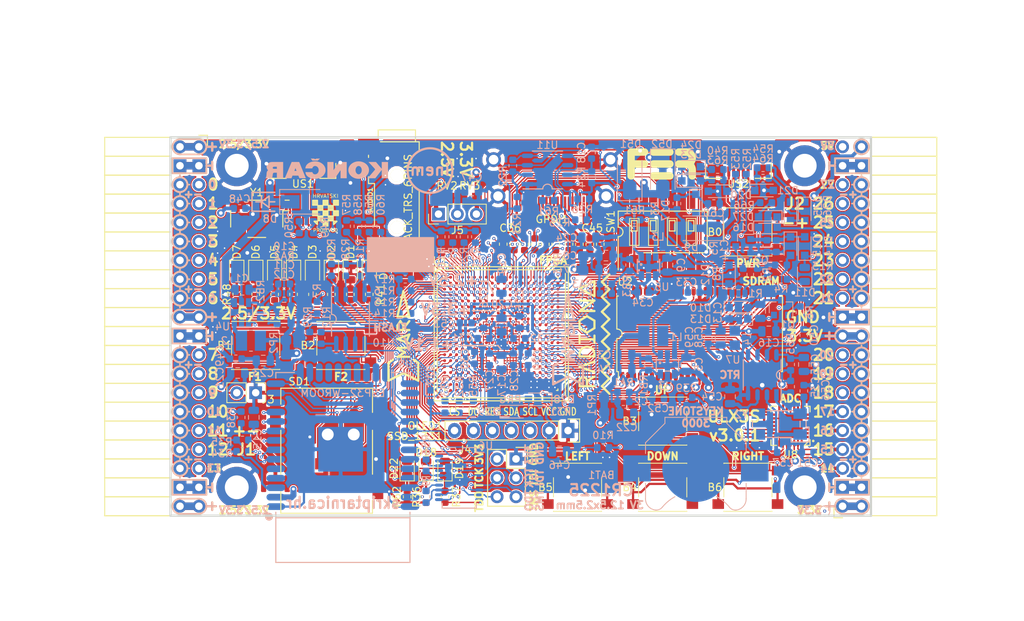
<source format=kicad_pcb>
(kicad_pcb (version 20171130) (host pcbnew 5.0.0+dfsg1-2)
  (layers (0 F.Cu signal) (1 In1.Cu signal) (2 In2.Cu signal) (31 B.Cu signal) (34 B.Paste user) (35 F.Paste user) (36 B.SilkS user) (37 F.SilkS user) (38 B.Mask user) (39 F.Mask user) (44 Edge.Cuts user))
  (net 0 "")
  (net 1 GND)
  (net 2 +5V)
  (net 3 /gpio/IN5V)
  (net 4 /gpio/OUT5V)
  (net 5 +3V3)
  (net 6 BTN_D)
  (net 7 BTN_F1)
  (net 8 BTN_F2)
  (net 9 BTN_L)
  (net 10 BTN_R)
  (net 11 BTN_U)
  (net 12 /power/FB1)
  (net 13 +2V5)
  (net 14 /power/PWREN)
  (net 15 /power/FB3)
  (net 16 /power/FB2)
  (net 17 /power/VBAT)
  (net 18 JTAG_TDI)
  (net 19 JTAG_TCK)
  (net 20 JTAG_TMS)
  (net 21 JTAG_TDO)
  (net 22 /power/WAKEUPn)
  (net 23 /power/WKUP)
  (net 24 /power/SHUT)
  (net 25 /power/WAKE)
  (net 26 /power/HOLD)
  (net 27 /power/WKn)
  (net 28 /power/OSCI_32k)
  (net 29 /power/OSCO_32k)
  (net 30 SHUTDOWN)
  (net 31 GPDI_SDA)
  (net 32 GPDI_SCL)
  (net 33 /gpdi/VREF2)
  (net 34 SD_CMD)
  (net 35 SD_CLK)
  (net 36 SD_D0)
  (net 37 SD_D1)
  (net 38 USB5V)
  (net 39 GPDI_CEC)
  (net 40 nRESET)
  (net 41 FTDI_nDTR)
  (net 42 SDRAM_CKE)
  (net 43 SDRAM_A7)
  (net 44 SDRAM_D15)
  (net 45 SDRAM_BA1)
  (net 46 SDRAM_D7)
  (net 47 SDRAM_A6)
  (net 48 SDRAM_CLK)
  (net 49 SDRAM_D13)
  (net 50 SDRAM_BA0)
  (net 51 SDRAM_D6)
  (net 52 SDRAM_A5)
  (net 53 SDRAM_D14)
  (net 54 SDRAM_A11)
  (net 55 SDRAM_D12)
  (net 56 SDRAM_D5)
  (net 57 SDRAM_A4)
  (net 58 SDRAM_A10)
  (net 59 SDRAM_D11)
  (net 60 SDRAM_A3)
  (net 61 SDRAM_D4)
  (net 62 SDRAM_D10)
  (net 63 SDRAM_D9)
  (net 64 SDRAM_A9)
  (net 65 SDRAM_D3)
  (net 66 SDRAM_D8)
  (net 67 SDRAM_A8)
  (net 68 SDRAM_A2)
  (net 69 SDRAM_A1)
  (net 70 SDRAM_A0)
  (net 71 SDRAM_D2)
  (net 72 SDRAM_D1)
  (net 73 SDRAM_D0)
  (net 74 SDRAM_DQM0)
  (net 75 SDRAM_nCS)
  (net 76 SDRAM_nRAS)
  (net 77 SDRAM_DQM1)
  (net 78 SDRAM_nCAS)
  (net 79 SDRAM_nWE)
  (net 80 /flash/FLASH_nWP)
  (net 81 /flash/FLASH_nHOLD)
  (net 82 /flash/FLASH_MOSI)
  (net 83 /flash/FLASH_MISO)
  (net 84 /flash/FLASH_SCK)
  (net 85 /flash/FLASH_nCS)
  (net 86 /flash/FPGA_PROGRAMN)
  (net 87 /flash/FPGA_DONE)
  (net 88 /flash/FPGA_INITN)
  (net 89 OLED_RES)
  (net 90 OLED_DC)
  (net 91 OLED_CS)
  (net 92 WIFI_EN)
  (net 93 FTDI_nRTS)
  (net 94 FTDI_TXD)
  (net 95 FTDI_RXD)
  (net 96 WIFI_RXD)
  (net 97 WIFI_GPIO0)
  (net 98 WIFI_TXD)
  (net 99 USB_FTDI_D+)
  (net 100 USB_FTDI_D-)
  (net 101 SD_D3)
  (net 102 AUDIO_L3)
  (net 103 AUDIO_L2)
  (net 104 AUDIO_L1)
  (net 105 AUDIO_L0)
  (net 106 AUDIO_R3)
  (net 107 AUDIO_R2)
  (net 108 AUDIO_R1)
  (net 109 AUDIO_R0)
  (net 110 OLED_CLK)
  (net 111 OLED_MOSI)
  (net 112 LED0)
  (net 113 LED1)
  (net 114 LED2)
  (net 115 LED3)
  (net 116 LED4)
  (net 117 LED5)
  (net 118 LED6)
  (net 119 LED7)
  (net 120 BTN_PWRn)
  (net 121 FTDI_nTXLED)
  (net 122 FTDI_nSLEEP)
  (net 123 /blinkey/LED_PWREN)
  (net 124 /blinkey/LED_TXLED)
  (net 125 /sdcard/SD3V3)
  (net 126 SD_D2)
  (net 127 CLK_25MHz)
  (net 128 /blinkey/BTNPUL)
  (net 129 /blinkey/BTNPUR)
  (net 130 USB_FPGA_D+)
  (net 131 /power/FTDI_nSUSPEND)
  (net 132 /blinkey/ALED0)
  (net 133 /blinkey/ALED1)
  (net 134 /blinkey/ALED2)
  (net 135 /blinkey/ALED3)
  (net 136 /blinkey/ALED4)
  (net 137 /blinkey/ALED5)
  (net 138 /blinkey/ALED6)
  (net 139 /blinkey/ALED7)
  (net 140 /usb/FTD-)
  (net 141 /usb/FTD+)
  (net 142 ADC_MISO)
  (net 143 ADC_MOSI)
  (net 144 ADC_CSn)
  (net 145 ADC_SCLK)
  (net 146 SW3)
  (net 147 SW2)
  (net 148 SW1)
  (net 149 USB_FPGA_D-)
  (net 150 /usb/FPD+)
  (net 151 /usb/FPD-)
  (net 152 WIFI_GPIO16)
  (net 153 /usb/ANT_433MHz)
  (net 154 PROG_DONE)
  (net 155 /power/P3V3)
  (net 156 /power/P2V5)
  (net 157 /power/L1)
  (net 158 /power/L3)
  (net 159 /power/L2)
  (net 160 FTDI_TXDEN)
  (net 161 SDRAM_A12)
  (net 162 /analog/AUDIO_V)
  (net 163 AUDIO_V3)
  (net 164 AUDIO_V2)
  (net 165 AUDIO_V1)
  (net 166 AUDIO_V0)
  (net 167 /blinkey/LED_WIFI)
  (net 168 /power/P1V1)
  (net 169 +1V1)
  (net 170 SW4)
  (net 171 /blinkey/SWPU)
  (net 172 /wifi/WIFIEN)
  (net 173 FT2V5)
  (net 174 GN0)
  (net 175 GP0)
  (net 176 GN1)
  (net 177 GP1)
  (net 178 GN2)
  (net 179 GP2)
  (net 180 GN3)
  (net 181 GP3)
  (net 182 GN4)
  (net 183 GP4)
  (net 184 GN5)
  (net 185 GP5)
  (net 186 GN6)
  (net 187 GP6)
  (net 188 GN14)
  (net 189 GP14)
  (net 190 GN15)
  (net 191 GP15)
  (net 192 GN16)
  (net 193 GP16)
  (net 194 GN17)
  (net 195 GP17)
  (net 196 GN18)
  (net 197 GP18)
  (net 198 GN19)
  (net 199 GP19)
  (net 200 GN20)
  (net 201 GP20)
  (net 202 GN21)
  (net 203 GP21)
  (net 204 GN22)
  (net 205 GP22)
  (net 206 GN23)
  (net 207 GP23)
  (net 208 GN24)
  (net 209 GP24)
  (net 210 GN25)
  (net 211 GP25)
  (net 212 GN26)
  (net 213 GP26)
  (net 214 GN27)
  (net 215 GP27)
  (net 216 GN7)
  (net 217 GP7)
  (net 218 GN8)
  (net 219 GP8)
  (net 220 GN9)
  (net 221 GP9)
  (net 222 GN10)
  (net 223 GP10)
  (net 224 GN11)
  (net 225 GP11)
  (net 226 GN12)
  (net 227 GP12)
  (net 228 GN13)
  (net 229 GP13)
  (net 230 WIFI_GPIO5)
  (net 231 WIFI_GPIO17)
  (net 232 USB_FPGA_PULL_D+)
  (net 233 USB_FPGA_PULL_D-)
  (net 234 "Net-(D23-Pad2)")
  (net 235 "Net-(D24-Pad1)")
  (net 236 "Net-(D25-Pad2)")
  (net 237 "Net-(D26-Pad1)")
  (net 238 /gpdi/GPDI_ETH+)
  (net 239 FPDI_ETH+)
  (net 240 /gpdi/GPDI_ETH-)
  (net 241 FPDI_ETH-)
  (net 242 /gpdi/GPDI_D2-)
  (net 243 FPDI_D2-)
  (net 244 /gpdi/GPDI_D1-)
  (net 245 FPDI_D1-)
  (net 246 /gpdi/GPDI_D0-)
  (net 247 FPDI_D0-)
  (net 248 /gpdi/GPDI_CLK-)
  (net 249 FPDI_CLK-)
  (net 250 /gpdi/GPDI_D2+)
  (net 251 FPDI_D2+)
  (net 252 /gpdi/GPDI_D1+)
  (net 253 FPDI_D1+)
  (net 254 /gpdi/GPDI_D0+)
  (net 255 FPDI_D0+)
  (net 256 /gpdi/GPDI_CLK+)
  (net 257 FPDI_CLK+)
  (net 258 FPDI_SDA)
  (net 259 FPDI_SCL)
  (net 260 /gpdi/FPDI_CEC)
  (net 261 2V5_3V3)
  (net 262 /usb/US2VBUS)
  (net 263 /power/SHD)
  (net 264 /power/RTCVDD)
  (net 265 "Net-(D27-Pad2)")
  (net 266 US2_ID)
  (net 267 /analog/AUDIO_L)
  (net 268 /analog/AUDIO_R)
  (net 269 /analog/ADC3V3)
  (net 270 PWRBTn)
  (net 271 USER_PROGRAMN)
  (module TSOP54:TSOP54 (layer F.Cu) (at 165.093 87.8 90)
    (fp_text reference U2 (at 6.98 -9.993 180) (layer F.SilkS))
    (fp_text value MT48LC16M16A2TG hide)
    (pad 28 smd oval (at 5.73 10.4 90) (size 1.2 0.56) (layers F.Cu F.Paste F.Mask) (net 1 GND))
    (pad 1 smd rect (at -5.73 -10.4 90) (size 1.2 0.56) (layers F.Cu F.Paste F.Mask) (net 5 +3V3))
    (pad 2 smd oval (at -5.73 -9.6 90) (size 1.2 0.56) (layers F.Cu F.Paste F.Mask) (net 73 SDRAM_D0))
    (pad 3 smd oval (at -5.73 -8.8 90) (size 1.2 0.56) (layers F.Cu F.Paste F.Mask) (net 5 +3V3))
    (pad 4 smd oval (at -5.73 -8 90) (size 1.2 0.56) (layers F.Cu F.Paste F.Mask) (net 72 SDRAM_D1))
    (pad 5 smd oval (at -5.73 -7.2 90) (size 1.2 0.56) (layers F.Cu F.Paste F.Mask) (net 71 SDRAM_D2))
    (pad 6 smd oval (at -5.73 -6.4 90) (size 1.2 0.56) (layers F.Cu F.Paste F.Mask) (net 1 GND))
    (pad 7 smd oval (at -5.73 -5.6 90) (size 1.2 0.56) (layers F.Cu F.Paste F.Mask) (net 65 SDRAM_D3))
    (pad 8 smd oval (at -5.73 -4.8 90) (size 1.2 0.56) (layers F.Cu F.Paste F.Mask) (net 61 SDRAM_D4))
    (pad 9 smd oval (at -5.73 -4 90) (size 1.2 0.56) (layers F.Cu F.Paste F.Mask) (net 5 +3V3))
    (pad 10 smd oval (at -5.73 -3.2 90) (size 1.2 0.56) (layers F.Cu F.Paste F.Mask) (net 56 SDRAM_D5))
    (pad 11 smd oval (at -5.73 -2.4 90) (size 1.2 0.56) (layers F.Cu F.Paste F.Mask) (net 51 SDRAM_D6))
    (pad 12 smd oval (at -5.73 -1.6 90) (size 1.2 0.56) (layers F.Cu F.Paste F.Mask) (net 1 GND))
    (pad 13 smd oval (at -5.73 -0.8 90) (size 1.2 0.56) (layers F.Cu F.Paste F.Mask) (net 46 SDRAM_D7))
    (pad 14 smd oval (at -5.73 0 90) (size 1.2 0.56) (layers F.Cu F.Paste F.Mask) (net 5 +3V3))
    (pad 15 smd oval (at -5.73 0.8 90) (size 1.2 0.56) (layers F.Cu F.Paste F.Mask) (net 74 SDRAM_DQM0))
    (pad 16 smd oval (at -5.73 1.6 90) (size 1.2 0.56) (layers F.Cu F.Paste F.Mask) (net 79 SDRAM_nWE))
    (pad 17 smd oval (at -5.73 2.4 90) (size 1.2 0.56) (layers F.Cu F.Paste F.Mask) (net 78 SDRAM_nCAS))
    (pad 18 smd oval (at -5.73 3.2 90) (size 1.2 0.56) (layers F.Cu F.Paste F.Mask) (net 76 SDRAM_nRAS))
    (pad 19 smd oval (at -5.73 4 90) (size 1.2 0.56) (layers F.Cu F.Paste F.Mask) (net 75 SDRAM_nCS))
    (pad 20 smd oval (at -5.73 4.8 90) (size 1.2 0.56) (layers F.Cu F.Paste F.Mask) (net 50 SDRAM_BA0))
    (pad 21 smd oval (at -5.73 5.6 90) (size 1.2 0.56) (layers F.Cu F.Paste F.Mask) (net 45 SDRAM_BA1))
    (pad 22 smd oval (at -5.73 6.4 90) (size 1.2 0.56) (layers F.Cu F.Paste F.Mask) (net 58 SDRAM_A10))
    (pad 23 smd oval (at -5.73 7.2 90) (size 1.2 0.56) (layers F.Cu F.Paste F.Mask) (net 70 SDRAM_A0))
    (pad 24 smd oval (at -5.73 8 90) (size 1.2 0.56) (layers F.Cu F.Paste F.Mask) (net 69 SDRAM_A1))
    (pad 25 smd oval (at -5.73 8.8 90) (size 1.2 0.56) (layers F.Cu F.Paste F.Mask) (net 68 SDRAM_A2))
    (pad 26 smd oval (at -5.73 9.6 90) (size 1.2 0.56) (layers F.Cu F.Paste F.Mask) (net 60 SDRAM_A3))
    (pad 27 smd oval (at -5.73 10.4 90) (size 1.2 0.56) (layers F.Cu F.Paste F.Mask) (net 5 +3V3))
    (pad 29 smd oval (at 5.73 9.6 90) (size 1.2 0.56) (layers F.Cu F.Paste F.Mask) (net 57 SDRAM_A4))
    (pad 30 smd oval (at 5.73 8.8 90) (size 1.2 0.56) (layers F.Cu F.Paste F.Mask) (net 52 SDRAM_A5))
    (pad 31 smd oval (at 5.73 8 90) (size 1.2 0.56) (layers F.Cu F.Paste F.Mask) (net 47 SDRAM_A6))
    (pad 32 smd oval (at 5.73 7.2 90) (size 1.2 0.56) (layers F.Cu F.Paste F.Mask) (net 43 SDRAM_A7))
    (pad 33 smd oval (at 5.73 6.4 90) (size 1.2 0.56) (layers F.Cu F.Paste F.Mask) (net 67 SDRAM_A8))
    (pad 34 smd oval (at 5.73 5.6 90) (size 1.2 0.56) (layers F.Cu F.Paste F.Mask) (net 64 SDRAM_A9))
    (pad 35 smd oval (at 5.73 4.8 90) (size 1.2 0.56) (layers F.Cu F.Paste F.Mask) (net 54 SDRAM_A11))
    (pad 36 smd oval (at 5.73 4 90) (size 1.2 0.56) (layers F.Cu F.Paste F.Mask) (net 161 SDRAM_A12))
    (pad 37 smd oval (at 5.73 3.2 90) (size 1.2 0.56) (layers F.Cu F.Paste F.Mask) (net 42 SDRAM_CKE))
    (pad 38 smd oval (at 5.73 2.4 90) (size 1.2 0.56) (layers F.Cu F.Paste F.Mask) (net 48 SDRAM_CLK))
    (pad 39 smd oval (at 5.73 1.6 90) (size 1.2 0.56) (layers F.Cu F.Paste F.Mask) (net 77 SDRAM_DQM1))
    (pad 40 smd oval (at 5.73 0.8 90) (size 1.2 0.56) (layers F.Cu F.Paste F.Mask))
    (pad 41 smd oval (at 5.73 0 90) (size 1.2 0.56) (layers F.Cu F.Paste F.Mask) (net 1 GND))
    (pad 42 smd oval (at 5.73 -0.8 90) (size 1.2 0.56) (layers F.Cu F.Paste F.Mask) (net 66 SDRAM_D8))
    (pad 43 smd oval (at 5.73 -1.6 90) (size 1.2 0.56) (layers F.Cu F.Paste F.Mask) (net 5 +3V3))
    (pad 44 smd oval (at 5.73 -2.4 90) (size 1.2 0.56) (layers F.Cu F.Paste F.Mask) (net 63 SDRAM_D9))
    (pad 45 smd oval (at 5.73 -3.2 90) (size 1.2 0.56) (layers F.Cu F.Paste F.Mask) (net 62 SDRAM_D10))
    (pad 46 smd oval (at 5.73 -4 90) (size 1.2 0.56) (layers F.Cu F.Paste F.Mask) (net 1 GND))
    (pad 47 smd oval (at 5.73 -4.8 90) (size 1.2 0.56) (layers F.Cu F.Paste F.Mask) (net 59 SDRAM_D11))
    (pad 48 smd oval (at 5.73 -5.6 90) (size 1.2 0.56) (layers F.Cu F.Paste F.Mask) (net 55 SDRAM_D12))
    (pad 49 smd oval (at 5.73 -6.4 90) (size 1.2 0.56) (layers F.Cu F.Paste F.Mask) (net 5 +3V3))
    (pad 50 smd oval (at 5.73 -7.2 90) (size 1.2 0.56) (layers F.Cu F.Paste F.Mask) (net 49 SDRAM_D13))
    (pad 51 smd oval (at 5.73 -8 90) (size 1.2 0.56) (layers F.Cu F.Paste F.Mask) (net 53 SDRAM_D14))
    (pad 52 smd oval (at 5.73 -8.8 90) (size 1.2 0.56) (layers F.Cu F.Paste F.Mask) (net 1 GND))
    (pad 53 smd oval (at 5.73 -9.6 90) (size 1.2 0.56) (layers F.Cu F.Paste F.Mask) (net 44 SDRAM_D15))
    (pad 54 smd oval (at 5.73 -10.4 90) (size 1.2 0.56) (layers F.Cu F.Paste F.Mask) (net 1 GND))
  )
  (module jumper:R_0805_2012Metric_Pad1.29x1.40mm_HandSolder_Jumper_NC (layer B.Cu) (at 109.609 89.632 270)
    (fp_text reference RP2 (at -0.635 1.651 270) (layer B.SilkS) (effects (justify mirror)))
    (fp_text value 0 hide)
    (fp_line (start -1 0) (end 1 0) (layer B.Cu) (width 1))
    (pad 2 smd roundrect (at 0.9675 0 270) (size 1.295 1.4) (layers B.Cu B.Mask) (net 13 +2V5))
    (pad 1 smd roundrect (at -0.9675 0 270) (size 1.295 1.4) (layers B.Cu B.Mask) (net 156 /power/P2V5))
  )
  (module jumper:R_0805_2012Metric_Pad1.29x1.40mm_HandSolder_Jumper_NC (layer B.Cu) (at 149.472 78.311 270)
    (fp_text reference RP3 (at 0 3.414 270) (layer B.SilkS) (effects (justify mirror)))
    (fp_text value 0 hide)
    (fp_line (start -1 0) (end 1 0) (layer B.Cu) (width 1))
    (pad 2 smd roundrect (at 0.9675 0 270) (size 1.295 1.4) (layers B.Cu B.Mask) (net 5 +3V3))
    (pad 1 smd roundrect (at -0.9675 0 270) (size 1.295 1.4) (layers B.Cu B.Mask) (net 155 /power/P3V3))
  )
  (module jumper:R_0805_2012Metric_Pad1.29x1.40mm_HandSolder_Jumper_NC (layer B.Cu) (at 152.281 97.361 270)
    (fp_text reference RP1 (at 0 1.65 270) (layer B.SilkS) (effects (justify mirror)))
    (fp_text value 0 hide)
    (fp_line (start -1 0) (end 1 0) (layer B.Cu) (width 1))
    (pad 2 smd roundrect (at 0.9675 0 270) (size 1.295 1.4) (layers B.Cu B.Mask) (net 169 +1V1))
    (pad 1 smd roundrect (at -0.9675 0 270) (size 1.295 1.4) (layers B.Cu B.Mask) (net 168 /power/P1V1))
  )
  (module jumper:D_SMA_Jumper_NC (layer B.Cu) (at 160.155 66.391 270)
    (fp_text reference D52 (at -4.064 0.127) (layer B.SilkS) (effects (justify mirror)))
    (fp_text value 0 hide)
    (fp_line (start -2 0) (end 2 0) (layer B.Cu) (width 1))
    (pad 2 smd roundrect (at 2 0 270) (size 2.5 1.8) (layers B.Cu B.Mask) (net 2 +5V))
    (pad 1 smd roundrect (at -2 0 270) (size 2.5 1.8) (layers B.Cu B.Mask) (net 4 /gpio/OUT5V))
  )
  (module jumper:D_SMA_Jumper_NC (layer B.Cu) (at 155.71 66.518 90)
    (fp_text reference D51 (at 4.191 0.127 180) (layer B.SilkS) (effects (justify mirror)))
    (fp_text value 0 hide)
    (fp_line (start -2 0) (end 2 0) (layer B.Cu) (width 1))
    (pad 2 smd roundrect (at 2 0 90) (size 2.5 1.8) (layers B.Cu B.Mask) (net 3 /gpio/IN5V))
    (pad 1 smd roundrect (at -2 0 90) (size 2.5 1.8) (layers B.Cu B.Mask) (net 2 +5V))
  )
  (module jumper:D_SMA_Jumper_NC (layer B.Cu) (at 164.854 73.63 180)
    (fp_text reference D9 (at 0.889 -2.54 180) (layer B.SilkS) (effects (justify mirror)))
    (fp_text value 0 hide)
    (fp_line (start -2 0) (end 2 0) (layer B.Cu) (width 1))
    (pad 2 smd roundrect (at 2 0 180) (size 2.5 1.8) (layers B.Cu B.Mask) (net 2 +5V))
    (pad 1 smd roundrect (at -2 0 180) (size 2.5 1.8) (layers B.Cu B.Mask) (net 262 /usb/US2VBUS))
  )
  (module lfe5bg381:BGA-381_pitch0.8mm_dia0.4mm (layer F.Cu) (at 138.48 87.8)
    (fp_text reference U1 (at -8.2 -9.8) (layer F.SilkS))
    (fp_text value LFE5U-85F-6BG381C hide)
    (pad Y19 smd circle (at 6.8 7.6) (size 0.4 0.4) (layers F.Cu F.Paste F.Mask) (net 1 GND))
    (pad Y17 smd circle (at 5.2 7.6) (size 0.4 0.4) (layers F.Cu F.Paste F.Mask) (net 1 GND))
    (pad Y16 smd circle (at 4.4 7.6) (size 0.4 0.4) (layers F.Cu F.Paste F.Mask) (net 1 GND))
    (pad Y15 smd circle (at 3.6 7.6) (size 0.4 0.4) (layers F.Cu F.Paste F.Mask) (net 1 GND))
    (pad Y14 smd circle (at 2.8 7.6) (size 0.4 0.4) (layers F.Cu F.Paste F.Mask) (net 1 GND))
    (pad Y12 smd circle (at 1.2 7.6) (size 0.4 0.4) (layers F.Cu F.Paste F.Mask) (net 1 GND))
    (pad Y11 smd circle (at 0.4 7.6) (size 0.4 0.4) (layers F.Cu F.Paste F.Mask) (net 1 GND))
    (pad Y8 smd circle (at -2 7.6) (size 0.4 0.4) (layers F.Cu F.Paste F.Mask) (net 1 GND))
    (pad Y7 smd circle (at -2.8 7.6) (size 0.4 0.4) (layers F.Cu F.Paste F.Mask) (net 1 GND))
    (pad Y6 smd circle (at -3.6 7.6) (size 0.4 0.4) (layers F.Cu F.Paste F.Mask) (net 1 GND))
    (pad Y5 smd circle (at -4.4 7.6) (size 0.4 0.4) (layers F.Cu F.Paste F.Mask) (net 1 GND))
    (pad Y3 smd circle (at -6 7.6) (size 0.4 0.4) (layers F.Cu F.Paste F.Mask) (net 87 /flash/FPGA_DONE))
    (pad Y2 smd circle (at -6.8 7.6) (size 0.4 0.4) (layers F.Cu F.Paste F.Mask) (net 80 /flash/FLASH_nWP))
    (pad W20 smd circle (at 7.6 6.8) (size 0.4 0.4) (layers F.Cu F.Paste F.Mask) (net 1 GND))
    (pad W19 smd circle (at 6.8 6.8) (size 0.4 0.4) (layers F.Cu F.Paste F.Mask) (net 1 GND))
    (pad W18 smd circle (at 6 6.8) (size 0.4 0.4) (layers F.Cu F.Paste F.Mask))
    (pad W17 smd circle (at 5.2 6.8) (size 0.4 0.4) (layers F.Cu F.Paste F.Mask))
    (pad W16 smd circle (at 4.4 6.8) (size 0.4 0.4) (layers F.Cu F.Paste F.Mask) (net 1 GND))
    (pad W15 smd circle (at 3.6 6.8) (size 0.4 0.4) (layers F.Cu F.Paste F.Mask) (net 1 GND))
    (pad W14 smd circle (at 2.8 6.8) (size 0.4 0.4) (layers F.Cu F.Paste F.Mask))
    (pad W13 smd circle (at 2 6.8) (size 0.4 0.4) (layers F.Cu F.Paste F.Mask))
    (pad W12 smd circle (at 1.2 6.8) (size 0.4 0.4) (layers F.Cu F.Paste F.Mask) (net 1 GND))
    (pad W11 smd circle (at 0.4 6.8) (size 0.4 0.4) (layers F.Cu F.Paste F.Mask))
    (pad W10 smd circle (at -0.4 6.8) (size 0.4 0.4) (layers F.Cu F.Paste F.Mask))
    (pad W9 smd circle (at -1.2 6.8) (size 0.4 0.4) (layers F.Cu F.Paste F.Mask))
    (pad W8 smd circle (at -2 6.8) (size 0.4 0.4) (layers F.Cu F.Paste F.Mask))
    (pad W7 smd circle (at -2.8 6.8) (size 0.4 0.4) (layers F.Cu F.Paste F.Mask) (net 1 GND))
    (pad W6 smd circle (at -3.6 6.8) (size 0.4 0.4) (layers F.Cu F.Paste F.Mask) (net 1 GND))
    (pad W5 smd circle (at -4.4 6.8) (size 0.4 0.4) (layers F.Cu F.Paste F.Mask))
    (pad W4 smd circle (at -5.2 6.8) (size 0.4 0.4) (layers F.Cu F.Paste F.Mask))
    (pad W3 smd circle (at -6 6.8) (size 0.4 0.4) (layers F.Cu F.Paste F.Mask) (net 86 /flash/FPGA_PROGRAMN))
    (pad W2 smd circle (at -6.8 6.8) (size 0.4 0.4) (layers F.Cu F.Paste F.Mask) (net 82 /flash/FLASH_MOSI))
    (pad W1 smd circle (at -7.6 6.8) (size 0.4 0.4) (layers F.Cu F.Paste F.Mask) (net 81 /flash/FLASH_nHOLD))
    (pad V20 smd circle (at 7.6 6) (size 0.4 0.4) (layers F.Cu F.Paste F.Mask) (net 1 GND))
    (pad V19 smd circle (at 6.8 6) (size 0.4 0.4) (layers F.Cu F.Paste F.Mask) (net 1 GND))
    (pad V18 smd circle (at 6 6) (size 0.4 0.4) (layers F.Cu F.Paste F.Mask) (net 1 GND))
    (pad V17 smd circle (at 5.2 6) (size 0.4 0.4) (layers F.Cu F.Paste F.Mask) (net 1 GND))
    (pad V16 smd circle (at 4.4 6) (size 0.4 0.4) (layers F.Cu F.Paste F.Mask) (net 1 GND))
    (pad V15 smd circle (at 3.6 6) (size 0.4 0.4) (layers F.Cu F.Paste F.Mask) (net 1 GND))
    (pad V14 smd circle (at 2.8 6) (size 0.4 0.4) (layers F.Cu F.Paste F.Mask) (net 1 GND))
    (pad V13 smd circle (at 2 6) (size 0.4 0.4) (layers F.Cu F.Paste F.Mask) (net 1 GND))
    (pad V12 smd circle (at 1.2 6) (size 0.4 0.4) (layers F.Cu F.Paste F.Mask) (net 1 GND))
    (pad V11 smd circle (at 0.4 6) (size 0.4 0.4) (layers F.Cu F.Paste F.Mask) (net 1 GND))
    (pad V10 smd circle (at -0.4 6) (size 0.4 0.4) (layers F.Cu F.Paste F.Mask) (net 1 GND))
    (pad V9 smd circle (at -1.2 6) (size 0.4 0.4) (layers F.Cu F.Paste F.Mask) (net 1 GND))
    (pad V8 smd circle (at -2 6) (size 0.4 0.4) (layers F.Cu F.Paste F.Mask) (net 1 GND))
    (pad V7 smd circle (at -2.8 6) (size 0.4 0.4) (layers F.Cu F.Paste F.Mask) (net 1 GND))
    (pad V6 smd circle (at -3.6 6) (size 0.4 0.4) (layers F.Cu F.Paste F.Mask) (net 1 GND))
    (pad V5 smd circle (at -4.4 6) (size 0.4 0.4) (layers F.Cu F.Paste F.Mask) (net 1 GND))
    (pad V4 smd circle (at -5.2 6) (size 0.4 0.4) (layers F.Cu F.Paste F.Mask) (net 21 JTAG_TDO))
    (pad V3 smd circle (at -6 6) (size 0.4 0.4) (layers F.Cu F.Paste F.Mask) (net 88 /flash/FPGA_INITN))
    (pad V2 smd circle (at -6.8 6) (size 0.4 0.4) (layers F.Cu F.Paste F.Mask) (net 83 /flash/FLASH_MISO))
    (pad V1 smd circle (at -7.6 6) (size 0.4 0.4) (layers F.Cu F.Paste F.Mask) (net 6 BTN_D))
    (pad U20 smd circle (at 7.6 5.2) (size 0.4 0.4) (layers F.Cu F.Paste F.Mask) (net 46 SDRAM_D7))
    (pad U19 smd circle (at 6.8 5.2) (size 0.4 0.4) (layers F.Cu F.Paste F.Mask) (net 74 SDRAM_DQM0))
    (pad U18 smd circle (at 6 5.2) (size 0.4 0.4) (layers F.Cu F.Paste F.Mask) (net 189 GP14))
    (pad U17 smd circle (at 5.2 5.2) (size 0.4 0.4) (layers F.Cu F.Paste F.Mask) (net 188 GN14))
    (pad U16 smd circle (at 4.4 5.2) (size 0.4 0.4) (layers F.Cu F.Paste F.Mask) (net 142 ADC_MISO))
    (pad U15 smd circle (at 3.6 5.2) (size 0.4 0.4) (layers F.Cu F.Paste F.Mask) (net 1 GND))
    (pad U14 smd circle (at 2.8 5.2) (size 0.4 0.4) (layers F.Cu F.Paste F.Mask) (net 1 GND))
    (pad U13 smd circle (at 2 5.2) (size 0.4 0.4) (layers F.Cu F.Paste F.Mask) (net 1 GND))
    (pad U12 smd circle (at 1.2 5.2) (size 0.4 0.4) (layers F.Cu F.Paste F.Mask) (net 1 GND))
    (pad U11 smd circle (at 0.4 5.2) (size 0.4 0.4) (layers F.Cu F.Paste F.Mask) (net 1 GND))
    (pad U10 smd circle (at -0.4 5.2) (size 0.4 0.4) (layers F.Cu F.Paste F.Mask) (net 1 GND))
    (pad U9 smd circle (at -1.2 5.2) (size 0.4 0.4) (layers F.Cu F.Paste F.Mask) (net 1 GND))
    (pad U8 smd circle (at -2 5.2) (size 0.4 0.4) (layers F.Cu F.Paste F.Mask) (net 1 GND))
    (pad U7 smd circle (at -2.8 5.2) (size 0.4 0.4) (layers F.Cu F.Paste F.Mask) (net 1 GND))
    (pad U6 smd circle (at -3.6 5.2) (size 0.4 0.4) (layers F.Cu F.Paste F.Mask) (net 1 GND))
    (pad U5 smd circle (at -4.4 5.2) (size 0.4 0.4) (layers F.Cu F.Paste F.Mask) (net 20 JTAG_TMS))
    (pad U4 smd circle (at -5.2 5.2) (size 0.4 0.4) (layers F.Cu F.Paste F.Mask) (net 1 GND))
    (pad U3 smd circle (at -6 5.2) (size 0.4 0.4) (layers F.Cu F.Paste F.Mask) (net 84 /flash/FLASH_SCK))
    (pad U2 smd circle (at -6.8 5.2) (size 0.4 0.4) (layers F.Cu F.Paste F.Mask) (net 5 +3V3))
    (pad U1 smd circle (at -7.6 5.2) (size 0.4 0.4) (layers F.Cu F.Paste F.Mask) (net 9 BTN_L))
    (pad T20 smd circle (at 7.6 4.4) (size 0.4 0.4) (layers F.Cu F.Paste F.Mask) (net 79 SDRAM_nWE))
    (pad T19 smd circle (at 6.8 4.4) (size 0.4 0.4) (layers F.Cu F.Paste F.Mask) (net 78 SDRAM_nCAS))
    (pad T18 smd circle (at 6 4.4) (size 0.4 0.4) (layers F.Cu F.Paste F.Mask) (net 56 SDRAM_D5))
    (pad T17 smd circle (at 5.2 4.4) (size 0.4 0.4) (layers F.Cu F.Paste F.Mask) (net 51 SDRAM_D6))
    (pad T16 smd circle (at 4.4 4.4) (size 0.4 0.4) (layers F.Cu F.Paste F.Mask))
    (pad T15 smd circle (at 3.6 4.4) (size 0.4 0.4) (layers F.Cu F.Paste F.Mask) (net 1 GND))
    (pad T14 smd circle (at 2.8 4.4) (size 0.4 0.4) (layers F.Cu F.Paste F.Mask) (net 1 GND))
    (pad T13 smd circle (at 2 4.4) (size 0.4 0.4) (layers F.Cu F.Paste F.Mask) (net 1 GND))
    (pad T12 smd circle (at 1.2 4.4) (size 0.4 0.4) (layers F.Cu F.Paste F.Mask) (net 1 GND))
    (pad T11 smd circle (at 0.4 4.4) (size 0.4 0.4) (layers F.Cu F.Paste F.Mask) (net 1 GND))
    (pad T10 smd circle (at -0.4 4.4) (size 0.4 0.4) (layers F.Cu F.Paste F.Mask) (net 1 GND))
    (pad T9 smd circle (at -1.2 4.4) (size 0.4 0.4) (layers F.Cu F.Paste F.Mask) (net 1 GND))
    (pad T8 smd circle (at -2 4.4) (size 0.4 0.4) (layers F.Cu F.Paste F.Mask) (net 1 GND))
    (pad T7 smd circle (at -2.8 4.4) (size 0.4 0.4) (layers F.Cu F.Paste F.Mask) (net 1 GND))
    (pad T6 smd circle (at -3.6 4.4) (size 0.4 0.4) (layers F.Cu F.Paste F.Mask) (net 1 GND))
    (pad T5 smd circle (at -4.4 4.4) (size 0.4 0.4) (layers F.Cu F.Paste F.Mask) (net 19 JTAG_TCK))
    (pad T4 smd circle (at -5.2 4.4) (size 0.4 0.4) (layers F.Cu F.Paste F.Mask) (net 5 +3V3))
    (pad T3 smd circle (at -6 4.4) (size 0.4 0.4) (layers F.Cu F.Paste F.Mask) (net 5 +3V3))
    (pad T2 smd circle (at -6.8 4.4) (size 0.4 0.4) (layers F.Cu F.Paste F.Mask) (net 5 +3V3))
    (pad T1 smd circle (at -7.6 4.4) (size 0.4 0.4) (layers F.Cu F.Paste F.Mask) (net 8 BTN_F2))
    (pad R20 smd circle (at 7.6 3.6) (size 0.4 0.4) (layers F.Cu F.Paste F.Mask) (net 76 SDRAM_nRAS))
    (pad R19 smd circle (at 6.8 3.6) (size 0.4 0.4) (layers F.Cu F.Paste F.Mask) (net 1 GND))
    (pad R18 smd circle (at 6 3.6) (size 0.4 0.4) (layers F.Cu F.Paste F.Mask) (net 11 BTN_U))
    (pad R17 smd circle (at 5.2 3.6) (size 0.4 0.4) (layers F.Cu F.Paste F.Mask) (net 144 ADC_CSn))
    (pad R16 smd circle (at 4.4 3.6) (size 0.4 0.4) (layers F.Cu F.Paste F.Mask) (net 143 ADC_MOSI))
    (pad R5 smd circle (at -4.4 3.6) (size 0.4 0.4) (layers F.Cu F.Paste F.Mask) (net 18 JTAG_TDI))
    (pad R4 smd circle (at -5.2 3.6) (size 0.4 0.4) (layers F.Cu F.Paste F.Mask) (net 1 GND))
    (pad R3 smd circle (at -6 3.6) (size 0.4 0.4) (layers F.Cu F.Paste F.Mask))
    (pad R2 smd circle (at -6.8 3.6) (size 0.4 0.4) (layers F.Cu F.Paste F.Mask) (net 85 /flash/FLASH_nCS))
    (pad R1 smd circle (at -7.6 3.6) (size 0.4 0.4) (layers F.Cu F.Paste F.Mask) (net 7 BTN_F1))
    (pad P20 smd circle (at 7.6 2.8) (size 0.4 0.4) (layers F.Cu F.Paste F.Mask) (net 75 SDRAM_nCS))
    (pad P19 smd circle (at 6.8 2.8) (size 0.4 0.4) (layers F.Cu F.Paste F.Mask) (net 50 SDRAM_BA0))
    (pad P18 smd circle (at 6 2.8) (size 0.4 0.4) (layers F.Cu F.Paste F.Mask) (net 61 SDRAM_D4))
    (pad P17 smd circle (at 5.2 2.8) (size 0.4 0.4) (layers F.Cu F.Paste F.Mask) (net 145 ADC_SCLK))
    (pad P16 smd circle (at 4.4 2.8) (size 0.4 0.4) (layers F.Cu F.Paste F.Mask) (net 190 GN15))
    (pad P15 smd circle (at 3.6 2.8) (size 0.4 0.4) (layers F.Cu F.Paste F.Mask) (net 13 +2V5))
    (pad P14 smd circle (at 2.8 2.8) (size 0.4 0.4) (layers F.Cu F.Paste F.Mask) (net 1 GND))
    (pad P13 smd circle (at 2 2.8) (size 0.4 0.4) (layers F.Cu F.Paste F.Mask) (net 1 GND))
    (pad P12 smd circle (at 1.2 2.8) (size 0.4 0.4) (layers F.Cu F.Paste F.Mask) (net 1 GND))
    (pad P11 smd circle (at 0.4 2.8) (size 0.4 0.4) (layers F.Cu F.Paste F.Mask) (net 1 GND))
    (pad P10 smd circle (at -0.4 2.8) (size 0.4 0.4) (layers F.Cu F.Paste F.Mask) (net 5 +3V3))
    (pad P9 smd circle (at -1.2 2.8) (size 0.4 0.4) (layers F.Cu F.Paste F.Mask) (net 5 +3V3))
    (pad P8 smd circle (at -2 2.8) (size 0.4 0.4) (layers F.Cu F.Paste F.Mask) (net 1 GND))
    (pad P7 smd circle (at -2.8 2.8) (size 0.4 0.4) (layers F.Cu F.Paste F.Mask) (net 1 GND))
    (pad P6 smd circle (at -3.6 2.8) (size 0.4 0.4) (layers F.Cu F.Paste F.Mask) (net 13 +2V5))
    (pad P5 smd circle (at -4.4 2.8) (size 0.4 0.4) (layers F.Cu F.Paste F.Mask))
    (pad P4 smd circle (at -5.2 2.8) (size 0.4 0.4) (layers F.Cu F.Paste F.Mask) (net 110 OLED_CLK))
    (pad P3 smd circle (at -6 2.8) (size 0.4 0.4) (layers F.Cu F.Paste F.Mask) (net 111 OLED_MOSI))
    (pad P2 smd circle (at -6.8 2.8) (size 0.4 0.4) (layers F.Cu F.Paste F.Mask) (net 89 OLED_RES))
    (pad P1 smd circle (at -7.6 2.8) (size 0.4 0.4) (layers F.Cu F.Paste F.Mask) (net 90 OLED_DC))
    (pad N20 smd circle (at 7.6 2) (size 0.4 0.4) (layers F.Cu F.Paste F.Mask) (net 45 SDRAM_BA1))
    (pad N19 smd circle (at 6.8 2) (size 0.4 0.4) (layers F.Cu F.Paste F.Mask) (net 58 SDRAM_A10))
    (pad N18 smd circle (at 6 2) (size 0.4 0.4) (layers F.Cu F.Paste F.Mask) (net 65 SDRAM_D3))
    (pad N17 smd circle (at 5.2 2) (size 0.4 0.4) (layers F.Cu F.Paste F.Mask) (net 191 GP15))
    (pad N16 smd circle (at 4.4 2) (size 0.4 0.4) (layers F.Cu F.Paste F.Mask) (net 193 GP16))
    (pad N15 smd circle (at 3.6 2) (size 0.4 0.4) (layers F.Cu F.Paste F.Mask) (net 1 GND))
    (pad N14 smd circle (at 2.8 2) (size 0.4 0.4) (layers F.Cu F.Paste F.Mask) (net 1 GND))
    (pad N13 smd circle (at 2 2) (size 0.4 0.4) (layers F.Cu F.Paste F.Mask) (net 169 +1V1))
    (pad N12 smd circle (at 1.2 2) (size 0.4 0.4) (layers F.Cu F.Paste F.Mask) (net 169 +1V1))
    (pad N11 smd circle (at 0.4 2) (size 0.4 0.4) (layers F.Cu F.Paste F.Mask) (net 169 +1V1))
    (pad N10 smd circle (at -0.4 2) (size 0.4 0.4) (layers F.Cu F.Paste F.Mask) (net 169 +1V1))
    (pad N9 smd circle (at -1.2 2) (size 0.4 0.4) (layers F.Cu F.Paste F.Mask) (net 169 +1V1))
    (pad N8 smd circle (at -2 2) (size 0.4 0.4) (layers F.Cu F.Paste F.Mask) (net 169 +1V1))
    (pad N7 smd circle (at -2.8 2) (size 0.4 0.4) (layers F.Cu F.Paste F.Mask) (net 1 GND))
    (pad N6 smd circle (at -3.6 2) (size 0.4 0.4) (layers F.Cu F.Paste F.Mask) (net 1 GND))
    (pad N5 smd circle (at -4.4 2) (size 0.4 0.4) (layers F.Cu F.Paste F.Mask))
    (pad N4 smd circle (at -5.2 2) (size 0.4 0.4) (layers F.Cu F.Paste F.Mask) (net 230 WIFI_GPIO5))
    (pad N3 smd circle (at -6 2) (size 0.4 0.4) (layers F.Cu F.Paste F.Mask) (net 231 WIFI_GPIO17))
    (pad N2 smd circle (at -6.8 2) (size 0.4 0.4) (layers F.Cu F.Paste F.Mask) (net 91 OLED_CS))
    (pad N1 smd circle (at -7.6 2) (size 0.4 0.4) (layers F.Cu F.Paste F.Mask) (net 41 FTDI_nDTR))
    (pad M20 smd circle (at 7.6 1.2) (size 0.4 0.4) (layers F.Cu F.Paste F.Mask) (net 70 SDRAM_A0))
    (pad M19 smd circle (at 6.8 1.2) (size 0.4 0.4) (layers F.Cu F.Paste F.Mask) (net 69 SDRAM_A1))
    (pad M18 smd circle (at 6 1.2) (size 0.4 0.4) (layers F.Cu F.Paste F.Mask) (net 71 SDRAM_D2))
    (pad M17 smd circle (at 5.2 1.2) (size 0.4 0.4) (layers F.Cu F.Paste F.Mask) (net 192 GN16))
    (pad M16 smd circle (at 4.4 1.2) (size 0.4 0.4) (layers F.Cu F.Paste F.Mask) (net 1 GND))
    (pad M15 smd circle (at 3.6 1.2) (size 0.4 0.4) (layers F.Cu F.Paste F.Mask) (net 5 +3V3))
    (pad M14 smd circle (at 2.8 1.2) (size 0.4 0.4) (layers F.Cu F.Paste F.Mask) (net 1 GND))
    (pad M13 smd circle (at 2 1.2) (size 0.4 0.4) (layers F.Cu F.Paste F.Mask) (net 169 +1V1))
    (pad M12 smd circle (at 1.2 1.2) (size 0.4 0.4) (layers F.Cu F.Paste F.Mask) (net 1 GND))
    (pad M11 smd circle (at 0.4 1.2) (size 0.4 0.4) (layers F.Cu F.Paste F.Mask) (net 1 GND))
    (pad M10 smd circle (at -0.4 1.2) (size 0.4 0.4) (layers F.Cu F.Paste F.Mask) (net 1 GND))
    (pad M9 smd circle (at -1.2 1.2) (size 0.4 0.4) (layers F.Cu F.Paste F.Mask) (net 1 GND))
    (pad M8 smd circle (at -2 1.2) (size 0.4 0.4) (layers F.Cu F.Paste F.Mask) (net 169 +1V1))
    (pad M7 smd circle (at -2.8 1.2) (size 0.4 0.4) (layers F.Cu F.Paste F.Mask) (net 1 GND))
    (pad M6 smd circle (at -3.6 1.2) (size 0.4 0.4) (layers F.Cu F.Paste F.Mask) (net 5 +3V3))
    (pad M5 smd circle (at -4.4 1.2) (size 0.4 0.4) (layers F.Cu F.Paste F.Mask))
    (pad M4 smd circle (at -5.2 1.2) (size 0.4 0.4) (layers F.Cu F.Paste F.Mask) (net 271 USER_PROGRAMN))
    (pad M3 smd circle (at -6 1.2) (size 0.4 0.4) (layers F.Cu F.Paste F.Mask) (net 93 FTDI_nRTS))
    (pad M2 smd circle (at -6.8 1.2) (size 0.4 0.4) (layers F.Cu F.Paste F.Mask) (net 1 GND))
    (pad M1 smd circle (at -7.6 1.2) (size 0.4 0.4) (layers F.Cu F.Paste F.Mask) (net 94 FTDI_TXD))
    (pad L20 smd circle (at 7.6 0.4) (size 0.4 0.4) (layers F.Cu F.Paste F.Mask) (net 68 SDRAM_A2))
    (pad L19 smd circle (at 6.8 0.4) (size 0.4 0.4) (layers F.Cu F.Paste F.Mask) (net 60 SDRAM_A3))
    (pad L18 smd circle (at 6 0.4) (size 0.4 0.4) (layers F.Cu F.Paste F.Mask) (net 72 SDRAM_D1))
    (pad L17 smd circle (at 5.2 0.4) (size 0.4 0.4) (layers F.Cu F.Paste F.Mask) (net 194 GN17))
    (pad L16 smd circle (at 4.4 0.4) (size 0.4 0.4) (layers F.Cu F.Paste F.Mask) (net 195 GP17))
    (pad L15 smd circle (at 3.6 0.4) (size 0.4 0.4) (layers F.Cu F.Paste F.Mask) (net 5 +3V3))
    (pad L14 smd circle (at 2.8 0.4) (size 0.4 0.4) (layers F.Cu F.Paste F.Mask) (net 5 +3V3))
    (pad L13 smd circle (at 2 0.4) (size 0.4 0.4) (layers F.Cu F.Paste F.Mask) (net 169 +1V1))
    (pad L12 smd circle (at 1.2 0.4) (size 0.4 0.4) (layers F.Cu F.Paste F.Mask) (net 1 GND))
    (pad L11 smd circle (at 0.4 0.4) (size 0.4 0.4) (layers F.Cu F.Paste F.Mask) (net 1 GND))
    (pad L10 smd circle (at -0.4 0.4) (size 0.4 0.4) (layers F.Cu F.Paste F.Mask) (net 1 GND))
    (pad L9 smd circle (at -1.2 0.4) (size 0.4 0.4) (layers F.Cu F.Paste F.Mask) (net 1 GND))
    (pad L8 smd circle (at -2 0.4) (size 0.4 0.4) (layers F.Cu F.Paste F.Mask) (net 169 +1V1))
    (pad L7 smd circle (at -2.8 0.4) (size 0.4 0.4) (layers F.Cu F.Paste F.Mask) (net 5 +3V3))
    (pad L6 smd circle (at -3.6 0.4) (size 0.4 0.4) (layers F.Cu F.Paste F.Mask) (net 5 +3V3))
    (pad L5 smd circle (at -4.4 0.4) (size 0.4 0.4) (layers F.Cu F.Paste F.Mask))
    (pad L4 smd circle (at -5.2 0.4) (size 0.4 0.4) (layers F.Cu F.Paste F.Mask) (net 95 FTDI_RXD))
    (pad L3 smd circle (at -6 0.4) (size 0.4 0.4) (layers F.Cu F.Paste F.Mask) (net 160 FTDI_TXDEN))
    (pad L2 smd circle (at -6.8 0.4) (size 0.4 0.4) (layers F.Cu F.Paste F.Mask) (net 97 WIFI_GPIO0))
    (pad L1 smd circle (at -7.6 0.4) (size 0.4 0.4) (layers F.Cu F.Paste F.Mask) (net 152 WIFI_GPIO16))
    (pad K20 smd circle (at 7.6 -0.4) (size 0.4 0.4) (layers F.Cu F.Paste F.Mask) (net 57 SDRAM_A4))
    (pad K19 smd circle (at 6.8 -0.4) (size 0.4 0.4) (layers F.Cu F.Paste F.Mask) (net 52 SDRAM_A5))
    (pad K18 smd circle (at 6 -0.4) (size 0.4 0.4) (layers F.Cu F.Paste F.Mask) (net 47 SDRAM_A6))
    (pad K17 smd circle (at 5.2 -0.4) (size 0.4 0.4) (layers F.Cu F.Paste F.Mask))
    (pad K16 smd circle (at 4.4 -0.4) (size 0.4 0.4) (layers F.Cu F.Paste F.Mask))
    (pad K15 smd circle (at 3.6 -0.4) (size 0.4 0.4) (layers F.Cu F.Paste F.Mask) (net 1 GND))
    (pad K14 smd circle (at 2.8 -0.4) (size 0.4 0.4) (layers F.Cu F.Paste F.Mask) (net 1 GND))
    (pad K13 smd circle (at 2 -0.4) (size 0.4 0.4) (layers F.Cu F.Paste F.Mask) (net 169 +1V1))
    (pad K12 smd circle (at 1.2 -0.4) (size 0.4 0.4) (layers F.Cu F.Paste F.Mask) (net 1 GND))
    (pad K11 smd circle (at 0.4 -0.4) (size 0.4 0.4) (layers F.Cu F.Paste F.Mask) (net 1 GND))
    (pad K10 smd circle (at -0.4 -0.4) (size 0.4 0.4) (layers F.Cu F.Paste F.Mask) (net 1 GND))
    (pad K9 smd circle (at -1.2 -0.4) (size 0.4 0.4) (layers F.Cu F.Paste F.Mask) (net 1 GND))
    (pad K8 smd circle (at -2 -0.4) (size 0.4 0.4) (layers F.Cu F.Paste F.Mask) (net 169 +1V1))
    (pad K7 smd circle (at -2.8 -0.4) (size 0.4 0.4) (layers F.Cu F.Paste F.Mask) (net 1 GND))
    (pad K6 smd circle (at -3.6 -0.4) (size 0.4 0.4) (layers F.Cu F.Paste F.Mask) (net 1 GND))
    (pad K5 smd circle (at -4.4 -0.4) (size 0.4 0.4) (layers F.Cu F.Paste F.Mask))
    (pad K4 smd circle (at -5.2 -0.4) (size 0.4 0.4) (layers F.Cu F.Paste F.Mask) (net 98 WIFI_TXD))
    (pad K3 smd circle (at -6 -0.4) (size 0.4 0.4) (layers F.Cu F.Paste F.Mask) (net 96 WIFI_RXD))
    (pad K2 smd circle (at -6.8 -0.4) (size 0.4 0.4) (layers F.Cu F.Paste F.Mask) (net 101 SD_D3))
    (pad K1 smd circle (at -7.6 -0.4) (size 0.4 0.4) (layers F.Cu F.Paste F.Mask) (net 126 SD_D2))
    (pad J20 smd circle (at 7.6 -1.2) (size 0.4 0.4) (layers F.Cu F.Paste F.Mask) (net 43 SDRAM_A7))
    (pad J19 smd circle (at 6.8 -1.2) (size 0.4 0.4) (layers F.Cu F.Paste F.Mask) (net 67 SDRAM_A8))
    (pad J18 smd circle (at 6 -1.2) (size 0.4 0.4) (layers F.Cu F.Paste F.Mask) (net 53 SDRAM_D14))
    (pad J17 smd circle (at 5.2 -1.2) (size 0.4 0.4) (layers F.Cu F.Paste F.Mask) (net 44 SDRAM_D15))
    (pad J16 smd circle (at 4.4 -1.2) (size 0.4 0.4) (layers F.Cu F.Paste F.Mask) (net 73 SDRAM_D0))
    (pad J15 smd circle (at 3.6 -1.2) (size 0.4 0.4) (layers F.Cu F.Paste F.Mask) (net 5 +3V3))
    (pad J14 smd circle (at 2.8 -1.2) (size 0.4 0.4) (layers F.Cu F.Paste F.Mask) (net 1 GND))
    (pad J13 smd circle (at 2 -1.2) (size 0.4 0.4) (layers F.Cu F.Paste F.Mask) (net 169 +1V1))
    (pad J12 smd circle (at 1.2 -1.2) (size 0.4 0.4) (layers F.Cu F.Paste F.Mask) (net 1 GND))
    (pad J11 smd circle (at 0.4 -1.2) (size 0.4 0.4) (layers F.Cu F.Paste F.Mask) (net 1 GND))
    (pad J10 smd circle (at -0.4 -1.2) (size 0.4 0.4) (layers F.Cu F.Paste F.Mask) (net 1 GND))
    (pad J9 smd circle (at -1.2 -1.2) (size 0.4 0.4) (layers F.Cu F.Paste F.Mask) (net 1 GND))
    (pad J8 smd circle (at -2 -1.2) (size 0.4 0.4) (layers F.Cu F.Paste F.Mask) (net 169 +1V1))
    (pad J7 smd circle (at -2.8 -1.2) (size 0.4 0.4) (layers F.Cu F.Paste F.Mask) (net 1 GND))
    (pad J6 smd circle (at -3.6 -1.2) (size 0.4 0.4) (layers F.Cu F.Paste F.Mask) (net 261 2V5_3V3))
    (pad J5 smd circle (at -4.4 -1.2) (size 0.4 0.4) (layers F.Cu F.Paste F.Mask))
    (pad J4 smd circle (at -5.2 -1.2) (size 0.4 0.4) (layers F.Cu F.Paste F.Mask))
    (pad J3 smd circle (at -6 -1.2) (size 0.4 0.4) (layers F.Cu F.Paste F.Mask) (net 36 SD_D0))
    (pad J2 smd circle (at -6.8 -1.2) (size 0.4 0.4) (layers F.Cu F.Paste F.Mask) (net 1 GND))
    (pad J1 smd circle (at -7.6 -1.2) (size 0.4 0.4) (layers F.Cu F.Paste F.Mask) (net 34 SD_CMD))
    (pad H20 smd circle (at 7.6 -2) (size 0.4 0.4) (layers F.Cu F.Paste F.Mask) (net 64 SDRAM_A9))
    (pad H19 smd circle (at 6.8 -2) (size 0.4 0.4) (layers F.Cu F.Paste F.Mask) (net 1 GND))
    (pad H18 smd circle (at 6 -2) (size 0.4 0.4) (layers F.Cu F.Paste F.Mask) (net 197 GP18))
    (pad H17 smd circle (at 5.2 -2) (size 0.4 0.4) (layers F.Cu F.Paste F.Mask) (net 196 GN18))
    (pad H16 smd circle (at 4.4 -2) (size 0.4 0.4) (layers F.Cu F.Paste F.Mask) (net 10 BTN_R))
    (pad H15 smd circle (at 3.6 -2) (size 0.4 0.4) (layers F.Cu F.Paste F.Mask) (net 5 +3V3))
    (pad H14 smd circle (at 2.8 -2) (size 0.4 0.4) (layers F.Cu F.Paste F.Mask) (net 5 +3V3))
    (pad H13 smd circle (at 2 -2) (size 0.4 0.4) (layers F.Cu F.Paste F.Mask) (net 169 +1V1))
    (pad H12 smd circle (at 1.2 -2) (size 0.4 0.4) (layers F.Cu F.Paste F.Mask) (net 169 +1V1))
    (pad H11 smd circle (at 0.4 -2) (size 0.4 0.4) (layers F.Cu F.Paste F.Mask) (net 169 +1V1))
    (pad H10 smd circle (at -0.4 -2) (size 0.4 0.4) (layers F.Cu F.Paste F.Mask) (net 169 +1V1))
    (pad H9 smd circle (at -1.2 -2) (size 0.4 0.4) (layers F.Cu F.Paste F.Mask) (net 169 +1V1))
    (pad H8 smd circle (at -2 -2) (size 0.4 0.4) (layers F.Cu F.Paste F.Mask) (net 169 +1V1))
    (pad H7 smd circle (at -2.8 -2) (size 0.4 0.4) (layers F.Cu F.Paste F.Mask) (net 261 2V5_3V3))
    (pad H6 smd circle (at -3.6 -2) (size 0.4 0.4) (layers F.Cu F.Paste F.Mask) (net 261 2V5_3V3))
    (pad H5 smd circle (at -4.4 -2) (size 0.4 0.4) (layers F.Cu F.Paste F.Mask) (net 166 AUDIO_V0))
    (pad H4 smd circle (at -5.2 -2) (size 0.4 0.4) (layers F.Cu F.Paste F.Mask) (net 229 GP13))
    (pad H3 smd circle (at -6 -2) (size 0.4 0.4) (layers F.Cu F.Paste F.Mask) (net 119 LED7))
    (pad H2 smd circle (at -6.8 -2) (size 0.4 0.4) (layers F.Cu F.Paste F.Mask) (net 35 SD_CLK))
    (pad H1 smd circle (at -7.6 -2) (size 0.4 0.4) (layers F.Cu F.Paste F.Mask) (net 37 SD_D1))
    (pad G20 smd circle (at 7.6 -2.8) (size 0.4 0.4) (layers F.Cu F.Paste F.Mask) (net 54 SDRAM_A11))
    (pad G19 smd circle (at 6.8 -2.8) (size 0.4 0.4) (layers F.Cu F.Paste F.Mask) (net 161 SDRAM_A12))
    (pad G18 smd circle (at 6 -2.8) (size 0.4 0.4) (layers F.Cu F.Paste F.Mask) (net 198 GN19))
    (pad G17 smd circle (at 5.2 -2.8) (size 0.4 0.4) (layers F.Cu F.Paste F.Mask) (net 1 GND))
    (pad G16 smd circle (at 4.4 -2.8) (size 0.4 0.4) (layers F.Cu F.Paste F.Mask) (net 30 SHUTDOWN))
    (pad G15 smd circle (at 3.6 -2.8) (size 0.4 0.4) (layers F.Cu F.Paste F.Mask) (net 1 GND))
    (pad G14 smd circle (at 2.8 -2.8) (size 0.4 0.4) (layers F.Cu F.Paste F.Mask) (net 1 GND))
    (pad G13 smd circle (at 2 -2.8) (size 0.4 0.4) (layers F.Cu F.Paste F.Mask) (net 1 GND))
    (pad G12 smd circle (at 1.2 -2.8) (size 0.4 0.4) (layers F.Cu F.Paste F.Mask) (net 1 GND))
    (pad G11 smd circle (at 0.4 -2.8) (size 0.4 0.4) (layers F.Cu F.Paste F.Mask) (net 1 GND))
    (pad G10 smd circle (at -0.4 -2.8) (size 0.4 0.4) (layers F.Cu F.Paste F.Mask) (net 1 GND))
    (pad G9 smd circle (at -1.2 -2.8) (size 0.4 0.4) (layers F.Cu F.Paste F.Mask) (net 1 GND))
    (pad G8 smd circle (at -2 -2.8) (size 0.4 0.4) (layers F.Cu F.Paste F.Mask) (net 1 GND))
    (pad G7 smd circle (at -2.8 -2.8) (size 0.4 0.4) (layers F.Cu F.Paste F.Mask) (net 1 GND))
    (pad G6 smd circle (at -3.6 -2.8) (size 0.4 0.4) (layers F.Cu F.Paste F.Mask) (net 1 GND))
    (pad G5 smd circle (at -4.4 -2.8) (size 0.4 0.4) (layers F.Cu F.Paste F.Mask) (net 228 GN13))
    (pad G4 smd circle (at -5.2 -2.8) (size 0.4 0.4) (layers F.Cu F.Paste F.Mask) (net 1 GND))
    (pad G3 smd circle (at -6 -2.8) (size 0.4 0.4) (layers F.Cu F.Paste F.Mask) (net 227 GP12))
    (pad G2 smd circle (at -6.8 -2.8) (size 0.4 0.4) (layers F.Cu F.Paste F.Mask) (net 127 CLK_25MHz))
    (pad G1 smd circle (at -7.6 -2.8) (size 0.4 0.4) (layers F.Cu F.Paste F.Mask) (net 153 /usb/ANT_433MHz))
    (pad F20 smd circle (at 7.6 -3.6) (size 0.4 0.4) (layers F.Cu F.Paste F.Mask) (net 42 SDRAM_CKE))
    (pad F19 smd circle (at 6.8 -3.6) (size 0.4 0.4) (layers F.Cu F.Paste F.Mask) (net 48 SDRAM_CLK))
    (pad F18 smd circle (at 6 -3.6) (size 0.4 0.4) (layers F.Cu F.Paste F.Mask) (net 49 SDRAM_D13))
    (pad F17 smd circle (at 5.2 -3.6) (size 0.4 0.4) (layers F.Cu F.Paste F.Mask) (net 199 GP19))
    (pad F16 smd circle (at 4.4 -3.6) (size 0.4 0.4) (layers F.Cu F.Paste F.Mask) (net 149 USB_FPGA_D-))
    (pad F15 smd circle (at 3.6 -3.6) (size 0.4 0.4) (layers F.Cu F.Paste F.Mask) (net 13 +2V5))
    (pad F14 smd circle (at 2.8 -3.6) (size 0.4 0.4) (layers F.Cu F.Paste F.Mask) (net 1 GND))
    (pad F13 smd circle (at 2 -3.6) (size 0.4 0.4) (layers F.Cu F.Paste F.Mask) (net 1 GND))
    (pad F12 smd circle (at 1.2 -3.6) (size 0.4 0.4) (layers F.Cu F.Paste F.Mask) (net 5 +3V3))
    (pad F11 smd circle (at 0.4 -3.6) (size 0.4 0.4) (layers F.Cu F.Paste F.Mask) (net 5 +3V3))
    (pad F10 smd circle (at -0.4 -3.6) (size 0.4 0.4) (layers F.Cu F.Paste F.Mask) (net 261 2V5_3V3))
    (pad F9 smd circle (at -1.2 -3.6) (size 0.4 0.4) (layers F.Cu F.Paste F.Mask) (net 261 2V5_3V3))
    (pad F8 smd circle (at -2 -3.6) (size 0.4 0.4) (layers F.Cu F.Paste F.Mask) (net 1 GND))
    (pad F7 smd circle (at -2.8 -3.6) (size 0.4 0.4) (layers F.Cu F.Paste F.Mask) (net 1 GND))
    (pad F6 smd circle (at -3.6 -3.6) (size 0.4 0.4) (layers F.Cu F.Paste F.Mask) (net 13 +2V5))
    (pad F5 smd circle (at -4.4 -3.6) (size 0.4 0.4) (layers F.Cu F.Paste F.Mask) (net 164 AUDIO_V2))
    (pad F4 smd circle (at -5.2 -3.6) (size 0.4 0.4) (layers F.Cu F.Paste F.Mask) (net 225 GP11))
    (pad F3 smd circle (at -6 -3.6) (size 0.4 0.4) (layers F.Cu F.Paste F.Mask) (net 226 GN12))
    (pad F2 smd circle (at -6.8 -3.6) (size 0.4 0.4) (layers F.Cu F.Paste F.Mask) (net 165 AUDIO_V1))
    (pad F1 smd circle (at -7.6 -3.6) (size 0.4 0.4) (layers F.Cu F.Paste F.Mask) (net 92 WIFI_EN))
    (pad E20 smd circle (at 7.6 -4.4) (size 0.4 0.4) (layers F.Cu F.Paste F.Mask) (net 77 SDRAM_DQM1))
    (pad E19 smd circle (at 6.8 -4.4) (size 0.4 0.4) (layers F.Cu F.Paste F.Mask) (net 66 SDRAM_D8))
    (pad E18 smd circle (at 6 -4.4) (size 0.4 0.4) (layers F.Cu F.Paste F.Mask) (net 55 SDRAM_D12))
    (pad E17 smd circle (at 5.2 -4.4) (size 0.4 0.4) (layers F.Cu F.Paste F.Mask) (net 200 GN20))
    (pad E16 smd circle (at 4.4 -4.4) (size 0.4 0.4) (layers F.Cu F.Paste F.Mask) (net 130 USB_FPGA_D+))
    (pad E15 smd circle (at 3.6 -4.4) (size 0.4 0.4) (layers F.Cu F.Paste F.Mask) (net 149 USB_FPGA_D-))
    (pad E14 smd circle (at 2.8 -4.4) (size 0.4 0.4) (layers F.Cu F.Paste F.Mask) (net 210 GN25))
    (pad E13 smd circle (at 2 -4.4) (size 0.4 0.4) (layers F.Cu F.Paste F.Mask) (net 214 GN27))
    (pad E12 smd circle (at 1.2 -4.4) (size 0.4 0.4) (layers F.Cu F.Paste F.Mask) (net 259 FPDI_SCL))
    (pad E11 smd circle (at 0.4 -4.4) (size 0.4 0.4) (layers F.Cu F.Paste F.Mask))
    (pad E10 smd circle (at -0.4 -4.4) (size 0.4 0.4) (layers F.Cu F.Paste F.Mask))
    (pad E9 smd circle (at -1.2 -4.4) (size 0.4 0.4) (layers F.Cu F.Paste F.Mask))
    (pad E8 smd circle (at -2 -4.4) (size 0.4 0.4) (layers F.Cu F.Paste F.Mask) (net 148 SW1))
    (pad E7 smd circle (at -2.8 -4.4) (size 0.4 0.4) (layers F.Cu F.Paste F.Mask) (net 170 SW4))
    (pad E6 smd circle (at -3.6 -4.4) (size 0.4 0.4) (layers F.Cu F.Paste F.Mask))
    (pad E5 smd circle (at -4.4 -4.4) (size 0.4 0.4) (layers F.Cu F.Paste F.Mask) (net 163 AUDIO_V3))
    (pad E4 smd circle (at -5.2 -4.4) (size 0.4 0.4) (layers F.Cu F.Paste F.Mask) (net 105 AUDIO_L0))
    (pad E3 smd circle (at -6 -4.4) (size 0.4 0.4) (layers F.Cu F.Paste F.Mask) (net 224 GN11))
    (pad E2 smd circle (at -6.8 -4.4) (size 0.4 0.4) (layers F.Cu F.Paste F.Mask) (net 117 LED5))
    (pad E1 smd circle (at -7.6 -4.4) (size 0.4 0.4) (layers F.Cu F.Paste F.Mask) (net 118 LED6))
    (pad D20 smd circle (at 7.6 -5.2) (size 0.4 0.4) (layers F.Cu F.Paste F.Mask) (net 63 SDRAM_D9))
    (pad D19 smd circle (at 6.8 -5.2) (size 0.4 0.4) (layers F.Cu F.Paste F.Mask) (net 62 SDRAM_D10))
    (pad D18 smd circle (at 6 -5.2) (size 0.4 0.4) (layers F.Cu F.Paste F.Mask) (net 201 GP20))
    (pad D17 smd circle (at 5.2 -5.2) (size 0.4 0.4) (layers F.Cu F.Paste F.Mask) (net 202 GN21))
    (pad D16 smd circle (at 4.4 -5.2) (size 0.4 0.4) (layers F.Cu F.Paste F.Mask) (net 208 GN24))
    (pad D15 smd circle (at 3.6 -5.2) (size 0.4 0.4) (layers F.Cu F.Paste F.Mask) (net 130 USB_FPGA_D+))
    (pad D14 smd circle (at 2.8 -5.2) (size 0.4 0.4) (layers F.Cu F.Paste F.Mask) (net 211 GP25))
    (pad D13 smd circle (at 2 -5.2) (size 0.4 0.4) (layers F.Cu F.Paste F.Mask) (net 215 GP27))
    (pad D12 smd circle (at 1.2 -5.2) (size 0.4 0.4) (layers F.Cu F.Paste F.Mask))
    (pad D11 smd circle (at 0.4 -5.2) (size 0.4 0.4) (layers F.Cu F.Paste F.Mask))
    (pad D10 smd circle (at -0.4 -5.2) (size 0.4 0.4) (layers F.Cu F.Paste F.Mask))
    (pad D9 smd circle (at -1.2 -5.2) (size 0.4 0.4) (layers F.Cu F.Paste F.Mask))
    (pad D8 smd circle (at -2 -5.2) (size 0.4 0.4) (layers F.Cu F.Paste F.Mask) (net 147 SW2))
    (pad D7 smd circle (at -2.8 -5.2) (size 0.4 0.4) (layers F.Cu F.Paste F.Mask) (net 146 SW3))
    (pad D6 smd circle (at -3.6 -5.2) (size 0.4 0.4) (layers F.Cu F.Paste F.Mask) (net 120 BTN_PWRn))
    (pad D5 smd circle (at -4.4 -5.2) (size 0.4 0.4) (layers F.Cu F.Paste F.Mask) (net 107 AUDIO_R2))
    (pad D4 smd circle (at -5.2 -5.2) (size 0.4 0.4) (layers F.Cu F.Paste F.Mask) (net 1 GND))
    (pad D3 smd circle (at -6 -5.2) (size 0.4 0.4) (layers F.Cu F.Paste F.Mask) (net 104 AUDIO_L1))
    (pad D2 smd circle (at -6.8 -5.2) (size 0.4 0.4) (layers F.Cu F.Paste F.Mask) (net 115 LED3))
    (pad D1 smd circle (at -7.6 -5.2) (size 0.4 0.4) (layers F.Cu F.Paste F.Mask) (net 116 LED4))
    (pad C20 smd circle (at 7.6 -6) (size 0.4 0.4) (layers F.Cu F.Paste F.Mask) (net 59 SDRAM_D11))
    (pad C19 smd circle (at 6.8 -6) (size 0.4 0.4) (layers F.Cu F.Paste F.Mask) (net 1 GND))
    (pad C18 smd circle (at 6 -6) (size 0.4 0.4) (layers F.Cu F.Paste F.Mask) (net 203 GP21))
    (pad C17 smd circle (at 5.2 -6) (size 0.4 0.4) (layers F.Cu F.Paste F.Mask) (net 206 GN23))
    (pad C16 smd circle (at 4.4 -6) (size 0.4 0.4) (layers F.Cu F.Paste F.Mask) (net 209 GP24))
    (pad C15 smd circle (at 3.6 -6) (size 0.4 0.4) (layers F.Cu F.Paste F.Mask) (net 204 GN22))
    (pad C14 smd circle (at 2.8 -6) (size 0.4 0.4) (layers F.Cu F.Paste F.Mask) (net 245 FPDI_D1-))
    (pad C13 smd circle (at 2 -6) (size 0.4 0.4) (layers F.Cu F.Paste F.Mask) (net 212 GN26))
    (pad C12 smd circle (at 1.2 -6) (size 0.4 0.4) (layers F.Cu F.Paste F.Mask) (net 233 USB_FPGA_PULL_D-))
    (pad C11 smd circle (at 0.4 -6) (size 0.4 0.4) (layers F.Cu F.Paste F.Mask) (net 174 GN0))
    (pad C10 smd circle (at -0.4 -6) (size 0.4 0.4) (layers F.Cu F.Paste F.Mask) (net 180 GN3))
    (pad C9 smd circle (at -1.2 -6) (size 0.4 0.4) (layers F.Cu F.Paste F.Mask))
    (pad C8 smd circle (at -2 -6) (size 0.4 0.4) (layers F.Cu F.Paste F.Mask) (net 185 GP5))
    (pad C7 smd circle (at -2.8 -6) (size 0.4 0.4) (layers F.Cu F.Paste F.Mask) (net 186 GN6))
    (pad C6 smd circle (at -3.6 -6) (size 0.4 0.4) (layers F.Cu F.Paste F.Mask) (net 187 GP6))
    (pad C5 smd circle (at -4.4 -6) (size 0.4 0.4) (layers F.Cu F.Paste F.Mask) (net 106 AUDIO_R3))
    (pad C4 smd circle (at -5.2 -6) (size 0.4 0.4) (layers F.Cu F.Paste F.Mask) (net 223 GP10))
    (pad C3 smd circle (at -6 -6) (size 0.4 0.4) (layers F.Cu F.Paste F.Mask) (net 103 AUDIO_L2))
    (pad C2 smd circle (at -6.8 -6) (size 0.4 0.4) (layers F.Cu F.Paste F.Mask) (net 113 LED1))
    (pad C1 smd circle (at -7.6 -6) (size 0.4 0.4) (layers F.Cu F.Paste F.Mask) (net 114 LED2))
    (pad B20 smd circle (at 7.6 -6.8) (size 0.4 0.4) (layers F.Cu F.Paste F.Mask) (net 241 FPDI_ETH-))
    (pad B19 smd circle (at 6.8 -6.8) (size 0.4 0.4) (layers F.Cu F.Paste F.Mask) (net 258 FPDI_SDA))
    (pad B18 smd circle (at 6 -6.8) (size 0.4 0.4) (layers F.Cu F.Paste F.Mask) (net 249 FPDI_CLK-))
    (pad B17 smd circle (at 5.2 -6.8) (size 0.4 0.4) (layers F.Cu F.Paste F.Mask) (net 207 GP23))
    (pad B16 smd circle (at 4.4 -6.8) (size 0.4 0.4) (layers F.Cu F.Paste F.Mask) (net 247 FPDI_D0-))
    (pad B15 smd circle (at 3.6 -6.8) (size 0.4 0.4) (layers F.Cu F.Paste F.Mask) (net 205 GP22))
    (pad B14 smd circle (at 2.8 -6.8) (size 0.4 0.4) (layers F.Cu F.Paste F.Mask) (net 1 GND))
    (pad B13 smd circle (at 2 -6.8) (size 0.4 0.4) (layers F.Cu F.Paste F.Mask) (net 213 GP26))
    (pad B12 smd circle (at 1.2 -6.8) (size 0.4 0.4) (layers F.Cu F.Paste F.Mask) (net 232 USB_FPGA_PULL_D+))
    (pad B11 smd circle (at 0.4 -6.8) (size 0.4 0.4) (layers F.Cu F.Paste F.Mask) (net 175 GP0))
    (pad B10 smd circle (at -0.4 -6.8) (size 0.4 0.4) (layers F.Cu F.Paste F.Mask) (net 178 GN2))
    (pad B9 smd circle (at -1.2 -6.8) (size 0.4 0.4) (layers F.Cu F.Paste F.Mask) (net 181 GP3))
    (pad B8 smd circle (at -2 -6.8) (size 0.4 0.4) (layers F.Cu F.Paste F.Mask) (net 184 GN5))
    (pad B7 smd circle (at -2.8 -6.8) (size 0.4 0.4) (layers F.Cu F.Paste F.Mask) (net 1 GND))
    (pad B6 smd circle (at -3.6 -6.8) (size 0.4 0.4) (layers F.Cu F.Paste F.Mask) (net 216 GN7))
    (pad B5 smd circle (at -4.4 -6.8) (size 0.4 0.4) (layers F.Cu F.Paste F.Mask) (net 108 AUDIO_R1))
    (pad B4 smd circle (at -5.2 -6.8) (size 0.4 0.4) (layers F.Cu F.Paste F.Mask) (net 222 GN10))
    (pad B3 smd circle (at -6 -6.8) (size 0.4 0.4) (layers F.Cu F.Paste F.Mask) (net 102 AUDIO_L3))
    (pad B2 smd circle (at -6.8 -6.8) (size 0.4 0.4) (layers F.Cu F.Paste F.Mask) (net 112 LED0))
    (pad B1 smd circle (at -7.6 -6.8) (size 0.4 0.4) (layers F.Cu F.Paste F.Mask) (net 220 GN9))
    (pad A19 smd circle (at 6.8 -7.6) (size 0.4 0.4) (layers F.Cu F.Paste F.Mask) (net 239 FPDI_ETH+))
    (pad A18 smd circle (at 6 -7.6) (size 0.4 0.4) (layers F.Cu F.Paste F.Mask) (net 260 /gpdi/FPDI_CEC))
    (pad A17 smd circle (at 5.2 -7.6) (size 0.4 0.4) (layers F.Cu F.Paste F.Mask) (net 257 FPDI_CLK+))
    (pad A16 smd circle (at 4.4 -7.6) (size 0.4 0.4) (layers F.Cu F.Paste F.Mask) (net 255 FPDI_D0+))
    (pad A15 smd circle (at 3.6 -7.6) (size 0.4 0.4) (layers F.Cu F.Paste F.Mask))
    (pad A14 smd circle (at 2.8 -7.6) (size 0.4 0.4) (layers F.Cu F.Paste F.Mask) (net 253 FPDI_D1+))
    (pad A13 smd circle (at 2 -7.6) (size 0.4 0.4) (layers F.Cu F.Paste F.Mask) (net 243 FPDI_D2-))
    (pad A12 smd circle (at 1.2 -7.6) (size 0.4 0.4) (layers F.Cu F.Paste F.Mask) (net 251 FPDI_D2+))
    (pad A11 smd circle (at 0.4 -7.6) (size 0.4 0.4) (layers F.Cu F.Paste F.Mask) (net 176 GN1))
    (pad A10 smd circle (at -0.4 -7.6) (size 0.4 0.4) (layers F.Cu F.Paste F.Mask) (net 177 GP1))
    (pad A9 smd circle (at -1.2 -7.6) (size 0.4 0.4) (layers F.Cu F.Paste F.Mask) (net 179 GP2))
    (pad A8 smd circle (at -2 -7.6) (size 0.4 0.4) (layers F.Cu F.Paste F.Mask) (net 182 GN4))
    (pad A7 smd circle (at -2.8 -7.6) (size 0.4 0.4) (layers F.Cu F.Paste F.Mask) (net 183 GP4))
    (pad A6 smd circle (at -3.6 -7.6) (size 0.4 0.4) (layers F.Cu F.Paste F.Mask) (net 217 GP7))
    (pad A5 smd circle (at -4.4 -7.6) (size 0.4 0.4) (layers F.Cu F.Paste F.Mask) (net 218 GN8))
    (pad A4 smd circle (at -5.2 -7.6) (size 0.4 0.4) (layers F.Cu F.Paste F.Mask) (net 219 GP8))
    (pad A3 smd circle (at -6 -7.6) (size 0.4 0.4) (layers F.Cu F.Paste F.Mask) (net 109 AUDIO_R0))
    (pad A2 smd circle (at -6.8 -7.6) (size 0.4 0.4) (layers F.Cu F.Paste F.Mask) (net 221 GP9))
    (pad X smd oval (at 8.5 -8.5) (size 0.127 0.508) (layers F.Cu F.Mask))
    (pad X smd oval (at 8.5 -8.5) (size 0.508 0.127) (layers F.Cu F.Mask))
    (pad X smd oval (at -8.5 8.5) (size 0.127 0.508) (layers F.Cu F.Mask))
    (pad X smd oval (at -8.5 8.5) (size 0.508 0.127) (layers F.Cu F.Mask))
    (pad X smd oval (at 8.5 8.5) (size 0.508 0.127) (layers F.Cu F.Mask))
    (pad X smd oval (at 8.5 8.5) (size 0.127 0.508) (layers F.Cu F.Mask))
  )
  (module max1112x-tqfn28:MAX1112x-TQFN-28-1EP_5x5mm_Pitch0.5mm (layer F.Cu) (at 177.285 100.155 180)
    (fp_text reference U8 (at 0 -3.875 180) (layer F.SilkS))
    (fp_text value MAX11125 hide)
    (pad 29 smd rect (at -0.8125 -0.8125 180) (size 1.625 1.625) (layers F.Cu F.Paste F.Mask) (net 1 GND))
    (pad 29 smd rect (at -0.8125 0.8125 180) (size 1.625 1.625) (layers F.Cu F.Paste F.Mask) (net 1 GND))
    (pad 29 smd rect (at 0.8125 -0.8125 180) (size 1.625 1.625) (layers F.Cu F.Paste F.Mask) (net 1 GND))
    (pad 29 smd rect (at 0.8125 0.8125 180) (size 1.625 1.625) (layers F.Cu F.Paste F.Mask) (net 1 GND))
    (pad 28 smd oval (at -1.5 -2.34 270) (size 0.95 0.3) (layers F.Cu F.Paste F.Mask) (net 190 GN15))
    (pad 27 smd oval (at -1 -2.34 270) (size 0.95 0.3) (layers F.Cu F.Paste F.Mask) (net 189 GP14))
    (pad 26 smd oval (at -0.5 -2.34 270) (size 0.95 0.3) (layers F.Cu F.Paste F.Mask) (net 188 GN14))
    (pad 25 smd oval (at 0 -2.34 270) (size 0.95 0.3) (layers F.Cu F.Paste F.Mask))
    (pad 24 smd oval (at 0.5 -2.34 270) (size 0.95 0.3) (layers F.Cu F.Paste F.Mask) (net 142 ADC_MISO))
    (pad 23 smd oval (at 1 -2.34 270) (size 0.95 0.3) (layers F.Cu F.Paste F.Mask) (net 269 /analog/ADC3V3))
    (pad 22 smd oval (at 1.5 -2.34 270) (size 0.95 0.3) (layers F.Cu F.Paste F.Mask) (net 1 GND))
    (pad 21 smd oval (at 2.34 -1.5 180) (size 0.95 0.3) (layers F.Cu F.Paste F.Mask) (net 143 ADC_MOSI))
    (pad 20 smd oval (at 2.34 -1 180) (size 0.95 0.3) (layers F.Cu F.Paste F.Mask) (net 144 ADC_CSn))
    (pad 19 smd oval (at 2.34 -0.5 180) (size 0.95 0.3) (layers F.Cu F.Paste F.Mask) (net 145 ADC_SCLK))
    (pad 18 smd oval (at 2.34 0 180) (size 0.95 0.3) (layers F.Cu F.Paste F.Mask) (net 269 /analog/ADC3V3))
    (pad 17 smd oval (at 2.34 0.5 180) (size 0.95 0.3) (layers F.Cu F.Paste F.Mask) (net 269 /analog/ADC3V3))
    (pad 16 smd oval (at 2.34 1 180) (size 0.95 0.3) (layers F.Cu F.Paste F.Mask) (net 1 GND))
    (pad 15 smd oval (at 2.34 1.5 180) (size 0.95 0.3) (layers F.Cu F.Paste F.Mask) (net 269 /analog/ADC3V3))
    (pad 14 smd oval (at 1.5 2.34 270) (size 0.95 0.3) (layers F.Cu F.Paste F.Mask) (net 1 GND))
    (pad 13 smd oval (at 1 2.34 270) (size 0.95 0.3) (layers F.Cu F.Paste F.Mask) (net 1 GND))
    (pad 12 smd oval (at 0.5 2.34 270) (size 0.95 0.3) (layers F.Cu F.Paste F.Mask))
    (pad 11 smd oval (at 0 2.34 270) (size 0.95 0.3) (layers F.Cu F.Paste F.Mask) (net 1 GND))
    (pad 10 smd oval (at -0.5 2.34 270) (size 0.95 0.3) (layers F.Cu F.Paste F.Mask) (net 1 GND))
    (pad 9 smd oval (at -1 2.34 270) (size 0.95 0.3) (layers F.Cu F.Paste F.Mask) (net 1 GND))
    (pad 8 smd oval (at -1.5 2.34 270) (size 0.95 0.3) (layers F.Cu F.Paste F.Mask) (net 1 GND))
    (pad 7 smd oval (at -2.34 1.5 180) (size 0.95 0.3) (layers F.Cu F.Paste F.Mask) (net 1 GND))
    (pad 6 smd oval (at -2.34 1 180) (size 0.95 0.3) (layers F.Cu F.Paste F.Mask) (net 1 GND))
    (pad 5 smd oval (at -2.34 0.5 180) (size 0.95 0.3) (layers F.Cu F.Paste F.Mask) (net 195 GP17))
    (pad 4 smd oval (at -2.34 0 180) (size 0.95 0.3) (layers F.Cu F.Paste F.Mask) (net 194 GN17))
    (pad 3 smd oval (at -2.34 -0.5 180) (size 0.95 0.3) (layers F.Cu F.Paste F.Mask) (net 193 GP16))
    (pad 2 smd oval (at -2.34 -1 180) (size 0.95 0.3) (layers F.Cu F.Paste F.Mask) (net 192 GN16))
    (pad 1 smd rect (at -2.34 -1.5 180) (size 0.95 0.3) (layers F.Cu F.Paste F.Mask) (net 191 GP15))
  )
  (module ft231x:FT231X-SSOP-20_4.4x6.5mm_Pitch0.65mm (layer B.Cu) (at 132.835 107.14 180)
    (fp_text reference U6 (at -3.556 4.318 180) (layer B.SilkS) (effects (justify mirror)))
    (fp_text value FT231XS hide)
    (pad 20 smd oval (at 2.7 2.925 180) (size 1.1 0.4) (layers B.Cu B.Paste B.Mask) (net 94 FTDI_TXD))
    (pad 19 smd oval (at 2.7 2.275 180) (size 1.1 0.4) (layers B.Cu B.Paste B.Mask) (net 122 FTDI_nSLEEP))
    (pad 18 smd oval (at 2.7 1.625 180) (size 1.1 0.4) (layers B.Cu B.Paste B.Mask) (net 160 FTDI_TXDEN))
    (pad 17 smd oval (at 2.7 0.975 180) (size 1.1 0.4) (layers B.Cu B.Paste B.Mask))
    (pad 16 smd oval (at 2.7 0.325 180) (size 1.1 0.4) (layers B.Cu B.Paste B.Mask) (net 1 GND))
    (pad 15 smd oval (at 2.7 -0.325 180) (size 1.1 0.4) (layers B.Cu B.Paste B.Mask) (net 38 USB5V))
    (pad 14 smd oval (at 2.7 -0.975 180) (size 1.1 0.4) (layers B.Cu B.Paste B.Mask) (net 40 nRESET))
    (pad 13 smd oval (at 2.7 -1.625 180) (size 1.1 0.4) (layers B.Cu B.Paste B.Mask) (net 173 FT2V5))
    (pad 12 smd oval (at 2.7 -2.275 180) (size 1.1 0.4) (layers B.Cu B.Paste B.Mask) (net 100 USB_FTDI_D-))
    (pad 11 smd oval (at 2.7 -2.925 180) (size 1.1 0.4) (layers B.Cu B.Paste B.Mask) (net 99 USB_FTDI_D+))
    (pad 10 smd oval (at -2.7 -2.925 180) (size 1.1 0.4) (layers B.Cu B.Paste B.Mask) (net 121 FTDI_nTXLED))
    (pad 9 smd oval (at -2.7 -2.275 180) (size 1.1 0.4) (layers B.Cu B.Paste B.Mask) (net 21 JTAG_TDO))
    (pad 8 smd oval (at -2.7 -1.625 180) (size 1.1 0.4) (layers B.Cu B.Paste B.Mask) (net 20 JTAG_TMS))
    (pad 7 smd oval (at -2.7 -0.975 180) (size 1.1 0.4) (layers B.Cu B.Paste B.Mask) (net 19 JTAG_TCK))
    (pad 6 smd oval (at -2.7 -0.325 180) (size 1.1 0.4) (layers B.Cu B.Paste B.Mask) (net 1 GND))
    (pad 5 smd oval (at -2.7 0.325 180) (size 1.1 0.4) (layers B.Cu B.Paste B.Mask) (net 18 JTAG_TDI))
    (pad 4 smd oval (at -2.7 0.975 180) (size 1.1 0.4) (layers B.Cu B.Paste B.Mask) (net 95 FTDI_RXD))
    (pad 3 smd oval (at -2.7 1.625 180) (size 1.1 0.4) (layers B.Cu B.Paste B.Mask) (net 173 FT2V5))
    (pad 2 smd oval (at -2.7 2.275 180) (size 1.1 0.4) (layers B.Cu B.Paste B.Mask) (net 93 FTDI_nRTS))
    (pad 1 smd rect (at -2.7 2.925 180) (size 1.1 0.4) (layers B.Cu B.Paste B.Mask) (net 41 FTDI_nDTR))
  )
  (module Capacitor_SMD:C_0603_1608Metric (layer F.Cu) (at 151.758 75.771 90)
    (fp_text reference C37 hide)
    (fp_text value 220nF hide)
    (pad 2 smd roundrect (at 0.7875 0 90) (size 0.875 0.95) (layers F.Cu F.Paste F.Mask) (net 240 /gpdi/GPDI_ETH-))
    (pad 1 smd roundrect (at -0.7875 0 90) (size 0.875 0.95) (layers F.Cu F.Paste F.Mask) (net 241 FPDI_ETH-))
  )
  (module Capacitor_SMD:C_0603_1608Metric (layer F.Cu) (at 150.361 75.771 90)
    (fp_text reference C36 (at 2.171 -10.681 180) (layer F.SilkS))
    (fp_text value 220nF hide)
    (pad 2 smd roundrect (at 0.7875 0 90) (size 0.875 0.95) (layers F.Cu F.Paste F.Mask) (net 238 /gpdi/GPDI_ETH+))
    (pad 1 smd roundrect (at -0.7875 0 90) (size 0.875 0.95) (layers F.Cu F.Paste F.Mask) (net 239 FPDI_ETH+))
  )
  (module Capacitor_SMD:C_0603_1608Metric (layer F.Cu) (at 148.964 75.771 90)
    (fp_text reference C41 hide)
    (fp_text value 220nF hide)
    (pad 2 smd roundrect (at 0.7875 0 90) (size 0.875 0.95) (layers F.Cu F.Paste F.Mask) (net 248 /gpdi/GPDI_CLK-))
    (pad 1 smd roundrect (at -0.7875 0 90) (size 0.875 0.95) (layers F.Cu F.Paste F.Mask) (net 249 FPDI_CLK-))
  )
  (module Capacitor_SMD:C_0603_1608Metric (layer F.Cu) (at 147.567 75.759 90)
    (fp_text reference C45 (at 2.159 3.113 180) (layer F.SilkS))
    (fp_text value 220nF hide)
    (pad 2 smd roundrect (at 0.7875 0 90) (size 0.875 0.95) (layers F.Cu F.Paste F.Mask) (net 256 /gpdi/GPDI_CLK+))
    (pad 1 smd roundrect (at -0.7875 0 90) (size 0.875 0.95) (layers F.Cu F.Paste F.Mask) (net 257 FPDI_CLK+))
  )
  (module Capacitor_SMD:C_0603_1608Metric (layer F.Cu) (at 145.789 75.771 90)
    (fp_text reference C40 hide)
    (fp_text value 220nF hide)
    (pad 2 smd roundrect (at 0.7875 0 90) (size 0.875 0.95) (layers F.Cu F.Paste F.Mask) (net 246 /gpdi/GPDI_D0-))
    (pad 1 smd roundrect (at -0.7875 0 90) (size 0.875 0.95) (layers F.Cu F.Paste F.Mask) (net 247 FPDI_D0-))
  )
  (module Capacitor_SMD:C_0603_1608Metric (layer F.Cu) (at 144.392 75.771 90)
    (fp_text reference C44 hide)
    (fp_text value 220nF hide)
    (pad 2 smd roundrect (at 0.7875 0 90) (size 0.875 0.95) (layers F.Cu F.Paste F.Mask) (net 254 /gpdi/GPDI_D0+))
    (pad 1 smd roundrect (at -0.7875 0 90) (size 0.875 0.95) (layers F.Cu F.Paste F.Mask) (net 255 FPDI_D0+))
  )
  (module Capacitor_SMD:C_0603_1608Metric (layer F.Cu) (at 142.995 75.771 90)
    (fp_text reference C39 hide)
    (fp_text value 220nF hide)
    (pad 2 smd roundrect (at 0.7875 0 90) (size 0.875 0.95) (layers F.Cu F.Paste F.Mask) (net 244 /gpdi/GPDI_D1-))
    (pad 1 smd roundrect (at -0.7875 0 90) (size 0.875 0.95) (layers F.Cu F.Paste F.Mask) (net 245 FPDI_D1-))
  )
  (module Capacitor_SMD:C_0603_1608Metric (layer F.Cu) (at 141.598 75.771 90)
    (fp_text reference C43 hide)
    (fp_text value 220nF hide)
    (pad 2 smd roundrect (at 0.7875 0 90) (size 0.875 0.95) (layers F.Cu F.Paste F.Mask) (net 252 /gpdi/GPDI_D1+))
    (pad 1 smd roundrect (at -0.7875 0 90) (size 0.875 0.95) (layers F.Cu F.Paste F.Mask) (net 253 FPDI_D1+))
  )
  (module Capacitor_SMD:C_0603_1608Metric (layer F.Cu) (at 140.201 75.771 90)
    (fp_text reference C38 hide)
    (fp_text value 220nF hide)
    (pad 2 smd roundrect (at 0.7875 0 90) (size 0.875 0.95) (layers F.Cu F.Paste F.Mask) (net 242 /gpdi/GPDI_D2-))
    (pad 1 smd roundrect (at -0.7875 0 90) (size 0.875 0.95) (layers F.Cu F.Paste F.Mask) (net 243 FPDI_D2-))
  )
  (module Capacitor_SMD:C_0603_1608Metric (layer F.Cu) (at 138.7428 75.7636 90)
    (fp_text reference C42 hide)
    (fp_text value 220nF hide)
    (pad 2 smd roundrect (at 0.7875 0 90) (size 0.875 0.95) (layers F.Cu F.Paste F.Mask) (net 250 /gpdi/GPDI_D2+))
    (pad 1 smd roundrect (at -0.7875 0 90) (size 0.875 0.95) (layers F.Cu F.Paste F.Mask) (net 251 FPDI_D2+))
  )
  (module Resistor_SMD:R_0603_1608Metric (layer F.Cu) (at 130.93 109.68 90)
    (fp_text reference R37 (at 0 1.539 90) (layer F.SilkS))
    (fp_text value 680 hide)
    (pad 2 smd roundrect (at 0.7875 0 90) (size 0.875 0.95) (layers F.Cu F.Paste F.Mask) (net 124 /blinkey/LED_TXLED))
    (pad 1 smd roundrect (at -0.7875 0 90) (size 0.875 0.95) (layers F.Cu F.Paste F.Mask) (net 121 FTDI_nTXLED))
  )
  (module Resistor_SMD:R_0603_1608Metric (layer F.Cu) (at 128.39 109.68 270)
    (fp_text reference R36 (at 0.018 1.255 90) (layer F.SilkS))
    (fp_text value 680 hide)
    (pad 2 smd roundrect (at 0.7875 0 270) (size 0.875 0.95) (layers F.Cu F.Paste F.Mask) (net 1 GND))
    (pad 1 smd roundrect (at -0.7875 0 270) (size 0.875 0.95) (layers F.Cu F.Paste F.Mask) (net 123 /blinkey/LED_PWREN))
  )
  (module Resistor_SMD:R_0603_1608Metric (layer F.Cu) (at 125.85 109.68 270)
    (fp_text reference R62 (at 0.018 1.382 270) (layer F.SilkS))
    (fp_text value 680 hide)
    (pad 2 smd roundrect (at 0.7875 0 270) (size 0.875 0.95) (layers F.Cu F.Paste F.Mask) (net 1 GND))
    (pad 1 smd roundrect (at -0.7875 0 270) (size 0.875 0.95) (layers F.Cu F.Paste F.Mask) (net 167 /blinkey/LED_WIFI))
  )
  (module LED_SMD:LED_0805_2012Metric (layer F.Cu) (at 130.93 105.87 90)
    (fp_text reference D19 (at 0 1.92 90) (layer F.SilkS))
    (fp_text value RED hide)
    (pad 2 smd roundrect (at 0.9375 0 90) (size 0.975 1.4) (layers F.Cu F.Paste F.Mask) (net 173 FT2V5))
    (pad 1 smd roundrect (at -0.9375 0 90) (size 0.975 1.4) (layers F.Cu F.Paste F.Mask) (net 124 /blinkey/LED_TXLED))
  )
  (module LED_SMD:LED_0805_2012Metric (layer F.Cu) (at 128.39 105.87 90)
    (fp_text reference D18 (at 2.141 0.015 180) (layer F.SilkS))
    (fp_text value GREEN hide)
    (pad 2 smd roundrect (at 0.9375 0 90) (size 0.975 1.4) (layers F.Cu F.Paste F.Mask) (net 122 FTDI_nSLEEP))
    (pad 1 smd roundrect (at -0.9375 0 90) (size 0.975 1.4) (layers F.Cu F.Paste F.Mask) (net 123 /blinkey/LED_PWREN))
  )
  (module LED_SMD:LED_0805_2012Metric (layer F.Cu) (at 125.85 105.87 90)
    (fp_text reference D22 (at -0.018 -1.763 90) (layer F.SilkS))
    (fp_text value BLUE hide)
    (pad 2 smd roundrect (at 0.9375 0 90) (size 0.975 1.4) (layers F.Cu F.Paste F.Mask) (net 230 WIFI_GPIO5))
    (pad 1 smd roundrect (at -0.9375 0 90) (size 0.975 1.4) (layers F.Cu F.Paste F.Mask) (net 167 /blinkey/LED_WIFI))
  )
  (module Resistor_SMD:R_0603_1608Metric (layer F.Cu) (at 120.77 82.502 90)
    (fp_text reference R41 (at 0 1.539 90) (layer F.SilkS))
    (fp_text value 680 hide)
    (pad 2 smd roundrect (at 0.7875 0 90) (size 0.875 0.95) (layers F.Cu F.Paste F.Mask) (net 132 /blinkey/ALED0))
    (pad 1 smd roundrect (at -0.7875 0 90) (size 0.875 0.95) (layers F.Cu F.Paste F.Mask) (net 112 LED0))
  )
  (module LED_SMD:LED_0805_2012Metric (layer F.Cu) (at 120.77 79.599 270)
    (fp_text reference D0 (at 0 -1.92 270) (layer F.SilkS))
    (fp_text value RED hide)
    (pad 2 smd roundrect (at 0.9375 0 270) (size 0.975 1.4) (layers F.Cu F.Paste F.Mask) (net 132 /blinkey/ALED0))
    (pad 1 smd roundrect (at -0.9375 0 270) (size 0.975 1.4) (layers F.Cu F.Paste F.Mask) (net 1 GND))
  )
  (module Resistor_SMD:R_0603_1608Metric (layer F.Cu) (at 118.23 82.502 90)
    (fp_text reference R42 hide)
    (fp_text value 680 hide)
    (pad 2 smd roundrect (at 0.7875 0 90) (size 0.875 0.95) (layers F.Cu F.Paste F.Mask) (net 133 /blinkey/ALED1))
    (pad 1 smd roundrect (at -0.7875 0 90) (size 0.875 0.95) (layers F.Cu F.Paste F.Mask) (net 113 LED1))
  )
  (module LED_SMD:LED_0805_2012Metric (layer F.Cu) (at 118.23 79.599 270)
    (fp_text reference D1 (at -2.794 -0.015 270) (layer F.SilkS))
    (fp_text value ORANGE hide)
    (pad 2 smd roundrect (at 0.9375 0 270) (size 0.975 1.4) (layers F.Cu F.Paste F.Mask) (net 133 /blinkey/ALED1))
    (pad 1 smd roundrect (at -0.9375 0 270) (size 0.975 1.4) (layers F.Cu F.Paste F.Mask) (net 1 GND))
  )
  (module Resistor_SMD:R_0603_1608Metric (layer F.Cu) (at 115.69 82.502 90)
    (fp_text reference R43 hide)
    (fp_text value 680 hide)
    (pad 2 smd roundrect (at 0.7875 0 90) (size 0.875 0.95) (layers F.Cu F.Paste F.Mask) (net 134 /blinkey/ALED2))
    (pad 1 smd roundrect (at -0.7875 0 90) (size 0.875 0.95) (layers F.Cu F.Paste F.Mask) (net 114 LED2))
  )
  (module LED_SMD:LED_0805_2012Metric (layer F.Cu) (at 115.69 79.599 270)
    (fp_text reference D2 (at -2.794 -0.015 270) (layer F.SilkS))
    (fp_text value GREEN hide)
    (pad 2 smd roundrect (at 0.9375 0 270) (size 0.975 1.4) (layers F.Cu F.Paste F.Mask) (net 134 /blinkey/ALED2))
    (pad 1 smd roundrect (at -0.9375 0 270) (size 0.975 1.4) (layers F.Cu F.Paste F.Mask) (net 1 GND))
  )
  (module Resistor_SMD:R_0603_1608Metric (layer F.Cu) (at 113.15 82.502 90)
    (fp_text reference R44 hide)
    (fp_text value 680 hide)
    (pad 2 smd roundrect (at 0.7875 0 90) (size 0.875 0.95) (layers F.Cu F.Paste F.Mask) (net 135 /blinkey/ALED3))
    (pad 1 smd roundrect (at -0.7875 0 90) (size 0.875 0.95) (layers F.Cu F.Paste F.Mask) (net 115 LED3))
  )
  (module LED_SMD:LED_0805_2012Metric (layer F.Cu) (at 113.15 79.599 270)
    (fp_text reference D3 (at -2.794 -0.015 270) (layer F.SilkS))
    (fp_text value BLUE hide)
    (pad 2 smd roundrect (at 0.9375 0 270) (size 0.975 1.4) (layers F.Cu F.Paste F.Mask) (net 135 /blinkey/ALED3))
    (pad 1 smd roundrect (at -0.9375 0 270) (size 0.975 1.4) (layers F.Cu F.Paste F.Mask) (net 1 GND))
  )
  (module Resistor_SMD:R_0603_1608Metric (layer F.Cu) (at 110.61 82.502 90)
    (fp_text reference R45 hide)
    (fp_text value 680 hide)
    (pad 2 smd roundrect (at 0.7875 0 90) (size 0.875 0.95) (layers F.Cu F.Paste F.Mask) (net 136 /blinkey/ALED4))
    (pad 1 smd roundrect (at -0.7875 0 90) (size 0.875 0.95) (layers F.Cu F.Paste F.Mask) (net 116 LED4))
  )
  (module LED_SMD:LED_0805_2012Metric (layer F.Cu) (at 110.61 79.599 270)
    (fp_text reference D4 (at -2.794 -0.015 270) (layer F.SilkS))
    (fp_text value RED hide)
    (pad 2 smd roundrect (at 0.9375 0 270) (size 0.975 1.4) (layers F.Cu F.Paste F.Mask) (net 136 /blinkey/ALED4))
    (pad 1 smd roundrect (at -0.9375 0 270) (size 0.975 1.4) (layers F.Cu F.Paste F.Mask) (net 1 GND))
  )
  (module Resistor_SMD:R_0603_1608Metric (layer F.Cu) (at 108.07 82.502 90)
    (fp_text reference R46 hide)
    (fp_text value 680 hide)
    (pad 2 smd roundrect (at 0.7875 0 90) (size 0.875 0.95) (layers F.Cu F.Paste F.Mask) (net 137 /blinkey/ALED5))
    (pad 1 smd roundrect (at -0.7875 0 90) (size 0.875 0.95) (layers F.Cu F.Paste F.Mask) (net 117 LED5))
  )
  (module LED_SMD:LED_0805_2012Metric (layer F.Cu) (at 108.07 79.599 270)
    (fp_text reference D5 (at -2.794 -0.015 270) (layer F.SilkS))
    (fp_text value ORANGE hide)
    (pad 2 smd roundrect (at 0.9375 0 270) (size 0.975 1.4) (layers F.Cu F.Paste F.Mask) (net 137 /blinkey/ALED5))
    (pad 1 smd roundrect (at -0.9375 0 270) (size 0.975 1.4) (layers F.Cu F.Paste F.Mask) (net 1 GND))
  )
  (module Resistor_SMD:R_0603_1608Metric (layer F.Cu) (at 105.53 82.502 90)
    (fp_text reference R47 hide)
    (fp_text value 680 hide)
    (pad 2 smd roundrect (at 0.7875 0 90) (size 0.875 0.95) (layers F.Cu F.Paste F.Mask) (net 138 /blinkey/ALED6))
    (pad 1 smd roundrect (at -0.7875 0 90) (size 0.875 0.95) (layers F.Cu F.Paste F.Mask) (net 118 LED6))
  )
  (module LED_SMD:LED_0805_2012Metric (layer F.Cu) (at 105.545 79.599 270)
    (fp_text reference D6 (at -2.794 0 270) (layer F.SilkS))
    (fp_text value GREEN hide)
    (pad 2 smd roundrect (at 0.9375 0 270) (size 0.975 1.4) (layers F.Cu F.Paste F.Mask) (net 138 /blinkey/ALED6))
    (pad 1 smd roundrect (at -0.9375 0 270) (size 0.975 1.4) (layers F.Cu F.Paste F.Mask) (net 1 GND))
  )
  (module Resistor_SMD:R_0603_1608Metric (layer F.Cu) (at 102.99 82.502 90)
    (fp_text reference R48 (at 0 -1.31 90) (layer F.SilkS))
    (fp_text value 680 hide)
    (pad 2 smd roundrect (at 0.7875 0 90) (size 0.875 0.95) (layers F.Cu F.Paste F.Mask) (net 139 /blinkey/ALED7))
    (pad 1 smd roundrect (at -0.7875 0 90) (size 0.875 0.95) (layers F.Cu F.Paste F.Mask) (net 119 LED7))
  )
  (module LED_SMD:LED_0805_2012Metric (layer F.Cu) (at 102.99 79.599 270)
    (fp_text reference D7 (at -2.794 -0.015 270) (layer F.SilkS))
    (fp_text value BLUE hide)
    (pad 2 smd roundrect (at 0.9375 0 270) (size 0.975 1.4) (layers F.Cu F.Paste F.Mask) (net 139 /blinkey/ALED7))
    (pad 1 smd roundrect (at -0.9375 0 270) (size 0.975 1.4) (layers F.Cu F.Paste F.Mask) (net 1 GND))
  )
  (module Capacitor_SMD:C_0805_2012Metric (layer B.Cu) (at 103.7035 81.885)
    (fp_text reference C1 (at -0.0635 -1.524) (layer B.SilkS) (effects (justify mirror)))
    (fp_text value 22uF hide)
    (pad 2 smd roundrect (at 0.9375 0) (size 0.975 1.4) (layers B.Cu B.Paste B.Mask) (net 1 GND))
    (pad 1 smd roundrect (at -0.9375 0) (size 0.975 1.4) (layers B.Cu B.Paste B.Mask) (net 2 +5V))
  )
  (module Resistor_SMD:R_0603_1608Metric (layer B.Cu) (at 128.39 109.68 270)
    (fp_text reference R9 (at -2.141 -0.015 90) (layer B.SilkS) (effects (font (size 1 0.75)) (justify mirror)))
    (fp_text value 15k hide)
    (pad 2 smd roundrect (at 0.7875 0 270) (size 0.875 0.95) (layers B.Cu B.Paste B.Mask) (net 173 FT2V5))
    (pad 1 smd roundrect (at -0.7875 0 270) (size 0.875 0.95) (layers B.Cu B.Paste B.Mask) (net 40 nRESET))
  )
  (module Resistor_SMD:R_0603_1608Metric (layer B.Cu) (at 128.39 105.446 90)
    (fp_text reference R56 (at 2.733 0.015 90) (layer B.SilkS) (effects (justify mirror)))
    (fp_text value 0 hide)
    (pad 2 smd roundrect (at 0.7875 0 90) (size 0.875 0.95) (layers B.Cu B.Paste B.Mask) (net 160 FTDI_TXDEN))
    (pad 1 smd roundrect (at -0.7875 0 90) (size 0.875 0.95) (layers B.Cu B.Paste B.Mask) (net 1 GND))
  )
  (module Resistor_SMD:R_0603_1608Metric (layer B.Cu) (at 134.74 97.615 270)
    (fp_text reference R55 (at -2.794 0 270) (layer B.SilkS) (effects (justify mirror)))
    (fp_text value 15k hide)
    (pad 2 smd roundrect (at 0.7875 0 270) (size 0.875 0.95) (layers B.Cu B.Paste B.Mask) (net 154 PROG_DONE))
    (pad 1 smd roundrect (at -0.7875 0 270) (size 0.875 0.95) (layers B.Cu B.Paste B.Mask) (net 87 /flash/FPGA_DONE))
  )
  (module Resistor_SMD:R_0603_1608Metric (layer B.Cu) (at 132.835 97.615 90)
    (fp_text reference R32 (at 2.776 0.015 90) (layer B.SilkS) (effects (justify mirror)))
    (fp_text value 15k hide)
    (pad 2 smd roundrect (at 0.7875 0 90) (size 0.875 0.95) (layers B.Cu B.Paste B.Mask) (net 87 /flash/FPGA_DONE))
    (pad 1 smd roundrect (at -0.7875 0 90) (size 0.875 0.95) (layers B.Cu B.Paste B.Mask) (net 5 +3V3))
  )
  (module Resistor_SMD:R_0603_1608Metric (layer B.Cu) (at 130.93 97.615 90)
    (fp_text reference R33 (at 2.776 0.015 90) (layer B.SilkS) (effects (justify mirror)))
    (fp_text value 15k hide)
    (pad 2 smd roundrect (at 0.7875 0 90) (size 0.875 0.95) (layers B.Cu B.Paste B.Mask) (net 88 /flash/FPGA_INITN))
    (pad 1 smd roundrect (at -0.7875 0 90) (size 0.875 0.95) (layers B.Cu B.Paste B.Mask) (net 5 +3V3))
  )
  (module Resistor_SMD:R_0603_1608Metric (layer B.Cu) (at 129.025 96.175 90)
    (fp_text reference R27 (at 2.86 0.015 90) (layer B.SilkS) (effects (justify mirror)))
    (fp_text value 15k hide)
    (pad 2 smd roundrect (at 0.7875 0 90) (size 0.875 0.95) (layers B.Cu B.Paste B.Mask) (net 82 /flash/FLASH_MOSI))
    (pad 1 smd roundrect (at -0.7875 0 90) (size 0.875 0.95) (layers B.Cu B.Paste B.Mask) (net 5 +3V3))
  )
  (module Resistor_SMD:R_0603_1608Metric (layer B.Cu) (at 167.506 65.738)
    (fp_text reference R40 (at 0.015 -2.522) (layer B.SilkS) (effects (justify mirror)))
    (fp_text value 1.2k hide)
    (pad 2 smd roundrect (at 0.7875 0) (size 0.875 0.95) (layers B.Cu B.Paste B.Mask) (net 130 USB_FPGA_D+))
    (pad 1 smd roundrect (at -0.7875 0) (size 0.875 0.95) (layers B.Cu B.Paste B.Mask) (net 235 "Net-(D24-Pad1)"))
  )
  (module Resistor_SMD:R_0603_1608Metric (layer B.Cu) (at 103.752 103.6)
    (fp_text reference R34 (at -2.779 0.256) (layer B.SilkS) (effects (justify mirror)))
    (fp_text value 15k hide)
    (pad 2 smd roundrect (at 0.7875 0) (size 0.875 0.95) (layers B.Cu B.Paste B.Mask) (net 92 WIFI_EN))
    (pad 1 smd roundrect (at -0.7875 0) (size 0.875 0.95) (layers B.Cu B.Paste B.Mask) (net 5 +3V3))
  )
  (module Resistor_SMD:R_0603_1608Metric (layer B.Cu) (at 103.752 102.06 180)
    (fp_text reference R35 (at 2.779 -0.272 180) (layer B.SilkS) (effects (justify mirror)))
    (fp_text value 680 hide)
    (pad 2 smd roundrect (at 0.7875 0 180) (size 0.875 0.95) (layers B.Cu B.Paste B.Mask) (net 172 /wifi/WIFIEN))
    (pad 1 smd roundrect (at -0.7875 0 180) (size 0.875 0.95) (layers B.Cu B.Paste B.Mask) (net 92 WIFI_EN))
  )
  (module Capacitor_SMD:C_0805_2012Metric (layer B.Cu) (at 105.276 99.012 90)
    (fp_text reference C15 (at -2.921 0.508 90) (layer B.SilkS) (effects (justify mirror)))
    (fp_text value 22uF hide)
    (pad 2 smd roundrect (at 0.9375 0 90) (size 0.975 1.4) (layers B.Cu B.Paste B.Mask) (net 1 GND))
    (pad 1 smd roundrect (at -0.9375 0 90) (size 0.975 1.4) (layers B.Cu B.Paste B.Mask) (net 125 /sdcard/SD3V3))
  )
  (module Resistor_SMD:R_0603_1608Metric (layer B.Cu) (at 103.5765 99.03 90)
    (fp_text reference R38 (at 0 -1.3335 90) (layer B.SilkS) (effects (justify mirror)))
    (fp_text value 0.47 hide)
    (pad 2 smd roundrect (at 0.7875 0 90) (size 0.875 0.95) (layers B.Cu B.Paste B.Mask) (net 5 +3V3))
    (pad 1 smd roundrect (at -0.7875 0 90) (size 0.875 0.95) (layers B.Cu B.Paste B.Mask) (net 125 /sdcard/SD3V3))
  )
  (module Capacitor_SMD:C_0805_2012Metric (layer B.Cu) (at 103.117 93.061)
    (fp_text reference C21 (at -2.413 0.635 90) (layer B.SilkS) (effects (justify mirror)))
    (fp_text value 22uF hide)
    (pad 2 smd roundrect (at 0.9375 0) (size 0.975 1.4) (layers B.Cu B.Paste B.Mask) (net 1 GND))
    (pad 1 smd roundrect (at -0.9375 0) (size 0.975 1.4) (layers B.Cu B.Paste B.Mask) (net 5 +3V3))
  )
  (module Capacitor_SMD:C_0603_1608Metric (layer B.Cu) (at 102.863 91.156)
    (fp_text reference C49 (at -2.159 -0.399 90) (layer B.SilkS) (effects (justify mirror)))
    (fp_text value 22nF hide)
    (pad 2 smd roundrect (at 0.7875 0) (size 0.875 0.95) (layers B.Cu B.Paste B.Mask) (net 1 GND))
    (pad 1 smd roundrect (at -0.7875 0) (size 0.875 0.95) (layers B.Cu B.Paste B.Mask) (net 261 2V5_3V3))
  )
  (module Capacitor_SMD:C_0805_2012Metric (layer B.Cu) (at 106.546 91.392 180)
    (fp_text reference C23 (at 0 -1.669 180) (layer B.SilkS) (effects (justify mirror)))
    (fp_text value 2.2uF hide)
    (pad 2 smd roundrect (at 0.9375 0 180) (size 0.975 1.4) (layers B.Cu B.Paste B.Mask) (net 1 GND))
    (pad 1 smd roundrect (at -0.9375 0 180) (size 0.975 1.4) (layers B.Cu B.Paste B.Mask) (net 156 /power/P2V5))
  )
  (module Resistor_SMD:R_0603_1608Metric (layer B.Cu) (at 106.165 84.915 90)
    (fp_text reference RB2 (at 2.903 0.015 90) (layer B.SilkS) (effects (justify mirror)))
    (fp_text value 4.7k hide)
    (pad 2 smd roundrect (at 0.7875 0 90) (size 0.875 0.95) (layers B.Cu B.Paste B.Mask) (net 16 /power/FB2))
    (pad 1 smd roundrect (at -0.7875 0 90) (size 0.875 0.95) (layers B.Cu B.Paste B.Mask) (net 1 GND))
  )
  (module Capacitor_SMD:C_0805_2012Metric (layer B.Cu) (at 109.34 86.185 180)
    (fp_text reference C12 (at -0.015 6.332 180) (layer B.SilkS) (effects (justify mirror)))
    (fp_text value 22uF hide)
    (pad 2 smd roundrect (at 0.9375 0 180) (size 0.975 1.4) (layers B.Cu B.Paste B.Mask) (net 1 GND))
    (pad 1 smd roundrect (at -0.9375 0 180) (size 0.975 1.4) (layers B.Cu B.Paste B.Mask) (net 156 /power/P2V5))
  )
  (module Capacitor_SMD:C_0805_2012Metric (layer B.Cu) (at 109.34 84.28 180)
    (fp_text reference C11 (at -0.015 5.697 180) (layer B.SilkS) (effects (justify mirror)))
    (fp_text value 22uF hide)
    (pad 2 smd roundrect (at 0.9375 0 180) (size 0.975 1.4) (layers B.Cu B.Paste B.Mask) (net 1 GND))
    (pad 1 smd roundrect (at -0.9375 0 180) (size 0.975 1.4) (layers B.Cu B.Paste B.Mask) (net 156 /power/P2V5))
  )
  (module Resistor_SMD:R_0603_1608Metric (layer B.Cu) (at 109.34 82.375 180)
    (fp_text reference RA2 (at -0.015 5.062 180) (layer B.SilkS) (effects (justify mirror)))
    (fp_text value 15k hide)
    (pad 2 smd roundrect (at 0.7875 0 180) (size 0.875 0.95) (layers B.Cu B.Paste B.Mask) (net 16 /power/FB2))
    (pad 1 smd roundrect (at -0.7875 0 180) (size 0.875 0.95) (layers B.Cu B.Paste B.Mask) (net 156 /power/P2V5))
  )
  (module Capacitor_SMD:C_0603_1608Metric (layer B.Cu) (at 109.34 81.105 180)
    (fp_text reference C10 (at -0.015 5.062 180) (layer B.SilkS) (effects (justify mirror)))
    (fp_text value 470pF hide)
    (pad 2 smd roundrect (at 0.7875 0 180) (size 0.875 0.95) (layers B.Cu B.Paste B.Mask) (net 16 /power/FB2))
    (pad 1 smd roundrect (at -0.7875 0 180) (size 0.875 0.95) (layers B.Cu B.Paste B.Mask) (net 156 /power/P2V5))
  )
  (module Resistor_SMD:R_0603_1608Metric (layer B.Cu) (at 112.784 88.344 90)
    (fp_text reference R29 (at 2.794 -0.269 90) (layer B.SilkS) (effects (justify mirror)))
    (fp_text value 1.2k hide)
    (pad 2 smd roundrect (at 0.7875 0 90) (size 0.875 0.95) (layers B.Cu B.Paste B.Mask) (net 84 /flash/FLASH_SCK))
    (pad 1 smd roundrect (at -0.7875 0 90) (size 0.875 0.95) (layers B.Cu B.Paste B.Mask) (net 5 +3V3))
  )
  (module Resistor_SMD:R_0603_1608Metric (layer B.Cu) (at 114.308 88.344 90)
    (fp_text reference R12 (at 2.794 0.747 90) (layer B.SilkS) (effects (justify mirror)))
    (fp_text value 15k hide)
    (pad 2 smd roundrect (at 0.7875 0 90) (size 0.875 0.95) (layers B.Cu B.Paste B.Mask) (net 81 /flash/FLASH_nHOLD))
    (pad 1 smd roundrect (at -0.7875 0 90) (size 0.875 0.95) (layers B.Cu B.Paste B.Mask) (net 5 +3V3))
  )
  (module Resistor_SMD:R_0603_1608Metric (layer B.Cu) (at 113.785 84.28 270)
    (fp_text reference R7 (at -2.286 0 270) (layer B.SilkS) (effects (justify mirror)))
    (fp_text value 150 hide)
    (pad 2 smd roundrect (at 0.7875 0 270) (size 0.875 0.95) (layers B.Cu B.Paste B.Mask) (net 128 /blinkey/BTNPUL))
    (pad 1 smd roundrect (at -0.7875 0 270) (size 0.875 0.95) (layers B.Cu B.Paste B.Mask) (net 5 +3V3))
  )
  (module Resistor_SMD:R_0603_1608Metric (layer B.Cu) (at 115.69 79.218 270)
    (fp_text reference R30 (at -2.776 -0.015 270) (layer B.SilkS) (effects (justify mirror)))
    (fp_text value 4.7k hide)
    (pad 2 smd roundrect (at 0.7875 0 270) (size 0.875 0.95) (layers B.Cu B.Paste B.Mask) (net 85 /flash/FLASH_nCS))
    (pad 1 smd roundrect (at -0.7875 0 270) (size 0.875 0.95) (layers B.Cu B.Paste B.Mask) (net 5 +3V3))
  )
  (module Resistor_SMD:R_0603_1608Metric (layer B.Cu) (at 117.595 79.218 270)
    (fp_text reference R28 (at -2.776 -0.015 270) (layer B.SilkS) (effects (justify mirror)))
    (fp_text value 15k hide)
    (pad 2 smd roundrect (at 0.7875 0 270) (size 0.875 0.95) (layers B.Cu B.Paste B.Mask) (net 83 /flash/FLASH_MISO))
    (pad 1 smd roundrect (at -0.7875 0 270) (size 0.875 0.95) (layers B.Cu B.Paste B.Mask) (net 5 +3V3))
  )
  (module Resistor_SMD:R_0603_1608Metric (layer B.Cu) (at 119.515 79.218 270)
    (fp_text reference R11 (at -2.776 -0.015 270) (layer B.SilkS) (effects (justify mirror)))
    (fp_text value 15k hide)
    (pad 2 smd roundrect (at 0.7875 0 270) (size 0.875 0.95) (layers B.Cu B.Paste B.Mask) (net 80 /flash/FLASH_nWP))
    (pad 1 smd roundrect (at -0.7875 0 270) (size 0.875 0.95) (layers B.Cu B.Paste B.Mask) (net 5 +3V3))
  )
  (module Resistor_SMD:R_0603_1608Metric (layer B.Cu) (at 125.596 80.47 180)
    (fp_text reference R17 (at 2.779 -0.018 180) (layer B.SilkS) (effects (justify mirror)))
    (fp_text value 150 hide)
    (pad 2 smd roundrect (at 0.7875 0 180) (size 0.875 0.95) (layers B.Cu B.Paste B.Mask) (net 267 /analog/AUDIO_L))
    (pad 1 smd roundrect (at -0.7875 0 180) (size 0.875 0.95) (layers B.Cu B.Paste B.Mask) (net 102 AUDIO_L3))
  )
  (module Resistor_SMD:R_0603_1608Metric (layer B.Cu) (at 125.596 82.012 180)
    (fp_text reference R16 (at 2.779 0 180) (layer B.SilkS) (effects (justify mirror)))
    (fp_text value 330 hide)
    (pad 2 smd roundrect (at 0.7875 0 180) (size 0.875 0.95) (layers B.Cu B.Paste B.Mask) (net 267 /analog/AUDIO_L))
    (pad 1 smd roundrect (at -0.7875 0 180) (size 0.875 0.95) (layers B.Cu B.Paste B.Mask) (net 103 AUDIO_L2))
  )
  (module Resistor_SMD:R_0603_1608Metric (layer B.Cu) (at 125.596 83.536 180)
    (fp_text reference R15 (at 2.779 0 180) (layer B.SilkS) (effects (justify mirror)))
    (fp_text value 680 hide)
    (pad 2 smd roundrect (at 0.7875 0 180) (size 0.875 0.95) (layers B.Cu B.Paste B.Mask) (net 267 /analog/AUDIO_L))
    (pad 1 smd roundrect (at -0.7875 0 180) (size 0.875 0.95) (layers B.Cu B.Paste B.Mask) (net 104 AUDIO_L1))
  )
  (module Resistor_SMD:R_0603_1608Metric (layer B.Cu) (at 125.596 85.06 180)
    (fp_text reference R14 (at 2.779 0 180) (layer B.SilkS) (effects (justify mirror)))
    (fp_text value 1.2k hide)
    (pad 2 smd roundrect (at 0.7875 0 180) (size 0.875 0.95) (layers B.Cu B.Paste B.Mask) (net 267 /analog/AUDIO_L))
    (pad 1 smd roundrect (at -0.7875 0 180) (size 0.875 0.95) (layers B.Cu B.Paste B.Mask) (net 105 AUDIO_L0))
  )
  (module Capacitor_SMD:C_0603_1608Metric (layer B.Cu) (at 103.371 70.963)
    (fp_text reference C48 (at 0.012 -1.27) (layer B.SilkS) (effects (justify mirror)))
    (fp_text value 22nF hide)
    (pad 2 smd roundrect (at 0.7875 0) (size 0.875 0.95) (layers B.Cu B.Paste B.Mask) (net 1 GND))
    (pad 1 smd roundrect (at -0.7875 0) (size 0.875 0.95) (layers B.Cu B.Paste B.Mask) (net 261 2V5_3V3))
  )
  (module Resistor_SMD:R_0603_1608Metric (layer B.Cu) (at 111.372 73.485 90)
    (fp_text reference R50 (at -0.018 -1.382 90) (layer B.SilkS) (effects (justify mirror)))
    (fp_text value 27 hide)
    (pad 2 smd roundrect (at 0.7875 0 90) (size 0.875 0.95) (layers B.Cu B.Paste B.Mask) (net 141 /usb/FTD+))
    (pad 1 smd roundrect (at -0.7875 0 90) (size 0.875 0.95) (layers B.Cu B.Paste B.Mask) (net 99 USB_FTDI_D+))
  )
  (module Resistor_SMD:R_0603_1608Metric (layer B.Cu) (at 113.277 73.485 90)
    (fp_text reference R49 (at -0.018 1.539 90) (layer B.SilkS) (effects (justify mirror)))
    (fp_text value 27 hide)
    (pad 2 smd roundrect (at 0.7875 0 90) (size 0.875 0.95) (layers B.Cu B.Paste B.Mask) (net 140 /usb/FTD-))
    (pad 1 smd roundrect (at -0.7875 0 90) (size 0.875 0.95) (layers B.Cu B.Paste B.Mask) (net 100 USB_FTDI_D-))
  )
  (module Resistor_SMD:R_0603_1608Metric (layer B.Cu) (at 117.722 73.358 90)
    (fp_text reference R57 (at 2.903 0.015 90) (layer B.SilkS) (effects (justify mirror)))
    (fp_text value 1.2k hide)
    (pad 2 smd roundrect (at 0.7875 0 90) (size 0.875 0.95) (layers B.Cu B.Paste B.Mask) (net 162 /analog/AUDIO_V))
    (pad 1 smd roundrect (at -0.7875 0 90) (size 0.875 0.95) (layers B.Cu B.Paste B.Mask) (net 166 AUDIO_V0))
  )
  (module Resistor_SMD:R_0603_1608Metric (layer B.Cu) (at 119.246 73.358 90)
    (fp_text reference R58 (at 2.903 0.015 90) (layer B.SilkS) (effects (justify mirror)))
    (fp_text value 680 hide)
    (pad 2 smd roundrect (at 0.7875 0 90) (size 0.875 0.95) (layers B.Cu B.Paste B.Mask) (net 162 /analog/AUDIO_V))
    (pad 1 smd roundrect (at -0.7875 0 90) (size 0.875 0.95) (layers B.Cu B.Paste B.Mask) (net 165 AUDIO_V1))
  )
  (module Resistor_SMD:R_0603_1608Metric (layer B.Cu) (at 120.77 73.358 90)
    (fp_text reference R59 (at 2.903 0.015 90) (layer B.SilkS) (effects (justify mirror)))
    (fp_text value 330 hide)
    (pad 2 smd roundrect (at 0.7875 0 90) (size 0.875 0.95) (layers B.Cu B.Paste B.Mask) (net 162 /analog/AUDIO_V))
    (pad 1 smd roundrect (at -0.7875 0 90) (size 0.875 0.95) (layers B.Cu B.Paste B.Mask) (net 164 AUDIO_V2))
  )
  (module Resistor_SMD:R_0603_1608Metric (layer B.Cu) (at 122.294 73.358 90)
    (fp_text reference R60 (at 2.903 0.015 90) (layer B.SilkS) (effects (justify mirror)))
    (fp_text value 150 hide)
    (pad 2 smd roundrect (at 0.7875 0 90) (size 0.875 0.95) (layers B.Cu B.Paste B.Mask) (net 162 /analog/AUDIO_V))
    (pad 1 smd roundrect (at -0.7875 0 90) (size 0.875 0.95) (layers B.Cu B.Paste B.Mask) (net 163 AUDIO_V3))
  )
  (module Resistor_SMD:R_0603_1608Metric (layer B.Cu) (at 130.422 74.773 90)
    (fp_text reference R18 (at -2.794 0.015 90) (layer B.SilkS) (effects (justify mirror)))
    (fp_text value 1.2k hide)
    (pad 2 smd roundrect (at 0.7875 0 90) (size 0.875 0.95) (layers B.Cu B.Paste B.Mask) (net 268 /analog/AUDIO_R))
    (pad 1 smd roundrect (at -0.7875 0 90) (size 0.875 0.95) (layers B.Cu B.Paste B.Mask) (net 109 AUDIO_R0))
  )
  (module Resistor_SMD:R_0603_1608Metric (layer B.Cu) (at 131.961 74.773 90)
    (fp_text reference R19 (at -2.794 0 90) (layer B.SilkS) (effects (justify mirror)))
    (fp_text value 680 hide)
    (pad 2 smd roundrect (at 0.7875 0 90) (size 0.875 0.95) (layers B.Cu B.Paste B.Mask) (net 268 /analog/AUDIO_R))
    (pad 1 smd roundrect (at -0.7875 0 90) (size 0.875 0.95) (layers B.Cu B.Paste B.Mask) (net 108 AUDIO_R1))
  )
  (module Resistor_SMD:R_0603_1608Metric (layer B.Cu) (at 133.485 74.773 90)
    (fp_text reference R20 (at -2.794 0 90) (layer B.SilkS) (effects (justify mirror)))
    (fp_text value 330 hide)
    (pad 2 smd roundrect (at 0.7875 0 90) (size 0.875 0.95) (layers B.Cu B.Paste B.Mask) (net 268 /analog/AUDIO_R))
    (pad 1 smd roundrect (at -0.7875 0 90) (size 0.875 0.95) (layers B.Cu B.Paste B.Mask) (net 107 AUDIO_R2))
  )
  (module Resistor_SMD:R_0603_1608Metric (layer B.Cu) (at 135.009 74.773 90)
    (fp_text reference R21 (at -2.794 0.127 90) (layer B.SilkS) (effects (justify mirror)))
    (fp_text value 150 hide)
    (pad 2 smd roundrect (at 0.7875 0 90) (size 0.875 0.95) (layers B.Cu B.Paste B.Mask) (net 268 /analog/AUDIO_R))
    (pad 1 smd roundrect (at -0.7875 0 90) (size 0.875 0.95) (layers B.Cu B.Paste B.Mask) (net 106 AUDIO_R3))
  )
  (module Capacitor_SMD:C_0805_2012Metric (layer B.Cu) (at 134.501 68.55)
    (fp_text reference C47 (at 0 -1.778) (layer B.SilkS) (effects (justify mirror)))
    (fp_text value 2.2uF hide)
    (pad 2 smd roundrect (at 0.9375 0) (size 0.975 1.4) (layers B.Cu B.Paste B.Mask) (net 1 GND))
    (pad 1 smd roundrect (at -0.9375 0) (size 0.975 1.4) (layers B.Cu B.Paste B.Mask) (net 261 2V5_3V3))
  )
  (module Capacitor_SMD:C_0603_1608Metric (layer B.Cu) (at 150.5896 63.484 90)
    (fp_text reference C18 (at 0.014 -1.3566 90) (layer B.SilkS) (effects (justify mirror)))
    (fp_text value 470pF hide)
    (pad 2 smd roundrect (at 0.7875 0 90) (size 0.875 0.95) (layers B.Cu B.Paste B.Mask) (net 1 GND))
    (pad 1 smd roundrect (at -0.7875 0 90) (size 0.875 0.95) (layers B.Cu B.Paste B.Mask) (net 33 /gpdi/VREF2))
  )
  (module Resistor_SMD:R_0603_1608Metric (layer B.Cu) (at 150.615 66.772 90)
    (fp_text reference R24 (at 0 -1.382 90) (layer B.SilkS) (effects (justify mirror)))
    (fp_text value 100k hide)
    (pad 2 smd roundrect (at 0.7875 0 90) (size 0.875 0.95) (layers B.Cu B.Paste B.Mask) (net 33 /gpdi/VREF2))
    (pad 1 smd roundrect (at -0.7875 0 90) (size 0.875 0.95) (layers B.Cu B.Paste B.Mask) (net 2 +5V))
  )
  (module Resistor_SMD:R_0603_1608Metric (layer B.Cu) (at 140.0255 65.23 90)
    (fp_text reference R22 (at -1.415 -1.3335 90) (layer B.SilkS) (effects (justify mirror)))
    (fp_text value 3.3k hide)
    (pad 2 smd roundrect (at 0.7875 0 90) (size 0.875 0.95) (layers B.Cu B.Paste B.Mask) (net 258 FPDI_SDA))
    (pad 1 smd roundrect (at -0.7875 0 90) (size 0.875 0.95) (layers B.Cu B.Paste B.Mask) (net 13 +2V5))
  )
  (module Resistor_SMD:R_0603_1608Metric (layer B.Cu) (at 140.597 70.201 270)
    (fp_text reference R23 (at 2.794 0 270) (layer B.SilkS) (effects (justify mirror)))
    (fp_text value 3.3k hide)
    (pad 2 smd roundrect (at 0.7875 0 270) (size 0.875 0.95) (layers B.Cu B.Paste B.Mask) (net 259 FPDI_SCL))
    (pad 1 smd roundrect (at -0.7875 0 270) (size 0.875 0.95) (layers B.Cu B.Paste B.Mask) (net 13 +2V5))
  )
  (module Resistor_SMD:R_0603_1608Metric (layer B.Cu) (at 144.78 69.9 180)
    (fp_text reference R61 (at -0.008 -1.444 180) (layer B.SilkS) (effects (justify mirror)))
    (fp_text value 680 hide)
    (pad 2 smd roundrect (at 0.7875 0 180) (size 0.875 0.95) (layers B.Cu B.Paste B.Mask) (net 260 /gpdi/FPDI_CEC))
    (pad 1 smd roundrect (at -0.7875 0 180) (size 0.875 0.95) (layers B.Cu B.Paste B.Mask) (net 39 GPDI_CEC))
  )
  (module Resistor_SMD:R_0603_1608Metric (layer B.Cu) (at 149.487 69.693 180)
    (fp_text reference R26 (at 0.127 -1.397 180) (layer B.SilkS) (effects (justify mirror)))
    (fp_text value 4.7k hide)
    (pad 2 smd roundrect (at 0.7875 0 180) (size 0.875 0.95) (layers B.Cu B.Paste B.Mask) (net 31 GPDI_SDA))
    (pad 1 smd roundrect (at -0.7875 0 180) (size 0.875 0.95) (layers B.Cu B.Paste B.Mask) (net 2 +5V))
  )
  (module Resistor_SMD:R_0603_1608Metric (layer B.Cu) (at 149.175 72.487 180)
    (fp_text reference R25 (at 2.863 -0.381 180) (layer B.SilkS) (effects (justify mirror)))
    (fp_text value 4.7k hide)
    (pad 2 smd roundrect (at 0.7875 0 180) (size 0.875 0.95) (layers B.Cu B.Paste B.Mask) (net 32 GPDI_SCL))
    (pad 1 smd roundrect (at -0.7875 0 180) (size 0.875 0.95) (layers B.Cu B.Paste B.Mask) (net 2 +5V))
  )
  (module Resistor_SMD:R_0603_1608Metric (layer B.Cu) (at 156.33 72.487 180)
    (fp_text reference R51 (at -0.015 1.27 180) (layer B.SilkS) (effects (justify mirror)))
    (fp_text value 150 hide)
    (pad 2 smd roundrect (at 0.7875 0 180) (size 0.875 0.95) (layers B.Cu B.Paste B.Mask) (net 171 /blinkey/SWPU))
    (pad 1 smd roundrect (at -0.7875 0 180) (size 0.875 0.95) (layers B.Cu B.Paste B.Mask) (net 261 2V5_3V3))
  )
  (module Capacitor_SMD:C_0805_2012Metric (layer B.Cu) (at 150.234 74.882 180)
    (fp_text reference C24 (at 2.9822 -0.018 180) (layer B.SilkS) (effects (justify mirror)))
    (fp_text value 2.2uF hide)
    (pad 2 smd roundrect (at 0.9375 0 180) (size 0.975 1.4) (layers B.Cu B.Paste B.Mask) (net 1 GND))
    (pad 1 smd roundrect (at -0.9375 0 180) (size 0.975 1.4) (layers B.Cu B.Paste B.Mask) (net 155 /power/P3V3))
  )
  (module Capacitor_SMD:C_0805_2012Metric (layer B.Cu) (at 160.775 78.565 90)
    (fp_text reference C9 (at 0 1.85 90) (layer B.SilkS) (effects (justify mirror)))
    (fp_text value 22uF hide)
    (pad 2 smd roundrect (at 0.9375 0 90) (size 0.975 1.4) (layers B.Cu B.Paste B.Mask) (net 1 GND))
    (pad 1 smd roundrect (at -0.9375 0 90) (size 0.975 1.4) (layers B.Cu B.Paste B.Mask) (net 2 +5V))
  )
  (module Capacitor_SMD:C_0603_1608Metric (layer B.Cu) (at 157.5 82.22 180)
    (fp_text reference C34 (at 0.02 -1.38 180) (layer B.SilkS) (effects (justify mirror)))
    (fp_text value 22nF hide)
    (pad 2 smd roundrect (at 0.7875 0 180) (size 0.875 0.95) (layers B.Cu B.Paste B.Mask) (net 1 GND))
    (pad 1 smd roundrect (at -0.7875 0 180) (size 0.875 0.95) (layers B.Cu B.Paste B.Mask) (net 5 +3V3))
  )
  (module Capacitor_SMD:C_0603_1608Metric (layer B.Cu) (at 164.3 82.22)
    (fp_text reference C33 (at -0.97 -1.351) (layer B.SilkS) (effects (justify mirror)))
    (fp_text value 22nF hide)
    (pad 2 smd roundrect (at 0.7875 0) (size 0.875 0.95) (layers B.Cu B.Paste B.Mask) (net 1 GND))
    (pad 1 smd roundrect (at -0.7875 0) (size 0.875 0.95) (layers B.Cu B.Paste B.Mask) (net 5 +3V3))
  )
  (module Resistor_SMD:R_0603_1608Metric (layer B.Cu) (at 143.63 98.25 180)
    (fp_text reference R31 (at -2.794 0 180) (layer B.SilkS) (effects (justify mirror)))
    (fp_text value 15k hide)
    (pad 2 smd roundrect (at 0.7875 0 180) (size 0.875 0.95) (layers B.Cu B.Paste B.Mask) (net 86 /flash/FPGA_PROGRAMN))
    (pad 1 smd roundrect (at -0.7875 0 180) (size 0.875 0.95) (layers B.Cu B.Paste B.Mask) (net 5 +3V3))
  )
  (module Capacitor_SMD:C_0805_2012Metric (layer B.Cu) (at 146.297 103.584)
    (fp_text reference C46 (at 0 1.85) (layer B.SilkS) (effects (justify mirror)))
    (fp_text value 2.2uF hide)
    (pad 2 smd roundrect (at 0.9375 0) (size 0.975 1.4) (layers B.Cu B.Paste B.Mask) (net 1 GND))
    (pad 1 smd roundrect (at -0.9375 0) (size 0.975 1.4) (layers B.Cu B.Paste B.Mask) (net 5 +3V3))
  )
  (module Resistor_SMD:R_0603_1608Metric (layer B.Cu) (at 152.139 103.076 180)
    (fp_text reference R10 (at 0 1.65 180) (layer B.SilkS) (effects (justify mirror)))
    (fp_text value 150 hide)
    (pad 2 smd roundrect (at 0.7875 0 180) (size 0.875 0.95) (layers B.Cu B.Paste B.Mask) (net 122 FTDI_nSLEEP))
    (pad 1 smd roundrect (at -0.7875 0 180) (size 0.875 0.95) (layers B.Cu B.Paste B.Mask) (net 131 /power/FTDI_nSUSPEND))
  )
  (module Capacitor_SMD:C_0805_2012Metric (layer B.Cu) (at 155.314 98.504)
    (fp_text reference C22 (at 0 1.85) (layer B.SilkS) (effects (justify mirror)))
    (fp_text value 2.2uF hide)
    (pad 2 smd roundrect (at 0.9375 0) (size 0.975 1.4) (layers B.Cu B.Paste B.Mask) (net 1 GND))
    (pad 1 smd roundrect (at -0.9375 0) (size 0.975 1.4) (layers B.Cu B.Paste B.Mask) (net 168 /power/P1V1))
  )
  (module Capacitor_SMD:C_0603_1608Metric (layer B.Cu) (at 154.86 96.91)
    (fp_text reference C2 (at 2.374 -0.039) (layer B.SilkS) (effects (justify mirror)))
    (fp_text value 470pF hide)
    (pad 2 smd roundrect (at 0.7875 0) (size 0.875 0.95) (layers B.Cu B.Paste B.Mask) (net 12 /power/FB1))
    (pad 1 smd roundrect (at -0.7875 0) (size 0.875 0.95) (layers B.Cu B.Paste B.Mask) (net 168 /power/P1V1))
  )
  (module Resistor_SMD:R_0603_1608Metric (layer B.Cu) (at 154.86 95.64)
    (fp_text reference RA1 (at 0 -1.309) (layer B.SilkS) (effects (justify mirror)))
    (fp_text value 15k hide)
    (pad 2 smd roundrect (at 0.7875 0) (size 0.875 0.95) (layers B.Cu B.Paste B.Mask) (net 12 /power/FB1))
    (pad 1 smd roundrect (at -0.7875 0) (size 0.875 0.95) (layers B.Cu B.Paste B.Mask) (net 168 /power/P1V1))
  )
  (module Capacitor_SMD:C_0805_2012Metric (layer B.Cu) (at 155.06 90.63)
    (fp_text reference C3 (at -2.78 0.018) (layer B.SilkS) (effects (justify mirror)))
    (fp_text value 22uF hide)
    (pad 2 smd roundrect (at 0.9375 0) (size 0.975 1.4) (layers B.Cu B.Paste B.Mask) (net 1 GND))
    (pad 1 smd roundrect (at -0.9375 0) (size 0.975 1.4) (layers B.Cu B.Paste B.Mask) (net 168 /power/P1V1))
  )
  (module Capacitor_SMD:C_0805_2012Metric (layer B.Cu) (at 155.06 92.535)
    (fp_text reference C4 (at -2.78 0.065) (layer B.SilkS) (effects (justify mirror)))
    (fp_text value 22uF hide)
    (pad 2 smd roundrect (at 0.9375 0) (size 0.975 1.4) (layers B.Cu B.Paste B.Mask) (net 1 GND))
    (pad 1 smd roundrect (at -0.9375 0) (size 0.975 1.4) (layers B.Cu B.Paste B.Mask) (net 168 /power/P1V1))
  )
  (module Resistor_SMD:R_0603_1608Metric (layer B.Cu) (at 158.235 91.9 270)
    (fp_text reference RB1 (at 2.812 0.62 270) (layer B.SilkS) (effects (justify mirror)))
    (fp_text value 18k hide)
    (pad 2 smd roundrect (at 0.7875 0 270) (size 0.875 0.95) (layers B.Cu B.Paste B.Mask) (net 12 /power/FB1))
    (pad 1 smd roundrect (at -0.7875 0 270) (size 0.875 0.95) (layers B.Cu B.Paste B.Mask) (net 1 GND))
  )
  (module Capacitor_SMD:C_0603_1608Metric (layer B.Cu) (at 159.52 96.49 180)
    (fp_text reference C52 (at 0 -1.31 180) (layer B.SilkS) (effects (justify mirror)))
    (fp_text value 22nF hide)
    (pad 2 smd roundrect (at 0.7875 0 180) (size 0.875 0.95) (layers B.Cu B.Paste B.Mask) (net 1 GND))
    (pad 1 smd roundrect (at -0.7875 0 180) (size 0.875 0.95) (layers B.Cu B.Paste B.Mask) (net 5 +3V3))
  )
  (module Resistor_SMD:R_0603_1608Metric (layer B.Cu) (at 163.315 96.345 180)
    (fp_text reference R39 (at -0.015 1.252 180) (layer B.SilkS) (effects (justify mirror)))
    (fp_text value 150 hide)
    (pad 2 smd roundrect (at 0.7875 0 180) (size 0.875 0.95) (layers B.Cu B.Paste B.Mask) (net 129 /blinkey/BTNPUR))
    (pad 1 smd roundrect (at -0.7875 0 180) (size 0.875 0.95) (layers B.Cu B.Paste B.Mask) (net 5 +3V3))
  )
  (module Capacitor_SMD:C_0805_2012Metric (layer B.Cu) (at 163.315 91.9 90)
    (fp_text reference C5 (at 0 1.666 90) (layer B.SilkS) (effects (justify mirror)))
    (fp_text value 22uF hide)
    (pad 2 smd roundrect (at 0.9375 0 90) (size 0.975 1.4) (layers B.Cu B.Paste B.Mask) (net 1 GND))
    (pad 1 smd roundrect (at -0.9375 0 90) (size 0.975 1.4) (layers B.Cu B.Paste B.Mask) (net 2 +5V))
  )
  (module Capacitor_SMD:C_0603_1608Metric (layer B.Cu) (at 166.251 88.362 90)
    (fp_text reference C59 (at 0.127 -2.54 90) (layer B.SilkS) (effects (justify mirror)))
    (fp_text value 220nF hide)
    (pad 2 smd roundrect (at 0.7875 0 90) (size 0.875 0.95) (layers B.Cu B.Paste B.Mask) (net 1 GND))
    (pad 1 smd roundrect (at -0.7875 0 90) (size 0.875 0.95) (layers B.Cu B.Paste B.Mask) (net 269 /analog/ADC3V3))
  )
  (module Capacitor_SMD:C_0805_2012Metric (layer B.Cu) (at 167.902 88.362 90)
    (fp_text reference C58 (at 0.127 -2.921 90) (layer B.SilkS) (effects (justify mirror)))
    (fp_text value 22uF hide)
    (pad 2 smd roundrect (at 0.9375 0 90) (size 0.975 1.4) (layers B.Cu B.Paste B.Mask) (net 1 GND))
    (pad 1 smd roundrect (at -0.9375 0 90) (size 0.975 1.4) (layers B.Cu B.Paste B.Mask) (net 269 /analog/ADC3V3))
  )
  (module Capacitor_SMD:C_0805_2012Metric (layer B.Cu) (at 169.172 96.236 90)
    (fp_text reference C54 (at 0 -2.413) (layer B.SilkS) (effects (justify mirror)))
    (fp_text value 22uF hide)
    (pad 2 smd roundrect (at 0.9375 0 90) (size 0.975 1.4) (layers B.Cu B.Paste B.Mask) (net 1 GND))
    (pad 1 smd roundrect (at -0.9375 0 90) (size 0.975 1.4) (layers B.Cu B.Paste B.Mask) (net 17 /power/VBAT))
  )
  (module Capacitor_SMD:C_0603_1608Metric (layer B.Cu) (at 176.284 103.711 180)
    (fp_text reference C57 (at 0 -1.397 180) (layer B.SilkS) (effects (justify mirror)))
    (fp_text value 3.3pF hide)
    (pad 2 smd roundrect (at 0.7875 0 180) (size 0.875 0.95) (layers B.Cu B.Paste B.Mask) (net 29 /power/OSCO_32k))
    (pad 1 smd roundrect (at -0.7875 0 180) (size 0.875 0.95) (layers B.Cu B.Paste B.Mask) (net 1 GND))
  )
  (module Capacitor_SMD:C_0603_1608Metric (layer B.Cu) (at 179.598 103.711 180)
    (fp_text reference C51 (at 0.012 -1.397 180) (layer B.SilkS) (effects (justify mirror)))
    (fp_text value 22nF hide)
    (pad 2 smd roundrect (at 0.7875 0 180) (size 0.875 0.95) (layers B.Cu B.Paste B.Mask) (net 1 GND))
    (pad 1 smd roundrect (at -0.7875 0 180) (size 0.875 0.95) (layers B.Cu B.Paste B.Mask) (net 5 +3V3))
  )
  (module Capacitor_SMD:C_0603_1608Metric (layer B.Cu) (at 177.3 94.9 270)
    (fp_text reference C35 (at 0.066 -3.302 270) (layer B.SilkS) (effects (justify mirror)))
    (fp_text value 22nF hide)
    (pad 2 smd roundrect (at 0.7875 0 270) (size 0.875 0.95) (layers B.Cu B.Paste B.Mask) (net 1 GND))
    (pad 1 smd roundrect (at -0.7875 0 270) (size 0.875 0.95) (layers B.Cu B.Paste B.Mask) (net 5 +3V3))
  )
  (module Capacitor_SMD:C_0603_1608Metric (layer B.Cu) (at 179.078 95.474 270)
    (fp_text reference C56 (at -0.127 -2.921 270) (layer B.SilkS) (effects (justify mirror)))
    (fp_text value 3.3pF hide)
    (pad 2 smd roundrect (at 0.7875 0 270) (size 0.875 0.95) (layers B.Cu B.Paste B.Mask) (net 28 /power/OSCI_32k))
    (pad 1 smd roundrect (at -0.7875 0 270) (size 0.875 0.95) (layers B.Cu B.Paste B.Mask) (net 1 GND))
  )
  (module Resistor_SMD:R_0603_1608Metric (layer B.Cu) (at 177.3 91.918 90)
    (fp_text reference R65 (at 2.794 0 90) (layer B.SilkS) (effects (justify mirror)))
    (fp_text value 680 hide)
    (pad 2 smd roundrect (at 0.7875 0 90) (size 0.875 0.95) (layers B.Cu B.Paste B.Mask) (net 264 /power/RTCVDD))
    (pad 1 smd roundrect (at -0.7875 0 90) (size 0.875 0.95) (layers B.Cu B.Paste B.Mask) (net 5 +3V3))
  )
  (module Capacitor_SMD:C_0805_2012Metric (layer B.Cu) (at 179.078 91.918 270)
    (fp_text reference C55 (at 0 -1.524 270) (layer B.SilkS) (effects (justify mirror)))
    (fp_text value 22uF hide)
    (pad 2 smd roundrect (at 0.9375 0 270) (size 0.975 1.4) (layers B.Cu B.Paste B.Mask) (net 1 GND))
    (pad 1 smd roundrect (at -0.9375 0 270) (size 0.975 1.4) (layers B.Cu B.Paste B.Mask) (net 264 /power/RTCVDD))
  )
  (module Capacitor_SMD:C_0603_1608Metric (layer B.Cu) (at 179.063 87.981 90)
    (fp_text reference C50 (at 0 1.397 90) (layer B.SilkS) (effects (justify mirror)))
    (fp_text value 22nF hide)
    (pad 2 smd roundrect (at 0.7875 0 90) (size 0.875 0.95) (layers B.Cu B.Paste B.Mask) (net 1 GND))
    (pad 1 smd roundrect (at -0.7875 0 90) (size 0.875 0.95) (layers B.Cu B.Paste B.Mask) (net 5 +3V3))
  )
  (module Capacitor_SMD:C_0805_2012Metric (layer B.Cu) (at 174.379 87.473)
    (fp_text reference C16 (at 0 1.524 180) (layer B.SilkS) (effects (justify mirror)))
    (fp_text value 2.2uF hide)
    (pad 2 smd roundrect (at 0.9375 0) (size 0.975 1.4) (layers B.Cu B.Paste B.Mask) (net 1 GND))
    (pad 1 smd roundrect (at -0.9375 0) (size 0.975 1.4) (layers B.Cu B.Paste B.Mask) (net 5 +3V3))
  )
  (module Capacitor_SMD:C_0805_2012Metric (layer B.Cu) (at 173.221 84.788 90)
    (fp_text reference C13 (at -0.145 -5.7 270) (layer B.SilkS) (effects (justify mirror)))
    (fp_text value 2.2uF hide)
    (pad 2 smd roundrect (at 0.9375 0 90) (size 0.975 1.4) (layers B.Cu B.Paste B.Mask) (net 23 /power/WKUP))
    (pad 1 smd roundrect (at -0.9375 0 90) (size 0.975 1.4) (layers B.Cu B.Paste B.Mask) (net 2 +5V))
  )
  (module Resistor_SMD:R_0603_1608Metric (layer B.Cu) (at 178.555 84.915 270)
    (fp_text reference R6 (at 0.018 -1.285 270) (layer B.SilkS) (effects (justify mirror)))
    (fp_text value 1.2k hide)
    (pad 2 smd roundrect (at 0.7875 0 270) (size 0.875 0.95) (layers B.Cu B.Paste B.Mask) (net 22 /power/WAKEUPn))
    (pad 1 smd roundrect (at -0.7875 0 270) (size 0.875 0.95) (layers B.Cu B.Paste B.Mask) (net 27 /power/WKn))
  )
  (module Resistor_SMD:R_0603_1608Metric (layer B.Cu) (at 170.935 79.835 90)
    (fp_text reference R8 (at 0.109 -3.541 90) (layer B.SilkS) (effects (justify mirror)))
    (fp_text value 1.2k hide)
    (pad 2 smd roundrect (at 0.7875 0 90) (size 0.875 0.95) (layers B.Cu B.Paste B.Mask) (net 263 /power/SHD))
    (pad 1 smd roundrect (at -0.7875 0 90) (size 0.875 0.95) (layers B.Cu B.Paste B.Mask) (net 14 /power/PWREN))
  )
  (module Resistor_SMD:R_0603_1608Metric (layer B.Cu) (at 172.84 79.835 90)
    (fp_text reference R2 (at 0 1.285 90) (layer B.SilkS) (effects (justify mirror)))
    (fp_text value 18k hide)
    (pad 2 smd roundrect (at 0.7875 0 90) (size 0.875 0.95) (layers B.Cu B.Paste B.Mask) (net 1 GND))
    (pad 1 smd roundrect (at -0.7875 0 90) (size 0.875 0.95) (layers B.Cu B.Paste B.Mask) (net 14 /power/PWREN))
  )
  (module Resistor_SMD:R_0603_1608Metric (layer B.Cu) (at 176.015 80.47 180)
    (fp_text reference R4 (at -0.015 -1.288 180) (layer B.SilkS) (effects (justify mirror)))
    (fp_text value 4.7k hide)
    (pad 2 smd roundrect (at 0.7875 0 180) (size 0.875 0.95) (layers B.Cu B.Paste B.Mask) (net 14 /power/PWREN))
    (pad 1 smd roundrect (at -0.7875 0 180) (size 0.875 0.95) (layers B.Cu B.Paste B.Mask) (net 26 /power/HOLD))
  )
  (module Resistor_SMD:R_0603_1608Metric (layer B.Cu) (at 176.015 78.565 180)
    (fp_text reference R13 (at -5.603 -0.145 180) (layer B.SilkS) (effects (justify mirror)))
    (fp_text value 15k hide)
    (pad 2 smd roundrect (at 0.7875 0 180) (size 0.875 0.95) (layers B.Cu B.Paste B.Mask) (net 1 GND))
    (pad 1 smd roundrect (at -0.7875 0 180) (size 0.875 0.95) (layers B.Cu B.Paste B.Mask) (net 30 SHUTDOWN))
  )
  (module LED_SMD:LED_0805_2012Metric (layer B.Cu) (at 179.19 79.835 90)
    (fp_text reference D11 (at -2.431 0.015 180) (layer B.SilkS) (effects (justify mirror)))
    (fp_text value RED hide)
    (pad 2 smd roundrect (at 0.9375 0 90) (size 0.975 1.4) (layers B.Cu B.Paste B.Mask) (net 5 +3V3))
    (pad 1 smd roundrect (at -0.9375 0 90) (size 0.975 1.4) (layers B.Cu B.Paste B.Mask) (net 26 /power/HOLD))
  )
  (module Package_TO_SOT_SMD:SOT-23 (layer B.Cu) (at 170.935 76.025 180)
    (fp_text reference Q2 (at -2.428 -1.923 180) (layer B.SilkS) (effects (justify mirror)))
    (fp_text value 2N7002 hide)
    (pad 3 smd rect (at 1 0 180) (size 0.9 0.8) (layers B.Cu B.Paste B.Mask) (net 263 /power/SHD))
    (pad 2 smd rect (at -1 -0.95 180) (size 0.9 0.8) (layers B.Cu B.Paste B.Mask) (net 1 GND))
    (pad 1 smd rect (at -1 0.95 180) (size 0.9 0.8) (layers B.Cu B.Paste B.Mask) (net 24 /power/SHUT))
  )
  (module Resistor_SMD:R_0603_1608Metric (layer B.Cu) (at 174.11 76.025 270)
    (fp_text reference R5 (at 0.272 7.097 270) (layer B.SilkS) (effects (justify mirror)))
    (fp_text value 2.2M hide)
    (pad 2 smd roundrect (at 0.7875 0 270) (size 0.875 0.95) (layers B.Cu B.Paste B.Mask) (net 1 GND))
    (pad 1 smd roundrect (at -0.7875 0 270) (size 0.875 0.95) (layers B.Cu B.Paste B.Mask) (net 24 /power/SHUT))
  )
  (module Capacitor_SMD:C_0603_1608Metric (layer B.Cu) (at 175.38 76.025 270)
    (fp_text reference C14 (at 0.526 6.97 270) (layer B.SilkS) (effects (justify mirror)))
    (fp_text value 220nF hide)
    (pad 2 smd roundrect (at 0.7875 0 270) (size 0.875 0.95) (layers B.Cu B.Paste B.Mask) (net 1 GND))
    (pad 1 smd roundrect (at -0.7875 0 270) (size 0.875 0.95) (layers B.Cu B.Paste B.Mask) (net 24 /power/SHUT))
  )
  (module Resistor_SMD:R_0603_1608Metric (layer B.Cu) (at 173.998 70.201)
    (fp_text reference R66 (at -2.936 0.363) (layer B.SilkS) (effects (justify mirror)))
    (fp_text value 1.2k hide)
    (pad 2 smd roundrect (at 0.7875 0) (size 0.875 0.95) (layers B.Cu B.Paste B.Mask) (net 265 "Net-(D27-Pad2)"))
    (pad 1 smd roundrect (at -0.7875 0) (size 0.875 0.95) (layers B.Cu B.Paste B.Mask) (net 266 US2_ID))
  )
  (module Resistor_SMD:R_0603_1608Metric (layer B.Cu) (at 173.6 66.899 180)
    (fp_text reference R64 (at 0 2.634 180) (layer B.SilkS) (effects (justify mirror)))
    (fp_text value 15k hide)
    (pad 2 smd roundrect (at 0.7875 0 180) (size 0.875 0.95) (layers B.Cu B.Paste B.Mask) (net 149 USB_FPGA_D-))
    (pad 1 smd roundrect (at -0.7875 0 180) (size 0.875 0.95) (layers B.Cu B.Paste B.Mask) (net 236 "Net-(D25-Pad2)"))
  )
  (module Resistor_SMD:R_0603_1608Metric (layer B.Cu) (at 173.602 65.502)
    (fp_text reference R54 (at 0 -2.522) (layer B.SilkS) (effects (justify mirror)))
    (fp_text value 1.2k hide)
    (pad 2 smd roundrect (at 0.7875 0) (size 0.875 0.95) (layers B.Cu B.Paste B.Mask) (net 237 "Net-(D26-Pad1)"))
    (pad 1 smd roundrect (at -0.7875 0) (size 0.875 0.95) (layers B.Cu B.Paste B.Mask) (net 149 USB_FPGA_D-))
  )
  (module Resistor_SMD:R_0603_1608Metric (layer B.Cu) (at 169.919 67.153 90)
    (fp_text reference R53 (at 2.86 0.015 90) (layer B.SilkS) (effects (justify mirror)))
    (fp_text value 27 hide)
    (pad 2 smd roundrect (at 0.7875 0 90) (size 0.875 0.95) (layers B.Cu B.Paste B.Mask) (net 150 /usb/FPD+))
    (pad 1 smd roundrect (at -0.7875 0 90) (size 0.875 0.95) (layers B.Cu B.Paste B.Mask) (net 130 USB_FPGA_D+))
  )
  (module Resistor_SMD:R_0603_1608Metric (layer B.Cu) (at 171.331 67.153 90)
    (fp_text reference R52 (at 2.86 0.142 90) (layer B.SilkS) (effects (justify mirror)))
    (fp_text value 27 hide)
    (pad 2 smd roundrect (at 0.7875 0 90) (size 0.875 0.95) (layers B.Cu B.Paste B.Mask) (net 151 /usb/FPD-))
    (pad 1 smd roundrect (at -0.7875 0 90) (size 0.875 0.95) (layers B.Cu B.Paste B.Mask) (net 149 USB_FPGA_D-))
  )
  (module Diode_SMD:D_SOD-323_HandSoldering (layer B.Cu) (at 163.95 65.357 180)
    (fp_text reference D24 (at 0 2.903 180) (layer B.SilkS) (effects (justify mirror)))
    (fp_text value 1N914 hide)
    (pad 2 smd rect (at 1.25 0 180) (size 1 1) (layers B.Cu B.Paste B.Mask) (net 232 USB_FPGA_PULL_D+))
    (pad 1 smd rect (at -1.25 0 180) (size 1 1) (layers B.Cu B.Paste B.Mask) (net 235 "Net-(D24-Pad1)"))
  )
  (module Resistor_SMD:R_0603_1608Metric (layer B.Cu) (at 167.506 67.135)
    (fp_text reference R63 (at 0.015 -2.649) (layer B.SilkS) (effects (justify mirror)))
    (fp_text value 15k hide)
    (pad 2 smd roundrect (at 0.7875 0) (size 0.875 0.95) (layers B.Cu B.Paste B.Mask) (net 130 USB_FPGA_D+))
    (pad 1 smd roundrect (at -0.7875 0) (size 0.875 0.95) (layers B.Cu B.Paste B.Mask) (net 234 "Net-(D23-Pad2)"))
  )
  (module Diode_SMD:D_SOD-323_HandSoldering (layer B.Cu) (at 167.506 68.659 180)
    (fp_text reference D20 (at -3.175 -0.508) (layer B.SilkS) (effects (justify mirror)))
    (fp_text value 3.6V hide)
    (pad 2 smd rect (at 1.25 0 180) (size 1 1) (layers B.Cu B.Paste B.Mask) (net 1 GND))
    (pad 1 smd rect (at -1.25 0 180) (size 1 1) (layers B.Cu B.Paste B.Mask) (net 130 USB_FPGA_D+))
  )
  (module Resistor_SMD:R_0603_1608Metric (layer B.Cu) (at 162.045 70.31 90)
    (fp_text reference R3 (at -0.653 -2.906 90) (layer B.SilkS) (effects (justify mirror)))
    (fp_text value 4.7k hide)
    (pad 2 smd roundrect (at 0.7875 0 90) (size 0.875 0.95) (layers B.Cu B.Paste B.Mask) (net 270 PWRBTn))
    (pad 1 smd roundrect (at -0.7875 0 90) (size 0.875 0.95) (layers B.Cu B.Paste B.Mask) (net 2 +5V))
  )
  (module Diode_SMD:D_SOD-323_HandSoldering (layer B.Cu) (at 164.585 70.31 270)
    (fp_text reference D17 (at 0.907 4.049 270) (layer B.SilkS) (effects (justify mirror)))
    (fp_text value 1N914 hide)
    (pad 2 smd rect (at 1.25 0 270) (size 1 1) (layers B.Cu B.Paste B.Mask) (net 120 BTN_PWRn))
    (pad 1 smd rect (at -1.25 0 270) (size 1 1) (layers B.Cu B.Paste B.Mask) (net 270 PWRBTn))
  )
  (module TSOT-25:TSOT-25 (layer B.Cu) (at 158.235 78.692)
    (fp_text reference U5 (at 1.793 2.812) (layer B.SilkS) (effects (justify mirror)))
    (fp_text value TLV62569DBV hide)
    (pad 1 smd rect (at -0.95 -1.3) (size 0.7 1.2) (layers B.Cu B.Paste B.Mask) (net 14 /power/PWREN))
    (pad 2 smd rect (at 0 -1.3) (size 0.7 1.2) (layers B.Cu B.Paste B.Mask) (net 1 GND))
    (pad 3 smd rect (at 0.95 -1.3) (size 0.7 1.2) (layers B.Cu B.Paste B.Mask) (net 158 /power/L3))
    (pad 4 smd rect (at 0.95 1.3) (size 0.7 1.2) (layers B.Cu B.Paste B.Mask) (net 2 +5V))
    (pad 5 smd rect (at -0.95 1.3) (size 0.7 1.2) (layers B.Cu B.Paste B.Mask) (net 15 /power/FB3))
  )
  (module Resistor_SMD:R_0603_1608Metric (layer B.Cu) (at 155.695 78.565 270)
    (fp_text reference RB3 (at 2.812 0.366 270) (layer B.SilkS) (effects (justify mirror)))
    (fp_text value 3.3k hide)
    (pad 2 smd roundrect (at 0.7875 0 270) (size 0.875 0.95) (layers B.Cu B.Paste B.Mask) (net 15 /power/FB3))
    (pad 1 smd roundrect (at -0.7875 0 270) (size 0.875 0.95) (layers B.Cu B.Paste B.Mask) (net 1 GND))
  )
  (module Capacitor_SMD:C_0805_2012Metric (layer B.Cu) (at 152.52 77.295)
    (fp_text reference C8 (at -4.811 0.018) (layer B.SilkS) (effects (justify mirror)))
    (fp_text value 22uF hide)
    (pad 2 smd roundrect (at 0.9375 0) (size 0.975 1.4) (layers B.Cu B.Paste B.Mask) (net 1 GND))
    (pad 1 smd roundrect (at -0.9375 0) (size 0.975 1.4) (layers B.Cu B.Paste B.Mask) (net 155 /power/P3V3))
  )
  (module Capacitor_SMD:C_0805_2012Metric (layer B.Cu) (at 152.52 79.2)
    (fp_text reference C7 (at -4.811 -0.109) (layer B.SilkS) (effects (justify mirror)))
    (fp_text value 22uF hide)
    (pad 2 smd roundrect (at 0.9375 0) (size 0.975 1.4) (layers B.Cu B.Paste B.Mask) (net 1 GND))
    (pad 1 smd roundrect (at -0.9375 0) (size 0.975 1.4) (layers B.Cu B.Paste B.Mask) (net 155 /power/P3V3))
  )
  (module Resistor_SMD:R_0603_1608Metric (layer B.Cu) (at 152.52 81.105)
    (fp_text reference RA3 (at -3.16 0.018) (layer B.SilkS) (effects (justify mirror)))
    (fp_text value 15k hide)
    (pad 2 smd roundrect (at 0.7875 0) (size 0.875 0.95) (layers B.Cu B.Paste B.Mask) (net 15 /power/FB3))
    (pad 1 smd roundrect (at -0.7875 0) (size 0.875 0.95) (layers B.Cu B.Paste B.Mask) (net 155 /power/P3V3))
  )
  (module Capacitor_SMD:C_0603_1608Metric (layer B.Cu) (at 152.52 82.375)
    (fp_text reference C6 (at -2.779 0.018) (layer B.SilkS) (effects (justify mirror)))
    (fp_text value 470pF hide)
    (pad 2 smd roundrect (at 0.7875 0) (size 0.875 0.95) (layers B.Cu B.Paste B.Mask) (net 15 /power/FB3))
    (pad 1 smd roundrect (at -0.7875 0) (size 0.875 0.95) (layers B.Cu B.Paste B.Mask) (net 155 /power/P3V3))
  )
  (module Capacitor_SMD:C_0805_2012Metric (layer B.Cu) (at 138.5 81.42 90)
    (fp_text reference C19 (at 3.091 0.065 90) (layer B.SilkS) (effects (justify mirror)))
    (fp_text value 2.2uF hide)
    (pad 2 smd roundrect (at 0.9375 0 90) (size 0.975 1.4) (layers B.Cu B.Paste B.Mask) (net 1 GND))
    (pad 1 smd roundrect (at -0.9375 0 90) (size 0.975 1.4) (layers B.Cu B.Paste B.Mask) (net 13 +2V5))
  )
  (module Capacitor_SMD:C_0603_1608Metric (layer B.Cu) (at 133.7022 86.33 180)
    (fp_text reference C53 (at 2.8842 -0.127 180) (layer B.SilkS) (effects (justify mirror)))
    (fp_text value 22nF hide)
    (pad 2 smd roundrect (at 0.7875 0 180) (size 0.875 0.95) (layers B.Cu B.Paste B.Mask) (net 1 GND))
    (pad 1 smd roundrect (at -0.7875 0 180) (size 0.875 0.95) (layers B.Cu B.Paste B.Mask) (net 261 2V5_3V3))
  )
  (module Capacitor_SMD:C_0603_1608Metric (layer B.Cu) (at 136.1 86.22 270)
    (fp_text reference C26 (at -3.319 -0.052 270) (layer B.SilkS) (effects (justify mirror)))
    (fp_text value 22nF hide)
    (pad 2 smd roundrect (at 0.7875 0 270) (size 0.875 0.95) (layers B.Cu B.Paste B.Mask) (net 1 GND))
    (pad 1 smd roundrect (at -0.7875 0 270) (size 0.875 0.95) (layers B.Cu B.Paste B.Mask) (net 261 2V5_3V3))
  )
  (module Capacitor_SMD:C_0603_1608Metric (layer B.Cu) (at 140.9 86.22 270)
    (fp_text reference C25 (at -2.938 -0.078 270) (layer B.SilkS) (effects (justify mirror)))
    (fp_text value 22nF hide)
    (pad 2 smd roundrect (at 0.7875 0 270) (size 0.875 0.95) (layers B.Cu B.Paste B.Mask) (net 1 GND))
    (pad 1 smd roundrect (at -0.7875 0 270) (size 0.875 0.95) (layers B.Cu B.Paste B.Mask) (net 5 +3V3))
  )
  (module Capacitor_SMD:C_0805_2012Metric (layer B.Cu) (at 138.5 86.62 270)
    (fp_text reference C20 (at -2.83 -0.065) (layer B.SilkS) (effects (justify mirror)))
    (fp_text value 2.2uF hide)
    (pad 2 smd roundrect (at 0.9375 0 270) (size 0.975 1.4) (layers B.Cu B.Paste B.Mask) (net 1 GND))
    (pad 1 smd roundrect (at -0.9375 0 270) (size 0.975 1.4) (layers B.Cu B.Paste B.Mask) (net 5 +3V3))
  )
  (module Capacitor_SMD:C_0603_1608Metric (layer B.Cu) (at 134.9 91.02 270)
    (fp_text reference C30 (at 0.136 1.288 270) (layer B.SilkS) (effects (justify mirror)))
    (fp_text value 22nF hide)
    (pad 2 smd roundrect (at 0.7875 0 270) (size 0.875 0.95) (layers B.Cu B.Paste B.Mask) (net 1 GND))
    (pad 1 smd roundrect (at -0.7875 0 270) (size 0.875 0.95) (layers B.Cu B.Paste B.Mask) (net 13 +2V5))
  )
  (module Capacitor_SMD:C_0603_1608Metric (layer B.Cu) (at 136.9 91.22 270)
    (fp_text reference C27 (at 2.857 -0.014 270) (layer B.SilkS) (effects (justify mirror)))
    (fp_text value 22nF hide)
    (pad 2 smd roundrect (at 0.7875 0 270) (size 0.875 0.95) (layers B.Cu B.Paste B.Mask) (net 1 GND))
    (pad 1 smd roundrect (at -0.7875 0 270) (size 0.875 0.95) (layers B.Cu B.Paste B.Mask) (net 169 +1V1))
  )
  (module Capacitor_SMD:C_0805_2012Metric (layer B.Cu) (at 138.5 91.62 270)
    (fp_text reference C17 (at 3.074 -0.05 270) (layer B.SilkS) (effects (justify mirror)))
    (fp_text value 2.2uF hide)
    (pad 2 smd roundrect (at 0.9375 0 270) (size 0.975 1.4) (layers B.Cu B.Paste B.Mask) (net 1 GND))
    (pad 1 smd roundrect (at -0.9375 0 270) (size 0.975 1.4) (layers B.Cu B.Paste B.Mask) (net 169 +1V1))
  )
  (module Capacitor_SMD:C_0603_1608Metric (layer B.Cu) (at 140.1 91.22 270)
    (fp_text reference C28 (at 2.857 -0.116 270) (layer B.SilkS) (effects (justify mirror)))
    (fp_text value 22nF hide)
    (pad 2 smd roundrect (at 0.7875 0 270) (size 0.875 0.95) (layers B.Cu B.Paste B.Mask) (net 1 GND))
    (pad 1 smd roundrect (at -0.7875 0 270) (size 0.875 0.95) (layers B.Cu B.Paste B.Mask) (net 169 +1V1))
  )
  (module Capacitor_SMD:C_0603_1608Metric (layer B.Cu) (at 142.1 91.22 270)
    (fp_text reference C29 (at 0.063 -1.291 270) (layer B.SilkS) (effects (justify mirror)))
    (fp_text value 22nF hide)
    (pad 2 smd roundrect (at 0.7875 0 270) (size 0.875 0.95) (layers B.Cu B.Paste B.Mask) (net 1 GND))
    (pad 1 smd roundrect (at -0.7875 0 270) (size 0.875 0.95) (layers B.Cu B.Paste B.Mask) (net 13 +2V5))
  )
  (module Capacitor_SMD:C_0603_1608Metric (layer B.Cu) (at 140.9 88.42 180)
    (fp_text reference C32 (at -2.857 0.0125 180) (layer B.SilkS) (effects (justify mirror)))
    (fp_text value 22nF hide)
    (pad 2 smd roundrect (at 0.7875 0 180) (size 0.875 0.95) (layers B.Cu B.Paste B.Mask) (net 1 GND))
    (pad 1 smd roundrect (at -0.7875 0 180) (size 0.875 0.95) (layers B.Cu B.Paste B.Mask) (net 5 +3V3))
  )
  (module Capacitor_SMD:C_0603_1608Metric (layer B.Cu) (at 136.1 88.42)
    (fp_text reference C31 (at -2.869 -0.058) (layer B.SilkS) (effects (justify mirror)))
    (fp_text value 22nF hide)
    (pad 2 smd roundrect (at 0.7875 0) (size 0.875 0.95) (layers B.Cu B.Paste B.Mask) (net 1 GND))
    (pad 1 smd roundrect (at -0.7875 0) (size 0.875 0.95) (layers B.Cu B.Paste B.Mask) (net 5 +3V3))
  )
  (module dipswitch:SW_DIP_x4_W8.61mm_Slide_LowProfile (layer F.Cu) (at 160.14 74.12 90)
    (fp_text reference SW1 (at 1.379 -6.97 90) (layer F.SilkS))
    (fp_text value SW_DIP_x04 hide)
    (pad 8 smd rect (at 4.305 -3.81 90) (size 2.44 1.12) (layers F.Cu F.Paste F.Mask) (net 148 SW1))
    (pad 4 smd rect (at -4.305 3.81 90) (size 2.44 1.12) (layers F.Cu F.Paste F.Mask) (net 171 /blinkey/SWPU))
    (pad 7 smd rect (at 4.305 -1.27 90) (size 2.44 1.12) (layers F.Cu F.Paste F.Mask) (net 147 SW2))
    (pad 3 smd rect (at -4.305 1.27 90) (size 2.44 1.12) (layers F.Cu F.Paste F.Mask) (net 171 /blinkey/SWPU))
    (pad 6 smd rect (at 4.305 1.27 90) (size 2.44 1.12) (layers F.Cu F.Paste F.Mask) (net 146 SW3))
    (pad 2 smd rect (at -4.305 -1.27 90) (size 2.44 1.12) (layers F.Cu F.Paste F.Mask) (net 171 /blinkey/SWPU))
    (pad 5 smd rect (at 4.305 3.81 90) (size 2.44 1.12) (layers F.Cu F.Paste F.Mask) (net 170 SW4))
    (pad 1 smd rect (at -4.305 -3.81 90) (size 2.44 1.12) (layers F.Cu F.Paste F.Mask) (net 171 /blinkey/SWPU))
  )
  (module usb_otg:USB-MICRO-B-FCI-10118192-0001LF (layer F.Cu) (at 111.88 63.325 180)
    (fp_text reference US1 (at 0 -4.336 180) (layer F.SilkS))
    (fp_text value MICRO_USB hide)
    (pad 6 smd rect (at 3.8 0 180) (size 1.8 1.9) (layers F.Cu F.Paste F.Mask) (net 1 GND))
    (pad 6 smd rect (at -3.8 0 180) (size 1.8 1.9) (layers F.Cu F.Paste F.Mask) (net 1 GND))
    (pad 5 smd rect (at 1.3 -2.675 180) (size 0.4 1.35) (layers F.Cu F.Paste F.Mask) (net 1 GND))
    (pad 4 smd rect (at 0.65 -2.675 180) (size 0.4 1.35) (layers F.Cu F.Paste F.Mask))
    (pad 3 smd rect (at 0 -2.675 180) (size 0.4 1.35) (layers F.Cu F.Paste F.Mask) (net 141 /usb/FTD+))
    (pad 2 smd rect (at -0.65 -2.675 180) (size 0.4 1.35) (layers F.Cu F.Paste F.Mask) (net 140 /usb/FTD-))
    (pad 1 smd rect (at -1.3 -2.675 180) (size 0.4 1.35) (layers F.Cu F.Paste F.Mask) (net 38 USB5V))
    (pad 6 smd rect (at 1.2 0 180) (size 1.9 1.9) (layers F.Cu F.Paste F.Mask) (net 1 GND))
    (pad 6 smd rect (at -1.2 0 180) (size 1.9 1.9) (layers F.Cu F.Paste F.Mask) (net 1 GND))
    (pad 6 smd rect (at 3.1 -2.55 180) (size 2.1 1.6) (layers F.Cu F.Paste F.Mask) (net 1 GND))
    (pad 6 smd rect (at -3.1 -2.55 180) (size 2.1 1.6) (layers F.Cu F.Paste F.Mask) (net 1 GND))
  )
  (module audio-jack:CUI_SJ-43516-SMT (layer F.Cu) (at 124.468 69.518)
    (fp_text reference AUDIO1 (at -3.560502 0.28335 270) (layer F.SilkS) (effects (font (size 0.6096 0.6096) (thickness 0.1524))))
    (fp_text value JACK_TRS_6PINS (at 1.519498 0.28335 270) (layer F.SilkS))
    (pad 1 smd rect (at -3.8 -6.9 270) (size 2 2.8) (layers F.Cu F.Paste F.Mask) (net 1 GND))
    (pad 4 smd rect (at -3.8 -4.1 270) (size 2.2 2.8) (layers F.Cu F.Paste F.Mask) (net 162 /analog/AUDIO_V))
    (pad 2 smd rect (at -3.8 5.3 270) (size 2.8 2.8) (layers F.Cu F.Paste F.Mask) (net 267 /analog/AUDIO_L))
    (pad 5 smd rect (at 0.75 9.4 270) (size 2.8 2.8) (layers F.Cu F.Paste F.Mask))
    (pad 3 smd rect (at 3.8 -2.2 270) (size 2.2 2.8) (layers F.Cu F.Paste F.Mask) (net 268 /analog/AUDIO_R))
    (pad 6 smd rect (at 3.8 -5 270) (size 2 2.8) (layers F.Cu F.Paste F.Mask))
    (pad "" np_thru_hole circle (at 0 -3 270) (size 1.7 1.7) (drill 1.7) (layers *.Cu *.Mask F.SilkS) (clearance 0.4))
    (pad "" np_thru_hole circle (at 0 4 270) (size 1.7 1.7) (drill 1.7) (layers *.Cu *.Mask F.SilkS) (clearance 0.4))
  )
  (module conn-fci:CONN-10029449-111RLF (layer F.Cu) (at 145.296 69.312 180)
    (fp_text reference GPDI1 (at 0 -3.1115 180) (layer F.SilkS))
    (fp_text value GPDI-D hide)
    (pad 19 smd rect (at -4.25 -1 180) (size 0.3 1.9) (layers F.Cu F.Paste F.Mask) (net 240 /gpdi/GPDI_ETH-))
    (pad 18 smd rect (at -3.75 -1 180) (size 0.3 1.9) (layers F.Cu F.Paste F.Mask) (net 2 +5V))
    (pad 17 smd rect (at -3.25 -1 180) (size 0.3 1.9) (layers F.Cu F.Paste F.Mask) (net 1 GND))
    (pad 16 smd rect (at -2.75 -1 180) (size 0.3 1.9) (layers F.Cu F.Paste F.Mask) (net 31 GPDI_SDA))
    (pad 15 smd rect (at -2.25 -1 180) (size 0.3 1.9) (layers F.Cu F.Paste F.Mask) (net 32 GPDI_SCL))
    (pad 14 smd rect (at -1.75 -1 180) (size 0.3 1.9) (layers F.Cu F.Paste F.Mask) (net 238 /gpdi/GPDI_ETH+))
    (pad 13 smd rect (at -1.25 -1 180) (size 0.3 1.9) (layers F.Cu F.Paste F.Mask) (net 39 GPDI_CEC))
    (pad 12 smd rect (at -0.75 -1 180) (size 0.3 1.9) (layers F.Cu F.Paste F.Mask) (net 248 /gpdi/GPDI_CLK-))
    (pad 11 smd rect (at -0.25 -1 180) (size 0.3 1.9) (layers F.Cu F.Paste F.Mask) (net 1 GND))
    (pad 10 smd rect (at 0.25 -1 180) (size 0.3 1.9) (layers F.Cu F.Paste F.Mask) (net 256 /gpdi/GPDI_CLK+))
    (pad 9 smd rect (at 0.75 -1 180) (size 0.3 1.9) (layers F.Cu F.Paste F.Mask) (net 246 /gpdi/GPDI_D0-))
    (pad 8 smd rect (at 1.25 -1 180) (size 0.3 1.9) (layers F.Cu F.Paste F.Mask) (net 1 GND))
    (pad 7 smd rect (at 1.75 -1 180) (size 0.3 1.9) (layers F.Cu F.Paste F.Mask) (net 254 /gpdi/GPDI_D0+))
    (pad 6 smd rect (at 2.25 -1 180) (size 0.3 1.9) (layers F.Cu F.Paste F.Mask) (net 244 /gpdi/GPDI_D1-))
    (pad 5 smd rect (at 2.75 -1 180) (size 0.3 1.9) (layers F.Cu F.Paste F.Mask) (net 1 GND))
    (pad 4 smd rect (at 3.25 -1 180) (size 0.3 1.9) (layers F.Cu F.Paste F.Mask) (net 252 /gpdi/GPDI_D1+))
    (pad 3 smd rect (at 3.75 -1 180) (size 0.3 1.9) (layers F.Cu F.Paste F.Mask) (net 242 /gpdi/GPDI_D2-))
    (pad 2 smd rect (at 4.25 -1 180) (size 0.3 1.9) (layers F.Cu F.Paste F.Mask) (net 1 GND))
    (pad 1 smd rect (at 4.75 -1 180) (size 0.3 1.9) (layers F.Cu F.Paste F.Mask) (net 250 /gpdi/GPDI_D2+))
    (pad 0 thru_hole circle (at -7.25 0 180) (size 2 2) (drill 1.3) (layers *.Cu *.Mask F.Paste) (net 1 GND))
    (pad 0 thru_hole circle (at 7.25 0 180) (size 2 2) (drill 1.3) (layers *.Cu *.Mask F.Paste) (net 1 GND))
    (pad 0 thru_hole circle (at -7.85 4.9 180) (size 2 2) (drill 1.3) (layers *.Cu *.Mask F.Paste) (net 1 GND))
    (pad 0 thru_hole circle (at 7.85 4.9 180) (size 2 2) (drill 1.3) (layers *.Cu *.Mask F.Paste) (net 1 GND))
  )
  (module Keystone_3000_1x12mm-CoinCell:Keystone_3000_1x12mm-CoinCell (layer B.Cu) (at 164.585 105.87 90)
    (fp_text reference BAT1 (at -0.907 -12.685 180) (layer B.SilkS) (effects (justify mirror)))
    (fp_text value CR1225 hide)
    (pad 1 smd rect (at 0 7.9 180) (size 3.7 3.5) (layers B.Cu B.Paste B.Mask) (net 17 /power/VBAT) (clearance 0.7))
    (pad 1 smd rect (at 0 -7.9 180) (size 3.7 3.5) (layers B.Cu B.Paste B.Mask) (net 17 /power/VBAT) (clearance 0.7))
    (pad 2 smd circle (at 0 0 180) (size 9 9) (layers B.Cu B.Mask) (net 1 GND))
  )
  (module abs25:Crystal_SMD_ABS25 (layer B.Cu) (at 175.776 99.922 180)
    (fp_text reference Y2 (at 5.08 1.273 180) (layer B.SilkS) (effects (justify mirror)))
    (fp_text value 32768Hz hide)
    (pad 4 smd rect (at -2.8 1.4 180) (size 1.8 1.4) (layers B.Cu B.Paste B.Mask) (net 28 /power/OSCI_32k))
    (pad 3 smd rect (at 2.8 1.4 180) (size 1.8 1.4) (layers B.Cu B.Paste B.Mask))
    (pad 2 smd rect (at 2.8 -1.4 180) (size 1.8 1.4) (layers B.Cu B.Paste B.Mask))
    (pad 1 smd rect (at -2.8 -1.4 180) (size 1.8 1.4) (layers B.Cu B.Paste B.Mask) (net 29 /power/OSCO_32k))
  )
  (module micro-sd-schd3a0100:SCHD3A100 (layer F.Cu) (at 115.05 103.5 270)
    (fp_text reference SD1 (at -9.296 3.663 180) (layer F.SilkS))
    (fp_text value SCHD3A0100 hide)
    (pad 1 smd rect (at 1.75 -3.2) (size 0.7 1.5) (layers F.Cu F.Paste F.Mask) (net 126 SD_D2))
    (pad 2 smd rect (at 1.75 -2.1) (size 0.7 1.5) (layers F.Cu F.Paste F.Mask) (net 101 SD_D3))
    (pad 3 smd rect (at 1.75 -1) (size 0.7 1.5) (layers F.Cu F.Paste F.Mask) (net 34 SD_CMD))
    (pad 4 smd rect (at 1.75 0.1) (size 0.7 1.5) (layers F.Cu F.Paste F.Mask) (net 125 /sdcard/SD3V3))
    (pad 5 smd rect (at 1.75 1.2) (size 0.7 1.5) (layers F.Cu F.Paste F.Mask) (net 35 SD_CLK))
    (pad 6 smd rect (at 1.75 2.3) (size 0.7 1.5) (layers F.Cu F.Paste F.Mask) (net 1 GND))
    (pad 7 smd rect (at 1.75 3.4) (size 0.7 1.5) (layers F.Cu F.Paste F.Mask) (net 36 SD_D0))
    (pad 8 smd rect (at 1.75 4.5) (size 0.7 1.5) (layers F.Cu F.Paste F.Mask) (net 37 SD_D1))
    (pad 10 smd rect (at 6.05 -6.875) (size 1.45 0.9) (layers F.Cu F.Paste F.Mask) (net 1 GND))
    (pad 11 smd rect (at -5.65 6.875 90) (size 0.9 1.45) (layers F.Cu F.Paste F.Mask) (net 1 GND))
    (pad 9 smd rect (at 4.35 6.875) (size 1.45 2) (layers F.Cu F.Paste F.Mask) (net 1 GND))
    (pad 9 smd rect (at 4.35 -6.875) (size 1.45 2) (layers F.Cu F.Paste F.Mask) (net 1 GND))
    (pad 9 smd rect (at -3.95 -6.875) (size 1.45 2) (layers F.Cu F.Paste F.Mask) (net 1 GND))
    (pad 9 smd rect (at -3.95 6.875) (size 1.45 2) (layers F.Cu F.Paste F.Mask) (net 1 GND))
  )
  (module oscxo:Crystal_SMD_7050_4Pads (layer F.Cu) (at 105.672 72.36 180)
    (fp_text reference Y1 (at 0 3.556 180) (layer F.SilkS))
    (fp_text value FNETHE025 hide)
    (pad 1 smd rect (at -2.54 2.2 180) (size 2.2 1.8) (layers F.Cu F.Paste F.Mask) (net 5 +3V3))
    (pad 2 smd rect (at 2.54 2.2 180) (size 2.2 1.8) (layers F.Cu F.Paste F.Mask) (net 1 GND))
    (pad 3 smd rect (at 2.54 -2.2 180) (size 2.2 1.8) (layers F.Cu F.Paste F.Mask) (net 127 CLK_25MHz))
    (pad 4 smd rect (at -2.54 -2.2 180) (size 2.2 1.8) (layers F.Cu F.Paste F.Mask) (net 5 +3V3))
  )
  (module oled:oled_13xx (layer F.Cu) (at 139.82 100.79 180)
    (fp_text reference OLED1 (at 11.557 0.635 180) (layer F.SilkS))
    (fp_text value SSD_1331 (at 12.954 -0.762 180) (layer F.SilkS))
    (fp_text user CS (at 7.62 2.54 180) (layer F.SilkS) (effects (font (size 1 0.75))))
    (fp_text user DC (at 5.08 2.54 180) (layer F.SilkS) (effects (font (size 1 0.75))))
    (fp_text user RES (at 2.54 2.54 180) (layer F.SilkS) (effects (font (size 1 0.75))))
    (fp_text user SDA (at 0 2.54 180) (layer F.SilkS) (effects (font (size 1 0.75))))
    (fp_text user SCL (at -2.54 2.54 180) (layer F.SilkS) (effects (font (size 1 0.75))))
    (fp_text user VCC (at -5.08 2.54 180) (layer F.SilkS) (effects (font (size 1 0.75))))
    (fp_text user GND (at -7.62 2.54 180) (layer F.SilkS) (effects (font (size 1 0.75))))
    (pad 1 thru_hole rect (at -7.62 0 180) (size 1.7272 2.032) (drill 1.016) (layers *.Cu *.Mask) (net 1 GND))
    (pad 2 thru_hole oval (at -5.08 0 180) (size 1.7272 2.032) (drill 1.016) (layers *.Cu *.Mask) (net 5 +3V3))
    (pad 3 thru_hole oval (at -2.54 0 180) (size 1.7272 2.032) (drill 1.016) (layers *.Cu *.Mask) (net 110 OLED_CLK))
    (pad 4 thru_hole oval (at 0 0 180) (size 1.7272 2.032) (drill 1.016) (layers *.Cu *.Mask) (net 111 OLED_MOSI))
    (pad 5 thru_hole oval (at 2.54 0 180) (size 1.7272 2.032) (drill 1.016) (layers *.Cu *.Mask) (net 89 OLED_RES))
    (pad 6 thru_hole oval (at 5.08 0 180) (size 1.7272 2.032) (drill 1.016) (layers *.Cu *.Mask) (net 90 OLED_DC))
    (pad 7 thru_hole oval (at 7.62 0 180) (size 1.7272 2.032) (drill 1.016) (layers *.Cu *.Mask) (net 91 OLED_CS))
  )
  (module TSOT-25:TSOT-25 (layer B.Cu) (at 160.775 91.9)
    (fp_text reference U3 (at -0.295 2.9) (layer B.SilkS) (effects (justify mirror)))
    (fp_text value TLV62569DBV hide)
    (pad 1 smd rect (at -0.95 -1.3) (size 0.7 1.2) (layers B.Cu B.Paste B.Mask) (net 14 /power/PWREN))
    (pad 2 smd rect (at 0 -1.3) (size 0.7 1.2) (layers B.Cu B.Paste B.Mask) (net 1 GND))
    (pad 3 smd rect (at 0.95 -1.3) (size 0.7 1.2) (layers B.Cu B.Paste B.Mask) (net 157 /power/L1))
    (pad 4 smd rect (at 0.95 1.3) (size 0.7 1.2) (layers B.Cu B.Paste B.Mask) (net 2 +5V))
    (pad 5 smd rect (at -0.95 1.3) (size 0.7 1.2) (layers B.Cu B.Paste B.Mask) (net 12 /power/FB1))
  )
  (module TSOT-25:TSOT-25 (layer B.Cu) (at 103.625 84.915 180)
    (fp_text reference U4 (at 2.54 -1.905 180) (layer B.SilkS) (effects (justify mirror)))
    (fp_text value TLV62569DBV hide)
    (pad 1 smd rect (at -0.95 -1.3 180) (size 0.7 1.2) (layers B.Cu B.Paste B.Mask) (net 14 /power/PWREN))
    (pad 2 smd rect (at 0 -1.3 180) (size 0.7 1.2) (layers B.Cu B.Paste B.Mask) (net 1 GND))
    (pad 3 smd rect (at 0.95 -1.3 180) (size 0.7 1.2) (layers B.Cu B.Paste B.Mask) (net 159 /power/L2))
    (pad 4 smd rect (at 0.95 1.3 180) (size 0.7 1.2) (layers B.Cu B.Paste B.Mask) (net 2 +5V))
    (pad 5 smd rect (at -0.95 1.3 180) (size 0.7 1.2) (layers B.Cu B.Paste B.Mask) (net 16 /power/FB2))
  )
  (module SOT96-1:SOT96-1 (layer B.Cu) (at 173.49 93.315 90)
    (fp_text reference U7 (at 2.032 -3.937 180) (layer B.SilkS) (effects (justify mirror)))
    (fp_text value MCP7940NT hide)
    (pad 1 smd rect (at -2.7 1.905 90) (size 1.55 0.6) (layers B.Cu B.Paste B.Mask) (net 28 /power/OSCI_32k))
    (pad 2 smd oval (at -2.7 0.635 90) (size 1.55 0.6) (layers B.Cu B.Paste B.Mask) (net 29 /power/OSCO_32k))
    (pad 3 smd oval (at -2.7 -0.635 90) (size 1.55 0.6) (layers B.Cu B.Paste B.Mask) (net 17 /power/VBAT))
    (pad 4 smd oval (at -2.7 -1.905 90) (size 1.55 0.6) (layers B.Cu B.Paste B.Mask) (net 1 GND))
    (pad 5 smd oval (at 2.7 -1.905 90) (size 1.55 0.6) (layers B.Cu B.Paste B.Mask) (net 258 FPDI_SDA))
    (pad 6 smd oval (at 2.7 -0.635 90) (size 1.55 0.6) (layers B.Cu B.Paste B.Mask) (net 259 FPDI_SCL))
    (pad 7 smd oval (at 2.7 0.635 90) (size 1.55 0.6) (layers B.Cu B.Paste B.Mask) (net 22 /power/WAKEUPn))
    (pad 8 smd oval (at 2.7 1.905 90) (size 1.55 0.6) (layers B.Cu B.Paste B.Mask) (net 264 /power/RTCVDD))
  )
  (module SM8:SM8 (layer B.Cu) (at 144.68 65.8015 90)
    (fp_text reference U11 (at 3.3475 -0.019 -180) (layer B.SilkS) (effects (justify mirror)))
    (fp_text value PCA9306D hide)
    (pad 1 smd rect (at -1.905 -2.7) (size 1.55 0.6) (layers B.Cu B.Paste B.Mask) (net 1 GND))
    (pad 2 smd oval (at -0.635 -2.7) (size 1.55 0.6) (layers B.Cu B.Paste B.Mask) (net 13 +2V5))
    (pad 3 smd oval (at 0.635 -2.7) (size 1.55 0.6) (layers B.Cu B.Paste B.Mask) (net 259 FPDI_SCL))
    (pad 4 smd oval (at 1.905 -2.7) (size 1.55 0.6) (layers B.Cu B.Paste B.Mask) (net 258 FPDI_SDA))
    (pad 5 smd oval (at 1.905 2.7) (size 1.55 0.6) (layers B.Cu B.Paste B.Mask) (net 31 GPDI_SDA))
    (pad 6 smd oval (at 0.635 2.7) (size 1.55 0.6) (layers B.Cu B.Paste B.Mask) (net 32 GPDI_SCL))
    (pad 7 smd oval (at -0.635 2.7) (size 1.55 0.6) (layers B.Cu B.Paste B.Mask) (net 33 /gpdi/VREF2))
    (pad 8 smd oval (at -1.905 2.7) (size 1.55 0.6) (layers B.Cu B.Paste B.Mask) (net 5 +3V3))
  )
  (module SOA008-150mil:SOA008-150-208mil (layer B.Cu) (at 118.245 85.822 270)
    (fp_text reference U10 (at 3.175 -4.445) (layer B.SilkS) (effects (justify mirror)))
    (fp_text value IS25LP128F-JBLE hide)
    (pad 1 smd rect (at -3.302 1.905 270) (size 2.1 0.6) (layers B.Cu B.Paste B.Mask) (net 85 /flash/FLASH_nCS))
    (pad 2 smd oval (at -3.302 0.635 270) (size 2.1 0.6) (layers B.Cu B.Paste B.Mask) (net 83 /flash/FLASH_MISO))
    (pad 3 smd oval (at -3.302 -0.635 270) (size 2.1 0.6) (layers B.Cu B.Paste B.Mask) (net 80 /flash/FLASH_nWP))
    (pad 4 smd oval (at -3.302 -1.905 270) (size 2.1 0.6) (layers B.Cu B.Paste B.Mask) (net 1 GND))
    (pad 5 smd oval (at 3.302 -1.905 270) (size 2.1 0.6) (layers B.Cu B.Paste B.Mask) (net 82 /flash/FLASH_MOSI))
    (pad 6 smd oval (at 3.302 -0.635 270) (size 2.1 0.6) (layers B.Cu B.Paste B.Mask) (net 84 /flash/FLASH_SCK))
    (pad 7 smd oval (at 3.302 0.635 270) (size 2.1 0.6) (layers B.Cu B.Paste B.Mask) (net 81 /flash/FLASH_nHOLD))
    (pad 8 smd oval (at 3.302 1.905 270) (size 2.1 0.6) (layers B.Cu B.Paste B.Mask) (net 5 +3V3))
  )
  (module ESP32:ESP32-WROOM (layer B.Cu) (at 117.23 105.75 180)
    (fp_text reference U9 (at -8.366 13.85 180) (layer B.SilkS) (effects (justify mirror)))
    (fp_text value ESP-WROOM32 hide)
    (fp_text user ESP32-WROOM (at 0 10 180) (layer B.SilkS) (effects (justify mirror)))
    (pad 38 smd oval (at -9 -5.25 180) (size 2.5 0.9) (layers B.Cu B.Mask) (net 1 GND))
    (pad 37 smd oval (at -9 -3.98 180) (size 2.5 0.9) (layers B.Cu B.Mask) (net 18 JTAG_TDI))
    (pad 36 smd oval (at -9 -2.71 180) (size 2.5 0.9) (layers B.Cu B.Mask) (net 154 PROG_DONE))
    (pad 35 smd oval (at -9 -1.44 180) (size 2.5 0.9) (layers B.Cu B.Mask) (net 98 WIFI_TXD))
    (pad 34 smd oval (at -9 -0.17 180) (size 2.5 0.9) (layers B.Cu B.Mask) (net 96 WIFI_RXD))
    (pad 33 smd oval (at -9 1.1 180) (size 2.5 0.9) (layers B.Cu B.Mask) (net 20 JTAG_TMS))
    (pad 32 smd oval (at -9 2.37 180) (size 2.5 0.9) (layers B.Cu B.Mask))
    (pad 31 smd oval (at -9 3.64 180) (size 2.5 0.9) (layers B.Cu B.Mask) (net 21 JTAG_TDO))
    (pad 30 smd oval (at -9 4.91 180) (size 2.5 0.9) (layers B.Cu B.Mask) (net 19 JTAG_TCK))
    (pad 29 smd oval (at -9 6.18 180) (size 2.5 0.9) (layers B.Cu B.Mask) (net 230 WIFI_GPIO5))
    (pad 28 smd oval (at -9 7.45 180) (size 2.5 0.9) (layers B.Cu B.Mask) (net 231 WIFI_GPIO17))
    (pad 27 smd oval (at -9 8.72 180) (size 2.5 0.9) (layers B.Cu B.Mask) (net 152 WIFI_GPIO16))
    (pad 26 smd oval (at -9 9.99 180) (size 2.5 0.9) (layers B.Cu B.Mask) (net 37 SD_D1))
    (pad 25 smd oval (at -9 11.26 180) (size 2.5 0.9) (layers B.Cu B.Mask) (net 97 WIFI_GPIO0))
    (pad 24 smd oval (at -5.715 12.75 180) (size 0.9 2.5) (layers B.Cu B.Mask) (net 36 SD_D0))
    (pad 23 smd oval (at -4.445 12.75 180) (size 0.9 2.5) (layers B.Cu B.Mask) (net 34 SD_CMD))
    (pad 22 smd oval (at -3.175 12.75 180) (size 0.9 2.5) (layers B.Cu B.Mask))
    (pad 21 smd oval (at -1.905 12.75 180) (size 0.9 2.5) (layers B.Cu B.Mask))
    (pad 20 smd oval (at -0.635 12.75 180) (size 0.9 2.5) (layers B.Cu B.Mask))
    (pad 19 smd oval (at 0.635 12.75 180) (size 0.9 2.5) (layers B.Cu B.Mask))
    (pad 18 smd oval (at 1.905 12.75 180) (size 0.9 2.5) (layers B.Cu B.Mask))
    (pad 17 smd oval (at 3.175 12.75 180) (size 0.9 2.5) (layers B.Cu B.Mask))
    (pad 16 smd oval (at 4.445 12.75 180) (size 0.9 2.5) (layers B.Cu B.Mask) (net 101 SD_D3))
    (pad 15 smd oval (at 5.715 12.75 180) (size 0.9 2.5) (layers B.Cu B.Mask) (net 1 GND))
    (pad 14 smd oval (at 9 11.26 180) (size 2.5 0.9) (layers B.Cu B.Mask) (net 126 SD_D2))
    (pad 13 smd oval (at 9 9.99 180) (size 2.5 0.9) (layers B.Cu B.Mask) (net 35 SD_CLK))
    (pad 12 smd oval (at 9 8.72 180) (size 2.5 0.9) (layers B.Cu B.Mask))
    (pad 11 smd oval (at 9 7.45 180) (size 2.5 0.9) (layers B.Cu B.Mask) (net 225 GP11))
    (pad 10 smd oval (at 9 6.18 180) (size 2.5 0.9) (layers B.Cu B.Mask) (net 224 GN11))
    (pad 9 smd oval (at 9 4.91 180) (size 2.5 0.9) (layers B.Cu B.Mask) (net 227 GP12))
    (pad 8 smd oval (at 9 3.64 180) (size 2.5 0.9) (layers B.Cu B.Mask) (net 226 GN12))
    (pad 7 smd oval (at 9 2.37 180) (size 2.5 0.9) (layers B.Cu B.Mask) (net 229 GP13))
    (pad 6 smd oval (at 9 1.1 180) (size 2.5 0.9) (layers B.Cu B.Mask) (net 228 GN13))
    (pad 5 smd oval (at 9 -0.17 180) (size 2.5 0.9) (layers B.Cu B.Mask))
    (pad 4 smd oval (at 9 -1.44 180) (size 2.5 0.9) (layers B.Cu B.Mask))
    (pad 3 smd oval (at 9 -2.71 180) (size 2.5 0.9) (layers B.Cu B.Mask) (net 172 /wifi/WIFIEN))
    (pad 2 smd oval (at 9 -3.98 180) (size 2.5 0.9) (layers B.Cu B.Mask) (net 5 +3V3))
    (pad 1 smd oval (at 9 -5.25 180) (size 2.5 0.9) (layers B.Cu B.Mask) (net 1 GND))
    (pad 39 smd rect (at 0.3 2.45 180) (size 6 6) (layers B.Cu B.Mask) (net 1 GND))
  )
  (module inem:inem (layer B.Cu) (at 128.913 65.883)
    (fp_text reference REF** hide)
    (fp_text value inem hide)
    (fp_text user inem (at 0 -0.1) (layer B.SilkS) (effects (font (size 1.5 1.5) (thickness 0.3)) (justify mirror)))
  )
  (module fer:fer4mm6 (layer F.Cu) (at 159.901 64.994)
    (fp_text reference fer hide)
    (fp_text value fer hide)
  )
  (module Socket_Strips:Socket_Strip_Angled_2x20 (layer F.Cu) (at 97.91 62.69 270)
    (fp_text reference J1 (at 40.64 -6.35) (layer F.SilkS) (effects (font (size 1.5 1.5) (thickness 0.3))))
    (fp_text value CONN_02X20 hide)
    (pad 1 thru_hole oval (at 0 0 270) (size 1.7272 1.7272) (drill 1.016) (layers *.Cu *.Mask) (net 261 2V5_3V3))
    (pad 2 thru_hole oval (at 0 2.54 270) (size 1.7272 1.7272) (drill 1.016) (layers *.Cu *.Mask) (net 261 2V5_3V3))
    (pad 3 thru_hole rect (at 2.54 0 270) (size 1.7272 1.7272) (drill 1.016) (layers *.Cu *.Mask) (net 1 GND))
    (pad 4 thru_hole rect (at 2.54 2.54 270) (size 1.7272 1.7272) (drill 1.016) (layers *.Cu *.Mask) (net 1 GND))
    (pad 5 thru_hole oval (at 5.08 0 270) (size 1.7272 1.7272) (drill 1.016) (layers *.Cu *.Mask) (net 174 GN0))
    (pad 6 thru_hole oval (at 5.08 2.54 270) (size 1.7272 1.7272) (drill 1.016) (layers *.Cu *.Mask) (net 175 GP0))
    (pad 7 thru_hole oval (at 7.62 0 270) (size 1.7272 1.7272) (drill 1.016) (layers *.Cu *.Mask) (net 176 GN1))
    (pad 8 thru_hole oval (at 7.62 2.54 270) (size 1.7272 1.7272) (drill 1.016) (layers *.Cu *.Mask) (net 177 GP1))
    (pad 9 thru_hole oval (at 10.16 0 270) (size 1.7272 1.7272) (drill 1.016) (layers *.Cu *.Mask) (net 178 GN2))
    (pad 10 thru_hole oval (at 10.16 2.54 270) (size 1.7272 1.7272) (drill 1.016) (layers *.Cu *.Mask) (net 179 GP2))
    (pad 11 thru_hole oval (at 12.7 0 270) (size 1.7272 1.7272) (drill 1.016) (layers *.Cu *.Mask) (net 180 GN3))
    (pad 12 thru_hole oval (at 12.7 2.54 270) (size 1.7272 1.7272) (drill 1.016) (layers *.Cu *.Mask) (net 181 GP3))
    (pad 13 thru_hole oval (at 15.24 0 270) (size 1.7272 1.7272) (drill 1.016) (layers *.Cu *.Mask) (net 182 GN4))
    (pad 14 thru_hole oval (at 15.24 2.54 270) (size 1.7272 1.7272) (drill 1.016) (layers *.Cu *.Mask) (net 183 GP4))
    (pad 15 thru_hole oval (at 17.78 0 270) (size 1.7272 1.7272) (drill 1.016) (layers *.Cu *.Mask) (net 184 GN5))
    (pad 16 thru_hole oval (at 17.78 2.54 270) (size 1.7272 1.7272) (drill 1.016) (layers *.Cu *.Mask) (net 185 GP5))
    (pad 17 thru_hole oval (at 20.32 0 270) (size 1.7272 1.7272) (drill 1.016) (layers *.Cu *.Mask) (net 186 GN6))
    (pad 18 thru_hole oval (at 20.32 2.54 270) (size 1.7272 1.7272) (drill 1.016) (layers *.Cu *.Mask) (net 187 GP6))
    (pad 19 thru_hole oval (at 22.86 0 270) (size 1.7272 1.7272) (drill 1.016) (layers *.Cu *.Mask) (net 261 2V5_3V3))
    (pad 20 thru_hole oval (at 22.86 2.54 270) (size 1.7272 1.7272) (drill 1.016) (layers *.Cu *.Mask) (net 261 2V5_3V3))
    (pad 21 thru_hole rect (at 25.4 0 270) (size 1.7272 1.7272) (drill 1.016) (layers *.Cu *.Mask) (net 1 GND))
    (pad 22 thru_hole rect (at 25.4 2.54 270) (size 1.7272 1.7272) (drill 1.016) (layers *.Cu *.Mask) (net 1 GND))
    (pad 23 thru_hole oval (at 27.94 0 270) (size 1.7272 1.7272) (drill 1.016) (layers *.Cu *.Mask) (net 216 GN7))
    (pad 24 thru_hole oval (at 27.94 2.54 270) (size 1.7272 1.7272) (drill 1.016) (layers *.Cu *.Mask) (net 217 GP7))
    (pad 25 thru_hole oval (at 30.48 0 270) (size 1.7272 1.7272) (drill 1.016) (layers *.Cu *.Mask) (net 218 GN8))
    (pad 26 thru_hole oval (at 30.48 2.54 270) (size 1.7272 1.7272) (drill 1.016) (layers *.Cu *.Mask) (net 219 GP8))
    (pad 27 thru_hole oval (at 33.02 0 270) (size 1.7272 1.7272) (drill 1.016) (layers *.Cu *.Mask) (net 220 GN9))
    (pad 28 thru_hole oval (at 33.02 2.54 270) (size 1.7272 1.7272) (drill 1.016) (layers *.Cu *.Mask) (net 221 GP9))
    (pad 29 thru_hole oval (at 35.56 0 270) (size 1.7272 1.7272) (drill 1.016) (layers *.Cu *.Mask) (net 222 GN10))
    (pad 30 thru_hole oval (at 35.56 2.54 270) (size 1.7272 1.7272) (drill 1.016) (layers *.Cu *.Mask) (net 223 GP10))
    (pad 31 thru_hole oval (at 38.1 0 270) (size 1.7272 1.7272) (drill 1.016) (layers *.Cu *.Mask) (net 224 GN11))
    (pad 32 thru_hole oval (at 38.1 2.54 270) (size 1.7272 1.7272) (drill 1.016) (layers *.Cu *.Mask) (net 225 GP11))
    (pad 33 thru_hole oval (at 40.64 0 270) (size 1.7272 1.7272) (drill 1.016) (layers *.Cu *.Mask) (net 226 GN12))
    (pad 34 thru_hole oval (at 40.64 2.54 270) (size 1.7272 1.7272) (drill 1.016) (layers *.Cu *.Mask) (net 227 GP12))
    (pad 35 thru_hole oval (at 43.18 0 270) (size 1.7272 1.7272) (drill 1.016) (layers *.Cu *.Mask) (net 228 GN13))
    (pad 36 thru_hole oval (at 43.18 2.54 270) (size 1.7272 1.7272) (drill 1.016) (layers *.Cu *.Mask) (net 229 GP13))
    (pad 37 thru_hole rect (at 45.72 0 270) (size 1.7272 1.7272) (drill 1.016) (layers *.Cu *.Mask) (net 1 GND))
    (pad 38 thru_hole rect (at 45.72 2.54 270) (size 1.7272 1.7272) (drill 1.016) (layers *.Cu *.Mask) (net 1 GND))
    (pad 39 thru_hole oval (at 48.26 0 270) (size 1.7272 1.7272) (drill 1.016) (layers *.Cu *.Mask) (net 261 2V5_3V3))
    (pad 40 thru_hole oval (at 48.26 2.54 270) (size 1.7272 1.7272) (drill 1.016) (layers *.Cu *.Mask) (net 261 2V5_3V3))
  )
  (module Socket_Strips:Socket_Strip_Angled_2x20 (layer F.Cu) (at 184.27 110.95 90)
    (fp_text reference J2 (at 40.64 -6.35 180) (layer F.SilkS) (effects (font (size 1.5 1.5) (thickness 0.3))))
    (fp_text value CONN_02X20 hide)
    (pad 1 thru_hole oval (at 0 0 90) (size 1.7272 1.7272) (drill 1.016) (layers *.Cu *.Mask) (net 5 +3V3))
    (pad 2 thru_hole oval (at 0 2.54 90) (size 1.7272 1.7272) (drill 1.016) (layers *.Cu *.Mask) (net 5 +3V3))
    (pad 3 thru_hole rect (at 2.54 0 90) (size 1.7272 1.7272) (drill 1.016) (layers *.Cu *.Mask) (net 1 GND))
    (pad 4 thru_hole rect (at 2.54 2.54 90) (size 1.7272 1.7272) (drill 1.016) (layers *.Cu *.Mask) (net 1 GND))
    (pad 5 thru_hole oval (at 5.08 0 90) (size 1.7272 1.7272) (drill 1.016) (layers *.Cu *.Mask) (net 188 GN14))
    (pad 6 thru_hole oval (at 5.08 2.54 90) (size 1.7272 1.7272) (drill 1.016) (layers *.Cu *.Mask) (net 189 GP14))
    (pad 7 thru_hole oval (at 7.62 0 90) (size 1.7272 1.7272) (drill 1.016) (layers *.Cu *.Mask) (net 190 GN15))
    (pad 8 thru_hole oval (at 7.62 2.54 90) (size 1.7272 1.7272) (drill 1.016) (layers *.Cu *.Mask) (net 191 GP15))
    (pad 9 thru_hole oval (at 10.16 0 90) (size 1.7272 1.7272) (drill 1.016) (layers *.Cu *.Mask) (net 192 GN16))
    (pad 10 thru_hole oval (at 10.16 2.54 90) (size 1.7272 1.7272) (drill 1.016) (layers *.Cu *.Mask) (net 193 GP16))
    (pad 11 thru_hole oval (at 12.7 0 90) (size 1.7272 1.7272) (drill 1.016) (layers *.Cu *.Mask) (net 194 GN17))
    (pad 12 thru_hole oval (at 12.7 2.54 90) (size 1.7272 1.7272) (drill 1.016) (layers *.Cu *.Mask) (net 195 GP17))
    (pad 13 thru_hole oval (at 15.24 0 90) (size 1.7272 1.7272) (drill 1.016) (layers *.Cu *.Mask) (net 196 GN18))
    (pad 14 thru_hole oval (at 15.24 2.54 90) (size 1.7272 1.7272) (drill 1.016) (layers *.Cu *.Mask) (net 197 GP18))
    (pad 15 thru_hole oval (at 17.78 0 90) (size 1.7272 1.7272) (drill 1.016) (layers *.Cu *.Mask) (net 198 GN19))
    (pad 16 thru_hole oval (at 17.78 2.54 90) (size 1.7272 1.7272) (drill 1.016) (layers *.Cu *.Mask) (net 199 GP19))
    (pad 17 thru_hole oval (at 20.32 0 90) (size 1.7272 1.7272) (drill 1.016) (layers *.Cu *.Mask) (net 200 GN20))
    (pad 18 thru_hole oval (at 20.32 2.54 90) (size 1.7272 1.7272) (drill 1.016) (layers *.Cu *.Mask) (net 201 GP20))
    (pad 19 thru_hole oval (at 22.86 0 90) (size 1.7272 1.7272) (drill 1.016) (layers *.Cu *.Mask) (net 5 +3V3))
    (pad 20 thru_hole oval (at 22.86 2.54 90) (size 1.7272 1.7272) (drill 1.016) (layers *.Cu *.Mask) (net 5 +3V3))
    (pad 21 thru_hole rect (at 25.4 0 90) (size 1.7272 1.7272) (drill 1.016) (layers *.Cu *.Mask) (net 1 GND))
    (pad 22 thru_hole rect (at 25.4 2.54 90) (size 1.7272 1.7272) (drill 1.016) (layers *.Cu *.Mask) (net 1 GND))
    (pad 23 thru_hole oval (at 27.94 0 90) (size 1.7272 1.7272) (drill 1.016) (layers *.Cu *.Mask) (net 202 GN21))
    (pad 24 thru_hole oval (at 27.94 2.54 90) (size 1.7272 1.7272) (drill 1.016) (layers *.Cu *.Mask) (net 203 GP21))
    (pad 25 thru_hole oval (at 30.48 0 90) (size 1.7272 1.7272) (drill 1.016) (layers *.Cu *.Mask) (net 204 GN22))
    (pad 26 thru_hole oval (at 30.48 2.54 90) (size 1.7272 1.7272) (drill 1.016) (layers *.Cu *.Mask) (net 205 GP22))
    (pad 27 thru_hole oval (at 33.02 0 90) (size 1.7272 1.7272) (drill 1.016) (layers *.Cu *.Mask) (net 206 GN23))
    (pad 28 thru_hole oval (at 33.02 2.54 90) (size 1.7272 1.7272) (drill 1.016) (layers *.Cu *.Mask) (net 207 GP23))
    (pad 29 thru_hole oval (at 35.56 0 90) (size 1.7272 1.7272) (drill 1.016) (layers *.Cu *.Mask) (net 208 GN24))
    (pad 30 thru_hole oval (at 35.56 2.54 90) (size 1.7272 1.7272) (drill 1.016) (layers *.Cu *.Mask) (net 209 GP24))
    (pad 31 thru_hole oval (at 38.1 0 90) (size 1.7272 1.7272) (drill 1.016) (layers *.Cu *.Mask) (net 210 GN25))
    (pad 32 thru_hole oval (at 38.1 2.54 90) (size 1.7272 1.7272) (drill 1.016) (layers *.Cu *.Mask) (net 211 GP25))
    (pad 33 thru_hole oval (at 40.64 0 90) (size 1.7272 1.7272) (drill 1.016) (layers *.Cu *.Mask) (net 212 GN26))
    (pad 34 thru_hole oval (at 40.64 2.54 90) (size 1.7272 1.7272) (drill 1.016) (layers *.Cu *.Mask) (net 213 GP26))
    (pad 35 thru_hole oval (at 43.18 0 90) (size 1.7272 1.7272) (drill 1.016) (layers *.Cu *.Mask) (net 214 GN27))
    (pad 36 thru_hole oval (at 43.18 2.54 90) (size 1.7272 1.7272) (drill 1.016) (layers *.Cu *.Mask) (net 215 GP27))
    (pad 37 thru_hole rect (at 45.72 0 90) (size 1.7272 1.7272) (drill 1.016) (layers *.Cu *.Mask) (net 1 GND))
    (pad 38 thru_hole rect (at 45.72 2.54 90) (size 1.7272 1.7272) (drill 1.016) (layers *.Cu *.Mask) (net 1 GND))
    (pad 39 thru_hole oval (at 48.26 0 90) (size 1.7272 1.7272) (drill 1.016) (layers *.Cu *.Mask) (net 3 /gpio/IN5V))
    (pad 40 thru_hole oval (at 48.26 2.54 90) (size 1.7272 1.7272) (drill 1.016) (layers *.Cu *.Mask) (net 4 /gpio/OUT5V))
  )
  (module Mounting_Holes:MountingHole_3.2mm_M3_ISO14580_Pad (layer F.Cu) (at 102.99 108.41)
    (fp_text reference H1 hide)
    (fp_text value HOLE hide)
    (pad 1 thru_hole circle (at 0 0) (size 5.5 5.5) (drill 3.2) (layers *.Cu *.Mask) (net 1 GND))
  )
  (module Mounting_Holes:MountingHole_3.2mm_M3_ISO14580_Pad (layer F.Cu) (at 179.19 108.41)
    (fp_text reference H2 hide)
    (fp_text value HOLE hide)
    (pad 1 thru_hole circle (at 0 0) (size 5.5 5.5) (drill 3.2) (layers *.Cu *.Mask) (net 1 GND))
  )
  (module Mounting_Holes:MountingHole_3.2mm_M3_ISO14580_Pad (layer F.Cu) (at 179.19 65.23)
    (fp_text reference H3 hide)
    (fp_text value HOLE hide)
    (pad 1 thru_hole circle (at 0 0) (size 5.5 5.5) (drill 3.2) (layers *.Cu *.Mask) (net 1 GND))
  )
  (module Mounting_Holes:MountingHole_3.2mm_M3_ISO14580_Pad (layer F.Cu) (at 102.99 65.23)
    (fp_text reference H4 hide)
    (fp_text value HOLE hide)
    (pad 1 thru_hole circle (at 0 0) (size 5.5 5.5) (drill 3.2) (layers *.Cu *.Mask) (net 1 GND))
  )
  (module Socket_Strips:Socket_Strip_Straight_2x03 (layer F.Cu) (at 140.455 104.6 270)
    (fp_text reference J4 (at -1.252 6.843) (layer F.SilkS))
    (fp_text value CONN_02X03 hide)
    (pad 1 thru_hole rect (at 0 0 270) (size 1.7272 1.7272) (drill 1.016) (layers *.Cu *.Mask) (net 1 GND))
    (pad 2 thru_hole oval (at 0 2.54 270) (size 1.7272 1.7272) (drill 1.016) (layers *.Cu *.Mask) (net 5 +3V3))
    (pad 3 thru_hole oval (at 2.54 0 270) (size 1.7272 1.7272) (drill 1.016) (layers *.Cu *.Mask) (net 18 JTAG_TDI))
    (pad 4 thru_hole oval (at 2.54 2.54 270) (size 1.7272 1.7272) (drill 1.016) (layers *.Cu *.Mask) (net 19 JTAG_TCK))
    (pad 5 thru_hole oval (at 5.08 0 270) (size 1.7272 1.7272) (drill 1.016) (layers *.Cu *.Mask) (net 20 JTAG_TMS))
    (pad 6 thru_hole oval (at 5.08 2.54 270) (size 1.7272 1.7272) (drill 1.016) (layers *.Cu *.Mask) (net 21 JTAG_TDO))
  )
  (module radiona:radiona (layer F.Cu) (at 149.98 87.836 90)
    (fp_text reference radiona hide)
    (fp_text value radiona hide)
  )
  (module emard:emard12mm (layer B.Cu) (at 147.44 88.979 90)
    (fp_text reference REF** hide)
    (fp_text value emard12mm hide)
  )
  (module emard:emard12mm (layer F.Cu) (at 125.342 88.489 90)
    (fp_text reference REF** hide)
    (fp_text value emard12mm hide)
  )
  (module hrvatski_proizvod_veci:hrvatski (layer F.Cu) (at 114.9 71.598)
    (fp_text reference HR hide)
    (fp_text value HR hide)
    (fp_text user PROIZVOD (at 0 2.3) (layer F.SilkS) (effects (font (size 0.45 0.45) (thickness 0.075))))
    (fp_text user HRVATSKI (at 0 -2.3) (layer F.SilkS) (effects (font (size 0.5 0.5) (thickness 0.075))))
  )
  (module Diode_SMD:D_SOD-323_HandSoldering (layer B.Cu) (at 170.3 84.28)
    (fp_text reference D10 (at -5.065 0.018) (layer B.SilkS) (effects (justify mirror)))
    (fp_text value 1N914 hide)
    (pad 1 smd rect (at -1.25 0) (size 1 1) (layers B.Cu B.Paste B.Mask) (net 25 /power/WAKE))
    (pad 2 smd rect (at 1.25 0) (size 1 1) (layers B.Cu B.Paste B.Mask) (net 23 /power/WKUP))
  )
  (module Diode_SMD:D_SOD-323_HandSoldering (layer B.Cu) (at 169.03 79.835 90)
    (fp_text reference D12 (at -0.018 -3.16 90) (layer B.SilkS) (effects (justify mirror)))
    (fp_text value BAT54W hide)
    (pad 2 smd rect (at 1.25 0 90) (size 1 1) (layers B.Cu B.Paste B.Mask) (net 131 /power/FTDI_nSUSPEND))
    (pad 1 smd rect (at -1.25 0 90) (size 1 1) (layers B.Cu B.Paste B.Mask) (net 14 /power/PWREN))
  )
  (module Diode_SMD:D_SOD-323_HandSoldering (layer B.Cu) (at 170.3 85.804 180)
    (fp_text reference D13 (at 5.065 -0.018 180) (layer B.SilkS) (effects (justify mirror)))
    (fp_text value 1N914 hide)
    (pad 1 smd rect (at -1.25 0 180) (size 1 1) (layers B.Cu B.Paste B.Mask) (net 23 /power/WKUP))
    (pad 2 smd rect (at 1.25 0 180) (size 1 1) (layers B.Cu B.Paste B.Mask) (net 1 GND))
  )
  (module Diode_SMD:D_SOD-323_HandSoldering (layer B.Cu) (at 179.19 76.025 90)
    (fp_text reference D14 (at -0.018 3.19 270) (layer B.SilkS) (effects (justify mirror)))
    (fp_text value 1N914 hide)
    (pad 2 smd rect (at 1.25 0 90) (size 1 1) (layers B.Cu B.Paste B.Mask) (net 24 /power/SHUT))
    (pad 1 smd rect (at -1.25 0 90) (size 1 1) (layers B.Cu B.Paste B.Mask) (net 5 +3V3))
  )
  (module Diode_SMD:D_SOD-323_HandSoldering (layer B.Cu) (at 177.285 76.025 270)
    (fp_text reference D15 (at 0.018 -3.571 90) (layer B.SilkS) (effects (justify mirror)))
    (fp_text value BAT54W hide)
    (pad 2 smd rect (at 1.25 0 270) (size 1 1) (layers B.Cu B.Paste B.Mask) (net 30 SHUTDOWN))
    (pad 1 smd rect (at -1.25 0 270) (size 1 1) (layers B.Cu B.Paste B.Mask) (net 24 /power/SHUT))
  )
  (module Diode_SMD:D_SOD-323_HandSoldering (layer B.Cu) (at 174.237 73.503)
    (fp_text reference D16 (at -3.287 0) (layer B.SilkS) (effects (justify mirror)))
    (fp_text value 1N914 hide)
    (pad 1 smd rect (at -1.25 0) (size 1 1) (layers B.Cu B.Paste B.Mask) (net 270 PWRBTn))
    (pad 2 smd rect (at 1.25 0) (size 1 1) (layers B.Cu B.Paste B.Mask) (net 22 /power/WAKEUPn))
  )
  (module Diode_SMD:D_SOD-323_HandSoldering (layer B.Cu) (at 173.729 68.55)
    (fp_text reference D21 (at 3.19 0 180) (layer B.SilkS) (effects (justify mirror)))
    (fp_text value 3.6V hide)
    (pad 2 smd rect (at 1.25 0) (size 1 1) (layers B.Cu B.Paste B.Mask) (net 1 GND))
    (pad 1 smd rect (at -1.25 0) (size 1 1) (layers B.Cu B.Paste B.Mask) (net 149 USB_FPGA_D-))
  )
  (module Diode_SMD:D_SOD-323_HandSoldering (layer B.Cu) (at 163.95 67.262)
    (fp_text reference D23 (at 0 -3.538) (layer B.SilkS) (effects (justify mirror)))
    (fp_text value 1N914 hide)
    (pad 2 smd rect (at 1.25 0) (size 1 1) (layers B.Cu B.Paste B.Mask) (net 234 "Net-(D23-Pad2)"))
    (pad 1 smd rect (at -1.25 0) (size 1 1) (layers B.Cu B.Paste B.Mask) (net 232 USB_FPGA_PULL_D+))
  )
  (module Diode_SMD:D_SOD-323_HandSoldering (layer B.Cu) (at 177.285 71.344 90)
    (fp_text reference D25 (at 0.744 3.698 270) (layer B.SilkS) (effects (justify mirror)))
    (fp_text value 1N914 hide)
    (pad 1 smd rect (at -1.25 0 90) (size 1 1) (layers B.Cu B.Paste B.Mask) (net 233 USB_FPGA_PULL_D-))
    (pad 2 smd rect (at 1.25 0 90) (size 1 1) (layers B.Cu B.Paste B.Mask) (net 236 "Net-(D25-Pad2)"))
  )
  (module Diode_SMD:D_SOD-323_HandSoldering (layer B.Cu) (at 179.19 71.344 270)
    (fp_text reference D26 (at -0.744 -3.063 90) (layer B.SilkS) (effects (justify mirror)))
    (fp_text value 1N914 hide)
    (pad 1 smd rect (at -1.25 0 270) (size 1 1) (layers B.Cu B.Paste B.Mask) (net 237 "Net-(D26-Pad1)"))
    (pad 2 smd rect (at 1.25 0 270) (size 1 1) (layers B.Cu B.Paste B.Mask) (net 233 USB_FPGA_PULL_D-))
  )
  (module TestPoint:TestPoint_Pad_D1.0mm (layer B.Cu) (at 181.872 111.603)
    (fp_text reference AE1 hide)
    (fp_text value 433MHz hide)
    (pad 1 smd circle (at 0 0) (size 0.3 0.3) (layers B.Cu B.Mask) (net 153 /usb/ANT_433MHz))
  )
  (module Connector_PinHeader_2.54mm:PinHeader_1x02_P2.54mm_Vertical (layer F.Cu) (at 105.53 95.71 270)
    (fp_text reference J3 (at 0.907 -1.666) (layer F.SilkS))
    (fp_text value WIFI_OFF hide)
    (pad 1 thru_hole rect (at 0 0 270) (size 1.7 1.7) (drill 1) (layers *.Cu *.Mask) (net 1 GND))
    (pad 2 thru_hole oval (at 0 2.54 270) (size 1.7 1.7) (drill 1) (layers *.Cu *.Mask) (net 172 /wifi/WIFIEN))
  )
  (module Connector_PinHeader_2.54mm:PinHeader_1x03_P2.54mm_Vertical (layer F.Cu) (at 130.056 71.725 90)
    (fp_text reference J5 (at -2.159 2.54 180) (layer F.SilkS))
    (fp_text value VJ1 hide)
    (pad 1 thru_hole rect (at 0 0 90) (size 1.7 1.7) (drill 1) (layers *.Cu *.Mask) (net 13 +2V5))
    (pad 2 thru_hole oval (at 0 2.54 90) (size 1.7 1.7) (drill 1) (layers *.Cu *.Mask) (net 261 2V5_3V3))
    (pad 3 thru_hole oval (at 0 5.08 90) (size 1.7 1.7) (drill 1) (layers *.Cu *.Mask) (net 5 +3V3))
  )
  (module L_1008_1210:L_1008_1210 (layer B.Cu) (at 158.87 88.09 180)
    (fp_text reference L1 (at -3.063 -0.145 180) (layer B.SilkS) (effects (justify mirror)))
    (fp_text value 2.2uH hide)
    (pad 1 smd rect (at -1.27 0 180) (size 1.5 2.7) (layers B.Cu B.Paste B.Mask) (net 157 /power/L1))
    (pad 2 smd rect (at 1.27 0 180) (size 1.5 2.7) (layers B.Cu B.Paste B.Mask) (net 168 /power/P1V1))
  )
  (module L_1008_1210:L_1008_1210 (layer B.Cu) (at 104.895 88.725)
    (fp_text reference L2 (at -3.16 0.018) (layer B.SilkS) (effects (justify mirror)))
    (fp_text value 2.2uH hide)
    (pad 1 smd rect (at -1.27 0) (size 1.5 2.7) (layers B.Cu B.Paste B.Mask) (net 159 /power/L2))
    (pad 2 smd rect (at 1.27 0) (size 1.5 2.7) (layers B.Cu B.Paste B.Mask) (net 156 /power/P2V5))
  )
  (module L_1008_1210:L_1008_1210 (layer B.Cu) (at 156.33 74.755 180)
    (fp_text reference L3 (at -3.19 -0.018 180) (layer B.SilkS) (effects (justify mirror)))
    (fp_text value 2.2uH hide)
    (pad 2 smd rect (at 1.27 0 180) (size 1.5 2.7) (layers B.Cu B.Paste B.Mask) (net 155 /power/P3V3))
    (pad 1 smd rect (at -1.27 0 180) (size 1.5 2.7) (layers B.Cu B.Paste B.Mask) (net 158 /power/L3))
  )
  (module Resistor_SMD:R_0603_1608Metric (layer B.Cu) (at 170.3 82.375)
    (fp_text reference R1 (at 2.301 0.018) (layer B.SilkS) (effects (justify mirror)))
    (fp_text value 4.7k hide)
    (pad 2 smd rect (at 0.875 0) (size 0.67 1) (layers B.Cu B.Paste B.Mask) (net 14 /power/PWREN))
    (pad 1 smd rect (at -0.875 0) (size 0.67 1) (layers B.Cu B.Paste B.Mask) (net 25 /power/WAKE))
  )
  (module Resistor_SMD:R_0805_2012Metric_Pad1.29x1.40mm_HandSolder (layer F.Cu) (at 130.564 69.566)
    (fp_text reference RV2 (at 0.635 -1.651) (layer F.SilkS))
    (fp_text value 0 hide)
    (pad 2 smd rect (at 0.9675 0) (size 1.295 1.4) (layers F.Cu F.Paste F.Mask) (net 261 2V5_3V3))
    (pad 1 smd rect (at -0.9675 0) (size 1.295 1.4) (layers F.Cu F.Paste F.Mask) (net 13 +2V5))
  )
  (module Resistor_SMD:R_0805_2012Metric_Pad1.29x1.40mm_HandSolder (layer F.Cu) (at 134.247 69.566)
    (fp_text reference RV3 (at 0 -1.65) (layer F.SilkS))
    (fp_text value 0 hide)
    (pad 1 smd rect (at -0.9675 0) (size 1.295 1.4) (layers F.Cu F.Paste F.Mask) (net 261 2V5_3V3))
    (pad 2 smd rect (at 0.9675 0) (size 1.295 1.4) (layers F.Cu F.Paste F.Mask) (net 5 +3V3))
  )
  (module Diode_SMD:D_SMA (layer B.Cu) (at 112.149 70.074)
    (fp_text reference D8 (at -4.699 2.286) (layer B.SilkS) (effects (justify mirror)))
    (fp_text value STPS2L30AF hide)
    (pad 1 smd rect (at -2 0) (size 2.5 1.8) (layers B.Cu B.Paste B.Mask) (net 2 +5V))
    (pad 2 smd rect (at 2 0) (size 2.5 1.8) (layers B.Cu B.Paste B.Mask) (net 38 USB5V))
  )
  (module Package_TO_SOT_SMD:SOT-23 (layer B.Cu) (at 176.015 84.28 90)
    (fp_text reference Q1 (at -2.304 0.889 180) (layer B.SilkS) (effects (justify mirror)))
    (fp_text value BC857 hide)
    (pad 3 smd rect (at 1 0 90) (size 0.9 0.8) (layers B.Cu B.Paste B.Mask) (net 23 /power/WKUP))
    (pad 2 smd rect (at -1 -0.95 90) (size 0.9 0.8) (layers B.Cu B.Paste B.Mask) (net 2 +5V))
    (pad 1 smd rect (at -1 0.95 90) (size 0.9 0.8) (layers B.Cu B.Paste B.Mask) (net 27 /power/WKn))
  )
  (module usb_otg:USB-MICRO-B-FCI-10118192-0001LF (layer F.Cu) (at 170.3 63.325 180)
    (fp_text reference US2 (at 0 -4.336 180) (layer F.SilkS))
    (fp_text value MICRO_USB hide)
    (pad 6 smd rect (at -3.1 -2.55 180) (size 2.1 1.6) (layers F.Cu F.Paste F.Mask) (net 1 GND))
    (pad 6 smd rect (at 3.1 -2.55 180) (size 2.1 1.6) (layers F.Cu F.Paste F.Mask) (net 1 GND))
    (pad 6 smd rect (at -1.2 0 180) (size 1.9 1.9) (layers F.Cu F.Paste F.Mask) (net 1 GND))
    (pad 6 smd rect (at 1.2 0 180) (size 1.9 1.9) (layers F.Cu F.Paste F.Mask) (net 1 GND))
    (pad 1 smd rect (at -1.3 -2.675 180) (size 0.4 1.35) (layers F.Cu F.Paste F.Mask) (net 262 /usb/US2VBUS))
    (pad 2 smd rect (at -0.65 -2.675 180) (size 0.4 1.35) (layers F.Cu F.Paste F.Mask) (net 151 /usb/FPD-))
    (pad 3 smd rect (at 0 -2.675 180) (size 0.4 1.35) (layers F.Cu F.Paste F.Mask) (net 150 /usb/FPD+))
    (pad 4 smd rect (at 0.65 -2.675 180) (size 0.4 1.35) (layers F.Cu F.Paste F.Mask) (net 266 US2_ID))
    (pad 5 smd rect (at 1.3 -2.675 180) (size 0.4 1.35) (layers F.Cu F.Paste F.Mask) (net 1 GND))
    (pad 6 smd rect (at -3.8 0 180) (size 1.8 1.9) (layers F.Cu F.Paste F.Mask) (net 1 GND))
    (pad 6 smd rect (at 3.8 0 180) (size 1.8 1.9) (layers F.Cu F.Paste F.Mask) (net 1 GND))
  )
  (module koncar:koncar (layer B.Cu) (at 115.07 65.629 180)
    (fp_text reference svg2mod hide)
    (fp_text value G*** hide)
  )
  (module Diode_SMD:D_SOD-323_HandSoldering (layer B.Cu) (at 174.252 72.106 180)
    (fp_text reference D27 (at 3.302 0 180) (layer B.SilkS) (effects (justify mirror)))
    (fp_text value 1N914 hide)
    (pad 1 smd rect (at -1.25 0 180) (size 1 1) (layers B.Cu B.Paste B.Mask) (net 22 /power/WAKEUPn))
    (pad 2 smd rect (at 1.25 0 180) (size 1 1) (layers B.Cu B.Paste B.Mask) (net 265 "Net-(D27-Pad2)"))
  )
  (module Inductor_SMD:L_0805_2012Metric_Pad1.29x1.40mm_HandSolder (layer B.Cu) (at 169.807 88.362 270)
    (fp_text reference L4 (at 0.127 -1.651 270) (layer B.SilkS) (effects (justify mirror)))
    (fp_text value 33uH hide)
    (pad 1 smd rect (at -0.9675 0 270) (size 1.295 1.4) (layers B.Cu B.Paste B.Mask) (net 5 +3V3))
    (pad 2 smd rect (at 0.9675 0 270) (size 1.295 1.4) (layers B.Cu B.Paste B.Mask) (net 269 /analog/ADC3V3))
  )
  (module Button_Switch_SMD:SW_SPST_PTS645 (layer F.Cu) (at 171.57 74.12 180)
    (fp_text reference B0 (at 4.43 -0.018 180) (layer F.SilkS))
    (fp_text value PTS645 hide)
    (pad 2 smd rect (at -3.98 2.25 180) (size 1.55 1.3) (layers F.Cu F.Paste F.Mask) (net 1 GND))
    (pad 1 smd rect (at -3.98 -2.25 180) (size 1.55 1.3) (layers F.Cu F.Paste F.Mask) (net 270 PWRBTn))
    (pad 1 smd rect (at 3.98 -2.25 180) (size 1.55 1.3) (layers F.Cu F.Paste F.Mask) (net 270 PWRBTn))
    (pad 2 smd rect (at 3.98 2.25 180) (size 1.55 1.3) (layers F.Cu F.Paste F.Mask) (net 1 GND))
  )
  (module Button_Switch_SMD:SW_SPST_PTS645 (layer F.Cu) (at 105.53 89.36)
    (fp_text reference B1 (at -4.176 0) (layer F.SilkS))
    (fp_text value PTS645 hide)
    (pad 2 smd rect (at 3.98 2.25) (size 1.55 1.3) (layers F.Cu F.Paste F.Mask) (net 7 BTN_F1))
    (pad 1 smd rect (at 3.98 -2.25) (size 1.55 1.3) (layers F.Cu F.Paste F.Mask) (net 128 /blinkey/BTNPUL))
    (pad 1 smd rect (at -3.98 -2.25) (size 1.55 1.3) (layers F.Cu F.Paste F.Mask) (net 128 /blinkey/BTNPUL))
    (pad 2 smd rect (at -3.98 2.25) (size 1.55 1.3) (layers F.Cu F.Paste F.Mask) (net 7 BTN_F1))
  )
  (module Button_Switch_SMD:SW_SPST_PTS645 (layer F.Cu) (at 116.96 89.36)
    (fp_text reference B2 (at -4.43 0) (layer F.SilkS))
    (fp_text value PTS645 hide)
    (pad 2 smd rect (at -3.98 2.25) (size 1.55 1.3) (layers F.Cu F.Paste F.Mask) (net 8 BTN_F2))
    (pad 1 smd rect (at -3.98 -2.25) (size 1.55 1.3) (layers F.Cu F.Paste F.Mask) (net 128 /blinkey/BTNPUL))
    (pad 1 smd rect (at 3.98 -2.25) (size 1.55 1.3) (layers F.Cu F.Paste F.Mask) (net 128 /blinkey/BTNPUL))
    (pad 2 smd rect (at 3.98 2.25) (size 1.55 1.3) (layers F.Cu F.Paste F.Mask) (net 8 BTN_F2))
  )
  (module Button_Switch_SMD:SW_SPST_PTS645 (layer F.Cu) (at 160.14 99.52)
    (fp_text reference B3 (at -4.43 0) (layer F.SilkS))
    (fp_text value PTS645 hide)
    (pad 2 smd rect (at 3.98 2.25) (size 1.55 1.3) (layers F.Cu F.Paste F.Mask) (net 11 BTN_U))
    (pad 1 smd rect (at 3.98 -2.25) (size 1.55 1.3) (layers F.Cu F.Paste F.Mask) (net 129 /blinkey/BTNPUR))
    (pad 1 smd rect (at -3.98 -2.25) (size 1.55 1.3) (layers F.Cu F.Paste F.Mask) (net 129 /blinkey/BTNPUR))
    (pad 2 smd rect (at -3.98 2.25) (size 1.55 1.3) (layers F.Cu F.Paste F.Mask) (net 11 BTN_U))
  )
  (module Button_Switch_SMD:SW_SPST_PTS645 (layer F.Cu) (at 160.14 108.41 180)
    (fp_text reference B4 (at 4.43 0 180) (layer F.SilkS))
    (fp_text value PTS645 hide)
    (pad 2 smd rect (at -3.98 2.25 180) (size 1.55 1.3) (layers F.Cu F.Paste F.Mask) (net 6 BTN_D))
    (pad 1 smd rect (at -3.98 -2.25 180) (size 1.55 1.3) (layers F.Cu F.Paste F.Mask) (net 129 /blinkey/BTNPUR))
    (pad 1 smd rect (at 3.98 -2.25 180) (size 1.55 1.3) (layers F.Cu F.Paste F.Mask) (net 129 /blinkey/BTNPUR))
    (pad 2 smd rect (at 3.98 2.25 180) (size 1.55 1.3) (layers F.Cu F.Paste F.Mask) (net 6 BTN_D))
  )
  (module Button_Switch_SMD:SW_SPST_PTS645 (layer F.Cu) (at 148.71 108.41 180)
    (fp_text reference B5 (at 4.303 0 180) (layer F.SilkS))
    (fp_text value PTS645 hide)
    (pad 2 smd rect (at 3.98 2.25 180) (size 1.55 1.3) (layers F.Cu F.Paste F.Mask) (net 9 BTN_L))
    (pad 1 smd rect (at 3.98 -2.25 180) (size 1.55 1.3) (layers F.Cu F.Paste F.Mask) (net 129 /blinkey/BTNPUR))
    (pad 1 smd rect (at -3.98 -2.25 180) (size 1.55 1.3) (layers F.Cu F.Paste F.Mask) (net 129 /blinkey/BTNPUR))
    (pad 2 smd rect (at -3.98 2.25 180) (size 1.55 1.3) (layers F.Cu F.Paste F.Mask) (net 9 BTN_L))
  )
  (module Button_Switch_SMD:SW_SPST_PTS645 (layer F.Cu) (at 171.57 108.41 180)
    (fp_text reference B6 (at 4.43 0 180) (layer F.SilkS))
    (fp_text value PTS645 hide)
    (pad 2 smd rect (at -3.98 2.25 180) (size 1.55 1.3) (layers F.Cu F.Paste F.Mask) (net 10 BTN_R))
    (pad 1 smd rect (at -3.98 -2.25 180) (size 1.55 1.3) (layers F.Cu F.Paste F.Mask) (net 129 /blinkey/BTNPUR))
    (pad 1 smd rect (at 3.98 -2.25 180) (size 1.55 1.3) (layers F.Cu F.Paste F.Mask) (net 129 /blinkey/BTNPUR))
    (pad 2 smd rect (at 3.98 2.25 180) (size 1.55 1.3) (layers F.Cu F.Paste F.Mask) (net 10 BTN_R))
  )
  (module Diode_SMD:D_SOD-323_HandSoldering (layer B.Cu) (at 143.376 96.599 180)
    (fp_text reference D28 (at -3.556 0 180) (layer B.SilkS) (effects (justify mirror)))
    (fp_text value 1N914 hide)
    (pad 1 smd rect (at -1.25 0 180) (size 1 1) (layers B.Cu B.Paste B.Mask) (net 270 PWRBTn))
    (pad 2 smd rect (at 1.25 0 180) (size 1 1) (layers B.Cu B.Paste B.Mask) (net 86 /flash/FPGA_PROGRAMN))
  )
  (module Diode_SMD:D_SOD-323_HandSoldering (layer B.Cu) (at 140.201 98.25)
    (fp_text reference D29 (at -3.409 0) (layer B.SilkS) (effects (justify mirror)))
    (fp_text value 1N914 hide)
    (pad 1 smd rect (at -1.25 0) (size 1 1) (layers B.Cu B.Paste B.Mask) (net 271 USER_PROGRAMN))
    (pad 2 smd rect (at 1.25 0) (size 1 1) (layers B.Cu B.Paste B.Mask) (net 86 /flash/FPGA_PROGRAMN))
  )
  (module Capacitor_SMD:C_0603_1608Metric (layer B.Cu) (at 166.998 70.31)
    (fp_text reference C60 (at 0 1.27) (layer B.SilkS) (effects (justify mirror)))
    (fp_text value 220nF hide)
    (pad 1 smd roundrect (at -0.7875 0) (size 0.875 0.95) (layers B.Cu B.Paste B.Mask) (net 270 PWRBTn))
    (pad 2 smd roundrect (at 0.7875 0) (size 0.875 0.95) (layers B.Cu B.Paste B.Mask) (net 1 GND))
  )
  (gr_text skriptarnica.hr (at 117.23 110.5) (layer B.SilkS) (effects (font (size 1.5 1.4) (thickness 0.3)) (justify mirror)))
  (gr_poly (pts (xy 129.406 74.882) (xy 120.516 74.882) (xy 120.516 79.454) (xy 129.406 79.454)) (layer B.SilkS) (width 0.15))
  (gr_line (start 185.54 72.85) (end 185.794 72.85) (layer B.SilkS) (width 0.2))
  (gr_text PRG (at 139.693 96.599) (layer B.SilkS) (effects (font (size 1 1)) (justify mirror)))
  (gr_text F2 (at 116.975 93.569) (layer F.SilkS) (effects (font (size 1 1) (thickness 0.25))))
  (gr_text F1 (at 105.418 93.569) (layer F.SilkS) (effects (font (size 1 1) (thickness 0.25))))
  (gr_text RIGHT (at 171.57 104.237) (layer F.SilkS) (effects (font (size 1 1) (thickness 0.25))))
  (gr_text UP (at 160.14 95.347) (layer F.SilkS) (effects (font (size 1 1) (thickness 0.25))))
  (gr_text DOWN (at 160.14 104.237) (layer F.SilkS) (effects (font (size 1 1) (thickness 0.25))))
  (gr_text LEFT (at 148.71 104.237) (layer F.SilkS) (effects (font (size 1 1) (thickness 0.25))))
  (gr_text PWR (at 171.585 78.329) (layer F.SilkS) (effects (font (size 1 1) (thickness 0.25))))
  (gr_line (start 136.66 80.742) (end 135.644 80.742) (layer B.SilkS) (width 0.2))
  (gr_line (start 137.422 82.393) (end 136.66 80.742) (layer B.SilkS) (width 0.2))
  (gr_line (start 138.057 84.679) (end 134.628 84.679) (layer B.SilkS) (width 0.2))
  (gr_line (start 138.311 84.933) (end 138.057 84.679) (layer B.SilkS) (width 0.2))
  (gr_line (start 138.057 89.378) (end 138.438 89.886) (layer B.SilkS) (width 0.2))
  (gr_line (start 132.342 89.378) (end 138.057 89.378) (layer B.SilkS) (width 0.2))
  (gr_text 9 (at 99.703 95.728) (layer B.SilkS) (effects (font (size 1 1) (thickness 0.25)) (justify mirror)))
  (gr_text 11 (at 99.957 100.808) (layer B.SilkS) (effects (font (size 1 1) (thickness 0.25)) (justify mirror)))
  (gr_line (start 105.037 68.804) (end 108.085 68.804) (layer B.SilkS) (width 0.2))
  (gr_line (start 105.037 71.344) (end 105.037 68.804) (layer B.SilkS) (width 0.2))
  (gr_line (start 108.085 71.344) (end 105.037 71.344) (layer B.SilkS) (width 0.2))
  (gr_line (start 107.323 70.074) (end 108.085 70.074) (layer B.SilkS) (width 0.2))
  (gr_line (start 106.307 70.074) (end 105.545 70.074) (layer B.SilkS) (width 0.2))
  (gr_line (start 106.307 70.836) (end 106.307 70.074) (layer B.SilkS) (width 0.2))
  (gr_line (start 106.307 69.312) (end 106.307 70.836) (layer B.SilkS) (width 0.2))
  (gr_line (start 107.323 69.312) (end 107.323 70.836) (layer B.SilkS) (width 0.2))
  (gr_line (start 106.307 70.074) (end 107.323 69.312) (layer B.SilkS) (width 0.2))
  (gr_line (start 107.323 70.836) (end 106.307 70.074) (layer B.SilkS) (width 0.2))
  (gr_text 25 (at 182.126 72.868) (layer B.SilkS) (effects (font (size 1 1) (thickness 0.25)) (justify mirror)))
  (gr_text 22 (at 182.126 80.488) (layer B.SilkS) (effects (font (size 1 1) (thickness 0.25)) (justify mirror)))
  (gr_text 21 (at 182.126 83.028) (layer B.SilkS) (effects (font (size 1 1) (thickness 0.25)) (justify mirror)))
  (gr_text 20 (at 182.126 90.648) (layer B.SilkS) (effects (font (size 1 1) (thickness 0.25)) (justify mirror)))
  (gr_text 19 (at 182.126 93.188) (layer B.SilkS) (effects (font (size 1 1) (thickness 0.25)) (justify mirror)))
  (gr_text FLASH (at 123.579 86.965) (layer B.SilkS) (effects (font (size 1 1) (thickness 0.25)) (justify mirror)))
  (gr_text "3V 12.5x2.5mm" (at 151.68 110.8) (layer B.SilkS) (effects (font (size 1 1) (thickness 0.25)) (justify mirror)))
  (gr_text 3.3V (at 133.739 64.359 270) (layer F.SilkS) (effects (font (size 1.5 1.5) (thickness 0.3))))
  (gr_text 2.5V (at 131.199 64.359 270) (layer F.SilkS) (effects (font (size 1.5 1.5) (thickness 0.3))))
  (gr_text +- (at 104.26 100.79) (layer F.SilkS) (effects (font (size 1.5 1.5) (thickness 0.3))))
  (gr_text v3.0.1 (at 169.807 101.443) (layer F.SilkS) (effects (font (size 1.5 1.5) (thickness 0.3))))
  (gr_text "KEYSTONE\n3000" (at 164.585 99) (layer B.SilkS) (effects (font (size 1 1) (thickness 0.25)) (justify mirror)))
  (gr_line (start 182.492 87.582) (end 182.492 88.598) (layer F.SilkS) (width 0.3))
  (gr_line (start 181.984 88.09) (end 183.254 88.09) (layer F.SilkS) (width 0.3))
  (gr_line (start 182.492 87.582) (end 182.492 88.598) (layer B.SilkS) (width 0.3))
  (gr_line (start 183.254 88.09) (end 181.984 88.09) (layer B.SilkS) (width 0.3))
  (gr_line (start 182.492 110.442) (end 182.492 111.458) (layer B.SilkS) (width 0.3))
  (gr_line (start 183.254 110.95) (end 181.984 110.95) (layer B.SilkS) (width 0.3))
  (gr_line (start 182.492 110.442) (end 182.492 111.458) (layer F.SilkS) (width 0.3))
  (gr_line (start 183.254 110.95) (end 181.984 110.95) (layer F.SilkS) (width 0.3))
  (gr_line (start 99.688 110.442) (end 99.688 111.458) (layer F.SilkS) (width 0.3))
  (gr_line (start 98.926 110.95) (end 100.196 110.95) (layer F.SilkS) (width 0.3))
  (gr_line (start 99.688 62.182) (end 99.688 63.198) (layer B.SilkS) (width 0.3))
  (gr_line (start 98.926 62.69) (end 100.196 62.69) (layer B.SilkS) (width 0.3))
  (gr_line (start 99.688 110.442) (end 99.688 111.458) (layer B.SilkS) (width 0.3))
  (gr_line (start 98.926 110.95) (end 100.196 110.95) (layer B.SilkS) (width 0.3))
  (gr_line (start 99.688 85.042) (end 99.688 86.058) (layer B.SilkS) (width 0.3))
  (gr_line (start 98.926 85.55) (end 100.196 85.55) (layer B.SilkS) (width 0.3))
  (gr_line (start 99.688 62.182) (end 99.688 63.198) (layer F.SilkS) (width 0.3))
  (gr_line (start 98.926 62.69) (end 100.196 62.69) (layer F.SilkS) (width 0.3))
  (gr_line (start 99.688 85.042) (end 99.688 86.058) (layer F.SilkS) (width 0.3))
  (gr_line (start 98.926 85.55) (end 100.196 85.55) (layer F.SilkS) (width 0.3))
  (gr_arc (start 97.91 62.69) (end 97.91 61.674) (angle 180) (layer F.SilkS) (width 0.2))
  (gr_circle (center 186.81 62.69) (end 186.81 63.706) (layer B.SilkS) (width 0.2))
  (gr_line (start 184.27 87.074) (end 186.81 87.074) (layer B.SilkS) (width 0.2))
  (gr_line (start 184.27 89.106) (end 186.81 89.106) (layer B.SilkS) (width 0.2))
  (gr_arc (start 184.27 88.09) (end 184.27 89.106) (angle 180) (layer B.SilkS) (width 0.2))
  (gr_arc (start 186.81 88.09) (end 186.81 87.074) (angle 180) (layer B.SilkS) (width 0.2))
  (gr_arc (start 184.27 110.95) (end 184.27 111.966) (angle 180) (layer F.SilkS) (width 0.2))
  (gr_line (start 184.27 111.966) (end 186.81 111.966) (layer B.SilkS) (width 0.2))
  (gr_line (start 184.27 109.934) (end 186.81 109.934) (layer B.SilkS) (width 0.2))
  (gr_arc (start 184.27 110.95) (end 184.27 111.966) (angle 180) (layer B.SilkS) (width 0.2))
  (gr_arc (start 186.81 110.95) (end 186.81 109.934) (angle 180) (layer B.SilkS) (width 0.2))
  (gr_arc (start 97.91 62.69) (end 97.91 61.674) (angle 180) (layer B.SilkS) (width 0.2))
  (gr_line (start 95.37 61.674) (end 97.91 61.674) (layer B.SilkS) (width 0.2))
  (gr_line (start 95.37 63.706) (end 97.91 63.706) (layer B.SilkS) (width 0.2))
  (gr_arc (start 95.37 62.69) (end 95.37 63.706) (angle 180) (layer B.SilkS) (width 0.2))
  (gr_line (start 95.37 86.566) (end 97.91 86.566) (layer B.SilkS) (width 0.2))
  (gr_line (start 95.37 84.534) (end 97.91 84.534) (layer B.SilkS) (width 0.2))
  (gr_arc (start 95.37 85.55) (end 95.37 86.566) (angle 180) (layer B.SilkS) (width 0.2))
  (gr_arc (start 97.91 85.55) (end 97.91 84.534) (angle 180) (layer B.SilkS) (width 0.2))
  (gr_line (start 95.37 111.966) (end 97.91 111.966) (layer B.SilkS) (width 0.2))
  (gr_line (start 95.37 109.934) (end 97.91 109.934) (layer B.SilkS) (width 0.2))
  (gr_arc (start 95.37 110.95) (end 95.37 111.966) (angle 180) (layer B.SilkS) (width 0.2))
  (gr_arc (start 97.91 110.95) (end 97.91 109.934) (angle 180) (layer B.SilkS) (width 0.2))
  (gr_line (start 95.37 111.966) (end 97.91 111.966) (layer F.SilkS) (width 0.2))
  (gr_line (start 95.37 109.934) (end 97.91 109.934) (layer F.SilkS) (width 0.2))
  (gr_arc (start 97.91 110.95) (end 97.91 109.934) (angle 180) (layer F.SilkS) (width 0.2))
  (gr_arc (start 95.37 110.95) (end 95.37 111.966) (angle 180) (layer F.SilkS) (width 0.2))
  (gr_line (start 95.37 61.674) (end 97.91 61.674) (layer F.SilkS) (width 0.2))
  (gr_line (start 95.37 63.706) (end 97.91 63.706) (layer F.SilkS) (width 0.2))
  (gr_arc (start 95.37 62.69) (end 95.37 63.706) (angle 180) (layer F.SilkS) (width 0.2))
  (gr_line (start 95.37 84.534) (end 97.91 84.534) (layer F.SilkS) (width 0.2))
  (gr_line (start 95.37 86.566) (end 97.91 86.566) (layer F.SilkS) (width 0.2))
  (gr_arc (start 95.37 85.55) (end 95.37 86.566) (angle 180) (layer F.SilkS) (width 0.2))
  (gr_arc (start 97.91 85.55) (end 97.91 84.534) (angle 180) (layer F.SilkS) (width 0.2))
  (gr_circle (center 186.81 62.69) (end 187.826 62.69) (layer F.SilkS) (width 0.2))
  (gr_line (start 184.27 89.106) (end 186.81 89.106) (layer F.SilkS) (width 0.2))
  (gr_line (start 184.27 87.074) (end 186.81 87.074) (layer F.SilkS) (width 0.2))
  (gr_arc (start 184.27 88.09) (end 184.27 89.106) (angle 180) (layer F.SilkS) (width 0.2))
  (gr_arc (start 186.81 88.09) (end 186.81 87.074) (angle 180) (layer F.SilkS) (width 0.2))
  (gr_line (start 186.81 111.966) (end 184.27 111.966) (layer F.SilkS) (width 0.2))
  (gr_line (start 186.81 109.934) (end 184.27 109.934) (layer F.SilkS) (width 0.2))
  (gr_arc (start 186.81 110.95) (end 186.81 109.934) (angle 180) (layer F.SilkS) (width 0.2))
  (gr_line (start 98.926 107.394) (end 94.354 107.394) (layer B.SilkS) (width 0.2))
  (gr_line (start 98.926 109.426) (end 98.926 107.394) (layer B.SilkS) (width 0.2))
  (gr_line (start 94.354 109.426) (end 98.926 109.426) (layer B.SilkS) (width 0.2))
  (gr_line (start 94.354 107.394) (end 94.354 109.426) (layer B.SilkS) (width 0.2))
  (gr_line (start 187.826 107.394) (end 183.254 107.394) (layer B.SilkS) (width 0.2))
  (gr_line (start 187.826 109.426) (end 187.826 107.394) (layer B.SilkS) (width 0.2))
  (gr_line (start 183.254 109.426) (end 187.826 109.426) (layer B.SilkS) (width 0.2))
  (gr_line (start 183.254 107.394) (end 183.254 109.426) (layer B.SilkS) (width 0.2))
  (gr_line (start 187.826 84.534) (end 183.254 84.534) (layer B.SilkS) (width 0.2))
  (gr_line (start 187.826 86.566) (end 187.826 84.534) (layer B.SilkS) (width 0.2))
  (gr_line (start 183.254 86.566) (end 187.826 86.566) (layer B.SilkS) (width 0.2))
  (gr_line (start 183.254 84.534) (end 183.254 86.566) (layer B.SilkS) (width 0.2))
  (gr_line (start 187.826 64.214) (end 183.254 64.214) (layer B.SilkS) (width 0.2))
  (gr_line (start 187.826 66.246) (end 187.826 64.214) (layer B.SilkS) (width 0.2))
  (gr_line (start 183.254 66.246) (end 187.826 66.246) (layer B.SilkS) (width 0.2))
  (gr_line (start 183.254 64.214) (end 183.254 66.246) (layer B.SilkS) (width 0.2))
  (gr_line (start 98.926 64.214) (end 94.354 64.214) (layer B.SilkS) (width 0.2))
  (gr_line (start 98.926 66.246) (end 98.926 64.214) (layer B.SilkS) (width 0.2))
  (gr_line (start 94.354 66.246) (end 98.926 66.246) (layer B.SilkS) (width 0.2))
  (gr_line (start 94.354 64.214) (end 94.354 66.246) (layer B.SilkS) (width 0.2))
  (gr_line (start 98.926 87.074) (end 94.354 87.074) (layer B.SilkS) (width 0.2))
  (gr_line (start 98.926 89.106) (end 98.926 87.074) (layer B.SilkS) (width 0.2))
  (gr_line (start 94.354 89.106) (end 98.926 89.106) (layer B.SilkS) (width 0.2))
  (gr_line (start 94.354 87.074) (end 94.354 89.106) (layer B.SilkS) (width 0.2))
  (gr_line (start 94.354 66.246) (end 94.354 64.214) (layer F.SilkS) (width 0.2))
  (gr_line (start 98.926 66.246) (end 94.354 66.246) (layer F.SilkS) (width 0.2))
  (gr_line (start 98.926 64.214) (end 98.926 66.246) (layer F.SilkS) (width 0.2))
  (gr_line (start 94.354 64.214) (end 98.926 64.214) (layer F.SilkS) (width 0.2))
  (gr_line (start 94.354 87.074) (end 98.926 87.074) (layer F.SilkS) (width 0.2))
  (gr_line (start 94.354 89.106) (end 94.354 87.074) (layer F.SilkS) (width 0.2))
  (gr_line (start 98.926 89.106) (end 94.354 89.106) (layer F.SilkS) (width 0.2))
  (gr_line (start 98.926 87.074) (end 98.926 89.106) (layer F.SilkS) (width 0.2))
  (gr_line (start 94.354 109.426) (end 98.926 109.426) (layer F.SilkS) (width 0.2))
  (gr_line (start 94.354 107.394) (end 94.354 109.426) (layer F.SilkS) (width 0.2))
  (gr_line (start 98.926 107.394) (end 94.354 107.394) (layer F.SilkS) (width 0.2))
  (gr_line (start 98.926 109.426) (end 98.926 107.394) (layer F.SilkS) (width 0.2))
  (gr_line (start 183.254 109.426) (end 187.826 109.426) (layer F.SilkS) (width 0.2))
  (gr_line (start 183.254 107.394) (end 183.254 109.426) (layer F.SilkS) (width 0.2))
  (gr_line (start 187.826 107.394) (end 187.826 109.426) (layer F.SilkS) (width 0.2))
  (gr_line (start 183.254 107.394) (end 187.826 107.394) (layer F.SilkS) (width 0.2))
  (gr_line (start 183.254 66.246) (end 187.826 66.246) (layer F.SilkS) (width 0.2))
  (gr_line (start 183.254 64.214) (end 183.254 66.246) (layer F.SilkS) (width 0.2))
  (gr_line (start 187.826 64.214) (end 183.254 64.214) (layer F.SilkS) (width 0.2))
  (gr_line (start 187.826 66.246) (end 187.826 64.214) (layer F.SilkS) (width 0.2))
  (gr_line (start 183.254 84.534) (end 187.826 84.534) (layer F.SilkS) (width 0.2))
  (gr_line (start 183.254 86.566) (end 183.254 84.534) (layer F.SilkS) (width 0.2))
  (gr_line (start 187.826 86.566) (end 183.254 86.566) (layer F.SilkS) (width 0.2))
  (gr_line (start 187.826 84.534) (end 187.826 86.566) (layer F.SilkS) (width 0.2))
  (gr_text +- (at 185.032 91.9) (layer B.SilkS) (effects (font (size 1 1) (thickness 0.25)) (justify mirror)))
  (gr_text +- (at 185.032 69.04) (layer B.SilkS) (effects (font (size 1 1) (thickness 0.25)) (justify mirror)))
  (gr_text +- (at 185.032 81.74) (layer B.SilkS) (effects (font (size 1 1) (thickness 0.25)) (justify mirror)))
  (gr_text +- (at 185.032 104.6) (layer B.SilkS) (effects (font (size 1 1) (thickness 0.25)) (justify mirror)))
  (gr_text -+ (at 97.148 104.6) (layer B.SilkS) (effects (font (size 1 1) (thickness 0.25)) (justify mirror)))
  (gr_text -+ (at 97.148 91.9) (layer B.SilkS) (effects (font (size 1 1) (thickness 0.25)) (justify mirror)))
  (gr_text -+ (at 97.148 81.74) (layer B.SilkS) (effects (font (size 1 1) (thickness 0.25)) (justify mirror)))
  (gr_text -+ (at 97.148 69.04) (layer B.SilkS) (effects (font (size 1 1) (thickness 0.25)) (justify mirror)))
  (gr_text +- (at 97.148 69.04) (layer F.SilkS) (effects (font (size 1 1) (thickness 0.25))))
  (gr_text +- (at 97.148 81.74) (layer F.SilkS) (effects (font (size 1 1) (thickness 0.25))))
  (gr_text +- (at 97.148 91.9) (layer F.SilkS) (effects (font (size 1 1) (thickness 0.25))))
  (gr_text +- (at 97.148 104.6) (layer F.SilkS) (effects (font (size 1 1) (thickness 0.25))))
  (gr_text -+ (at 185.032 104.6) (layer F.SilkS) (effects (font (size 1 1) (thickness 0.25))))
  (gr_text -+ (at 185.032 91.9) (layer F.SilkS) (effects (font (size 1 1) (thickness 0.25))))
  (gr_text -+ (at 185.032 81.74) (layer F.SilkS) (effects (font (size 1 1) (thickness 0.25))))
  (gr_text -+ (at 185.032 69.04) (layer F.SilkS) (effects (font (size 1 1) (thickness 0.25))))
  (gr_line (start 182.492 107.902) (end 182.492 108.918) (layer B.SilkS) (width 0.3))
  (gr_line (start 183.254 108.41) (end 182.492 108.41) (layer B.SilkS) (width 0.3))
  (gr_line (start 95.37 96.726) (end 95.37 97.234) (layer B.SilkS) (width 0.2))
  (gr_line (start 96.386 95.71) (end 96.64 95.71) (layer B.SilkS) (width 0.2))
  (gr_line (start 94.354 95.71) (end 94.1 95.71) (layer B.SilkS) (width 0.2))
  (gr_line (start 187.826 98.25) (end 188.08 98.25) (layer B.SilkS) (width 0.2))
  (gr_line (start 187.826 83.01) (end 188.08 83.01) (layer B.SilkS) (width 0.2))
  (gr_text -+ (at 177.92 72.85) (layer F.SilkS) (effects (font (size 1.5 1.5) (thickness 0.3))))
  (gr_line (start 95.37 107.14) (end 95.37 106.886) (layer B.SilkS) (width 0.2))
  (gr_line (start 96.386 105.87) (end 96.64 105.87) (layer B.SilkS) (width 0.2))
  (gr_line (start 94.354 105.87) (end 94.1 105.87) (layer B.SilkS) (width 0.2))
  (gr_line (start 94.354 103.33) (end 94.1 103.33) (layer B.SilkS) (width 0.2))
  (gr_line (start 95.37 104.346) (end 95.37 104.854) (layer B.SilkS) (width 0.2))
  (gr_line (start 96.386 103.33) (end 96.64 103.33) (layer B.SilkS) (width 0.2))
  (gr_line (start 94.354 100.79) (end 94.1 100.79) (layer B.SilkS) (width 0.2))
  (gr_line (start 95.37 102.314) (end 95.37 101.806) (layer B.SilkS) (width 0.2))
  (gr_line (start 96.386 100.79) (end 96.64 100.79) (layer B.SilkS) (width 0.2))
  (gr_line (start 95.37 99.266) (end 95.37 99.774) (layer B.SilkS) (width 0.2))
  (gr_line (start 94.354 98.25) (end 94.1 98.25) (layer B.SilkS) (width 0.2))
  (gr_line (start 96.386 98.25) (end 96.64 98.25) (layer B.SilkS) (width 0.2))
  (gr_line (start 95.37 94.186) (end 95.37 94.694) (layer B.SilkS) (width 0.2))
  (gr_line (start 96.386 93.17) (end 96.64 93.17) (layer B.SilkS) (width 0.2))
  (gr_line (start 94.354 93.17) (end 94.1 93.17) (layer B.SilkS) (width 0.2))
  (gr_line (start 94.354 90.63) (end 94.1 90.63) (layer B.SilkS) (width 0.2))
  (gr_line (start 95.37 91.646) (end 95.37 92.154) (layer B.SilkS) (width 0.2))
  (gr_line (start 96.64 90.63) (end 96.386 90.63) (layer B.SilkS) (width 0.2))
  (gr_line (start 95.37 89.36) (end 95.37 89.614) (layer B.SilkS) (width 0.2))
  (gr_line (start 94.354 83.01) (end 94.1 83.01) (layer B.SilkS) (width 0.2))
  (gr_line (start 95.37 84.28) (end 95.37 84.026) (layer B.SilkS) (width 0.2))
  (gr_line (start 96.386 83.01) (end 96.64 83.01) (layer B.SilkS) (width 0.2))
  (gr_line (start 95.37 81.486) (end 95.37 81.994) (layer B.SilkS) (width 0.2))
  (gr_line (start 94.354 80.47) (end 94.1 80.47) (layer B.SilkS) (width 0.2))
  (gr_line (start 96.64 80.47) (end 96.386 80.47) (layer B.SilkS) (width 0.2))
  (gr_line (start 95.37 78.946) (end 95.37 79.454) (layer B.SilkS) (width 0.2))
  (gr_line (start 96.386 77.93) (end 96.64 77.93) (layer B.SilkS) (width 0.2))
  (gr_line (start 94.354 77.93) (end 94.1 77.93) (layer B.SilkS) (width 0.2))
  (gr_line (start 95.37 76.406) (end 95.37 76.914) (layer B.SilkS) (width 0.2))
  (gr_line (start 94.354 75.39) (end 94.1 75.39) (layer B.SilkS) (width 0.2))
  (gr_line (start 96.386 75.39) (end 96.64 75.39) (layer B.SilkS) (width 0.2))
  (gr_line (start 95.37 73.866) (end 95.37 74.374) (layer B.SilkS) (width 0.2))
  (gr_line (start 96.386 72.85) (end 96.64 72.85) (layer B.SilkS) (width 0.2))
  (gr_line (start 94.1 72.85) (end 94.354 72.85) (layer B.SilkS) (width 0.2))
  (gr_line (start 94.354 70.31) (end 94.1 70.31) (layer B.SilkS) (width 0.2))
  (gr_line (start 96.64 70.31) (end 96.386 70.31) (layer B.SilkS) (width 0.2))
  (gr_line (start 95.37 71.326) (end 95.37 71.834) (layer B.SilkS) (width 0.2))
  (gr_line (start 95.37 68.786) (end 95.37 69.294) (layer B.SilkS) (width 0.2))
  (gr_line (start 96.386 67.77) (end 96.64 67.77) (layer B.SilkS) (width 0.2))
  (gr_line (start 94.354 67.77) (end 94.1 67.77) (layer B.SilkS) (width 0.2))
  (gr_line (start 95.37 66.5) (end 95.37 66.754) (layer B.SilkS) (width 0.2))
  (gr_line (start 187.826 105.87) (end 188.08 105.87) (layer B.SilkS) (width 0.2))
  (gr_line (start 186.81 107.14) (end 186.81 106.886) (layer B.SilkS) (width 0.2))
  (gr_line (start 185.54 105.87) (end 185.794 105.87) (layer B.SilkS) (width 0.2))
  (gr_line (start 186.81 104.346) (end 186.81 104.854) (layer B.SilkS) (width 0.2))
  (gr_line (start 187.826 103.33) (end 188.08 103.33) (layer B.SilkS) (width 0.2))
  (gr_line (start 185.54 103.33) (end 185.794 103.33) (layer B.SilkS) (width 0.2))
  (gr_line (start 186.81 101.806) (end 186.81 102.314) (layer B.SilkS) (width 0.2))
  (gr_line (start 187.826 100.79) (end 188.08 100.79) (layer B.SilkS) (width 0.2))
  (gr_line (start 185.54 100.79) (end 185.794 100.79) (layer B.SilkS) (width 0.2))
  (gr_line (start 186.81 99.266) (end 186.81 99.774) (layer B.SilkS) (width 0.2))
  (gr_line (start 185.54 98.25) (end 185.794 98.25) (layer B.SilkS) (width 0.2))
  (gr_line (start 186.81 97.234) (end 186.81 96.726) (layer B.SilkS) (width 0.2))
  (gr_line (start 187.826 95.71) (end 188.08 95.71) (layer B.SilkS) (width 0.2))
  (gr_line (start 185.54 95.71) (end 185.794 95.71) (layer B.SilkS) (width 0.2))
  (gr_line (start 186.81 94.694) (end 186.81 94.186) (layer B.SilkS) (width 0.2))
  (gr_line (start 187.826 93.17) (end 188.08 93.17) (layer B.SilkS) (width 0.2))
  (gr_line (start 185.54 93.17) (end 185.794 93.17) (layer B.SilkS) (width 0.2))
  (gr_line (start 186.81 92.154) (end 186.81 91.646) (layer B.SilkS) (width 0.2))
  (gr_line (start 187.826 90.63) (end 188.08 90.63) (layer B.SilkS) (width 0.2))
  (gr_line (start 185.54 90.63) (end 185.794 90.63) (layer B.SilkS) (width 0.2))
  (gr_line (start 186.81 89.36) (end 186.81 89.614) (layer B.SilkS) (width 0.2))
  (gr_line (start 186.81 84.28) (end 186.81 84.026) (layer B.SilkS) (width 0.2))
  (gr_line (start 185.54 83.01) (end 185.794 83.01) (layer B.SilkS) (width 0.2))
  (gr_line (start 186.81 81.994) (end 186.81 81.486) (layer B.SilkS) (width 0.2))
  (gr_line (start 185.794 80.47) (end 185.54 80.47) (layer B.SilkS) (width 0.2))
  (gr_line (start 187.826 80.47) (end 188.08 80.47) (layer B.SilkS) (width 0.2))
  (gr_line (start 186.81 78.946) (end 186.81 79.454) (layer B.SilkS) (width 0.2))
  (gr_line (start 185.794 77.93) (end 185.54 77.93) (layer B.SilkS) (width 0.2))
  (gr_line (start 187.826 77.93) (end 188.08 77.93) (layer B.SilkS) (width 0.2))
  (gr_line (start 186.81 76.406) (end 186.81 76.914) (layer B.SilkS) (width 0.2))
  (gr_line (start 186.81 73.866) (end 186.81 74.374) (layer B.SilkS) (width 0.2))
  (gr_line (start 185.794 75.39) (end 185.54 75.39) (layer B.SilkS) (width 0.2))
  (gr_line (start 187.826 75.39) (end 188.08 75.39) (layer B.SilkS) (width 0.2))
  (gr_line (start 187.826 72.85) (end 188.08 72.85) (layer B.SilkS) (width 0.2))
  (gr_line (start 186.81 71.834) (end 186.81 71.326) (layer B.SilkS) (width 0.2))
  (gr_line (start 187.826 70.31) (end 188.08 70.31) (layer B.SilkS) (width 0.2))
  (gr_line (start 185.54 70.31) (end 185.794 70.31) (layer B.SilkS) (width 0.2))
  (gr_line (start 187.826 67.77) (end 188.08 67.77) (layer B.SilkS) (width 0.2))
  (gr_line (start 186.81 68.786) (end 186.81 69.294) (layer B.SilkS) (width 0.2))
  (gr_line (start 185.54 67.77) (end 185.794 67.77) (layer B.SilkS) (width 0.2))
  (gr_line (start 186.81 66.5) (end 186.81 66.754) (layer B.SilkS) (width 0.2))
  (gr_circle (center 186.81 67.77) (end 187.826 67.77) (layer B.SilkS) (width 0.2))
  (gr_circle (center 186.81 70.31) (end 187.826 70.31) (layer B.SilkS) (width 0.2))
  (gr_circle (center 186.81 72.85) (end 187.826 72.85) (layer B.SilkS) (width 0.2))
  (gr_circle (center 186.81 75.39) (end 187.826 75.39) (layer B.SilkS) (width 0.2))
  (gr_circle (center 186.81 77.93) (end 187.826 77.93) (layer B.SilkS) (width 0.2))
  (gr_circle (center 186.81 80.47) (end 187.826 80.47) (layer B.SilkS) (width 0.2))
  (gr_circle (center 186.81 83.01) (end 187.826 83.01) (layer B.SilkS) (width 0.2))
  (gr_circle (center 186.81 90.63) (end 187.826 90.63) (layer B.SilkS) (width 0.2))
  (gr_circle (center 186.81 93.17) (end 187.826 93.17) (layer B.SilkS) (width 0.2))
  (gr_circle (center 186.81 95.71) (end 187.826 95.71) (layer B.SilkS) (width 0.2))
  (gr_circle (center 186.81 98.25) (end 187.826 98.25) (layer B.SilkS) (width 0.2))
  (gr_circle (center 186.81 100.79) (end 187.826 100.79) (layer B.SilkS) (width 0.2))
  (gr_circle (center 186.81 103.33) (end 187.826 103.33) (layer B.SilkS) (width 0.2))
  (gr_circle (center 186.81 105.87) (end 187.826 105.87) (layer B.SilkS) (width 0.2))
  (gr_circle (center 186.81 67.77) (end 187.826 67.77) (layer F.SilkS) (width 0.2))
  (gr_circle (center 186.81 70.31) (end 187.826 70.31) (layer F.SilkS) (width 0.2))
  (gr_circle (center 186.81 72.85) (end 187.826 72.85) (layer F.SilkS) (width 0.2))
  (gr_circle (center 186.81 75.39) (end 187.826 75.39) (layer F.SilkS) (width 0.2))
  (gr_circle (center 186.81 77.93) (end 187.826 77.93) (layer F.SilkS) (width 0.2))
  (gr_circle (center 186.81 80.47) (end 187.826 80.47) (layer F.SilkS) (width 0.2))
  (gr_circle (center 186.81 83.01) (end 187.826 83.01) (layer F.SilkS) (width 0.2))
  (gr_circle (center 186.81 90.63) (end 187.826 90.63) (layer F.SilkS) (width 0.2))
  (gr_circle (center 186.81 93.17) (end 187.826 93.17) (layer F.SilkS) (width 0.2))
  (gr_circle (center 186.81 95.71) (end 187.826 95.71) (layer F.SilkS) (width 0.2))
  (gr_circle (center 186.81 98.25) (end 187.826 98.25) (layer F.SilkS) (width 0.2))
  (gr_circle (center 186.81 100.79) (end 187.826 100.79) (layer F.SilkS) (width 0.2))
  (gr_circle (center 186.81 103.33) (end 187.826 103.33) (layer F.SilkS) (width 0.2))
  (gr_circle (center 186.81 105.87) (end 187.826 105.87) (layer F.SilkS) (width 0.2))
  (gr_circle (center 95.37 105.87) (end 96.386 105.87) (layer F.SilkS) (width 0.2))
  (gr_circle (center 95.37 103.33) (end 96.386 103.33) (layer F.SilkS) (width 0.2))
  (gr_circle (center 95.37 100.79) (end 96.386 100.79) (layer F.SilkS) (width 0.2))
  (gr_circle (center 95.37 98.25) (end 96.386 98.25) (layer F.SilkS) (width 0.2))
  (gr_circle (center 95.37 95.71) (end 96.386 95.71) (layer F.SilkS) (width 0.2))
  (gr_circle (center 95.37 93.17) (end 96.386 93.17) (layer F.SilkS) (width 0.2))
  (gr_circle (center 95.37 90.63) (end 96.386 90.63) (layer F.SilkS) (width 0.2))
  (gr_circle (center 95.37 83.01) (end 96.386 83.01) (layer F.SilkS) (width 0.2))
  (gr_circle (center 95.37 80.47) (end 96.386 80.47) (layer F.SilkS) (width 0.2))
  (gr_circle (center 95.37 77.93) (end 96.386 77.93) (layer F.SilkS) (width 0.2))
  (gr_circle (center 95.37 75.39) (end 96.386 75.39) (layer F.SilkS) (width 0.2))
  (gr_circle (center 95.37 72.85) (end 96.386 72.85) (layer F.SilkS) (width 0.2))
  (gr_circle (center 95.37 70.31) (end 96.386 70.31) (layer F.SilkS) (width 0.2))
  (gr_circle (center 95.37 67.77) (end 96.386 67.77) (layer F.SilkS) (width 0.2))
  (gr_circle (center 95.37 105.87) (end 96.386 105.87) (layer B.SilkS) (width 0.2))
  (gr_circle (center 95.37 103.33) (end 96.386 103.33) (layer B.SilkS) (width 0.2))
  (gr_circle (center 95.37 100.79) (end 96.386 100.79) (layer B.SilkS) (width 0.2))
  (gr_circle (center 95.37 98.25) (end 96.386 98.25) (layer B.SilkS) (width 0.2))
  (gr_circle (center 95.37 95.71) (end 96.386 95.71) (layer B.SilkS) (width 0.2))
  (gr_circle (center 95.37 93.17) (end 96.386 93.17) (layer B.SilkS) (width 0.2))
  (gr_circle (center 95.37 90.63) (end 96.386 90.63) (layer B.SilkS) (width 0.2))
  (gr_circle (center 95.37 83.01) (end 96.386 83.01) (layer B.SilkS) (width 0.2))
  (gr_circle (center 95.37 80.47) (end 96.386 80.47) (layer B.SilkS) (width 0.2))
  (gr_circle (center 95.37 77.93) (end 96.386 77.93) (layer B.SilkS) (width 0.2))
  (gr_circle (center 95.37 75.39) (end 96.386 75.39) (layer B.SilkS) (width 0.2))
  (gr_circle (center 95.37 72.85) (end 96.386 72.85) (layer B.SilkS) (width 0.2))
  (gr_circle (center 95.37 70.31) (end 96.386 70.31) (layer B.SilkS) (width 0.2))
  (gr_circle (center 95.37 67.77) (end 96.386 67.77) (layer B.SilkS) (width 0.2))
  (gr_text 5V (at 182.238 62.563) (layer B.SilkS) (effects (font (size 1 1) (thickness 0.25)) (justify mirror)))
  (gr_line (start 182.492 64.722) (end 182.492 65.738) (layer B.SilkS) (width 0.3))
  (gr_line (start 183.254 65.23) (end 182.492 65.23) (layer B.SilkS) (width 0.3))
  (gr_text 27 (at 182.238 67.77) (layer B.SilkS) (effects (font (size 1 1) (thickness 0.25)) (justify mirror)))
  (gr_line (start 182.492 85.042) (end 182.492 86.058) (layer B.SilkS) (width 0.3))
  (gr_line (start 183.254 85.55) (end 182.492 85.55) (layer B.SilkS) (width 0.3))
  (gr_text 17 (at 182.238 98.25) (layer B.SilkS) (effects (font (size 1 1) (thickness 0.25)) (justify mirror)))
  (gr_text 16 (at 182.238 100.79) (layer B.SilkS) (effects (font (size 1 1) (thickness 0.25)) (justify mirror)))
  (gr_text 15 (at 182.238 103.33) (layer B.SilkS) (effects (font (size 1 1) (thickness 0.25)) (justify mirror)))
  (gr_text 14 (at 182.238 105.87) (layer B.SilkS) (effects (font (size 1 1) (thickness 0.25)) (justify mirror)))
  (gr_text 3.3V (at 181.618 111.476) (layer B.SilkS) (effects (font (size 1 1) (thickness 0.25)) (justify left mirror)))
  (gr_line (start 99.688 108.918) (end 99.688 107.902) (layer B.SilkS) (width 0.3))
  (gr_line (start 98.926 108.41) (end 99.688 108.41) (layer B.SilkS) (width 0.3))
  (gr_line (start 99.688 88.598) (end 99.688 87.582) (layer B.SilkS) (width 0.3))
  (gr_line (start 98.926 88.09) (end 99.688 88.09) (layer B.SilkS) (width 0.3))
  (gr_line (start 99.688 64.722) (end 99.688 65.738) (layer B.SilkS) (width 0.3))
  (gr_line (start 98.926 65.23) (end 99.688 65.23) (layer B.SilkS) (width 0.3))
  (gr_text 2.5/3.3V (at 100.465 111.476) (layer B.SilkS) (effects (font (size 1 1) (thickness 0.25)) (justify right mirror)))
  (gr_text 13 (at 99.942 105.87) (layer B.SilkS) (effects (font (size 1 1) (thickness 0.25)) (justify mirror)))
  (gr_text 10 (at 99.957 98.268) (layer B.SilkS) (effects (font (size 1 1) (thickness 0.25)) (justify mirror)))
  (gr_text 6 (at 99.703 83.01) (layer B.SilkS) (effects (font (size 1 1) (thickness 0.25)) (justify mirror)))
  (gr_text 5 (at 99.703 80.47) (layer B.SilkS) (effects (font (size 1 1) (thickness 0.25)) (justify mirror)))
  (gr_text 4 (at 99.703 77.93) (layer B.SilkS) (effects (font (size 1 1) (thickness 0.25)) (justify mirror)))
  (gr_text 3 (at 99.688 75.39) (layer B.SilkS) (effects (font (size 1 1) (thickness 0.25)) (justify mirror)))
  (gr_text 2 (at 99.688 72.85) (layer B.SilkS) (effects (font (size 1 1) (thickness 0.25)) (justify mirror)))
  (gr_text 1 (at 99.688 70.31) (layer B.SilkS) (effects (font (size 1 1) (thickness 0.25)) (justify mirror)))
  (gr_text 0 (at 99.703 67.77) (layer B.SilkS) (effects (font (size 1 1) (thickness 0.25)) (justify mirror)))
  (gr_text 2.5/3.3V (at 100.465 62.327) (layer B.SilkS) (effects (font (size 1 1) (thickness 0.25)) (justify right mirror)))
  (gr_text GND (at 178.936 85.55) (layer F.SilkS) (effects (font (size 1.5 1.5) (thickness 0.3))))
  (gr_line (start 182.492 86.058) (end 182.492 85.042) (layer F.SilkS) (width 0.3))
  (gr_line (start 183.254 85.55) (end 182.492 85.55) (layer F.SilkS) (width 0.3))
  (gr_line (start 182.492 107.902) (end 182.492 108.918) (layer F.SilkS) (width 0.3))
  (gr_line (start 182.492 108.41) (end 183.254 108.41) (layer F.SilkS) (width 0.3))
  (gr_text 14 (at 182.238 105.87) (layer F.SilkS) (effects (font (size 1 1) (thickness 0.25))))
  (gr_text 27 (at 182.238 67.77) (layer F.SilkS) (effects (font (size 1 1) (thickness 0.25))))
  (gr_line (start 182.492 64.722) (end 182.492 65.738) (layer F.SilkS) (width 0.3))
  (gr_line (start 182.492 65.23) (end 183.254 65.23) (layer F.SilkS) (width 0.3))
  (gr_line (start 99.688 107.902) (end 99.688 108.918) (layer F.SilkS) (width 0.3))
  (gr_line (start 98.926 108.41) (end 99.688 108.41) (layer F.SilkS) (width 0.3))
  (gr_text 3 (at 99.815 75.39) (layer F.SilkS) (effects (font (size 1.5 1.5) (thickness 0.3))))
  (gr_text 4 (at 99.815 77.93) (layer F.SilkS) (effects (font (size 1.5 1.5) (thickness 0.3))))
  (gr_text 5 (at 99.815 80.47) (layer F.SilkS) (effects (font (size 1.5 1.5) (thickness 0.3))))
  (gr_text 13 (at 99.942 105.87) (layer F.SilkS) (effects (font (size 1 1) (thickness 0.25))))
  (gr_text 7 (at 99.815 90.63) (layer F.SilkS) (effects (font (size 1.5 1.5) (thickness 0.3))))
  (gr_line (start 99.688 87.582) (end 99.688 88.598) (layer F.SilkS) (width 0.3))
  (gr_line (start 98.926 88.09) (end 99.688 88.09) (layer F.SilkS) (width 0.3))
  (gr_line (start 99.688 64.722) (end 99.688 65.738) (layer F.SilkS) (width 0.3))
  (gr_line (start 98.926 65.23) (end 99.688 65.23) (layer F.SilkS) (width 0.3))
  (gr_text 2.5/3.3V (at 100.465 62.327) (layer F.SilkS) (effects (font (size 1 1) (thickness 0.25)) (justify left)))
  (gr_text 3.3V (at 181.618 111.458) (layer F.SilkS) (effects (font (size 1 1) (thickness 0.25)) (justify right)))
  (gr_text 2.5/3.3V (at 100.719 85.06) (layer F.SilkS) (effects (font (size 1.5 1.5) (thickness 0.3)) (justify left)))
  (gr_text 2.5/3.3V (at 100.465 111.476) (layer F.SilkS) (effects (font (size 1 1) (thickness 0.25)) (justify left)))
  (gr_text 5V (at 182.238 62.563) (layer F.SilkS) (effects (font (size 1 1) (thickness 0.25))))
  (gr_text 26 (at 181.73 70.31) (layer F.SilkS) (effects (font (size 1.5 1.5) (thickness 0.3))))
  (gr_text 25 (at 181.73 72.85) (layer F.SilkS) (effects (font (size 1.5 1.5) (thickness 0.3))))
  (gr_text 24 (at 181.73 75.39) (layer F.SilkS) (effects (font (size 1.5 1.5) (thickness 0.3))))
  (gr_text 23 (at 181.73 77.93) (layer F.SilkS) (effects (font (size 1.5 1.5) (thickness 0.3))))
  (gr_text 22 (at 181.73 80.47) (layer F.SilkS) (effects (font (size 1.5 1.5) (thickness 0.3))))
  (gr_text 21 (at 181.73 83.01) (layer F.SilkS) (effects (font (size 1.5 1.5) (thickness 0.3))))
  (gr_text 3.3V (at 179.19 88.09) (layer F.SilkS) (effects (font (size 1.5 1.5) (thickness 0.3))))
  (gr_text 20 (at 181.73 90.63) (layer F.SilkS) (effects (font (size 1.5 1.5) (thickness 0.3))))
  (gr_text 19 (at 181.73 93.17) (layer F.SilkS) (effects (font (size 1.5 1.5) (thickness 0.3))))
  (gr_text 18 (at 181.73 95.71) (layer F.SilkS) (effects (font (size 1.5 1.5) (thickness 0.3))))
  (gr_text 17 (at 181.73 98.25) (layer F.SilkS) (effects (font (size 1.5 1.5) (thickness 0.3))))
  (gr_text 16 (at 181.73 100.79) (layer F.SilkS) (effects (font (size 1.5 1.5) (thickness 0.3))))
  (gr_text 15 (at 181.73 103.33) (layer F.SilkS) (effects (font (size 1.5 1.5) (thickness 0.3))))
  (gr_line (start 186.81 66.5) (end 186.81 66.754) (layer F.SilkS) (width 0.2))
  (gr_line (start 187.826 67.77) (end 188.08 67.77) (layer F.SilkS) (width 0.2))
  (gr_line (start 185.54 67.77) (end 185.794 67.77) (layer F.SilkS) (width 0.2))
  (gr_line (start 186.81 69.294) (end 186.81 68.786) (layer F.SilkS) (width 0.2))
  (gr_line (start 187.826 70.31) (end 188.08 70.31) (layer F.SilkS) (width 0.2))
  (gr_line (start 185.54 70.31) (end 185.794 70.31) (layer F.SilkS) (width 0.2))
  (gr_line (start 186.81 71.326) (end 186.81 71.834) (layer F.SilkS) (width 0.2))
  (gr_line (start 187.826 72.85) (end 188.08 72.85) (layer F.SilkS) (width 0.2))
  (gr_line (start 185.54 72.85) (end 185.794 72.85) (layer F.SilkS) (width 0.2))
  (gr_line (start 186.81 73.866) (end 186.81 74.374) (layer F.SilkS) (width 0.2))
  (gr_line (start 187.826 75.39) (end 188.08 75.39) (layer F.SilkS) (width 0.2))
  (gr_line (start 185.54 75.39) (end 185.794 75.39) (layer F.SilkS) (width 0.2))
  (gr_line (start 186.81 76.406) (end 186.81 76.914) (layer F.SilkS) (width 0.2))
  (gr_line (start 187.826 77.93) (end 188.08 77.93) (layer F.SilkS) (width 0.2))
  (gr_line (start 185.54 77.93) (end 185.794 77.93) (layer F.SilkS) (width 0.2))
  (gr_line (start 186.81 79.454) (end 186.81 78.946) (layer F.SilkS) (width 0.2))
  (gr_line (start 187.826 80.47) (end 188.08 80.47) (layer F.SilkS) (width 0.2))
  (gr_line (start 185.54 80.47) (end 185.794 80.47) (layer F.SilkS) (width 0.2))
  (gr_line (start 186.81 81.994) (end 186.81 81.486) (layer F.SilkS) (width 0.2))
  (gr_line (start 187.826 83.01) (end 188.08 83.01) (layer F.SilkS) (width 0.2))
  (gr_line (start 185.54 83.01) (end 185.794 83.01) (layer F.SilkS) (width 0.2))
  (gr_line (start 186.81 84.026) (end 186.81 84.28) (layer F.SilkS) (width 0.2))
  (gr_line (start 186.81 89.36) (end 186.81 89.614) (layer F.SilkS) (width 0.2))
  (gr_line (start 187.826 90.63) (end 188.08 90.63) (layer F.SilkS) (width 0.2))
  (gr_line (start 185.54 90.63) (end 185.794 90.63) (layer F.SilkS) (width 0.2))
  (gr_line (start 186.81 91.646) (end 186.81 92.154) (layer F.SilkS) (width 0.2))
  (gr_line (start 187.826 93.17) (end 188.08 93.17) (layer F.SilkS) (width 0.2))
  (gr_line (start 185.54 93.17) (end 185.794 93.17) (layer F.SilkS) (width 0.2))
  (gr_line (start 186.81 94.186) (end 186.81 94.694) (layer F.SilkS) (width 0.2))
  (gr_line (start 187.826 95.71) (end 188.08 95.71) (layer F.SilkS) (width 0.2))
  (gr_line (start 185.54 95.71) (end 185.794 95.71) (layer F.SilkS) (width 0.2))
  (gr_line (start 186.81 97.234) (end 186.81 96.726) (layer F.SilkS) (width 0.2))
  (gr_line (start 187.826 98.25) (end 188.08 98.25) (layer F.SilkS) (width 0.2))
  (gr_line (start 185.54 98.25) (end 185.794 98.25) (layer F.SilkS) (width 0.2))
  (gr_line (start 187.826 100.79) (end 188.08 100.79) (layer F.SilkS) (width 0.2))
  (gr_line (start 185.54 100.79) (end 185.794 100.79) (layer F.SilkS) (width 0.2))
  (gr_line (start 186.81 99.266) (end 186.81 99.774) (layer F.SilkS) (width 0.2))
  (gr_line (start 186.81 102.314) (end 186.81 101.806) (layer F.SilkS) (width 0.2))
  (gr_line (start 187.826 103.33) (end 188.08 103.33) (layer F.SilkS) (width 0.2))
  (gr_line (start 185.54 103.33) (end 185.794 103.33) (layer F.SilkS) (width 0.2))
  (gr_line (start 186.81 104.346) (end 186.81 104.854) (layer F.SilkS) (width 0.2))
  (gr_line (start 185.54 105.87) (end 185.794 105.87) (layer F.SilkS) (width 0.2))
  (gr_line (start 187.826 105.87) (end 188.08 105.87) (layer F.SilkS) (width 0.2))
  (gr_line (start 186.81 106.886) (end 186.81 107.14) (layer F.SilkS) (width 0.2))
  (gr_line (start 95.37 66.754) (end 95.37 66.5) (layer F.SilkS) (width 0.2))
  (gr_line (start 96.386 67.77) (end 96.64 67.77) (layer F.SilkS) (width 0.2))
  (gr_line (start 94.1 67.77) (end 94.354 67.77) (layer F.SilkS) (width 0.2))
  (gr_line (start 95.37 68.786) (end 95.37 69.294) (layer F.SilkS) (width 0.2))
  (gr_line (start 96.386 70.31) (end 96.64 70.31) (layer F.SilkS) (width 0.2))
  (gr_line (start 94.1 70.31) (end 94.354 70.31) (layer F.SilkS) (width 0.2))
  (gr_line (start 95.37 71.326) (end 95.37 71.834) (layer F.SilkS) (width 0.2))
  (gr_line (start 96.386 72.85) (end 96.64 72.85) (layer F.SilkS) (width 0.2))
  (gr_line (start 94.1 72.85) (end 94.354 72.85) (layer F.SilkS) (width 0.2))
  (gr_line (start 95.37 73.866) (end 95.37 74.374) (layer F.SilkS) (width 0.2))
  (gr_line (start 96.386 75.39) (end 96.64 75.39) (layer F.SilkS) (width 0.2))
  (gr_line (start 95.37 76.406) (end 95.37 76.914) (layer F.SilkS) (width 0.2))
  (gr_line (start 96.386 77.93) (end 96.64 77.93) (layer F.SilkS) (width 0.2))
  (gr_line (start 94.1 77.93) (end 94.354 77.93) (layer F.SilkS) (width 0.2))
  (gr_line (start 95.37 79.454) (end 95.37 78.946) (layer F.SilkS) (width 0.2))
  (gr_line (start 96.386 80.47) (end 96.64 80.47) (layer F.SilkS) (width 0.2))
  (gr_line (start 94.1 80.47) (end 94.354 80.47) (layer F.SilkS) (width 0.2))
  (gr_line (start 95.37 81.486) (end 95.37 81.994) (layer F.SilkS) (width 0.2))
  (gr_line (start 96.386 83.01) (end 96.64 83.01) (layer F.SilkS) (width 0.2))
  (gr_line (start 95.37 84.026) (end 95.37 84.28) (layer F.SilkS) (width 0.2))
  (gr_line (start 94.1 83.01) (end 94.354 83.01) (layer F.SilkS) (width 0.2))
  (gr_line (start 95.37 106.886) (end 95.37 107.14) (layer F.SilkS) (width 0.2))
  (gr_line (start 95.37 89.36) (end 95.37 89.614) (layer F.SilkS) (width 0.2))
  (gr_line (start 96.386 93.17) (end 96.64 93.17) (layer F.SilkS) (width 0.2))
  (gr_line (start 94.1 93.17) (end 94.354 93.17) (layer F.SilkS) (width 0.2))
  (gr_line (start 95.37 94.186) (end 95.37 94.694) (layer F.SilkS) (width 0.2))
  (gr_line (start 94.1 90.63) (end 94.354 90.63) (layer F.SilkS) (width 0.2))
  (gr_line (start 96.386 90.63) (end 96.64 90.63) (layer F.SilkS) (width 0.2))
  (gr_line (start 95.37 92.154) (end 95.37 91.646) (layer F.SilkS) (width 0.2))
  (gr_line (start 96.386 95.71) (end 96.64 95.71) (layer F.SilkS) (width 0.2))
  (gr_line (start 94.1 95.71) (end 94.354 95.71) (layer F.SilkS) (width 0.2))
  (gr_line (start 96.386 98.25) (end 96.64 98.25) (layer F.SilkS) (width 0.2))
  (gr_line (start 94.354 98.25) (end 94.1 98.25) (layer F.SilkS) (width 0.2))
  (gr_line (start 95.37 96.726) (end 95.37 97.234) (layer F.SilkS) (width 0.2))
  (gr_line (start 95.37 99.266) (end 95.37 99.774) (layer F.SilkS) (width 0.2))
  (gr_line (start 94.1 100.79) (end 94.354 100.79) (layer F.SilkS) (width 0.2))
  (gr_line (start 96.386 100.79) (end 96.64 100.79) (layer F.SilkS) (width 0.2))
  (gr_line (start 94.1 103.33) (end 94.354 103.33) (layer F.SilkS) (width 0.2))
  (gr_line (start 96.386 103.33) (end 96.64 103.33) (layer F.SilkS) (width 0.2))
  (gr_line (start 95.37 101.806) (end 95.37 102.314) (layer F.SilkS) (width 0.2))
  (gr_line (start 95.37 104.346) (end 95.37 104.854) (layer F.SilkS) (width 0.2))
  (gr_line (start 96.386 105.87) (end 96.64 105.87) (layer F.SilkS) (width 0.2))
  (gr_line (start 94.1 105.87) (end 94.354 105.87) (layer F.SilkS) (width 0.2))
  (gr_text 12 (at 100.45 103.33) (layer F.SilkS) (effects (font (size 1.5 1.5) (thickness 0.3))))
  (gr_text 11 (at 100.45 100.79) (layer F.SilkS) (effects (font (size 1.5 1.5) (thickness 0.3))))
  (gr_text 10 (at 100.45 98.25) (layer F.SilkS) (effects (font (size 1.5 1.5) (thickness 0.3))))
  (gr_text 9 (at 99.815 95.71) (layer F.SilkS) (effects (font (size 1.5 1.5) (thickness 0.3))))
  (gr_text 8 (at 99.815 93.17) (layer F.SilkS) (effects (font (size 1.5 1.5) (thickness 0.3))))
  (gr_text 6 (at 99.815 83.01) (layer F.SilkS) (effects (font (size 1.5 1.5) (thickness 0.3))))
  (gr_text 2 (at 99.815 72.85) (layer F.SilkS) (effects (font (size 1.5 1.5) (thickness 0.3))))
  (gr_text 1 (at 99.815 70.31) (layer F.SilkS) (effects (font (size 1.5 1.5) (thickness 0.3))))
  (gr_text 0 (at 99.815 67.77) (layer F.SilkS) (effects (font (size 1.5 1.5) (thickness 0.3))))
  (gr_text CR1225 (at 151.885 108.8) (layer B.SilkS) (effects (font (size 1.5 1.5) (thickness 0.3)) (justify mirror)))
  (gr_text +2.5V (at 132.088 80.615) (layer B.SilkS) (effects (font (size 1.5 1.5) (thickness 0.3)) (justify mirror)))
  (gr_text +3.3V (at 131.072 84.552) (layer B.SilkS) (effects (font (size 1.5 1.5) (thickness 0.3)) (justify mirror)))
  (gr_text +1.1V (at 128.786 89.251) (layer B.SilkS) (effects (font (size 1.5 1.5) (thickness 0.3)) (justify mirror)))
  (gr_text TCK (at 142.233 107.14 90) (layer B.SilkS) (effects (font (size 1 1) (thickness 0.25)) (justify mirror)))
  (gr_text 3V3 (at 142.233 103.965 90) (layer B.SilkS) (effects (font (size 1 1) (thickness 0.25)) (justify mirror)))
  (gr_text TDO (at 142.233 110.188 90) (layer B.SilkS) (effects (font (size 1 1) (thickness 0.25)) (justify mirror)))
  (gr_text GND (at 143.63 103.838 90) (layer B.SilkS) (effects (font (size 1 1) (thickness 0.25)) (justify mirror)))
  (gr_text TDI (at 143.63 107.14 90) (layer B.SilkS) (effects (font (size 1 1) (thickness 0.25)) (justify mirror)))
  (gr_text TMS (at 143.63 110.188 90) (layer B.SilkS) (effects (font (size 1 1) (thickness 0.25)) (justify mirror)))
  (gr_text RTC (at 169.172 93.315) (layer B.SilkS) (effects (font (size 1 1) (thickness 0.25)) (justify mirror)))
  (gr_text ULX3S (at 169.68 98.903) (layer F.SilkS) (effects (font (size 1.5 1.5) (thickness 0.3))))
  (gr_text FPGA (at 145.423 77.948) (layer F.SilkS) (effects (font (size 1 1) (thickness 0.25))))
  (gr_text SDRAM (at 173.348 80.724) (layer F.SilkS) (effects (font (size 1 1) (thickness 0.25))))
  (gr_text ADC (at 177.3 96.49) (layer F.SilkS) (effects (font (size 1 1) (thickness 0.25))))
  (gr_text TMS (at 142.883 110.188 90) (layer F.SilkS) (effects (font (size 1 1) (thickness 0.25))))
  (gr_text TDI (at 142.883 107.14 90) (layer F.SilkS) (effects (font (size 1 1) (thickness 0.25))))
  (gr_text GND (at 142.883 103.965 90) (layer F.SilkS) (effects (font (size 1 1) (thickness 0.25))))
  (gr_text TDO (at 135.517 110.315 90) (layer F.SilkS) (effects (font (size 1 1) (thickness 0.25))))
  (gr_text TCK (at 135.517 107.14 90) (layer F.SilkS) (effects (font (size 1 1) (thickness 0.25))))
  (gr_text 3V3 (at 135.517 103.965 90) (layer F.SilkS) (effects (font (size 1 1) (thickness 0.25))))
  (gr_line (start 94.1 61.42) (end 94.1 112.22) (layer Edge.Cuts) (width 0.3))
  (gr_line (start 188.08 61.42) (end 94.1 61.42) (layer Edge.Cuts) (width 0.3))
  (gr_line (start 188.08 112.22) (end 188.08 61.42) (layer Edge.Cuts) (width 0.3))
  (gr_line (start 94.1 112.22) (end 188.08 112.22) (layer Edge.Cuts) (width 0.3))
  (via (at 118.6895 101.316) (size 2) (drill 1.6) (layers F.Cu B.Cu) (net 1))
  (segment (start 153.146 64.412) (end 151.466 64.412) (width 0.3) (layer F.Cu) (net 1))
  (segment (start 151.466 64.412) (end 151.392 64.486) (width 0.3) (layer F.Cu) (net 1))
  (segment (start 118.23 78.644) (end 120.77 78.644) (width 0.3) (layer F.Cu) (net 1))
  (segment (start 115.69 78.644) (end 118.23 78.644) (width 0.3) (layer F.Cu) (net 1))
  (segment (start 113.15 78.644) (end 115.69 78.644) (width 0.3) (layer F.Cu) (net 1))
  (segment (start 110.61 78.644) (end 113.15 78.644) (width 0.3) (layer F.Cu) (net 1))
  (segment (start 108.07 78.644) (end 110.61 78.644) (width 0.3) (layer F.Cu) (net 1))
  (segment (start 105.545 78.644) (end 108.07 78.644) (width 0.3) (layer F.Cu) (net 1))
  (segment (start 102.99 78.644) (end 105.545 78.644) (width 0.3) (layer F.Cu) (net 1))
  (via (at 152.408 72.1695) (size 0.419) (drill 0.2) (layers F.Cu B.Cu) (net 1))
  (segment (start 144.046 70.312) (end 144.046 68.951) (width 0.3) (layer F.Cu) (net 1))
  (segment (start 145.546 70.312) (end 145.546 69.062) (width 0.3) (layer F.Cu) (net 1))
  (segment (start 145.546 69.062) (end 145.55 69.058) (width 0.3) (layer F.Cu) (net 1))
  (segment (start 142.5655 69.3755) (end 142.5655 69.058) (width 0.3) (layer F.Cu) (net 1))
  (segment (start 142.546 70.312) (end 142.546 69.395) (width 0.3) (layer F.Cu) (net 1))
  (segment (start 142.546 69.395) (end 142.5655 69.3755) (width 0.3) (layer F.Cu) (net 1))
  (segment (start 140.08 92.2) (end 140.08 92.6) (width 0.127) (layer F.Cu) (net 1))
  (segment (start 135.28 87) (end 136.07 87) (width 0.3) (layer B.Cu) (net 1))
  (segment (start 136.07 87) (end 136.1 86.97) (width 0.3) (layer B.Cu) (net 1))
  (via (at 135.28 87) (size 0.419) (drill 0.2) (layers F.Cu B.Cu) (net 1))
  (segment (start 133.68 91) (end 132.88 91.8) (width 0.3) (layer B.Cu) (net 1))
  (segment (start 134.45 91.77) (end 133.68 91) (width 0.3) (layer B.Cu) (net 1))
  (segment (start 134.9 91.77) (end 134.45 91.77) (width 0.3) (layer B.Cu) (net 1))
  (segment (start 177.3 95.85) (end 177.3 96.766645) (width 0.3) (layer B.Cu) (net 1))
  (segment (start 177.3 96.766645) (end 177.287984 96.778661) (width 0.3) (layer B.Cu) (net 1))
  (segment (start 177.285 96.781645) (end 177.287984 96.778661) (width 0.3) (layer F.Cu) (net 1))
  (via (at 177.287984 96.778661) (size 0.419) (drill 0.2) (layers F.Cu B.Cu) (net 1))
  (segment (start 184.23 85.55) (end 182.920003 84.240003) (width 0.5) (layer F.Cu) (net 1))
  (segment (start 182.920003 84.240003) (end 182.920003 84.225534) (width 0.5) (layer F.Cu) (net 1))
  (segment (start 184.27 85.55) (end 184.23 85.55) (width 0.3) (layer F.Cu) (net 1))
  (segment (start 184.27 85.61) (end 182.952738 86.927262) (width 0.5) (layer F.Cu) (net 1))
  (segment (start 182.952738 86.927262) (end 182.916738 86.927262) (width 0.5) (layer F.Cu) (net 1))
  (segment (start 184.27 85.55) (end 184.27 85.61) (width 0.3) (layer F.Cu) (net 1))
  (segment (start 97.91 88.09) (end 99.203955 86.796045) (width 0.5) (layer F.Cu) (net 1))
  (segment (start 99.203955 86.796045) (end 99.203955 86.791266) (width 0.5) (layer F.Cu) (net 1))
  (segment (start 139.16386 75.537864) (end 137.472985 77.228739) (width 0.3) (layer B.Cu) (net 1))
  (segment (start 139.16386 73.73386) (end 139.16386 75.537864) (width 0.3) (layer B.Cu) (net 1))
  (segment (start 137.472985 77.228739) (end 137.472985 78.092985) (width 0.3) (layer B.Cu) (net 1))
  (segment (start 137.68 71.55) (end 137.68 72.25) (width 0.3) (layer B.Cu) (net 1))
  (segment (start 137.68 72.25) (end 139.16386 73.73386) (width 0.3) (layer B.Cu) (net 1))
  (segment (start 138.5 79.12) (end 138.5 80.17) (width 0.3) (layer B.Cu) (net 1))
  (segment (start 137.472985 78.092985) (end 138.5 79.12) (width 0.3) (layer B.Cu) (net 1))
  (segment (start 105.276 97.762) (end 105.276 95.964) (width 0.4) (layer B.Cu) (net 1))
  (segment (start 105.276 95.964) (end 105.53 95.71) (width 0.4) (layer B.Cu) (net 1))
  (segment (start 139.28 88.6) (end 139.23 88.6) (width 0.3) (layer B.Cu) (net 1))
  (segment (start 147.547 100.897) (end 147.44 100.79) (width 0.3) (layer B.Cu) (net 1))
  (segment (start 136.11099 86.995403) (end 136.11099 87.288031) (width 0.3) (layer B.Cu) (net 1))
  (via (at 177.658444 82.281349) (size 1) (drill 0.5) (layers F.Cu B.Cu) (net 1))
  (segment (start 121.925 107.45) (end 121.925 109.15) (width 0.3) (layer F.Cu) (net 1))
  (via (at 163.203 94.966) (size 1) (drill 0.5) (layers F.Cu B.Cu) (net 1))
  (via (at 158.539988 94.868772) (size 1) (drill 0.5) (layers F.Cu B.Cu) (net 1))
  (via (at 123.437 108.972) (size 0.6) (drill 0.3) (layers F.Cu B.Cu) (net 1))
  (segment (start 184.27 108.41) (end 186.81 108.41) (width 1) (layer B.Cu) (net 1))
  (segment (start 184.27 85.55) (end 186.81 85.55) (width 1) (layer B.Cu) (net 1))
  (segment (start 184.27 65.23) (end 186.81 65.23) (width 1) (layer B.Cu) (net 1))
  (segment (start 95.37 65.23) (end 97.91 65.23) (width 1) (layer B.Cu) (net 1))
  (segment (start 95.37 88.09) (end 97.91 88.09) (width 1) (layer B.Cu) (net 1))
  (segment (start 95.37 108.41) (end 97.91 108.41) (width 1) (layer B.Cu) (net 1))
  (segment (start 184.27 65.23) (end 186.81 65.23) (width 1) (layer F.Cu) (net 1))
  (segment (start 184.27 85.55) (end 186.81 85.55) (width 1) (layer F.Cu) (net 1))
  (segment (start 184.27 108.41) (end 186.81 108.41) (width 1) (layer F.Cu) (net 1))
  (segment (start 95.37 108.41) (end 97.91 108.41) (width 1) (layer F.Cu) (net 1))
  (segment (start 97.91 88.09) (end 99.01359 89.19359) (width 0.5) (layer F.Cu) (net 1))
  (segment (start 99.01359 89.19359) (end 99.060056 89.19359) (width 0.3) (layer F.Cu) (net 1))
  (segment (start 95.37 88.09) (end 97.91 88.09) (width 1) (layer F.Cu) (net 1))
  (segment (start 95.37 65.23) (end 97.91 65.23) (width 1) (layer F.Cu) (net 1))
  (via (at 170.309539 85.441529) (size 0.419) (drill 0.2) (layers F.Cu B.Cu) (net 1))
  (via (at 137.68 88.6) (size 0.419) (drill 0.2) (layers F.Cu B.Cu) (net 1))
  (via (at 142.48 95) (size 0.419) (drill 0.2) (layers F.Cu B.Cu) (net 1))
  (segment (start 142.48 94.6) (end 142.48 95) (width 0.127) (layer F.Cu) (net 1))
  (segment (start 141.68 92.2) (end 141.68 92.6) (width 0.127) (layer F.Cu) (net 1))
  (segment (start 143.590561 93.8) (end 143.68 93.8) (width 0.3) (layer F.Cu) (net 1))
  (segment (start 138.55 92.769) (end 138.649 92.769) (width 0.3) (layer B.Cu) (net 1))
  (segment (start 138.55 92.769) (end 138.311 92.769) (width 0.3) (layer B.Cu) (net 1))
  (via (at 116.880503 64.80294) (size 1) (drill 0.5) (layers F.Cu B.Cu) (net 1))
  (via (at 106.974809 64.953974) (size 1) (drill 0.5) (layers F.Cu B.Cu) (net 1))
  (segment (start 175.495631 72.230631) (end 175.495631 71.740274) (width 0.3) (layer F.Cu) (net 1))
  (segment (start 175.535 72.27) (end 175.495631 72.230631) (width 0.3) (layer F.Cu) (net 1))
  (segment (start 178.785 97.705) (end 178.785 98.655) (width 0.19) (layer F.Cu) (net 1))
  (segment (start 175.785 102.605) (end 175.785 101.655) (width 0.19) (layer F.Cu) (net 1))
  (segment (start 175.785 101.655) (end 176.4475 100.9925) (width 0.19) (layer F.Cu) (net 1))
  (segment (start 178.1225 99.3175) (end 178.1225 100.9925) (width 0.3) (layer F.Cu) (net 1))
  (segment (start 176.4475 99.3175) (end 178.1225 99.3175) (width 0.3) (layer F.Cu) (net 1))
  (segment (start 176.4475 100.9925) (end 178.1225 100.9925) (width 0.3) (layer F.Cu) (net 1))
  (segment (start 178.285 99.155) (end 179.735 99.155) (width 0.19) (layer F.Cu) (net 1))
  (segment (start 175.785 97.705) (end 175.785 98.655) (width 0.19) (layer F.Cu) (net 1))
  (segment (start 175.785 98.655) (end 176.4475 99.3175) (width 0.19) (layer F.Cu) (net 1))
  (segment (start 174.835 99.155) (end 176.285 99.155) (width 0.19) (layer F.Cu) (net 1))
  (segment (start 103.625 86.215) (end 103.625 84.915) (width 0.3) (layer B.Cu) (net 1))
  (segment (start 175.23 77.125) (end 175.38 76.975) (width 0.3) (layer B.Cu) (net 1))
  (segment (start 173.96 76.975) (end 174.11 77.125) (width 0.3) (layer B.Cu) (net 1))
  (via (at 142.48 94.2) (size 0.419) (drill 0.2) (layers F.Cu B.Cu) (net 1))
  (segment (start 142.48 93.8) (end 142.48 94.2) (width 0.127) (layer F.Cu) (net 1))
  (via (at 140.88 93.4) (size 0.419) (drill 0.2) (layers F.Cu B.Cu) (net 1))
  (segment (start 140.88 93) (end 140.88 93.4) (width 0.127) (layer F.Cu) (net 1))
  (via (at 139.28 93.4) (size 0.419) (drill 0.2) (layers F.Cu B.Cu) (net 1))
  (segment (start 139.28 93) (end 139.28 93.4) (width 0.127) (layer F.Cu) (net 1))
  (via (at 137.68 93.4) (size 0.419) (drill 0.2) (layers F.Cu B.Cu) (net 1))
  (segment (start 137.68 93) (end 137.68 93.4) (width 0.127) (layer F.Cu) (net 1))
  (via (at 135.28 92.6) (size 0.419) (drill 0.2) (layers F.Cu B.Cu) (net 1))
  (segment (start 133.28 91.4) (end 132.88 91.8) (width 0.127) (layer F.Cu) (net 1))
  (via (at 132.88 91.8) (size 0.419) (drill 0.2) (layers F.Cu B.Cu) (net 1))
  (via (at 132.88 93.4) (size 0.419) (drill 0.2) (layers F.Cu B.Cu) (net 1))
  (segment (start 133.28 93) (end 132.88 93.4) (width 0.127) (layer F.Cu) (net 1))
  (segment (start 158.235 77.235) (end 158.235 78.365) (width 0.3) (layer B.Cu) (net 1))
  (segment (start 163.315 90.65) (end 163.315 90.834602) (width 0.3) (layer B.Cu) (net 1))
  (segment (start 163.315 90.834602) (end 162.249602 91.9) (width 0.3) (layer B.Cu) (net 1))
  (segment (start 162.249602 91.9) (end 160.775 91.9) (width 0.3) (layer B.Cu) (net 1))
  (segment (start 106.165 85.944374) (end 106.165 86.015) (width 0.3) (layer B.Cu) (net 1))
  (segment (start 160.775 90.6) (end 160.775 91.9) (width 0.3) (layer B.Cu) (net 1))
  (segment (start 108.07 84.26) (end 108.09 84.28) (width 0.3) (layer B.Cu) (net 1))
  (via (at 136.08 84.6) (size 0.419) (drill 0.2) (layers F.Cu B.Cu) (net 1))
  (via (at 139.28 88.6) (size 0.419) (drill 0.2) (layers F.Cu B.Cu) (net 1))
  (segment (start 109.555 66) (end 109.28 65.725) (width 0.3) (layer F.Cu) (net 1))
  (segment (start 167.975 66) (end 167.7 65.725) (width 0.3) (layer F.Cu) (net 1))
  (segment (start 172.84 78.96) (end 172.84 77.087) (width 0.3) (layer B.Cu) (net 1))
  (via (at 175.776 63.343) (size 1) (drill 0.5) (layers F.Cu B.Cu) (net 1))
  (segment (start 175.068894 63.343) (end 164.854 63.343) (width 0.3) (layer B.Cu) (net 1))
  (segment (start 175.776 63.343) (end 175.068894 63.343) (width 0.3) (layer B.Cu) (net 1))
  (via (at 164.854 63.343) (size 1) (drill 0.5) (layers F.Cu B.Cu) (net 1))
  (segment (start 158.645 96.49) (end 158.645 98.635) (width 0.3) (layer B.Cu) (net 1))
  (via (at 158.645 98.635) (size 1) (drill 0.5) (layers F.Cu B.Cu) (net 1))
  (via (at 104.402 76.932) (size 1) (drill 0.5) (layers F.Cu B.Cu) (net 1))
  (via (at 123.198 64.232) (size 1) (drill 0.5) (layers F.Cu B.Cu) (net 1))
  (via (at 170.061 103.094) (size 0.419) (drill 0.2) (layers F.Cu B.Cu) (net 1))
  (via (at 173.109 103.094) (size 0.419) (drill 0.2) (layers F.Cu B.Cu) (net 1))
  (via (at 166.632 96.363) (size 1) (drill 0.5) (layers F.Cu B.Cu) (net 1))
  (via (at 173.49 94.694) (size 1) (drill 0.6) (layers F.Cu B.Cu) (net 1))
  (via (at 122.944 67.788) (size 0.419) (drill 0.2) (layers F.Cu B.Cu) (net 1))
  (via (at 118.245 67.534) (size 1) (drill 0.5) (layers F.Cu B.Cu) (net 1))
  (via (at 114.181 76.678) (size 0.419) (drill 0.2) (layers F.Cu B.Cu) (net 1))
  (via (at 111.006 76.551) (size 0.419) (drill 0.2) (layers F.Cu B.Cu) (net 1))
  (via (at 107.435 76.787) (size 0.419) (drill 0.2) (layers F.Cu B.Cu) (net 1))
  (via (at 101.354 76.297) (size 0.419) (drill 0.2) (layers F.Cu B.Cu) (net 1))
  (via (at 121.674 104.618) (size 1) (drill 0.5) (layers F.Cu B.Cu) (net 1))
  (via (at 108.339 71.852) (size 1) (drill 0.5) (layers F.Cu B.Cu) (net 1))
  (via (at 147.455 107.031) (size 1) (drill 0.5) (layers F.Cu B.Cu) (net 1))
  (via (at 149.741 108.809) (size 1) (drill 0.5) (layers F.Cu B.Cu) (net 1))
  (via (at 152.408 92.9975) (size 0.6) (drill 0.3) (layers F.Cu B.Cu) (net 1))
  (via (at 180.221 94.712) (size 1) (drill 0.4) (layers F.Cu B.Cu) (net 1))
  (segment (start 161.08 82.27) (end 161.044 82.234) (width 0.3) (layer F.Cu) (net 1))
  (via (at 115.197 101.316) (size 2) (drill 1.6) (layers F.Cu B.Cu) (net 1))
  (segment (start 153.117 64.412) (end 153.146 64.412) (width 0.3) (layer F.Cu) (net 1))
  (segment (start 153.146 64.412) (end 152.99 64.412) (width 0.3) (layer F.Cu) (net 1))
  (segment (start 152.99 64.412) (end 152.154 65.248) (width 0.3) (layer F.Cu) (net 1))
  (segment (start 152.154 65.248) (end 152.027 65.375) (width 0.3) (layer F.Cu) (net 1))
  (segment (start 152.027 65.375) (end 151.519 65.375) (width 0.3) (layer F.Cu) (net 1))
  (via (at 180.46 74.374) (size 0.419) (drill 0.2) (layers F.Cu B.Cu) (net 1))
  (via (at 116.452 74.247) (size 0.419) (drill 0.2) (layers F.Cu B.Cu) (net 1))
  (via (at 100.45 103.838) (size 0.419) (drill 0.2) (layers F.Cu B.Cu) (net 1))
  (segment (start 105.355 91.156) (end 105.591 91.392) (width 0.6) (layer B.Cu) (net 1))
  (segment (start 131.28 89.4) (end 131.68 89) (width 0.127) (layer F.Cu) (net 1))
  (via (at 131.28 89.4) (size 0.419) (drill 0.2) (layers F.Cu B.Cu) (net 1))
  (segment (start 131.28 86.2) (end 131.68 86.6) (width 0.127) (layer F.Cu) (net 1))
  (via (at 131.28 86.2) (size 0.419) (drill 0.2) (layers F.Cu B.Cu) (net 1))
  (segment (start 132.88 82.2) (end 133.28 82.6) (width 0.127) (layer F.Cu) (net 1))
  (via (at 132.88 82.2) (size 0.419) (drill 0.2) (layers F.Cu B.Cu) (net 1))
  (segment (start 135.28 80.6) (end 135.68 81) (width 0.127) (layer F.Cu) (net 1))
  (via (at 135.28 80.6) (size 0.419) (drill 0.2) (layers F.Cu B.Cu) (net 1))
  (segment (start 132.88 84.6) (end 133.28 85) (width 0.127) (layer F.Cu) (net 1))
  (via (at 132.88 84.6) (size 0.419) (drill 0.2) (layers F.Cu B.Cu) (net 1))
  (via (at 134.48 94.2) (size 0.419) (drill 0.2) (layers F.Cu B.Cu) (net 1))
  (via (at 135.28 94.2) (size 0.419) (drill 0.2) (layers F.Cu B.Cu) (net 1))
  (segment (start 135.28 94.2) (end 135.288625 94.191375) (width 0.3) (layer F.Cu) (net 1))
  (via (at 135.28 95) (size 0.419) (drill 0.2) (layers F.Cu B.Cu) (net 1))
  (segment (start 135.28 95) (end 135.284627 95.004627) (width 0.3) (layer F.Cu) (net 1))
  (via (at 136.08 93.4) (size 0.419) (drill 0.2) (layers F.Cu B.Cu) (net 1))
  (segment (start 136.08 93.4) (end 136.095958 93.384042) (width 0.3) (layer F.Cu) (net 1))
  (via (at 145.68 94.2) (size 0.419) (drill 0.2) (layers F.Cu B.Cu) (net 1))
  (segment (start 145.68 94.2) (end 145.691238 94.188762) (width 0.3) (layer F.Cu) (net 1))
  (segment (start 145.68 85.4) (end 145.28 85.8) (width 0.127) (layer F.Cu) (net 1))
  (via (at 145.68 85.4) (size 0.419) (drill 0.2) (layers F.Cu B.Cu) (net 1))
  (segment (start 145.68 81.4) (end 145.28 81.8) (width 0.127) (layer F.Cu) (net 1))
  (via (at 145.68 81.4) (size 0.419) (drill 0.2) (layers F.Cu B.Cu) (net 1))
  (segment (start 144.08 84.6) (end 143.68 85) (width 0.127) (layer F.Cu) (net 1))
  (via (at 144.08 84.6) (size 0.419) (drill 0.2) (layers F.Cu B.Cu) (net 1))
  (via (at 140.88 81.4) (size 0.419) (drill 0.2) (layers F.Cu B.Cu) (net 1))
  (segment (start 140.88 81.4) (end 141.28 81) (width 0.127) (layer F.Cu) (net 1))
  (segment (start 145.68 91) (end 145.28 91.4) (width 0.127) (layer F.Cu) (net 1))
  (via (at 145.68 91) (size 0.419) (drill 0.2) (layers F.Cu B.Cu) (net 1))
  (via (at 140.88 84.6) (size 0.419) (drill 0.2) (layers F.Cu B.Cu) (net 1))
  (segment (start 139.28 91.8) (end 139.264636 91.784636) (width 0.3) (layer F.Cu) (net 1))
  (segment (start 139.28 91.8) (end 139.264636 91.815364) (width 0.3) (layer B.Cu) (net 1))
  (via (at 139.28 91.8) (size 0.419) (drill 0.2) (layers F.Cu B.Cu) (net 1))
  (segment (start 139.93 91.8) (end 140.1 91.97) (width 0.3) (layer B.Cu) (net 1))
  (segment (start 140.48 90.6) (end 140.48 91) (width 0.127) (layer F.Cu) (net 1))
  (segment (start 139.68 91) (end 139.28 91) (width 0.127) (layer F.Cu) (net 1))
  (segment (start 139.68 90.6) (end 139.68 91) (width 0.127) (layer F.Cu) (net 1))
  (segment (start 140.88 91.4) (end 140.48 91.4) (width 0.127) (layer F.Cu) (net 1))
  (via (at 140.88 91.4) (size 0.419) (drill 0.2) (layers F.Cu B.Cu) (net 1))
  (via (at 141.48 68.8) (size 0.419) (drill 0.2) (layers F.Cu B.Cu) (net 1))
  (segment (start 141.28 68.828) (end 141.046 69.062) (width 0.3) (layer F.Cu) (net 1))
  (segment (start 141.046 69.062) (end 141.046 70.312) (width 0.3) (layer F.Cu) (net 1))
  (segment (start 141.48 68.8) (end 141.28 68.8) (width 0.3) (layer F.Cu) (net 1))
  (segment (start 141.28 68.8) (end 141.28 68.828) (width 0.3) (layer F.Cu) (net 1))
  (segment (start 148.546 69.062) (end 148.546 70.312) (width 0.3) (layer F.Cu) (net 1))
  (via (at 174.313117 71.127457) (size 0.419) (drill 0.2) (layers F.Cu B.Cu) (net 1))
  (segment (start 175.55 71.87) (end 174.475 71.87) (width 0.3) (layer F.Cu) (net 1))
  (segment (start 174.313117 71.423734) (end 174.313117 71.127457) (width 0.3) (layer F.Cu) (net 1))
  (segment (start 174.475 71.87) (end 174.313117 71.708117) (width 0.3) (layer F.Cu) (net 1))
  (segment (start 174.313117 71.708117) (end 174.313117 71.423734) (width 0.3) (layer F.Cu) (net 1))
  (via (at 180.435 70.61) (size 0.6) (drill 0.3) (layers F.Cu B.Cu) (net 1))
  (segment (start 169.947068 85.804) (end 170.309539 85.441529) (width 0.3) (layer B.Cu) (net 1))
  (segment (start 169.05 85.804) (end 169.947068 85.804) (width 0.3) (layer B.Cu) (net 1))
  (via (at 105.149 71.72701) (size 1) (drill 0.5) (layers F.Cu B.Cu) (net 1))
  (via (at 180.714 91.9) (size 1) (drill 0.5) (layers F.Cu B.Cu) (net 1))
  (via (at 154.567 79.178521) (size 0.6) (drill 0.3) (layers F.Cu B.Cu) (net 1))
  (via (at 101.847 100.79) (size 1) (drill 0.5) (layers F.Cu B.Cu) (net 1))
  (via (at 181.705 85.596) (size 1) (drill 0.5) (layers F.Cu B.Cu) (net 1))
  (via (at 159.266 72.205935) (size 1) (drill 0.5) (layers F.Cu B.Cu) (net 1))
  (segment (start 160.775 75.52) (end 159.266 74.011) (width 0.3) (layer B.Cu) (net 1))
  (segment (start 159.266 72.913041) (end 159.266 72.205935) (width 0.3) (layer B.Cu) (net 1))
  (segment (start 160.775 77.61) (end 160.775 75.52) (width 0.3) (layer B.Cu) (net 1))
  (segment (start 159.266 74.011) (end 159.266 72.913041) (width 0.3) (layer B.Cu) (net 1))
  (via (at 173.0305 77.212479) (size 0.8) (drill 0.4) (layers F.Cu B.Cu) (net 1))
  (via (at 112.794578 101.644078) (size 0.8) (drill 0.4) (layers F.Cu B.Cu) (net 1))
  (segment (start 112.75 101.688656) (end 112.794578 101.644078) (width 0.7) (layer F.Cu) (net 1))
  (segment (start 112.75 105.25) (end 112.75 101.688656) (width 0.7) (layer F.Cu) (net 1))
  (via (at 101.974 88.7885) (size 0.419) (drill 0.2) (layers F.Cu B.Cu) (net 1))
  (via (at 100.0055 79.962) (size 0.419) (drill 0.2) (layers F.Cu B.Cu) (net 1))
  (segment (start 142.48 95) (end 142.88 95) (width 0.127) (layer F.Cu) (net 1))
  (segment (start 142.88 95.4) (end 142.88 95) (width 0.127) (layer F.Cu) (net 1))
  (segment (start 142.48 95) (end 142.08 95) (width 0.127) (layer F.Cu) (net 1))
  (segment (start 142.08 95.4) (end 142.08 95) (width 0.127) (layer F.Cu) (net 1))
  (segment (start 142.48 94.2) (end 142.88 94.2) (width 0.127) (layer F.Cu) (net 1))
  (segment (start 142.88 94.2) (end 142.88 93.8) (width 0.127) (layer F.Cu) (net 1))
  (segment (start 142.48 94.2) (end 142.08 94.2) (width 0.127) (layer F.Cu) (net 1))
  (segment (start 142.48 94.2) (end 142.48 94.6) (width 0.127) (layer F.Cu) (net 1))
  (segment (start 135.28 92.6) (end 135.28 92.2) (width 0.127) (layer F.Cu) (net 1))
  (segment (start 136.88 92.6) (end 136.88 92.2) (width 0.127) (layer F.Cu) (net 1))
  (segment (start 136.88 92.6) (end 137.28 92.6) (width 0.127) (layer F.Cu) (net 1))
  (segment (start 138.48 92.6) (end 138.48 93) (width 0.127) (layer F.Cu) (net 1))
  (segment (start 138.48 92.6) (end 138.88 92.6) (width 0.127) (layer F.Cu) (net 1))
  (segment (start 138.88 92.6) (end 138.88 93) (width 0.127) (layer F.Cu) (net 1))
  (segment (start 138.48 92.6) (end 138.08 92.6) (width 0.127) (layer F.Cu) (net 1))
  (segment (start 138.08 92.2) (end 138.08 92.6) (width 0.127) (layer F.Cu) (net 1))
  (segment (start 138.08 92.6) (end 138.08 93) (width 0.127) (layer F.Cu) (net 1))
  (segment (start 139.28 91.8) (end 139.28 92.2) (width 0.127) (layer F.Cu) (net 1))
  (segment (start 139.28 91.8) (end 139.68 91.8) (width 0.127) (layer F.Cu) (net 1))
  (segment (start 139.68 91.8) (end 139.68 92.2) (width 0.127) (layer F.Cu) (net 1))
  (segment (start 140.08 92.6) (end 140.48 92.6) (width 0.127) (layer F.Cu) (net 1))
  (segment (start 140.48 93) (end 140.48 92.6) (width 0.127) (layer F.Cu) (net 1))
  (segment (start 140.08 92.6) (end 139.68 92.6) (width 0.127) (layer F.Cu) (net 1))
  (segment (start 139.68 92.6) (end 139.68 93) (width 0.127) (layer F.Cu) (net 1))
  (segment (start 140.88 93.4) (end 140.48 93.4) (width 0.127) (layer F.Cu) (net 1))
  (segment (start 140.88 93.4) (end 141.28 93.4) (width 0.127) (layer F.Cu) (net 1))
  (segment (start 141.28 93.4) (end 141.28 93.8) (width 0.127) (layer F.Cu) (net 1))
  (segment (start 140.88 93.4) (end 140.88 93.8) (width 0.127) (layer F.Cu) (net 1))
  (segment (start 141.28 93) (end 141.28 92.6) (width 0.127) (layer F.Cu) (net 1))
  (segment (start 141.68 92.6) (end 141.28 92.6) (width 0.127) (layer F.Cu) (net 1))
  (segment (start 140.48 85) (end 140.48 84.6) (width 0.127) (layer F.Cu) (net 1))
  (segment (start 140.88 84.6) (end 140.48 84.6) (width 0.127) (layer F.Cu) (net 1))
  (segment (start 140.48 84.6) (end 140.48 84.2) (width 0.127) (layer F.Cu) (net 1))
  (segment (start 140.88 84.6) (end 140.88 85) (width 0.127) (layer F.Cu) (net 1))
  (segment (start 135.68 84.2) (end 135.68 85) (width 0.127) (layer F.Cu) (net 1))
  (segment (start 136.08 84.6) (end 136.08 85) (width 0.127) (layer F.Cu) (net 1))
  (segment (start 136.08 84.6) (end 136.48 84.6) (width 0.127) (layer F.Cu) (net 1))
  (segment (start 136.48 84.2) (end 136.48 84.6) (width 0.127) (layer F.Cu) (net 1))
  (segment (start 136.08 84.6) (end 135.68 84.6) (width 0.127) (layer F.Cu) (net 1))
  (segment (start 141.28 86.6) (end 141.28 87) (width 0.127) (layer F.Cu) (net 1))
  (segment (start 141.28 87) (end 141.28 87.4) (width 0.127) (layer F.Cu) (net 1))
  (via (at 135.28 89.4) (size 0.419) (drill 0.2) (layers F.Cu B.Cu) (net 1))
  (segment (start 135.28 89.4) (end 135.28 89.8) (width 0.127) (layer F.Cu) (net 1))
  (segment (start 135.28 89.4) (end 135.68 89.4) (width 0.127) (layer F.Cu) (net 1))
  (segment (start 135.68 89) (end 135.68 89.4) (width 0.127) (layer F.Cu) (net 1))
  (segment (start 135.68 89.4) (end 135.68 89.8) (width 0.127) (layer F.Cu) (net 1))
  (segment (start 135.68 87.4) (end 135.68 87) (width 0.127) (layer F.Cu) (net 1))
  (segment (start 135.68 87) (end 135.68 86.6) (width 0.127) (layer F.Cu) (net 1))
  (segment (start 137.68 87) (end 138.08 87) (width 0.127) (layer F.Cu) (net 1))
  (segment (start 138.08 87) (end 138.08 86.6) (width 0.127) (layer F.Cu) (net 1))
  (segment (start 138.88 86.6) (end 138.88 87) (width 0.127) (layer F.Cu) (net 1))
  (segment (start 138.48 87) (end 138.88 87) (width 0.127) (layer F.Cu) (net 1))
  (segment (start 138.08 87) (end 138.48 87) (width 0.127) (layer F.Cu) (net 1))
  (segment (start 138.48 87) (end 138.48 87.4) (width 0.127) (layer F.Cu) (net 1))
  (segment (start 139.28 87) (end 138.88 87) (width 0.127) (layer F.Cu) (net 1))
  (segment (start 139.28 87) (end 139.28 87.4) (width 0.127) (layer F.Cu) (net 1))
  (segment (start 139.28 87.4) (end 139.68 87.4) (width 0.127) (layer F.Cu) (net 1))
  (segment (start 137.28 87.4) (end 137.68 87.4) (width 0.127) (layer F.Cu) (net 1))
  (segment (start 137.68 87.8) (end 138.08 87.8) (width 0.127) (layer F.Cu) (net 1))
  (segment (start 138.48 87.4) (end 138.48 87.8) (width 0.127) (layer F.Cu) (net 1))
  (segment (start 138.08 87.8) (end 138.48 87.8) (width 0.127) (layer F.Cu) (net 1))
  (segment (start 138.48 87.8) (end 138.88 87.8) (width 0.127) (layer F.Cu) (net 1))
  (segment (start 138.48 87.8) (end 138.48 88.2) (width 0.127) (layer F.Cu) (net 1))
  (segment (start 139.28 87.4) (end 139.28 87.8) (width 0.127) (layer F.Cu) (net 1))
  (segment (start 139.28 87.8) (end 139.28 88.2) (width 0.127) (layer F.Cu) (net 1))
  (segment (start 137.68 88.6) (end 137.68 88.2) (width 0.127) (layer F.Cu) (net 1))
  (segment (start 137.68 88.6) (end 138.08 88.6) (width 0.127) (layer F.Cu) (net 1))
  (segment (start 138.08 89) (end 138.08 88.6) (width 0.127) (layer F.Cu) (net 1))
  (segment (start 138.08 88.6) (end 138.48 88.6) (width 0.127) (layer F.Cu) (net 1))
  (segment (start 138.88 88.6) (end 138.88 89) (width 0.127) (layer F.Cu) (net 1))
  (segment (start 138.48 88.2) (end 138.48 88.6) (width 0.127) (layer F.Cu) (net 1))
  (segment (start 139.28 88.6) (end 139.28 88.2) (width 0.127) (layer F.Cu) (net 1))
  (segment (start 139.28 88.6) (end 138.88 88.6) (width 0.127) (layer F.Cu) (net 1))
  (segment (start 145.68 94.2) (end 145.68 94.6) (width 0.127) (layer F.Cu) (net 1))
  (segment (start 145.28 94.2) (end 145.68 94.2) (width 0.127) (layer F.Cu) (net 1))
  (segment (start 145.28 93.8) (end 145.28 94.2) (width 0.127) (layer F.Cu) (net 1))
  (segment (start 142.88 95) (end 143.28 95) (width 0.127) (layer F.Cu) (net 1))
  (segment (start 141.68 95) (end 142.08 95) (width 0.127) (layer F.Cu) (net 1))
  (segment (start 140.88 95) (end 140.88 95.4) (width 0.127) (layer F.Cu) (net 1))
  (segment (start 140.08 95) (end 140.08 95.4) (width 0.127) (layer F.Cu) (net 1))
  (segment (start 139.68 95) (end 140.08 95) (width 0.127) (layer F.Cu) (net 1))
  (segment (start 139.68 94.2) (end 140.08 94.2) (width 0.127) (layer F.Cu) (net 1))
  (segment (start 140.08 95) (end 140.08 94.2) (width 0.127) (layer F.Cu) (net 1))
  (segment (start 139.68 94.2) (end 139.68 94.6) (width 0.127) (layer F.Cu) (net 1))
  (segment (start 134.48 94.2) (end 134.88 94.2) (width 0.127) (layer F.Cu) (net 1))
  (segment (start 135.28 94.2) (end 135.28 94.6) (width 0.127) (layer F.Cu) (net 1))
  (segment (start 135.28 94.2) (end 134.88 94.2) (width 0.127) (layer F.Cu) (net 1))
  (segment (start 135.28 94.2) (end 135.68 94.2) (width 0.127) (layer F.Cu) (net 1))
  (segment (start 135.28 94.6) (end 135.28 95) (width 0.127) (layer F.Cu) (net 1))
  (segment (start 135.28 95) (end 134.88 95) (width 0.127) (layer F.Cu) (net 1))
  (segment (start 134.88 95) (end 134.88 95.4) (width 0.127) (layer F.Cu) (net 1))
  (segment (start 135.28 95) (end 135.68 95) (width 0.127) (layer F.Cu) (net 1))
  (segment (start 135.68 95.4) (end 135.68 95) (width 0.127) (layer F.Cu) (net 1))
  (segment (start 134.48 95) (end 134.88 95) (width 0.127) (layer F.Cu) (net 1))
  (segment (start 135.28 84.6) (end 135.68 84.6) (width 0.127) (layer F.Cu) (net 1))
  (segment (start 136.48 84.6) (end 136.88 84.6) (width 0.127) (layer F.Cu) (net 1))
  (segment (start 140.08 84.6) (end 140.48 84.6) (width 0.127) (layer F.Cu) (net 1))
  (segment (start 137.68 95) (end 137.68 95.4) (width 0.127) (layer F.Cu) (net 1))
  (segment (start 135.68 95) (end 136.08 95) (width 0.127) (layer F.Cu) (net 1))
  (segment (start 139.28 95) (end 139.68 95) (width 0.127) (layer F.Cu) (net 1))
  (segment (start 137.28 95) (end 137.28 95.4) (width 0.127) (layer F.Cu) (net 1))
  (segment (start 136.88 95.4) (end 137.28 95.4) (width 0.127) (layer F.Cu) (net 1))
  (segment (start 137.28 95.4) (end 137.68 95.4) (width 0.127) (layer F.Cu) (net 1))
  (segment (start 137.28 95) (end 137.68 95) (width 0.127) (layer F.Cu) (net 1))
  (segment (start 136.88 95) (end 137.28 95) (width 0.127) (layer F.Cu) (net 1))
  (segment (start 138.08 95) (end 138.08 95.4) (width 0.127) (layer F.Cu) (net 1))
  (segment (start 137.68 95.4) (end 138.08 95.4) (width 0.127) (layer F.Cu) (net 1))
  (segment (start 138.08 95) (end 138.48 95) (width 0.127) (layer F.Cu) (net 1))
  (segment (start 138.08 95.4) (end 138.48 95.4) (width 0.127) (layer F.Cu) (net 1))
  (segment (start 137.68 95) (end 138.08 95) (width 0.127) (layer F.Cu) (net 1))
  (segment (start 140.48 95) (end 140.48 95.4) (width 0.127) (layer F.Cu) (net 1))
  (segment (start 140.48 95.4) (end 140.88 95.4) (width 0.127) (layer F.Cu) (net 1))
  (segment (start 140.08 95.4) (end 140.48 95.4) (width 0.127) (layer F.Cu) (net 1))
  (segment (start 140.48 95) (end 140.88 95) (width 0.127) (layer F.Cu) (net 1))
  (segment (start 140.08 95) (end 140.48 95) (width 0.127) (layer F.Cu) (net 1))
  (segment (start 140.48 91) (end 140.88 91) (width 0.127) (layer F.Cu) (net 1))
  (segment (start 140.48 91) (end 140.48 91.4) (width 0.127) (layer F.Cu) (net 1))
  (segment (start 139.68 91.62047) (end 139.68 91.8) (width 0.127) (layer F.Cu) (net 1))
  (segment (start 140.08 91) (end 140.48 91) (width 0.127) (layer F.Cu) (net 1))
  (segment (start 139.68 91) (end 140.08 91) (width 0.127) (layer F.Cu) (net 1))
  (segment (start 140.88 84.6) (end 141.25953 84.6) (width 0.127) (layer F.Cu) (net 1))
  (segment (start 141.28 84.57953) (end 141.28 84.2) (width 0.127) (layer F.Cu) (net 1))
  (segment (start 141.25953 84.6) (end 141.28 84.57953) (width 0.127) (layer F.Cu) (net 1))
  (segment (start 141.28 84.62047) (end 141.28 85) (width 0.127) (layer F.Cu) (net 1))
  (segment (start 141.25953 84.6) (end 141.28 84.62047) (width 0.127) (layer F.Cu) (net 1))
  (segment (start 141.25953 84.6) (end 141.68 84.6) (width 0.127) (layer F.Cu) (net 1))
  (segment (start 136.08 93.4) (end 136.08 93.8) (width 0.127) (layer F.Cu) (net 1))
  (segment (start 136.45953 93.4) (end 136.48 93.42047) (width 0.127) (layer F.Cu) (net 1))
  (segment (start 136.08 93.4) (end 136.45953 93.4) (width 0.127) (layer F.Cu) (net 1))
  (segment (start 136.48 93.42047) (end 136.48 93.8) (width 0.127) (layer F.Cu) (net 1))
  (segment (start 137.68 93.4) (end 137.68 93.8) (width 0.127) (layer F.Cu) (net 1))
  (segment (start 137.68 93.4) (end 137.28 93.4) (width 0.127) (layer F.Cu) (net 1))
  (segment (start 137.28 93.8) (end 137.28 93.4) (width 0.127) (layer F.Cu) (net 1))
  (segment (start 138.08 93.8) (end 138.08 93.4) (width 0.127) (layer F.Cu) (net 1))
  (segment (start 137.68 93.4) (end 138.08 93.4) (width 0.127) (layer F.Cu) (net 1))
  (segment (start 139.28 93.4) (end 138.88 93.4) (width 0.127) (layer F.Cu) (net 1))
  (segment (start 138.88 93.4) (end 138.88 93.8) (width 0.127) (layer F.Cu) (net 1))
  (segment (start 139.28 93.4) (end 139.28 93.8) (width 0.127) (layer F.Cu) (net 1))
  (segment (start 139.28 93.4) (end 139.68 93.4) (width 0.127) (layer F.Cu) (net 1))
  (segment (start 139.68 93.8) (end 139.68 93.4) (width 0.127) (layer F.Cu) (net 1))
  (segment (start 135.28 87) (end 135.68 87) (width 0.127) (layer F.Cu) (net 1))
  (segment (start 140.88 91.4) (end 140.88 91) (width 0.127) (layer F.Cu) (net 1))
  (segment (start 138.48 88.6) (end 138.88 88.6) (width 0.127) (layer F.Cu) (net 1))
  (via (at 138.48 88.6) (size 0.419) (drill 0.2) (layers F.Cu B.Cu) (net 1))
  (via (at 169.2205 79.6445) (size 0.6) (drill 0.3) (layers F.Cu B.Cu) (net 1))
  (via (at 174.11 79.581) (size 0.8) (drill 0.4) (layers F.Cu B.Cu) (net 1))
  (via (at 135.28 84.6) (size 0.419) (drill 0.2) (layers F.Cu B.Cu) (net 1))
  (via (at 136.88 84.6) (size 0.419) (drill 0.2) (layers F.Cu B.Cu) (net 1))
  (via (at 140.08 84.6) (size 0.419) (drill 0.2) (layers F.Cu B.Cu) (net 1))
  (via (at 141.68 84.6) (size 0.419) (drill 0.2) (layers F.Cu B.Cu) (net 1))
  (via (at 141.68 89.4) (size 0.419) (drill 0.2) (layers F.Cu B.Cu) (net 1))
  (via (at 134.48 95) (size 0.419) (drill 0.2) (layers F.Cu B.Cu) (net 1))
  (via (at 136.88 95) (size 0.419) (drill 0.2) (layers F.Cu B.Cu) (net 1))
  (segment (start 138.48 95) (end 138.526247 95) (width 0.127) (layer F.Cu) (net 1))
  (via (at 137.68 95) (size 0.419) (drill 0.2) (layers F.Cu B.Cu) (net 1))
  (via (at 138.48 95) (size 0.419) (drill 0.2) (layers F.Cu B.Cu) (net 1))
  (segment (start 138.48 95) (end 138.48 95.4) (width 0.127) (layer F.Cu) (net 1))
  (via (at 139.28 95) (size 0.419) (drill 0.2) (layers F.Cu B.Cu) (net 1))
  (via (at 140.08 95) (size 0.419) (drill 0.2) (layers F.Cu B.Cu) (net 1))
  (via (at 143.28 95) (size 0.419) (drill 0.2) (layers F.Cu B.Cu) (net 1))
  (segment (start 145.68 94.6) (end 145.68 95) (width 0.127) (layer F.Cu) (net 1))
  (via (at 145.68 95) (size 0.419) (drill 0.2) (layers F.Cu B.Cu) (net 1))
  (segment (start 145.68 95) (end 145.28 95) (width 0.127) (layer F.Cu) (net 1))
  (segment (start 145.28 95) (end 145.28 95.4) (width 0.127) (layer F.Cu) (net 1))
  (segment (start 134.48 94.2) (end 134.48 94.6) (width 0.127) (layer F.Cu) (net 1))
  (segment (start 134.48 94.6) (end 134.48 95) (width 0.127) (layer F.Cu) (net 1))
  (segment (start 142.88 94.2) (end 143.28 94.2) (width 0.127) (layer F.Cu) (net 1))
  (segment (start 144.88 94.2) (end 145.28 94.2) (width 0.127) (layer F.Cu) (net 1))
  (via (at 144.88 94.2) (size 0.419) (drill 0.2) (layers F.Cu B.Cu) (net 1))
  (segment (start 144.88 94.2) (end 144.88 94.6) (width 0.127) (layer F.Cu) (net 1))
  (via (at 144.88 95) (size 0.419) (drill 0.2) (layers F.Cu B.Cu) (net 1))
  (segment (start 144.88 94.6) (end 144.88 95) (width 0.127) (layer F.Cu) (net 1))
  (segment (start 145.28 95) (end 144.88 95) (width 0.127) (layer F.Cu) (net 1))
  (segment (start 147.44 100.6376) (end 147.44 100.79) (width 0.127) (layer B.Cu) (net 1))
  (via (at 143.28 94.2) (size 0.419) (drill 0.2) (layers F.Cu B.Cu) (net 1))
  (segment (start 144.08 94.2) (end 144.08 95) (width 0.127) (layer F.Cu) (net 1))
  (segment (start 144.08 95) (end 144.08 95.4) (width 0.127) (layer F.Cu) (net 1))
  (segment (start 144.88 95) (end 144.88 95.4) (width 0.127) (layer F.Cu) (net 1))
  (segment (start 136.88 84.6) (end 136.88 85) (width 0.127) (layer F.Cu) (net 1))
  (segment (start 138.48 92.6) (end 138.48 92.6) (width 0.19) (layer F.Cu) (net 1))
  (segment (start 135.68 94.2) (end 136.08 94.2) (width 0.127) (layer F.Cu) (net 1))
  (segment (start 136.88 95) (end 136.88 94.2) (width 0.127) (layer F.Cu) (net 1))
  (segment (start 137.68 95) (end 137.68 94.2) (width 0.127) (layer F.Cu) (net 1))
  (segment (start 137.68 94.2) (end 137.68 93.8) (width 0.127) (layer F.Cu) (net 1))
  (segment (start 138.48 95) (end 138.48 94.2) (width 0.127) (layer F.Cu) (net 1))
  (segment (start 139.28 95) (end 139.28 94.2) (width 0.127) (layer F.Cu) (net 1))
  (segment (start 139.28 94.2) (end 139.28 93.8) (width 0.127) (layer F.Cu) (net 1))
  (segment (start 139.28 94.2) (end 139.68 94.2) (width 0.127) (layer F.Cu) (net 1))
  (segment (start 140.88 95) (end 140.88 94.2) (width 0.127) (layer F.Cu) (net 1))
  (segment (start 140.88 94.2) (end 140.88 93.8) (width 0.127) (layer F.Cu) (net 1))
  (segment (start 141.68 94.2) (end 141.68 95) (width 0.127) (layer F.Cu) (net 1))
  (segment (start 141.68 94.2) (end 142.08 94.2) (width 0.127) (layer F.Cu) (net 1))
  (segment (start 136.08 94.2) (end 136.48 94.2) (width 0.127) (layer F.Cu) (net 1))
  (segment (start 136.48 94.2) (end 136.88 94.2) (width 0.127) (layer F.Cu) (net 1))
  (segment (start 136.88 94.2) (end 137.28 94.2) (width 0.127) (layer F.Cu) (net 1))
  (segment (start 137.28 94.2) (end 137.68 94.2) (width 0.127) (layer F.Cu) (net 1))
  (segment (start 137.68 94.2) (end 138.08 94.2) (width 0.127) (layer F.Cu) (net 1))
  (segment (start 138.08 94.2) (end 138.48 94.2) (width 0.127) (layer F.Cu) (net 1))
  (segment (start 138.48 94.2) (end 138.88 94.2) (width 0.127) (layer F.Cu) (net 1))
  (segment (start 138.88 94.2) (end 139.28 94.2) (width 0.127) (layer F.Cu) (net 1))
  (segment (start 140.08 94.2) (end 140.48 94.2) (width 0.127) (layer F.Cu) (net 1))
  (segment (start 140.48 94.2) (end 140.88 94.2) (width 0.127) (layer F.Cu) (net 1))
  (segment (start 140.88 94.2) (end 141.28 94.2) (width 0.127) (layer F.Cu) (net 1))
  (segment (start 141.28 94.2) (end 141.68 94.2) (width 0.127) (layer F.Cu) (net 1))
  (segment (start 136.08 95) (end 136.48 95) (width 0.127) (layer F.Cu) (net 1))
  (segment (start 136.48 95) (end 136.88 95) (width 0.127) (layer F.Cu) (net 1))
  (segment (start 138.48 95) (end 138.88 95) (width 0.127) (layer F.Cu) (net 1))
  (segment (start 138.88 95) (end 139.28 95) (width 0.127) (layer F.Cu) (net 1))
  (segment (start 140.88 95) (end 141.28 95) (width 0.127) (layer F.Cu) (net 1))
  (segment (start 141.28 95) (end 141.68 95) (width 0.127) (layer F.Cu) (net 1))
  (segment (start 143.68 95.4) (end 143.68 95) (width 0.127) (layer F.Cu) (net 1))
  (segment (start 143.28 95) (end 143.68 95) (width 0.127) (layer F.Cu) (net 1))
  (segment (start 143.68 95) (end 144.08 95) (width 0.127) (layer F.Cu) (net 1))
  (segment (start 143.68 93.8) (end 143.68 94.2) (width 0.127) (layer F.Cu) (net 1))
  (segment (start 143.28 94.2) (end 143.68 94.2) (width 0.127) (layer F.Cu) (net 1))
  (segment (start 144.48 93.8) (end 144.48 94.2) (width 0.127) (layer F.Cu) (net 1))
  (segment (start 143.68 94.2) (end 144.48 94.2) (width 0.127) (layer F.Cu) (net 1))
  (segment (start 144.48 94.2) (end 144.88 94.2) (width 0.127) (layer F.Cu) (net 1))
  (segment (start 144.08 95.4) (end 144.48 95.4) (width 0.127) (layer F.Cu) (net 1))
  (segment (start 144.48 95) (end 144.88 95) (width 0.127) (layer F.Cu) (net 1))
  (segment (start 144.48 95) (end 144.48 95.4) (width 0.127) (layer F.Cu) (net 1))
  (segment (start 144.48 95.4) (end 144.88 95.4) (width 0.127) (layer F.Cu) (net 1))
  (segment (start 144.08 95) (end 144.48 95) (width 0.127) (layer F.Cu) (net 1))
  (segment (start 136.08 95) (end 136.08 94.6) (width 0.127) (layer F.Cu) (net 1))
  (segment (start 136.08 94.6) (end 136.08 93.8) (width 0.127) (layer F.Cu) (net 1))
  (segment (start 139.28 87.8) (end 138.88 87.8) (width 0.127) (layer F.Cu) (net 1))
  (segment (start 137.68 87.8) (end 137.68 87.4) (width 0.127) (layer F.Cu) (net 1))
  (segment (start 137.68 87.8) (end 137.68 88.2) (width 0.127) (layer F.Cu) (net 1))
  (segment (start 135.28 89.8) (end 135.28 90.2) (width 0.127) (layer F.Cu) (net 1))
  (segment (start 140.778941 87) (end 141.383723 87) (width 0.3) (layer B.Cu) (net 1))
  (segment (start 140.773938 86.994997) (end 140.778941 87) (width 0.3) (layer B.Cu) (net 1))
  (via (at 141.68 87) (size 0.419) (drill 0.2) (layers F.Cu B.Cu) (net 1))
  (segment (start 141.675979 87.004021) (end 141.68 87) (width 0.3) (layer F.Cu) (net 1))
  (segment (start 141.383723 87) (end 141.68 87) (width 0.3) (layer B.Cu) (net 1))
  (segment (start 143.28 94.2) (end 143.28 94.6) (width 0.127) (layer F.Cu) (net 1))
  (segment (start 143.28 94.6) (end 143.28 95) (width 0.127) (layer F.Cu) (net 1))
  (segment (start 135.68 91) (end 136.08 91) (width 0.127) (layer F.Cu) (net 1))
  (segment (start 136.08 91) (end 136.08 90.6) (width 0.127) (layer F.Cu) (net 1))
  (segment (start 135.68 91) (end 135.68 91.4) (width 0.127) (layer F.Cu) (net 1))
  (segment (start 136.08 91) (end 136.48 91) (width 0.127) (layer F.Cu) (net 1))
  (segment (start 135.68 91.8) (end 136.08 91.8) (width 0.127) (layer F.Cu) (net 1))
  (segment (start 135.68 91.8) (end 135.68 92.2) (width 0.127) (layer F.Cu) (net 1))
  (segment (start 135.68 91.4) (end 135.68 91.8) (width 0.127) (layer F.Cu) (net 1))
  (segment (start 136.08 91.8) (end 136.48 91.8) (width 0.127) (layer F.Cu) (net 1))
  (segment (start 136.48 91.4) (end 136.48 91.8) (width 0.127) (layer F.Cu) (net 1))
  (segment (start 136.48 91.8) (end 136.48 92.2) (width 0.127) (layer F.Cu) (net 1))
  (segment (start 139.68 91.4) (end 139.68 91.62047) (width 0.127) (layer F.Cu) (net 1))
  (segment (start 139.68 91.4) (end 140.08 91.4) (width 0.127) (layer F.Cu) (net 1))
  (segment (start 140.08 91) (end 140.08 91.4) (width 0.127) (layer F.Cu) (net 1))
  (segment (start 139.68 91) (end 139.68 91.4) (width 0.127) (layer F.Cu) (net 1))
  (segment (start 140.08 91.4) (end 140.48 91.4) (width 0.127) (layer F.Cu) (net 1))
  (segment (start 139.68 91.8) (end 140.08 91.8) (width 0.127) (layer F.Cu) (net 1))
  (segment (start 140.08 91.8) (end 140.08 92.2) (width 0.127) (layer F.Cu) (net 1))
  (segment (start 140.08 91.8) (end 140.48 91.8) (width 0.127) (layer F.Cu) (net 1))
  (segment (start 140.48 91.8) (end 140.48 92.2) (width 0.127) (layer F.Cu) (net 1))
  (segment (start 136.48 91) (end 136.48 91.4) (width 0.127) (layer F.Cu) (net 1))
  (segment (start 140.48 91.4) (end 140.48 91.8) (width 0.127) (layer F.Cu) (net 1))
  (segment (start 138.88 90.6) (end 138.88 91) (width 0.127) (layer F.Cu) (net 1))
  (segment (start 138.88 91) (end 139.28 91) (width 0.127) (layer F.Cu) (net 1))
  (segment (start 135.28 90.2) (end 135.28 90.6) (width 0.127) (layer F.Cu) (net 1))
  (segment (start 138.519 92.8) (end 138.55 92.769) (width 0.3) (layer B.Cu) (net 1))
  (segment (start 137.08 88.315) (end 136.975 88.42) (width 0.127) (layer B.Cu) (net 1))
  (segment (start 136.11099 86.995403) (end 137.08 86.995403) (width 0.3) (layer B.Cu) (net 1))
  (segment (start 139.88 88.275) (end 140.025 88.42) (width 0.127) (layer B.Cu) (net 1))
  (segment (start 139.88 87) (end 141.68 87) (width 0.3) (layer B.Cu) (net 1))
  (segment (start 139.88 87.8) (end 139.88 88.275) (width 0.3) (layer B.Cu) (net 1))
  (segment (start 132.88 93.4) (end 133.68 94.2) (width 0.127) (layer B.Cu) (net 1))
  (segment (start 132.88 93.4) (end 132.48 93) (width 0.127) (layer B.Cu) (net 1))
  (segment (start 132.48 93) (end 132.48 92.2) (width 0.127) (layer B.Cu) (net 1))
  (segment (start 132.48 92.2) (end 132.88 91.8) (width 0.127) (layer B.Cu) (net 1))
  (segment (start 132.88 93.4) (end 133.28 93) (width 0.127) (layer B.Cu) (net 1))
  (segment (start 133.28 93) (end 133.28 92.2) (width 0.127) (layer B.Cu) (net 1))
  (segment (start 133.28 92.2) (end 132.88 91.8) (width 0.127) (layer B.Cu) (net 1))
  (segment (start 108.385 84.015) (end 109.3 83.1) (width 0.3) (layer B.Cu) (net 1))
  (segment (start 108.385 84.28) (end 108.385 84.015) (width 0.3) (layer B.Cu) (net 1))
  (segment (start 135.28 91.8) (end 135.28 92.2) (width 0.127) (layer F.Cu) (net 1))
  (segment (start 135.28 91.8) (end 135.68 91.8) (width 0.127) (layer F.Cu) (net 1))
  (segment (start 135.28 91.4) (end 135.28 91.8) (width 0.127) (layer F.Cu) (net 1))
  (segment (start 135.28 91.4) (end 135.68 91.4) (width 0.127) (layer F.Cu) (net 1))
  (segment (start 135.68 91) (end 135.28 91) (width 0.127) (layer F.Cu) (net 1))
  (segment (start 135.28 90.6) (end 135.28 91) (width 0.127) (layer F.Cu) (net 1))
  (segment (start 135.28 91) (end 135.28 91.4) (width 0.127) (layer F.Cu) (net 1))
  (segment (start 136.88 92.2) (end 136.88 91.8) (width 0.127) (layer F.Cu) (net 1))
  (segment (start 136.88 91.8) (end 136.48 91.8) (width 0.127) (layer F.Cu) (net 1))
  (segment (start 136.48 91.4) (end 136.88 91.4) (width 0.127) (layer F.Cu) (net 1))
  (segment (start 136.88 91.4) (end 136.88 91.8) (width 0.127) (layer F.Cu) (net 1))
  (segment (start 136.88 91.8) (end 137.28 91.8) (width 0.127) (layer F.Cu) (net 1))
  (segment (start 137.28 91.8) (end 137.28 92.2) (width 0.127) (layer F.Cu) (net 1))
  (segment (start 138.88 91.8) (end 139.28 91.8) (width 0.127) (layer F.Cu) (net 1))
  (segment (start 139.28 91.8) (end 139.28 91.4) (width 0.127) (layer F.Cu) (net 1))
  (segment (start 139.28 91.4) (end 139.68 91.4) (width 0.127) (layer F.Cu) (net 1))
  (segment (start 139.28 91.4) (end 139.28 91) (width 0.127) (layer F.Cu) (net 1))
  (segment (start 139.28 91.4) (end 138.88 91.4) (width 0.127) (layer F.Cu) (net 1))
  (segment (start 138.88 91.8) (end 138.88 91.4) (width 0.127) (layer F.Cu) (net 1))
  (segment (start 138.88 91.4) (end 138.88 91) (width 0.127) (layer F.Cu) (net 1))
  (segment (start 140.48 91.8) (end 140.88 91.8) (width 0.127) (layer F.Cu) (net 1))
  (segment (start 140.88 91.4) (end 140.88 91.8) (width 0.127) (layer F.Cu) (net 1))
  (segment (start 140.88 91.8) (end 140.88 92.2) (width 0.127) (layer F.Cu) (net 1))
  (segment (start 140.88 91.8) (end 141.28 91.8) (width 0.127) (layer F.Cu) (net 1))
  (segment (start 141.28 91.8) (end 141.28 92.2) (width 0.127) (layer F.Cu) (net 1))
  (segment (start 141.68 92.2) (end 141.68 91.8) (width 0.127) (layer F.Cu) (net 1))
  (segment (start 141.28 91.8) (end 141.68 91.8) (width 0.127) (layer F.Cu) (net 1))
  (via (at 179.8 83.183) (size 0.419) (drill 0.2) (layers F.Cu B.Cu) (net 1))
  (via (at 135.096 64.26) (size 0.419) (drill 0.2) (layers F.Cu B.Cu) (net 1))
  (via (at 132.556 64.26) (size 0.419) (drill 0.2) (layers F.Cu B.Cu) (net 1))
  (via (at 132.683 66.673) (size 0.419) (drill 0.2) (layers F.Cu B.Cu) (net 1))
  (via (at 117.57 71.245) (size 0.419) (drill 0.2) (layers F.Cu B.Cu) (net 1))
  (via (at 100.425 74.039) (size 0.419) (drill 0.2) (layers F.Cu B.Cu) (net 1))
  (via (at 100.425 76.96) (size 0.419) (drill 0.2) (layers F.Cu B.Cu) (net 1))
  (via (at 100.171 87.628) (size 0.419) (drill 0.2) (layers F.Cu B.Cu) (net 1))
  (via (at 99.79 86.866) (size 0.419) (drill 0.2) (layers F.Cu B.Cu) (net 1))
  (via (at 152.114 104.392) (size 0.419) (drill 0.2) (layers F.Cu B.Cu) (net 1))
  (via (at 153.003 104.392) (size 0.419) (drill 0.2) (layers F.Cu B.Cu) (net 1))
  (via (at 178.022 89.66) (size 0.419) (drill 0.2) (layers F.Cu B.Cu) (net 1))
  (via (at 153.13 101.09) (size 0.419) (drill 0.2) (layers F.Cu B.Cu) (net 1))
  (via (at 111.474 94.994) (size 0.419) (drill 0.2) (layers F.Cu B.Cu) (net 1))
  (segment (start 164.585 105.87) (end 164.585 105.743) (width 0.127) (layer B.Cu) (net 1))
  (segment (start 164.585 105.743) (end 168.268 102.06) (width 0.127) (layer B.Cu) (net 1))
  (segment (start 169.027 102.06) (end 170.061 103.094) (width 0.127) (layer B.Cu) (net 1))
  (segment (start 168.268 102.06) (end 169.027 102.06) (width 0.127) (layer B.Cu) (net 1))
  (segment (start 158.435 78.565) (end 158.235 78.365) (width 0.3) (layer B.Cu) (net 1))
  (segment (start 159.65 78.565) (end 158.435 78.565) (width 0.3) (layer B.Cu) (net 1))
  (segment (start 160.775 77.315) (end 160.775 77.44) (width 0.3) (layer B.Cu) (net 1))
  (segment (start 160.775 77.44) (end 159.65 78.565) (width 0.3) (layer B.Cu) (net 1))
  (segment (start 134.9685 91.9635) (end 134.9 91.895) (width 0.3) (layer B.Cu) (net 1))
  (segment (start 136.88 95) (end 136.88 95.4) (width 0.127) (layer F.Cu) (net 1))
  (segment (start 134.9 93.78) (end 134.88 93.8) (width 0.127) (layer F.Cu) (net 1))
  (segment (start 134.9 93.4) (end 134.9 93.78) (width 0.127) (layer F.Cu) (net 1))
  (segment (start 134.9 93.4) (end 134.48 93.4) (width 0.127) (layer F.Cu) (net 1))
  (segment (start 135.68 93.42) (end 135.7 93.4) (width 0.127) (layer F.Cu) (net 1))
  (segment (start 135.68 93.8) (end 135.68 93.42) (width 0.127) (layer F.Cu) (net 1))
  (segment (start 136.08 93.4) (end 135.7 93.4) (width 0.127) (layer F.Cu) (net 1))
  (segment (start 135.28 93.42) (end 135.3 93.4) (width 0.127) (layer F.Cu) (net 1))
  (segment (start 135.28 94.2) (end 135.28 93.42) (width 0.127) (layer F.Cu) (net 1))
  (segment (start 135.7 93.4) (end 135.3 93.4) (width 0.127) (layer F.Cu) (net 1))
  (segment (start 135.3 93.4) (end 134.9 93.4) (width 0.127) (layer F.Cu) (net 1))
  (segment (start 136.50047 93.4) (end 136.48 93.42047) (width 0.127) (layer F.Cu) (net 1))
  (segment (start 136.9 93.4) (end 136.50047 93.4) (width 0.127) (layer F.Cu) (net 1))
  (segment (start 137.28 93.4) (end 136.9 93.4) (width 0.127) (layer F.Cu) (net 1))
  (segment (start 136.88 93.42) (end 136.9 93.4) (width 0.127) (layer F.Cu) (net 1))
  (segment (start 136.88 94.2) (end 136.88 93.42) (width 0.127) (layer F.Cu) (net 1))
  (segment (start 138.48 94.2) (end 138.48 93.42) (width 0.127) (layer F.Cu) (net 1))
  (segment (start 138.88 93.4) (end 138.5 93.4) (width 0.127) (layer F.Cu) (net 1))
  (segment (start 138.48 93.42) (end 138.5 93.4) (width 0.127) (layer F.Cu) (net 1))
  (segment (start 138.5 93.4) (end 138.08 93.4) (width 0.127) (layer F.Cu) (net 1))
  (segment (start 138.48 93.42) (end 138.48 93) (width 0.127) (layer F.Cu) (net 1))
  (segment (start 142.08 93.42) (end 142.1 93.4) (width 0.127) (layer F.Cu) (net 1))
  (segment (start 142.08 93.8) (end 142.08 93.42) (width 0.127) (layer F.Cu) (net 1))
  (segment (start 142.1 93.4) (end 142.48 93.4) (width 0.127) (layer F.Cu) (net 1))
  (segment (start 139.68 93.4) (end 140.1 93.4) (width 0.127) (layer F.Cu) (net 1))
  (segment (start 140.08 93.42) (end 140.1 93.4) (width 0.127) (layer F.Cu) (net 1))
  (segment (start 140.08 94.2) (end 140.08 93.42) (width 0.127) (layer F.Cu) (net 1))
  (segment (start 140.1 93.4) (end 140.48 93.4) (width 0.127) (layer F.Cu) (net 1))
  (segment (start 140.48 93.4) (end 140.48 93.8) (width 0.127) (layer F.Cu) (net 1))
  (segment (start 141.68 94.2) (end 141.68 93.42) (width 0.127) (layer F.Cu) (net 1))
  (segment (start 141.28 93.4) (end 141.7 93.4) (width 0.127) (layer F.Cu) (net 1))
  (segment (start 141.68 93.42) (end 141.7 93.4) (width 0.127) (layer F.Cu) (net 1))
  (segment (start 141.7 93.4) (end 142.1 93.4) (width 0.127) (layer F.Cu) (net 1))
  (segment (start 142.48 93.8) (end 142.48 93.4) (width 0.127) (layer F.Cu) (net 1))
  (segment (start 137.28 93) (end 137.28 92.6) (width 0.127) (layer F.Cu) (net 1))
  (segment (start 137.7 92.6) (end 138.08 92.6) (width 0.127) (layer F.Cu) (net 1))
  (segment (start 137.28 92.6) (end 137.7 92.6) (width 0.127) (layer F.Cu) (net 1))
  (segment (start 139.28 93) (end 139.28 92.64) (width 0.127) (layer F.Cu) (net 1))
  (segment (start 139.28 92.64) (end 139.3 92.62) (width 0.127) (layer F.Cu) (net 1))
  (segment (start 139.28 92.6) (end 139.28 92.2) (width 0.127) (layer F.Cu) (net 1))
  (segment (start 139.28 92.6) (end 139.3 92.62) (width 0.127) (layer F.Cu) (net 1))
  (segment (start 138.88 92.6) (end 139.28 92.6) (width 0.127) (layer F.Cu) (net 1))
  (segment (start 139.28 92.6) (end 139.68 92.6) (width 0.127) (layer F.Cu) (net 1))
  (segment (start 140.48 92.6) (end 140.88 92.6) (width 0.127) (layer F.Cu) (net 1))
  (segment (start 141.28 92.6) (end 140.88 92.6) (width 0.127) (layer F.Cu) (net 1))
  (segment (start 140.88 92.6) (end 140.88 93) (width 0.127) (layer F.Cu) (net 1))
  (segment (start 140.88 92.6) (end 140.88 92.2) (width 0.127) (layer F.Cu) (net 1))
  (segment (start 138.88 92.6) (end 138.88 92.2) (width 0.127) (layer F.Cu) (net 1))
  (segment (start 141.3 89.02) (end 141.28 89) (width 0.127) (layer F.Cu) (net 1))
  (segment (start 137.68 85.4) (end 138.08 85.4) (width 0.127) (layer F.Cu) (net 1))
  (segment (start 137.28 85.4) (end 137.68 85.4) (width 0.127) (layer F.Cu) (net 1))
  (segment (start 136.48 85.4) (end 136.88 85.4) (width 0.127) (layer F.Cu) (net 1))
  (segment (start 136.88 85) (end 136.88 85.4) (width 0.127) (layer F.Cu) (net 1))
  (segment (start 136.88 85.4) (end 137.28 85.4) (width 0.127) (layer F.Cu) (net 1))
  (segment (start 138.48 85.4) (end 138.88 85.4) (width 0.127) (layer F.Cu) (net 1))
  (segment (start 138.08 85.4) (end 138.48 85.4) (width 0.127) (layer F.Cu) (net 1))
  (segment (start 138.88 85.4) (end 139.68 85.4) (width 0.127) (layer F.Cu) (net 1))
  (segment (start 140.48 85.4) (end 140.88 85.4) (width 0.127) (layer F.Cu) (net 1))
  (segment (start 140.88 85.4) (end 140.88 85) (width 0.127) (layer F.Cu) (net 1))
  (segment (start 136.48 85.4) (end 136.08 85.4) (width 0.127) (layer F.Cu) (net 1))
  (segment (start 136.08 85) (end 136.08 85.4) (width 0.127) (layer F.Cu) (net 1))
  (segment (start 139.28 88.2) (end 139.68 88.2) (width 0.127) (layer F.Cu) (net 1))
  (segment (start 134.08 93.8) (end 134.48 93.8) (width 0.127) (layer F.Cu) (net 1))
  (segment (start 134.48 94.2) (end 134.48 93.8) (width 0.127) (layer F.Cu) (net 1))
  (segment (start 134.48 93.8) (end 134.48 93.4) (width 0.127) (layer F.Cu) (net 1))
  (segment (start 146.08 94.6) (end 145.68 94.6) (width 0.127) (layer F.Cu) (net 1))
  (segment (start 145.28 94.6) (end 144.88 94.6) (width 0.127) (layer F.Cu) (net 1))
  (segment (start 142.88 94.6) (end 143.28 94.6) (width 0.127) (layer F.Cu) (net 1))
  (segment (start 142.08 94.6) (end 142.48 94.6) (width 0.127) (layer F.Cu) (net 1))
  (segment (start 134.88 94.6) (end 135.28 94.6) (width 0.127) (layer F.Cu) (net 1))
  (segment (start 135.68 94.6) (end 136.08 94.6) (width 0.127) (layer F.Cu) (net 1))
  (segment (start 136.48 95.4) (end 136.88 95.4) (width 0.127) (layer F.Cu) (net 1))
  (segment (start 138.48 95.4) (end 138.88 95.4) (width 0.127) (layer F.Cu) (net 1))
  (segment (start 137.68 92.62) (end 137.68 93) (width 0.127) (layer F.Cu) (net 1))
  (segment (start 137.7 92.6) (end 137.68 92.62) (width 0.127) (layer F.Cu) (net 1))
  (segment (start 135.68 90.6) (end 135.68 91) (width 0.127) (layer F.Cu) (net 1))
  (segment (start 136.48 90.6) (end 136.48 91) (width 0.127) (layer F.Cu) (net 1))
  (segment (start 136.08 90.6) (end 136.08 90.2) (width 0.127) (layer F.Cu) (net 1))
  (segment (start 136.08 90.2) (end 135.68 90.2) (width 0.127) (layer F.Cu) (net 1))
  (segment (start 135.68 90.2) (end 135.28 90.2) (width 0.127) (layer F.Cu) (net 1))
  (segment (start 137.68 88.6) (end 137.28 89) (width 0.127) (layer F.Cu) (net 1))
  (segment (start 139.28 88.6) (end 139.68 89) (width 0.127) (layer F.Cu) (net 1))
  (segment (start 139.28 87) (end 139.68 86.6) (width 0.127) (layer F.Cu) (net 1))
  (segment (start 137.68 87) (end 137.28 86.6) (width 0.127) (layer F.Cu) (net 1))
  (segment (start 137.28 88.2) (end 137.68 88.2) (width 0.127) (layer F.Cu) (net 1))
  (segment (start 138.279999 88.000001) (end 138.48 87.8) (width 0.127) (layer F.Cu) (net 1))
  (segment (start 138.08 88.2) (end 138.279999 88.000001) (width 0.127) (layer F.Cu) (net 1))
  (segment (start 138.48 87.8) (end 138.08 87.4) (width 0.127) (layer F.Cu) (net 1))
  (segment (start 138.48 87.8) (end 138.88 87.4) (width 0.127) (layer F.Cu) (net 1))
  (segment (start 138.48 87.8) (end 138.88 88.2) (width 0.127) (layer F.Cu) (net 1))
  (segment (start 139.68 85.4) (end 140.08 85.4) (width 0.127) (layer F.Cu) (net 1))
  (segment (start 140.08 85.4) (end 140.48 85.4) (width 0.127) (layer F.Cu) (net 1))
  (segment (start 134.08 95.4) (end 134.48 95) (width 0.127) (layer F.Cu) (net 1))
  (segment (start 145.68 94.2) (end 146.08 93.8) (width 0.127) (layer F.Cu) (net 1))
  (segment (start 135.3 93.4) (end 135.28 93.38) (width 0.127) (layer F.Cu) (net 1))
  (segment (start 136.88 93.42) (end 136.88 92.6) (width 0.127) (layer F.Cu) (net 1))
  (segment (start 140.08 93.38) (end 140.1 93.4) (width 0.127) (layer F.Cu) (net 1))
  (segment (start 140.08 92.6) (end 140.08 93.38) (width 0.127) (layer F.Cu) (net 1))
  (segment (start 141.68 93.38) (end 141.7 93.4) (width 0.127) (layer F.Cu) (net 1))
  (segment (start 134.88 89.8) (end 135.28 89.8) (width 0.127) (layer F.Cu) (net 1))
  (segment (start 135.28 87) (end 134.88 87.4) (width 0.127) (layer F.Cu) (net 1))
  (segment (start 135.28 84.6) (end 134.88 85) (width 0.127) (layer F.Cu) (net 1))
  (segment (start 141.68 84.6) (end 142.08 85) (width 0.127) (layer F.Cu) (net 1))
  (segment (start 141.68 87) (end 142.08 87.4) (width 0.127) (layer F.Cu) (net 1))
  (segment (start 141.68 89.4) (end 141.28 89) (width 0.127) (layer F.Cu) (net 1))
  (segment (start 141.28 89.8) (end 141.68 89.8) (width 0.127) (layer F.Cu) (net 1))
  (segment (start 141.68 89.4) (end 141.68 89.8) (width 0.127) (layer F.Cu) (net 1))
  (segment (start 141.68 89.8) (end 142.08 89.8) (width 0.127) (layer F.Cu) (net 1))
  (segment (start 135.28 93.38) (end 135.28 93) (width 0.127) (layer F.Cu) (net 1))
  (segment (start 134.88 93) (end 135.28 93) (width 0.127) (layer F.Cu) (net 1))
  (segment (start 135.28 93) (end 135.28 92.6) (width 0.127) (layer F.Cu) (net 1))
  (segment (start 142.08 93) (end 141.68 93) (width 0.127) (layer F.Cu) (net 1))
  (segment (start 141.68 92.6) (end 141.68 93) (width 0.127) (layer F.Cu) (net 1))
  (segment (start 141.68 93) (end 141.68 93.38) (width 0.127) (layer F.Cu) (net 1))
  (segment (start 134.88 92.2) (end 135.28 92.2) (width 0.127) (layer F.Cu) (net 1))
  (segment (start 142.08 92.2) (end 141.68 92.2) (width 0.127) (layer F.Cu) (net 1))
  (segment (start 136.08 84.6) (end 136.08 83.8) (width 0.127) (layer F.Cu) (net 1))
  (segment (start 136.08 83.8) (end 136.88 83.8) (width 0.127) (layer F.Cu) (net 1))
  (segment (start 136.88 83.8) (end 136.88 84.6) (width 0.127) (layer F.Cu) (net 1))
  (segment (start 136.88 83.8) (end 138.48 83.8) (width 0.127) (layer F.Cu) (net 1))
  (segment (start 138.48 83.8) (end 138.48 85.4) (width 0.127) (layer F.Cu) (net 1))
  (segment (start 138.48 83.8) (end 140.08 83.8) (width 0.127) (layer F.Cu) (net 1))
  (segment (start 140.08 83.8) (end 140.08 84.6) (width 0.127) (layer F.Cu) (net 1))
  (segment (start 140.08 83.8) (end 140.88 83.8) (width 0.127) (layer F.Cu) (net 1))
  (segment (start 140.88 83.8) (end 140.88 84.6) (width 0.127) (layer F.Cu) (net 1))
  (segment (start 136.48 84.6) (end 136.48 85) (width 0.127) (layer F.Cu) (net 1))
  (segment (start 137.28 85) (end 136.88 85) (width 0.127) (layer F.Cu) (net 1))
  (segment (start 139.68 85) (end 140.08 85) (width 0.127) (layer F.Cu) (net 1))
  (segment (start 140.08 84.6) (end 140.08 85) (width 0.127) (layer F.Cu) (net 1))
  (segment (start 140.08 85) (end 140.08 85.4) (width 0.127) (layer F.Cu) (net 1))
  (segment (start 138.08 85) (end 138.48 85) (width 0.127) (layer F.Cu) (net 1))
  (segment (start 138.48 85) (end 138.88 85) (width 0.127) (layer F.Cu) (net 1))
  (segment (start 178.785 96.829) (end 178.785 97.705) (width 0.19) (layer F.Cu) (net 1))
  (segment (start 178.734661 96.778661) (end 178.785 96.829) (width 0.19) (layer F.Cu) (net 1))
  (segment (start 178.285 96.794661) (end 178.301 96.778661) (width 0.127) (layer F.Cu) (net 1))
  (segment (start 178.285 97.705) (end 178.285 96.794661) (width 0.19) (layer F.Cu) (net 1))
  (segment (start 178.301 96.778661) (end 178.734661 96.778661) (width 0.19) (layer F.Cu) (net 1))
  (segment (start 177.287984 96.778661) (end 177.793 96.778661) (width 0.19) (layer F.Cu) (net 1))
  (segment (start 177.785 96.786661) (end 177.793 96.778661) (width 0.127) (layer F.Cu) (net 1))
  (segment (start 177.785 97.705) (end 177.785 96.786661) (width 0.19) (layer F.Cu) (net 1))
  (segment (start 177.793 96.778661) (end 178.301 96.778661) (width 0.19) (layer F.Cu) (net 1))
  (segment (start 178.785 98.655) (end 178.1225 99.3175) (width 0.19) (layer F.Cu) (net 1))
  (segment (start 179.735 98.655) (end 178.785 98.655) (width 0.19) (layer F.Cu) (net 1))
  (segment (start 176.285 99.155) (end 176.4475 99.3175) (width 0.19) (layer F.Cu) (net 1))
  (segment (start 176.285 97.705) (end 176.285 99.155) (width 0.19) (layer F.Cu) (net 1))
  (segment (start 136.08 92.6) (end 136.08 93.4) (width 0.127) (layer F.Cu) (net 1))
  (segment (start 136.08 92.6) (end 136.48 92.6) (width 0.127) (layer F.Cu) (net 1))
  (segment (start 136.48 92.6) (end 136.88 92.6) (width 0.127) (layer F.Cu) (net 1))
  (segment (start 136.08 92.6) (end 136.08 91.8) (width 0.127) (layer F.Cu) (net 1))
  (segment (start 135.28 92.6) (end 135.68 92.6) (width 0.127) (layer F.Cu) (net 1))
  (segment (start 135.68 93) (end 135.68 92.6) (width 0.127) (layer F.Cu) (net 1))
  (segment (start 135.68 92.6) (end 136.08 92.6) (width 0.127) (layer F.Cu) (net 1))
  (segment (start 136.48 93) (end 136.48 92.6) (width 0.127) (layer F.Cu) (net 1))
  (segment (start 140.08 91.4) (end 140.08 91.8) (width 0.127) (layer F.Cu) (net 1))
  (segment (start 137.68 87.4) (end 137.68 87) (width 0.127) (layer F.Cu) (net 1))
  (segment (start 139.68 95.4) (end 139.68 95) (width 0.127) (layer F.Cu) (net 1))
  (segment (start 141.28 95.4) (end 141.28 95) (width 0.127) (layer F.Cu) (net 1))
  (segment (start 135.68 91.4) (end 136.08 91.4) (width 0.127) (layer F.Cu) (net 1))
  (segment (start 136.08 91.8) (end 136.08 91.4) (width 0.127) (layer F.Cu) (net 1))
  (segment (start 136.08 91.4) (end 136.08 91) (width 0.127) (layer F.Cu) (net 1))
  (segment (start 136.08 91.4) (end 136.48 91.4) (width 0.127) (layer F.Cu) (net 1))
  (segment (start 178.285 99.155) (end 178.1225 99.3175) (width 0.19) (layer F.Cu) (net 1))
  (segment (start 178.285 97.705) (end 178.285 99.155) (width 0.19) (layer F.Cu) (net 1))
  (segment (start 175.785 97.705) (end 175.785 96.829) (width 0.19) (layer F.Cu) (net 1))
  (segment (start 175.785 96.829) (end 175.835339 96.778661) (width 0.19) (layer F.Cu) (net 1))
  (segment (start 175.835339 96.778661) (end 176.396 96.778661) (width 0.19) (layer F.Cu) (net 1))
  (segment (start 176.396 96.778661) (end 177.287984 96.778661) (width 0.19) (layer F.Cu) (net 1))
  (segment (start 177.785 98.98) (end 178.1225 99.3175) (width 0.19) (layer F.Cu) (net 1))
  (segment (start 177.785 97.705) (end 177.785 98.98) (width 0.19) (layer F.Cu) (net 1))
  (segment (start 110.58 66) (end 110.58 67.232) (width 0.3) (layer F.Cu) (net 1))
  (segment (start 169 66) (end 169 67.546) (width 0.3) (layer F.Cu) (net 1))
  (segment (start 176.285 96.837) (end 176.3325 96.7895) (width 0.19) (layer F.Cu) (net 1))
  (segment (start 176.285 97.705) (end 176.285 96.837) (width 0.19) (layer F.Cu) (net 1))
  (segment (start 180.2535 99.155) (end 179.735 99.155) (width 0.19) (layer F.Cu) (net 1))
  (segment (start 179.735 98.655) (end 180.7535 98.655) (width 0.19) (layer F.Cu) (net 1))
  (segment (start 180.7535 98.655) (end 180.2535 99.155) (width 0.19) (layer F.Cu) (net 1))
  (segment (start 142.48 89.4) (end 142.88 89) (width 0.127) (layer F.Cu) (net 1))
  (segment (start 141.68 89.4) (end 142.48 89.4) (width 0.127) (layer F.Cu) (net 1))
  (segment (start 141.68 87) (end 141.28 87) (width 0.127) (layer F.Cu) (net 1))
  (segment (start 177.7215 99.3175) (end 178.1225 99.3175) (width 0.19) (layer F.Cu) (net 1))
  (segment (start 177.285 96.781645) (end 177.285 98.881) (width 0.19) (layer F.Cu) (net 1))
  (segment (start 177.285 98.881) (end 177.7215 99.3175) (width 0.19) (layer F.Cu) (net 1))
  (segment (start 129.081 106.815) (end 129.935 106.815) (width 0.19) (layer B.Cu) (net 1))
  (segment (start 128.39 106.321) (end 128.587 106.321) (width 0.19) (layer B.Cu) (net 1))
  (segment (start 128.587 106.321) (end 129.081 106.815) (width 0.19) (layer B.Cu) (net 1))
  (via (at 155.949 81.249578) (size 0.419) (drill 0.2) (layers F.Cu B.Cu) (net 1))
  (segment (start 156.158499 81.459077) (end 155.949 81.249578) (width 0.3) (layer F.Cu) (net 1))
  (segment (start 155.958522 81.240056) (end 155.949 81.249578) (width 0.3) (layer B.Cu) (net 1))
  (segment (start 156.28 82.27) (end 156.28 81.580578) (width 0.3) (layer F.Cu) (net 1))
  (segment (start 156.28 81.580578) (end 156.158499 81.459077) (width 0.3) (layer F.Cu) (net 1))
  (segment (start 155.952645 81.5495) (end 155.957056 81.5495) (width 0.127) (layer B.Cu) (net 1))
  (segment (start 155.949 81.545855) (end 155.952645 81.5495) (width 0.127) (layer B.Cu) (net 1))
  (segment (start 155.949 81.249578) (end 155.949 81.545855) (width 0.3) (layer B.Cu) (net 1))
  (via (at 161.3465 81.105) (size 0.5) (drill 0.25) (layers F.Cu B.Cu) (net 1))
  (segment (start 140.88 91.4) (end 141.1535 91.1265) (width 0.3) (layer B.Cu) (net 1))
  (segment (start 141.1535 89.9265) (end 141.68 89.4) (width 0.3) (layer B.Cu) (net 1))
  (segment (start 141.1535 91.1265) (end 141.1535 89.9265) (width 0.3) (layer B.Cu) (net 1))
  (segment (start 135.883 92.0905) (end 135.8875 92.095) (width 0.127) (layer B.Cu) (net 1))
  (segment (start 135.883 89.5505) (end 135.883 92.0905) (width 0.3) (layer B.Cu) (net 1))
  (segment (start 135.28 89.4) (end 135.7325 89.4) (width 0.3) (layer B.Cu) (net 1))
  (segment (start 135.7325 89.4) (end 135.883 89.5505) (width 0.3) (layer B.Cu) (net 1))
  (segment (start 109.3 83.1) (end 109.34 83.06) (width 0.127) (layer B.Cu) (net 1))
  (segment (start 158.235 90.8) (end 158.235 91.0745) (width 0.3) (layer B.Cu) (net 1))
  (segment (start 159.0605 91.9) (end 160.775 91.9) (width 0.3) (layer B.Cu) (net 1))
  (segment (start 158.235 91.0745) (end 159.0605 91.9) (width 0.3) (layer B.Cu) (net 1))
  (segment (start 156.457 78.565) (end 155.695 77.803) (width 0.3) (layer B.Cu) (net 1))
  (segment (start 158.235 78.365) (end 158.035 78.565) (width 0.3) (layer B.Cu) (net 1))
  (segment (start 158.035 78.565) (end 156.457 78.565) (width 0.3) (layer B.Cu) (net 1))
  (segment (start 107.689 84.28) (end 108.4025 84.28) (width 0.3) (layer B.Cu) (net 1))
  (segment (start 103.625 84.915) (end 107.054 84.915) (width 0.3) (layer B.Cu) (net 1))
  (segment (start 107.054 84.915) (end 107.689 84.28) (width 0.3) (layer B.Cu) (net 1))
  (via (at 132.912468 107.435302) (size 0.419) (drill 0.2) (layers F.Cu B.Cu) (net 1))
  (segment (start 135.735 107.465) (end 135.705302 107.435302) (width 0.19) (layer B.Cu) (net 1))
  (segment (start 132.292166 106.815) (end 132.912468 107.435302) (width 0.19) (layer B.Cu) (net 1))
  (segment (start 130.135 106.815) (end 132.292166 106.815) (width 0.19) (layer B.Cu) (net 1))
  (segment (start 132.942166 107.465) (end 132.912468 107.435302) (width 0.19) (layer B.Cu) (net 1))
  (segment (start 135.535 107.465) (end 132.942166 107.465) (width 0.19) (layer B.Cu) (net 1))
  (segment (start 108.23 111) (end 111.449 111) (width 0.3) (layer B.Cu) (net 1))
  (segment (start 111.449 111) (end 112.007 110.442) (width 0.3) (layer B.Cu) (net 1))
  (segment (start 112.007 110.442) (end 112.007 108.283) (width 0.3) (layer B.Cu) (net 1))
  (segment (start 123.437 109.007) (end 123.437 108.972) (width 0.127) (layer B.Cu) (net 1))
  (segment (start 123.437 110.061) (end 123.437 109.007) (width 0.3) (layer B.Cu) (net 1))
  (segment (start 126.23 111) (end 124.376 111) (width 0.3) (layer B.Cu) (net 1))
  (segment (start 124.376 111) (end 123.437 110.061) (width 0.3) (layer B.Cu) (net 1))
  (segment (start 124.907 110.442) (end 123.437 108.972) (width 0.3) (layer F.Cu) (net 1))
  (segment (start 128.112 110.442) (end 124.907 110.442) (width 0.3) (layer F.Cu) (net 1))
  (segment (start 128.39 110.555) (end 128.225 110.555) (width 0.3) (layer F.Cu) (net 1))
  (segment (start 128.225 110.555) (end 128.112 110.442) (width 0.3) (layer F.Cu) (net 1))
  (segment (start 123.437 108.547736) (end 123.437 108.972) (width 0.3) (layer F.Cu) (net 1))
  (segment (start 123.437 108.156) (end 123.437 108.547736) (width 0.3) (layer F.Cu) (net 1))
  (segment (start 121.925 107.85) (end 123.131 107.85) (width 0.3) (layer F.Cu) (net 1))
  (segment (start 123.131 107.85) (end 123.437 108.156) (width 0.3) (layer F.Cu) (net 1))
  (segment (start 137.68 88.6) (end 138.48 88.6) (width 0.3) (layer B.Cu) (net 1))
  (segment (start 138.48 88.6) (end 139.28 88.6) (width 0.3) (layer B.Cu) (net 1))
  (segment (start 133.68 91) (end 133.28 90.6) (width 0.127) (layer B.Cu) (net 1))
  (segment (start 132.9147 87.8347) (end 132.9147 86.33) (width 0.127) (layer B.Cu) (net 1))
  (segment (start 133.28 88.2) (end 132.9147 87.8347) (width 0.127) (layer B.Cu) (net 1))
  (segment (start 133.28 90.6) (end 133.28 88.2) (width 0.127) (layer B.Cu) (net 1))
  (via (at 140.88 92.6) (size 0.419) (drill 0.2) (layers F.Cu B.Cu) (net 1))
  (segment (start 141.065 93.153) (end 141.089499 93.177499) (width 0.127) (layer B.Cu) (net 1))
  (segment (start 140.88 91.444) (end 141.065 91.629) (width 0.3) (layer B.Cu) (net 1))
  (segment (start 141.089499 93.190501) (end 140.88 93.4) (width 0.3) (layer B.Cu) (net 1))
  (segment (start 141.089499 93.177499) (end 141.089499 93.190501) (width 0.127) (layer B.Cu) (net 1))
  (segment (start 140.88 91.4) (end 140.88 91.444) (width 0.127) (layer B.Cu) (net 1))
  (segment (start 141.02 92.6) (end 141.065 92.645) (width 0.3) (layer B.Cu) (net 1))
  (segment (start 140.88 92.6) (end 141.02 92.6) (width 0.3) (layer B.Cu) (net 1))
  (segment (start 141.065 91.629) (end 141.065 92.645) (width 0.3) (layer B.Cu) (net 1))
  (segment (start 141.065 92.645) (end 141.065 93.153) (width 0.3) (layer B.Cu) (net 1))
  (segment (start 140.88 90.2) (end 141.28 89.8) (width 0.127) (layer F.Cu) (net 1))
  (segment (start 140.893 90.6) (end 141.28 90.6) (width 0.127) (layer F.Cu) (net 1))
  (segment (start 140.88 90.613) (end 140.893 90.6) (width 0.127) (layer F.Cu) (net 1))
  (segment (start 140.88 90.613) (end 140.88 90.2) (width 0.127) (layer F.Cu) (net 1))
  (segment (start 140.88 91) (end 140.88 90.613) (width 0.127) (layer F.Cu) (net 1))
  (segment (start 135.883 92.906723) (end 135.883 92.0905) (width 0.3) (layer B.Cu) (net 1))
  (segment (start 136.08 93.103723) (end 135.883 92.906723) (width 0.3) (layer B.Cu) (net 1))
  (segment (start 136.08 93.4) (end 136.08 93.103723) (width 0.3) (layer B.Cu) (net 1))
  (segment (start 137.08 86.995403) (end 137.08 86.978) (width 0.127) (layer B.Cu) (net 1))
  (segment (start 137.08 86.978) (end 137.382 86.676) (width 0.3) (layer B.Cu) (net 1))
  (segment (start 139.556 86.676) (end 139.88 87) (width 0.3) (layer B.Cu) (net 1))
  (segment (start 137.382 86.676) (end 138.525 86.676) (width 0.3) (layer B.Cu) (net 1))
  (segment (start 138.525 86.676) (end 139.556 86.676) (width 0.3) (layer B.Cu) (net 1))
  (segment (start 138.525 87.565) (end 138.525 86.676) (width 0.3) (layer B.Cu) (net 1))
  (segment (start 138.5 87.5575) (end 138.5175 87.5575) (width 0.3) (layer B.Cu) (net 1))
  (segment (start 138.5175 87.5575) (end 138.525 87.565) (width 0.3) (layer B.Cu) (net 1))
  (segment (start 138.48 87.5775) (end 138.5 87.5575) (width 0.3) (layer B.Cu) (net 1))
  (segment (start 138.48 88.6) (end 138.48 87.5775) (width 0.3) (layer B.Cu) (net 1))
  (segment (start 137.68 88.165) (end 137.08 87.565) (width 0.127) (layer B.Cu) (net 1))
  (segment (start 137.68 88.6) (end 137.68 88.165) (width 0.127) (layer B.Cu) (net 1))
  (segment (start 137.08 86.995403) (end 137.08 87.565) (width 0.3) (layer B.Cu) (net 1))
  (segment (start 137.08 87.565) (end 137.08 88.315) (width 0.3) (layer B.Cu) (net 1))
  (segment (start 139.88 87) (end 139.88 87.565) (width 0.3) (layer B.Cu) (net 1))
  (segment (start 139.88 87.565) (end 139.88 87.8) (width 0.3) (layer B.Cu) (net 1))
  (segment (start 139.414 88.031) (end 139.88 87.565) (width 0.127) (layer B.Cu) (net 1))
  (segment (start 139.28 88.6) (end 139.414 88.466) (width 0.127) (layer B.Cu) (net 1))
  (segment (start 139.414 88.466) (end 139.414 88.031) (width 0.127) (layer B.Cu) (net 1))
  (via (at 137.68 89.4) (size 0.419) (drill 0.2) (layers F.Cu B.Cu) (net 1))
  (via (at 139.28 89.4) (size 0.419) (drill 0.2) (layers F.Cu B.Cu) (net 1))
  (via (at 138.48 89.4) (size 0.419) (drill 0.2) (layers F.Cu B.Cu) (net 1))
  (segment (start 138.48 88.6) (end 138.48 89.4) (width 0.127) (layer F.Cu) (net 1))
  (segment (start 137.68 89.4) (end 137.68 88.6) (width 0.127) (layer F.Cu) (net 1))
  (segment (start 139.28 89.4) (end 139.28 88.6) (width 0.127) (layer F.Cu) (net 1))
  (via (at 176.396 87.201) (size 0.8) (drill 0.4) (layers F.Cu B.Cu) (net 1))
  (via (at 154.044 81.74) (size 0.5) (drill 0.25) (layers F.Cu B.Cu) (net 1))
  (segment (start 154.693 82.77) (end 154.693 82.07) (width 0.3) (layer F.Cu) (net 1))
  (segment (start 156.293 82.07) (end 156.293 82.793) (width 0.3) (layer F.Cu) (net 1))
  (segment (start 154.933 83.01) (end 154.693 82.77) (width 0.3) (layer F.Cu) (net 1))
  (segment (start 156.076 83.01) (end 154.933 83.01) (width 0.3) (layer F.Cu) (net 1))
  (segment (start 156.293 82.793) (end 156.076 83.01) (width 0.3) (layer F.Cu) (net 1))
  (segment (start 103.77 91.156) (end 105.355 91.156) (width 0.5) (layer B.Cu) (net 1))
  (segment (start 103.752 91.138) (end 103.77 91.156) (width 0.5) (layer B.Cu) (net 1))
  (segment (start 175.38 76.8125) (end 176.1165 76.8125) (width 0.3) (layer B.Cu) (net 1))
  (segment (start 176.1165 76.8125) (end 176.7425 76.1865) (width 0.3) (layer B.Cu) (net 1))
  (segment (start 109.34 83.06) (end 109.34 81.74) (width 0.3) (layer B.Cu) (net 1))
  (segment (start 109.34 80.2795) (end 109.34 81.74) (width 0.3) (layer B.Cu) (net 1))
  (via (at 109.34 81.74) (size 0.419) (drill 0.2) (layers F.Cu B.Cu) (net 1))
  (segment (start 111.515 92.2) (end 111.499 92.184) (width 0.127) (layer B.Cu) (net 1))
  (segment (start 111.515 93) (end 111.515 92.2) (width 0.127) (layer B.Cu) (net 1))
  (segment (start 111.499 91.265) (end 111.753 91.011) (width 0.3) (layer B.Cu) (net 1))
  (segment (start 110.229 92.027) (end 110.991 91.265) (width 0.3) (layer B.Cu) (net 1))
  (segment (start 110.991 91.265) (end 111.499 91.265) (width 0.3) (layer B.Cu) (net 1))
  (segment (start 111.515 93) (end 110.567 93) (width 0.3) (layer B.Cu) (net 1))
  (segment (start 110.567 93) (end 110.229 92.662) (width 0.3) (layer B.Cu) (net 1))
  (segment (start 110.229 92.662) (end 110.229 92.027) (width 0.3) (layer B.Cu) (net 1))
  (via (at 173.729 68.532) (size 1) (drill 0.5) (layers F.Cu B.Cu) (net 1))
  (segment (start 167.473 68.692) (end 167.506 68.659) (width 0.3) (layer B.Cu) (net 1))
  (via (at 167.506 68.659) (size 0.8) (drill 0.4) (layers F.Cu B.Cu) (net 1))
  (segment (start 135.059 92.6) (end 135.28 92.6) (width 0.3) (layer B.Cu) (net 1))
  (segment (start 134.9 91.8075) (end 134.9 92.441) (width 0.3) (layer B.Cu) (net 1))
  (segment (start 134.9 92.441) (end 135.059 92.6) (width 0.3) (layer B.Cu) (net 1))
  (segment (start 104.6585 81.885) (end 104.6585 81.6305) (width 0.3) (layer B.Cu) (net 1))
  (segment (start 103.625 80.597) (end 103.625 84.915) (width 0.3) (layer B.Cu) (net 1))
  (segment (start 153.4575 79.2) (end 152.52 80.1375) (width 0.3) (layer B.Cu) (net 1))
  (segment (start 152.52 80.1375) (end 152.52 83.264) (width 0.3) (layer B.Cu) (net 1))
  (via (at 157.6 78.946) (size 0.5) (drill 0.25) (layers F.Cu B.Cu) (net 1))
  (segment (start 145.546 68.534) (end 145.546 69.062) (width 0.3) (layer F.Cu) (net 1))
  (segment (start 145.929 68.151) (end 145.546 68.534) (width 0.3) (layer F.Cu) (net 1))
  (segment (start 152.546 69.312) (end 151.385 68.151) (width 0.3) (layer F.Cu) (net 1))
  (segment (start 148.546 68.188) (end 148.583 68.151) (width 0.3) (layer F.Cu) (net 1))
  (segment (start 148.546 69.062) (end 148.546 68.188) (width 0.3) (layer F.Cu) (net 1))
  (segment (start 151.385 68.151) (end 148.583 68.151) (width 0.3) (layer F.Cu) (net 1))
  (segment (start 148.583 68.151) (end 145.929 68.151) (width 0.3) (layer F.Cu) (net 1))
  (segment (start 160.742 79.52) (end 160.536 79.726) (width 0.3) (layer B.Cu) (net 2))
  (segment (start 160.775 79.52) (end 160.742 79.52) (width 0.3) (layer B.Cu) (net 2))
  (segment (start 155.695 69) (end 157.8 69) (width 1) (layer B.Cu) (net 2))
  (segment (start 157.8 69) (end 160.14 69) (width 1) (layer B.Cu) (net 2))
  (segment (start 157.807568 68.376375) (end 157.8 68.383943) (width 0.3) (layer B.Cu) (net 2))
  (segment (start 157.8 68.383943) (end 157.8 69) (width 1) (layer B.Cu) (net 2))
  (via (at 166.284693 95.025145) (size 1) (drill 0.5) (layers F.Cu B.Cu) (net 2))
  (segment (start 101.684316 83.665) (end 101.913492 83.435824) (width 0.3) (layer B.Cu) (net 2))
  (segment (start 160.79 79.8) (end 160.775 79.815) (width 0.3) (layer B.Cu) (net 2))
  (segment (start 160.755 79.835) (end 160.775 79.815) (width 0.3) (layer B.Cu) (net 2))
  (segment (start 163.265 93.2) (end 163.315 93.15) (width 0.3) (layer B.Cu) (net 2))
  (segment (start 102.625 83.665) (end 102.675 83.615) (width 0.3) (layer B.Cu) (net 2))
  (segment (start 102.025 83.615) (end 102.675 83.615) (width 0.7) (layer B.Cu) (net 2))
  (segment (start 101.913492 83.503492) (end 102.025 83.615) (width 0.3) (layer B.Cu) (net 2))
  (segment (start 101.913492 83.435824) (end 101.913492 83.503492) (width 0.3) (layer B.Cu) (net 2))
  (segment (start 160.155 68.985) (end 160.14 69) (width 0.3) (layer B.Cu) (net 2))
  (segment (start 160.155 67.3585) (end 160.155 68.985) (width 1) (layer B.Cu) (net 2))
  (segment (start 155.71 68.985) (end 155.695 69) (width 0.3) (layer B.Cu) (net 2))
  (segment (start 155.71 67.4855) (end 155.71 68.985) (width 1) (layer B.Cu) (net 2))
  (segment (start 174.602 85.743) (end 175.065 85.28) (width 0.3) (layer B.Cu) (net 2))
  (segment (start 174.379 85.743) (end 174.602 85.743) (width 0.3) (layer B.Cu) (net 2))
  (via (at 174.379 85.743) (size 0.419) (drill 0.2) (layers F.Cu B.Cu) (net 2))
  (segment (start 173.221 85.743) (end 174.379 85.743) (width 0.3) (layer B.Cu) (net 2))
  (segment (start 166.284693 94.494693) (end 166.284693 95.025145) (width 0.8) (layer B.Cu) (net 2))
  (segment (start 163.3785 92.8525) (end 164.6425 92.8525) (width 0.6) (layer B.Cu) (net 2))
  (segment (start 164.6425 92.8525) (end 166.284693 94.494693) (width 0.8) (layer B.Cu) (net 2))
  (segment (start 166.316527 79.52) (end 166.363006 79.473521) (width 1) (layer B.Cu) (net 2))
  (via (at 166.363006 79.473521) (size 1) (drill 0.5) (layers F.Cu B.Cu) (net 2))
  (segment (start 160.775 79.52) (end 166.316527 79.52) (width 0.6) (layer B.Cu) (net 2))
  (via (at 165.982 76.801043) (size 1) (drill 0.5) (layers F.Cu B.Cu) (net 2))
  (segment (start 101.466 82.502) (end 101.811871 82.502) (width 0.3) (layer B.Cu) (net 2))
  (via (at 101.466 82.502) (size 1) (drill 0.5) (layers F.Cu B.Cu) (net 2))
  (segment (start 101.466 82.9465) (end 101.466 82.502) (width 1) (layer B.Cu) (net 2))
  (segment (start 101.913492 83.435824) (end 101.913492 83.393992) (width 1) (layer B.Cu) (net 2))
  (segment (start 101.913492 83.393992) (end 101.466 82.9465) (width 1) (layer B.Cu) (net 2))
  (segment (start 101.611 81.885) (end 102.7485 81.885) (width 0.5) (layer B.Cu) (net 2))
  (segment (start 101.593 81.867) (end 101.611 81.885) (width 1) (layer B.Cu) (net 2))
  (segment (start 150.362 69.693) (end 150.249 69.806) (width 0.3) (layer B.Cu) (net 2))
  (segment (start 165.482001 76.301044) (end 165.982 76.801043) (width 1) (layer B.Cu) (net 2))
  (segment (start 163.981044 76.301044) (end 165.482001 76.301044) (width 1) (layer B.Cu) (net 2))
  (segment (start 160.8005 71.0975) (end 160.14 70.437) (width 0.6) (layer B.Cu) (net 2))
  (segment (start 162.045 71.0975) (end 160.8005 71.0975) (width 0.3) (layer B.Cu) (net 2))
  (segment (start 160.155 70.422) (end 160.155 68.391) (width 0.6) (layer B.Cu) (net 2))
  (segment (start 160.14 70.437) (end 160.155 70.422) (width 0.3) (layer B.Cu) (net 2))
  (segment (start 101.48 77.760786) (end 106.8 72.440786) (width 1) (layer B.Cu) (net 2))
  (segment (start 101.48 81.488185) (end 101.48 77.760786) (width 1) (layer B.Cu) (net 2))
  (segment (start 101.466 82.502) (end 101.466 81.502185) (width 1) (layer B.Cu) (net 2))
  (segment (start 101.466 81.502185) (end 101.48 81.488185) (width 1) (layer B.Cu) (net 2))
  (segment (start 110.149 70.074) (end 107.199 70.074) (width 1) (layer B.Cu) (net 2))
  (via (at 107.435 67.516) (size 1) (drill 0.5) (layers F.Cu B.Cu) (net 2))
  (segment (start 107.435 68.223106) (end 107.435 67.516) (width 1) (layer B.Cu) (net 2))
  (segment (start 107.435 69.04) (end 107.435 68.223106) (width 1) (layer B.Cu) (net 2))
  (segment (start 107.435 69.838) (end 107.199 70.074) (width 1) (layer B.Cu) (net 2))
  (segment (start 107.435 69.04) (end 107.435 69.838) (width 1) (layer B.Cu) (net 2))
  (segment (start 106.8 70.473) (end 107.199 70.074) (width 1) (layer B.Cu) (net 2))
  (segment (start 106.8 72.440786) (end 106.8 70.473) (width 1) (layer B.Cu) (net 2))
  (segment (start 162.426 92.8525) (end 162.807 92.8525) (width 0.6) (layer B.Cu) (net 2))
  (segment (start 161.918 93.17) (end 162.1085 93.17) (width 0.6) (layer B.Cu) (net 2))
  (segment (start 162.1085 93.17) (end 162.426 92.8525) (width 0.6) (layer B.Cu) (net 2))
  (segment (start 160.7115 79.5175) (end 159.886 79.5175) (width 0.5) (layer B.Cu) (net 2))
  (segment (start 159.4415 79.962) (end 159.3145 79.962) (width 0.5) (layer B.Cu) (net 2))
  (segment (start 159.886 79.5175) (end 159.4415 79.962) (width 0.5) (layer B.Cu) (net 2))
  (segment (start 163.981044 76.301044) (end 163.972044 76.301044) (width 0.3) (layer B.Cu) (net 2))
  (segment (start 162.854 75.183) (end 162.854 73.63) (width 0.6) (layer B.Cu) (net 2))
  (segment (start 163.972044 76.301044) (end 162.854 75.183) (width 0.6) (layer B.Cu) (net 2))
  (segment (start 162.045 71.834) (end 162.045 71.41) (width 0.3) (layer B.Cu) (net 2))
  (segment (start 162.854 73.63) (end 162.854 72.63) (width 0.6) (layer B.Cu) (net 2))
  (segment (start 162.058 71.834) (end 162.854 72.63) (width 0.3) (layer B.Cu) (net 2))
  (segment (start 162.045 71.834) (end 162.058 71.834) (width 0.3) (layer B.Cu) (net 2))
  (segment (start 157.807568 68.376375) (end 157.807561 68.376375) (width 1) (layer B.Cu) (net 2))
  (segment (start 157.624607 68.193421) (end 157.624607 67.486315) (width 1) (layer B.Cu) (net 2))
  (segment (start 157.807561 68.376375) (end 157.624607 68.193421) (width 1) (layer B.Cu) (net 2))
  (via (at 157.624607 67.486315) (size 1) (drill 0.5) (layers F.Cu B.Cu) (net 2))
  (segment (start 154.71 68.518) (end 155.71 68.518) (width 0.3) (layer B.Cu) (net 2))
  (segment (start 153.817978 68.518) (end 154.71 68.518) (width 0.3) (layer B.Cu) (net 2))
  (segment (start 150.615 67.5595) (end 152.859478 67.5595) (width 0.3) (layer B.Cu) (net 2))
  (segment (start 152.859478 67.5595) (end 153.817978 68.518) (width 0.3) (layer B.Cu) (net 2))
  (segment (start 150.615 67.5595) (end 150.615 68.6285) (width 0.3) (layer B.Cu) (net 2))
  (segment (start 150.615 68.6285) (end 150.4435 68.8) (width 0.3) (layer B.Cu) (net 2))
  (segment (start 150.2745 68.8405) (end 150.234 68.8) (width 0.3) (layer B.Cu) (net 2))
  (segment (start 150.2745 69.693) (end 150.2745 68.8405) (width 0.3) (layer B.Cu) (net 2))
  (segment (start 150.4435 68.8) (end 150.234 68.8) (width 0.3) (layer B.Cu) (net 2))
  (segment (start 149.232 68.8) (end 149.091 68.659) (width 0.3) (layer B.Cu) (net 2))
  (segment (start 150.234 68.8) (end 149.232 68.8) (width 0.3) (layer B.Cu) (net 2))
  (segment (start 149.046 68.704) (end 149.046 70.312) (width 0.3) (layer F.Cu) (net 2))
  (via (at 149.091 68.659) (size 0.419) (drill 0.2) (layers F.Cu B.Cu) (net 2))
  (segment (start 149.091 68.659) (end 149.046 68.704) (width 0.3) (layer F.Cu) (net 2))
  (segment (start 149.98 70.945) (end 149.98 72.469) (width 0.3) (layer B.Cu) (net 2))
  (segment (start 150.2745 69.693) (end 150.2745 70.6505) (width 0.3) (layer B.Cu) (net 2))
  (segment (start 150.2745 70.6505) (end 149.98 70.945) (width 0.3) (layer B.Cu) (net 2))
  (via (at 157.107 63.216) (size 1) (drill 0.5) (layers F.Cu B.Cu) (net 3))
  (segment (start 155.71 65.5505) (end 155.71 64.613) (width 1) (layer B.Cu) (net 3))
  (segment (start 155.71 64.613) (end 156.607001 63.715999) (width 1) (layer B.Cu) (net 3))
  (segment (start 156.607001 63.715999) (end 157.107 63.216) (width 1) (layer B.Cu) (net 3))
  (segment (start 185.54 63.96) (end 186.81 62.69) (width 0.5) (layer B.Cu) (net 4))
  (segment (start 183 63.96) (end 185.54 63.96) (width 0.5) (layer B.Cu) (net 4))
  (segment (start 186.81 62.877865) (end 186.81 62.69) (width 0.3) (layer F.Cu) (net 4))
  (segment (start 183 63.96) (end 182.906 63.96) (width 0.3) (layer B.Cu) (net 4))
  (via (at 158.376998 64.105) (size 1) (drill 0.5) (layers F.Cu B.Cu) (net 4))
  (segment (start 160.155 64.476) (end 159.784 64.105) (width 0.3) (layer B.Cu) (net 4))
  (segment (start 159.869 64.105) (end 160.155 64.391) (width 1) (layer B.Cu) (net 4))
  (segment (start 158.376998 64.105) (end 159.869 64.105) (width 1) (layer B.Cu) (net 4))
  (via (at 180.444709 69.29244) (size 1) (drill 0.5) (layers F.Cu B.Cu) (net 4))
  (segment (start 180.944708 68.792441) (end 180.444709 69.29244) (width 0.5) (layer B.Cu) (net 4))
  (segment (start 182.906 63.96) (end 182.906 66.831149) (width 0.5) (layer B.Cu) (net 4))
  (segment (start 182.906 66.831149) (end 180.944708 68.792441) (width 0.5) (layer B.Cu) (net 4))
  (segment (start 156.28 93.33) (end 156.28 94.396) (width 0.3) (layer F.Cu) (net 5))
  (segment (start 156.28 94.396) (end 156.091 94.585) (width 0.3) (layer F.Cu) (net 5))
  (segment (start 154.693 94.457) (end 154.694 94.458) (width 0.3) (layer F.Cu) (net 5))
  (segment (start 154.693 93.33) (end 154.693 94.457) (width 0.3) (layer F.Cu) (net 5))
  (segment (start 154.694 94.458) (end 154.593901 94.558099) (width 0.3) (layer F.Cu) (net 5))
  (segment (start 154.593901 94.558099) (end 154.593901 94.607945) (width 0.3) (layer F.Cu) (net 5))
  (segment (start 144.9 99.523) (end 144.505 99.128) (width 0.3) (layer B.Cu) (net 5))
  (segment (start 144.9 100.79) (end 144.9 99.523) (width 0.3) (layer B.Cu) (net 5))
  (segment (start 144.505 99.128) (end 144.505 98.25) (width 0.3) (layer B.Cu) (net 5))
  (segment (start 144.73 100.62) (end 144.9 100.79) (width 0.3) (layer B.Cu) (net 5))
  (segment (start 129.025 98.522) (end 129.025 98.8) (width 0.3) (layer B.Cu) (net 5))
  (segment (start 129.025 97.275) (end 129.025 98.522) (width 0.3) (layer B.Cu) (net 5))
  (segment (start 130.93 98.49) (end 129.057 98.49) (width 0.3) (layer B.Cu) (net 5))
  (segment (start 129.057 98.49) (end 129.025 98.522) (width 0.3) (layer B.Cu) (net 5))
  (segment (start 132.835 98.49) (end 130.93 98.49) (width 0.3) (layer B.Cu) (net 5))
  (via (at 119.692151 77.49412) (size 0.419) (drill 0.2) (layers F.Cu B.Cu) (net 5))
  (via (at 156.091 94.585) (size 0.6) (drill 0.3) (layers F.Cu B.Cu) (net 5))
  (segment (start 135.0317 71.6207) (end 135.136 71.725) (width 0.3) (layer F.Cu) (net 5))
  (segment (start 142.08 85.8) (end 142.08 86.2) (width 0.127) (layer F.Cu) (net 5))
  (segment (start 142.08 86.2) (end 142.08 86.6) (width 0.127) (layer F.Cu) (net 5))
  (segment (start 141.68 86.2) (end 142.08 86.2) (width 0.127) (layer F.Cu) (net 5))
  (via (at 181.155918 104.980708) (size 0.6) (drill 0.3) (layers F.Cu B.Cu) (net 5))
  (segment (start 135.105588 71.694588) (end 135.136 71.725) (width 0.3) (layer F.Cu) (net 5))
  (segment (start 149.080093 79.019093) (end 149.472 79.411) (width 0.3) (layer B.Cu) (net 5))
  (segment (start 141.68 85.4) (end 140.9 85.4) (width 0.4) (layer B.Cu) (net 5))
  (segment (start 140.5 85.47) (end 140.83 85.47) (width 0.3) (layer B.Cu) (net 5))
  (segment (start 140.83 85.47) (end 140.9 85.4) (width 0.3) (layer B.Cu) (net 5))
  (segment (start 138.43 85.44) (end 138.5 85.37) (width 0.3) (layer B.Cu) (net 5))
  (segment (start 138.53 85.4) (end 138.5 85.37) (width 0.3) (layer B.Cu) (net 5))
  (segment (start 113.785 83.138366) (end 114.313936 82.60943) (width 0.3) (layer B.Cu) (net 5))
  (segment (start 113.785 83.18) (end 113.785 83.138366) (width 0.3) (layer B.Cu) (net 5))
  (segment (start 114.313936 82.60943) (end 114.513935 82.409431) (width 0.3) (layer B.Cu) (net 5))
  (via (at 114.513935 82.409431) (size 0.419) (drill 0.2) (layers F.Cu B.Cu) (net 5))
  (segment (start 179.19 78.735) (end 179.19 77.275) (width 0.3) (layer B.Cu) (net 5))
  (via (at 165.803369 97.344883) (size 0.419) (drill 0.2) (layers F.Cu B.Cu) (net 5))
  (via (at 154.593901 94.607945) (size 0.6) (drill 0.3) (layers F.Cu B.Cu) (net 5))
  (segment (start 165.08 93.33) (end 165.125729 93.375729) (width 0.3) (layer F.Cu) (net 5))
  (via (at 164.62573 94.982471) (size 1) (drill 0.5) (layers F.Cu B.Cu) (net 5))
  (segment (start 110.593913 109.202143) (end 110.593913 108.636458) (width 0.8) (layer B.Cu) (net 5))
  (segment (start 110.593913 109.476859) (end 110.593913 109.202143) (width 0.8) (layer B.Cu) (net 5))
  (segment (start 110.310434 109.760338) (end 110.593913 109.476859) (width 0.8) (layer B.Cu) (net 5))
  (segment (start 108.260434 109.760338) (end 110.310434 109.760338) (width 0.8) (layer B.Cu) (net 5))
  (via (at 110.593913 108.636458) (size 0.8) (drill 0.4) (layers F.Cu B.Cu) (net 5))
  (segment (start 184.27 110.95) (end 186.81 110.95) (width 1) (layer B.Cu) (net 5))
  (segment (start 184.27 88.09) (end 186.81 88.09) (width 1) (layer B.Cu) (net 5))
  (segment (start 184.27 88.09) (end 186.81 88.09) (width 1) (layer F.Cu) (net 5))
  (segment (start 184.27 110.95) (end 186.81 110.95) (width 1) (layer F.Cu) (net 5))
  (segment (start 129.025 98.8) (end 129.025 100.155) (width 0.3) (layer B.Cu) (net 5))
  (segment (start 129.025 100.155) (end 129.005202 100.174798) (width 0.3) (layer B.Cu) (net 5))
  (via (at 129.005202 100.174798) (size 0.419) (drill 0.2) (layers F.Cu B.Cu) (net 5))
  (segment (start 129.025 97.275) (end 129.025 98.175) (width 0.3) (layer B.Cu) (net 5))
  (segment (start 142.08 88.6) (end 142.08 89) (width 0.127) (layer F.Cu) (net 5))
  (segment (start 142.08 88.2) (end 142.08 88.6) (width 0.127) (layer F.Cu) (net 5))
  (via (at 141.68 86.2) (size 0.419) (drill 0.2) (layers F.Cu B.Cu) (net 5))
  (segment (start 141.68 85.8) (end 141.68 86.2) (width 0.127) (layer F.Cu) (net 5))
  (via (at 132.88 92.6) (size 0.419) (drill 0.2) (layers F.Cu B.Cu) (net 5))
  (via (at 141.68 85.4) (size 0.419) (drill 0.2) (layers F.Cu B.Cu) (net 5))
  (segment (start 141.68 85.8) (end 141.68 85.4) (width 0.127) (layer F.Cu) (net 5))
  (segment (start 103.5765 98.155) (end 103.5625 98.141) (width 0.7) (layer B.Cu) (net 5))
  (segment (start 119.515 77.671271) (end 119.692151 77.49412) (width 0.3) (layer B.Cu) (net 5))
  (segment (start 119.515 78.343) (end 119.515 77.671271) (width 0.3) (layer B.Cu) (net 5))
  (segment (start 119.515 78.343) (end 117.595 78.343) (width 0.3) (layer B.Cu) (net 5))
  (segment (start 117.595 78.343) (end 115.69 78.343) (width 0.3) (layer B.Cu) (net 5))
  (segment (start 109.612 70.16) (end 110.117 70.665) (width 0.3) (layer F.Cu) (net 5))
  (segment (start 108.212 70.16) (end 109.612 70.16) (width 0.3) (layer F.Cu) (net 5))
  (segment (start 109.612 74.56) (end 110.117 74.055) (width 0.3) (layer F.Cu) (net 5))
  (segment (start 108.212 74.56) (end 109.612 74.56) (width 0.3) (layer F.Cu) (net 5))
  (via (at 110.117 71.852) (size 0.419) (drill 0.2) (layers F.Cu B.Cu) (net 5))
  (segment (start 110.117 74.055) (end 110.117 71.852) (width 0.3) (layer F.Cu) (net 5))
  (segment (start 110.117 71.852) (end 110.117 70.665) (width 0.3) (layer F.Cu) (net 5))
  (segment (start 169.7585 87.473) (end 169.68 87.3945) (width 0.3) (layer B.Cu) (net 5))
  (segment (start 114.784 89.124) (end 114.689 89.219) (width 0.3) (layer B.Cu) (net 5))
  (segment (start 116.34 89.124) (end 114.784 89.124) (width 0.3) (layer B.Cu) (net 5))
  (segment (start 113.926996 89.218996) (end 113.927 89.219) (width 0.3) (layer B.Cu) (net 5))
  (segment (start 114.689 89.219) (end 113.927 89.219) (width 0.3) (layer B.Cu) (net 5))
  (segment (start 113.546 89.219) (end 113.165 89.219) (width 0.3) (layer B.Cu) (net 5))
  (segment (start 113.927 89.219) (end 113.546 89.219) (width 0.3) (layer B.Cu) (net 5))
  (segment (start 184.27 88.09) (end 181.353 88.09) (width 0.5) (layer B.Cu) (net 5))
  (segment (start 180.46 104.28479) (end 181.155918 104.980708) (width 0.6) (layer B.Cu) (net 5))
  (segment (start 180.46 103.711) (end 180.46 104.28479) (width 0.6) (layer B.Cu) (net 5))
  (via (at 102.101 103.838) (size 0.419) (drill 0.2) (layers F.Cu B.Cu) (net 5))
  (segment (start 102.877 103.6) (end 102.242 103.6) (width 0.3) (layer B.Cu) (net 5))
  (segment (start 102.101 103.741) (end 102.101 103.838) (width 0.3) (layer B.Cu) (net 5))
  (segment (start 102.242 103.6) (end 102.101 103.741) (width 0.3) (layer B.Cu) (net 5))
  (segment (start 165.60337 97.13477) (end 164.8136 96.345) (width 0.3) (layer B.Cu) (net 5))
  (segment (start 165.60337 97.144884) (end 165.60337 97.13477) (width 0.3) (layer B.Cu) (net 5))
  (segment (start 165.803369 97.344883) (end 165.60337 97.144884) (width 0.3) (layer B.Cu) (net 5))
  (segment (start 164.415 96.345) (end 164.8136 96.345) (width 0.3) (layer B.Cu) (net 5))
  (via (at 132.08 92.6) (size 0.419) (drill 0.2) (layers F.Cu B.Cu) (net 5))
  (segment (start 132.08 92.6) (end 132.110753 92.569247) (width 0.3) (layer F.Cu) (net 5))
  (segment (start 135.263 88.333) (end 135.35 88.42) (width 0.3) (layer B.Cu) (net 5))
  (segment (start 139.28 84.6) (end 139.272517 84.592517) (width 0.3) (layer F.Cu) (net 5))
  (segment (start 138.851 85.314) (end 138.5 85.665) (width 0.3) (layer B.Cu) (net 5))
  (via (at 139.28 84.6) (size 0.419) (drill 0.2) (layers F.Cu B.Cu) (net 5))
  (segment (start 147.38 67.7065) (end 148.573506 67.7065) (width 0.3) (layer B.Cu) (net 5))
  (segment (start 148.573506 67.7065) (end 148.680006 67.6) (width 0.3) (layer B.Cu) (net 5))
  (via (at 148.680006 67.6) (size 0.419) (drill 0.2) (layers F.Cu B.Cu) (net 5))
  (segment (start 102.101 93.678) (end 101.394499 94.384501) (width 0.8) (layer B.Cu) (net 5))
  (segment (start 101.394499 94.384501) (end 100.8945 94.8845) (width 0.8) (layer B.Cu) (net 5))
  (via (at 100.8945 94.8845) (size 1) (drill 0.5) (layers F.Cu B.Cu) (net 5))
  (segment (start 102.101 93.043) (end 102.101 93.678) (width 0.8) (layer B.Cu) (net 5))
  (segment (start 113.546 89.219) (end 113.546 88.559731) (width 0.3) (layer B.Cu) (net 5))
  (via (at 113.546 88.559731) (size 0.419) (drill 0.2) (layers F.Cu B.Cu) (net 5))
  (via (at 180.255508 77.402208) (size 0.419) (drill 0.2) (layers F.Cu B.Cu) (net 5))
  (segment (start 179.19 77.075) (end 179.517208 77.402208) (width 0.3) (layer B.Cu) (net 5))
  (segment (start 179.517208 77.402208) (end 179.959231 77.402208) (width 0.3) (layer B.Cu) (net 5))
  (segment (start 179.959231 77.402208) (end 180.255508 77.402208) (width 0.3) (layer B.Cu) (net 5))
  (segment (start 149.472 79.2735) (end 149.354521 79.156021) (width 1) (layer B.Cu) (net 5))
  (segment (start 149.354521 79.156021) (end 148.975493 79.156021) (width 1) (layer B.Cu) (net 5))
  (segment (start 148.975493 79.156021) (end 148.268387 79.156021) (width 1) (layer B.Cu) (net 5))
  (via (at 148.268387 79.156021) (size 1) (drill 0.5) (layers F.Cu B.Cu) (net 5))
  (segment (start 141.68 88.6) (end 142.08 88.6) (width 0.127) (layer F.Cu) (net 5))
  (segment (start 141.68 88.6) (end 141.68 88.2) (width 0.127) (layer F.Cu) (net 5))
  (segment (start 132.110753 92.569247) (end 132.08 92.538494) (width 0.127) (layer F.Cu) (net 5))
  (segment (start 135.246 88.2) (end 135.28 88.2) (width 0.127) (layer F.Cu) (net 5))
  (segment (start 135.28 88.6) (end 135.28 88.2) (width 0.127) (layer F.Cu) (net 5))
  (segment (start 132.08 92.6) (end 132.48 92.6) (width 0.127) (layer F.Cu) (net 5))
  (segment (start 132.48 92.6) (end 132.88 92.6) (width 0.127) (layer F.Cu) (net 5))
  (segment (start 137.88 91.6) (end 137.68 91.4) (width 0.3) (layer F.Cu) (net 5))
  (via (at 137.88 91.6) (size 0.419) (drill 0.2) (layers F.Cu B.Cu) (net 5))
  (segment (start 137.68 91.4) (end 137.68 91) (width 0.3) (layer F.Cu) (net 5))
  (via (at 160.900006 95.02) (size 1) (drill 0.5) (layers F.Cu B.Cu) (net 5))
  (segment (start 160.395 96.49) (end 160.395 95.525006) (width 0.3) (layer B.Cu) (net 5))
  (segment (start 160.400007 95.519999) (end 160.900006 95.02) (width 0.3) (layer B.Cu) (net 5))
  (segment (start 160.395 95.525006) (end 160.400007 95.519999) (width 0.3) (layer B.Cu) (net 5))
  (segment (start 132.48 92.2) (end 132.48 92.6) (width 0.127) (layer F.Cu) (net 5))
  (segment (start 131.68 92.2) (end 132.08 92.6) (width 0.127) (layer F.Cu) (net 5))
  (segment (start 131.68 93) (end 132.08 92.6) (width 0.127) (layer F.Cu) (net 5))
  (segment (start 132.88 92.6) (end 133.28 92.2) (width 0.127) (layer F.Cu) (net 5))
  (segment (start 135.28 88.6) (end 134.88 89) (width 0.127) (layer F.Cu) (net 5))
  (segment (start 139.28 84.6) (end 138.88 84.2) (width 0.127) (layer F.Cu) (net 5))
  (segment (start 139.28 84.6) (end 139.68 84.2) (width 0.127) (layer F.Cu) (net 5))
  (segment (start 141.28 85.8) (end 141.68 85.8) (width 0.127) (layer F.Cu) (net 5))
  (segment (start 137.28 90.6) (end 137.68 91) (width 0.127) (layer F.Cu) (net 5))
  (segment (start 138.08 90.6) (end 137.68 91) (width 0.127) (layer F.Cu) (net 5))
  (segment (start 141.28 88.2) (end 141.68 88.2) (width 0.127) (layer F.Cu) (net 5))
  (segment (start 134.88 88.2) (end 135.28 88.2) (width 0.127) (layer F.Cu) (net 5))
  (segment (start 135.28 88.2) (end 135.68 88.2) (width 0.127) (layer F.Cu) (net 5))
  (segment (start 158.6795 81.592764) (end 158.6795 81.1685) (width 0.3) (layer F.Cu) (net 5))
  (segment (start 158.68 82.27) (end 158.6795 82.2695) (width 0.3) (layer F.Cu) (net 5))
  (segment (start 158.6795 82.2695) (end 158.6795 81.592764) (width 0.3) (layer F.Cu) (net 5))
  (via (at 158.6795 81.1685) (size 0.5) (drill 0.25) (layers F.Cu B.Cu) (net 5))
  (segment (start 163.35 82.22) (end 163.5055 82.0645) (width 0.3) (layer B.Cu) (net 5))
  (segment (start 163.5055 81.592764) (end 163.5055 81.1685) (width 0.3) (layer F.Cu) (net 5))
  (segment (start 163.5055 82.2445) (end 163.5055 81.592764) (width 0.3) (layer F.Cu) (net 5))
  (segment (start 163.48 82.27) (end 163.5055 82.2445) (width 0.3) (layer F.Cu) (net 5))
  (segment (start 163.5055 82.0645) (end 163.5055 81.592764) (width 0.5) (layer B.Cu) (net 5))
  (via (at 163.5055 81.1685) (size 0.5) (drill 0.25) (layers F.Cu B.Cu) (net 5))
  (segment (start 163.5055 81.592764) (end 163.5055 81.1685) (width 0.5) (layer B.Cu) (net 5))
  (segment (start 160.900006 94.441994) (end 160.900006 95.02) (width 0.3) (layer F.Cu) (net 5))
  (segment (start 161.08 93.636243) (end 161.08 94.262) (width 0.3) (layer F.Cu) (net 5))
  (segment (start 161.08 94.262) (end 160.900006 94.441994) (width 0.3) (layer F.Cu) (net 5))
  (via (at 176.142 94.567) (size 1) (drill 0.5) (layers F.Cu B.Cu) (net 5))
  (segment (start 175.522 93.947) (end 175.642001 94.067001) (width 0.3) (layer F.Cu) (net 5))
  (segment (start 175.642001 94.067001) (end 176.142 94.567) (width 0.3) (layer F.Cu) (net 5))
  (segment (start 175.522 93.442) (end 175.522 93.947) (width 0.3) (layer F.Cu) (net 5))
  (segment (start 165.093 94.515201) (end 164.62573 94.982471) (width 0.3) (layer F.Cu) (net 5))
  (segment (start 165.093 93.53) (end 165.093 94.515201) (width 0.3) (layer F.Cu) (net 5))
  (via (at 134.480008 87.8) (size 0.419) (drill 0.2) (layers F.Cu B.Cu) (net 5))
  (segment (start 134.480008 87.800008) (end 134.480008 87.8) (width 0.127) (layer F.Cu) (net 5))
  (segment (start 134.88 88.2) (end 134.480008 87.800008) (width 0.127) (layer F.Cu) (net 5))
  (segment (start 142.08 88.2) (end 142.48 87.8) (width 0.127) (layer F.Cu) (net 5))
  (via (at 142.48 87.8) (size 0.419) (drill 0.2) (layers F.Cu B.Cu) (net 5))
  (segment (start 141.86 88.42) (end 142.48 87.8) (width 0.3) (layer B.Cu) (net 5))
  (segment (start 141.6875 88.42) (end 141.86 88.42) (width 0.3) (layer B.Cu) (net 5))
  (segment (start 138.5 85.6825) (end 138.5 84.796) (width 0.5) (layer B.Cu) (net 5))
  (segment (start 138.696 84.6) (end 139.28 84.6) (width 0.3) (layer B.Cu) (net 5))
  (segment (start 138.5 84.796) (end 138.696 84.6) (width 0.3) (layer B.Cu) (net 5))
  (segment (start 140.1125 85.4325) (end 140.9 85.4325) (width 0.3) (layer B.Cu) (net 5))
  (segment (start 139.28 84.6) (end 140.1125 85.4325) (width 0.3) (layer B.Cu) (net 5))
  (segment (start 144.9 102.06) (end 144.9 100.79) (width 0.6) (layer B.Cu) (net 5))
  (segment (start 145.3595 103.584) (end 145.3595 102.5195) (width 0.6) (layer B.Cu) (net 5))
  (segment (start 145.3595 102.5195) (end 144.9 102.06) (width 0.6) (layer B.Cu) (net 5))
  (segment (start 177.3 93.424) (end 177.3 94.025) (width 0.3) (layer B.Cu) (net 5))
  (segment (start 177.3 92.793) (end 177.3 93.424) (width 0.3) (layer B.Cu) (net 5))
  (segment (start 135.2145 71.6465) (end 135.136 71.725) (width 0.6) (layer F.Cu) (net 5))
  (segment (start 135.2145 69.566) (end 135.2145 71.6465) (width 0.6) (layer F.Cu) (net 5))
  (segment (start 173.406 87.455) (end 172.262685 87.455) (width 0.6) (layer B.Cu) (net 5))
  (segment (start 173.424 87.473) (end 173.406 87.455) (width 0.3) (layer B.Cu) (net 5))
  (segment (start 172.262685 87.455) (end 171.697 87.455) (width 0.6) (layer B.Cu) (net 5))
  (via (at 171.697 87.455) (size 0.8) (drill 0.4) (layers F.Cu B.Cu) (net 5))
  (segment (start 171.6365 87.3945) (end 171.697 87.455) (width 0.3) (layer B.Cu) (net 5))
  (segment (start 169.807 87.3945) (end 171.6365 87.3945) (width 0.3) (layer B.Cu) (net 5))
  (segment (start 180.6745 88.7685) (end 181.353 88.09) (width 0.5) (layer B.Cu) (net 5))
  (segment (start 179.063 88.7685) (end 180.6745 88.7685) (width 0.5) (layer B.Cu) (net 5))
  (segment (start 103.5765 98.2425) (end 102.4895 98.2425) (width 0.4) (layer B.Cu) (net 5))
  (via (at 102.482 98.25) (size 0.7) (drill 0.35) (layers F.Cu B.Cu) (net 5))
  (segment (start 102.4895 98.2425) (end 102.482 98.25) (width 0.6) (layer B.Cu) (net 5))
  (segment (start 176.142 93.043) (end 176.142 93.551) (width 0.3) (layer B.Cu) (net 5))
  (segment (start 177.3 92.7055) (end 176.4795 92.7055) (width 0.3) (layer B.Cu) (net 5))
  (segment (start 176.142 93.551) (end 176.142 94.567) (width 0.3) (layer B.Cu) (net 5))
  (segment (start 176.4795 92.7055) (end 176.142 93.043) (width 0.3) (layer B.Cu) (net 5))
  (segment (start 176.5965 94.1125) (end 176.142 94.567) (width 0.3) (layer B.Cu) (net 5))
  (segment (start 177.3 94.1125) (end 176.5965 94.1125) (width 0.3) (layer B.Cu) (net 5))
  (segment (start 159.3145 82.0575) (end 159.3145 81.8035) (width 0.5) (layer B.Cu) (net 5))
  (segment (start 159.3145 81.8035) (end 158.6795 81.1685) (width 0.5) (layer B.Cu) (net 5))
  (segment (start 158.2875 82.22) (end 159.152 82.22) (width 0.5) (layer B.Cu) (net 5))
  (segment (start 159.152 82.22) (end 159.3145 82.0575) (width 0.5) (layer B.Cu) (net 5))
  (segment (start 158.2875 82.22) (end 158.2875 81.5605) (width 0.5) (layer B.Cu) (net 5))
  (segment (start 158.2875 81.5605) (end 158.6795 81.1685) (width 0.5) (layer B.Cu) (net 5))
  (via (at 177.92 104.854) (size 1) (drill 0.5) (layers F.Cu B.Cu) (net 5))
  (segment (start 135.100008 88.42) (end 134.480008 87.8) (width 0.3) (layer B.Cu) (net 5))
  (segment (start 135.3125 88.42) (end 135.100008 88.42) (width 0.3) (layer B.Cu) (net 5))
  (segment (start 135.043696 66.872988) (end 135.105588 66.811096) (width 0.3) (layer F.Cu) (net 5))
  (segment (start 135.105588 66.811096) (end 135.105588 66.10399) (width 0.3) (layer F.Cu) (net 5))
  (segment (start 135.2145 69.566) (end 135.2145 66.212902) (width 0.6) (layer F.Cu) (net 5))
  (segment (start 135.2145 66.212902) (end 135.105588 66.10399) (width 0.6) (layer F.Cu) (net 5))
  (segment (start 135.037757 66.872988) (end 135.043696 66.872988) (width 0.3) (layer F.Cu) (net 5))
  (via (at 135.105588 66.10399) (size 1) (drill 0.5) (layers F.Cu B.Cu) (net 5))
  (segment (start 156.16 106.16) (end 156.16 105.210986) (width 0.19) (layer F.Cu) (net 6))
  (segment (start 156.16 105.210986) (end 156.218 105.152986) (width 0.19) (layer F.Cu) (net 6))
  (segment (start 157.996 106.16) (end 164.12 106.16) (width 0.19) (layer F.Cu) (net 6))
  (segment (start 156.69 106.56) (end 156.355014 106.56) (width 0.19) (layer F.Cu) (net 6))
  (segment (start 157.219 106.033) (end 157.346 106.16) (width 0.19) (layer F.Cu) (net 6))
  (segment (start 157.219 105.152986) (end 157.219 106.033) (width 0.19) (layer F.Cu) (net 6))
  (segment (start 157.346 106.16) (end 157.996 106.16) (width 0.19) (layer F.Cu) (net 6))
  (segment (start 156.16 106.16) (end 157.346 106.16) (width 0.19) (layer F.Cu) (net 6))
  (segment (start 156.218 105.152986) (end 157.219 105.152986) (width 0.19) (layer F.Cu) (net 6))
  (segment (start 131.48 97.2) (end 129.730953 95.450953) (width 0.19) (layer F.Cu) (net 6))
  (segment (start 135.22928 96.85072) (end 134.88 97.2) (width 0.19) (layer F.Cu) (net 6))
  (segment (start 136.009197 96.85072) (end 135.22928 96.85072) (width 0.19) (layer F.Cu) (net 6))
  (segment (start 154.948 105.152986) (end 148.153982 98.358968) (width 0.19) (layer F.Cu) (net 6))
  (segment (start 134.88 97.2) (end 131.48 97.2) (width 0.19) (layer F.Cu) (net 6))
  (segment (start 156.218 105.152986) (end 154.948 105.152986) (width 0.19) (layer F.Cu) (net 6))
  (segment (start 148.153982 98.358968) (end 145.980952 98.358968) (width 0.19) (layer F.Cu) (net 6))
  (segment (start 145.980952 98.358968) (end 144.481958 96.859974) (width 0.19) (layer F.Cu) (net 6))
  (segment (start 144.481958 96.859974) (end 136.018451 96.859974) (width 0.19) (layer F.Cu) (net 6))
  (segment (start 136.018451 96.859974) (end 136.009197 96.85072) (width 0.19) (layer F.Cu) (net 6))
  (segment (start 130.680001 93.999999) (end 130.88 93.8) (width 0.127) (layer F.Cu) (net 6))
  (segment (start 130.680001 94.240452) (end 130.680001 93.999999) (width 0.127) (layer F.Cu) (net 6))
  (segment (start 129.730953 95.450953) (end 129.730953 95.1895) (width 0.19) (layer F.Cu) (net 6))
  (segment (start 129.730953 95.1895) (end 130.680001 94.240452) (width 0.127) (layer F.Cu) (net 6))
  (segment (start 109.51 91.61) (end 108.085 91.61) (width 0.19) (layer F.Cu) (net 7))
  (segment (start 108.085 91.61) (end 101.55 91.61) (width 0.19) (layer F.Cu) (net 7))
  (segment (start 110.641664 91.626664) (end 110.625 91.61) (width 0.127) (layer F.Cu) (net 7))
  (segment (start 109.51 91.61) (end 110.625 91.61) (width 0.19) (layer F.Cu) (net 7))
  (segment (start 130.301999 91.533001) (end 130.0925 91.7425) (width 0.127) (layer F.Cu) (net 7))
  (segment (start 130.88 91.4) (end 130.489025 91.4) (width 0.127) (layer F.Cu) (net 7))
  (via (at 130.0925 91.7425) (size 0.419) (drill 0.2) (layers F.Cu B.Cu) (net 7))
  (segment (start 130.356024 91.533001) (end 130.301999 91.533001) (width 0.127) (layer F.Cu) (net 7))
  (segment (start 130.489025 91.4) (end 130.356024 91.533001) (width 0.127) (layer F.Cu) (net 7))
  (via (at 122.520963 90.982169) (size 0.419) (drill 0.2) (layers F.Cu B.Cu) (net 7))
  (segment (start 121.787794 90.249) (end 122.311464 90.77267) (width 0.19) (layer F.Cu) (net 7))
  (segment (start 110.625 91.61) (end 111.06 91.61) (width 0.19) (layer F.Cu) (net 7))
  (segment (start 122.311464 90.77267) (end 122.520963 90.982169) (width 0.19) (layer F.Cu) (net 7))
  (segment (start 112.421 90.249) (end 121.787794 90.249) (width 0.19) (layer F.Cu) (net 7))
  (segment (start 111.06 91.61) (end 112.421 90.249) (width 0.19) (layer F.Cu) (net 7))
  (segment (start 110.641664 92.536336) (end 110.641664 91.626664) (width 0.19) (layer F.Cu) (net 7))
  (segment (start 108.339 92.553) (end 108.367 92.581) (width 0.19) (layer F.Cu) (net 7))
  (segment (start 110.597 92.581) (end 110.641664 92.536336) (width 0.19) (layer F.Cu) (net 7))
  (segment (start 108.085 91.61) (end 108.339 91.61) (width 0.19) (layer F.Cu) (net 7))
  (segment (start 108.367 92.581) (end 110.597 92.581) (width 0.19) (layer F.Cu) (net 7))
  (segment (start 108.339 91.61) (end 108.339 92.553) (width 0.19) (layer F.Cu) (net 7))
  (segment (start 119.642 90.648) (end 119.657 90.663) (width 0.19) (layer F.Cu) (net 8))
  (via (at 130.283002 92.694998) (size 0.419) (drill 0.2) (layers F.Cu B.Cu) (net 8))
  (segment (start 130.88 92.2) (end 130.385002 92.694998) (width 0.127) (layer F.Cu) (net 8))
  (segment (start 130.385002 92.694998) (end 130.283002 92.694998) (width 0.19) (layer F.Cu) (net 8))
  (via (at 122.116566 91.386566) (size 0.419) (drill 0.2) (layers F.Cu B.Cu) (net 8))
  (segment (start 119.729 90.735) (end 119.642 90.648) (width 0.19) (layer F.Cu) (net 8))
  (segment (start 120.94 91.61) (end 119.729 91.61) (width 0.19) (layer F.Cu) (net 8))
  (segment (start 119.729 91.61) (end 119.729 90.735) (width 0.19) (layer F.Cu) (net 8))
  (segment (start 119.624 90.63) (end 119.642 90.648) (width 0.19) (layer F.Cu) (net 8))
  (segment (start 112.98 91.61) (end 112.98 90.77) (width 0.19) (layer F.Cu) (net 8))
  (segment (start 113.12 90.63) (end 119.624 90.63) (width 0.19) (layer F.Cu) (net 8))
  (segment (start 112.98 90.77) (end 113.12 90.63) (width 0.19) (layer F.Cu) (net 8))
  (segment (start 120.94 91.61) (end 120.94 90.7775) (width 0.19) (layer F.Cu) (net 8))
  (segment (start 120.94 90.673) (end 120.897 90.63) (width 0.19) (layer F.Cu) (net 8))
  (segment (start 120.94 90.7775) (end 120.94 90.673) (width 0.19) (layer F.Cu) (net 8))
  (segment (start 119.624 90.63) (end 120.897 90.63) (width 0.19) (layer F.Cu) (net 8))
  (segment (start 121.9765 91.2465) (end 122.116566 91.386566) (width 0.19) (layer F.Cu) (net 8))
  (segment (start 121.9765 90.9475) (end 121.9765 91.2465) (width 0.19) (layer F.Cu) (net 8))
  (segment (start 120.897 90.63) (end 121.659 90.63) (width 0.19) (layer F.Cu) (net 8))
  (segment (start 121.659 90.63) (end 121.9765 90.9475) (width 0.19) (layer F.Cu) (net 8))
  (segment (start 151.170694 104.872) (end 151.170694 106.127306) (width 0.19) (layer F.Cu) (net 9))
  (segment (start 144.73 106.16) (end 151.138 106.16) (width 0.19) (layer F.Cu) (net 9))
  (segment (start 151.138 106.16) (end 152.69 106.16) (width 0.19) (layer F.Cu) (net 9))
  (segment (start 151.170694 106.127306) (end 151.138 106.16) (width 0.19) (layer F.Cu) (net 9))
  (segment (start 130.88 93) (end 130.6765 93) (width 0.127) (layer F.Cu) (net 9))
  (segment (start 129.749856 93.926644) (end 129.749856 94.073465) (width 0.127) (layer F.Cu) (net 9))
  (segment (start 130.6765 93) (end 129.749856 93.926644) (width 0.127) (layer F.Cu) (net 9))
  (segment (start 152.69 105.154) (end 152.69 106.16) (width 0.19) (layer F.Cu) (net 9))
  (segment (start 151.225 105.154) (end 152.69 105.154) (width 0.19) (layer F.Cu) (net 9))
  (segment (start 151.170694 104.872) (end 151.170694 105.099694) (width 0.19) (layer F.Cu) (net 9))
  (segment (start 151.170694 105.099694) (end 151.225 105.154) (width 0.19) (layer F.Cu) (net 9))
  (segment (start 129.958679 97.6) (end 135.040496 97.6) (width 0.19) (layer F.Cu) (net 9))
  (segment (start 129.749856 94.073465) (end 129.152489 94.670832) (width 0.19) (layer F.Cu) (net 9))
  (segment (start 135.040496 97.6) (end 135.463511 97.176985) (width 0.19) (layer F.Cu) (net 9))
  (segment (start 135.463511 97.176985) (end 144.350648 97.176985) (width 0.19) (layer F.Cu) (net 9))
  (segment (start 129.152489 94.670832) (end 129.152489 96.79381) (width 0.19) (layer F.Cu) (net 9))
  (segment (start 145.849642 98.675979) (end 148.022673 98.675979) (width 0.19) (layer F.Cu) (net 9))
  (segment (start 144.350648 97.176985) (end 145.849642 98.675979) (width 0.19) (layer F.Cu) (net 9))
  (segment (start 151.170694 101.824) (end 151.170694 104.872) (width 0.19) (layer F.Cu) (net 9))
  (segment (start 129.152489 96.79381) (end 129.958679 97.6) (width 0.19) (layer F.Cu) (net 9))
  (segment (start 148.022673 98.675979) (end 151.170694 101.824) (width 0.19) (layer F.Cu) (net 9))
  (via (at 143.28 86.2) (size 0.419) (drill 0.2) (layers F.Cu B.Cu) (net 10))
  (segment (start 142.88 85.8) (end 143.28 86.2) (width 0.127) (layer F.Cu) (net 10))
  (via (at 146.48 85.4) (size 0.419) (drill 0.2) (layers F.Cu B.Cu) (net 10))
  (via (at 181.68 93.2) (size 0.419) (drill 0.2) (layers F.Cu B.Cu) (net 10))
  (segment (start 174.455 106.16) (end 174.28 106.16) (width 0.127) (layer F.Cu) (net 10))
  (via (at 175.507 105.108) (size 0.419) (drill 0.2) (layers F.Cu B.Cu) (net 10))
  (segment (start 175.55 105.151) (end 175.55 106.16) (width 0.19) (layer F.Cu) (net 10))
  (segment (start 174.28 106.16) (end 174.618 106.16) (width 0.19) (layer F.Cu) (net 10))
  (segment (start 174.618 106.16) (end 175.55 106.16) (width 0.19) (layer F.Cu) (net 10))
  (segment (start 175.507 105.108) (end 175.55 105.151) (width 0.19) (layer F.Cu) (net 10))
  (segment (start 174.491 105.108) (end 174.491 106.124) (width 0.19) (layer F.Cu) (net 10))
  (segment (start 175.507 105.108) (end 174.491 105.108) (width 0.19) (layer F.Cu) (net 10))
  (segment (start 173.8715 106.5685) (end 174.28 106.16) (width 0.19) (layer F.Cu) (net 10))
  (segment (start 169.03 106.5685) (end 173.8715 106.5685) (width 0.19) (layer F.Cu) (net 10))
  (segment (start 167.59 106.16) (end 168.6215 106.16) (width 0.19) (layer F.Cu) (net 10))
  (segment (start 168.6215 106.16) (end 169.03 106.5685) (width 0.19) (layer F.Cu) (net 10))
  (segment (start 157.488 101.77) (end 156.16 101.77) (width 0.19) (layer F.Cu) (net 11))
  (segment (start 157.742 101.77) (end 157.488 101.77) (width 0.19) (layer F.Cu) (net 11))
  (segment (start 154.821 101.77) (end 156.16 101.77) (width 0.19) (layer F.Cu) (net 11))
  (segment (start 164.12 101.77) (end 157.742 101.77) (width 0.19) (layer F.Cu) (net 11))
  (via (at 144.88 91.8) (size 0.419) (drill 0.2) (layers F.Cu B.Cu) (net 11))
  (segment (start 144.88 91.8) (end 144.48 91.4) (width 0.127) (layer F.Cu) (net 11))
  (via (at 147.047006 97.267) (size 0.419) (drill 0.2) (layers F.Cu B.Cu) (net 11))
  (segment (start 150.318 97.267) (end 147.343283 97.267) (width 0.19) (layer F.Cu) (net 11))
  (segment (start 147.343283 97.267) (end 147.047006 97.267) (width 0.19) (layer F.Cu) (net 11))
  (segment (start 154.821 101.77) (end 150.318 97.267) (width 0.19) (layer F.Cu) (net 11))
  (via (at 147.7 93.76849) (size 0.419) (drill 0.2) (layers F.Cu B.Cu) (net 11))
  (segment (start 147.490501 93.977989) (end 147.7 93.76849) (width 0.127) (layer B.Cu) (net 11))
  (segment (start 146.88 94.58849) (end 147.490501 93.977989) (width 0.127) (layer B.Cu) (net 11))
  (segment (start 147.047006 97.267) (end 146.88 97.099994) (width 0.127) (layer B.Cu) (net 11))
  (segment (start 146.88 97.099994) (end 146.88 94.58849) (width 0.127) (layer B.Cu) (net 11))
  (segment (start 157.366 101.77) (end 157.488 101.77) (width 0.19) (layer F.Cu) (net 11))
  (segment (start 154.821 101.77) (end 154.866 101.725) (width 0.19) (layer F.Cu) (net 11))
  (segment (start 155.035 101.725) (end 155.035 100.709) (width 0.19) (layer F.Cu) (net 11))
  (segment (start 155.035 100.709) (end 157.321 100.709) (width 0.19) (layer F.Cu) (net 11))
  (segment (start 157.321 100.709) (end 157.321 101.725) (width 0.19) (layer F.Cu) (net 11))
  (segment (start 154.866 101.725) (end 155.035 101.725) (width 0.19) (layer F.Cu) (net 11))
  (segment (start 157.321 101.725) (end 157.366 101.77) (width 0.19) (layer F.Cu) (net 11))
  (segment (start 159.625 93) (end 159.825 93.2) (width 0.3) (layer B.Cu) (net 12))
  (segment (start 157.92 93) (end 158.235 93) (width 0.3) (layer B.Cu) (net 12))
  (segment (start 155.735 95.64) (end 156.687 95.64) (width 0.3) (layer B.Cu) (net 12))
  (segment (start 155.6475 96.91) (end 155.6475 95.64) (width 0.3) (layer B.Cu) (net 12))
  (segment (start 155.6475 96.91) (end 156.5905 96.91) (width 0.3) (layer B.Cu) (net 12))
  (segment (start 156.687 96.8135) (end 156.687 95.64) (width 0.3) (layer B.Cu) (net 12))
  (segment (start 156.5905 96.91) (end 156.687 96.8135) (width 0.3) (layer B.Cu) (net 12))
  (segment (start 159.281 93.2) (end 159.825 93.2) (width 0.3) (layer B.Cu) (net 12))
  (segment (start 159.281 93.2) (end 159.221 93.2) (width 0.3) (layer B.Cu) (net 12))
  (segment (start 159.221 93.0985) (end 159.221 93.2) (width 0.3) (layer B.Cu) (net 12))
  (segment (start 158.81 92.6875) (end 159.221 93.0985) (width 0.3) (layer B.Cu) (net 12))
  (segment (start 158.235 92.6875) (end 158.81 92.6875) (width 0.3) (layer B.Cu) (net 12))
  (segment (start 157.145126 92.862874) (end 157.145126 95.181874) (width 0.3) (layer B.Cu) (net 12))
  (segment (start 157.145126 95.181874) (end 156.687 95.64) (width 0.3) (layer B.Cu) (net 12))
  (segment (start 158.235 92.6875) (end 157.3205 92.6875) (width 0.3) (layer B.Cu) (net 12))
  (segment (start 157.3205 92.6875) (end 157.145126 92.862874) (width 0.3) (layer B.Cu) (net 12))
  (segment (start 141.98 66.435) (end 141.612 66.435) (width 0.3) (layer B.Cu) (net 13))
  (segment (start 142.521001 89.778999) (end 142.48 89.82) (width 0.4) (layer B.Cu) (net 13))
  (segment (start 142.679999 89.620001) (end 142.521001 89.778999) (width 0.4) (layer B.Cu) (net 13))
  (segment (start 138.5 82.375) (end 138.5 83.75) (width 0.5) (layer B.Cu) (net 13))
  (segment (start 138.5 83.75) (end 138.55 83.8) (width 0.3) (layer B.Cu) (net 13))
  (segment (start 134.48 83.8) (end 134.48 85.1445) (width 0.4) (layer B.Cu) (net 13))
  (segment (start 134.48 85.1445) (end 134.3105 85.314) (width 0.4) (layer B.Cu) (net 13))
  (segment (start 142.48 89.82) (end 142.280331 90.019669) (width 0.4) (layer B.Cu) (net 13))
  (segment (start 142.65 89.42) (end 142.65 89.65) (width 0.3) (layer B.Cu) (net 13))
  (segment (start 142.65 89.65) (end 142.48 89.82) (width 0.3) (layer B.Cu) (net 13))
  (segment (start 138.55 83.8) (end 142.48 83.8) (width 0.4) (layer B.Cu) (net 13))
  (segment (start 142.254999 84.025001) (end 142.48 83.8) (width 0.127) (layer F.Cu) (net 13))
  (via (at 142.48 83.8) (size 0.419) (drill 0.2) (layers F.Cu B.Cu) (net 13))
  (segment (start 142.08 84.2) (end 142.254999 84.025001) (width 0.127) (layer F.Cu) (net 13))
  (via (at 134.48 83.8) (size 0.419) (drill 0.2) (layers F.Cu B.Cu) (net 13))
  (segment (start 134.88 84.2) (end 134.48 83.8) (width 0.127) (layer F.Cu) (net 13))
  (via (at 134.48 91) (size 0.419) (drill 0.2) (layers F.Cu B.Cu) (net 13))
  (segment (start 134.88 90.6) (end 134.48 91) (width 0.127) (layer F.Cu) (net 13))
  (segment (start 140.0255 66.33) (end 140.026862 66.518) (width 0.3) (layer B.Cu) (net 13))
  (via (at 139.2 66.137) (size 0.419) (drill 0.2) (layers F.Cu B.Cu) (net 13))
  (segment (start 140.0255 66.105) (end 139.232 66.105) (width 0.3) (layer B.Cu) (net 13))
  (segment (start 139.232 66.105) (end 139.2 66.137) (width 0.3) (layer B.Cu) (net 13))
  (segment (start 129.7235 71.3925) (end 130.056 71.725) (width 0.8) (layer F.Cu) (net 13))
  (segment (start 129.7235 69.566) (end 129.7235 71.3925) (width 0.6) (layer F.Cu) (net 13))
  (via (at 111.0251 90.4131) (size 1) (drill 0.5) (layers F.Cu B.Cu) (net 13))
  (segment (start 140.03243 67.28693) (end 140.026862 66.518) (width 0.3) (layer B.Cu) (net 13))
  (segment (start 140.597 69.326) (end 140.597 67.915) (width 0.3) (layer B.Cu) (net 13))
  (segment (start 140.03243 67.35043) (end 140.03243 67.28693) (width 0.3) (layer B.Cu) (net 13))
  (segment (start 140.597 67.915) (end 140.03243 67.35043) (width 0.3) (layer B.Cu) (net 13))
  (segment (start 140.0369 66.0936) (end 140.0255 66.105) (width 0.3) (layer B.Cu) (net 13))
  (segment (start 141.98 66.4365) (end 141.0265 66.4365) (width 0.3) (layer B.Cu) (net 13))
  (segment (start 140.6836 66.0936) (end 140.0369 66.0936) (width 0.3) (layer B.Cu) (net 13))
  (segment (start 141.0265 66.4365) (end 140.6836 66.0936) (width 0.3) (layer B.Cu) (net 13))
  (segment (start 134.48 83.8) (end 138.55 83.8) (width 0.4) (layer B.Cu) (net 13))
  (segment (start 134.296398 85.383602) (end 134.296398 85.314) (width 0.127) (layer B.Cu) (net 13))
  (segment (start 134.9 90.145) (end 134.825 90.145) (width 0.127) (layer B.Cu) (net 13))
  (segment (start 134.825 90.145) (end 134.08 89.4) (width 0.4) (layer B.Cu) (net 13))
  (via (at 133.68 90.2) (size 0.419) (drill 0.2) (layers F.Cu B.Cu) (net 13))
  (segment (start 134.08 89.8) (end 134.08 89.4) (width 0.4) (layer B.Cu) (net 13))
  (segment (start 133.68 90.2) (end 134.08 89.8) (width 0.4) (layer B.Cu) (net 13))
  (segment (start 133.7185 86) (end 133.68 86) (width 0.19) (layer B.Cu) (net 13))
  (segment (start 134.296398 85.383602) (end 134.296398 85.422102) (width 0.19) (layer B.Cu) (net 13))
  (segment (start 134.296398 85.422102) (end 133.7185 86) (width 0.19) (layer B.Cu) (net 13))
  (segment (start 133.68 87) (end 133.68 86) (width 0.4) (layer B.Cu) (net 13))
  (segment (start 134.08 89.4) (end 133.68 89) (width 0.4) (layer B.Cu) (net 13))
  (segment (start 133.68 89) (end 133.68 87) (width 0.4) (layer B.Cu) (net 13))
  (segment (start 142.679999 88.4) (end 142.68 88.4) (width 0.127) (layer B.Cu) (net 13))
  (segment (start 142.679999 88.4) (end 142.679999 89.620001) (width 0.4) (layer B.Cu) (net 13))
  (segment (start 142.679999 83.999999) (end 142.48 83.8) (width 0.4) (layer B.Cu) (net 13))
  (segment (start 142.679999 87.199999) (end 142.679999 83.999999) (width 0.4) (layer B.Cu) (net 13))
  (segment (start 142.68 88.4) (end 143.28 87.8) (width 0.4) (layer B.Cu) (net 13))
  (segment (start 143.28 87.8) (end 142.679999 87.199999) (width 0.4) (layer B.Cu) (net 13))
  (via (at 141.64 91.107) (size 0.419) (drill 0.2) (layers F.Cu B.Cu) (net 13))
  (segment (start 141.573 91.107) (end 141.64 91.107) (width 0.127) (layer F.Cu) (net 13))
  (segment (start 142.08 90.6) (end 141.64 91.107) (width 0.127) (layer F.Cu) (net 13))
  (segment (start 142.1 90.97) (end 142.1 90.4325) (width 0.19) (layer B.Cu) (net 13))
  (segment (start 109.7954 90.4131) (end 110.317994 90.4131) (width 1) (layer B.Cu) (net 13))
  (segment (start 109.609 90.5995) (end 109.7954 90.4131) (width 1) (layer B.Cu) (net 13))
  (segment (start 110.317994 90.4131) (end 111.0251 90.4131) (width 1) (layer B.Cu) (net 13))
  (segment (start 134.751 91) (end 134.48 91) (width 0.3) (layer B.Cu) (net 13))
  (segment (start 134.9 90.2325) (end 134.9 90.851) (width 0.3) (layer B.Cu) (net 13))
  (segment (start 134.9 90.851) (end 134.751 91) (width 0.3) (layer B.Cu) (net 13))
  (segment (start 141.963 91.107) (end 141.64 91.107) (width 0.19) (layer B.Cu) (net 13))
  (segment (start 142.1 90.97) (end 141.963 91.107) (width 0.19) (layer B.Cu) (net 13))
  (segment (start 130.941 68.169) (end 131.890614 68.169) (width 0.3) (layer F.Cu) (net 13))
  (segment (start 131.890614 68.169) (end 134.732626 65.326988) (width 0.3) (layer F.Cu) (net 13))
  (segment (start 135.47855 65.326988) (end 136.288562 66.137) (width 0.3) (layer F.Cu) (net 13))
  (segment (start 138.903723 66.137) (end 139.2 66.137) (width 0.3) (layer F.Cu) (net 13))
  (segment (start 129.5965 69.566) (end 129.5965 69.5135) (width 0.3) (layer F.Cu) (net 13))
  (segment (start 136.288562 66.137) (end 138.903723 66.137) (width 0.3) (layer F.Cu) (net 13))
  (segment (start 129.5965 69.5135) (end 130.941 68.169) (width 0.3) (layer F.Cu) (net 13))
  (segment (start 134.732626 65.326988) (end 135.47855 65.326988) (width 0.3) (layer F.Cu) (net 13))
  (segment (start 157.156 77.235) (end 156.319773 76.398773) (width 0.3) (layer B.Cu) (net 14))
  (segment (start 157.285 77.235) (end 157.156 77.235) (width 0.3) (layer B.Cu) (net 14))
  (segment (start 156.319773 71.574763) (end 156.33 71.564536) (width 0.3) (layer B.Cu) (net 14))
  (segment (start 171.175 81.602) (end 171.175 82.375) (width 0.3) (layer B.Cu) (net 14))
  (segment (start 174.157 80.71) (end 174.397 80.47) (width 0.3) (layer B.Cu) (net 14))
  (segment (start 174.397 80.47) (end 175.14 80.47) (width 0.3) (layer B.Cu) (net 14))
  (segment (start 172.84 80.71) (end 174.157 80.71) (width 0.5) (layer B.Cu) (net 14))
  (segment (start 169.718 81.085) (end 170.093 80.71) (width 0.3) (layer B.Cu) (net 14))
  (segment (start 169.03 81.085) (end 169.718 81.085) (width 0.3) (layer B.Cu) (net 14))
  (segment (start 170.093 80.71) (end 170.935 80.71) (width 0.3) (layer B.Cu) (net 14))
  (via (at 122.926177 66.532317) (size 0.419) (drill 0.2) (layers F.Cu B.Cu) (net 14))
  (segment (start 156.319773 70.353227) (end 156.345 70.328) (width 0.3) (layer B.Cu) (net 14))
  (segment (start 156.319773 71.725) (end 156.319773 71.574763) (width 0.3) (layer B.Cu) (net 14))
  (segment (start 156.319773 71.725) (end 156.319773 70.353227) (width 0.3) (layer B.Cu) (net 14))
  (segment (start 156.319773 76.398773) (end 156.319773 71.725) (width 0.3) (layer B.Cu) (net 14))
  (segment (start 104.575 86.215) (end 105.225 86.215) (width 0.3) (layer B.Cu) (net 14))
  (segment (start 105.4545 86.4445) (end 105.4545 86.599) (width 0.3) (layer B.Cu) (net 14))
  (via (at 105.4545 86.599) (size 0.419) (drill 0.2) (layers F.Cu B.Cu) (net 14))
  (segment (start 105.225 86.215) (end 105.4545 86.4445) (width 0.3) (layer B.Cu) (net 14))
  (segment (start 120.664983 71.140233) (end 120.664983 71.43651) (width 0.3) (layer B.Cu) (net 14))
  (segment (start 122.926177 66.532317) (end 120.664983 68.793511) (width 0.3) (layer B.Cu) (net 14))
  (via (at 120.664983 71.43651) (size 0.419) (drill 0.2) (layers F.Cu B.Cu) (net 14))
  (segment (start 120.664983 68.793511) (end 120.664983 71.140233) (width 0.3) (layer B.Cu) (net 14))
  (segment (start 166.66774 78.396548) (end 167.18355 78.912358) (width 0.3) (layer B.Cu) (net 14))
  (segment (start 160.79 74.519) (end 164.667548 78.396548) (width 0.3) (layer B.Cu) (net 14))
  (segment (start 156.345 70.328) (end 158.758 70.328) (width 0.3) (layer B.Cu) (net 14))
  (segment (start 158.758 70.328) (end 160.79 72.36) (width 0.3) (layer B.Cu) (net 14))
  (segment (start 160.79 72.36) (end 160.79 74.519) (width 0.3) (layer B.Cu) (net 14))
  (segment (start 167.18355 78.912358) (end 167.18355 81.105) (width 0.3) (layer B.Cu) (net 14))
  (segment (start 164.667548 78.396548) (end 166.66774 78.396548) (width 0.3) (layer B.Cu) (net 14))
  (segment (start 159.348 90.6) (end 159.825 90.6) (width 0.3) (layer B.Cu) (net 14))
  (segment (start 167.18355 81.105) (end 167.18355 82.68145) (width 0.3) (layer B.Cu) (net 14))
  (segment (start 167.18355 82.68145) (end 166.265 83.6) (width 0.3) (layer B.Cu) (net 14))
  (segment (start 166.265 83.6) (end 161.08 83.6) (width 0.3) (layer B.Cu) (net 14))
  (segment (start 161.08 83.6) (end 158.88 85.8) (width 0.3) (layer B.Cu) (net 14))
  (segment (start 158.88 90.132) (end 159.348 90.6) (width 0.3) (layer B.Cu) (net 14))
  (segment (start 158.88 85.8) (end 158.88 90.132) (width 0.3) (layer B.Cu) (net 14))
  (segment (start 171.824 80.71) (end 171.824 80.953) (width 0.3) (layer B.Cu) (net 14))
  (segment (start 171.824 80.953) (end 171.175 81.602) (width 0.3) (layer B.Cu) (net 14))
  (segment (start 171.824 80.71) (end 172.84 80.71) (width 0.5) (layer B.Cu) (net 14))
  (segment (start 170.935 80.71) (end 171.824 80.71) (width 0.3) (layer B.Cu) (net 14))
  (segment (start 167.20355 81.085) (end 167.18355 81.105) (width 0.3) (layer B.Cu) (net 14))
  (segment (start 169.03 81.085) (end 167.20355 81.085) (width 0.3) (layer B.Cu) (net 14))
  (via (at 154.298 69.167) (size 0.419) (drill 0.2) (layers F.Cu B.Cu) (net 14))
  (segment (start 154.298 69.802) (end 154.298 69.167) (width 0.3) (layer B.Cu) (net 14))
  (segment (start 156.345 70.328) (end 154.824 70.328) (width 0.3) (layer B.Cu) (net 14))
  (segment (start 154.824 70.328) (end 154.298 69.802) (width 0.3) (layer B.Cu) (net 14))
  (segment (start 157.115 79.665) (end 157.285 79.835) (width 0.3) (layer B.Cu) (net 15))
  (segment (start 153.409 82.314) (end 153.47 82.375) (width 0.3) (layer B.Cu) (net 15))
  (segment (start 153.62 81.105) (end 153.409 81.316) (width 0.3) (layer B.Cu) (net 15))
  (segment (start 153.409 81.316) (end 153.409 82.314) (width 0.3) (layer B.Cu) (net 15))
  (segment (start 154.0695 80.343) (end 153.3075 81.105) (width 0.3) (layer B.Cu) (net 15))
  (segment (start 155.695 79.3525) (end 155.2885 79.3525) (width 0.3) (layer B.Cu) (net 15))
  (segment (start 154.298 80.343) (end 154.0695 80.343) (width 0.3) (layer B.Cu) (net 15))
  (segment (start 155.2885 79.3525) (end 154.298 80.343) (width 0.3) (layer B.Cu) (net 15))
  (segment (start 156.741 79.992) (end 157.285 79.992) (width 0.3) (layer B.Cu) (net 15))
  (segment (start 155.695 79.3525) (end 156.1015 79.3525) (width 0.3) (layer B.Cu) (net 15))
  (segment (start 156.1015 79.3525) (end 156.741 79.992) (width 0.3) (layer B.Cu) (net 15))
  (segment (start 108.465 82.375) (end 108.465 81.105) (width 0.3) (layer B.Cu) (net 16))
  (segment (start 107.83 82.375) (end 108.465 82.375) (width 0.3) (layer B.Cu) (net 16))
  (segment (start 104.575 83.615) (end 105.74 83.615) (width 0.3) (layer B.Cu) (net 16))
  (segment (start 105.74 83.615) (end 106.165 84.04) (width 0.3) (layer B.Cu) (net 16))
  (segment (start 107.83 82.375) (end 106.165 84.04) (width 0.3) (layer B.Cu) (net 16))
  (segment (start 104.775 83.815) (end 104.575 83.615) (width 0.3) (layer B.Cu) (net 16))
  (segment (start 169.172 97.2785) (end 170.222 97.2785) (width 0.5) (layer B.Cu) (net 17))
  (segment (start 170.222 97.2785) (end 170.619505 97.676005) (width 0.5) (layer B.Cu) (net 17))
  (segment (start 170.619505 97.676005) (end 171.566133 97.676005) (width 0.3) (layer B.Cu) (net 17))
  (segment (start 172.855 96.015) (end 172.855 97.011291) (width 0.3) (layer B.Cu) (net 17))
  (segment (start 172.855 97.011291) (end 172.567532 97.298759) (width 0.3) (layer B.Cu) (net 17))
  (segment (start 172.567532 97.298759) (end 171.943379 97.298759) (width 0.3) (layer B.Cu) (net 17))
  (segment (start 171.943379 97.298759) (end 171.566133 97.676005) (width 0.3) (layer B.Cu) (net 17))
  (segment (start 171.566133 97.676005) (end 171.566133 103.001133) (width 0.3) (layer B.Cu) (net 17))
  (segment (start 172.485 103.92) (end 172.485 105.87) (width 0.3) (layer B.Cu) (net 17))
  (segment (start 171.566133 103.001133) (end 172.485 103.92) (width 0.3) (layer B.Cu) (net 17))
  (segment (start 172.585 105.87) (end 172.485 105.87) (width 0.3) (layer B.Cu) (net 17))
  (via (at 156.725998 108.301) (size 0.419) (drill 0.2) (layers F.Cu B.Cu) (net 17))
  (segment (start 156.685 108.260002) (end 156.725998 108.301) (width 0.3) (layer B.Cu) (net 17))
  (segment (start 156.685 105.87) (end 156.685 108.260002) (width 0.3) (layer B.Cu) (net 17))
  (via (at 170.426996 107.8385) (size 0.419) (drill 0.2) (layers F.Cu B.Cu) (net 17))
  (segment (start 170.000496 107.412) (end 170.217497 107.629001) (width 0.3) (layer F.Cu) (net 17))
  (segment (start 170.217497 107.629001) (end 170.426996 107.8385) (width 0.3) (layer F.Cu) (net 17))
  (segment (start 157.614998 107.412) (end 170.000496 107.412) (width 0.3) (layer F.Cu) (net 17))
  (segment (start 156.725998 108.301) (end 157.614998 107.412) (width 0.3) (layer F.Cu) (net 17))
  (segment (start 172.395496 105.87) (end 170.636495 107.629001) (width 0.3) (layer B.Cu) (net 17))
  (segment (start 172.485 105.87) (end 172.395496 105.87) (width 0.3) (layer B.Cu) (net 17))
  (segment (start 170.636495 107.629001) (end 170.426996 107.8385) (width 0.3) (layer B.Cu) (net 17))
  (via (at 132.708 109.68) (size 0.419) (drill 0.2) (layers F.Cu B.Cu) (net 18))
  (segment (start 137.254415 105.873269) (end 139.188269 105.873269) (width 0.19) (layer B.Cu) (net 18))
  (segment (start 139.188269 105.873269) (end 140.455 107.14) (width 0.19) (layer B.Cu) (net 18))
  (via (at 133.68 91.8) (size 0.419) (drill 0.2) (layers F.Cu B.Cu) (net 18))
  (segment (start 134.08 91.4) (end 133.68 91.8) (width 0.127) (layer F.Cu) (net 18))
  (via (at 136.28 98.2) (size 0.419) (drill 0.2) (layers F.Cu B.Cu) (net 18))
  (segment (start 133.879999 91.999999) (end 133.68 91.8) (width 0.127) (layer B.Cu) (net 18))
  (segment (start 135.059378 93.301878) (end 133.879999 92.122499) (width 0.127) (layer B.Cu) (net 18))
  (segment (start 133.879999 92.122499) (end 133.879999 91.999999) (width 0.127) (layer B.Cu) (net 18))
  (segment (start 135.181878 93.301878) (end 135.059378 93.301878) (width 0.127) (layer B.Cu) (net 18))
  (segment (start 136.28 98.2) (end 136.28 94.4) (width 0.127) (layer B.Cu) (net 18))
  (segment (start 136.28 94.4) (end 135.181878 93.301878) (width 0.127) (layer B.Cu) (net 18))
  (segment (start 137.254415 105.873269) (end 137.206731 105.873269) (width 0.127) (layer B.Cu) (net 18))
  (via (at 127.882014 109.68) (size 0.419) (drill 0.2) (layers F.Cu B.Cu) (net 18))
  (segment (start 127.107096 109.807) (end 127.234096 109.68) (width 0.19) (layer B.Cu) (net 18))
  (segment (start 127.585737 109.68) (end 127.882014 109.68) (width 0.19) (layer B.Cu) (net 18))
  (segment (start 127.234096 109.68) (end 127.585737 109.68) (width 0.19) (layer B.Cu) (net 18))
  (via (at 134.359 106.759) (size 0.419) (drill 0.2) (layers F.Cu B.Cu) (net 18))
  (segment (start 137.206731 105.873269) (end 136.321 106.759) (width 0.19) (layer B.Cu) (net 18))
  (segment (start 134.415 106.815) (end 134.359 106.759) (width 0.19) (layer B.Cu) (net 18))
  (segment (start 135.535 106.815) (end 134.415 106.815) (width 0.19) (layer B.Cu) (net 18))
  (segment (start 136.265 106.815) (end 136.321 106.759) (width 0.19) (layer B.Cu) (net 18))
  (segment (start 135.535 106.815) (end 136.265 106.815) (width 0.19) (layer B.Cu) (net 18))
  (segment (start 134.149501 106.968499) (end 134.359 106.759) (width 0.19) (layer F.Cu) (net 18))
  (segment (start 132.708 109.383723) (end 132.911499 109.180224) (width 0.19) (layer F.Cu) (net 18))
  (segment (start 132.911499 108.206501) (end 134.149501 106.968499) (width 0.19) (layer F.Cu) (net 18))
  (segment (start 132.911499 109.180224) (end 132.911499 108.206501) (width 0.19) (layer F.Cu) (net 18))
  (segment (start 132.708 109.68) (end 132.708 109.383723) (width 0.19) (layer F.Cu) (net 18))
  (segment (start 133.449289 102.232615) (end 131.722624 102.232615) (width 0.19) (layer B.Cu) (net 19))
  (segment (start 127.700434 100.870338) (end 126.260434 100.870338) (width 0.19) (layer B.Cu) (net 19))
  (segment (start 131.722624 102.232615) (end 130.360347 100.870338) (width 0.19) (layer B.Cu) (net 19))
  (segment (start 130.360347 100.870338) (end 127.700434 100.870338) (width 0.19) (layer B.Cu) (net 19))
  (via (at 133.449289 102.232615) (size 0.454) (drill 0.254) (layers F.Cu B.Cu) (net 19))
  (via (at 133.68 92.6) (size 0.419) (drill 0.2) (layers F.Cu B.Cu) (net 19))
  (segment (start 134.08 92.2) (end 133.68 92.6) (width 0.127) (layer F.Cu) (net 19))
  (segment (start 134.88 93.8) (end 133.68 92.6) (width 0.127) (layer B.Cu) (net 19))
  (segment (start 134.88 94.4) (end 134.88 93.8) (width 0.127) (layer B.Cu) (net 19))
  (segment (start 135.08 94.6) (end 134.88 94.4) (width 0.127) (layer B.Cu) (net 19))
  (segment (start 135.516999 94.6) (end 135.08 94.6) (width 0.127) (layer B.Cu) (net 19))
  (segment (start 135.716999 94.8) (end 135.516999 94.6) (width 0.127) (layer B.Cu) (net 19))
  (via (at 135.68 97.8) (size 0.419) (drill 0.2) (layers F.Cu B.Cu) (net 19))
  (segment (start 135.68 97.8) (end 135.716999 97.763001) (width 0.127) (layer B.Cu) (net 19))
  (segment (start 135.716999 97.763001) (end 135.716999 94.8) (width 0.127) (layer B.Cu) (net 19))
  (segment (start 137.051401 108.003599) (end 137.915 107.14) (width 0.19) (layer B.Cu) (net 19))
  (segment (start 136.94 108.115) (end 137.051401 108.003599) (width 0.19) (layer B.Cu) (net 19))
  (segment (start 135.535 108.115) (end 136.94 108.115) (width 0.19) (layer B.Cu) (net 19))
  (via (at 134.420353 108.024504) (size 0.419) (drill 0.2) (layers F.Cu B.Cu) (net 19))
  (segment (start 134.510849 108.115) (end 134.420353 108.024504) (width 0.19) (layer B.Cu) (net 19))
  (segment (start 135.535 108.115) (end 134.510849 108.115) (width 0.19) (layer B.Cu) (net 19))
  (segment (start 126.816481 104.680338) (end 127.219092 104.277727) (width 0.19) (layer B.Cu) (net 20))
  (segment (start 127.219092 104.277727) (end 127.419091 104.077728) (width 0.19) (layer B.Cu) (net 20))
  (segment (start 126.260434 104.680338) (end 126.816481 104.680338) (width 0.19) (layer B.Cu) (net 20))
  (via (at 127.419091 104.077728) (size 0.419) (drill 0.2) (layers F.Cu B.Cu) (net 20))
  (segment (start 133.68 93.4) (end 134.08 93) (width 0.127) (layer F.Cu) (net 20))
  (via (at 133.68 93.4) (size 0.419) (drill 0.2) (layers F.Cu B.Cu) (net 20))
  (segment (start 132.665508 103.6805) (end 132.615997 103.630989) (width 0.19) (layer F.Cu) (net 20))
  (segment (start 132.95 103.6805) (end 132.665508 103.6805) (width 0.19) (layer F.Cu) (net 20))
  (via (at 132.95 103.6805) (size 0.419) (drill 0.2) (layers F.Cu B.Cu) (net 20))
  (segment (start 127.86583 103.630989) (end 127.419091 104.077728) (width 0.19) (layer F.Cu) (net 20))
  (segment (start 132.615997 103.630989) (end 127.86583 103.630989) (width 0.19) (layer F.Cu) (net 20))
  (segment (start 139.207011 108.432011) (end 140.455 109.68) (width 0.19) (layer B.Cu) (net 20))
  (segment (start 137.130989 108.432011) (end 139.207011 108.432011) (width 0.19) (layer B.Cu) (net 20))
  (segment (start 135.535 108.765) (end 136.798 108.765) (width 0.19) (layer B.Cu) (net 20))
  (segment (start 136.798 108.765) (end 137.130989 108.432011) (width 0.19) (layer B.Cu) (net 20))
  (via (at 134.232 108.537) (size 0.419) (drill 0.2) (layers F.Cu B.Cu) (net 20))
  (segment (start 134.46 108.765) (end 134.441499 108.746499) (width 0.19) (layer B.Cu) (net 20))
  (segment (start 134.441499 108.746499) (end 134.232 108.537) (width 0.19) (layer B.Cu) (net 20))
  (segment (start 135.535 108.765) (end 134.46 108.765) (width 0.19) (layer B.Cu) (net 20))
  (segment (start 126.260434 102.140338) (end 130.99241 102.140338) (width 0.19) (layer B.Cu) (net 21))
  (segment (start 130.99241 102.140338) (end 131.039072 102.187) (width 0.19) (layer B.Cu) (net 21))
  (via (at 131.039072 102.187) (size 0.419) (drill 0.2) (layers F.Cu B.Cu) (net 21))
  (segment (start 132.88 94.2) (end 133.28 93.8) (width 0.127) (layer F.Cu) (net 21))
  (via (at 132.88 94.2) (size 0.419) (drill 0.2) (layers F.Cu B.Cu) (net 21))
  (via (at 131.9975 96.505) (size 0.419) (drill 0.2) (layers F.Cu B.Cu) (net 21))
  (segment (start 131.9975 96.0395) (end 131.9975 96.208723) (width 0.19) (layer B.Cu) (net 21))
  (segment (start 132.88 94.2) (end 132.88 95.157) (width 0.19) (layer B.Cu) (net 21))
  (segment (start 131.9975 96.208723) (end 131.9975 96.505) (width 0.19) (layer B.Cu) (net 21))
  (segment (start 132.88 95.157) (end 131.9975 96.0395) (width 0.19) (layer B.Cu) (net 21))
  (via (at 133.343 108.664) (size 0.419) (drill 0.2) (layers F.Cu B.Cu) (net 21))
  (segment (start 133.552499 108.873499) (end 133.343 108.664) (width 0.19) (layer B.Cu) (net 21))
  (segment (start 137.915 109.68) (end 136.693686 109.68) (width 0.19) (layer B.Cu) (net 21))
  (segment (start 133.901501 109.222501) (end 133.552499 108.873499) (width 0.19) (layer B.Cu) (net 21))
  (segment (start 136.477 109.68) (end 136.693686 109.68) (width 0.19) (layer B.Cu) (net 21))
  (segment (start 136.212 109.415) (end 136.477 109.68) (width 0.19) (layer B.Cu) (net 21))
  (segment (start 135.535 109.415) (end 136.212 109.415) (width 0.19) (layer B.Cu) (net 21))
  (segment (start 135.535 109.415) (end 134.094 109.415) (width 0.19) (layer B.Cu) (net 21))
  (segment (start 134.094 109.415) (end 133.901501 109.222501) (width 0.19) (layer B.Cu) (net 21))
  (segment (start 175.502 73.488) (end 175.487 73.503) (width 0.3) (layer B.Cu) (net 22))
  (segment (start 175.502 72.106) (end 175.502 73.488) (width 0.3) (layer B.Cu) (net 22))
  (segment (start 178.555 85.79) (end 178.555 85.804) (width 0.3) (layer B.Cu) (net 22))
  (segment (start 181.7 74.42) (end 181.7 82.72) (width 0.3) (layer B.Cu) (net 22))
  (segment (start 180.91 73.63) (end 181.7 74.42) (width 0.3) (layer B.Cu) (net 22))
  (segment (start 175.487 73.503) (end 175.614 73.63) (width 0.3) (layer B.Cu) (net 22))
  (segment (start 181.7 82.72) (end 178.555 85.865) (width 0.3) (layer B.Cu) (net 22))
  (segment (start 175.614 73.63) (end 180.91 73.63) (width 0.3) (layer B.Cu) (net 22))
  (segment (start 177.781 86.4765) (end 178.555 85.7025) (width 0.3) (layer B.Cu) (net 22))
  (segment (start 177.781 89.012) (end 177.781 86.4765) (width 0.3) (layer B.Cu) (net 22))
  (segment (start 177.368623 89.424377) (end 177.781 89.012) (width 0.3) (layer B.Cu) (net 22))
  (segment (start 174.840623 89.424377) (end 177.368623 89.424377) (width 0.3) (layer B.Cu) (net 22))
  (segment (start 174.125 90.615) (end 174.125 90.14) (width 0.3) (layer B.Cu) (net 22))
  (segment (start 174.125 90.14) (end 174.840623 89.424377) (width 0.3) (layer B.Cu) (net 22))
  (segment (start 171.984 84.28) (end 172.431 83.833) (width 0.3) (layer B.Cu) (net 23))
  (segment (start 171.55 84.28) (end 171.984 84.28) (width 0.3) (layer B.Cu) (net 23))
  (segment (start 172.431 83.833) (end 173.221 83.833) (width 0.3) (layer B.Cu) (net 23))
  (segment (start 171.55 84.28) (end 171.55 85.804) (width 0.3) (layer B.Cu) (net 23))
  (segment (start 173.774 83.28) (end 173.221 83.833) (width 0.3) (layer B.Cu) (net 23))
  (segment (start 176.015 83.28) (end 173.774 83.28) (width 0.3) (layer B.Cu) (net 23))
  (segment (start 177.285 74.775) (end 179.19 74.775) (width 0.3) (layer B.Cu) (net 24))
  (segment (start 174.11 75.15) (end 175.38 75.15) (width 0.5) (layer B.Cu) (net 24))
  (segment (start 174.035 75.075) (end 174.11 75.15) (width 0.3) (layer B.Cu) (net 24))
  (segment (start 172.01 75.15) (end 171.935 75.075) (width 0.3) (layer B.Cu) (net 24))
  (segment (start 174.11 75.15) (end 172.01 75.15) (width 0.5) (layer B.Cu) (net 24))
  (segment (start 176.5665 74.775) (end 177.285 74.775) (width 0.3) (layer B.Cu) (net 24))
  (segment (start 175.38 75.15) (end 176.1915 75.15) (width 0.5) (layer B.Cu) (net 24))
  (segment (start 176.1915 75.15) (end 176.5665 74.775) (width 0.3) (layer B.Cu) (net 24))
  (segment (start 169.05 83.404) (end 169.425 83.029) (width 0.3) (layer B.Cu) (net 25))
  (segment (start 169.05 84.28) (end 169.05 83.404) (width 0.3) (layer B.Cu) (net 25))
  (segment (start 169.425 83.029) (end 169.425 82.375) (width 0.3) (layer B.Cu) (net 25))
  (segment (start 177.9685 80.7725) (end 179.19 80.7725) (width 0.3) (layer B.Cu) (net 26))
  (segment (start 176.8025 80.47) (end 177.666 80.47) (width 0.3) (layer B.Cu) (net 26))
  (segment (start 177.666 80.47) (end 177.9685 80.7725) (width 0.3) (layer B.Cu) (net 26))
  (segment (start 178.169 84.026) (end 178.5296 84.026) (width 0.3) (layer B.Cu) (net 27))
  (segment (start 176.965 85.23) (end 178.169 84.026) (width 0.3) (layer B.Cu) (net 27))
  (segment (start 179.332 98.87) (end 179.344 98.882) (width 0.3) (layer B.Cu) (net 28))
  (segment (start 179.078 98.02) (end 178.576 98.522) (width 0.3) (layer B.Cu) (net 28))
  (segment (start 179.078 96.274) (end 179.078 98.02) (width 0.5) (layer B.Cu) (net 28))
  (segment (start 176.967958 98.522) (end 178.576 98.522) (width 0.3) (layer B.Cu) (net 28))
  (segment (start 175.395 96.015) (end 175.395 96.949042) (width 0.3) (layer B.Cu) (net 28))
  (segment (start 175.395 96.949042) (end 176.967958 98.522) (width 0.3) (layer B.Cu) (net 28))
  (segment (start 178.576 101.322) (end 175.363 101.322) (width 0.5) (layer B.Cu) (net 29))
  (segment (start 175.363 101.322) (end 175.357 101.316) (width 0.3) (layer B.Cu) (net 29))
  (segment (start 174.125 96.995) (end 174.125 96.015) (width 0.3) (layer B.Cu) (net 29))
  (segment (start 175.357 101.316) (end 175.357 98.227) (width 0.3) (layer B.Cu) (net 29))
  (segment (start 175.357 98.227) (end 174.125 96.995) (width 0.3) (layer B.Cu) (net 29))
  (segment (start 175.357 103.6626) (end 175.357 101.316) (width 0.5) (layer B.Cu) (net 29))
  (segment (start 175.38 103.6856) (end 175.357 103.6626) (width 0.3) (layer B.Cu) (net 29))
  (via (at 143.26 84.62) (size 0.419) (drill 0.2) (layers F.Cu B.Cu) (net 30))
  (segment (start 142.88 85) (end 143.26 84.62) (width 0.127) (layer F.Cu) (net 30))
  (via (at 175.761 84.28) (size 0.419) (drill 0.2) (layers F.Cu B.Cu) (net 30))
  (segment (start 176.523 81.486) (end 176.1 81.063) (width 0.19) (layer B.Cu) (net 30))
  (via (at 176.523 81.486) (size 0.419) (drill 0.2) (layers F.Cu B.Cu) (net 30))
  (segment (start 176.8025 79.14) (end 176.3615 79.581) (width 0.3) (layer B.Cu) (net 30))
  (segment (start 176.8025 78.565) (end 176.8025 79.14) (width 0.3) (layer B.Cu) (net 30))
  (segment (start 176.8025 77.7575) (end 177.285 77.275) (width 0.3) (layer B.Cu) (net 30))
  (segment (start 176.8025 78.565) (end 176.8025 77.7575) (width 0.3) (layer B.Cu) (net 30))
  (segment (start 176.1075 79.835) (end 176.3615 79.581) (width 0.19) (layer B.Cu) (net 30))
  (segment (start 176.1 79.835) (end 176.1075 79.835) (width 0.127) (layer B.Cu) (net 30))
  (segment (start 176.1 81.063) (end 176.1 79.835) (width 0.19) (layer B.Cu) (net 30))
  (segment (start 148.3975 69.566) (end 148.5245 69.693) (width 0.19) (layer B.Cu) (net 31))
  (segment (start 147.948 68.659) (end 148.308 68.659) (width 0.3) (layer B.Cu) (net 31))
  (segment (start 148.6995 70.4475) (end 148.6995 69.693) (width 0.3) (layer B.Cu) (net 31))
  (segment (start 148.583 70.564) (end 148.6995 70.4475) (width 0.3) (layer B.Cu) (net 31))
  (segment (start 147.821 70.564) (end 148.583 70.564) (width 0.3) (layer B.Cu) (net 31))
  (segment (start 148.046 68.757) (end 148.046 70.312) (width 0.19) (layer F.Cu) (net 31))
  (segment (start 147.694 68.913) (end 147.694 70.437) (width 0.3) (layer B.Cu) (net 31))
  (via (at 147.948 68.659) (size 0.419) (drill 0.2) (layers F.Cu B.Cu) (net 31))
  (segment (start 147.948 68.659) (end 148.046 68.757) (width 0.19) (layer F.Cu) (net 31))
  (segment (start 147.948 68.659) (end 147.694 68.913) (width 0.3) (layer B.Cu) (net 31))
  (segment (start 148.6995 69.0505) (end 148.6995 69.693) (width 0.3) (layer B.Cu) (net 31))
  (segment (start 148.308 68.659) (end 148.6995 69.0505) (width 0.3) (layer B.Cu) (net 31))
  (segment (start 147.694 70.437) (end 147.821 70.564) (width 0.3) (layer B.Cu) (net 31))
  (segment (start 148.01 63.895) (end 147.38 63.895) (width 0.19) (layer B.Cu) (net 31))
  (segment (start 148.608485 64.493485) (end 148.01 63.895) (width 0.19) (layer B.Cu) (net 31))
  (segment (start 148.608485 65.471704) (end 148.608485 64.493485) (width 0.19) (layer B.Cu) (net 31))
  (segment (start 147.059 68.659) (end 146.058 67.658) (width 0.19) (layer B.Cu) (net 31))
  (segment (start 147.948 68.659) (end 147.059 68.659) (width 0.19) (layer B.Cu) (net 31))
  (segment (start 146.058 66.264) (end 146.566 65.756) (width 0.19) (layer B.Cu) (net 31))
  (segment (start 146.566 65.756) (end 148.324189 65.756) (width 0.19) (layer B.Cu) (net 31))
  (segment (start 146.058 67.658) (end 146.058 66.264) (width 0.19) (layer B.Cu) (net 31))
  (segment (start 148.324189 65.756) (end 148.608485 65.471704) (width 0.19) (layer B.Cu) (net 31))
  (segment (start 146.708679 65.165) (end 145.740989 66.13269) (width 0.19) (layer B.Cu) (net 32))
  (segment (start 147.546 70.312) (end 147.546 71.526521) (width 0.19) (layer F.Cu) (net 32))
  (segment (start 145.740989 66.13269) (end 145.740989 67.78931) (width 0.19) (layer B.Cu) (net 32))
  (segment (start 147.38 65.165) (end 146.708679 65.165) (width 0.19) (layer B.Cu) (net 32))
  (segment (start 147.582 71.6815) (end 147.582 71.562521) (width 0.3) (layer B.Cu) (net 32))
  (segment (start 148.3875 72.487) (end 147.582 71.6815) (width 0.3) (layer B.Cu) (net 32))
  (segment (start 147.546 71.526521) (end 147.582 71.562521) (width 0.19) (layer F.Cu) (net 32))
  (via (at 147.582 71.562521) (size 0.419) (drill 0.2) (layers F.Cu B.Cu) (net 32))
  (segment (start 146.737679 70.7182) (end 147.582 71.562521) (width 0.19) (layer B.Cu) (net 32))
  (segment (start 146.737679 68.786) (end 146.737679 70.7182) (width 0.19) (layer B.Cu) (net 32))
  (segment (start 145.740989 67.78931) (end 146.737679 68.786) (width 0.19) (layer B.Cu) (net 32))
  (segment (start 150.615 64.3844) (end 150.5896 64.359) (width 0.3) (layer B.Cu) (net 33))
  (segment (start 148.455 66.4365) (end 147.38 66.4365) (width 0.3) (layer B.Cu) (net 33))
  (segment (start 149.0275 66.4365) (end 148.455 66.4365) (width 0.3) (layer B.Cu) (net 33))
  (segment (start 150.615 65.9845) (end 149.4795 65.9845) (width 0.3) (layer B.Cu) (net 33))
  (segment (start 149.4795 65.9845) (end 149.0275 66.4365) (width 0.3) (layer B.Cu) (net 33))
  (segment (start 150.5896 65.9591) (end 150.615 65.9845) (width 0.3) (layer B.Cu) (net 33))
  (segment (start 150.5896 64.2715) (end 150.5896 65.9591) (width 0.3) (layer B.Cu) (net 33))
  (segment (start 121.728001 95.655001) (end 121.928 95.855) (width 0.19) (layer B.Cu) (net 34))
  (via (at 121.928 95.855) (size 0.419) (drill 0.2) (layers F.Cu B.Cu) (net 34))
  (segment (start 121.675 95.602) (end 121.728001 95.655001) (width 0.127) (layer B.Cu) (net 34))
  (segment (start 121.675 93) (end 121.675 95.602) (width 0.19) (layer B.Cu) (net 34))
  (segment (start 127.305616 88.00166) (end 126.567266 88.00166) (width 0.127) (layer F.Cu) (net 34))
  (segment (start 122.224277 95.855) (end 121.928 95.855) (width 0.127) (layer F.Cu) (net 34))
  (segment (start 126.567266 88.00166) (end 125.951891 88.617035) (width 0.127) (layer F.Cu) (net 34))
  (segment (start 123.182956 92.342718) (end 123.182956 95.078142) (width 0.127) (layer F.Cu) (net 34))
  (segment (start 123.182956 95.078142) (end 122.406098 95.855) (width 0.127) (layer F.Cu) (net 34))
  (segment (start 127.564081 88.260126) (end 127.305616 88.00166) (width 0.127) (layer F.Cu) (net 34))
  (segment (start 125.09074 88.617035) (end 123.682997 90.024778) (width 0.127) (layer F.Cu) (net 34))
  (segment (start 122.406098 95.855) (end 122.224277 95.855) (width 0.127) (layer F.Cu) (net 34))
  (segment (start 128.257179 87.960534) (end 127.957587 88.260126) (width 0.127) (layer F.Cu) (net 34))
  (segment (start 130.88 86.6) (end 130.393051 86.6) (width 0.127) (layer F.Cu) (net 34))
  (segment (start 123.682997 91.842678) (end 123.182956 92.342718) (width 0.127) (layer F.Cu) (net 34))
  (segment (start 129.032517 87.960534) (end 128.257179 87.960534) (width 0.127) (layer F.Cu) (net 34))
  (segment (start 127.957587 88.260126) (end 127.564081 88.260126) (width 0.127) (layer F.Cu) (net 34))
  (segment (start 130.393051 86.6) (end 129.032517 87.960534) (width 0.127) (layer F.Cu) (net 34))
  (segment (start 125.951891 88.617035) (end 125.09074 88.617035) (width 0.127) (layer F.Cu) (net 34))
  (segment (start 123.682997 90.024778) (end 123.682997 91.842678) (width 0.127) (layer F.Cu) (net 34))
  (segment (start 121.631723 95.855) (end 121.928 95.855) (width 0.19) (layer F.Cu) (net 34))
  (segment (start 118.614 95.855) (end 121.631723 95.855) (width 0.19) (layer F.Cu) (net 34))
  (segment (start 116.05 102.622) (end 116.832989 101.839011) (width 0.19) (layer F.Cu) (net 34))
  (segment (start 116.05 105.25) (end 116.05 102.622) (width 0.19) (layer F.Cu) (net 34))
  (segment (start 116.832989 101.839011) (end 116.832989 98.621157) (width 0.19) (layer F.Cu) (net 34))
  (segment (start 118.2935 96.1755) (end 118.614 95.855) (width 0.19) (layer F.Cu) (net 34))
  (segment (start 116.832989 98.621157) (end 118.2935 97.160646) (width 0.19) (layer F.Cu) (net 34))
  (segment (start 118.2935 97.160646) (end 118.2935 96.1755) (width 0.19) (layer F.Cu) (net 34))
  (segment (start 108.260434 95.790338) (end 107.460434 95.790338) (width 0.127) (layer B.Cu) (net 35))
  (segment (start 108.23 95.76) (end 110.279 95.76) (width 0.19) (layer B.Cu) (net 35))
  (segment (start 112.896 98.377) (end 114.949223 98.377) (width 0.19) (layer B.Cu) (net 35))
  (segment (start 115.2455 98.080723) (end 115.2455 98.377) (width 0.19) (layer F.Cu) (net 35))
  (via (at 115.2455 98.377) (size 0.419) (drill 0.2) (layers F.Cu B.Cu) (net 35))
  (segment (start 114.949223 98.377) (end 115.2455 98.377) (width 0.19) (layer B.Cu) (net 35))
  (segment (start 110.279 95.76) (end 112.896 98.377) (width 0.19) (layer B.Cu) (net 35))
  (segment (start 115.2455 97.244753) (end 115.2455 98.080723) (width 0.19) (layer F.Cu) (net 35))
  (segment (start 120.837557 94.340844) (end 118.149409 94.340844) (width 0.19) (layer F.Cu) (net 35))
  (segment (start 118.149409 94.340844) (end 115.2455 97.244753) (width 0.19) (layer F.Cu) (net 35))
  (segment (start 116.438522 99.025478) (end 116.438522 98.673277) (width 0.19) (layer F.Cu) (net 35))
  (segment (start 115.957479 99.506521) (end 116.438522 99.025478) (width 0.19) (layer F.Cu) (net 35))
  (segment (start 113.85 100.471) (end 114.814479 99.506521) (width 0.19) (layer F.Cu) (net 35))
  (segment (start 113.85 105.25) (end 113.85 100.471) (width 0.19) (layer F.Cu) (net 35))
  (segment (start 115.2455 98.377) (end 116.438522 98.377) (width 0.19) (layer B.Cu) (net 35))
  (via (at 116.438522 98.377) (size 0.419) (drill 0.2) (layers F.Cu B.Cu) (net 35))
  (segment (start 116.438522 98.673277) (end 116.438522 98.377) (width 0.19) (layer F.Cu) (net 35))
  (segment (start 114.814479 99.506521) (end 115.957479 99.506521) (width 0.19) (layer F.Cu) (net 35))
  (segment (start 120.837557 94.340844) (end 121.250156 94.340844) (width 0.19) (layer F.Cu) (net 35))
  (segment (start 122.920966 89.709135) (end 124.775098 87.855003) (width 0.127) (layer F.Cu) (net 35))
  (segment (start 131.480001 85.600001) (end 131.68 85.8) (width 0.127) (layer F.Cu) (net 35))
  (segment (start 122.920965 91.527036) (end 122.920966 89.709135) (width 0.127) (layer F.Cu) (net 35))
  (segment (start 126.285148 87.206105) (end 128.888176 87.206105) (width 0.127) (layer F.Cu) (net 35))
  (segment (start 128.888176 87.206105) (end 130.69428 85.4) (width 0.127) (layer F.Cu) (net 35))
  (segment (start 130.69428 85.4) (end 131.28 85.4) (width 0.127) (layer F.Cu) (net 35))
  (segment (start 125.636249 87.855003) (end 126.285148 87.206105) (width 0.127) (layer F.Cu) (net 35))
  (segment (start 121.250156 94.340844) (end 121.250156 93.197844) (width 0.127) (layer F.Cu) (net 35))
  (segment (start 131.28 85.4) (end 131.480001 85.600001) (width 0.127) (layer F.Cu) (net 35))
  (segment (start 121.250156 93.197844) (end 122.920965 91.527036) (width 0.127) (layer F.Cu) (net 35))
  (segment (start 124.775098 87.855003) (end 125.636249 87.855003) (width 0.127) (layer F.Cu) (net 35))
  (segment (start 122.945 94.711) (end 122.309 95.347) (width 0.19) (layer B.Cu) (net 36))
  (segment (start 122.945 93) (end 122.945 94.711) (width 0.19) (layer B.Cu) (net 36))
  (via (at 122.309 95.347) (size 0.419) (drill 0.2) (layers F.Cu B.Cu) (net 36))
  (segment (start 132.08 86.2) (end 132.48 86.6) (width 0.127) (layer F.Cu) (net 36))
  (via (at 132.08 86.2) (size 0.419) (drill 0.2) (layers F.Cu B.Cu) (net 36))
  (segment (start 118.466 95.347) (end 122.012723 95.347) (width 0.19) (layer F.Cu) (net 36))
  (segment (start 116.00701 97.80599) (end 118.466 95.347) (width 0.19) (layer F.Cu) (net 36))
  (segment (start 115.63949 99.18951) (end 116.00701 98.82199) (width 0.19) (layer F.Cu) (net 36))
  (segment (start 113.79799 99.18951) (end 115.63949 99.18951) (width 0.19) (layer F.Cu) (net 36))
  (segment (start 122.012723 95.347) (end 122.309 95.347) (width 0.19) (layer F.Cu) (net 36))
  (segment (start 111.65 105.25) (end 111.65 101.3375) (width 0.19) (layer F.Cu) (net 36))
  (segment (start 111.65 101.3375) (end 113.79799 99.18951) (width 0.19) (layer F.Cu) (net 36))
  (segment (start 116.00701 98.82199) (end 116.00701 97.80599) (width 0.19) (layer F.Cu) (net 36))
  (via (at 127.747678 87.860116) (size 0.419) (drill 0.2) (layers F.Cu B.Cu) (net 36))
  (segment (start 128.043955 87.860116) (end 127.747678 87.860116) (width 0.127) (layer B.Cu) (net 36))
  (segment (start 130.419884 87.860116) (end 128.043955 87.860116) (width 0.127) (layer B.Cu) (net 36))
  (segment (start 132.08 86.2) (end 130.419884 87.860116) (width 0.127) (layer B.Cu) (net 36))
  (segment (start 122.928945 92.237504) (end 123.428986 91.737464) (width 0.127) (layer F.Cu) (net 36))
  (segment (start 124.985526 88.363024) (end 125.846678 88.363024) (width 0.127) (layer F.Cu) (net 36))
  (segment (start 122.309 95.347) (end 122.928945 94.727055) (width 0.127) (layer F.Cu) (net 36))
  (segment (start 123.428986 89.919564) (end 124.985526 88.363024) (width 0.127) (layer F.Cu) (net 36))
  (segment (start 123.428986 91.737464) (end 123.428986 89.919564) (width 0.127) (layer F.Cu) (net 36))
  (segment (start 122.928945 94.727055) (end 122.928945 92.237504) (width 0.127) (layer F.Cu) (net 36))
  (segment (start 126.462052 87.747649) (end 127.635211 87.747649) (width 0.127) (layer F.Cu) (net 36))
  (segment (start 127.635211 87.747649) (end 127.747678 87.860116) (width 0.127) (layer F.Cu) (net 36))
  (segment (start 125.846678 88.363024) (end 126.462052 87.747649) (width 0.127) (layer F.Cu) (net 36))
  (via (at 122.203636 94.585375) (size 0.419) (drill 0.2) (layers F.Cu B.Cu) (net 37))
  (segment (start 110.55 105.25) (end 110.55 101.989179) (width 0.19) (layer F.Cu) (net 37))
  (segment (start 110.55 101.989179) (end 113.666678 98.872501) (width 0.19) (layer F.Cu) (net 37))
  (segment (start 115.69 97.488) (end 118.383126 94.794874) (width 0.19) (layer F.Cu) (net 37))
  (segment (start 115.69 98.588002) (end 115.69 97.488) (width 0.19) (layer F.Cu) (net 37))
  (segment (start 115.405501 98.872501) (end 115.69 98.588002) (width 0.19) (layer F.Cu) (net 37))
  (segment (start 118.383126 94.794874) (end 121.994137 94.794874) (width 0.19) (layer F.Cu) (net 37))
  (segment (start 121.994137 94.794874) (end 122.203636 94.585375) (width 0.19) (layer F.Cu) (net 37))
  (segment (start 113.666678 98.872501) (end 115.405501 98.872501) (width 0.19) (layer F.Cu) (net 37))
  (segment (start 126.23 95.76) (end 124.757 95.76) (width 0.127) (layer B.Cu) (net 37))
  (segment (start 124.757 95.76) (end 124.707 95.71) (width 0.127) (layer B.Cu) (net 37))
  (via (at 124.707 95.71) (size 0.419) (drill 0.2) (layers F.Cu B.Cu) (net 37))
  (segment (start 124.880312 88.109013) (end 125.741463 88.109013) (width 0.127) (layer F.Cu) (net 37))
  (segment (start 126.390362 87.460115) (end 128.99339 87.460115) (width 0.127) (layer F.Cu) (net 37))
  (segment (start 123.174975 89.81435) (end 124.880312 88.109013) (width 0.127) (layer F.Cu) (net 37))
  (segment (start 123.174975 91.63225) (end 123.174975 89.81435) (width 0.127) (layer F.Cu) (net 37))
  (segment (start 122.203636 94.585375) (end 122.203636 92.603589) (width 0.127) (layer F.Cu) (net 37))
  (segment (start 122.203636 92.603589) (end 123.174975 91.63225) (width 0.127) (layer F.Cu) (net 37))
  (segment (start 130.453506 85.999999) (end 130.680001 85.999999) (width 0.127) (layer F.Cu) (net 37))
  (segment (start 128.99339 87.460115) (end 130.453506 85.999999) (width 0.127) (layer F.Cu) (net 37))
  (segment (start 125.741463 88.109013) (end 126.390362 87.460115) (width 0.127) (layer F.Cu) (net 37))
  (segment (start 130.680001 85.999999) (end 130.88 85.8) (width 0.127) (layer F.Cu) (net 37))
  (segment (start 113.15725 69.68225) (end 113.15725 67.626471) (width 0.3) (layer B.Cu) (net 38))
  (segment (start 113.277 69.802) (end 113.15725 69.68225) (width 0.3) (layer B.Cu) (net 38))
  (via (at 113.15725 67.343629) (size 0.419) (drill 0.2) (layers F.Cu B.Cu) (net 38))
  (segment (start 113.15725 67.060787) (end 113.15725 67.343629) (width 0.3) (layer F.Cu) (net 38))
  (segment (start 113.15725 66.65775) (end 113.15725 67.060787) (width 0.3) (layer F.Cu) (net 38))
  (segment (start 113.18 66.635) (end 113.15725 66.65775) (width 0.3) (layer F.Cu) (net 38))
  (segment (start 113.15725 67.626471) (end 113.15725 67.343629) (width 0.3) (layer B.Cu) (net 38))
  (segment (start 127.786602 107.675045) (end 127.586603 107.875044) (width 0.19) (layer B.Cu) (net 38))
  (segment (start 129.935 107.465) (end 127.996647 107.465) (width 0.19) (layer B.Cu) (net 38))
  (segment (start 127.996647 107.465) (end 127.786602 107.675045) (width 0.19) (layer B.Cu) (net 38))
  (via (at 127.586603 107.875044) (size 0.419) (drill 0.2) (layers F.Cu B.Cu) (net 38))
  (segment (start 115.88 73.503723) (end 115.88 73.8) (width 0.3) (layer B.Cu) (net 38))
  (segment (start 115.88 70.921) (end 115.88 73.503723) (width 0.3) (layer B.Cu) (net 38))
  (segment (start 114.761 69.802) (end 115.88 70.921) (width 0.3) (layer B.Cu) (net 38))
  (via (at 115.88 73.8) (size 0.419) (drill 0.2) (layers F.Cu B.Cu) (net 38))
  (segment (start 145.655 69.9) (end 145.655 69.21) (width 0.19) (layer B.Cu) (net 39))
  (segment (start 146.174 68.8) (end 146.08 68.8) (width 0.19) (layer F.Cu) (net 39))
  (segment (start 146.546 70.312) (end 146.546 69.172) (width 0.19) (layer F.Cu) (net 39))
  (segment (start 146.546 69.172) (end 146.174 68.8) (width 0.19) (layer F.Cu) (net 39))
  (segment (start 145.655 69.21) (end 146.065 68.8) (width 0.19) (layer B.Cu) (net 39))
  (via (at 146.08 68.8) (size 0.419) (drill 0.2) (layers F.Cu B.Cu) (net 39))
  (segment (start 146.065 68.8) (end 146.08 68.8) (width 0.19) (layer B.Cu) (net 39))
  (segment (start 128.670831 108.637169) (end 128.373228 108.637169) (width 0.19) (layer B.Cu) (net 40))
  (segment (start 129.935 108.115) (end 129.193 108.115) (width 0.19) (layer B.Cu) (net 40))
  (segment (start 129.193 108.115) (end 128.670831 108.637169) (width 0.19) (layer B.Cu) (net 40))
  (via (at 131.299 103.1725) (size 0.419) (drill 0.2) (layers F.Cu B.Cu) (net 41))
  (segment (start 130.212653 89.8) (end 130.597158 89.8) (width 0.127) (layer F.Cu) (net 41))
  (segment (start 129.652708 90.359945) (end 130.212653 89.8) (width 0.127) (layer F.Cu) (net 41))
  (segment (start 127.28 92.162996) (end 129.083051 90.359945) (width 0.127) (layer F.Cu) (net 41))
  (segment (start 130.597158 89.8) (end 130.88 89.8) (width 0.127) (layer F.Cu) (net 41))
  (segment (start 127.28 93.285978) (end 127.28 92.162996) (width 0.127) (layer F.Cu) (net 41))
  (segment (start 127.194489 93.371489) (end 127.28 93.285978) (width 0.127) (layer F.Cu) (net 41))
  (segment (start 129.083051 90.359945) (end 129.652708 90.359945) (width 0.127) (layer F.Cu) (net 41))
  (segment (start 127.12 93.445978) (end 127.194489 93.371489) (width 0.19) (layer F.Cu) (net 41))
  (segment (start 127.12 98.9935) (end 127.12 93.445978) (width 0.19) (layer F.Cu) (net 41))
  (segment (start 131.299 103.1725) (end 127.12 98.9935) (width 0.19) (layer F.Cu) (net 41))
  (segment (start 131.463208 103.008292) (end 131.299 103.1725) (width 0.19) (layer B.Cu) (net 41))
  (segment (start 133.402292 103.008292) (end 131.463208 103.008292) (width 0.19) (layer B.Cu) (net 41))
  (segment (start 135.735 104.215) (end 134.609 104.215) (width 0.19) (layer B.Cu) (net 41))
  (segment (start 134.609 104.215) (end 133.402292 103.008292) (width 0.19) (layer B.Cu) (net 41))
  (segment (start 146.08 84.2) (end 146.9955 84.2) (width 0.127) (layer F.Cu) (net 42))
  (segment (start 146.9955 84.2) (end 147.994812 84.2) (width 0.19) (layer F.Cu) (net 42))
  (segment (start 147.994812 84.2) (end 147.995 84.2) (width 0.127) (layer F.Cu) (net 42))
  (segment (start 148.901543 84.979543) (end 166.679457 84.979543) (width 0.19) (layer F.Cu) (net 42))
  (segment (start 147.995 84.2) (end 148.122 84.2) (width 0.19) (layer F.Cu) (net 42))
  (segment (start 166.679457 84.979543) (end 168.28 83.379) (width 0.19) (layer F.Cu) (net 42))
  (segment (start 148.122 84.2) (end 148.901543 84.979543) (width 0.19) (layer F.Cu) (net 42))
  (segment (start 168.28 83.379) (end 168.28 82.27) (width 0.19) (layer F.Cu) (net 42))
  (segment (start 168.306506 86.566) (end 147.567 86.566) (width 0.19) (layer F.Cu) (net 43))
  (segment (start 172.293 82.847) (end 172.293 82.27) (width 0.19) (layer F.Cu) (net 43))
  (segment (start 168.574 86.566) (end 172.293 82.847) (width 0.19) (layer F.Cu) (net 43))
  (segment (start 168.306506 86.566) (end 168.574 86.566) (width 0.19) (layer F.Cu) (net 43))
  (segment (start 147.533 86.6) (end 147.567 86.566) (width 0.127) (layer F.Cu) (net 43))
  (segment (start 146.08 86.6) (end 147.533 86.6) (width 0.127) (layer F.Cu) (net 43))
  (via (at 144.08 86.2) (size 0.419) (drill 0.2) (layers F.Cu B.Cu) (net 44))
  (segment (start 143.68 86.6) (end 144.08 86.2) (width 0.127) (layer F.Cu) (net 44))
  (segment (start 150.252999 84.017034) (end 150.252999 82.182276) (width 0.127) (layer B.Cu) (net 44))
  (segment (start 148.470033 85.8) (end 150.252999 84.017034) (width 0.127) (layer B.Cu) (net 44))
  (segment (start 144.08 86.2) (end 144.48 85.8) (width 0.127) (layer B.Cu) (net 44))
  (segment (start 144.48 85.8) (end 148.470033 85.8) (width 0.127) (layer B.Cu) (net 44))
  (via (at 150.107 81.74) (size 0.419) (drill 0.2) (layers F.Cu B.Cu) (net 44))
  (segment (start 150.252999 82.182276) (end 150.107 82.036277) (width 0.127) (layer B.Cu) (net 44))
  (segment (start 150.107 82.036277) (end 150.107 81.74) (width 0.127) (layer B.Cu) (net 44))
  (segment (start 150.618622 81.74) (end 150.403277 81.74) (width 0.19) (layer F.Cu) (net 44))
  (segment (start 155.48 81.528622) (end 155.086423 81.135045) (width 0.19) (layer F.Cu) (net 44))
  (segment (start 150.403277 81.74) (end 150.107 81.74) (width 0.19) (layer F.Cu) (net 44))
  (segment (start 155.086423 81.135045) (end 151.223577 81.135045) (width 0.19) (layer F.Cu) (net 44))
  (segment (start 155.48 82.27) (end 155.48 81.528622) (width 0.19) (layer F.Cu) (net 44))
  (segment (start 151.223577 81.135045) (end 150.618622 81.74) (width 0.19) (layer F.Cu) (net 44))
  (segment (start 147.118875 89.8) (end 147.228392 89.690483) (width 0.127) (layer F.Cu) (net 45))
  (segment (start 146.08 89.8) (end 147.118875 89.8) (width 0.127) (layer F.Cu) (net 45))
  (segment (start 147.228392 89.690483) (end 150.614913 89.690483) (width 0.127) (layer F.Cu) (net 45))
  (segment (start 150.614913 89.690483) (end 150.754361 89.551035) (width 0.127) (layer F.Cu) (net 45))
  (segment (start 150.754361 89.551035) (end 168.075035 89.551035) (width 0.19) (layer F.Cu) (net 45))
  (segment (start 170.693 92.169) (end 168.075035 89.551035) (width 0.19) (layer F.Cu) (net 45))
  (segment (start 170.693 93.53) (end 170.693 92.169) (width 0.19) (layer F.Cu) (net 45))
  (segment (start 146.08 93) (end 146.881538 93) (width 0.127) (layer F.Cu) (net 46))
  (segment (start 151.673531 91.770112) (end 150.887353 92.55629) (width 0.19) (layer F.Cu) (net 46))
  (segment (start 150.887353 92.55629) (end 147.32525 92.55629) (width 0.19) (layer F.Cu) (net 46))
  (segment (start 163.375612 91.770112) (end 151.673531 91.770112) (width 0.19) (layer F.Cu) (net 46))
  (segment (start 164.293 93.53) (end 164.293 92.6875) (width 0.19) (layer F.Cu) (net 46))
  (segment (start 147.32525 92.55629) (end 146.881538 93) (width 0.19) (layer F.Cu) (net 46))
  (segment (start 164.293 92.6875) (end 163.375612 91.770112) (width 0.19) (layer F.Cu) (net 46))
  (via (at 144.88 87) (size 0.419) (drill 0.2) (layers F.Cu B.Cu) (net 47))
  (segment (start 144.88 87) (end 144.48 87.4) (width 0.127) (layer F.Cu) (net 47))
  (via (at 149.575498 87.09301) (size 0.419) (drill 0.2) (layers F.Cu B.Cu) (net 47))
  (segment (start 149.365999 86.883511) (end 149.575498 87.09301) (width 0.127) (layer B.Cu) (net 47))
  (segment (start 149.668498 87.00001) (end 149.575498 87.09301) (width 0.127) (layer F.Cu) (net 47))
  (segment (start 144.88 87) (end 145.28 86.6) (width 0.127) (layer B.Cu) (net 47))
  (segment (start 145.28 86.6) (end 149.082488 86.6) (width 0.127) (layer B.Cu) (net 47))
  (segment (start 149.082488 86.6) (end 149.365999 86.883511) (width 0.127) (layer B.Cu) (net 47))
  (segment (start 149.785008 86.8835) (end 149.668498 87.00001) (width 0.19) (layer F.Cu) (net 47))
  (segment (start 169.665 86.8835) (end 149.785008 86.8835) (width 0.19) (layer F.Cu) (net 47))
  (segment (start 173.093 82.27) (end 173.093 83.4555) (width 0.19) (layer F.Cu) (net 47))
  (segment (start 173.093 83.4555) (end 169.665 86.8835) (width 0.19) (layer F.Cu) (net 47))
  (segment (start 145.28 84.2) (end 145.677833 83.802167) (width 0.127) (layer F.Cu) (net 48))
  (segment (start 145.677833 83.802167) (end 146.9955 83.802167) (width 0.127) (layer F.Cu) (net 48))
  (segment (start 167.493 83.285) (end 167.493 82.27) (width 0.19) (layer F.Cu) (net 48))
  (segment (start 166.115468 84.662532) (end 167.493 83.285) (width 0.19) (layer F.Cu) (net 48))
  (segment (start 149.085089 84.662532) (end 166.115468 84.662532) (width 0.19) (layer F.Cu) (net 48))
  (segment (start 146.9955 83.802167) (end 148.224724 83.802167) (width 0.19) (layer F.Cu) (net 48))
  (segment (start 148.224724 83.802167) (end 149.085089 84.662532) (width 0.19) (layer F.Cu) (net 48))
  (segment (start 144.88 83.8) (end 144.48 84.2) (width 0.127) (layer F.Cu) (net 49))
  (via (at 144.88 83.8) (size 0.419) (drill 0.2) (layers F.Cu B.Cu) (net 49))
  (via (at 150.013807 81.172725) (size 0.419) (drill 0.2) (layers F.Cu B.Cu) (net 49))
  (segment (start 149.804308 81.382224) (end 150.013807 81.172725) (width 0.127) (layer B.Cu) (net 49))
  (segment (start 149.364001 81.822531) (end 149.804308 81.382224) (width 0.127) (layer B.Cu) (net 49))
  (segment (start 149.364001 83.646501) (end 149.364001 81.822531) (width 0.127) (layer B.Cu) (net 49))
  (segment (start 149.210502 83.8) (end 149.364001 83.646501) (width 0.127) (layer B.Cu) (net 49))
  (segment (start 144.88 83.8) (end 149.210502 83.8) (width 0.127) (layer B.Cu) (net 49))
  (segment (start 157.893 82.07) (end 157.893 81.33) (width 0.19) (layer F.Cu) (net 49))
  (segment (start 157.893 81.33) (end 157.064023 80.501023) (width 0.19) (layer F.Cu) (net 49))
  (segment (start 157.064023 80.501023) (end 150.389232 80.501023) (width 0.19) (layer F.Cu) (net 49))
  (segment (start 150.389232 80.501023) (end 150.013807 80.876448) (width 0.19) (layer F.Cu) (net 49))
  (segment (start 150.013807 80.876448) (end 150.013807 81.172725) (width 0.19) (layer F.Cu) (net 49))
  (segment (start 147.228392 90.654224) (end 150.099493 90.654224) (width 0.127) (layer F.Cu) (net 50))
  (segment (start 145.678604 90.201396) (end 146.775564 90.201396) (width 0.127) (layer F.Cu) (net 50))
  (segment (start 145.28 90.6) (end 145.678604 90.201396) (width 0.127) (layer F.Cu) (net 50))
  (segment (start 150.099493 90.654224) (end 150.885671 89.868046) (width 0.127) (layer F.Cu) (net 50))
  (segment (start 146.775564 90.201396) (end 147.228392 90.654224) (width 0.127) (layer F.Cu) (net 50))
  (segment (start 167.569546 89.868046) (end 150.885671 89.868046) (width 0.19) (layer F.Cu) (net 50))
  (segment (start 169.893 93.53) (end 169.893 92.1915) (width 0.19) (layer F.Cu) (net 50))
  (segment (start 169.893 92.1915) (end 167.569546 89.868046) (width 0.19) (layer F.Cu) (net 50))
  (segment (start 151.018663 92.873301) (end 147.687716 92.873301) (width 0.19) (layer F.Cu) (net 51))
  (segment (start 151.804841 92.087123) (end 151.018663 92.873301) (width 0.19) (layer F.Cu) (net 51))
  (segment (start 147.687716 92.873301) (end 147.57089 92.990127) (width 0.19) (layer F.Cu) (net 51))
  (segment (start 147.57089 92.990127) (end 147.343891 93.217126) (width 0.19) (layer F.Cu) (net 51))
  (segment (start 162.235543 92.087123) (end 151.804841 92.087123) (width 0.19) (layer F.Cu) (net 51))
  (via (at 147.343891 93.217126) (size 0.419) (drill 0.2) (layers F.Cu B.Cu) (net 51))
  (via (at 144.08 92.6) (size 0.419) (drill 0.2) (layers F.Cu B.Cu) (net 51))
  (segment (start 144.08 92.6) (end 143.68 92.2) (width 0.127) (layer F.Cu) (net 51))
  (segment (start 147.022865 93.217126) (end 147.343891 93.217126) (width 0.127) (layer B.Cu) (net 51))
  (segment (start 146.805739 93) (end 147.022865 93.217126) (width 0.127) (layer B.Cu) (net 51))
  (segment (start 144.08 92.6) (end 144.48 93) (width 0.127) (layer B.Cu) (net 51))
  (segment (start 144.48 93) (end 146.805739 93) (width 0.127) (layer B.Cu) (net 51))
  (segment (start 162.693 92.54458) (end 162.235543 92.087123) (width 0.19) (layer F.Cu) (net 51))
  (segment (start 162.693 93.53) (end 162.693 92.54458) (width 0.19) (layer F.Cu) (net 51))
  (segment (start 149.813991 87.493012) (end 150.106003 87.201) (width 0.127) (layer F.Cu) (net 52))
  (segment (start 145.68 87) (end 147.536772 87) (width 0.127) (layer F.Cu) (net 52))
  (segment (start 145.28 87.4) (end 145.68 87) (width 0.127) (layer F.Cu) (net 52))
  (segment (start 147.536772 87) (end 147.589761 86.947011) (width 0.127) (layer F.Cu) (net 52))
  (segment (start 147.589761 86.947011) (end 148.837495 86.947011) (width 0.127) (layer F.Cu) (net 52))
  (segment (start 150.106003 87.201) (end 150.107 87.201) (width 0.127) (layer F.Cu) (net 52))
  (segment (start 148.837495 86.947011) (end 149.383496 87.493012) (width 0.127) (layer F.Cu) (net 52))
  (segment (start 149.383496 87.493012) (end 149.813991 87.493012) (width 0.127) (layer F.Cu) (net 52))
  (segment (start 173.893 83.354) (end 173.893 82.27) (width 0.19) (layer F.Cu) (net 52))
  (segment (start 150.107 87.201) (end 170.046 87.201) (width 0.19) (layer F.Cu) (net 52))
  (segment (start 170.046 87.201) (end 173.893 83.354) (width 0.19) (layer F.Cu) (net 52))
  (segment (start 144.88 86.2) (end 144.48 86.6) (width 0.127) (layer F.Cu) (net 53))
  (via (at 144.88 86.2) (size 0.419) (drill 0.2) (layers F.Cu B.Cu) (net 53))
  (segment (start 150.559802 84.207423) (end 150.559802 81.464712) (width 0.127) (layer B.Cu) (net 53))
  (segment (start 150.559802 81.464712) (end 150.559802 81.168435) (width 0.127) (layer B.Cu) (net 53))
  (segment (start 144.88 86.2) (end 148.567225 86.2) (width 0.127) (layer B.Cu) (net 53))
  (via (at 150.559802 81.168435) (size 0.419) (drill 0.2) (layers F.Cu B.Cu) (net 53))
  (segment (start 148.567225 86.2) (end 150.559802 84.207423) (width 0.127) (layer B.Cu) (net 53))
  (segment (start 156.581034 80.818034) (end 150.910203 80.818034) (width 0.19) (layer F.Cu) (net 53))
  (segment (start 157.093 81.33) (end 156.581034 80.818034) (width 0.19) (layer F.Cu) (net 53))
  (segment (start 157.093 82.07) (end 157.093 81.33) (width 0.19) (layer F.Cu) (net 53))
  (segment (start 150.910203 80.818034) (end 150.769301 80.958936) (width 0.19) (layer F.Cu) (net 53))
  (segment (start 150.769301 80.958936) (end 150.559802 81.168435) (width 0.19) (layer F.Cu) (net 53))
  (segment (start 148.614509 85.581509) (end 148.6465 85.6135) (width 0.127) (layer F.Cu) (net 54))
  (segment (start 148.591737 85.581509) (end 148.614509 85.581509) (width 0.127) (layer F.Cu) (net 54))
  (segment (start 146.981501 84.865499) (end 147.875727 84.865499) (width 0.127) (layer F.Cu) (net 54))
  (segment (start 147.875727 84.865499) (end 148.591737 85.581509) (width 0.127) (layer F.Cu) (net 54))
  (segment (start 146.847 85) (end 146.981501 84.865499) (width 0.127) (layer F.Cu) (net 54))
  (segment (start 146.08 85) (end 146.847 85) (width 0.127) (layer F.Cu) (net 54))
  (segment (start 148.6465 85.6135) (end 148.646565 85.613565) (width 0.19) (layer F.Cu) (net 54))
  (segment (start 148.646565 85.613565) (end 167.282718 85.613565) (width 0.19) (layer F.Cu) (net 54))
  (segment (start 169.88 83.016283) (end 169.88 82.27) (width 0.19) (layer F.Cu) (net 54))
  (segment (start 167.282718 85.613565) (end 169.88 83.016283) (width 0.19) (layer F.Cu) (net 54))
  (via (at 144.88 83) (size 0.419) (drill 0.2) (layers F.Cu B.Cu) (net 55))
  (segment (start 144.88 83) (end 144.48 83.4) (width 0.127) (layer F.Cu) (net 55))
  (via (at 149.471988 81.105) (size 0.419) (drill 0.2) (layers F.Cu B.Cu) (net 55))
  (segment (start 148.233 83) (end 148.964 82.269) (width 0.127) (layer B.Cu) (net 55))
  (segment (start 144.88 83) (end 148.233 83) (width 0.127) (layer B.Cu) (net 55))
  (segment (start 148.964 82.269) (end 148.964 81.612988) (width 0.127) (layer B.Cu) (net 55))
  (segment (start 149.262489 81.314499) (end 149.471988 81.105) (width 0.127) (layer B.Cu) (net 55))
  (segment (start 148.964 81.612988) (end 149.262489 81.314499) (width 0.127) (layer B.Cu) (net 55))
  (segment (start 159.493 80.835748) (end 158.841264 80.184012) (width 0.19) (layer F.Cu) (net 55))
  (segment (start 158.841264 80.184012) (end 150.096699 80.184012) (width 0.19) (layer F.Cu) (net 55))
  (segment (start 150.096699 80.184012) (end 149.471988 80.808723) (width 0.19) (layer F.Cu) (net 55))
  (segment (start 149.471988 80.808723) (end 149.471988 81.105) (width 0.19) (layer F.Cu) (net 55))
  (segment (start 159.493 82.07) (end 159.493 80.835748) (width 0.19) (layer F.Cu) (net 55))
  (segment (start 148.670036 93.322307) (end 148.34901 93.322307) (width 0.19) (layer F.Cu) (net 56))
  (segment (start 161.88 92.661103) (end 161.623031 92.404134) (width 0.19) (layer F.Cu) (net 56))
  (segment (start 161.88 93.33) (end 161.88 92.661103) (width 0.19) (layer F.Cu) (net 56))
  (segment (start 151.017978 93.322307) (end 148.670036 93.322307) (width 0.19) (layer F.Cu) (net 56))
  (segment (start 151.936151 92.404134) (end 151.017978 93.322307) (width 0.19) (layer F.Cu) (net 56))
  (segment (start 161.623031 92.404134) (end 151.936151 92.404134) (width 0.19) (layer F.Cu) (net 56))
  (via (at 148.34901 93.322307) (size 0.419) (drill 0.2) (layers F.Cu B.Cu) (net 56))
  (segment (start 148.122011 93.095308) (end 148.34901 93.322307) (width 0.127) (layer B.Cu) (net 56))
  (segment (start 144.88 92.6) (end 147.626703 92.6) (width 0.127) (layer B.Cu) (net 56))
  (via (at 144.88 92.6) (size 0.419) (drill 0.2) (layers F.Cu B.Cu) (net 56))
  (segment (start 147.626703 92.6) (end 148.122011 93.095308) (width 0.127) (layer B.Cu) (net 56))
  (segment (start 144.88 92.6) (end 144.48 92.2) (width 0.127) (layer F.Cu) (net 56))
  (segment (start 147.789251 87.201452) (end 148.732711 87.201452) (width 0.127) (layer F.Cu) (net 57))
  (segment (start 147.590703 87.4) (end 147.789251 87.201452) (width 0.127) (layer F.Cu) (net 57))
  (segment (start 149.963752 87.747023) (end 150.061806 87.648969) (width 0.127) (layer F.Cu) (net 57))
  (segment (start 146.08 87.4) (end 147.590703 87.4) (width 0.127) (layer F.Cu) (net 57))
  (segment (start 148.732711 87.201452) (end 149.278282 87.747023) (width 0.127) (layer F.Cu) (net 57))
  (segment (start 149.278282 87.747023) (end 149.963752 87.747023) (width 0.127) (layer F.Cu) (net 57))
  (segment (start 150.061806 87.648969) (end 150.128775 87.582) (width 0.127) (layer F.Cu) (net 57))
  (segment (start 174.693 82.847) (end 174.693 82.27) (width 0.19) (layer F.Cu) (net 57))
  (segment (start 174.693 83.316) (end 174.693 82.847) (width 0.19) (layer F.Cu) (net 57))
  (segment (start 170.4905 87.5185) (end 174.693 83.316) (width 0.19) (layer F.Cu) (net 57))
  (segment (start 150.128775 87.582) (end 150.192275 87.5185) (width 0.127) (layer F.Cu) (net 57))
  (segment (start 150.192275 87.5185) (end 170.4905 87.5185) (width 0.19) (layer F.Cu) (net 57))
  (segment (start 145.28 89.8) (end 145.68 89.4) (width 0.127) (layer F.Cu) (net 58))
  (segment (start 145.68 89.4) (end 147.070554 89.4) (width 0.127) (layer F.Cu) (net 58))
  (segment (start 150.483603 89.373472) (end 147.097082 89.373472) (width 0.19) (layer F.Cu) (net 58))
  (segment (start 150.623051 89.234024) (end 150.483603 89.373472) (width 0.19) (layer F.Cu) (net 58))
  (segment (start 168.520024 89.234024) (end 150.623051 89.234024) (width 0.19) (layer F.Cu) (net 58))
  (segment (start 171.493 93.53) (end 171.493 92.207) (width 0.19) (layer F.Cu) (net 58))
  (segment (start 147.097082 89.373472) (end 147.070554 89.4) (width 0.19) (layer F.Cu) (net 58))
  (segment (start 171.493 92.207) (end 168.520024 89.234024) (width 0.19) (layer F.Cu) (net 58))
  (segment (start 146.08 81.8) (end 148.001978 79.878022) (width 0.127) (layer F.Cu) (net 59))
  (segment (start 160.28 81.63) (end 160.28 82.27) (width 0.19) (layer F.Cu) (net 59))
  (segment (start 159.447001 79.867001) (end 160.28 80.7) (width 0.19) (layer F.Cu) (net 59))
  (segment (start 160.28 80.7) (end 160.28 81.63) (width 0.19) (layer F.Cu) (net 59))
  (segment (start 148.001978 79.878022) (end 148.614948 79.878022) (width 0.19) (layer F.Cu) (net 59))
  (segment (start 148.625969 79.867001) (end 159.447001 79.867001) (width 0.19) (layer F.Cu) (net 59))
  (segment (start 148.614948 79.878022) (end 148.625969 79.867001) (width 0.19) (layer F.Cu) (net 59))
  (segment (start 145.28 88.2) (end 145.68 87.8) (width 0.127) (layer F.Cu) (net 60))
  (segment (start 145.68 87.8) (end 147.28307 87.8) (width 0.127) (layer F.Cu) (net 60))
  (segment (start 147.28307 87.8) (end 147.588498 88.105428) (width 0.127) (layer F.Cu) (net 60))
  (segment (start 147.588498 88.105428) (end 150.002912 88.105428) (width 0.127) (layer F.Cu) (net 60))
  (segment (start 150.14534 87.963) (end 150.002912 88.105428) (width 0.127) (layer F.Cu) (net 60))
  (segment (start 150.4245 87.963) (end 150.14534 87.963) (width 0.127) (layer F.Cu) (net 60))
  (segment (start 174.693 92.1655) (end 174.693 93.53) (width 0.19) (layer F.Cu) (net 60))
  (segment (start 150.4245 87.963) (end 170.4905 87.963) (width 0.19) (layer F.Cu) (net 60))
  (segment (start 170.4905 87.963) (end 174.693 92.1655) (width 0.19) (layer F.Cu) (net 60))
  (segment (start 160.28 93.33) (end 160.28 94.645645) (width 0.19) (layer F.Cu) (net 61))
  (via (at 149.091 95.964) (size 0.419) (drill 0.2) (layers F.Cu B.Cu) (net 61))
  (segment (start 149.524999 96.397999) (end 149.290999 96.163999) (width 0.19) (layer F.Cu) (net 61))
  (segment (start 149.290999 96.163999) (end 149.091 95.964) (width 0.19) (layer F.Cu) (net 61))
  (segment (start 160.28 94.645645) (end 158.527646 96.397999) (width 0.19) (layer F.Cu) (net 61))
  (segment (start 158.527646 96.397999) (end 149.524999 96.397999) (width 0.19) (layer F.Cu) (net 61))
  (segment (start 144.88 91) (end 144.48 90.6) (width 0.127) (layer F.Cu) (net 61))
  (via (at 144.88 91) (size 0.419) (drill 0.2) (layers F.Cu B.Cu) (net 61))
  (segment (start 148.891001 95.764001) (end 149.091 95.964) (width 0.127) (layer B.Cu) (net 61))
  (segment (start 145.298647 91.418647) (end 148.291913 91.418647) (width 0.127) (layer B.Cu) (net 61))
  (segment (start 148.637001 94.147161) (end 148.637001 95.510001) (width 0.127) (layer B.Cu) (net 61))
  (segment (start 148.291913 91.418647) (end 149.115023 92.241757) (width 0.127) (layer B.Cu) (net 61))
  (segment (start 149.115023 92.241757) (end 149.115023 93.669139) (width 0.127) (layer B.Cu) (net 61))
  (segment (start 148.637001 95.510001) (end 148.891001 95.764001) (width 0.127) (layer B.Cu) (net 61))
  (segment (start 144.88 91) (end 145.298647 91.418647) (width 0.127) (layer B.Cu) (net 61))
  (segment (start 149.115023 93.669139) (end 148.637001 94.147161) (width 0.127) (layer B.Cu) (net 61))
  (segment (start 145.28 82.6) (end 145.682999 82.197001) (width 0.127) (layer F.Cu) (net 62))
  (segment (start 151.244978 83.385978) (end 161.669022 83.385978) (width 0.19) (layer F.Cu) (net 62))
  (segment (start 149.928757 82.197001) (end 150.056001 82.197001) (width 0.19) (layer F.Cu) (net 62))
  (segment (start 150.056001 82.197001) (end 151.244978 83.385978) (width 0.19) (layer F.Cu) (net 62))
  (segment (start 161.88 82.816264) (end 161.88 82.27) (width 0.19) (layer F.Cu) (net 62))
  (segment (start 161.88 83.175) (end 161.88 82.816264) (width 0.19) (layer F.Cu) (net 62))
  (segment (start 161.669022 83.385978) (end 161.88 83.175) (width 0.19) (layer F.Cu) (net 62))
  (segment (start 145.682999 82.197001) (end 147.3765 82.197001) (width 0.127) (layer F.Cu) (net 62))
  (segment (start 147.3765 82.197001) (end 149.928757 82.197001) (width 0.19) (layer F.Cu) (net 62))
  (segment (start 162.68 83.139269) (end 162.68 82.27) (width 0.19) (layer F.Cu) (net 63))
  (segment (start 149.927984 82.6) (end 149.972531 82.6) (width 0.19) (layer F.Cu) (net 63))
  (segment (start 149.972531 82.6) (end 151.07552 83.702989) (width 0.19) (layer F.Cu) (net 63))
  (segment (start 151.07552 83.702989) (end 162.11628 83.702989) (width 0.19) (layer F.Cu) (net 63))
  (segment (start 162.11628 83.702989) (end 162.68 83.139269) (width 0.19) (layer F.Cu) (net 63))
  (segment (start 146.08 82.6) (end 147.3765 82.6) (width 0.127) (layer F.Cu) (net 63))
  (segment (start 147.3765 82.6) (end 149.927984 82.6) (width 0.19) (layer F.Cu) (net 63))
  (segment (start 170.693 82.9345) (end 170.693 82.27) (width 0.19) (layer F.Cu) (net 64))
  (segment (start 167.6965 85.931) (end 170.693 82.9345) (width 0.19) (layer F.Cu) (net 64))
  (segment (start 147.6305 85.931) (end 167.6965 85.931) (width 0.19) (layer F.Cu) (net 64))
  (segment (start 147.4995 85.8) (end 147.6305 85.931) (width 0.127) (layer F.Cu) (net 64))
  (segment (start 146.08 85.8) (end 147.4995 85.8) (width 0.127) (layer F.Cu) (net 64))
  (segment (start 144.88 90.2) (end 144.48 89.8) (width 0.127) (layer F.Cu) (net 65))
  (via (at 144.88 90.2) (size 0.419) (drill 0.2) (layers F.Cu B.Cu) (net 65))
  (segment (start 144.88 90.2) (end 144.886085 90.193915) (width 0.19) (layer B.Cu) (net 65))
  (segment (start 158.380626 96.080988) (end 150.686978 96.080988) (width 0.19) (layer F.Cu) (net 65))
  (segment (start 149.977489 95.371499) (end 149.77749 95.1715) (width 0.19) (layer F.Cu) (net 65))
  (segment (start 144.886085 90.193915) (end 146.768083 90.193915) (width 0.127) (layer B.Cu) (net 65))
  (segment (start 149.77749 94.888658) (end 149.77749 95.1715) (width 0.127) (layer B.Cu) (net 65))
  (segment (start 146.768083 90.193915) (end 147.228392 90.654224) (width 0.127) (layer B.Cu) (net 65))
  (segment (start 148.424131 90.654224) (end 149.749045 91.979138) (width 0.127) (layer B.Cu) (net 65))
  (segment (start 149.749045 94.860213) (end 149.77749 94.888658) (width 0.127) (layer B.Cu) (net 65))
  (segment (start 149.749045 91.979138) (end 149.749045 94.860213) (width 0.127) (layer B.Cu) (net 65))
  (segment (start 150.686978 96.080988) (end 149.977489 95.371499) (width 0.19) (layer F.Cu) (net 65))
  (segment (start 147.228392 90.654224) (end 148.424131 90.654224) (width 0.127) (layer B.Cu) (net 65))
  (via (at 149.77749 95.1715) (size 0.419) (drill 0.2) (layers F.Cu B.Cu) (net 65))
  (segment (start 158.380626 96.050076) (end 159.493 94.937702) (width 0.19) (layer F.Cu) (net 65))
  (segment (start 158.380626 96.080988) (end 158.380626 96.050076) (width 0.127) (layer F.Cu) (net 65))
  (segment (start 159.493 93.53) (end 159.493 94.937702) (width 0.19) (layer F.Cu) (net 65))
  (segment (start 164.28 83.169703) (end 164.28 82.27) (width 0.19) (layer F.Cu) (net 66))
  (segment (start 149.88471 82.960499) (end 150.944211 84.02) (width 0.19) (layer F.Cu) (net 66))
  (segment (start 163.429703 84.02) (end 164.28 83.169703) (width 0.19) (layer F.Cu) (net 66))
  (segment (start 150.944211 84.02) (end 163.429703 84.02) (width 0.19) (layer F.Cu) (net 66))
  (segment (start 147.320001 83.002999) (end 147.395501 82.927499) (width 0.127) (layer F.Cu) (net 66))
  (segment (start 145.28 83.4) (end 145.677001 83.002999) (width 0.127) (layer F.Cu) (net 66))
  (segment (start 149.85171 82.927499) (end 149.88471 82.960499) (width 0.127) (layer F.Cu) (net 66))
  (segment (start 147.395501 82.927499) (end 149.85171 82.927499) (width 0.19) (layer F.Cu) (net 66))
  (segment (start 145.677001 83.002999) (end 147.320001 83.002999) (width 0.127) (layer F.Cu) (net 66))
  (segment (start 147.388501 86.197001) (end 147.44 86.2485) (width 0.127) (layer F.Cu) (net 67))
  (segment (start 145.28 86.6) (end 145.682999 86.197001) (width 0.127) (layer F.Cu) (net 67))
  (segment (start 145.682999 86.197001) (end 147.388501 86.197001) (width 0.127) (layer F.Cu) (net 67))
  (segment (start 147.44 86.2485) (end 168.1545 86.2485) (width 0.19) (layer F.Cu) (net 67))
  (segment (start 171.493 82.91) (end 171.493 82.27) (width 0.19) (layer F.Cu) (net 67))
  (segment (start 168.1545 86.2485) (end 171.493 82.91) (width 0.19) (layer F.Cu) (net 67))
  (segment (start 146.327487 88.2) (end 146.08 88.2) (width 0.127) (layer F.Cu) (net 68))
  (segment (start 147.234749 88.2) (end 146.327487 88.2) (width 0.127) (layer F.Cu) (net 68))
  (segment (start 150.231612 88.2805) (end 150.089673 88.422439) (width 0.19) (layer F.Cu) (net 68))
  (segment (start 150.089673 88.422439) (end 147.457188 88.422439) (width 0.19) (layer F.Cu) (net 68))
  (segment (start 169.919 88.2805) (end 150.231612 88.2805) (width 0.19) (layer F.Cu) (net 68))
  (segment (start 147.457188 88.422439) (end 147.234749 88.2) (width 0.19) (layer F.Cu) (net 68))
  (segment (start 173.893 93.53) (end 173.893 92.2545) (width 0.19) (layer F.Cu) (net 68))
  (segment (start 173.893 92.2545) (end 169.919 88.2805) (width 0.19) (layer F.Cu) (net 68))
  (segment (start 145.28 89) (end 145.68 88.6) (width 0.127) (layer F.Cu) (net 69))
  (segment (start 145.68 88.6) (end 147.186428 88.6) (width 0.127) (layer F.Cu) (net 69))
  (segment (start 169.413002 88.600002) (end 173.093 92.28) (width 0.19) (layer F.Cu) (net 69))
  (segment (start 150.360431 88.600002) (end 169.413002 88.600002) (width 0.19) (layer F.Cu) (net 69))
  (segment (start 150.220983 88.73945) (end 150.360431 88.600002) (width 0.19) (layer F.Cu) (net 69))
  (segment (start 173.093 92.28) (end 173.093 93.53) (width 0.19) (layer F.Cu) (net 69))
  (segment (start 147.186428 88.6) (end 147.325878 88.73945) (width 0.19) (layer F.Cu) (net 69))
  (segment (start 147.325878 88.73945) (end 150.220983 88.73945) (width 0.19) (layer F.Cu) (net 69))
  (segment (start 146.08 89) (end 146.327487 89) (width 0.127) (layer F.Cu) (net 70))
  (segment (start 146.88 89) (end 146.936461 89.056461) (width 0.19) (layer F.Cu) (net 70))
  (segment (start 146.327487 89) (end 146.88 89) (width 0.127) (layer F.Cu) (net 70))
  (segment (start 146.936461 89.056461) (end 150.352293 89.056461) (width 0.19) (layer F.Cu) (net 70))
  (segment (start 150.352293 89.056461) (end 150.491741 88.917013) (width 0.19) (layer F.Cu) (net 70))
  (segment (start 150.491741 88.917013) (end 168.965013 88.917013) (width 0.19) (layer F.Cu) (net 70))
  (segment (start 172.293 92.245) (end 168.965013 88.917013) (width 0.19) (layer F.Cu) (net 70))
  (segment (start 172.293 93.53) (end 172.293 92.245) (width 0.19) (layer F.Cu) (net 70))
  (via (at 144.88 89.4) (size 0.419) (drill 0.2) (layers F.Cu B.Cu) (net 71))
  (segment (start 144.88 89.4) (end 144.48 89) (width 0.127) (layer F.Cu) (net 71))
  (segment (start 150.259189 95.040253) (end 150.390436 95.1715) (width 0.19) (layer B.Cu) (net 71))
  (via (at 150.476 95.1715) (size 0.419) (drill 0.2) (layers F.Cu B.Cu) (net 71))
  (segment (start 150.390436 95.1715) (end 150.476 95.1715) (width 0.19) (layer B.Cu) (net 71))
  (segment (start 150.028441 91.810214) (end 150.028441 94.780999) (width 0.127) (layer B.Cu) (net 71))
  (segment (start 150.259189 95.011747) (end 150.259189 95.040253) (width 0.127) (layer B.Cu) (net 71))
  (segment (start 144.88 89.4) (end 147.618227 89.4) (width 0.127) (layer B.Cu) (net 71))
  (segment (start 150.028441 94.780999) (end 150.259189 95.011747) (width 0.127) (layer B.Cu) (net 71))
  (segment (start 147.618227 89.4) (end 150.028441 91.810214) (width 0.127) (layer B.Cu) (net 71))
  (segment (start 150.675999 95.371499) (end 150.476 95.1715) (width 0.19) (layer F.Cu) (net 71))
  (segment (start 151.068477 95.763977) (end 150.675999 95.371499) (width 0.19) (layer F.Cu) (net 71))
  (segment (start 156.466523 95.763977) (end 151.068477 95.763977) (width 0.19) (layer F.Cu) (net 71))
  (segment (start 157.893 94.3375) (end 157.893 93.53) (width 0.19) (layer F.Cu) (net 71))
  (segment (start 156.466523 95.763977) (end 157.893 94.3375) (width 0.19) (layer F.Cu) (net 71))
  (segment (start 144.88 88.6) (end 144.48 88.2) (width 0.127) (layer F.Cu) (net 72))
  (via (at 144.88 88.6) (size 0.419) (drill 0.2) (layers F.Cu B.Cu) (net 72))
  (via (at 150.5395 94.346) (size 0.419) (drill 0.2) (layers F.Cu B.Cu) (net 72))
  (segment (start 147.266548 88.6) (end 150.5395 91.872952) (width 0.127) (layer B.Cu) (net 72))
  (segment (start 150.5395 94.049723) (end 150.5395 94.346) (width 0.127) (layer B.Cu) (net 72))
  (segment (start 150.5395 91.872952) (end 150.5395 94.049723) (width 0.127) (layer B.Cu) (net 72))
  (segment (start 144.88 88.6) (end 147.266548 88.6) (width 0.127) (layer B.Cu) (net 72))
  (segment (start 150.748999 94.819935) (end 150.748999 94.555499) (width 0.19) (layer F.Cu) (net 72))
  (segment (start 150.748999 94.555499) (end 150.5395 94.346) (width 0.19) (layer F.Cu) (net 72))
  (segment (start 156.170669 95.446966) (end 151.37603 95.446966) (width 0.19) (layer F.Cu) (net 72))
  (segment (start 151.37603 95.446966) (end 150.748999 94.819935) (width 0.19) (layer F.Cu) (net 72))
  (segment (start 157.093 94.524635) (end 157.093 93.53) (width 0.19) (layer F.Cu) (net 72))
  (segment (start 156.170669 95.446966) (end 157.093 94.524635) (width 0.19) (layer F.Cu) (net 72))
  (via (at 143.28 87) (size 0.419) (drill 0.2) (layers F.Cu B.Cu) (net 73))
  (segment (start 142.88 86.6) (end 143.28 87) (width 0.127) (layer F.Cu) (net 73))
  (segment (start 151.669268 95.129955) (end 151.399658 94.860345) (width 0.19) (layer F.Cu) (net 73))
  (segment (start 151.399658 94.860345) (end 151.190159 94.650846) (width 0.19) (layer F.Cu) (net 73))
  (via (at 151.190159 94.650846) (size 0.419) (drill 0.2) (layers F.Cu B.Cu) (net 73))
  (segment (start 155.003244 95.129955) (end 151.669268 95.129955) (width 0.19) (layer F.Cu) (net 73))
  (segment (start 151.190159 94.354569) (end 151.190159 94.650846) (width 0.127) (layer B.Cu) (net 73))
  (segment (start 143.68 87.4) (end 146.88 87.4) (width 0.127) (layer B.Cu) (net 73))
  (segment (start 147.335594 86.944406) (end 148.834892 86.944406) (width 0.127) (layer B.Cu) (net 73))
  (segment (start 151.190159 89.299673) (end 151.190159 94.354569) (width 0.127) (layer B.Cu) (net 73))
  (segment (start 143.28 87) (end 143.68 87.4) (width 0.127) (layer B.Cu) (net 73))
  (segment (start 148.834892 86.944406) (end 151.190159 89.299673) (width 0.127) (layer B.Cu) (net 73))
  (segment (start 146.88 87.4) (end 147.335594 86.944406) (width 0.127) (layer B.Cu) (net 73))
  (segment (start 155.493 94.640199) (end 155.493 93.53) (width 0.19) (layer F.Cu) (net 73))
  (segment (start 155.003244 95.129955) (end 155.493 94.640199) (width 0.19) (layer F.Cu) (net 73))
  (segment (start 145.68 92.6) (end 146.833217 92.6) (width 0.127) (layer F.Cu) (net 74))
  (segment (start 145.28 93) (end 145.68 92.6) (width 0.127) (layer F.Cu) (net 74))
  (segment (start 146.833217 92.6) (end 147.19394 92.239279) (width 0.127) (layer F.Cu) (net 74))
  (segment (start 165.88 92.7955) (end 165.88 93.33) (width 0.19) (layer F.Cu) (net 74))
  (segment (start 164.537601 91.453101) (end 165.88 92.7955) (width 0.19) (layer F.Cu) (net 74))
  (segment (start 151.542221 91.453101) (end 164.537601 91.453101) (width 0.19) (layer F.Cu) (net 74))
  (segment (start 147.19394 92.239279) (end 150.756043 92.239279) (width 0.19) (layer F.Cu) (net 74))
  (segment (start 150.756043 92.239279) (end 151.542221 91.453101) (width 0.19) (layer F.Cu) (net 74))
  (segment (start 166.277659 90.185057) (end 169.08 92.987398) (width 0.19) (layer F.Cu) (net 75))
  (segment (start 151.016981 90.185057) (end 166.277659 90.185057) (width 0.19) (layer F.Cu) (net 75))
  (segment (start 146.08 90.6) (end 146.451235 90.971235) (width 0.127) (layer F.Cu) (net 75))
  (segment (start 169.08 92.987398) (end 169.08 93.33) (width 0.19) (layer F.Cu) (net 75))
  (segment (start 146.451235 90.971235) (end 150.230803 90.971235) (width 0.19) (layer F.Cu) (net 75))
  (segment (start 150.230803 90.971235) (end 151.016981 90.185057) (width 0.19) (layer F.Cu) (net 75))
  (segment (start 146.08 91.4) (end 146.327487 91.4) (width 0.127) (layer F.Cu) (net 76))
  (segment (start 146.439241 91.288246) (end 150.362113 91.288246) (width 0.19) (layer F.Cu) (net 76))
  (segment (start 151.148291 90.502068) (end 165.79467 90.502068) (width 0.19) (layer F.Cu) (net 76))
  (segment (start 146.327487 91.4) (end 146.439241 91.288246) (width 0.127) (layer F.Cu) (net 76))
  (segment (start 165.79467 90.502068) (end 168.28 92.987398) (width 0.19) (layer F.Cu) (net 76))
  (segment (start 150.362113 91.288246) (end 151.148291 90.502068) (width 0.19) (layer F.Cu) (net 76))
  (segment (start 168.28 92.987398) (end 168.28 93.33) (width 0.19) (layer F.Cu) (net 76))
  (segment (start 146.08 83.4) (end 146.9955 83.4) (width 0.127) (layer F.Cu) (net 77))
  (segment (start 148.270878 83.4) (end 149.216399 84.345521) (width 0.19) (layer F.Cu) (net 77))
  (segment (start 146.9955 83.4) (end 148.270878 83.4) (width 0.19) (layer F.Cu) (net 77))
  (segment (start 149.216399 84.345521) (end 165.601965 84.345521) (width 0.19) (layer F.Cu) (net 77))
  (segment (start 165.601965 84.345521) (end 166.68 83.267486) (width 0.19) (layer F.Cu) (net 77))
  (segment (start 166.68 83.267486) (end 166.68 82.27) (width 0.19) (layer F.Cu) (net 77))
  (segment (start 146.93132 91.605257) (end 150.493423 91.605257) (width 0.19) (layer F.Cu) (net 78))
  (segment (start 167.48 92.987398) (end 167.48 93.33) (width 0.19) (layer F.Cu) (net 78))
  (segment (start 151.279601 90.819079) (end 165.311681 90.819079) (width 0.19) (layer F.Cu) (net 78))
  (segment (start 150.493423 91.605257) (end 151.279601 90.819079) (width 0.19) (layer F.Cu) (net 78))
  (segment (start 165.311681 90.819079) (end 167.48 92.987398) (width 0.19) (layer F.Cu) (net 78))
  (segment (start 146.736576 91.8) (end 146.93132 91.605257) (width 0.19) (layer F.Cu) (net 78))
  (segment (start 145.68 91.8) (end 146.736576 91.8) (width 0.127) (layer F.Cu) (net 78))
  (segment (start 145.28 92.2) (end 145.68 91.8) (width 0.127) (layer F.Cu) (net 78))
  (segment (start 147.06263 91.922268) (end 150.624733 91.922268) (width 0.19) (layer F.Cu) (net 79))
  (segment (start 166.68 92.987398) (end 166.68 93.33) (width 0.19) (layer F.Cu) (net 79))
  (segment (start 151.410911 91.13609) (end 164.828692 91.13609) (width 0.19) (layer F.Cu) (net 79))
  (segment (start 146.08 92.2) (end 146.784897 92.2) (width 0.127) (layer F.Cu) (net 79))
  (segment (start 146.784897 92.2) (end 147.06263 91.922268) (width 0.19) (layer F.Cu) (net 79))
  (segment (start 164.828692 91.13609) (end 166.68 92.987398) (width 0.19) (layer F.Cu) (net 79))
  (segment (start 150.624733 91.922268) (end 151.410911 91.13609) (width 0.19) (layer F.Cu) (net 79))
  (segment (start 131.68 95.4) (end 131.68 95.42047) (width 0.19) (layer F.Cu) (net 80))
  (segment (start 131.68 95.42047) (end 131.5337 95.56677) (width 0.127) (layer F.Cu) (net 80))
  (segment (start 131.5337 95.56677) (end 131.087306 95.56677) (width 0.127) (layer F.Cu) (net 80))
  (segment (start 131.087306 95.56677) (end 131.084713 95.564177) (width 0.19) (layer F.Cu) (net 80))
  (via (at 131.084713 95.564177) (size 0.419) (drill 0.2) (layers F.Cu B.Cu) (net 80))
  (segment (start 119.515 80.093) (end 119.515 80.615) (width 0.19) (layer B.Cu) (net 80))
  (segment (start 119.515 80.645) (end 119.515 80.615) (width 0.19) (layer B.Cu) (net 80))
  (segment (start 118.88 81.28) (end 119.515 80.645) (width 0.19) (layer B.Cu) (net 80))
  (segment (start 118.88 82.52) (end 118.88 81.28) (width 0.19) (layer B.Cu) (net 80))
  (segment (start 122.551332 85.822) (end 126.866998 90.137666) (width 0.19) (layer B.Cu) (net 80))
  (via (at 129.861888 93.188963) (size 0.419) (drill 0.2) (layers F.Cu B.Cu) (net 80))
  (segment (start 129.495253 92.822328) (end 129.652389 92.979464) (width 0.19) (layer B.Cu) (net 80))
  (segment (start 126.866998 90.137666) (end 126.866998 90.933616) (width 0.19) (layer B.Cu) (net 80))
  (segment (start 129.652389 92.979464) (end 129.861888 93.188963) (width 0.19) (layer B.Cu) (net 80))
  (segment (start 128.75571 92.822328) (end 129.495253 92.822328) (width 0.19) (layer B.Cu) (net 80))
  (segment (start 126.866998 90.933616) (end 128.75571 92.822328) (width 0.19) (layer B.Cu) (net 80))
  (segment (start 121.432 85.822) (end 122.551332 85.822) (width 0.19) (layer B.Cu) (net 80))
  (segment (start 118.88 83.27) (end 121.432 85.822) (width 0.19) (layer B.Cu) (net 80))
  (segment (start 118.88 82.52) (end 118.88 83.27) (width 0.19) (layer B.Cu) (net 80))
  (segment (start 117.61 87.854) (end 117.61 89.124) (width 0.19) (layer B.Cu) (net 81))
  (segment (start 114.689 87.469) (end 117.225 87.469) (width 0.19) (layer B.Cu) (net 81))
  (segment (start 117.225 87.469) (end 117.61 87.854) (width 0.19) (layer B.Cu) (net 81))
  (segment (start 130.88 94.6) (end 130.405479 95.074521) (width 0.127) (layer F.Cu) (net 81))
  (segment (start 130.405479 95.074521) (end 130.405479 95.16803) (width 0.19) (layer F.Cu) (net 81))
  (via (at 130.405479 95.464307) (size 0.419) (drill 0.2) (layers F.Cu B.Cu) (net 81))
  (segment (start 130.405479 95.16803) (end 130.405479 95.464307) (width 0.19) (layer F.Cu) (net 81))
  (segment (start 120.178438 90.884) (end 121.006026 90.056412) (width 0.19) (layer B.Cu) (net 81))
  (segment (start 117.595 88.115) (end 117.595 90.379) (width 0.19) (layer B.Cu) (net 81))
  (segment (start 125.281943 90.794216) (end 125.281943 91.590174) (width 0.19) (layer B.Cu) (net 81))
  (segment (start 125.281943 91.590174) (end 128.136 94.444231) (width 0.19) (layer B.Cu) (net 81))
  (segment (start 118.1 90.884) (end 120.178438 90.884) (width 0.19) (layer B.Cu) (net 81))
  (segment (start 121.006026 90.056412) (end 124.544139 90.056412) (width 0.19) (layer B.Cu) (net 81))
  (segment (start 128.136 94.444231) (end 128.136 95.964) (width 0.19) (layer B.Cu) (net 81))
  (segment (start 130.19598 95.673806) (end 130.405479 95.464307) (width 0.19) (layer B.Cu) (net 81))
  (segment (start 117.595 90.379) (end 118.1 90.884) (width 0.19) (layer B.Cu) (net 81))
  (segment (start 129.651786 96.218) (end 130.19598 95.673806) (width 0.19) (layer B.Cu) (net 81))
  (segment (start 128.136 95.964) (end 128.39 96.218) (width 0.19) (layer B.Cu) (net 81))
  (segment (start 128.39 96.218) (end 129.651786 96.218) (width 0.19) (layer B.Cu) (net 81))
  (segment (start 124.544139 90.056412) (end 125.281943 90.794216) (width 0.19) (layer B.Cu) (net 81))
  (segment (start 131.28 95) (end 131.68 94.6) (width 0.127) (layer F.Cu) (net 82))
  (via (at 131.28 95) (size 0.419) (drill 0.2) (layers F.Cu B.Cu) (net 82))
  (segment (start 120.64 89.124) (end 120.15 89.124) (width 0.19) (layer B.Cu) (net 82))
  (segment (start 124.060048 89.124) (end 120.64 89.124) (width 0.19) (layer B.Cu) (net 82))
  (segment (start 129.025 94.88491) (end 125.598954 91.458864) (width 0.19) (layer B.Cu) (net 82))
  (segment (start 125.598954 91.458864) (end 125.598954 90.662906) (width 0.19) (layer B.Cu) (net 82))
  (segment (start 125.598954 90.662906) (end 124.060048 89.124) (width 0.19) (layer B.Cu) (net 82))
  (segment (start 129.025 94.88491) (end 129.025 95.3) (width 0.19) (layer B.Cu) (net 82))
  (segment (start 129.9255 95) (end 131.28 95) (width 0.19) (layer B.Cu) (net 82))
  (segment (start 129.025 95.3) (end 129.6255 95.3) (width 0.19) (layer B.Cu) (net 82))
  (segment (start 129.6255 95.3) (end 129.9255 95) (width 0.19) (layer B.Cu) (net 82))
  (segment (start 117.595 82.505) (end 117.61 82.52) (width 0.19) (layer B.Cu) (net 83))
  (segment (start 117.595 80.093) (end 117.595 82.505) (width 0.19) (layer B.Cu) (net 83))
  (segment (start 130.38568 93.716267) (end 130.38568 93.942771) (width 0.127) (layer F.Cu) (net 83))
  (via (at 130.176181 94.15227) (size 0.419) (drill 0.2) (layers F.Cu B.Cu) (net 83))
  (segment (start 130.701947 93.4) (end 130.38568 93.716267) (width 0.127) (layer F.Cu) (net 83))
  (segment (start 117.61 82.52) (end 117.61 83.27) (width 0.19) (layer B.Cu) (net 83))
  (segment (start 120.543 86.203) (end 122.484011 86.203) (width 0.19) (layer B.Cu) (net 83))
  (segment (start 122.484011 86.203) (end 126.549987 90.268976) (width 0.19) (layer B.Cu) (net 83))
  (segment (start 130.38568 93.942771) (end 130.176181 94.15227) (width 0.127) (layer F.Cu) (net 83))
  (segment (start 131.28 93.4) (end 130.701947 93.4) (width 0.127) (layer F.Cu) (net 83))
  (segment (start 131.68 93.8) (end 131.28 93.4) (width 0.127) (layer F.Cu) (net 83))
  (segment (start 129.966682 93.942771) (end 130.176181 94.15227) (width 0.19) (layer B.Cu) (net 83))
  (segment (start 129.966682 93.904006) (end 129.966682 93.942771) (width 0.19) (layer B.Cu) (net 83))
  (segment (start 126.549987 90.268976) (end 126.549987 91.064934) (width 0.19) (layer B.Cu) (net 83))
  (segment (start 117.61 83.27) (end 120.543 86.203) (width 0.19) (layer B.Cu) (net 83))
  (segment (start 129.50704 93.444364) (end 129.966682 93.904006) (width 0.19) (layer B.Cu) (net 83))
  (segment (start 128.929417 93.444364) (end 129.50704 93.444364) (width 0.19) (layer B.Cu) (net 83))
  (segment (start 126.549987 91.064934) (end 128.929417 93.444364) (width 0.19) (layer B.Cu) (net 83))
  (segment (start 118.865 88.235) (end 118.865 89.52) (width 0.19) (layer B.Cu) (net 84))
  (segment (start 118.865 89.52) (end 118.865 89.045) (width 0.19) (layer B.Cu) (net 84))
  (segment (start 118.865 87.869) (end 118.865 88.235) (width 0.19) (layer B.Cu) (net 84))
  (segment (start 118.865 86.98) (end 118.88 86.965) (width 0.19) (layer B.Cu) (net 84))
  (segment (start 118.865 88.235) (end 118.865 86.98) (width 0.19) (layer B.Cu) (net 84))
  (via (at 132.08 93.4) (size 0.419) (drill 0.2) (layers F.Cu B.Cu) (net 84))
  (segment (start 132.08 93.4) (end 132.48 93) (width 0.127) (layer F.Cu) (net 84))
  (segment (start 130.8165 94.6635) (end 129.251911 94.6635) (width 0.19) (layer B.Cu) (net 84))
  (segment (start 129.251911 94.6635) (end 125.915965 91.327554) (width 0.19) (layer B.Cu) (net 84))
  (segment (start 125.915965 91.327554) (end 125.915965 90.531596) (width 0.19) (layer B.Cu) (net 84))
  (segment (start 125.915965 90.531596) (end 122.349369 86.965) (width 0.19) (layer B.Cu) (net 84))
  (segment (start 122.349369 86.965) (end 118.88 86.965) (width 0.19) (layer B.Cu) (net 84))
  (segment (start 132.08 93.4) (end 130.8165 94.6635) (width 0.19) (layer B.Cu) (net 84))
  (segment (start 112.784 86.936) (end 112.784 87.469) (width 0.19) (layer B.Cu) (net 84))
  (segment (start 113.1 86.62) (end 112.784 86.936) (width 0.19) (layer B.Cu) (net 84))
  (segment (start 117.646 86.62) (end 113.1 86.62) (width 0.19) (layer B.Cu) (net 84))
  (segment (start 118.88 86.965) (end 117.991 86.965) (width 0.19) (layer B.Cu) (net 84))
  (segment (start 117.991 86.965) (end 117.646 86.62) (width 0.19) (layer B.Cu) (net 84))
  (segment (start 131.68 91.4) (end 131.28 91.8) (width 0.127) (layer F.Cu) (net 85))
  (segment (start 115.69 80.6) (end 115.69 80.093) (width 0.19) (layer B.Cu) (net 85))
  (segment (start 116.34 82.52) (end 116.34 81.25) (width 0.19) (layer B.Cu) (net 85))
  (segment (start 116.34 81.25) (end 115.69 80.6) (width 0.19) (layer B.Cu) (net 85))
  (segment (start 129.711344 92.729259) (end 129.318354 93.122249) (width 0.19) (layer F.Cu) (net 85))
  (segment (start 130.176441 92.174002) (end 129.711344 92.639099) (width 0.19) (layer F.Cu) (net 85))
  (segment (start 129.711344 92.639099) (end 129.711344 92.729259) (width 0.19) (layer F.Cu) (net 85))
  (via (at 129.318354 93.878451) (size 0.419) (drill 0.2) (layers F.Cu B.Cu) (net 85))
  (segment (start 129.022077 93.878451) (end 129.318354 93.878451) (width 0.19) (layer B.Cu) (net 85))
  (segment (start 119.654 86.584) (end 122.41669 86.584) (width 0.19) (layer B.Cu) (net 85))
  (segment (start 126.232976 91.196244) (end 128.915183 93.878451) (width 0.19) (layer B.Cu) (net 85))
  (segment (start 128.915183 93.878451) (end 129.022077 93.878451) (width 0.19) (layer B.Cu) (net 85))
  (segment (start 129.318354 93.122249) (end 129.318354 93.582174) (width 0.19) (layer F.Cu) (net 85))
  (segment (start 126.232976 90.400286) (end 126.232976 91.196244) (width 0.19) (layer B.Cu) (net 85))
  (segment (start 129.318354 93.582174) (end 129.318354 93.878451) (width 0.19) (layer F.Cu) (net 85))
  (segment (start 116.34 83.27) (end 119.654 86.584) (width 0.19) (layer B.Cu) (net 85))
  (segment (start 116.34 82.52) (end 116.34 83.27) (width 0.19) (layer B.Cu) (net 85))
  (segment (start 122.41669 86.584) (end 126.232976 90.400286) (width 0.19) (layer B.Cu) (net 85))
  (segment (start 130.299622 92.174002) (end 130.176441 92.174002) (width 0.19) (layer F.Cu) (net 85))
  (segment (start 130.578266 91.895358) (end 130.299622 92.174002) (width 0.127) (layer F.Cu) (net 85))
  (segment (start 130.584642 91.895358) (end 130.68 91.8) (width 0.127) (layer F.Cu) (net 85))
  (segment (start 130.578266 91.895358) (end 130.584642 91.895358) (width 0.127) (layer F.Cu) (net 85))
  (segment (start 131.28 91.8) (end 130.68 91.8) (width 0.127) (layer F.Cu) (net 85))
  (segment (start 141.872 97.936) (end 141.558 98.25) (width 0.19) (layer B.Cu) (net 86))
  (segment (start 141.872 96.345) (end 142.126 96.599) (width 0.19) (layer B.Cu) (net 86))
  (via (at 139.439 96.345) (size 0.419) (drill 0.2) (layers F.Cu B.Cu) (net 86))
  (segment (start 139.439 96.345) (end 141.872 96.345) (width 0.19) (layer B.Cu) (net 86))
  (via (at 133.88 96) (size 0.419) (drill 0.2) (layers F.Cu B.Cu) (net 86))
  (segment (start 133.88 96) (end 132.48 94.6) (width 0.127) (layer F.Cu) (net 86))
  (segment (start 141.558 98.25) (end 142.1695 98.25) (width 0.19) (layer B.Cu) (net 86))
  (segment (start 142.1695 98.25) (end 142.755 98.25) (width 0.19) (layer B.Cu) (net 86))
  (segment (start 142.1695 97.488) (end 142.1695 98.25) (width 0.19) (layer B.Cu) (net 86))
  (segment (start 142.126 96.599) (end 142.1695 96.6425) (width 0.19) (layer B.Cu) (net 86))
  (segment (start 142.1695 96.6425) (end 142.1695 97.488) (width 0.19) (layer B.Cu) (net 86))
  (segment (start 134.12 96.74) (end 134.74 96.74) (width 0.19) (layer B.Cu) (net 87))
  (segment (start 133.997 96.617) (end 134.12 96.74) (width 0.19) (layer B.Cu) (net 87))
  (via (at 133.68 96.6) (size 0.419) (drill 0.2) (layers F.Cu B.Cu) (net 87))
  (segment (start 133.68 96.6) (end 133.54 96.74) (width 0.19) (layer B.Cu) (net 87))
  (segment (start 133.54 96.74) (end 132.835 96.74) (width 0.19) (layer B.Cu) (net 87))
  (segment (start 133.68 96.6) (end 132.48 95.4) (width 0.127) (layer F.Cu) (net 87))
  (segment (start 133.68 96.6) (end 133.697 96.617) (width 0.19) (layer B.Cu) (net 87))
  (segment (start 133.697 96.617) (end 133.997 96.617) (width 0.19) (layer B.Cu) (net 87))
  (segment (start 132.08 94.2) (end 132.08 95.400986) (width 0.19) (layer B.Cu) (net 88))
  (segment (start 132.08 95.400986) (end 130.965986 96.515) (width 0.19) (layer B.Cu) (net 88))
  (segment (start 130.965986 96.515) (end 130.93 96.515) (width 0.19) (layer B.Cu) (net 88))
  (via (at 132.08 94.2) (size 0.419) (drill 0.2) (layers F.Cu B.Cu) (net 88))
  (segment (start 132.48 93.8) (end 132.08 94.2) (width 0.127) (layer F.Cu) (net 88))
  (segment (start 130.434659 90.997087) (end 131.282913 90.997087) (width 0.127) (layer F.Cu) (net 89))
  (segment (start 131.505001 90.774999) (end 131.68 90.6) (width 0.127) (layer F.Cu) (net 89))
  (segment (start 131.282913 90.997087) (end 131.505001 90.774999) (width 0.127) (layer F.Cu) (net 89))
  (segment (start 137.28 100.6376) (end 136.2264 99.584) (width 0.19) (layer F.Cu) (net 89))
  (segment (start 130.120768 91.310978) (end 130.434659 90.997087) (width 0.19) (layer F.Cu) (net 89))
  (segment (start 129.432434 91.310978) (end 130.120768 91.310978) (width 0.19) (layer F.Cu) (net 89))
  (segment (start 128.199533 97.185817) (end 128.199533 92.543879) (width 0.19) (layer F.Cu) (net 89))
  (segment (start 135.400617 99.584) (end 134.956106 99.139489) (width 0.19) (layer F.Cu) (net 89))
  (segment (start 128.199533 92.543879) (end 129.432434 91.310978) (width 0.19) (layer F.Cu) (net 89))
  (segment (start 134.956106 99.139489) (end 130.153205 99.139489) (width 0.19) (layer F.Cu) (net 89))
  (segment (start 136.2264 99.584) (end 135.400617 99.584) (width 0.19) (layer F.Cu) (net 89))
  (segment (start 137.28 100.79) (end 137.28 100.6376) (width 0.19) (layer F.Cu) (net 89))
  (segment (start 130.153205 99.139489) (end 128.199533 97.185817) (width 0.19) (layer F.Cu) (net 89))
  (segment (start 130.309295 90.6) (end 130.597158 90.6) (width 0.127) (layer F.Cu) (net 90))
  (segment (start 130.597158 90.6) (end 130.88 90.6) (width 0.127) (layer F.Cu) (net 90))
  (segment (start 129.301124 90.993967) (end 129.915328 90.993967) (width 0.19) (layer F.Cu) (net 90))
  (segment (start 129.915328 90.993967) (end 130.101029 90.808266) (width 0.19) (layer F.Cu) (net 90))
  (segment (start 127.882522 92.412569) (end 129.301124 90.993967) (width 0.19) (layer F.Cu) (net 90))
  (segment (start 133.5589 99.4565) (end 130.021895 99.4565) (width 0.19) (layer F.Cu) (net 90))
  (segment (start 134.74 100.79) (end 134.74 100.6376) (width 0.19) (layer F.Cu) (net 90))
  (segment (start 130.021895 99.4565) (end 127.882522 97.317127) (width 0.19) (layer F.Cu) (net 90))
  (segment (start 134.74 100.6376) (end 133.5589 99.4565) (width 0.19) (layer F.Cu) (net 90))
  (segment (start 130.101029 90.808266) (end 130.309295 90.6) (width 0.19) (layer F.Cu) (net 90))
  (segment (start 127.882522 97.317127) (end 127.882522 92.412569) (width 0.19) (layer F.Cu) (net 90))
  (segment (start 131.68 89.8) (end 131.277001 90.202999) (width 0.127) (layer F.Cu) (net 91))
  (segment (start 131.277001 90.202999) (end 130.257975 90.202999) (width 0.127) (layer F.Cu) (net 91))
  (segment (start 131.1464 100.79) (end 132.2 100.79) (width 0.19) (layer F.Cu) (net 91))
  (segment (start 130.907074 100.79) (end 131.1464 100.79) (width 0.19) (layer F.Cu) (net 91))
  (segment (start 127.565511 92.281259) (end 127.565511 97.448437) (width 0.19) (layer F.Cu) (net 91))
  (segment (start 130.257975 90.202999) (end 129.784018 90.676956) (width 0.19) (layer F.Cu) (net 91))
  (segment (start 129.169812 90.676956) (end 127.565511 92.281259) (width 0.19) (layer F.Cu) (net 91))
  (segment (start 127.565511 97.448437) (end 130.907074 100.79) (width 0.19) (layer F.Cu) (net 91))
  (segment (start 129.784018 90.676956) (end 129.169812 90.676956) (width 0.19) (layer F.Cu) (net 91))
  (segment (start 104.627 102.06) (end 104.627 103.6) (width 0.3) (layer B.Cu) (net 92))
  (via (at 105.53 103.584) (size 0.419) (drill 0.2) (layers F.Cu B.Cu) (net 92))
  (segment (start 105.514 103.6) (end 105.53 103.584) (width 0.127) (layer B.Cu) (net 92))
  (segment (start 104.627 103.6) (end 105.514 103.6) (width 0.19) (layer B.Cu) (net 92))
  (segment (start 129.671818 84.724382) (end 128.997417 84.724382) (width 0.127) (layer F.Cu) (net 92))
  (via (at 128.70114 84.724382) (size 0.419) (drill 0.2) (layers F.Cu B.Cu) (net 92))
  (segment (start 128.997417 84.724382) (end 128.70114 84.724382) (width 0.127) (layer F.Cu) (net 92))
  (segment (start 130.142099 84.254101) (end 129.671818 84.724382) (width 0.127) (layer F.Cu) (net 92))
  (segment (start 130.543057 84.254101) (end 130.142099 84.254101) (width 0.127) (layer F.Cu) (net 92))
  (segment (start 130.597158 84.2) (end 130.543057 84.254101) (width 0.127) (layer F.Cu) (net 92))
  (segment (start 130.88 84.2) (end 130.597158 84.2) (width 0.127) (layer F.Cu) (net 92))
  (via (at 129.449238 89.937935) (size 0.419) (drill 0.2) (layers F.Cu B.Cu) (net 93))
  (segment (start 129.73208 89.937935) (end 129.449238 89.937935) (width 0.127) (layer B.Cu) (net 93))
  (segment (start 132.08 89.4) (end 132.48 89) (width 0.127) (layer F.Cu) (net 93))
  (segment (start 131.542065 89.937935) (end 129.73208 89.937935) (width 0.127) (layer B.Cu) (net 93))
  (via (at 132.08 89.4) (size 0.419) (drill 0.2) (layers F.Cu B.Cu) (net 93))
  (segment (start 132.08 89.4) (end 131.542065 89.937935) (width 0.127) (layer B.Cu) (net 93))
  (via (at 130.537 103.109) (size 0.419) (drill 0.2) (layers F.Cu B.Cu) (net 93))
  (segment (start 133.45415 104.865) (end 135.735 104.865) (width 0.19) (layer B.Cu) (net 93))
  (segment (start 132.670562 104.081412) (end 133.45415 104.865) (width 0.19) (layer B.Cu) (net 93))
  (segment (start 130.537 103.109) (end 131.509412 104.081412) (width 0.19) (layer B.Cu) (net 93))
  (segment (start 131.509412 104.081412) (end 132.670562 104.081412) (width 0.19) (layer B.Cu) (net 93))
  (segment (start 127.025989 93.054011) (end 127.025989 92.057782) (width 0.127) (layer F.Cu) (net 93))
  (segment (start 127.025989 92.057782) (end 129.145836 89.937935) (width 0.127) (layer F.Cu) (net 93))
  (segment (start 129.145836 89.937935) (end 129.152961 89.937935) (width 0.127) (layer F.Cu) (net 93))
  (segment (start 126.8025 93.2775) (end 127.025989 93.054011) (width 0.127) (layer F.Cu) (net 93))
  (segment (start 129.152961 89.937935) (end 129.449238 89.937935) (width 0.127) (layer F.Cu) (net 93))
  (segment (start 126.8025 99.3745) (end 126.8025 93.2775) (width 0.19) (layer F.Cu) (net 93))
  (segment (start 130.537 103.109) (end 126.8025 99.3745) (width 0.19) (layer F.Cu) (net 93))
  (segment (start 128.806823 103.386823) (end 128.806823 103.1859) (width 0.19) (layer B.Cu) (net 94))
  (segment (start 129.635 104.215) (end 128.806823 103.386823) (width 0.19) (layer B.Cu) (net 94))
  (segment (start 129.935 104.215) (end 129.635 104.215) (width 0.19) (layer B.Cu) (net 94))
  (via (at 128.806823 103.1859) (size 0.419) (drill 0.2) (layers F.Cu B.Cu) (net 94))
  (segment (start 130.88 89) (end 130.373855 89.506145) (width 0.127) (layer F.Cu) (net 94))
  (segment (start 129.173855 89.506145) (end 128.239641 90.440359) (width 0.127) (layer F.Cu) (net 94))
  (segment (start 130.373855 89.506145) (end 129.173855 89.506145) (width 0.127) (layer F.Cu) (net 94))
  (segment (start 126.484022 100.566822) (end 128.806823 102.889623) (width 0.19) (layer F.Cu) (net 94))
  (segment (start 126.726051 91.953948) (end 126.726051 92.753949) (width 0.19) (layer F.Cu) (net 94))
  (segment (start 128.239641 90.440359) (end 126.726051 91.953948) (width 0.19) (layer F.Cu) (net 94))
  (segment (start 126.484022 92.995978) (end 126.484022 100.566822) (width 0.19) (layer F.Cu) (net 94))
  (segment (start 126.726051 92.753949) (end 126.484022 92.995978) (width 0.19) (layer F.Cu) (net 94))
  (segment (start 128.806823 102.889623) (end 128.806823 103.1859) (width 0.19) (layer F.Cu) (net 94))
  (segment (start 135.798078 106.180319) (end 135.792529 106.185868) (width 0.19) (layer B.Cu) (net 95))
  (via (at 132.162861 106.185868) (size 0.419) (drill 0.2) (layers F.Cu B.Cu) (net 95))
  (via (at 132.88 88.6) (size 0.419) (drill 0.2) (layers F.Cu B.Cu) (net 95))
  (segment (start 133.28 88.2) (end 132.88 88.6) (width 0.127) (layer F.Cu) (net 95))
  (via (at 128.132185 89.930183) (size 0.419) (drill 0.2) (layers F.Cu B.Cu) (net 95))
  (segment (start 132.48 89) (end 129.062368 89) (width 0.127) (layer B.Cu) (net 95))
  (segment (start 128.341684 89.720684) (end 128.132185 89.930183) (width 0.127) (layer B.Cu) (net 95))
  (segment (start 132.88 88.6) (end 132.48 89) (width 0.127) (layer B.Cu) (net 95))
  (segment (start 129.062368 89) (end 128.341684 89.720684) (width 0.127) (layer B.Cu) (net 95))
  (segment (start 127.642765 90.123326) (end 127.835908 89.930183) (width 0.19) (layer F.Cu) (net 95))
  (segment (start 126.941521 102.311342) (end 125.85 101.219821) (width 0.19) (layer F.Cu) (net 95))
  (segment (start 127.374 105.87) (end 126.941521 105.437521) (width 0.19) (layer F.Cu) (net 95))
  (segment (start 126.0459 92.385589) (end 126.0459 91.1704) (width 0.19) (layer F.Cu) (net 95))
  (segment (start 131.846993 105.87) (end 127.374 105.87) (width 0.19) (layer F.Cu) (net 95))
  (segment (start 127.40523 90.123326) (end 127.642765 90.123326) (width 0.19) (layer F.Cu) (net 95))
  (segment (start 127.401056 90.1275) (end 127.40523 90.123326) (width 0.19) (layer F.Cu) (net 95))
  (segment (start 125.85 101.219821) (end 125.85 92.581489) (width 0.19) (layer F.Cu) (net 95))
  (segment (start 132.162861 106.185868) (end 131.846993 105.87) (width 0.19) (layer F.Cu) (net 95))
  (segment (start 126.941521 105.437521) (end 126.941521 102.311342) (width 0.19) (layer F.Cu) (net 95))
  (segment (start 125.85 92.581489) (end 126.0459 92.385589) (width 0.19) (layer F.Cu) (net 95))
  (segment (start 126.0459 91.1704) (end 127.088799 90.127501) (width 0.19) (layer F.Cu) (net 95))
  (segment (start 127.088799 90.127501) (end 127.401056 90.1275) (width 0.19) (layer F.Cu) (net 95))
  (segment (start 127.835908 89.930183) (end 128.132185 89.930183) (width 0.19) (layer F.Cu) (net 95))
  (segment (start 132.183729 106.165) (end 132.162861 106.185868) (width 0.19) (layer B.Cu) (net 95))
  (segment (start 135.535 106.165) (end 132.183729 106.165) (width 0.19) (layer B.Cu) (net 95))
  (via (at 132.08 87) (size 0.419) (drill 0.2) (layers F.Cu B.Cu) (net 96))
  (segment (start 132.48 87.4) (end 132.08 87) (width 0.127) (layer F.Cu) (net 96))
  (segment (start 127.219563 88.929791) (end 126.923286 88.929791) (width 0.127) (layer B.Cu) (net 96))
  (segment (start 128.066678 88.151034) (end 127.287921 88.929791) (width 0.127) (layer B.Cu) (net 96))
  (segment (start 132.08 87) (end 130.928966 88.151034) (width 0.127) (layer B.Cu) (net 96))
  (segment (start 130.928966 88.151034) (end 128.066678 88.151034) (width 0.127) (layer B.Cu) (net 96))
  (via (at 126.923286 88.929791) (size 0.419) (drill 0.2) (layers F.Cu B.Cu) (net 96))
  (segment (start 127.287921 88.929791) (end 127.219563 88.929791) (width 0.127) (layer B.Cu) (net 96))
  (via (at 123.802408 105.9665) (size 0.419) (drill 0.2) (layers F.Cu B.Cu) (net 96))
  (segment (start 123.848908 105.92) (end 123.802408 105.9665) (width 0.19) (layer B.Cu) (net 96))
  (segment (start 126.23 105.92) (end 123.848908 105.92) (width 0.19) (layer B.Cu) (net 96))
  (segment (start 124.99103 90.655572) (end 124.99103 91.637746) (width 0.127) (layer F.Cu) (net 96))
  (segment (start 123.944989 92.683786) (end 123.944989 105.527642) (width 0.127) (layer F.Cu) (net 96))
  (segment (start 123.802408 105.670223) (end 123.802408 105.9665) (width 0.127) (layer F.Cu) (net 96))
  (segment (start 123.944989 105.527642) (end 123.802408 105.670223) (width 0.127) (layer F.Cu) (net 96))
  (segment (start 124.99103 91.637746) (end 123.944989 92.683786) (width 0.127) (layer F.Cu) (net 96))
  (segment (start 126.923286 88.929791) (end 126.71681 88.929791) (width 0.127) (layer F.Cu) (net 96))
  (segment (start 126.71681 88.929791) (end 124.99103 90.655572) (width 0.127) (layer F.Cu) (net 96))
  (segment (start 131.280204 88.599796) (end 130.63486 88.599796) (width 0.127) (layer F.Cu) (net 97))
  (segment (start 125.437489 93.247501) (end 125.29149 93.3935) (width 0.127) (layer F.Cu) (net 97))
  (segment (start 128.483658 89.530181) (end 127.633349 89.530181) (width 0.127) (layer F.Cu) (net 97))
  (segment (start 128.78325 89.230589) (end 128.483658 89.530181) (width 0.127) (layer F.Cu) (net 97))
  (segment (start 131.68 88.2) (end 131.280204 88.599796) (width 0.127) (layer F.Cu) (net 97))
  (segment (start 125.753065 90.971212) (end 125.753065 92.274651) (width 0.127) (layer F.Cu) (net 97))
  (via (at 125.29149 93.3935) (size 0.419) (drill 0.2) (layers F.Cu B.Cu) (net 97))
  (segment (start 130.63486 88.599796) (end 130.004067 89.230589) (width 0.127) (layer F.Cu) (net 97))
  (segment (start 125.753065 92.274651) (end 125.437489 92.590227) (width 0.127) (layer F.Cu) (net 97))
  (segment (start 126.882287 89.84199) (end 125.753065 90.971212) (width 0.127) (layer F.Cu) (net 97))
  (segment (start 130.004067 89.230589) (end 128.78325 89.230589) (width 0.127) (layer F.Cu) (net 97))
  (segment (start 126.260434 94.520338) (end 126.260434 94.362444) (width 0.127) (layer B.Cu) (net 97))
  (segment (start 127.32154 89.84199) (end 126.882287 89.84199) (width 0.127) (layer F.Cu) (net 97))
  (segment (start 127.633349 89.530181) (end 127.32154 89.84199) (width 0.127) (layer F.Cu) (net 97))
  (segment (start 125.437489 92.590227) (end 125.437489 93.247501) (width 0.127) (layer F.Cu) (net 97))
  (segment (start 125.2785 93.40649) (end 125.29149 93.3935) (width 0.19) (layer B.Cu) (net 97))
  (segment (start 125.2785 93.9955) (end 125.2785 93.40649) (width 0.19) (layer B.Cu) (net 97))
  (segment (start 126.260434 94.362444) (end 125.645444 94.362444) (width 0.19) (layer B.Cu) (net 97))
  (segment (start 125.645444 94.362444) (end 125.2785 93.9955) (width 0.19) (layer B.Cu) (net 97))
  (segment (start 126.260434 107.220338) (end 124.215117 107.220338) (width 0.19) (layer B.Cu) (net 98))
  (segment (start 124.215117 107.220338) (end 124.202418 107.207639) (width 0.19) (layer B.Cu) (net 98))
  (via (at 124.202418 107.207639) (size 0.419) (drill 0.2) (layers F.Cu B.Cu) (net 98))
  (segment (start 133.080001 87.599999) (end 133.28 87.4) (width 0.127) (layer F.Cu) (net 98))
  (segment (start 132.88 87.8) (end 133.080001 87.599999) (width 0.127) (layer F.Cu) (net 98))
  (segment (start 129.615447 88.722567) (end 130.538014 87.8) (width 0.127) (layer F.Cu) (net 98))
  (segment (start 128.572821 88.722567) (end 129.615447 88.722567) (width 0.127) (layer F.Cu) (net 98))
  (segment (start 128.273229 89.022159) (end 128.572821 88.722567) (width 0.127) (layer F.Cu) (net 98))
  (segment (start 127.422922 89.022159) (end 128.273229 89.022159) (width 0.127) (layer F.Cu) (net 98))
  (segment (start 126.676034 89.329793) (end 127.115288 89.329793) (width 0.127) (layer F.Cu) (net 98))
  (segment (start 125.245041 91.742959) (end 125.245041 90.760786) (width 0.127) (layer F.Cu) (net 98))
  (segment (start 124.199 92.789) (end 125.245041 91.742959) (width 0.127) (layer F.Cu) (net 98))
  (segment (start 124.199 95.876164) (end 124.199 92.789) (width 0.127) (layer F.Cu) (net 98))
  (segment (start 124.202418 95.879582) (end 124.199 95.876164) (width 0.127) (layer F.Cu) (net 98))
  (segment (start 130.538014 87.8) (end 132.88 87.8) (width 0.127) (layer F.Cu) (net 98))
  (segment (start 125.245041 90.760786) (end 126.676034 89.329793) (width 0.127) (layer F.Cu) (net 98))
  (segment (start 127.115288 89.329793) (end 127.422922 89.022159) (width 0.127) (layer F.Cu) (net 98))
  (segment (start 124.202418 107.207639) (end 124.202418 95.879582) (width 0.127) (layer F.Cu) (net 98))
  (segment (start 111.372 74.585) (end 110.603467 74.585) (width 0.19) (layer B.Cu) (net 99))
  (segment (start 110.603467 74.585) (end 110.599084 74.589383) (width 0.19) (layer B.Cu) (net 99))
  (via (at 110.599084 74.589383) (size 0.419) (drill 0.2) (layers F.Cu B.Cu) (net 99))
  (via (at 131.8825 109.7435) (size 0.419) (drill 0.2) (layers F.Cu B.Cu) (net 99))
  (segment (start 131.682501 109.943499) (end 131.8825 109.7435) (width 0.19) (layer B.Cu) (net 99))
  (segment (start 131.561 110.065) (end 131.682501 109.943499) (width 0.19) (layer B.Cu) (net 99))
  (segment (start 130.135 110.065) (end 131.561 110.065) (width 0.19) (layer B.Cu) (net 99))
  (segment (start 114.076884 74.585) (end 114.10408 74.612196) (width 0.19) (layer B.Cu) (net 100))
  (segment (start 113.277 74.585) (end 114.076884 74.585) (width 0.19) (layer B.Cu) (net 100))
  (via (at 114.10408 74.612196) (size 0.419) (drill 0.2) (layers F.Cu B.Cu) (net 100))
  (via (at 132.275111 109.182963) (size 0.419) (drill 0.2) (layers F.Cu B.Cu) (net 100))
  (segment (start 131.300037 109.182963) (end 131.992269 109.182963) (width 0.19) (layer B.Cu) (net 100))
  (segment (start 131.992269 109.182963) (end 132.275111 109.182963) (width 0.19) (layer B.Cu) (net 100))
  (segment (start 129.935 109.415) (end 131.068 109.415) (width 0.19) (layer B.Cu) (net 100))
  (segment (start 131.068 109.415) (end 131.300037 109.182963) (width 0.19) (layer B.Cu) (net 100))
  (via (at 118.804124 96.541124) (size 0.419) (drill 0.2) (layers F.Cu B.Cu) (net 101))
  (segment (start 117.15 98.752467) (end 118.804124 97.098343) (width 0.19) (layer F.Cu) (net 101))
  (segment (start 118.804124 96.837401) (end 118.804124 96.541124) (width 0.19) (layer F.Cu) (net 101))
  (segment (start 117.15 105.25) (end 117.15 98.752467) (width 0.19) (layer F.Cu) (net 101))
  (segment (start 118.804124 97.098343) (end 118.804124 96.837401) (width 0.19) (layer F.Cu) (net 101))
  (segment (start 114.679624 96.541124) (end 118.507847 96.541124) (width 0.19) (layer B.Cu) (net 101))
  (segment (start 112.785 93) (end 112.785 94.6465) (width 0.19) (layer B.Cu) (net 101))
  (segment (start 118.507847 96.541124) (end 118.804124 96.541124) (width 0.19) (layer B.Cu) (net 101))
  (segment (start 112.785 94.6465) (end 114.679624 96.541124) (width 0.19) (layer B.Cu) (net 101))
  (segment (start 123.436967 95.183356) (end 122.079199 96.541124) (width 0.127) (layer F.Cu) (net 101))
  (segment (start 123.937008 91.973318) (end 123.436967 92.473358) (width 0.127) (layer F.Cu) (net 101))
  (segment (start 127.200402 88.255671) (end 126.67248 88.255671) (width 0.127) (layer F.Cu) (net 101))
  (segment (start 127.458866 88.514136) (end 127.200402 88.255671) (width 0.127) (layer F.Cu) (net 101))
  (segment (start 128.062801 88.514137) (end 127.458866 88.514136) (width 0.127) (layer F.Cu) (net 101))
  (segment (start 128.362393 88.214545) (end 128.062801 88.514137) (width 0.127) (layer F.Cu) (net 101))
  (segment (start 129.137731 88.214545) (end 128.362393 88.214545) (width 0.127) (layer F.Cu) (net 101))
  (segment (start 119.100401 96.541124) (end 118.804124 96.541124) (width 0.19) (layer F.Cu) (net 101))
  (segment (start 131.28 87) (end 130.352276 87) (width 0.127) (layer F.Cu) (net 101))
  (segment (start 123.436967 92.473358) (end 123.436967 95.183356) (width 0.127) (layer F.Cu) (net 101))
  (segment (start 126.67248 88.255671) (end 126.057106 88.871046) (width 0.127) (layer F.Cu) (net 101))
  (segment (start 123.937008 90.129992) (end 123.937008 91.973318) (width 0.127) (layer F.Cu) (net 101))
  (segment (start 126.057106 88.871046) (end 125.195954 88.871046) (width 0.127) (layer F.Cu) (net 101))
  (segment (start 131.68 87.4) (end 131.28 87) (width 0.127) (layer F.Cu) (net 101))
  (segment (start 125.195954 88.871046) (end 123.937008 90.129992) (width 0.127) (layer F.Cu) (net 101))
  (segment (start 130.352276 87) (end 129.137731 88.214545) (width 0.127) (layer F.Cu) (net 101))
  (segment (start 122.079199 96.541124) (end 119.100401 96.541124) (width 0.19) (layer F.Cu) (net 101))
  (segment (start 132.48 81) (end 132.082999 80.602999) (width 0.127) (layer F.Cu) (net 102))
  (via (at 131.297848 79.823446) (size 0.419) (drill 0.2) (layers F.Cu B.Cu) (net 102))
  (segment (start 131.869607 79.774765) (end 131.346529 79.774765) (width 0.127) (layer F.Cu) (net 102))
  (segment (start 132.082999 79.988157) (end 131.869607 79.774765) (width 0.127) (layer F.Cu) (net 102))
  (segment (start 131.346529 79.774765) (end 131.297848 79.823446) (width 0.127) (layer F.Cu) (net 102))
  (segment (start 132.082999 80.602999) (end 132.082999 79.988157) (width 0.127) (layer F.Cu) (net 102))
  (segment (start 131.001571 79.823446) (end 131.297848 79.823446) (width 0.127) (layer B.Cu) (net 102))
  (segment (start 126.696 80.47) (end 127.159502 80.933502) (width 0.127) (layer B.Cu) (net 102))
  (segment (start 127.159502 80.933502) (end 129.63205 80.933502) (width 0.127) (layer B.Cu) (net 102))
  (segment (start 129.63205 80.933502) (end 130.742106 79.823446) (width 0.127) (layer B.Cu) (net 102))
  (segment (start 130.742106 79.823446) (end 131.001571 79.823446) (width 0.127) (layer B.Cu) (net 102))
  (via (at 132.08 81.4) (size 0.419) (drill 0.2) (layers F.Cu B.Cu) (net 103))
  (segment (start 132.48 81.8) (end 132.08 81.4) (width 0.127) (layer F.Cu) (net 103))
  (segment (start 127.630498 81.314502) (end 126.933 82.012) (width 0.127) (layer B.Cu) (net 103))
  (segment (start 126.933 82.012) (end 126.471 82.012) (width 0.127) (layer B.Cu) (net 103))
  (segment (start 130.039498 81.314502) (end 127.630498 81.314502) (width 0.127) (layer B.Cu) (net 103))
  (segment (start 132.08 81.4) (end 130.124996 81.4) (width 0.127) (layer B.Cu) (net 103))
  (segment (start 130.124996 81.4) (end 130.039498 81.314502) (width 0.127) (layer B.Cu) (net 103))
  (segment (start 132.08 82.2) (end 132.48 82.6) (width 0.127) (layer F.Cu) (net 104))
  (via (at 132.08 82.2) (size 0.419) (drill 0.2) (layers F.Cu B.Cu) (net 104))
  (segment (start 132.08 82.2) (end 130.565771 82.2) (width 0.127) (layer B.Cu) (net 104))
  (segment (start 128.216782 81.625218) (end 126.471 83.371) (width 0.127) (layer B.Cu) (net 104))
  (segment (start 126.471 83.371) (end 126.471 83.536) (width 0.127) (layer B.Cu) (net 104))
  (segment (start 130.565771 82.2) (end 129.990989 81.625218) (width 0.127) (layer B.Cu) (net 104))
  (segment (start 129.990989 81.625218) (end 128.216782 81.625218) (width 0.127) (layer B.Cu) (net 104))
  (segment (start 132.88 83) (end 133.28 83.4) (width 0.127) (layer F.Cu) (net 105))
  (via (at 132.88 83) (size 0.419) (drill 0.2) (layers F.Cu B.Cu) (net 105))
  (segment (start 130.490837 82.6) (end 129.770066 81.879229) (width 0.127) (layer B.Cu) (net 105))
  (segment (start 127.100999 83.325999) (end 127.100999 84.265001) (width 0.127) (layer B.Cu) (net 105))
  (segment (start 129.770066 81.879229) (end 128.547769 81.879229) (width 0.127) (layer B.Cu) (net 105))
  (segment (start 128.547769 81.879229) (end 127.100999 83.325999) (width 0.127) (layer B.Cu) (net 105))
  (segment (start 132.48 82.6) (end 130.490837 82.6) (width 0.127) (layer B.Cu) (net 105))
  (segment (start 132.88 83) (end 132.48 82.6) (width 0.127) (layer B.Cu) (net 105))
  (segment (start 126.471 84.895) (end 126.471 85.06) (width 0.127) (layer B.Cu) (net 105))
  (segment (start 127.100999 84.265001) (end 126.471 84.895) (width 0.127) (layer B.Cu) (net 105))
  (segment (start 133.664491 81.384491) (end 133.664491 76.973509) (width 0.127) (layer B.Cu) (net 106))
  (segment (start 133.664491 76.973509) (end 134.99 75.648) (width 0.127) (layer B.Cu) (net 106))
  (segment (start 133.68 81.4) (end 133.664491 81.384491) (width 0.127) (layer B.Cu) (net 106))
  (via (at 133.68 81.4) (size 0.419) (drill 0.2) (layers F.Cu B.Cu) (net 106))
  (segment (start 134.99 75.648) (end 135.009 75.648) (width 0.127) (layer B.Cu) (net 106))
  (segment (start 133.68 81.4) (end 134.08 81.8) (width 0.127) (layer F.Cu) (net 106))
  (segment (start 133.68 82.2) (end 134.08 82.6) (width 0.127) (layer F.Cu) (net 107))
  (via (at 133.68 82.2) (size 0.419) (drill 0.2) (layers F.Cu B.Cu) (net 107))
  (segment (start 133.485 76.137) (end 133.485 75.648) (width 0.127) (layer B.Cu) (net 107))
  (segment (start 133.68 82.2) (end 133.28 81.8) (width 0.127) (layer B.Cu) (net 107))
  (segment (start 133.28 76.342) (end 133.485 76.137) (width 0.127) (layer B.Cu) (net 107))
  (segment (start 133.28 81.8) (end 133.28 76.342) (width 0.127) (layer B.Cu) (net 107))
  (segment (start 131.961 76.65201) (end 131.495154 77.117856) (width 0.127) (layer B.Cu) (net 108))
  (segment (start 133.677001 80.597001) (end 133.677001 79.718701) (width 0.127) (layer F.Cu) (net 108))
  (segment (start 131.495154 77.536854) (end 131.285655 77.327355) (width 0.127) (layer F.Cu) (net 108))
  (segment (start 134.08 81) (end 133.677001 80.597001) (width 0.127) (layer F.Cu) (net 108))
  (segment (start 131.961 75.648) (end 131.961 76.65201) (width 0.127) (layer B.Cu) (net 108))
  (segment (start 131.495154 77.117856) (end 131.285655 77.327355) (width 0.127) (layer B.Cu) (net 108))
  (via (at 131.285655 77.327355) (size 0.419) (drill 0.2) (layers F.Cu B.Cu) (net 108))
  (segment (start 133.677001 79.718701) (end 131.495154 77.536854) (width 0.127) (layer F.Cu) (net 108))
  (segment (start 130.314001 76.217999) (end 130.314001 78.297418) (width 0.127) (layer B.Cu) (net 109))
  (segment (start 130.422 76.11) (end 130.314001 76.217999) (width 0.127) (layer B.Cu) (net 109))
  (segment (start 130.422 75.648) (end 130.422 76.11) (width 0.127) (layer B.Cu) (net 109))
  (segment (start 132.48 79.9695) (end 131.933945 79.423445) (width 0.127) (layer F.Cu) (net 109))
  (segment (start 131.081855 79.423445) (end 130.492552 78.834142) (width 0.127) (layer F.Cu) (net 109))
  (segment (start 130.492552 78.834142) (end 130.283053 78.624643) (width 0.127) (layer F.Cu) (net 109))
  (via (at 130.283053 78.624643) (size 0.419) (drill 0.2) (layers F.Cu B.Cu) (net 109))
  (segment (start 132.48 80.2) (end 132.48 79.9695) (width 0.127) (layer F.Cu) (net 109))
  (segment (start 130.283053 78.328366) (end 130.283053 78.624643) (width 0.127) (layer B.Cu) (net 109))
  (segment (start 130.314001 78.297418) (end 130.283053 78.328366) (width 0.127) (layer B.Cu) (net 109))
  (segment (start 131.933945 79.423445) (end 131.081855 79.423445) (width 0.127) (layer F.Cu) (net 109))
  (segment (start 133.28 90.6) (end 132.88 91) (width 0.127) (layer F.Cu) (net 110))
  (via (at 132.88 91) (size 0.419) (drill 0.2) (layers F.Cu B.Cu) (net 110))
  (segment (start 132.88 91) (end 131.737499 92.142501) (width 0.127) (layer B.Cu) (net 110))
  (segment (start 129.753777 92.1235) (end 129.4575 92.1235) (width 0.127) (layer B.Cu) (net 110))
  (via (at 129.4575 92.1235) (size 0.419) (drill 0.2) (layers F.Cu B.Cu) (net 110))
  (segment (start 129.772778 92.142501) (end 129.753777 92.1235) (width 0.127) (layer B.Cu) (net 110))
  (segment (start 131.737499 92.142501) (end 129.772778 92.142501) (width 0.127) (layer B.Cu) (net 110))
  (segment (start 129.4575 92.419777) (end 129.4575 92.1235) (width 0.19) (layer F.Cu) (net 110))
  (segment (start 129.394333 92.482944) (end 129.4575 92.419777) (width 0.19) (layer F.Cu) (net 110))
  (segment (start 130.415825 98.505467) (end 128.833555 96.923197) (width 0.19) (layer F.Cu) (net 110))
  (segment (start 140.521401 98.799001) (end 135.51226 98.799001) (width 0.19) (layer F.Cu) (net 110))
  (segment (start 128.833555 96.923197) (end 128.833555 93.158727) (width 0.19) (layer F.Cu) (net 110))
  (segment (start 135.218726 98.505467) (end 130.415825 98.505467) (width 0.19) (layer F.Cu) (net 110))
  (segment (start 135.51226 98.799001) (end 135.218726 98.505467) (width 0.19) (layer F.Cu) (net 110))
  (segment (start 142.36 100.79) (end 142.36 100.6376) (width 0.19) (layer F.Cu) (net 110))
  (segment (start 142.36 100.6376) (end 140.521401 98.799001) (width 0.19) (layer F.Cu) (net 110))
  (segment (start 128.833555 93.158727) (end 129.394333 92.597949) (width 0.19) (layer F.Cu) (net 110))
  (segment (start 129.394333 92.597949) (end 129.394333 92.482944) (width 0.19) (layer F.Cu) (net 110))
  (via (at 132.077338 91.00201) (size 0.419) (drill 0.2) (layers F.Cu B.Cu) (net 111))
  (segment (start 132.48 90.6) (end 132.07799 91.00201) (width 0.127) (layer F.Cu) (net 111))
  (segment (start 132.07799 91.00201) (end 132.077338 91.00201) (width 0.19) (layer F.Cu) (net 111))
  (segment (start 139.82 100.79) (end 139.82 100.9424) (width 0.19) (layer F.Cu) (net 111))
  (segment (start 128.962831 92.046894) (end 128.962831 92.09455) (width 0.127) (layer B.Cu) (net 111))
  (segment (start 128.962831 92.09455) (end 128.962831 92.390827) (width 0.127) (layer B.Cu) (net 111))
  (via (at 128.962831 92.390827) (size 0.419) (drill 0.2) (layers F.Cu B.Cu) (net 111))
  (segment (start 130.007715 91.00201) (end 128.962831 92.046894) (width 0.127) (layer B.Cu) (net 111))
  (segment (start 132.077338 91.00201) (end 130.007715 91.00201) (width 0.127) (layer B.Cu) (net 111))
  (segment (start 139.82 100.6376) (end 138.298412 99.116012) (width 0.19) (layer F.Cu) (net 111))
  (segment (start 128.753332 92.600326) (end 128.962831 92.390827) (width 0.19) (layer F.Cu) (net 111))
  (segment (start 128.516544 92.837114) (end 128.753332 92.600326) (width 0.19) (layer F.Cu) (net 111))
  (segment (start 128.516544 97.054507) (end 128.516544 92.837114) (width 0.19) (layer F.Cu) (net 111))
  (segment (start 130.284515 98.822478) (end 128.516544 97.054507) (width 0.19) (layer F.Cu) (net 111))
  (segment (start 135.087416 98.822478) (end 130.284515 98.822478) (width 0.19) (layer F.Cu) (net 111))
  (segment (start 138.298412 99.116012) (end 135.38095 99.116012) (width 0.19) (layer F.Cu) (net 111))
  (segment (start 135.38095 99.116012) (end 135.087416 98.822478) (width 0.19) (layer F.Cu) (net 111))
  (segment (start 139.82 100.79) (end 139.82 100.6376) (width 0.19) (layer F.Cu) (net 111))
  (via (at 131.28 80.623627) (size 0.419) (drill 0.2) (layers F.Cu B.Cu) (net 112))
  (segment (start 131.68 81) (end 131.303627 80.623627) (width 0.127) (layer F.Cu) (net 112))
  (segment (start 131.303627 80.623627) (end 131.28 80.623627) (width 0.19) (layer F.Cu) (net 112))
  (segment (start 130.504499 80.768501) (end 130.295 80.978) (width 0.19) (layer B.Cu) (net 112))
  (segment (start 131.28 80.623627) (end 130.649373 80.623627) (width 0.19) (layer B.Cu) (net 112))
  (segment (start 130.649373 80.623627) (end 130.504499 80.768501) (width 0.19) (layer B.Cu) (net 112))
  (via (at 130.295 80.978) (size 0.419) (drill 0.2) (layers F.Cu B.Cu) (net 112))
  (segment (start 128.362495 80.857375) (end 128.36887 80.851) (width 0.19) (layer F.Cu) (net 112))
  (segment (start 120.77 83.377) (end 124.213 83.377) (width 0.19) (layer F.Cu) (net 112))
  (segment (start 128.36887 80.851) (end 130.168 80.851) (width 0.19) (layer F.Cu) (net 112))
  (segment (start 130.168 80.851) (end 130.295 80.978) (width 0.19) (layer F.Cu) (net 112))
  (segment (start 126.732625 80.857375) (end 128.362495 80.857375) (width 0.19) (layer F.Cu) (net 112))
  (segment (start 124.213 83.377) (end 126.732625 80.857375) (width 0.19) (layer F.Cu) (net 112))
  (segment (start 129.8505 81.1685) (end 130.060001 81.378001) (width 0.127) (layer F.Cu) (net 113))
  (segment (start 130.680059 81.378001) (end 130.692559 81.390501) (width 0.127) (layer F.Cu) (net 113))
  (segment (start 130.692559 81.390501) (end 131.270501 81.390501) (width 0.127) (layer F.Cu) (net 113))
  (segment (start 131.270501 81.390501) (end 131.480001 81.600001) (width 0.127) (layer F.Cu) (net 113))
  (segment (start 130.060001 81.378001) (end 130.680059 81.378001) (width 0.127) (layer F.Cu) (net 113))
  (segment (start 131.480001 81.600001) (end 131.68 81.8) (width 0.127) (layer F.Cu) (net 113))
  (segment (start 119.561922 84.018922) (end 118.92 83.377) (width 0.19) (layer F.Cu) (net 113))
  (segment (start 124.34431 83.694008) (end 124.321388 83.694008) (width 0.19) (layer F.Cu) (net 113))
  (segment (start 126.863933 81.174387) (end 124.34431 83.694008) (width 0.19) (layer F.Cu) (net 113))
  (segment (start 128.493772 81.174387) (end 126.863933 81.174387) (width 0.19) (layer F.Cu) (net 113))
  (segment (start 128.499659 81.1685) (end 128.493772 81.174387) (width 0.19) (layer F.Cu) (net 113))
  (segment (start 129.8505 81.1685) (end 128.499659 81.1685) (width 0.19) (layer F.Cu) (net 113))
  (segment (start 123.989396 84.026) (end 122.818849 84.026) (width 0.19) (layer F.Cu) (net 113))
  (segment (start 118.92 83.377) (end 118.23 83.377) (width 0.19) (layer F.Cu) (net 113))
  (segment (start 122.811771 84.018922) (end 119.561922 84.018922) (width 0.19) (layer F.Cu) (net 113))
  (segment (start 122.818849 84.026) (end 122.811771 84.018922) (width 0.19) (layer F.Cu) (net 113))
  (segment (start 124.321388 83.694008) (end 123.989396 84.026) (width 0.19) (layer F.Cu) (net 113))
  (segment (start 130.742833 81.8) (end 130.88 81.8) (width 0.127) (layer F.Cu) (net 114))
  (segment (start 129.812823 81.632012) (end 130.574845 81.632012) (width 0.127) (layer F.Cu) (net 114))
  (segment (start 130.574845 81.632012) (end 130.742834 81.8) (width 0.127) (layer F.Cu) (net 114))
  (segment (start 129.666811 81.486) (end 129.812823 81.632012) (width 0.127) (layer F.Cu) (net 114))
  (segment (start 130.742834 81.8) (end 130.88 81.8) (width 0.127) (layer F.Cu) (net 114))
  (segment (start 122.680461 84.335933) (end 122.687539 84.343011) (width 0.19) (layer F.Cu) (net 114))
  (segment (start 128.625131 81.491398) (end 128.630529 81.486) (width 0.19) (layer F.Cu) (net 114))
  (segment (start 128.630529 81.486) (end 129.666811 81.486) (width 0.19) (layer F.Cu) (net 114))
  (segment (start 126.995243 81.491398) (end 128.625131 81.491398) (width 0.19) (layer F.Cu) (net 114))
  (segment (start 124.14363 84.343011) (end 126.995243 81.491398) (width 0.19) (layer F.Cu) (net 114))
  (segment (start 122.687539 84.343011) (end 124.14363 84.343011) (width 0.19) (layer F.Cu) (net 114))
  (segment (start 116.648933 84.335933) (end 122.680461 84.335933) (width 0.19) (layer F.Cu) (net 114))
  (segment (start 115.69 83.377) (end 116.648933 84.335933) (width 0.19) (layer F.Cu) (net 114))
  (segment (start 129.556117 81.8035) (end 129.63864 81.886023) (width 0.127) (layer F.Cu) (net 115))
  (segment (start 131.277001 82.197001) (end 131.480001 82.400001) (width 0.127) (layer F.Cu) (net 115))
  (segment (start 130.40064 81.886023) (end 130.711618 82.197001) (width 0.127) (layer F.Cu) (net 115))
  (segment (start 130.711618 82.197001) (end 131.277001 82.197001) (width 0.127) (layer F.Cu) (net 115))
  (segment (start 129.63864 81.886023) (end 130.40064 81.886023) (width 0.127) (layer F.Cu) (net 115))
  (segment (start 131.480001 82.400001) (end 131.68 82.6) (width 0.127) (layer F.Cu) (net 115))
  (segment (start 122.556229 84.660022) (end 122.549151 84.652944) (width 0.19) (layer F.Cu) (net 115))
  (segment (start 127.126553 81.808409) (end 124.27494 84.660022) (width 0.19) (layer F.Cu) (net 115))
  (segment (start 124.27494 84.660022) (end 122.556229 84.660022) (width 0.19) (layer F.Cu) (net 115))
  (segment (start 122.549151 84.652944) (end 115.300944 84.652944) (width 0.19) (layer F.Cu) (net 115))
  (segment (start 115.300944 84.652944) (end 114.025 83.377) (width 0.19) (layer F.Cu) (net 115))
  (segment (start 114.025 83.377) (end 113.84 83.377) (width 0.19) (layer F.Cu) (net 115))
  (segment (start 113.84 83.377) (end 113.15 83.377) (width 0.19) (layer F.Cu) (net 115))
  (segment (start 128.75646 81.808409) (end 127.126553 81.808409) (width 0.19) (layer F.Cu) (net 115))
  (segment (start 129.556117 81.8035) (end 128.761369 81.8035) (width 0.19) (layer F.Cu) (net 115))
  (segment (start 128.761369 81.8035) (end 128.75646 81.808409) (width 0.19) (layer F.Cu) (net 115))
  (segment (start 130.88 82.6) (end 130.672941 82.6) (width 0.127) (layer F.Cu) (net 116))
  (segment (start 130.597158 82.6) (end 130.88 82.6) (width 0.127) (layer F.Cu) (net 116))
  (segment (start 129.247031 82.121) (end 129.266065 82.140034) (width 0.127) (layer F.Cu) (net 116))
  (segment (start 129.266065 82.140034) (end 130.137192 82.140034) (width 0.127) (layer F.Cu) (net 116))
  (segment (start 130.137192 82.140034) (end 130.597158 82.6) (width 0.127) (layer F.Cu) (net 116))
  (segment (start 122.417841 84.969955) (end 115.169634 84.969955) (width 0.19) (layer F.Cu) (net 116))
  (segment (start 111.4495 84.2165) (end 110.61 83.377) (width 0.19) (layer F.Cu) (net 116))
  (segment (start 127.257841 82.125442) (end 124.40625 84.977033) (width 0.19) (layer F.Cu) (net 116))
  (segment (start 124.40625 84.977033) (end 122.424919 84.977033) (width 0.19) (layer F.Cu) (net 116))
  (segment (start 114.416179 84.2165) (end 111.4495 84.2165) (width 0.19) (layer F.Cu) (net 116))
  (segment (start 129.247031 82.121) (end 128.892222 82.121) (width 0.19) (layer F.Cu) (net 116))
  (segment (start 115.169634 84.969955) (end 114.416179 84.2165) (width 0.19) (layer F.Cu) (net 116))
  (segment (start 122.424919 84.977033) (end 122.417841 84.969955) (width 0.19) (layer F.Cu) (net 116))
  (segment (start 128.88778 82.125442) (end 127.257841 82.125442) (width 0.19) (layer F.Cu) (net 116))
  (segment (start 128.892222 82.121) (end 128.88778 82.125442) (width 0.19) (layer F.Cu) (net 116))
  (segment (start 131.277001 82.997001) (end 131.480001 83.200001) (width 0.127) (layer F.Cu) (net 117))
  (segment (start 129.999276 82.4385) (end 130.557777 82.997001) (width 0.127) (layer F.Cu) (net 117))
  (segment (start 129.09678 82.4385) (end 129.999276 82.4385) (width 0.127) (layer F.Cu) (net 117))
  (segment (start 131.480001 83.200001) (end 131.68 83.4) (width 0.127) (layer F.Cu) (net 117))
  (segment (start 130.557777 82.997001) (end 131.277001 82.997001) (width 0.127) (layer F.Cu) (net 117))
  (segment (start 129.092827 82.442453) (end 127.389151 82.442453) (width 0.19) (layer F.Cu) (net 117))
  (segment (start 114.412358 84.661) (end 109.354 84.661) (width 0.19) (layer F.Cu) (net 117))
  (segment (start 109.354 84.661) (end 108.07 83.377) (width 0.19) (layer F.Cu) (net 117))
  (segment (start 124.53756 85.294044) (end 122.293609 85.294044) (width 0.19) (layer F.Cu) (net 117))
  (segment (start 115.038324 85.286966) (end 114.412358 84.661) (width 0.19) (layer F.Cu) (net 117))
  (segment (start 122.293609 85.294044) (end 122.286531 85.286966) (width 0.19) (layer F.Cu) (net 117))
  (segment (start 122.286531 85.286966) (end 115.038324 85.286966) (width 0.19) (layer F.Cu) (net 117))
  (segment (start 127.389151 82.442453) (end 124.53756 85.294044) (width 0.19) (layer F.Cu) (net 117))
  (segment (start 129.09678 82.4385) (end 129.092827 82.442453) (width 0.19) (layer F.Cu) (net 117))
  (segment (start 130.597158 83.4) (end 130.88 83.4) (width 0.127) (layer F.Cu) (net 118))
  (segment (start 128.610002 83.4) (end 128.644 83.4) (width 0.127) (layer F.Cu) (net 118))
  (segment (start 128.644 83.4) (end 130.597158 83.4) (width 0.127) (layer F.Cu) (net 118))
  (segment (start 128.635 83.391) (end 128.644 83.4) (width 0.127) (layer F.Cu) (net 118))
  (segment (start 127.425704 83.3275) (end 127.489204 83.391) (width 0.127) (layer F.Cu) (net 118))
  (segment (start 127.489204 83.391) (end 128.635 83.391) (width 0.127) (layer F.Cu) (net 118))
  (segment (start 122.155221 85.603977) (end 122.162299 85.611055) (width 0.19) (layer F.Cu) (net 118))
  (segment (start 122.162299 85.611055) (end 125.142149 85.611055) (width 0.19) (layer F.Cu) (net 118))
  (segment (start 114.907014 85.603977) (end 122.155221 85.603977) (width 0.19) (layer F.Cu) (net 118))
  (segment (start 114.281537 84.9785) (end 114.907014 85.603977) (width 0.19) (layer F.Cu) (net 118))
  (segment (start 125.142149 85.611055) (end 127.425704 83.3275) (width 0.19) (layer F.Cu) (net 118))
  (segment (start 107.1315 84.9785) (end 114.281537 84.9785) (width 0.19) (layer F.Cu) (net 118))
  (segment (start 105.53 83.377) (end 107.1315 84.9785) (width 0.19) (layer F.Cu) (net 118))
  (via (at 132.08 85.414999) (size 0.419) (drill 0.2) (layers F.Cu B.Cu) (net 119))
  (segment (start 132.094999 85.414999) (end 132.08 85.414999) (width 0.127) (layer F.Cu) (net 119))
  (segment (start 132.48 85.8) (end 132.094999 85.414999) (width 0.127) (layer F.Cu) (net 119))
  (via (at 127.374 86.058) (size 0.419) (drill 0.2) (layers F.Cu B.Cu) (net 119))
  (segment (start 130.049001 85.414999) (end 128.984019 86.479981) (width 0.127) (layer B.Cu) (net 119))
  (segment (start 132.08 85.414999) (end 130.049001 85.414999) (width 0.127) (layer B.Cu) (net 119))
  (segment (start 128.984019 86.479981) (end 127.795981 86.479981) (width 0.127) (layer B.Cu) (net 119))
  (segment (start 127.583499 86.267499) (end 127.374 86.058) (width 0.127) (layer B.Cu) (net 119))
  (segment (start 127.795981 86.479981) (end 127.583499 86.267499) (width 0.127) (layer B.Cu) (net 119))
  (segment (start 102.99 83.377) (end 104.940811 85.327811) (width 0.19) (layer F.Cu) (net 119))
  (segment (start 104.940811 85.327811) (end 114.182527 85.327811) (width 0.19) (layer F.Cu) (net 119))
  (segment (start 114.182527 85.327811) (end 114.775704 85.920988) (width 0.19) (layer F.Cu) (net 119))
  (segment (start 122.023911 85.920988) (end 122.160923 86.058) (width 0.19) (layer F.Cu) (net 119))
  (segment (start 122.160923 86.058) (end 127.077723 86.058) (width 0.19) (layer F.Cu) (net 119))
  (segment (start 127.077723 86.058) (end 127.374 86.058) (width 0.19) (layer F.Cu) (net 119))
  (segment (start 114.775704 85.920988) (end 122.023911 85.920988) (width 0.19) (layer F.Cu) (net 119))
  (segment (start 134.48 82.2) (end 134.88 82.6) (width 0.127) (layer F.Cu) (net 120))
  (via (at 134.48 82.2) (size 0.419) (drill 0.2) (layers F.Cu B.Cu) (net 120))
  (via (at 146.565997 71.97799) (size 0.419) (drill 0.2) (layers F.Cu B.Cu) (net 120))
  (segment (start 134.08 78.424372) (end 134.250196 78.254176) (width 0.127) (layer B.Cu) (net 120))
  (segment (start 134.08 81.8) (end 134.08 78.424372) (width 0.127) (layer B.Cu) (net 120))
  (via (at 134.250196 78.254176) (size 0.419) (drill 0.2) (layers F.Cu B.Cu) (net 120))
  (segment (start 134.48 82.2) (end 134.08 81.8) (width 0.127) (layer B.Cu) (net 120))
  (segment (start 163.987178 71.416935) (end 163.690901 71.416935) (width 0.127) (layer B.Cu) (net 120))
  (segment (start 164.585 71.36) (end 164.528065 71.416935) (width 0.127) (layer B.Cu) (net 120))
  (segment (start 164.528065 71.416935) (end 163.987178 71.416935) (width 0.127) (layer B.Cu) (net 120))
  (via (at 163.690901 71.416935) (size 0.419) (drill 0.2) (layers F.Cu B.Cu) (net 120))
  (segment (start 135.656559 110.32787) (end 135.656559 110.610712) (width 0.19) (layer B.Cu) (net 121))
  (segment (start 135.815 110.065) (end 135.656559 110.223441) (width 0.19) (layer B.Cu) (net 121))
  (segment (start 135.656559 110.223441) (end 135.656559 110.32787) (width 0.19) (layer B.Cu) (net 121))
  (via (at 135.656559 110.610712) (size 0.419) (drill 0.2) (layers F.Cu B.Cu) (net 121))
  (segment (start 135.487847 110.442) (end 135.656559 110.610712) (width 0.19) (layer F.Cu) (net 121))
  (segment (start 130.93 110.442) (end 135.487847 110.442) (width 0.19) (layer F.Cu) (net 121))
  (segment (start 149.822128 103.076) (end 149.77728 103.120848) (width 0.19) (layer B.Cu) (net 122))
  (segment (start 151.039 103.076) (end 149.822128 103.076) (width 0.19) (layer B.Cu) (net 122))
  (segment (start 149.294439 103.320847) (end 149.577281 103.320847) (width 0.3) (layer F.Cu) (net 122))
  (segment (start 135.053034 103.320847) (end 149.294439 103.320847) (width 0.3) (layer F.Cu) (net 122))
  (segment (start 134.805677 103.568204) (end 135.053034 103.320847) (width 0.3) (layer F.Cu) (net 122))
  (segment (start 149.77728 103.120848) (end 149.577281 103.320847) (width 0.19) (layer B.Cu) (net 122))
  (via (at 149.577281 103.320847) (size 0.419) (drill 0.2) (layers F.Cu B.Cu) (net 122))
  (segment (start 132.207264 104.867736) (end 129.931513 104.867736) (width 0.19) (layer B.Cu) (net 122))
  (segment (start 132.442 104.633) (end 132.207264 104.867736) (width 0.19) (layer B.Cu) (net 122))
  (segment (start 133.740881 104.633) (end 134.805677 103.568204) (width 0.19) (layer F.Cu) (net 122))
  (segment (start 132.442 104.633) (end 132.442 104.477412) (width 0.19) (layer F.Cu) (net 122))
  (via (at 132.442 104.633) (size 0.419) (drill 0.2) (layers F.Cu B.Cu) (net 122))
  (segment (start 132.442 104.477412) (end 131.912587 103.947999) (width 0.19) (layer F.Cu) (net 122))
  (segment (start 132.442 104.633) (end 133.740881 104.633) (width 0.19) (layer F.Cu) (net 122))
  (segment (start 131.912587 103.947999) (end 129.262981 103.947999) (width 0.19) (layer F.Cu) (net 122))
  (segment (start 129.262981 103.947999) (end 128.39 104.82098) (width 0.19) (layer F.Cu) (net 122))
  (segment (start 128.39 106.91902) (end 128.39 108.58) (width 0.3) (layer F.Cu) (net 123))
  (segment (start 130.93 108.58) (end 130.93 107.17302) (width 0.3) (layer F.Cu) (net 124))
  (segment (start 104.872 99.858) (end 105.276 100.262) (width 0.3) (layer B.Cu) (net 125))
  (segment (start 114.95 105.25) (end 114.943 102.967) (width 0.7) (layer F.Cu) (net 125))
  (segment (start 105.276 101.792974) (end 105.276 101.538974) (width 0.7) (layer F.Cu) (net 125))
  (segment (start 105.276 101.538974) (end 105.276 101.044) (width 0.7) (layer F.Cu) (net 125))
  (segment (start 114.873 106.777) (end 110.260026 106.777) (width 0.7) (layer F.Cu) (net 125))
  (segment (start 114.95 106.7) (end 114.873 106.777) (width 0.7) (layer F.Cu) (net 125))
  (segment (start 114.95 105.25) (end 114.95 106.7) (width 0.7) (layer F.Cu) (net 125))
  (segment (start 110.260026 106.777) (end 105.276 101.792974) (width 0.7) (layer F.Cu) (net 125))
  (via (at 105.276 101.044) (size 0.7) (drill 0.3) (layers F.Cu B.Cu) (net 125))
  (segment (start 105.276 101.044) (end 105.276 99.9495) (width 0.4) (layer B.Cu) (net 125))
  (segment (start 105.276 101.044) (end 103.752 101.044) (width 0.4) (layer B.Cu) (net 125))
  (segment (start 103.5765 100.8685) (end 103.5765 99.8175) (width 0.4) (layer B.Cu) (net 125))
  (segment (start 103.752 101.044) (end 103.5765 100.8685) (width 0.4) (layer B.Cu) (net 125))
  (segment (start 118.25 105.25) (end 118.25 102.845) (width 0.19) (layer F.Cu) (net 126))
  (segment (start 118.25 102.845) (end 118.372 102.723) (width 0.19) (layer F.Cu) (net 126))
  (segment (start 118.372 102.723) (end 119.886 102.723) (width 0.19) (layer F.Cu) (net 126))
  (segment (start 119.886 102.723) (end 120.277 102.332) (width 0.19) (layer F.Cu) (net 126))
  (segment (start 123.535 96.345) (end 122.755 97.125) (width 0.19) (layer F.Cu) (net 126))
  (segment (start 127.353654 88.768148) (end 127.109069 88.523563) (width 0.127) (layer F.Cu) (net 126))
  (segment (start 128.168015 88.768148) (end 127.353654 88.768148) (width 0.127) (layer F.Cu) (net 126))
  (segment (start 129.242945 88.468556) (end 128.467607 88.468556) (width 0.127) (layer F.Cu) (net 126))
  (segment (start 124.737019 90.550358) (end 124.737019 91.532533) (width 0.127) (layer F.Cu) (net 126))
  (segment (start 127.109069 88.523563) (end 126.763814 88.523563) (width 0.127) (layer F.Cu) (net 126))
  (segment (start 130.311501 87.4) (end 129.242945 88.468556) (width 0.127) (layer F.Cu) (net 126))
  (segment (start 128.467607 88.468556) (end 128.168015 88.768148) (width 0.127) (layer F.Cu) (net 126))
  (segment (start 123.690978 96.189022) (end 123.535 96.345) (width 0.127) (layer F.Cu) (net 126))
  (segment (start 130.88 87.4) (end 130.311501 87.4) (width 0.127) (layer F.Cu) (net 126))
  (segment (start 126.763814 88.523563) (end 124.737019 90.550358) (width 0.127) (layer F.Cu) (net 126))
  (segment (start 124.737019 91.532533) (end 123.690978 92.578572) (width 0.127) (layer F.Cu) (net 126))
  (segment (start 123.690978 92.578572) (end 123.690978 96.189022) (width 0.127) (layer F.Cu) (net 126))
  (segment (start 108.23 94.49) (end 109.898 94.49) (width 0.19) (layer B.Cu) (net 126))
  (via (at 119.5 97.82) (size 0.419) (drill 0.2) (layers F.Cu B.Cu) (net 126))
  (segment (start 113.228 97.82) (end 119.203723 97.82) (width 0.19) (layer B.Cu) (net 126))
  (segment (start 119.203723 97.82) (end 119.5 97.82) (width 0.19) (layer B.Cu) (net 126))
  (segment (start 109.898 94.49) (end 113.228 97.82) (width 0.19) (layer B.Cu) (net 126))
  (segment (start 119.5 97.82) (end 120.277 97.82) (width 0.19) (layer F.Cu) (net 126))
  (segment (start 120.277 102.332) (end 120.277 97.82) (width 0.19) (layer F.Cu) (net 126))
  (segment (start 122.6915 97.1885) (end 122.755 97.125) (width 0.19) (layer F.Cu) (net 126))
  (segment (start 120.277 97.4115) (end 120.5 97.1885) (width 0.19) (layer F.Cu) (net 126))
  (segment (start 120.277 97.42) (end 120.277 97.4115) (width 0.127) (layer F.Cu) (net 126))
  (segment (start 120.5 97.1885) (end 122.6915 97.1885) (width 0.19) (layer F.Cu) (net 126))
  (segment (start 120.277 97.82) (end 120.277 97.42) (width 0.19) (layer F.Cu) (net 126))
  (segment (start 131.282999 84.602999) (end 130.427442 84.602999) (width 0.127) (layer F.Cu) (net 127))
  (segment (start 131.68 85) (end 131.282999 84.602999) (width 0.127) (layer F.Cu) (net 127))
  (segment (start 114.006822 85.644822) (end 103.378892 85.644822) (width 0.19) (layer F.Cu) (net 127))
  (segment (start 121.892601 86.237999) (end 114.599999 86.237999) (width 0.19) (layer F.Cu) (net 127))
  (segment (start 114.599999 86.237999) (end 114.006822 85.644822) (width 0.19) (layer F.Cu) (net 127))
  (segment (start 103.378892 85.644822) (end 100.718726 82.984656) (width 0.19) (layer F.Cu) (net 127))
  (segment (start 100.718726 78.063274) (end 103.132 75.65) (width 0.19) (layer F.Cu) (net 127))
  (segment (start 128.536859 86.493582) (end 122.148184 86.493582) (width 0.19) (layer F.Cu) (net 127))
  (segment (start 100.718726 82.984656) (end 100.718726 78.063274) (width 0.19) (layer F.Cu) (net 127))
  (segment (start 122.148184 86.493582) (end 121.892601 86.237999) (width 0.19) (layer F.Cu) (net 127))
  (segment (start 103.132 75.65) (end 103.132 74.56) (width 0.19) (layer F.Cu) (net 127))
  (segment (start 130.427442 84.602999) (end 128.536859 86.493582) (width 0.19) (layer F.Cu) (net 127))
  (segment (start 107.704 87.11) (end 101.55 87.11) (width 0.3) (layer F.Cu) (net 128))
  (segment (start 109.51 87.11) (end 107.704 87.11) (width 0.3) (layer F.Cu) (net 128))
  (segment (start 114.689 87.11) (end 112.98 87.11) (width 0.3) (layer F.Cu) (net 128))
  (segment (start 120.94 87.11) (end 114.689 87.11) (width 0.3) (layer F.Cu) (net 128))
  (segment (start 111.895217 86.25379) (end 111.133 86.25379) (width 0.3) (layer F.Cu) (net 128))
  (segment (start 111.133 86.25379) (end 110.36621 86.25379) (width 0.3) (layer F.Cu) (net 128))
  (segment (start 111.905 87.11) (end 111.133 87.11) (width 0.3) (layer F.Cu) (net 128))
  (segment (start 111.133 87.11) (end 109.51 87.11) (width 0.3) (layer F.Cu) (net 128))
  (segment (start 111.133 86.25379) (end 111.133 87.11) (width 0.3) (layer F.Cu) (net 128))
  (segment (start 110.36621 86.25379) (end 109.51 87.11) (width 0.3) (layer F.Cu) (net 128))
  (segment (start 111.895217 86.25379) (end 112.12379 86.25379) (width 0.3) (layer F.Cu) (net 128))
  (segment (start 112.12379 86.25379) (end 112.98 87.11) (width 0.3) (layer F.Cu) (net 128))
  (via (at 111.895217 86.25379) (size 0.419) (drill 0.2) (layers F.Cu B.Cu) (net 128))
  (segment (start 112.98 87.11) (end 111.905 87.11) (width 0.3) (layer F.Cu) (net 128))
  (segment (start 101.520779 87.11) (end 101.485717 87.145062) (width 0.3) (layer F.Cu) (net 128))
  (segment (start 112.949007 85.2) (end 112.095216 86.053791) (width 0.3) (layer B.Cu) (net 128))
  (segment (start 112.095216 86.053791) (end 111.895217 86.25379) (width 0.3) (layer B.Cu) (net 128))
  (segment (start 113.605 85.2) (end 112.949007 85.2) (width 0.3) (layer B.Cu) (net 128))
  (segment (start 162.441 97.27) (end 156.16 97.27) (width 0.3) (layer F.Cu) (net 129))
  (segment (start 164.12 97.27) (end 162.441 97.27) (width 0.3) (layer F.Cu) (net 129))
  (segment (start 162.44 97.269) (end 162.441 97.27) (width 0.3) (layer B.Cu) (net 129))
  (segment (start 162.44 96.345) (end 162.44 97.269) (width 0.3) (layer B.Cu) (net 129))
  (via (at 162.441 97.27) (size 0.419) (drill 0.2) (layers F.Cu B.Cu) (net 129))
  (segment (start 162.215 96.345) (end 162.365 96.345) (width 0.3) (layer B.Cu) (net 129))
  (segment (start 167.59 108.063726) (end 167.48 107.953726) (width 0.3) (layer F.Cu) (net 129))
  (segment (start 152.69 110.66) (end 152.69 107.993726) (width 0.3) (layer F.Cu) (net 129))
  (segment (start 152.69 107.993726) (end 152.73 107.953726) (width 0.3) (layer F.Cu) (net 129))
  (segment (start 152.73 107.953726) (end 148.447328 107.953726) (width 0.3) (layer F.Cu) (net 129))
  (segment (start 145.23 107.95) (end 144.73 108.45) (width 0.3) (layer F.Cu) (net 129))
  (segment (start 144.73 108.45) (end 144.73 110.66) (width 0.3) (layer F.Cu) (net 129))
  (segment (start 148.443602 107.95) (end 145.23 107.95) (width 0.3) (layer F.Cu) (net 129))
  (segment (start 148.447328 107.953726) (end 148.443602 107.95) (width 0.3) (layer F.Cu) (net 129))
  (segment (start 167.59 110.66) (end 167.59 108.809) (width 0.3) (layer F.Cu) (net 129))
  (segment (start 167.590002 108.808998) (end 167.59 108.809) (width 0.3) (layer F.Cu) (net 129))
  (segment (start 167.59 108.809) (end 167.59 108.063726) (width 0.3) (layer F.Cu) (net 129))
  (segment (start 152.73 107.953726) (end 156.013998 107.953726) (width 0.3) (layer F.Cu) (net 129))
  (segment (start 156.013998 107.953726) (end 156.16 108.099728) (width 0.3) (layer F.Cu) (net 129))
  (segment (start 156.16 109.063) (end 157.234 109.063) (width 0.3) (layer F.Cu) (net 129))
  (segment (start 156.16 109.063) (end 156.16 108.099728) (width 0.3) (layer F.Cu) (net 129))
  (segment (start 156.16 110.66) (end 156.16 109.063) (width 0.3) (layer F.Cu) (net 129))
  (segment (start 157.234 109.063) (end 158.343274 107.953726) (width 0.3) (layer F.Cu) (net 129))
  (segment (start 164.12 110.66) (end 164.12 107.981726) (width 0.3) (layer F.Cu) (net 129))
  (segment (start 164.12 107.981726) (end 164.092 107.953726) (width 0.3) (layer F.Cu) (net 129))
  (segment (start 158.343274 107.953726) (end 164.092 107.953726) (width 0.3) (layer F.Cu) (net 129))
  (segment (start 164.092 107.953726) (end 167.48 107.953726) (width 0.3) (layer F.Cu) (net 129))
  (segment (start 162.441 97.9325) (end 162.441 98.011) (width 0.3) (layer F.Cu) (net 129))
  (segment (start 162.441 97.9325) (end 162.441 97.27) (width 0.3) (layer F.Cu) (net 129))
  (segment (start 162.934 98.504) (end 164.12 98.504) (width 0.3) (layer F.Cu) (net 129))
  (segment (start 162.441 98.011) (end 162.934 98.504) (width 0.3) (layer F.Cu) (net 129))
  (segment (start 164.12 97.27) (end 164.12 98.504) (width 0.3) (layer F.Cu) (net 129))
  (segment (start 170.191999 108.556001) (end 169.589724 107.953726) (width 0.3) (layer F.Cu) (net 129))
  (segment (start 175.55 110.66) (end 175.55 108.834) (width 0.3) (layer F.Cu) (net 129))
  (segment (start 169.589724 107.953726) (end 167.48 107.953726) (width 0.3) (layer F.Cu) (net 129))
  (segment (start 175.272001 108.556001) (end 170.191999 108.556001) (width 0.3) (layer F.Cu) (net 129))
  (segment (start 175.55 108.834) (end 175.272001 108.556001) (width 0.3) (layer F.Cu) (net 129))
  (via (at 175.244514 107.267) (size 0.419) (drill 0.2) (layers F.Cu B.Cu) (net 129))
  (segment (start 175.244514 108.528514) (end 175.244514 107.563277) (width 0.3) (layer F.Cu) (net 129))
  (segment (start 175.244514 107.563277) (end 175.244514 107.267) (width 0.3) (layer F.Cu) (net 129))
  (segment (start 175.272001 108.556001) (end 175.244514 108.528514) (width 0.3) (layer F.Cu) (net 129))
  (via (at 169.725488 105.743002) (size 0.419) (drill 0.2) (layers F.Cu B.Cu) (net 129))
  (segment (start 169.725488 105.446725) (end 169.725488 105.743002) (width 0.3) (layer F.Cu) (net 129))
  (segment (start 169.725488 104.109488) (end 169.725488 105.446725) (width 0.3) (layer F.Cu) (net 129))
  (segment (start 164.12 98.504) (end 169.725488 104.109488) (width 0.3) (layer F.Cu) (net 129))
  (segment (start 169.919 68.553) (end 169.813 68.659) (width 0.19) (layer B.Cu) (net 130))
  (segment (start 169.813 68.659) (end 168.756 68.659) (width 0.19) (layer B.Cu) (net 130))
  (segment (start 169.919 68.553) (end 169.919 68.028) (width 0.19) (layer B.Cu) (net 130))
  (segment (start 168.381 67.135) (end 168.381 67.915) (width 0.3) (layer B.Cu) (net 130))
  (segment (start 168.381 67.915) (end 168.381 68.284) (width 0.3) (layer B.Cu) (net 130))
  (segment (start 168.381 67.915) (end 168.456 67.84) (width 0.19) (layer B.Cu) (net 130))
  (segment (start 168.456 67.84) (end 169.919 67.84) (width 0.19) (layer B.Cu) (net 130))
  (segment (start 168.381 68.284) (end 168.756 68.659) (width 0.127) (layer B.Cu) (net 130))
  (segment (start 168.381 65.738) (end 168.381 67.135) (width 0.3) (layer B.Cu) (net 130))
  (segment (start 142.48 82.2) (end 142.08 82.6) (width 0.127) (layer F.Cu) (net 130))
  (via (at 142.48 82.2) (size 0.419) (drill 0.2) (layers F.Cu B.Cu) (net 130))
  (via (at 143.28 83) (size 0.419) (drill 0.2) (layers F.Cu B.Cu) (net 130))
  (segment (start 143.28 83) (end 142.88 83.4) (width 0.127) (layer F.Cu) (net 130))
  (via (at 168.903 74.755) (size 0.419) (drill 0.2) (layers F.Cu B.Cu) (net 130))
  (segment (start 170.260999 68.894999) (end 169.919 68.553) (width 0.19) (layer B.Cu) (net 130))
  (segment (start 170.260999 72.635001) (end 170.260999 68.894999) (width 0.19) (layer B.Cu) (net 130))
  (segment (start 168.903 74.755) (end 168.903 73.993) (width 0.19) (layer B.Cu) (net 130))
  (segment (start 168.903 73.993) (end 170.260999 72.635001) (width 0.19) (layer B.Cu) (net 130))
  (segment (start 154.337346 103.076) (end 154.42558 102.987766) (width 0.3) (layer B.Cu) (net 131))
  (segment (start 153.239 103.076) (end 154.337346 103.076) (width 0.3) (layer B.Cu) (net 131))
  (via (at 154.42558 102.987766) (size 0.419) (drill 0.2) (layers F.Cu B.Cu) (net 131))
  (via (at 168.014 79.327) (size 0.419) (drill 0.2) (layers F.Cu B.Cu) (net 131))
  (segment (start 168.488 79.327) (end 168.310277 79.327) (width 0.3) (layer B.Cu) (net 131))
  (segment (start 169.03 78.785) (end 168.488 79.327) (width 0.3) (layer B.Cu) (net 131))
  (segment (start 168.310277 79.327) (end 168.014 79.327) (width 0.3) (layer B.Cu) (net 131))
  (segment (start 120.77 80.935) (end 120.77 81.752) (width 0.3) (layer F.Cu) (net 132))
  (segment (start 118.23 80.935) (end 118.23 81.752) (width 0.3) (layer F.Cu) (net 133))
  (segment (start 115.69 80.935) (end 115.69 81.752) (width 0.3) (layer F.Cu) (net 134))
  (segment (start 113.15 80.935) (end 113.15 81.752) (width 0.3) (layer F.Cu) (net 135))
  (segment (start 110.61 80.935) (end 110.61 81.752) (width 0.3) (layer F.Cu) (net 136))
  (segment (start 108.07 80.935) (end 108.07 81.752) (width 0.3) (layer F.Cu) (net 137))
  (segment (start 105.53 80.935) (end 105.53 81.752) (width 0.3) (layer F.Cu) (net 138))
  (segment (start 102.99 80.935) (end 102.99 81.752) (width 0.3) (layer F.Cu) (net 139))
  (segment (start 112.53 73.076735) (end 112.7055 73.252235) (width 0.3) (layer F.Cu) (net 140))
  (segment (start 112.7055 73.252235) (end 112.7055 73.548512) (width 0.3) (layer F.Cu) (net 140))
  (segment (start 112.53 66.635) (end 112.53 73.076735) (width 0.3) (layer F.Cu) (net 140))
  (via (at 112.7055 73.548512) (size 0.419) (drill 0.2) (layers F.Cu B.Cu) (net 140))
  (segment (start 112.769012 73.485) (end 112.7055 73.548512) (width 0.3) (layer B.Cu) (net 140))
  (segment (start 113.023 73.485) (end 112.769012 73.485) (width 0.3) (layer B.Cu) (net 140))
  (segment (start 113.277 72.6595) (end 113.277 73.231) (width 0.3) (layer B.Cu) (net 140))
  (segment (start 113.277 73.231) (end 113.023 73.485) (width 0.3) (layer B.Cu) (net 140))
  (segment (start 111.88 66.635) (end 111.88 73.548496) (width 0.3) (layer F.Cu) (net 141))
  (via (at 111.88 73.548496) (size 0.419) (drill 0.2) (layers F.Cu B.Cu) (net 141))
  (segment (start 111.88 73.548496) (end 111.689496 73.548496) (width 0.3) (layer B.Cu) (net 141))
  (segment (start 111.372 73.231) (end 111.372 72.6975) (width 0.3) (layer B.Cu) (net 141))
  (segment (start 111.689496 73.548496) (end 111.372 73.231) (width 0.3) (layer B.Cu) (net 141))
  (via (at 143.28 93.4) (size 0.419) (drill 0.2) (layers F.Cu B.Cu) (net 142))
  (segment (start 143.28 93.4) (end 142.88 93) (width 0.127) (layer F.Cu) (net 142))
  (segment (start 176.785 103.957) (end 176.478499 104.263501) (width 0.19) (layer F.Cu) (net 142))
  (segment (start 176.785 102.605) (end 176.785 103.957) (width 0.19) (layer F.Cu) (net 142))
  (segment (start 176.478499 104.263501) (end 176.269 104.473) (width 0.19) (layer F.Cu) (net 142))
  (via (at 176.269 104.473) (size 0.419) (drill 0.2) (layers F.Cu B.Cu) (net 142))
  (segment (start 142.88 91.4) (end 143.28 91.8) (width 0.127) (layer F.Cu) (net 143))
  (via (at 143.28 91.8) (size 0.419) (drill 0.2) (layers F.Cu B.Cu) (net 143))
  (via (at 171.05 101.62849) (size 0.419) (drill 0.2) (layers F.Cu B.Cu) (net 143))
  (segment (start 171.07651 101.655) (end 171.05 101.62849) (width 0.19) (layer F.Cu) (net 143))
  (segment (start 174.835 101.655) (end 171.07651 101.655) (width 0.19) (layer F.Cu) (net 143))
  (segment (start 144.08 91.8) (end 143.68 91.4) (width 0.127) (layer F.Cu) (net 144))
  (via (at 144.08 91.8) (size 0.419) (drill 0.2) (layers F.Cu B.Cu) (net 144))
  (via (at 170.8595 101.077) (size 0.419) (drill 0.2) (layers F.Cu B.Cu) (net 144))
  (segment (start 170.9375 101.155) (end 174.835 101.155) (width 0.19) (layer F.Cu) (net 144))
  (segment (start 170.8595 101.077) (end 170.9375 101.155) (width 0.19) (layer F.Cu) (net 144))
  (segment (start 144.08 91) (end 143.68 90.6) (width 0.127) (layer F.Cu) (net 145))
  (via (at 144.08 91) (size 0.419) (drill 0.2) (layers F.Cu B.Cu) (net 145))
  (segment (start 171.263 100.655) (end 174.835 100.655) (width 0.19) (layer F.Cu) (net 145))
  (via (at 171.05 100.442) (size 0.419) (drill 0.2) (layers F.Cu B.Cu) (net 145))
  (segment (start 171.05 100.442) (end 171.263 100.655) (width 0.19) (layer F.Cu) (net 145))
  (via (at 135.28 82.2) (size 0.419) (drill 0.2) (layers F.Cu B.Cu) (net 146))
  (segment (start 135.28 82.2) (end 135.68 82.6) (width 0.127) (layer F.Cu) (net 146))
  (via (at 135.591505 78.376591) (size 0.419) (drill 0.2) (layers F.Cu B.Cu) (net 146))
  (segment (start 137.485989 67.597011) (end 136.655692 68.427308) (width 0.127) (layer F.Cu) (net 146))
  (segment (start 137.548511 71.27619) (end 137.548511 73.114847) (width 0.127) (layer F.Cu) (net 146))
  (segment (start 136.655692 70.383371) (end 137.548511 71.27619) (width 0.127) (layer F.Cu) (net 146))
  (segment (start 135.591505 78.080314) (end 135.591505 78.376591) (width 0.127) (layer F.Cu) (net 146))
  (segment (start 140.279989 67.597011) (end 137.485989 67.597011) (width 0.127) (layer F.Cu) (net 146))
  (segment (start 135.309997 77.568001) (end 135.591505 77.849509) (width 0.127) (layer F.Cu) (net 146))
  (segment (start 136.655692 68.427308) (end 136.655692 70.383371) (width 0.127) (layer F.Cu) (net 146))
  (segment (start 155.768299 66.264978) (end 141.612022 66.264978) (width 0.127) (layer F.Cu) (net 146))
  (segment (start 134.530498 76.9155) (end 135.182999 77.568001) (width 0.127) (layer F.Cu) (net 146))
  (segment (start 141.612022 66.264978) (end 140.279989 67.597011) (width 0.127) (layer F.Cu) (net 146))
  (segment (start 134.530498 76.13286) (end 134.530498 76.9155) (width 0.127) (layer F.Cu) (net 146))
  (segment (start 135.591505 77.849509) (end 135.591505 78.080314) (width 0.127) (layer F.Cu) (net 146))
  (segment (start 135.182999 77.568001) (end 135.309997 77.568001) (width 0.127) (layer F.Cu) (net 146))
  (segment (start 158.306111 66.732076) (end 156.235397 66.732076) (width 0.127) (layer F.Cu) (net 146))
  (segment (start 161.382213 69.808178) (end 158.306111 66.732076) (width 0.127) (layer F.Cu) (net 146))
  (segment (start 137.548511 73.114847) (end 134.530498 76.13286) (width 0.127) (layer F.Cu) (net 146))
  (segment (start 156.235397 66.732076) (end 155.768299 66.264978) (width 0.127) (layer F.Cu) (net 146))
  (segment (start 136.08 82.2) (end 136.48 82.6) (width 0.127) (layer F.Cu) (net 147))
  (via (at 136.08 82.2) (size 0.419) (drill 0.2) (layers F.Cu B.Cu) (net 147))
  (via (at 134.993992 76.7235) (size 0.419) (drill 0.2) (layers F.Cu B.Cu) (net 147))
  (segment (start 139.644989 71.46669) (end 134.993992 76.117687) (width 0.19) (layer F.Cu) (net 147))
  (segment (start 158.87 69.815) (end 155.636989 66.581989) (width 0.19) (layer F.Cu) (net 147))
  (segment (start 155.636989 66.581989) (end 141.86269 66.581989) (width 0.19) (layer F.Cu) (net 147))
  (segment (start 134.993992 76.427223) (end 134.993992 76.7235) (width 0.19) (layer F.Cu) (net 147))
  (segment (start 139.644989 68.79969) (end 139.644989 71.46669) (width 0.19) (layer F.Cu) (net 147))
  (segment (start 141.86269 66.581989) (end 139.644989 68.79969) (width 0.19) (layer F.Cu) (net 147))
  (segment (start 134.993992 76.117687) (end 134.993992 76.427223) (width 0.19) (layer F.Cu) (net 147))
  (via (at 136.08 83) (size 0.419) (drill 0.2) (layers F.Cu B.Cu) (net 148))
  (segment (start 136.48 83.4) (end 136.08 83) (width 0.19) (layer F.Cu) (net 148))
  (segment (start 135.861777 77.168) (end 135.5655 77.168) (width 0.127) (layer B.Cu) (net 148))
  (segment (start 136.472596 77.470758) (end 136.169838 77.168) (width 0.127) (layer B.Cu) (net 148))
  (segment (start 136.655341 78.267325) (end 136.472596 78.08458) (width 0.127) (layer B.Cu) (net 148))
  (segment (start 136.08 83) (end 136.655341 82.424659) (width 0.127) (layer B.Cu) (net 148))
  (segment (start 136.169838 77.168) (end 135.861777 77.168) (width 0.127) (layer B.Cu) (net 148))
  (segment (start 136.655341 82.424659) (end 136.655341 78.267325) (width 0.127) (layer B.Cu) (net 148))
  (segment (start 136.472596 78.08458) (end 136.472596 77.470758) (width 0.127) (layer B.Cu) (net 148))
  (via (at 135.5655 77.168) (size 0.419) (drill 0.2) (layers F.Cu B.Cu) (net 148))
  (segment (start 135.5655 76.871723) (end 135.5655 77.168) (width 0.19) (layer F.Cu) (net 148))
  (segment (start 156.33 68.405) (end 154.824 66.899) (width 0.19) (layer F.Cu) (net 148))
  (segment (start 139.962 71.598) (end 135.5655 75.9945) (width 0.19) (layer F.Cu) (net 148))
  (segment (start 135.5655 75.9945) (end 135.5655 76.871723) (width 0.19) (layer F.Cu) (net 148))
  (segment (start 156.33 69.815) (end 156.33 68.405) (width 0.19) (layer F.Cu) (net 148))
  (segment (start 154.824 66.899) (end 141.994 66.899) (width 0.19) (layer F.Cu) (net 148))
  (segment (start 141.994 66.899) (end 139.962 68.931) (width 0.19) (layer F.Cu) (net 148))
  (segment (start 139.962 68.931) (end 139.962 71.598) (width 0.19) (layer F.Cu) (net 148))
  (segment (start 171.331 68.677) (end 171.331 68.028) (width 0.19) (layer B.Cu) (net 149))
  (segment (start 172.479 68.659) (end 171.349 68.659) (width 0.19) (layer B.Cu) (net 149))
  (segment (start 171.349 68.659) (end 171.331 68.677) (width 0.127) (layer B.Cu) (net 149))
  (segment (start 172.725 67.915) (end 172.725 68.413) (width 0.3) (layer B.Cu) (net 149))
  (segment (start 172.725 67.12) (end 172.725 67.915) (width 0.3) (layer B.Cu) (net 149))
  (segment (start 171.316 67.84) (end 172.65 67.84) (width 0.19) (layer B.Cu) (net 149))
  (segment (start 172.65 67.84) (end 172.725 67.915) (width 0.127) (layer B.Cu) (net 149))
  (segment (start 172.725 68.413) (end 172.479 68.659) (width 0.19) (layer B.Cu) (net 149))
  (segment (start 172.727 65.738) (end 172.727 67.118) (width 0.3) (layer B.Cu) (net 149))
  (segment (start 172.727 67.118) (end 172.725 67.12) (width 0.127) (layer B.Cu) (net 149))
  (via (at 142.46 83.02) (size 0.419) (drill 0.2) (layers F.Cu B.Cu) (net 149))
  (segment (start 142.08 83.4) (end 142.46 83.02) (width 0.127) (layer F.Cu) (net 149))
  (via (at 143.28 83.8) (size 0.419) (drill 0.2) (layers F.Cu B.Cu) (net 149))
  (segment (start 142.88 84.2) (end 143.28 83.8) (width 0.127) (layer F.Cu) (net 149))
  (segment (start 172.852 67.118) (end 172.85 67.12) (width 0.127) (layer B.Cu) (net 149))
  (segment (start 171.331 73.949) (end 171.331 68.677) (width 0.19) (layer B.Cu) (net 149))
  (segment (start 170.68 74.6) (end 171.331 73.949) (width 0.19) (layer B.Cu) (net 149))
  (via (at 170.68 74.6) (size 0.419) (drill 0.2) (layers F.Cu B.Cu) (net 149))
  (via (at 142.785835 77.336599) (size 0.419) (drill 0.2) (layers F.Cu B.Cu) (net 149))
  (segment (start 170.3 66) (end 170.3 67.008) (width 0.3) (layer F.Cu) (net 150))
  (segment (start 170.3 67.008) (end 170.173 67.135) (width 0.3) (layer F.Cu) (net 150))
  (via (at 170.173 67.135) (size 0.419) (drill 0.2) (layers F.Cu B.Cu) (net 150))
  (segment (start 170.046 67.135) (end 170.173 67.135) (width 0.3) (layer B.Cu) (net 150))
  (segment (start 169.919 66.3655) (end 169.919 67.008) (width 0.3) (layer B.Cu) (net 150))
  (segment (start 169.919 67.008) (end 170.046 67.135) (width 0.3) (layer B.Cu) (net 150))
  (segment (start 170.95 66) (end 170.95 67.12) (width 0.3) (layer F.Cu) (net 151))
  (via (at 170.935 67.135) (size 0.419) (drill 0.2) (layers F.Cu B.Cu) (net 151))
  (segment (start 170.95 67.12) (end 170.935 67.135) (width 0.3) (layer F.Cu) (net 151))
  (segment (start 171.331 66.993) (end 171.331 66.3655) (width 0.3) (layer B.Cu) (net 151))
  (segment (start 170.935 67.135) (end 171.189 67.135) (width 0.3) (layer B.Cu) (net 151))
  (segment (start 171.189 67.135) (end 171.331 66.993) (width 0.3) (layer B.Cu) (net 151))
  (segment (start 130.88 88.2) (end 130.586335 88.2) (width 0.127) (layer F.Cu) (net 152))
  (segment (start 128.678035 88.976578) (end 128.378443 89.27617) (width 0.127) (layer F.Cu) (net 152))
  (segment (start 127.528135 89.27617) (end 127.216326 89.587979) (width 0.127) (layer F.Cu) (net 152))
  (segment (start 130.586335 88.2) (end 129.809757 88.976578) (width 0.127) (layer F.Cu) (net 152))
  (segment (start 128.378443 89.27617) (end 127.528135 89.27617) (width 0.127) (layer F.Cu) (net 152))
  (segment (start 124.963994 92.570853) (end 124.963994 92.660331) (width 0.127) (layer F.Cu) (net 152))
  (segment (start 124.963994 92.660331) (end 124.963994 92.956608) (width 0.127) (layer F.Cu) (net 152))
  (via (at 124.963994 92.956608) (size 0.419) (drill 0.2) (layers F.Cu B.Cu) (net 152))
  (segment (start 127.216326 89.587979) (end 126.777072 89.587979) (width 0.127) (layer F.Cu) (net 152))
  (segment (start 126.777072 89.587979) (end 125.499054 90.865998) (width 0.127) (layer F.Cu) (net 152))
  (segment (start 129.809757 88.976578) (end 128.678035 88.976578) (width 0.127) (layer F.Cu) (net 152))
  (segment (start 125.499054 92.035793) (end 124.963994 92.570853) (width 0.127) (layer F.Cu) (net 152))
  (segment (start 125.499054 90.865998) (end 125.499054 92.035793) (width 0.127) (layer F.Cu) (net 152))
  (segment (start 126.260434 97.060338) (end 125.310214 97.060338) (width 0.127) (layer B.Cu) (net 152))
  (segment (start 124.211998 95.962122) (end 124.211998 95.375878) (width 0.19) (layer B.Cu) (net 152))
  (segment (start 124.2625 93.658102) (end 124.754495 93.166107) (width 0.19) (layer B.Cu) (net 152))
  (segment (start 125.310214 97.060338) (end 124.211998 95.962122) (width 0.19) (layer B.Cu) (net 152))
  (segment (start 124.211998 95.375878) (end 124.2625 95.325376) (width 0.19) (layer B.Cu) (net 152))
  (segment (start 124.754495 93.166107) (end 124.963994 92.956608) (width 0.19) (layer B.Cu) (net 152))
  (segment (start 124.2625 95.325376) (end 124.2625 93.658102) (width 0.19) (layer B.Cu) (net 152))
  (via (at 181.872 111.603) (size 0.419) (drill 0.2) (layers F.Cu B.Cu) (net 153))
  (via (at 125.488374 87.410874) (size 0.419) (drill 0.2) (layers F.Cu B.Cu) (net 153))
  (segment (start 126.033655 86.865593) (end 125.697873 87.201375) (width 0.3) (layer F.Cu) (net 153))
  (segment (start 128.731565 86.865593) (end 126.033655 86.865593) (width 0.3) (layer F.Cu) (net 153))
  (segment (start 130.597158 85) (end 128.731565 86.865593) (width 0.127) (layer F.Cu) (net 153))
  (segment (start 130.88 85) (end 130.597158 85) (width 0.127) (layer F.Cu) (net 153))
  (segment (start 125.697873 87.201375) (end 125.488374 87.410874) (width 0.3) (layer F.Cu) (net 153))
  (via (at 129.66 100.155) (size 0.419) (drill 0.2) (layers F.Cu B.Cu) (net 154))
  (via (at 123.425447 101.564351) (size 0.419) (drill 0.2) (layers F.Cu B.Cu) (net 154))
  (segment (start 124.025338 108.490338) (end 123.215948 107.680948) (width 0.3) (layer B.Cu) (net 154))
  (segment (start 126.260434 108.490338) (end 124.025338 108.490338) (width 0.3) (layer B.Cu) (net 154))
  (segment (start 123.215948 101.77385) (end 123.425447 101.564351) (width 0.3) (layer B.Cu) (net 154))
  (segment (start 123.215948 107.680948) (end 123.215948 101.77385) (width 0.3) (layer B.Cu) (net 154))
  (segment (start 134.575 98.49) (end 134.74 98.49) (width 0.19) (layer B.Cu) (net 154))
  (segment (start 133.7355 99.3295) (end 134.575 98.49) (width 0.19) (layer B.Cu) (net 154))
  (segment (start 129.66 100.155) (end 130.4855 99.3295) (width 0.19) (layer B.Cu) (net 154))
  (segment (start 130.4855 99.3295) (end 133.7355 99.3295) (width 0.19) (layer B.Cu) (net 154))
  (segment (start 153.03 74.755) (end 154.33 74.755) (width 0.6) (layer B.Cu) (net 155))
  (segment (start 151.645 82.375) (end 151.645 81.105) (width 0.3) (layer B.Cu) (net 155))
  (segment (start 151.645 79.28) (end 151.565 79.2) (width 0.3) (layer B.Cu) (net 155))
  (segment (start 151.645 81.105) (end 151.645 79.28) (width 0.3) (layer B.Cu) (net 155))
  (segment (start 151.565 79.2) (end 151.565 77.295) (width 0.5) (layer B.Cu) (net 155))
  (segment (start 151.1715 75.9465) (end 151.1715 74.882) (width 0.6) (layer B.Cu) (net 155))
  (segment (start 151.5825 77.295) (end 151.5825 76.3575) (width 0.6) (layer B.Cu) (net 155))
  (segment (start 151.5825 76.3575) (end 151.1715 75.9465) (width 0.6) (layer B.Cu) (net 155))
  (segment (start 152.903 74.882) (end 153.03 74.755) (width 0.6) (layer B.Cu) (net 155))
  (segment (start 151.1715 74.882) (end 152.903 74.882) (width 0.6) (layer B.Cu) (net 155))
  (segment (start 151.5825 79.2) (end 151.5825 78.961) (width 0.3) (layer B.Cu) (net 155))
  (segment (start 150.2825 77.3435) (end 149.472 77.3435) (width 0.3) (layer B.Cu) (net 155))
  (segment (start 150.615 77.211) (end 150.615 78.946) (width 0.3) (layer B.Cu) (net 155))
  (segment (start 150.615 77.211) (end 151.186 77.211) (width 0.6) (layer B.Cu) (net 155))
  (segment (start 149.472 77.211) (end 150.615 77.211) (width 0.6) (layer B.Cu) (net 155))
  (segment (start 150.869 79.2) (end 151.5825 79.2) (width 0.3) (layer B.Cu) (net 155))
  (segment (start 150.615 78.946) (end 150.869 79.2) (width 0.3) (layer B.Cu) (net 155))
  (segment (start 107.53 91.126) (end 107.796 91.392) (width 0.3) (layer B.Cu) (net 156))
  (segment (start 110.07 86.705) (end 110.59 86.185) (width 0.3) (layer B.Cu) (net 156))
  (segment (start 110.215 81.105) (end 110.215 82.375) (width 0.3) (layer B.Cu) (net 156))
  (segment (start 110.215 84.2) (end 110.295 84.28) (width 0.3) (layer B.Cu) (net 156))
  (segment (start 110.215 82.375) (end 110.215 84.2) (width 0.3) (layer B.Cu) (net 156))
  (segment (start 110.295 84.28) (end 110.295 86.185) (width 0.6) (layer B.Cu) (net 156))
  (segment (start 109.609 87.8845) (end 109.609 88.6645) (width 0.6) (layer B.Cu) (net 156))
  (segment (start 110.295 86.185) (end 110.295 87.1985) (width 0.6) (layer B.Cu) (net 156))
  (segment (start 110.295 87.1985) (end 109.609 87.8845) (width 0.6) (layer B.Cu) (net 156))
  (segment (start 107.94 88.6645) (end 109.609 88.6645) (width 0.6) (layer B.Cu) (net 156))
  (segment (start 107.9 88.7045) (end 107.94 88.6645) (width 0.3) (layer B.Cu) (net 156))
  (segment (start 107.937 88.6615) (end 107.94 88.6645) (width 0.6) (layer B.Cu) (net 156))
  (segment (start 106.165 88.725) (end 106.2285 88.6615) (width 0.6) (layer B.Cu) (net 156))
  (segment (start 106.2285 88.6615) (end 107.937 88.6615) (width 0.6) (layer B.Cu) (net 156))
  (segment (start 107.53 90.281) (end 107.53 91.126) (width 0.6) (layer B.Cu) (net 156))
  (segment (start 107.9 88.7045) (end 107.9 89.911) (width 0.6) (layer B.Cu) (net 156))
  (segment (start 107.9 89.911) (end 107.53 90.281) (width 0.6) (layer B.Cu) (net 156))
  (segment (start 161.725 88.532) (end 161.725 90.6) (width 0.6) (layer B.Cu) (net 157))
  (segment (start 160.87 88.09) (end 161.283 88.09) (width 0.6) (layer B.Cu) (net 157))
  (segment (start 161.283 88.09) (end 161.725 88.532) (width 0.6) (layer B.Cu) (net 157))
  (segment (start 158.743 74.755) (end 158.33 74.755) (width 0.5) (layer B.Cu) (net 158))
  (segment (start 159.185 77.235) (end 159.185 75.197) (width 0.5) (layer B.Cu) (net 158))
  (segment (start 159.185 75.197) (end 158.743 74.755) (width 0.5) (layer B.Cu) (net 158))
  (segment (start 103.1 88.295) (end 103.53 88.725) (width 0.5) (layer B.Cu) (net 159))
  (segment (start 103.1 87.692) (end 103.1 88.295) (width 0.5) (layer B.Cu) (net 159))
  (segment (start 102.675 86.215) (end 102.675 87.267) (width 0.5) (layer B.Cu) (net 159))
  (segment (start 102.675 87.267) (end 103.1 87.692) (width 0.5) (layer B.Cu) (net 159))
  (segment (start 132.08 88.6) (end 132.48 88.2) (width 0.127) (layer F.Cu) (net 160))
  (via (at 132.08 88.6) (size 0.419) (drill 0.2) (layers F.Cu B.Cu) (net 160))
  (via (at 128.1875 103.109) (size 0.419) (drill 0.2) (layers F.Cu B.Cu) (net 160))
  (segment (start 128.39 103.3115) (end 128.39 105.136) (width 0.19) (layer B.Cu) (net 160))
  (segment (start 128.1875 103.109) (end 128.39 103.3115) (width 0.19) (layer B.Cu) (net 160))
  (segment (start 128.39 105.136) (end 128.769 105.515) (width 0.19) (layer B.Cu) (net 160))
  (segment (start 128.769 105.515) (end 129.935 105.515) (width 0.19) (layer B.Cu) (net 160))
  (segment (start 128.522988 88.6) (end 127.438343 89.684645) (width 0.19) (layer B.Cu) (net 160))
  (segment (start 127.438343 90.261119) (end 127.438343 90.557396) (width 0.19) (layer B.Cu) (net 160))
  (segment (start 132.08 88.6) (end 128.522988 88.6) (width 0.19) (layer B.Cu) (net 160))
  (segment (start 127.438343 89.684645) (end 127.438343 90.261119) (width 0.19) (layer B.Cu) (net 160))
  (via (at 127.438343 90.557396) (size 0.419) (drill 0.2) (layers F.Cu B.Cu) (net 160))
  (segment (start 126.362911 92.516899) (end 126.362911 91.632828) (width 0.19) (layer F.Cu) (net 160))
  (segment (start 126.362911 91.632828) (end 127.228844 90.766895) (width 0.19) (layer F.Cu) (net 160))
  (segment (start 128.1875 103.109) (end 126.167011 101.088511) (width 0.19) (layer F.Cu) (net 160))
  (segment (start 126.167011 101.088511) (end 126.167011 92.712799) (width 0.19) (layer F.Cu) (net 160))
  (segment (start 126.167011 92.712799) (end 126.362911 92.516899) (width 0.19) (layer F.Cu) (net 160))
  (segment (start 127.228844 90.766895) (end 127.438343 90.557396) (width 0.19) (layer F.Cu) (net 160))
  (segment (start 145.28 85) (end 145.68 84.6) (width 0.127) (layer F.Cu) (net 161))
  (segment (start 145.68 84.6) (end 146.9955 84.6) (width 0.127) (layer F.Cu) (net 161))
  (segment (start 146.9955 84.6) (end 148.014 84.6) (width 0.14) (layer F.Cu) (net 161))
  (segment (start 148.710554 85.296554) (end 166.997446 85.296554) (width 0.19) (layer F.Cu) (net 161))
  (segment (start 169.08 83.214) (end 169.08 82.27) (width 0.19) (layer F.Cu) (net 161))
  (segment (start 166.997446 85.296554) (end 169.08 83.214) (width 0.19) (layer F.Cu) (net 161))
  (segment (start 148.014 84.6) (end 148.710554 85.296554) (width 0.19) (layer F.Cu) (net 161))
  (segment (start 120.023 72.483) (end 120.77 72.483) (width 0.3) (layer B.Cu) (net 162))
  (segment (start 119.246 72.483) (end 120.023 72.483) (width 0.3) (layer B.Cu) (net 162))
  (segment (start 120.008 72.468) (end 120.023 72.483) (width 0.3) (layer B.Cu) (net 162))
  (segment (start 120.008 67.008) (end 120.008 72.468) (width 0.3) (layer B.Cu) (net 162))
  (segment (start 120.77 72.483) (end 122.294 72.483) (width 0.3) (layer B.Cu) (net 162))
  (segment (start 117.722 72.483) (end 119.246 72.483) (width 0.3) (layer B.Cu) (net 162))
  (segment (start 120.008 67.008) (end 120.008 66.312) (width 0.3) (layer F.Cu) (net 162))
  (segment (start 120.008 66.312) (end 120.88 65.44) (width 0.3) (layer F.Cu) (net 162))
  (via (at 120.008 67.008) (size 0.419) (drill 0.2) (layers F.Cu B.Cu) (net 162))
  (via (at 133.68 83) (size 0.419) (drill 0.2) (layers F.Cu B.Cu) (net 163))
  (segment (start 134.08 83.4) (end 133.68 83) (width 0.127) (layer F.Cu) (net 163))
  (via (at 129.947106 80.044312) (size 0.419) (drill 0.2) (layers F.Cu B.Cu) (net 163))
  (segment (start 127.470934 78.082989) (end 128.728433 79.340488) (width 0.19) (layer B.Cu) (net 163))
  (segment (start 129.243282 79.340488) (end 129.737607 79.834813) (width 0.19) (layer B.Cu) (net 163))
  (segment (start 125.918989 78.082989) (end 127.470934 78.082989) (width 0.19) (layer B.Cu) (net 163))
  (segment (start 128.728433 79.340488) (end 129.243282 79.340488) (width 0.19) (layer B.Cu) (net 163))
  (segment (start 129.737607 79.834813) (end 129.947106 80.044312) (width 0.19) (layer B.Cu) (net 163))
  (segment (start 122.294 74.458) (end 125.918989 78.082989) (width 0.19) (layer B.Cu) (net 163))
  (via (at 133.68 83.8) (size 0.419) (drill 0.2) (layers F.Cu B.Cu) (net 164))
  (segment (start 134.08 84.2) (end 133.68 83.8) (width 0.127) (layer F.Cu) (net 164))
  (via (at 129.507513 80.4065) (size 0.419) (drill 0.2) (layers F.Cu B.Cu) (net 164))
  (segment (start 129.054789 79.657499) (end 129.507513 80.110223) (width 0.19) (layer B.Cu) (net 164))
  (segment (start 128.593501 79.657499) (end 129.054789 79.657499) (width 0.19) (layer B.Cu) (net 164))
  (segment (start 120.77 74.458) (end 121.297978 74.985978) (width 0.19) (layer B.Cu) (net 164))
  (segment (start 121.297978 74.985978) (end 122.36262 74.985978) (width 0.19) (layer B.Cu) (net 164))
  (segment (start 125.77664 78.4) (end 127.336002 78.4) (width 0.19) (layer B.Cu) (net 164))
  (segment (start 127.336002 78.4) (end 128.593501 79.657499) (width 0.19) (layer B.Cu) (net 164))
  (segment (start 129.507513 80.110223) (end 129.507513 80.4065) (width 0.19) (layer B.Cu) (net 164))
  (segment (start 122.36262 74.985978) (end 125.77664 78.4) (width 0.19) (layer B.Cu) (net 164))
  (via (at 130.3341 83.8541) (size 0.419) (drill 0.2) (layers F.Cu B.Cu) (net 165))
  (segment (start 130.684477 83.8) (end 130.630377 83.8541) (width 0.127) (layer F.Cu) (net 165))
  (segment (start 131.68 84.2) (end 131.28 83.8) (width 0.127) (layer F.Cu) (net 165))
  (segment (start 130.630377 83.8541) (end 130.3341 83.8541) (width 0.127) (layer F.Cu) (net 165))
  (segment (start 131.28 83.8) (end 130.684477 83.8) (width 0.127) (layer F.Cu) (net 165))
  (via (at 128.8345 80.089) (size 0.419) (drill 0.2) (layers F.Cu B.Cu) (net 165))
  (segment (start 119.246 74.2724) (end 120.276589 75.302989) (width 0.19) (layer B.Cu) (net 165))
  (segment (start 120.276589 75.302989) (end 122.23131 75.302989) (width 0.19) (layer B.Cu) (net 165))
  (segment (start 128.720498 79.974998) (end 128.8345 80.089) (width 0.19) (layer B.Cu) (net 165))
  (segment (start 122.23131 75.302989) (end 125.661788 78.733468) (width 0.19) (layer B.Cu) (net 165))
  (segment (start 127.213468 78.733468) (end 128.454998 79.974998) (width 0.19) (layer B.Cu) (net 165))
  (segment (start 125.661788 78.733468) (end 127.213468 78.733468) (width 0.19) (layer B.Cu) (net 165))
  (segment (start 128.454998 79.974998) (end 128.720498 79.974998) (width 0.19) (layer B.Cu) (net 165))
  (via (at 133.68 85.4) (size 0.419) (drill 0.2) (layers F.Cu B.Cu) (net 166))
  (segment (start 133.68 85.4) (end 134.08 85.8) (width 0.127) (layer F.Cu) (net 166))
  (via (at 128.4535 83.899) (size 0.419) (drill 0.2) (layers F.Cu B.Cu) (net 166))
  (via (at 128.39 80.4065) (size 0.419) (drill 0.2) (layers F.Cu B.Cu) (net 166))
  (segment (start 128.4535 83.899) (end 128.244001 84.108499) (width 0.127) (layer F.Cu) (net 166))
  (via (at 128.340716 86.062072) (size 0.419) (drill 0.2) (layers F.Cu B.Cu) (net 166))
  (segment (start 128.550215 85.852573) (end 128.340716 86.062072) (width 0.127) (layer B.Cu) (net 166))
  (segment (start 128.244001 85.965357) (end 128.340716 86.062072) (width 0.127) (layer F.Cu) (net 166))
  (segment (start 128.244001 84.108499) (end 128.244001 85.965357) (width 0.127) (layer F.Cu) (net 166))
  (segment (start 129.402788 85) (end 128.550215 85.852573) (width 0.127) (layer B.Cu) (net 166))
  (segment (start 133.28 85) (end 129.402788 85) (width 0.127) (layer B.Cu) (net 166))
  (segment (start 133.68 85.4) (end 133.28 85) (width 0.127) (layer B.Cu) (net 166))
  (segment (start 127.2035 79.22) (end 128.180501 80.197001) (width 0.19) (layer B.Cu) (net 166))
  (segment (start 125.7 79.22) (end 127.2035 79.22) (width 0.19) (layer B.Cu) (net 166))
  (segment (start 119.0696 75.62) (end 122.1 75.62) (width 0.19) (layer B.Cu) (net 166))
  (segment (start 128.180501 80.197001) (end 128.39 80.4065) (width 0.19) (layer B.Cu) (net 166))
  (segment (start 122.1 75.62) (end 125.7 79.22) (width 0.19) (layer B.Cu) (net 166))
  (segment (start 117.722 74.2724) (end 119.0696 75.62) (width 0.19) (layer B.Cu) (net 166))
  (segment (start 125.85 106.97) (end 125.85 108.58) (width 0.3) (layer F.Cu) (net 167))
  (segment (start 152.281 95.822) (end 153.620686 94.482314) (width 0.8) (layer B.Cu) (net 168))
  (segment (start 152.281 96.3935) (end 152.281 95.822) (width 0.8) (layer B.Cu) (net 168))
  (segment (start 153.620686 94.482314) (end 153.620686 93.783814) (width 0.6) (layer B.Cu) (net 168))
  (segment (start 154.0725 95.64) (end 154.0725 96.91) (width 0.3) (layer B.Cu) (net 168))
  (segment (start 154.3765 97.757) (end 154.3765 98.504) (width 0.5) (layer B.Cu) (net 168))
  (segment (start 154.0725 96.91) (end 154.0725 97.453) (width 0.5) (layer B.Cu) (net 168))
  (segment (start 154.0725 97.453) (end 154.3765 97.757) (width 0.5) (layer B.Cu) (net 168))
  (segment (start 155.187 88.09) (end 156.87 88.09) (width 0.8) (layer B.Cu) (net 168))
  (segment (start 154.1075 89.1695) (end 155.187 88.09) (width 0.6) (layer B.Cu) (net 168))
  (segment (start 154.1075 89.2965) (end 154.171 89.233) (width 0.6) (layer B.Cu) (net 168))
  (segment (start 153.620686 93.783814) (end 154.1075 93.297) (width 0.6) (layer B.Cu) (net 168))
  (segment (start 154.1075 93.297) (end 154.1075 89.2965) (width 0.6) (layer B.Cu) (net 168))
  (segment (start 152.281 96.076) (end 152.281 96.3935) (width 0.3) (layer B.Cu) (net 168))
  (segment (start 152.717 95.64) (end 152.281 96.076) (width 0.3) (layer B.Cu) (net 168))
  (segment (start 153.282 95.64) (end 153.282 96.853) (width 0.3) (layer B.Cu) (net 168))
  (segment (start 153.282 95.64) (end 152.717 95.64) (width 0.3) (layer B.Cu) (net 168))
  (segment (start 154.0725 95.64) (end 153.282 95.64) (width 0.3) (layer B.Cu) (net 168))
  (segment (start 153.339 96.91) (end 154.0725 96.91) (width 0.3) (layer B.Cu) (net 168))
  (segment (start 153.282 96.853) (end 153.339 96.91) (width 0.3) (layer B.Cu) (net 168))
  (via (at 136.08 87.8) (size 0.419) (drill 0.2) (layers F.Cu B.Cu) (net 169))
  (via (at 140.08 89.4) (size 0.419) (drill 0.2) (layers F.Cu B.Cu) (net 169))
  (via (at 136.88 89.4) (size 0.419) (drill 0.2) (layers F.Cu B.Cu) (net 169))
  (segment (start 138.6 90.47) (end 138.5 90.37) (width 0.3) (layer B.Cu) (net 169))
  (segment (start 138.4 90.47) (end 138.5 90.37) (width 0.3) (layer B.Cu) (net 169))
  (segment (start 152.393 98.392) (end 152.393 99.139) (width 1) (layer B.Cu) (net 169))
  (segment (start 152.393 99.139) (end 151.758 99.774) (width 1) (layer B.Cu) (net 169))
  (via (at 151.758 99.774) (size 1) (drill 0.5) (layers F.Cu B.Cu) (net 169))
  (via (at 136.88 86.2) (size 0.419) (drill 0.2) (layers F.Cu B.Cu) (net 169))
  (via (at 140.08 86.2) (size 0.419) (drill 0.2) (layers F.Cu B.Cu) (net 169))
  (segment (start 140.08 89.4) (end 140.08 89.8) (width 0.127) (layer F.Cu) (net 169))
  (segment (start 140.08 89.8) (end 140.08 90.2) (width 0.127) (layer F.Cu) (net 169))
  (segment (start 136.48 87.8) (end 136.88 87.8) (width 0.127) (layer F.Cu) (net 169))
  (segment (start 136.88 89.8) (end 136.88 90.2) (width 0.127) (layer F.Cu) (net 169))
  (segment (start 136.08 87.8) (end 136.48 87.8) (width 0.127) (layer F.Cu) (net 169))
  (segment (start 140.08 87.8) (end 140.48 87.8) (width 0.127) (layer F.Cu) (net 169))
  (segment (start 136.88 89.4) (end 136.88 89.8) (width 0.127) (layer F.Cu) (net 169))
  (segment (start 136.48 89) (end 136.88 89) (width 0.127) (layer F.Cu) (net 169))
  (segment (start 136.88 89.4) (end 136.88 89) (width 0.127) (layer F.Cu) (net 169))
  (segment (start 136.88 89) (end 136.88 88.6) (width 0.127) (layer F.Cu) (net 169))
  (segment (start 136.88 88.6) (end 136.88 88.2) (width 0.127) (layer F.Cu) (net 169))
  (segment (start 136.88 88.2) (end 136.88 87.8) (width 0.127) (layer F.Cu) (net 169))
  (segment (start 136.88 87.8) (end 136.88 87.4) (width 0.127) (layer F.Cu) (net 169))
  (segment (start 136.88 87.4) (end 136.88 87) (width 0.127) (layer F.Cu) (net 169))
  (segment (start 136.48 86.6) (end 136.88 86.6) (width 0.127) (layer F.Cu) (net 169))
  (segment (start 136.88 87) (end 136.88 86.6) (width 0.127) (layer F.Cu) (net 169))
  (segment (start 136.88 86.6) (end 136.88 86.2) (width 0.127) (layer F.Cu) (net 169))
  (segment (start 136.88 86.2) (end 137.28 86.2) (width 0.127) (layer F.Cu) (net 169))
  (segment (start 137.28 85.8) (end 137.28 86.2) (width 0.127) (layer F.Cu) (net 169))
  (segment (start 137.28 86.2) (end 137.68 86.2) (width 0.127) (layer F.Cu) (net 169))
  (segment (start 137.68 86.2) (end 138.08 86.2) (width 0.127) (layer F.Cu) (net 169))
  (segment (start 138.08 85.8) (end 138.08 86.2) (width 0.127) (layer F.Cu) (net 169))
  (segment (start 138.08 86.2) (end 138.48 86.2) (width 0.127) (layer F.Cu) (net 169))
  (segment (start 138.88 85.8) (end 138.88 86.2) (width 0.127) (layer F.Cu) (net 169))
  (segment (start 138.48 86.2) (end 138.88 86.2) (width 0.127) (layer F.Cu) (net 169))
  (segment (start 138.88 86.2) (end 139.28 86.2) (width 0.127) (layer F.Cu) (net 169))
  (segment (start 139.28 86.2) (end 139.68 86.2) (width 0.127) (layer F.Cu) (net 169))
  (segment (start 139.68 85.8) (end 139.68 86.2) (width 0.127) (layer F.Cu) (net 169))
  (segment (start 139.68 86.2) (end 140.08 86.2) (width 0.127) (layer F.Cu) (net 169))
  (segment (start 140.48 86.6) (end 140.08 86.6) (width 0.127) (layer F.Cu) (net 169))
  (segment (start 140.08 86.2) (end 140.08 86.6) (width 0.127) (layer F.Cu) (net 169))
  (segment (start 140.08 86.6) (end 140.08 87) (width 0.127) (layer F.Cu) (net 169))
  (segment (start 140.08 87) (end 140.08 87.4) (width 0.127) (layer F.Cu) (net 169))
  (segment (start 140.08 87.4) (end 140.08 87.8) (width 0.127) (layer F.Cu) (net 169))
  (segment (start 140.08 87.8) (end 140.08 88.2) (width 0.127) (layer F.Cu) (net 169))
  (segment (start 140.08 88.2) (end 140.08 88.6) (width 0.127) (layer F.Cu) (net 169))
  (segment (start 140.48 89) (end 140.08 89) (width 0.127) (layer F.Cu) (net 169))
  (segment (start 140.08 88.6) (end 140.08 89) (width 0.127) (layer F.Cu) (net 169))
  (segment (start 140.08 89) (end 140.08 89.4) (width 0.127) (layer F.Cu) (net 169))
  (segment (start 140.88 87.8) (end 140.48 87.8) (width 0.127) (layer F.Cu) (net 169))
  (via (at 140.88 87.8) (size 0.419) (drill 0.2) (layers F.Cu B.Cu) (net 169))
  (segment (start 136.08 88.6) (end 136.88 88.6) (width 0.127) (layer F.Cu) (net 169))
  (segment (start 136.08 88.6) (end 136.08 89.4) (width 0.127) (layer F.Cu) (net 169))
  (segment (start 136.08 89.4) (end 136.88 89.4) (width 0.127) (layer F.Cu) (net 169))
  (segment (start 136.08 87) (end 136.88 87) (width 0.127) (layer F.Cu) (net 169))
  (segment (start 136.08 87) (end 136.08 86.2) (width 0.127) (layer F.Cu) (net 169))
  (segment (start 140.88 86.2) (end 140.88 87) (width 0.127) (layer F.Cu) (net 169))
  (segment (start 140.88 87) (end 140.08 87) (width 0.127) (layer F.Cu) (net 169))
  (segment (start 140.88 88.6) (end 140.08 88.6) (width 0.127) (layer F.Cu) (net 169))
  (segment (start 140.88 89.4) (end 140.08 89.4) (width 0.127) (layer F.Cu) (net 169))
  (segment (start 136.48 85.8) (end 136.48 86.2) (width 0.127) (layer F.Cu) (net 169))
  (segment (start 136.08 86.2) (end 136.48 86.2) (width 0.127) (layer F.Cu) (net 169))
  (segment (start 136.48 86.2) (end 136.88 86.2) (width 0.127) (layer F.Cu) (net 169))
  (segment (start 140.48 85.8) (end 140.48 86.2) (width 0.127) (layer F.Cu) (net 169))
  (segment (start 140.08 86.2) (end 140.48 86.2) (width 0.127) (layer F.Cu) (net 169))
  (segment (start 140.48 86.2) (end 140.88 86.2) (width 0.127) (layer F.Cu) (net 169))
  (segment (start 136.48 89.8) (end 136.88 89.8) (width 0.127) (layer F.Cu) (net 169))
  (segment (start 140.48 89.8) (end 140.08 89.8) (width 0.127) (layer F.Cu) (net 169))
  (segment (start 136.48 87.4) (end 136.08 87.4) (width 0.127) (layer F.Cu) (net 169))
  (segment (start 136.08 87.8) (end 136.08 87.4) (width 0.127) (layer F.Cu) (net 169))
  (segment (start 136.08 87.4) (end 136.08 87) (width 0.127) (layer F.Cu) (net 169))
  (segment (start 136.48 88.2) (end 136.08 88.2) (width 0.127) (layer F.Cu) (net 169))
  (segment (start 136.08 87.8) (end 136.08 88.2) (width 0.127) (layer F.Cu) (net 169))
  (segment (start 136.08 88.2) (end 136.08 88.6) (width 0.127) (layer F.Cu) (net 169))
  (segment (start 140.48 88.2) (end 140.88 88.2) (width 0.127) (layer F.Cu) (net 169))
  (segment (start 140.88 87.8) (end 140.88 88.2) (width 0.127) (layer F.Cu) (net 169))
  (segment (start 140.88 88.2) (end 140.88 88.6) (width 0.127) (layer F.Cu) (net 169))
  (segment (start 140.88 88.6) (end 140.88 89) (width 0.127) (layer F.Cu) (net 169))
  (segment (start 140.88 89) (end 140.88 89.4) (width 0.127) (layer F.Cu) (net 169))
  (segment (start 140.88 87) (end 140.88 87.4) (width 0.127) (layer F.Cu) (net 169))
  (segment (start 140.48 87.4) (end 140.88 87.4) (width 0.127) (layer F.Cu) (net 169))
  (segment (start 140.88 87.4) (end 140.88 87.8) (width 0.127) (layer F.Cu) (net 169))
  (segment (start 136.88 90.4125) (end 136.9 90.4325) (width 0.127) (layer B.Cu) (net 169))
  (segment (start 136.88 89.4) (end 136.88 90.4125) (width 0.3) (layer B.Cu) (net 169))
  (segment (start 138.48 90.6625) (end 138.5 90.6825) (width 0.127) (layer B.Cu) (net 169))
  (segment (start 140.08 90.4125) (end 140.1 90.4325) (width 0.127) (layer B.Cu) (net 169))
  (segment (start 140.08 89.4) (end 140.08 90.4125) (width 0.3) (layer B.Cu) (net 169))
  (segment (start 137.68 90.451) (end 137.661 90.47) (width 0.127) (layer B.Cu) (net 169))
  (segment (start 136.9 90.47) (end 137.661 90.47) (width 0.3) (layer B.Cu) (net 169))
  (segment (start 137.661 90.47) (end 138.4 90.47) (width 0.3) (layer B.Cu) (net 169))
  (segment (start 139.28 90.311) (end 139.439 90.47) (width 0.127) (layer B.Cu) (net 169))
  (segment (start 140.1 90.47) (end 139.439 90.47) (width 0.3) (layer B.Cu) (net 169))
  (segment (start 139.439 90.47) (end 138.6 90.47) (width 0.3) (layer B.Cu) (net 169))
  (segment (start 138.48 90.2) (end 139.28 90.2) (width 0.127) (layer F.Cu) (net 169))
  (segment (start 139.28 90.2) (end 140.08 90.2) (width 0.127) (layer F.Cu) (net 169))
  (segment (start 138.08 89.8) (end 138.08 90.2) (width 0.127) (layer F.Cu) (net 169))
  (segment (start 137.68 90.2) (end 138.08 90.2) (width 0.127) (layer F.Cu) (net 169))
  (segment (start 138.08 90.2) (end 138.48 90.2) (width 0.127) (layer F.Cu) (net 169))
  (segment (start 138.88 89.8) (end 138.88 90.2) (width 0.127) (layer F.Cu) (net 169))
  (segment (start 136.88 90.2) (end 137.28 90.2) (width 0.127) (layer F.Cu) (net 169))
  (segment (start 137.28 90.2) (end 137.68 90.2) (width 0.127) (layer F.Cu) (net 169))
  (segment (start 137.28 89.8) (end 136.88 89.8) (width 0.127) (layer F.Cu) (net 169))
  (segment (start 139.68 89.8) (end 140.08 89.8) (width 0.127) (layer F.Cu) (net 169))
  (via (at 135.02132 79.02495) (size 0.419) (drill 0.2) (layers F.Cu B.Cu) (net 170))
  (segment (start 135.28 83) (end 135.68 83.4) (width 0.127) (layer F.Cu) (net 170))
  (via (at 135.28 83) (size 0.419) (drill 0.2) (layers F.Cu B.Cu) (net 170))
  (segment (start 134.821321 79.224949) (end 135.02132 79.02495) (width 0.127) (layer B.Cu) (net 170))
  (segment (start 134.821321 80.733884) (end 134.821321 79.224949) (width 0.127) (layer B.Cu) (net 170))
  (segment (start 135.28 83) (end 134.88 82.6) (width 0.127) (layer B.Cu) (net 170))
  (segment (start 134.88 80.792563) (end 134.821321 80.733884) (width 0.127) (layer B.Cu) (net 170))
  (segment (start 134.88 82.6) (end 134.88 80.792563) (width 0.127) (layer B.Cu) (net 170))
  (segment (start 134.68375 77.47425) (end 134.68375 78.68738) (width 0.127) (layer F.Cu) (net 170))
  (segment (start 141.294033 65.947967) (end 139.962 67.28) (width 0.127) (layer F.Cu) (net 170))
  (segment (start 134.68375 78.68738) (end 134.811821 78.815451) (width 0.127) (layer F.Cu) (net 170))
  (segment (start 134.255328 75.959709) (end 134.255328 77.045828) (width 0.127) (layer F.Cu) (net 170))
  (segment (start 152.428129 65.951012) (end 152.425084 65.947967) (width 0.127) (layer F.Cu) (net 170))
  (segment (start 155.902654 65.951012) (end 152.428129 65.951012) (width 0.127) (layer F.Cu) (net 170))
  (segment (start 163.95 69.155) (end 161.059 66.264) (width 0.127) (layer F.Cu) (net 170))
  (segment (start 137.295 67.28) (end 136.279 68.296) (width 0.127) (layer F.Cu) (net 170))
  (segment (start 139.962 67.28) (end 137.295 67.28) (width 0.127) (layer F.Cu) (net 170))
  (segment (start 163.95 69.815) (end 163.95 69.155) (width 0.127) (layer F.Cu) (net 170))
  (segment (start 134.255328 77.045828) (end 134.68375 77.47425) (width 0.127) (layer F.Cu) (net 170))
  (segment (start 161.059 66.264) (end 156.215642 66.264) (width 0.127) (layer F.Cu) (net 170))
  (segment (start 152.425084 65.947967) (end 141.294033 65.947967) (width 0.127) (layer F.Cu) (net 170))
  (segment (start 136.279 68.296) (end 136.279 70.455) (width 0.127) (layer F.Cu) (net 170))
  (segment (start 136.279 70.455) (end 137.2315 71.4075) (width 0.127) (layer F.Cu) (net 170))
  (segment (start 137.2315 72.983537) (end 134.255328 75.959709) (width 0.127) (layer F.Cu) (net 170))
  (segment (start 137.2315 71.4075) (end 137.2315 72.983537) (width 0.127) (layer F.Cu) (net 170))
  (segment (start 134.811821 78.815451) (end 135.02132 79.02495) (width 0.127) (layer F.Cu) (net 170))
  (segment (start 156.215642 66.264) (end 155.902654 65.951012) (width 0.127) (layer F.Cu) (net 170))
  (segment (start 154.893999 72.686999) (end 154.694 72.487) (width 0.3) (layer F.Cu) (net 171))
  (segment (start 156.33 74.123) (end 154.893999 72.686999) (width 0.3) (layer F.Cu) (net 171))
  (segment (start 155.455 72.487) (end 154.694 72.487) (width 0.3) (layer B.Cu) (net 171))
  (via (at 154.694 72.487) (size 0.419) (drill 0.2) (layers F.Cu B.Cu) (net 171))
  (segment (start 156.33 76.406) (end 156.33 74.123) (width 0.3) (layer F.Cu) (net 171))
  (segment (start 156.33 78.425) (end 156.33 76.406) (width 0.3) (layer F.Cu) (net 171))
  (segment (start 163.95 76.406) (end 163.95 78.425) (width 0.3) (layer F.Cu) (net 171))
  (segment (start 158.87 76.905) (end 158.87 76.406) (width 0.3) (layer F.Cu) (net 171))
  (segment (start 158.87 78.425) (end 158.87 76.905) (width 0.3) (layer F.Cu) (net 171))
  (segment (start 156.33 76.406) (end 158.87 76.406) (width 0.3) (layer F.Cu) (net 171))
  (segment (start 161.41 76.905) (end 161.41 76.406) (width 0.3) (layer F.Cu) (net 171))
  (segment (start 158.87 76.406) (end 161.41 76.406) (width 0.3) (layer F.Cu) (net 171))
  (segment (start 161.41 78.425) (end 161.41 76.905) (width 0.3) (layer F.Cu) (net 171))
  (segment (start 161.41 76.406) (end 163.95 76.406) (width 0.3) (layer F.Cu) (net 171))
  (segment (start 107.460434 108.490338) (end 108.260434 108.490338) (width 0.19) (layer B.Cu) (net 172))
  (segment (start 109.060434 108.490338) (end 108.260434 108.490338) (width 0.19) (layer B.Cu) (net 172))
  (via (at 100.45 101.044) (size 0.419) (drill 0.2) (layers F.Cu B.Cu) (net 172))
  (segment (start 101.372 95.71) (end 102.99 95.71) (width 0.3) (layer F.Cu) (net 172))
  (segment (start 100.45 101.044) (end 100.45 96.632) (width 0.3) (layer F.Cu) (net 172))
  (segment (start 100.45 96.632) (end 101.372 95.71) (width 0.3) (layer F.Cu) (net 172))
  (segment (start 101.466 102.06) (end 100.45 101.044) (width 0.3) (layer B.Cu) (net 172))
  (segment (start 102.877 102.06) (end 101.466 102.06) (width 0.3) (layer B.Cu) (net 172))
  (segment (start 103.752 102.822) (end 102.99 102.06) (width 0.3) (layer B.Cu) (net 172))
  (segment (start 103.752 104.092) (end 103.752 102.822) (width 0.3) (layer B.Cu) (net 172))
  (segment (start 102.99 102.06) (end 102.877 102.06) (width 0.3) (layer B.Cu) (net 172))
  (segment (start 104.874765 104.452765) (end 104.112765 104.452765) (width 0.3) (layer B.Cu) (net 172))
  (segment (start 106.94 108.46) (end 106.380588 107.900588) (width 0.3) (layer B.Cu) (net 172))
  (segment (start 108.23 108.46) (end 106.94 108.46) (width 0.3) (layer B.Cu) (net 172))
  (segment (start 106.380588 107.900588) (end 106.380588 105.958588) (width 0.3) (layer B.Cu) (net 172))
  (segment (start 106.380588 105.958588) (end 104.874765 104.452765) (width 0.3) (layer B.Cu) (net 172))
  (segment (start 104.112765 104.452765) (end 103.752 104.092) (width 0.3) (layer B.Cu) (net 172))
  (segment (start 130.93 104.77) (end 131.83 104.77) (width 0.3) (layer F.Cu) (net 173))
  (segment (start 131.83 104.77) (end 132.612318 105.552318) (width 0.3) (layer F.Cu) (net 173))
  (segment (start 132.612318 105.552318) (end 132.835 105.552318) (width 0.3) (layer F.Cu) (net 173))
  (segment (start 135.728447 105.508447) (end 135.735 105.515) (width 0.3) (layer B.Cu) (net 173))
  (segment (start 129.935 108.765) (end 129.386398 108.765) (width 0.2) (layer B.Cu) (net 173))
  (segment (start 129.386398 108.765) (end 129.14 109.011398) (width 0.2) (layer B.Cu) (net 173))
  (segment (start 129.14 109.011398) (end 129.14 109.88) (width 0.2) (layer B.Cu) (net 173))
  (segment (start 129.14 109.88) (end 128.39 110.63) (width 0.2) (layer B.Cu) (net 173))
  (segment (start 135.798078 105.537513) (end 135.769012 105.508447) (width 0.3) (layer B.Cu) (net 173))
  (via (at 132.442 108.5065) (size 0.419) (drill 0.2) (layers F.Cu B.Cu) (net 173))
  (segment (start 131.713168 108.769832) (end 129.908439 108.769832) (width 0.19) (layer B.Cu) (net 173))
  (segment (start 131.946 108.537) (end 131.713168 108.769832) (width 0.19) (layer B.Cu) (net 173))
  (segment (start 132.442 108.5065) (end 132.4115 108.537) (width 0.3) (layer B.Cu) (net 173))
  (segment (start 132.4115 108.537) (end 131.946 108.537) (width 0.19) (layer B.Cu) (net 173))
  (segment (start 132.835 105.552318) (end 132.898318 105.489) (width 0.3) (layer F.Cu) (net 173))
  (segment (start 135.728447 105.508447) (end 135.709 105.489) (width 0.19) (layer B.Cu) (net 173))
  (via (at 134.232 105.489) (size 0.419) (drill 0.2) (layers F.Cu B.Cu) (net 173))
  (segment (start 133.935723 105.489) (end 134.232 105.489) (width 0.3) (layer F.Cu) (net 173))
  (segment (start 132.898318 105.489) (end 133.935723 105.489) (width 0.3) (layer F.Cu) (net 173))
  (segment (start 132.835 106.792748) (end 132.835 105.552318) (width 0.3) (layer F.Cu) (net 173))
  (segment (start 132.232501 107.395247) (end 132.835 106.792748) (width 0.3) (layer F.Cu) (net 173))
  (segment (start 132.232501 108.297001) (end 132.232501 107.395247) (width 0.3) (layer F.Cu) (net 173))
  (segment (start 132.442 108.5065) (end 132.232501 108.297001) (width 0.3) (layer F.Cu) (net 173))
  (segment (start 134.258 105.515) (end 134.232 105.489) (width 0.19) (layer B.Cu) (net 173))
  (segment (start 135.535 105.515) (end 134.258 105.515) (width 0.19) (layer B.Cu) (net 173))
  (segment (start 139.28 81.4) (end 138.88 81.8) (width 0.127) (layer F.Cu) (net 174))
  (via (at 139.28 81.4) (size 0.419) (drill 0.2) (layers F.Cu B.Cu) (net 174))
  (segment (start 139.277001 79.700499) (end 139.344501 79.632999) (width 0.127) (layer F.Cu) (net 175))
  (via (at 139.554 79.4235) (size 0.419) (drill 0.2) (layers F.Cu B.Cu) (net 175))
  (segment (start 138.88 81) (end 139.277001 80.602999) (width 0.127) (layer F.Cu) (net 175))
  (segment (start 139.277001 80.602999) (end 139.277001 79.700499) (width 0.127) (layer F.Cu) (net 175))
  (segment (start 139.344501 79.632999) (end 139.554 79.4235) (width 0.127) (layer F.Cu) (net 175))
  (segment (start 139.046 78.9155) (end 138.88 79.0815) (width 0.127) (layer F.Cu) (net 176))
  (via (at 139.046 78.9155) (size 0.419) (drill 0.2) (layers F.Cu B.Cu) (net 176))
  (segment (start 138.88 79.0815) (end 138.88 80.2) (width 0.127) (layer F.Cu) (net 176))
  (segment (start 138.7285 78.2805) (end 138.584652 78.424348) (width 0.127) (layer F.Cu) (net 177))
  (segment (start 138.08 79.093524) (end 138.08 80.2) (width 0.127) (layer F.Cu) (net 177))
  (via (at 138.7285 78.2805) (size 0.419) (drill 0.2) (layers F.Cu B.Cu) (net 177))
  (segment (start 138.584652 78.424348) (end 138.584652 78.588872) (width 0.127) (layer F.Cu) (net 177))
  (segment (start 138.584652 78.588872) (end 138.08 79.093524) (width 0.127) (layer F.Cu) (net 177))
  (segment (start 138.267641 77.689817) (end 138.405916 77.551542) (width 0.127) (layer F.Cu) (net 178))
  (segment (start 137.68263 79.042572) (end 138.267641 78.457562) (width 0.127) (layer F.Cu) (net 178))
  (segment (start 138.08 81) (end 137.68263 80.60263) (width 0.127) (layer F.Cu) (net 178))
  (segment (start 138.267641 78.457562) (end 138.267641 77.689817) (width 0.127) (layer F.Cu) (net 178))
  (segment (start 137.68263 80.60263) (end 137.68263 79.042572) (width 0.127) (layer F.Cu) (net 178))
  (via (at 138.405916 77.551542) (size 0.419) (drill 0.2) (layers F.Cu B.Cu) (net 178))
  (segment (start 137.95063 76.1192) (end 137.95063 78.326252) (width 0.127) (layer F.Cu) (net 179))
  (segment (start 137.28 78.996882) (end 137.28 80.2) (width 0.127) (layer F.Cu) (net 179))
  (segment (start 137.95063 78.326252) (end 137.28 78.996882) (width 0.127) (layer F.Cu) (net 179))
  (segment (start 137.95063 76.1192) (end 137.95063 75.47063) (width 0.127) (layer F.Cu) (net 179))
  (via (at 137.48 75) (size 0.419) (drill 0.2) (layers F.Cu B.Cu) (net 179))
  (segment (start 137.95063 75.47063) (end 137.48 75) (width 0.127) (layer F.Cu) (net 179))
  (segment (start 137.68 81.4) (end 138.08 81.8) (width 0.127) (layer F.Cu) (net 180))
  (via (at 137.68 81.4) (size 0.419) (drill 0.2) (layers F.Cu B.Cu) (net 180))
  (via (at 136.742593 75.579407) (size 0.419) (drill 0.2) (layers F.Cu B.Cu) (net 181))
  (segment (start 137.28 81) (end 136.880115 80.600115) (width 0.127) (layer F.Cu) (net 181))
  (segment (start 136.880115 80.600115) (end 136.880115 78.948446) (width 0.127) (layer F.Cu) (net 181))
  (segment (start 137.633619 78.194942) (end 137.633619 76.470433) (width 0.127) (layer F.Cu) (net 181))
  (segment (start 136.942592 75.779406) (end 136.742593 75.579407) (width 0.127) (layer F.Cu) (net 181))
  (segment (start 137.633619 76.470433) (end 136.942592 75.779406) (width 0.127) (layer F.Cu) (net 181))
  (segment (start 136.880115 78.948446) (end 137.633619 78.194942) (width 0.127) (layer F.Cu) (net 181))
  (via (at 137.174375 76.624866) (size 0.419) (drill 0.2) (layers F.Cu B.Cu) (net 182))
  (segment (start 136.48 78.90024) (end 137.316608 78.063632) (width 0.127) (layer F.Cu) (net 182))
  (segment (start 137.316608 77.049941) (end 137.174375 76.907708) (width 0.127) (layer F.Cu) (net 182))
  (segment (start 137.316608 78.063632) (end 137.316608 77.049941) (width 0.127) (layer F.Cu) (net 182))
  (segment (start 137.174375 76.907708) (end 137.174375 76.624866) (width 0.127) (layer F.Cu) (net 182))
  (segment (start 136.48 80.2) (end 136.48 78.90024) (width 0.127) (layer F.Cu) (net 182))
  (via (at 136.8632 77.2876) (size 0.419) (drill 0.2) (layers F.Cu B.Cu) (net 183))
  (segment (start 135.68 78.880098) (end 136.472595 78.087503) (width 0.127) (layer F.Cu) (net 183))
  (segment (start 136.472595 78.087503) (end 136.472595 77.678205) (width 0.127) (layer F.Cu) (net 183))
  (segment (start 136.472595 77.678205) (end 136.653701 77.497099) (width 0.127) (layer F.Cu) (net 183))
  (segment (start 136.653701 77.497099) (end 136.8632 77.2876) (width 0.127) (layer F.Cu) (net 183))
  (segment (start 135.68 80.2) (end 135.68 78.880098) (width 0.127) (layer F.Cu) (net 183))
  (via (at 136.894606 77.86107) (size 0.419) (drill 0.2) (layers F.Cu B.Cu) (net 184))
  (segment (start 136.48 81) (end 136.077561 80.597561) (width 0.127) (layer F.Cu) (net 184))
  (segment (start 136.894606 78.024716) (end 136.894606 77.86107) (width 0.127) (layer F.Cu) (net 184))
  (segment (start 136.077561 78.841761) (end 136.894606 78.024716) (width 0.127) (layer F.Cu) (net 184))
  (segment (start 136.077561 80.597561) (end 136.077561 78.841761) (width 0.127) (layer F.Cu) (net 184))
  (via (at 136.048819 77.645502) (size 0.419) (drill 0.2) (layers F.Cu B.Cu) (net 185))
  (segment (start 136.08 81.4) (end 136.48 81.8) (width 0.127) (layer F.Cu) (net 185))
  (via (at 136.08 81.4) (size 0.419) (drill 0.2) (layers F.Cu B.Cu) (net 185))
  (segment (start 136.048819 77.928344) (end 136.048819 77.645502) (width 0.127) (layer B.Cu) (net 185))
  (segment (start 136.08 81.4) (end 136.08 77.959525) (width 0.127) (layer B.Cu) (net 185))
  (segment (start 136.08 77.959525) (end 136.048819 77.928344) (width 0.127) (layer B.Cu) (net 185))
  (segment (start 135.28 81.4) (end 135.68 81.8) (width 0.127) (layer F.Cu) (net 186))
  (via (at 135.28 81.4) (size 0.419) (drill 0.2) (layers F.Cu B.Cu) (net 186))
  (segment (start 135.1725 78.555892) (end 135.1725 78.322777) (width 0.127) (layer B.Cu) (net 186))
  (segment (start 135.68 81) (end 135.68 79.063392) (width 0.127) (layer B.Cu) (net 186))
  (segment (start 135.1725 78.322777) (end 135.1725 78.0265) (width 0.127) (layer B.Cu) (net 186))
  (segment (start 135.68 79.063392) (end 135.1725 78.555892) (width 0.127) (layer B.Cu) (net 186))
  (segment (start 135.28 81.4) (end 135.68 81) (width 0.127) (layer B.Cu) (net 186))
  (via (at 135.1725 78.0265) (size 0.419) (drill 0.2) (layers F.Cu B.Cu) (net 186))
  (segment (start 134.48 81.4) (end 134.88 81.8) (width 0.127) (layer F.Cu) (net 187))
  (via (at 134.48 81.4) (size 0.419) (drill 0.2) (layers F.Cu B.Cu) (net 187))
  (segment (start 134.672178 78.23672) (end 134.649499 78.214041) (width 0.127) (layer B.Cu) (net 187))
  (segment (start 134.672178 78.456368) (end 134.672178 78.23672) (width 0.127) (layer B.Cu) (net 187))
  (segment (start 134.649499 78.021815) (end 134.421133 77.793449) (width 0.127) (layer B.Cu) (net 187))
  (segment (start 134.48 81.4) (end 134.48 78.648546) (width 0.127) (layer B.Cu) (net 187))
  (segment (start 134.649499 78.214041) (end 134.649499 78.021815) (width 0.127) (layer B.Cu) (net 187))
  (segment (start 134.421133 77.793449) (end 134.211634 77.58395) (width 0.127) (layer B.Cu) (net 187))
  (via (at 134.211634 77.58395) (size 0.419) (drill 0.2) (layers F.Cu B.Cu) (net 187))
  (segment (start 134.48 78.648546) (end 134.672178 78.456368) (width 0.127) (layer B.Cu) (net 187))
  (segment (start 182.873 105.87) (end 184.27 105.87) (width 0.5) (layer F.Cu) (net 188))
  (segment (start 143.68 93) (end 144.08 93.4) (width 0.127) (layer F.Cu) (net 188))
  (via (at 144.08 93.4) (size 0.419) (drill 0.2) (layers F.Cu B.Cu) (net 188))
  (segment (start 181.43625 104.43325) (end 182.873 105.87) (width 0.19) (layer F.Cu) (net 188))
  (segment (start 177.785 102.605) (end 177.785 103.449) (width 0.19) (layer F.Cu) (net 188))
  (segment (start 178.76925 104.43325) (end 181.43625 104.43325) (width 0.19) (layer F.Cu) (net 188))
  (segment (start 177.785 103.449) (end 178.76925 104.43325) (width 0.19) (layer F.Cu) (net 188))
  (via (at 147.7 96.62) (size 0.419) (drill 0.2) (layers F.Cu B.Cu) (net 188))
  (via (at 144.88 93.4) (size 0.419) (drill 0.2) (layers F.Cu B.Cu) (net 189))
  (segment (start 185.946401 105.006401) (end 186.81 105.87) (width 0.5) (layer F.Cu) (net 189))
  (segment (start 182.873 104.6) (end 185.54 104.6) (width 0.5) (layer F.Cu) (net 189))
  (segment (start 185.54 104.6) (end 185.946401 105.006401) (width 0.5) (layer F.Cu) (net 189))
  (segment (start 144.48 93) (end 144.88 93.4) (width 0.127) (layer F.Cu) (net 189))
  (segment (start 182.139239 103.993239) (end 182.746 104.6) (width 0.19) (layer F.Cu) (net 189))
  (segment (start 179.027739 103.993239) (end 182.139239 103.993239) (width 0.19) (layer F.Cu) (net 189))
  (segment (start 178.285 102.605) (end 178.285 103.2505) (width 0.19) (layer F.Cu) (net 189))
  (segment (start 178.285 103.2505) (end 179.027739 103.993239) (width 0.19) (layer F.Cu) (net 189))
  (segment (start 143.28 91) (end 142.88 90.6) (width 0.127) (layer F.Cu) (net 190))
  (via (at 143.28 91) (size 0.419) (drill 0.2) (layers F.Cu B.Cu) (net 190))
  (segment (start 182.873 103.33) (end 184.27 103.33) (width 0.5) (layer F.Cu) (net 190))
  (via (at 147.956791 95.311091) (size 0.419) (drill 0.2) (layers F.Cu B.Cu) (net 190))
  (segment (start 144.28 91.4) (end 144.48 91.6) (width 0.127) (layer B.Cu) (net 190))
  (segment (start 143.68 91.4) (end 144.28 91.4) (width 0.127) (layer B.Cu) (net 190))
  (segment (start 144.48 91.6) (end 144.48 92) (width 0.127) (layer B.Cu) (net 190))
  (segment (start 144.48 92) (end 144.68 92.2) (width 0.127) (layer B.Cu) (net 190))
  (segment (start 148.798012 93.106785) (end 148.798012 93.537829) (width 0.127) (layer B.Cu) (net 190))
  (segment (start 144.68 92.2) (end 147.891227 92.2) (width 0.127) (layer B.Cu) (net 190))
  (segment (start 147.891227 92.2) (end 148.798012 93.106785) (width 0.127) (layer B.Cu) (net 190))
  (segment (start 143.28 91) (end 143.68 91.4) (width 0.127) (layer B.Cu) (net 190))
  (segment (start 147.956791 94.37905) (end 147.956791 95.014814) (width 0.127) (layer B.Cu) (net 190))
  (segment (start 148.798012 93.537829) (end 147.956791 94.37905) (width 0.127) (layer B.Cu) (net 190))
  (segment (start 147.956791 95.014814) (end 147.956791 95.311091) (width 0.127) (layer B.Cu) (net 190))
  (segment (start 178.936 103.33) (end 182.873 103.33) (width 0.19) (layer F.Cu) (net 190))
  (segment (start 178.785 102.605) (end 178.785 103.179) (width 0.19) (layer F.Cu) (net 190))
  (segment (start 178.785 103.179) (end 178.936 103.33) (width 0.19) (layer F.Cu) (net 190))
  (segment (start 144.08 90.2) (end 143.68 89.8) (width 0.127) (layer F.Cu) (net 191))
  (via (at 144.08 90.2) (size 0.419) (drill 0.2) (layers F.Cu B.Cu) (net 191))
  (via (at 149.206 95.362) (size 0.419) (drill 0.2) (layers F.Cu B.Cu) (net 191))
  (segment (start 144.08 90.2) (end 144.48 90.6) (width 0.127) (layer B.Cu) (net 191))
  (segment (start 146.676866 90.6) (end 147.048101 90.971235) (width 0.127) (layer B.Cu) (net 191))
  (segment (start 144.48 90.6) (end 146.676866 90.6) (width 0.127) (layer B.Cu) (net 191))
  (segment (start 149.432034 92.110448) (end 149.432034 93.800449) (width 0.127) (layer B.Cu) (net 191))
  (segment (start 149.432034 93.800449) (end 149.206 94.026483) (width 0.127) (layer B.Cu) (net 191))
  (segment (start 149.206 94.026483) (end 149.206 95.079158) (width 0.127) (layer B.Cu) (net 191))
  (segment (start 149.206 95.079158) (end 149.206 95.362) (width 0.127) (layer B.Cu) (net 191))
  (segment (start 147.048101 90.971235) (end 148.292821 90.971235) (width 0.127) (layer B.Cu) (net 191))
  (segment (start 148.292821 90.971235) (end 149.432034 92.110448) (width 0.127) (layer B.Cu) (net 191))
  (segment (start 185.946401 102.466401) (end 186.81 103.33) (width 0.5) (layer F.Cu) (net 191))
  (segment (start 185.54 102.06) (end 185.946401 102.466401) (width 0.5) (layer F.Cu) (net 191))
  (segment (start 182.873 102.06) (end 185.54 102.06) (width 0.5) (layer F.Cu) (net 191))
  (segment (start 181.857 102.06) (end 182.873 102.06) (width 0.19) (layer F.Cu) (net 191))
  (segment (start 179.735 101.655) (end 181.452 101.655) (width 0.19) (layer F.Cu) (net 191))
  (segment (start 181.452 101.655) (end 181.857 102.06) (width 0.19) (layer F.Cu) (net 191))
  (via (at 144.08 89.4) (size 0.419) (drill 0.2) (layers F.Cu B.Cu) (net 192))
  (segment (start 144.08 89.4) (end 143.68 89) (width 0.127) (layer F.Cu) (net 192))
  (segment (start 182.873 100.79) (end 184.27 100.79) (width 0.5) (layer F.Cu) (net 192))
  (segment (start 181.43349 101.15001) (end 181.7935 100.79) (width 0.19) (layer F.Cu) (net 192))
  (segment (start 181.7935 100.79) (end 182.873 100.79) (width 0.19) (layer F.Cu) (net 192))
  (segment (start 179.735 101.155) (end 179.73999 101.15001) (width 0.19) (layer F.Cu) (net 192))
  (segment (start 179.73999 101.15001) (end 181.43349 101.15001) (width 0.19) (layer F.Cu) (net 192))
  (segment (start 144.48 89.8) (end 146.997932 89.8) (width 0.127) (layer B.Cu) (net 192))
  (segment (start 146.997932 89.8) (end 147.221454 90.023522) (width 0.127) (layer B.Cu) (net 192))
  (via (at 147.430953 90.233021) (size 0.419) (drill 0.2) (layers F.Cu B.Cu) (net 192))
  (segment (start 147.221454 90.023522) (end 147.430953 90.233021) (width 0.127) (layer B.Cu) (net 192))
  (segment (start 144.08 89.4) (end 144.48 89.8) (width 0.127) (layer B.Cu) (net 192))
  (segment (start 143.28 90.2) (end 142.88 89.8) (width 0.19) (layer F.Cu) (net 193))
  (via (at 143.28 90.2) (size 0.419) (drill 0.2) (layers F.Cu B.Cu) (net 193))
  (segment (start 185.946401 99.926401) (end 186.81 100.79) (width 0.5) (layer F.Cu) (net 193))
  (segment (start 182.873 99.52) (end 185.54 99.52) (width 0.5) (layer F.Cu) (net 193))
  (segment (start 185.54 99.52) (end 185.946401 99.926401) (width 0.5) (layer F.Cu) (net 193))
  (segment (start 182.111 99.52) (end 182.873 99.52) (width 0.19) (layer F.Cu) (net 193))
  (segment (start 179.735 100.655) (end 180.976 100.655) (width 0.19) (layer F.Cu) (net 193))
  (segment (start 180.976 100.655) (end 182.111 99.52) (width 0.19) (layer F.Cu) (net 193))
  (via (at 147.910791 87.683418) (size 0.419) (drill 0.2) (layers F.Cu B.Cu) (net 194))
  (segment (start 147.710792 87.883417) (end 147.910791 87.683418) (width 0.127) (layer B.Cu) (net 194))
  (segment (start 144.50201 88.17799) (end 147.416219 88.17799) (width 0.127) (layer B.Cu) (net 194))
  (segment (start 144.08 88.6) (end 144.50201 88.17799) (width 0.127) (layer B.Cu) (net 194))
  (via (at 144.08 88.6) (size 0.419) (drill 0.2) (layers F.Cu B.Cu) (net 194))
  (segment (start 147.416219 88.17799) (end 147.710792 87.883417) (width 0.127) (layer B.Cu) (net 194))
  (segment (start 144.08 88.6) (end 143.68 88.2) (width 0.127) (layer F.Cu) (net 194))
  (segment (start 182.873 98.25) (end 184.27 98.25) (width 0.5) (layer F.Cu) (net 194))
  (segment (start 180.587 100.155) (end 179.735 100.155) (width 0.19) (layer F.Cu) (net 194))
  (segment (start 182.873 98.25) (end 182.492 98.25) (width 0.19) (layer F.Cu) (net 194))
  (segment (start 182.492 98.25) (end 180.587 100.155) (width 0.19) (layer F.Cu) (net 194))
  (via (at 148.483539 87.623462) (size 0.419) (drill 0.2) (layers F.Cu B.Cu) (net 195))
  (segment (start 143.28 88.6) (end 142.88 88.2) (width 0.127) (layer F.Cu) (net 195))
  (via (at 143.28 88.6) (size 0.419) (drill 0.2) (layers F.Cu B.Cu) (net 195))
  (segment (start 148.28354 87.423463) (end 148.483539 87.623462) (width 0.127) (layer B.Cu) (net 195))
  (segment (start 148.121494 87.261417) (end 148.28354 87.423463) (width 0.127) (layer B.Cu) (net 195))
  (segment (start 147.618583 87.261417) (end 148.121494 87.261417) (width 0.127) (layer B.Cu) (net 195))
  (segment (start 147.08 87.8) (end 147.618583 87.261417) (width 0.127) (layer B.Cu) (net 195))
  (segment (start 143.28 88.6) (end 144.08 87.8) (width 0.127) (layer B.Cu) (net 195))
  (segment (start 144.08 87.8) (end 147.08 87.8) (width 0.127) (layer B.Cu) (net 195))
  (segment (start 185.54 96.98) (end 182.873 96.98) (width 0.5) (layer F.Cu) (net 195))
  (segment (start 186.81 98.25) (end 185.54 96.98) (width 0.5) (layer F.Cu) (net 195))
  (segment (start 182.873 97.0435) (end 182.873 96.98) (width 0.19) (layer F.Cu) (net 195))
  (segment (start 180.2695 99.647) (end 182.873 97.0435) (width 0.19) (layer F.Cu) (net 195))
  (segment (start 179.772 99.647) (end 180.2695 99.647) (width 0.19) (layer F.Cu) (net 195))
  (segment (start 179.735 99.655) (end 179.735 99.61) (width 0.19) (layer F.Cu) (net 195))
  (segment (start 179.735 99.61) (end 179.772 99.647) (width 0.19) (layer F.Cu) (net 195))
  (segment (start 144.08 85.4) (end 143.68 85.8) (width 0.127) (layer F.Cu) (net 196))
  (via (at 144.08 85.4) (size 0.419) (drill 0.2) (layers F.Cu B.Cu) (net 196))
  (via (at 144.88 85.4) (size 0.419) (drill 0.2) (layers F.Cu B.Cu) (net 197))
  (segment (start 144.88 85.4) (end 144.48 85.8) (width 0.127) (layer F.Cu) (net 197))
  (segment (start 147.31436 84.974061) (end 147.402655 85.062356) (width 0.127) (layer B.Cu) (net 197))
  (segment (start 144.88 85.4) (end 145.305939 84.974061) (width 0.127) (layer B.Cu) (net 197))
  (segment (start 147.402655 85.062356) (end 147.612154 85.271855) (width 0.127) (layer B.Cu) (net 197))
  (segment (start 145.305939 84.974061) (end 147.31436 84.974061) (width 0.127) (layer B.Cu) (net 197))
  (via (at 147.612154 85.271855) (size 0.419) (drill 0.2) (layers F.Cu B.Cu) (net 197))
  (segment (start 144.88 84.6) (end 144.48 85) (width 0.127) (layer F.Cu) (net 198))
  (via (at 144.88 84.6) (size 0.419) (drill 0.2) (layers F.Cu B.Cu) (net 198))
  (via (at 149.764011 83.91402) (size 0.419) (drill 0.2) (layers F.Cu B.Cu) (net 198))
  (segment (start 149.554512 84.123519) (end 149.764011 83.91402) (width 0.127) (layer B.Cu) (net 198))
  (segment (start 149.078031 84.6) (end 149.554512 84.123519) (width 0.127) (layer B.Cu) (net 198))
  (segment (start 144.88 84.6) (end 149.078031 84.6) (width 0.127) (layer B.Cu) (net 198))
  (via (at 144.08 83.8) (size 0.419) (drill 0.2) (layers F.Cu B.Cu) (net 199))
  (segment (start 144.08 83.8) (end 143.68 84.2) (width 0.127) (layer F.Cu) (net 199))
  (segment (start 148.667723 83.39101) (end 148.964 83.39101) (width 0.127) (layer B.Cu) (net 199))
  (segment (start 144.08 83.8) (end 144.48 83.4) (width 0.127) (layer B.Cu) (net 199))
  (via (at 148.964 83.39101) (size 0.419) (drill 0.2) (layers F.Cu B.Cu) (net 199))
  (segment (start 144.48 83.4) (end 148.658733 83.4) (width 0.127) (layer B.Cu) (net 199))
  (segment (start 148.658733 83.4) (end 148.667723 83.39101) (width 0.127) (layer B.Cu) (net 199))
  (via (at 144.08 83) (size 0.419) (drill 0.2) (layers F.Cu B.Cu) (net 200))
  (segment (start 144.08 83) (end 143.68 83.4) (width 0.127) (layer F.Cu) (net 200))
  (segment (start 148.5195 81.74) (end 147.6595 82.6) (width 0.127) (layer B.Cu) (net 200))
  (segment (start 147.6595 82.6) (end 144.48 82.6) (width 0.127) (layer B.Cu) (net 200))
  (via (at 148.5195 81.74) (size 0.419) (drill 0.2) (layers F.Cu B.Cu) (net 200))
  (segment (start 144.48 82.6) (end 144.08 83) (width 0.127) (layer B.Cu) (net 200))
  (segment (start 144.88 82.2) (end 144.48 82.6) (width 0.127) (layer F.Cu) (net 201))
  (via (at 144.88 82.2) (size 0.419) (drill 0.2) (layers F.Cu B.Cu) (net 201))
  (segment (start 144.08 82.2) (end 143.68 82.6) (width 0.127) (layer F.Cu) (net 202))
  (via (at 144.08 82.2) (size 0.419) (drill 0.2) (layers F.Cu B.Cu) (net 202))
  (via (at 148.202 80.343) (size 0.419) (drill 0.2) (layers F.Cu B.Cu) (net 202))
  (segment (start 147.567 81.74) (end 147.507 81.8) (width 0.127) (layer B.Cu) (net 202))
  (segment (start 147.580927 81.74) (end 147.567 81.74) (width 0.127) (layer B.Cu) (net 202))
  (segment (start 147.507 81.8) (end 144.48 81.8) (width 0.127) (layer B.Cu) (net 202))
  (segment (start 148.202 80.343) (end 148.202 81.118927) (width 0.127) (layer B.Cu) (net 202))
  (segment (start 144.48 81.8) (end 144.08 82.2) (width 0.127) (layer B.Cu) (net 202))
  (segment (start 148.202 81.118927) (end 147.580927 81.74) (width 0.127) (layer B.Cu) (net 202))
  (via (at 144.88 81.4) (size 0.419) (drill 0.2) (layers F.Cu B.Cu) (net 203))
  (segment (start 144.88 81.4) (end 144.48 81.8) (width 0.127) (layer F.Cu) (net 203))
  (segment (start 147.301 81.265) (end 146.8565 80.8205) (width 0.127) (layer B.Cu) (net 203))
  (segment (start 144.88 81.339696) (end 144.88 81.4) (width 0.127) (layer B.Cu) (net 203))
  (via (at 147.301 81.265) (size 0.419) (drill 0.2) (layers F.Cu B.Cu) (net 203))
  (segment (start 146.8565 80.8205) (end 145.399196 80.8205) (width 0.127) (layer B.Cu) (net 203))
  (segment (start 145.399196 80.8205) (end 144.88 81.339696) (width 0.127) (layer B.Cu) (net 203))
  (segment (start 142.48 81.4) (end 142.08 81.8) (width 0.127) (layer F.Cu) (net 204))
  (via (at 142.48 81.4) (size 0.419) (drill 0.2) (layers F.Cu B.Cu) (net 204))
  (via (at 142.773292 78.438) (size 0.419) (drill 0.2) (layers F.Cu B.Cu) (net 204))
  (segment (start 142.48 81.4) (end 142.991011 80.888989) (width 0.127) (layer B.Cu) (net 204))
  (segment (start 142.982791 78.647499) (end 142.773292 78.438) (width 0.127) (layer B.Cu) (net 204))
  (segment (start 142.991011 78.655719) (end 142.982791 78.647499) (width 0.127) (layer B.Cu) (net 204))
  (segment (start 142.991011 80.888989) (end 142.991011 78.655719) (width 0.127) (layer B.Cu) (net 204))
  (segment (start 142.08 81) (end 142.48 80.6) (width 0.127) (layer F.Cu) (net 205))
  (via (at 142.463773 79.031095) (size 0.419) (drill 0.2) (layers F.Cu B.Cu) (net 205))
  (segment (start 142.48 79.014868) (end 142.463773 79.031095) (width 0.127) (layer F.Cu) (net 205))
  (segment (start 142.48 79) (end 142.48 79.014868) (width 0.127) (layer F.Cu) (net 205))
  (segment (start 142.48 80.6) (end 142.463773 79.031095) (width 0.127) (layer F.Cu) (net 205))
  (segment (start 144.08 81.4) (end 143.68 81.8) (width 0.127) (layer F.Cu) (net 206))
  (via (at 144.08 81.4) (size 0.419) (drill 0.2) (layers F.Cu B.Cu) (net 206))
  (segment (start 144.08 81.4) (end 144.08 78.5595) (width 0.127) (layer B.Cu) (net 206))
  (segment (start 144.309501 78.329999) (end 144.519 78.1205) (width 0.127) (layer B.Cu) (net 206))
  (segment (start 144.08 78.5595) (end 144.309501 78.329999) (width 0.127) (layer B.Cu) (net 206))
  (via (at 144.519 78.1205) (size 0.419) (drill 0.2) (layers F.Cu B.Cu) (net 206))
  (segment (start 143.68 81) (end 144.082999 80.597001) (width 0.127) (layer F.Cu) (net 207))
  (segment (start 144.082999 80.597001) (end 144.082999 79.590698) (width 0.127) (layer F.Cu) (net 207))
  (segment (start 145.008001 78.456999) (end 145.008001 78.329999) (width 0.127) (layer F.Cu) (net 207))
  (segment (start 145.008001 78.329999) (end 145.2175 78.1205) (width 0.127) (layer F.Cu) (net 207))
  (via (at 145.2175 78.1205) (size 0.419) (drill 0.2) (layers F.Cu B.Cu) (net 207))
  (segment (start 144.233999 79.231001) (end 145.008001 78.456999) (width 0.127) (layer F.Cu) (net 207))
  (segment (start 144.233999 79.439698) (end 144.233999 79.231001) (width 0.127) (layer F.Cu) (net 207))
  (segment (start 144.082999 79.590698) (end 144.233999 79.439698) (width 0.127) (layer F.Cu) (net 207))
  (via (at 143.28 82.2) (size 0.419) (drill 0.2) (layers F.Cu B.Cu) (net 208))
  (segment (start 143.28 82.2) (end 142.88 82.6) (width 0.127) (layer F.Cu) (net 208))
  (via (at 146.70029 76.35502) (size 0.419) (drill 0.2) (layers F.Cu B.Cu) (net 208))
  (segment (start 143.28 82.2) (end 143.68 81.8) (width 0.127) (layer B.Cu) (net 208))
  (segment (start 145.690324 76.35502) (end 146.404013 76.35502) (width 0.127) (layer B.Cu) (net 208))
  (segment (start 146.404013 76.35502) (end 146.70029 76.35502) (width 0.127) (layer B.Cu) (net 208))
  (segment (start 143.68 81.8) (end 143.68 78.365344) (width 0.127) (layer B.Cu) (net 208))
  (segment (start 143.68 78.365344) (end 145.690324 76.35502) (width 0.127) (layer B.Cu) (net 208))
  (via (at 146.8685 75.7075) (size 0.419) (drill 0.2) (layers F.Cu B.Cu) (net 209))
  (segment (start 145.804394 75.7075) (end 146.572223 75.7075) (width 0.127) (layer B.Cu) (net 209))
  (segment (start 146.572223 75.7075) (end 146.8685 75.7075) (width 0.127) (layer B.Cu) (net 209))
  (segment (start 145.804 75.707894) (end 145.804394 75.7075) (width 0.127) (layer B.Cu) (net 209))
  (segment (start 145.79407 75.7181) (end 145.804 75.7181) (width 0.127) (layer B.Cu) (net 209))
  (segment (start 143.28 78.23217) (end 145.79407 75.7181) (width 0.127) (layer B.Cu) (net 209))
  (segment (start 143.28 81.4) (end 143.28 78.23217) (width 0.127) (layer B.Cu) (net 209))
  (via (at 143.28 81.4) (size 0.419) (drill 0.2) (layers F.Cu B.Cu) (net 209))
  (segment (start 143.28 81.4) (end 142.88 81.8) (width 0.127) (layer F.Cu) (net 209))
  (via (at 143.708879 75.8173) (size 0.419) (drill 0.2) (layers F.Cu B.Cu) (net 210))
  (segment (start 142.363825 77.162354) (end 143.50888 76.017299) (width 0.127) (layer B.Cu) (net 210))
  (segment (start 142.363825 78.248374) (end 142.363825 77.162354) (width 0.127) (layer B.Cu) (net 210))
  (via (at 141.68 83) (size 0.419) (drill 0.2) (layers F.Cu B.Cu) (net 210))
  (segment (start 143.50888 76.017299) (end 143.708879 75.8173) (width 0.19) (layer B.Cu) (net 210))
  (segment (start 141.938136 78.674063) (end 142.363825 78.248374) (width 0.127) (layer B.Cu) (net 210))
  (segment (start 141.68 83) (end 141.28 83.4) (width 0.127) (layer F.Cu) (net 210))
  (segment (start 141.68 83) (end 142.08 82.6) (width 0.127) (layer B.Cu) (net 210))
  (segment (start 142.08 82.6) (end 142.08 81.923365) (width 0.127) (layer B.Cu) (net 210))
  (segment (start 142.08 81.923365) (end 141.938136 81.781501) (width 0.127) (layer B.Cu) (net 210))
  (segment (start 141.938136 81.781501) (end 141.938136 78.674063) (width 0.127) (layer B.Cu) (net 210))
  (via (at 141.68 82.2) (size 0.419) (drill 0.2) (layers F.Cu B.Cu) (net 211))
  (segment (start 141.68 82.2) (end 141.28 82.6) (width 0.127) (layer F.Cu) (net 211))
  (segment (start 140.08 82.2) (end 140.48 81.8) (width 0.127) (layer F.Cu) (net 212))
  (via (at 140.08 82.2) (size 0.419) (drill 0.2) (layers F.Cu B.Cu) (net 212))
  (via (at 141.459 77.962998) (size 0.419) (drill 0.2) (layers F.Cu B.Cu) (net 213))
  (segment (start 140.880009 80.599991) (end 140.880009 78.541989) (width 0.127) (layer F.Cu) (net 213))
  (segment (start 140.48 81) (end 140.880009 80.599991) (width 0.127) (layer F.Cu) (net 213))
  (segment (start 140.880009 78.541989) (end 141.249501 78.172497) (width 0.127) (layer F.Cu) (net 213))
  (segment (start 141.249501 78.172497) (end 141.459 77.962998) (width 0.127) (layer F.Cu) (net 213))
  (via (at 140.88 83) (size 0.419) (drill 0.2) (layers F.Cu B.Cu) (net 214))
  (segment (start 140.88 83) (end 140.48 83.4) (width 0.127) (layer F.Cu) (net 214))
  (segment (start 140.48 82.6) (end 140.88 83) (width 0.127) (layer B.Cu) (net 214))
  (segment (start 142.436989 76.083011) (end 140.48 78.04) (width 0.127) (layer B.Cu) (net 214))
  (segment (start 142.436989 74.356989) (end 142.436989 76.083011) (width 0.127) (layer B.Cu) (net 214))
  (segment (start 142.28 74.2) (end 142.436989 74.356989) (width 0.127) (layer B.Cu) (net 214))
  (via (at 142.28 74.2) (size 0.419) (drill 0.2) (layers F.Cu B.Cu) (net 214))
  (segment (start 140.48 78.04) (end 140.48 82.6) (width 0.127) (layer B.Cu) (net 214))
  (segment (start 140.88 82.2) (end 140.48 82.6) (width 0.127) (layer F.Cu) (net 215))
  (via (at 140.88 82.2) (size 0.419) (drill 0.2) (layers F.Cu B.Cu) (net 215))
  (via (at 143.418626 73.975126) (size 0.419) (drill 0.2) (layers F.Cu B.Cu) (net 215))
  (segment (start 143.191001 74.202751) (end 143.209127 74.184625) (width 0.127) (layer B.Cu) (net 215))
  (segment (start 141.593193 81.486807) (end 141.593193 78.570685) (width 0.127) (layer B.Cu) (net 215))
  (segment (start 142.046814 78.117064) (end 142.046814 77.018013) (width 0.127) (layer B.Cu) (net 215))
  (segment (start 143.209127 74.184625) (end 143.418626 73.975126) (width 0.127) (layer B.Cu) (net 215))
  (segment (start 141.593193 78.570685) (end 142.046814 78.117064) (width 0.127) (layer B.Cu) (net 215))
  (segment (start 143.191001 75.873826) (end 143.191001 74.202751) (width 0.127) (layer B.Cu) (net 215))
  (segment (start 142.046814 77.018013) (end 143.191001 75.873826) (width 0.127) (layer B.Cu) (net 215))
  (segment (start 140.88 82.2) (end 141.593193 81.486807) (width 0.127) (layer B.Cu) (net 215))
  (segment (start 132.580662 77.614191) (end 132.309031 77.34256) (width 0.127) (layer F.Cu) (net 216))
  (segment (start 134.88 81) (end 134.480099 80.600099) (width 0.127) (layer F.Cu) (net 216))
  (segment (start 134.480099 80.600099) (end 134.480099 79.528863) (width 0.127) (layer F.Cu) (net 216))
  (segment (start 134.480099 79.528863) (end 132.580662 77.629426) (width 0.127) (layer F.Cu) (net 216))
  (segment (start 132.580662 77.629426) (end 132.580662 77.614191) (width 0.127) (layer F.Cu) (net 216))
  (via (at 132.309031 77.34256) (size 0.419) (drill 0.2) (layers F.Cu B.Cu) (net 216))
  (segment (start 134.88 79.480444) (end 134.88 80.2) (width 0.127) (layer F.Cu) (net 217))
  (segment (start 132.3785 76.779089) (end 132.922615 77.323204) (width 0.127) (layer F.Cu) (net 217))
  (via (at 132.3785 76.6295) (size 0.419) (drill 0.2) (layers F.Cu B.Cu) (net 217))
  (segment (start 132.3785 76.6295) (end 132.3785 76.779089) (width 0.127) (layer F.Cu) (net 217))
  (segment (start 132.922615 77.323204) (end 132.922615 77.523059) (width 0.127) (layer F.Cu) (net 217))
  (segment (start 132.922615 77.523059) (end 134.88 79.480444) (width 0.127) (layer F.Cu) (net 217))
  (segment (start 128.726499 77.545011) (end 128.517 77.75451) (width 0.127) (layer F.Cu) (net 218))
  (segment (start 131.775461 77.251461) (end 131.311 76.787) (width 0.127) (layer F.Cu) (net 218))
  (segment (start 129.48451 76.787) (end 128.726499 77.545011) (width 0.127) (layer F.Cu) (net 218))
  (segment (start 131.775461 77.405803) (end 131.775461 77.251461) (width 0.127) (layer F.Cu) (net 218))
  (segment (start 134.08 80.2) (end 134.08 79.710341) (width 0.127) (layer F.Cu) (net 218))
  (segment (start 134.08 79.710341) (end 131.775461 77.405803) (width 0.127) (layer F.Cu) (net 218))
  (via (at 128.517 77.75451) (size 0.419) (drill 0.2) (layers F.Cu B.Cu) (net 218))
  (segment (start 131.311 76.787) (end 129.48451 76.787) (width 0.127) (layer F.Cu) (net 218))
  (segment (start 130.956343 77.593501) (end 130.440997 77.593501) (width 0.127) (layer F.Cu) (net 219))
  (segment (start 133.28 79.917158) (end 130.956343 77.593501) (width 0.127) (layer F.Cu) (net 219))
  (segment (start 133.28 80.2) (end 133.28 79.917158) (width 0.127) (layer F.Cu) (net 219))
  (segment (start 130.123499 77.910999) (end 129.914 78.120498) (width 0.127) (layer F.Cu) (net 219))
  (segment (start 130.440997 77.593501) (end 130.123499 77.910999) (width 0.127) (layer F.Cu) (net 219))
  (via (at 129.914 78.120498) (size 0.419) (drill 0.2) (layers F.Cu B.Cu) (net 219))
  (via (at 128.771 78.7555) (size 0.419) (drill 0.2) (layers F.Cu B.Cu) (net 220))
  (segment (start 130.169501 79.561999) (end 130.441001 79.833499) (width 0.127) (layer F.Cu) (net 220))
  (segment (start 130.88 80.504472) (end 130.88 80.717158) (width 0.127) (layer F.Cu) (net 220))
  (segment (start 130.441001 80.065473) (end 130.88 80.504472) (width 0.127) (layer F.Cu) (net 220))
  (segment (start 128.771 78.7555) (end 129.577499 79.561999) (width 0.127) (layer F.Cu) (net 220))
  (segment (start 130.441001 79.833499) (end 130.441001 80.065473) (width 0.127) (layer F.Cu) (net 220))
  (segment (start 130.88 80.717158) (end 130.88 81) (width 0.127) (layer F.Cu) (net 220))
  (segment (start 129.577499 79.561999) (end 130.169501 79.561999) (width 0.127) (layer F.Cu) (net 220))
  (via (at 129.3425 78.438) (size 0.419) (drill 0.2) (layers F.Cu B.Cu) (net 221))
  (segment (start 130.330086 79.184988) (end 130.818012 79.672914) (width 0.127) (layer F.Cu) (net 221))
  (segment (start 130.818012 79.90931) (end 131.132319 80.223617) (width 0.127) (layer F.Cu) (net 221))
  (segment (start 129.3425 78.438) (end 130.089488 79.184988) (width 0.127) (layer F.Cu) (net 221))
  (segment (start 131.656383 80.223617) (end 131.68 80.2) (width 0.127) (layer F.Cu) (net 221))
  (segment (start 130.089488 79.184988) (end 130.330086 79.184988) (width 0.127) (layer F.Cu) (net 221))
  (segment (start 131.132319 80.223617) (end 131.656383 80.223617) (width 0.127) (layer F.Cu) (net 221))
  (segment (start 130.818012 79.672914) (end 130.818012 79.90931) (width 0.127) (layer F.Cu) (net 221))
  (segment (start 133.28 81) (end 132.877001 80.597001) (width 0.127) (layer F.Cu) (net 222))
  (segment (start 132.877001 80.597001) (end 132.877001 80.007277) (width 0.127) (layer F.Cu) (net 222))
  (segment (start 132.877001 80.007277) (end 131.893159 79.023435) (width 0.127) (layer F.Cu) (net 222))
  (segment (start 131.893159 79.023435) (end 131.544455 79.023435) (width 0.127) (layer F.Cu) (net 222))
  (segment (start 131.544455 79.023435) (end 131.248178 79.023435) (width 0.127) (layer F.Cu) (net 222))
  (segment (start 130.93 78.692) (end 130.93 78.705257) (width 0.127) (layer F.Cu) (net 222))
  (segment (start 131.038679 78.813936) (end 131.248178 79.023435) (width 0.127) (layer F.Cu) (net 222))
  (via (at 131.248178 79.023435) (size 0.419) (drill 0.2) (layers F.Cu B.Cu) (net 222))
  (segment (start 130.93 78.705257) (end 131.038679 78.813936) (width 0.127) (layer F.Cu) (net 222))
  (via (at 132.88 81.4) (size 0.419) (drill 0.2) (layers F.Cu B.Cu) (net 223))
  (segment (start 132.88 81.4) (end 133.28 81.8) (width 0.127) (layer F.Cu) (net 223))
  (via (at 130.7395 78.184) (size 0.419) (drill 0.2) (layers F.Cu B.Cu) (net 223))
  (segment (start 131.035777 78.184) (end 130.7395 78.184) (width 0.127) (layer B.Cu) (net 223))
  (segment (start 131.171774 78.184) (end 131.035777 78.184) (width 0.127) (layer B.Cu) (net 223))
  (segment (start 132.88 81.4) (end 132.88 79.892226) (width 0.127) (layer B.Cu) (net 223))
  (segment (start 132.88 79.892226) (end 131.171774 78.184) (width 0.127) (layer B.Cu) (net 223))
  (via (at 132.08 83) (size 0.419) (drill 0.2) (layers F.Cu B.Cu) (net 224))
  (segment (start 132.08 83) (end 132.48 83.4) (width 0.127) (layer F.Cu) (net 224))
  (via (at 106.6095 99.647) (size 0.419) (drill 0.2) (layers F.Cu B.Cu) (net 224))
  (segment (start 106.982777 99.57) (end 108.23 99.57) (width 0.127) (layer B.Cu) (net 224))
  (segment (start 106.905777 99.647) (end 106.982777 99.57) (width 0.127) (layer B.Cu) (net 224))
  (segment (start 106.6095 99.647) (end 106.905777 99.647) (width 0.19) (layer B.Cu) (net 224))
  (via (at 129.7235 82.83851) (size 0.419) (drill 0.2) (layers F.Cu B.Cu) (net 224))
  (segment (start 132.08 83) (end 129.88499 83) (width 0.127) (layer B.Cu) (net 224))
  (segment (start 129.88499 83) (end 129.7235 82.83851) (width 0.127) (layer B.Cu) (net 224))
  (segment (start 132.88 83.8) (end 133.28 84.2) (width 0.127) (layer F.Cu) (net 225))
  (via (at 132.88 83.8) (size 0.419) (drill 0.2) (layers F.Cu B.Cu) (net 225))
  (via (at 106.6095 98.377) (size 0.419) (drill 0.2) (layers F.Cu B.Cu) (net 225))
  (segment (start 108.153 98.377) (end 108.23 98.3) (width 0.127) (layer B.Cu) (net 225))
  (segment (start 106.6095 98.377) (end 108.153 98.377) (width 0.19) (layer B.Cu) (net 225))
  (segment (start 132.48 83.4) (end 132.88 83.8) (width 0.127) (layer B.Cu) (net 225))
  (via (at 128.9615 82.883) (size 0.419) (drill 0.2) (layers F.Cu B.Cu) (net 225))
  (segment (start 128.9615 82.883) (end 129.4785 83.4) (width 0.127) (layer B.Cu) (net 225))
  (segment (start 129.4785 83.4) (end 132.48 83.4) (width 0.127) (layer B.Cu) (net 225))
  (via (at 132.08 83.8) (size 0.419) (drill 0.2) (layers F.Cu B.Cu) (net 226))
  (segment (start 132.08 83.8) (end 132.48 84.2) (width 0.127) (layer F.Cu) (net 226))
  (via (at 106.673 102.18701) (size 0.419) (drill 0.2) (layers F.Cu B.Cu) (net 226))
  (segment (start 108.15299 102.18701) (end 108.23 102.11) (width 0.127) (layer B.Cu) (net 226))
  (segment (start 106.673 102.18701) (end 108.15299 102.18701) (width 0.19) (layer B.Cu) (net 226))
  (segment (start 129.846865 84.254101) (end 129.701285 84.108521) (width 0.127) (layer B.Cu) (net 226))
  (segment (start 129.701285 84.108521) (end 129.405008 84.108521) (width 0.127) (layer B.Cu) (net 226))
  (segment (start 131.625899 84.254101) (end 129.846865 84.254101) (width 0.127) (layer B.Cu) (net 226))
  (via (at 129.405008 84.108521) (size 0.419) (drill 0.2) (layers F.Cu B.Cu) (net 226))
  (segment (start 132.08 83.8) (end 131.625899 84.254101) (width 0.127) (layer B.Cu) (net 226))
  (segment (start 132.08 84.6) (end 132.48 85) (width 0.127) (layer F.Cu) (net 227))
  (via (at 132.08 84.6) (size 0.419) (drill 0.2) (layers F.Cu B.Cu) (net 227))
  (via (at 106.673 100.917) (size 0.419) (drill 0.2) (layers F.Cu B.Cu) (net 227))
  (segment (start 108.153 100.917) (end 108.23 100.84) (width 0.127) (layer B.Cu) (net 227))
  (segment (start 106.673 100.917) (end 108.153 100.917) (width 0.19) (layer B.Cu) (net 227))
  (segment (start 131.7522 84.631523) (end 129.173981 84.631523) (width 0.127) (layer B.Cu) (net 227))
  (segment (start 129.173981 84.631523) (end 128.841459 84.299001) (width 0.127) (layer B.Cu) (net 227))
  (segment (start 128.841459 84.299001) (end 128.133778 84.299001) (width 0.127) (layer B.Cu) (net 227))
  (via (at 127.6915 84.153) (size 0.419) (drill 0.2) (layers F.Cu B.Cu) (net 227))
  (segment (start 127.987777 84.153) (end 127.6915 84.153) (width 0.127) (layer B.Cu) (net 227))
  (segment (start 131.783723 84.6) (end 131.7522 84.631523) (width 0.127) (layer B.Cu) (net 227))
  (segment (start 128.133778 84.299001) (end 127.987777 84.153) (width 0.127) (layer B.Cu) (net 227))
  (segment (start 132.08 84.6) (end 131.783723 84.6) (width 0.127) (layer B.Cu) (net 227))
  (segment (start 133.68 84.6) (end 134.08 85) (width 0.127) (layer F.Cu) (net 228))
  (via (at 133.68 84.6) (size 0.419) (drill 0.2) (layers F.Cu B.Cu) (net 228))
  (via (at 106.673 104.981) (size 0.419) (drill 0.2) (layers F.Cu B.Cu) (net 228))
  (segment (start 106.882499 104.771501) (end 106.673 104.981) (width 0.19) (layer B.Cu) (net 228))
  (segment (start 108.23 104.65) (end 107.004 104.65) (width 0.19) (layer B.Cu) (net 228))
  (segment (start 107.004 104.65) (end 106.882499 104.771501) (width 0.19) (layer B.Cu) (net 228))
  (via (at 106.0597 103.716425) (size 0.419) (drill 0.2) (layers F.Cu B.Cu) (net 228))
  (segment (start 105.657 104.119125) (end 105.657 104.6) (width 0.19) (layer B.Cu) (net 228))
  (segment (start 106.0597 103.716425) (end 105.657 104.119125) (width 0.19) (layer B.Cu) (net 228))
  (segment (start 105.657 104.6) (end 106.038 104.981) (width 0.19) (layer B.Cu) (net 228))
  (segment (start 106.038 104.981) (end 106.673 104.981) (width 0.19) (layer B.Cu) (net 228))
  (segment (start 107.460434 103.410338) (end 108.260434 103.410338) (width 0.127) (layer B.Cu) (net 229))
  (segment (start 132.88 85.4) (end 133.28 85.8) (width 0.127) (layer F.Cu) (net 229))
  (via (at 132.88 85.4) (size 0.419) (drill 0.2) (layers F.Cu B.Cu) (net 229))
  (via (at 106.292 104.346) (size 0.419) (drill 0.2) (layers F.Cu B.Cu) (net 229))
  (segment (start 107.258 103.38) (end 106.292 104.346) (width 0.19) (layer B.Cu) (net 229))
  (segment (start 108.23 103.38) (end 107.258 103.38) (width 0.19) (layer B.Cu) (net 229))
  (segment (start 125.85 104.77) (end 125.677342 104.597342) (width 0.3) (layer F.Cu) (net 230))
  (segment (start 124.79 99.926967) (end 124.790011 99.926978) (width 0.19) (layer B.Cu) (net 230))
  (segment (start 124.796478 99.926978) (end 124.7705 99.901) (width 0.19) (layer B.Cu) (net 230))
  (segment (start 124.7705 100.197277) (end 124.7705 99.901) (width 0.19) (layer F.Cu) (net 230))
  (segment (start 124.878478 99.926978) (end 124.796478 99.926978) (width 0.19) (layer B.Cu) (net 230))
  (segment (start 124.7705 103.6905) (end 124.7705 100.197277) (width 0.19) (layer F.Cu) (net 230))
  (segment (start 125.088 99.7105) (end 125.069001 99.691501) (width 0.19) (layer B.Cu) (net 230))
  (segment (start 125.069001 99.691501) (end 124.979999 99.691501) (width 0.19) (layer B.Cu) (net 230))
  (segment (start 125.85 104.77) (end 124.7705 103.6905) (width 0.19) (layer F.Cu) (net 230))
  (segment (start 124.979999 99.691501) (end 124.7705 99.901) (width 0.19) (layer B.Cu) (net 230))
  (via (at 124.7705 99.901) (size 0.419) (drill 0.2) (layers F.Cu B.Cu) (net 230))
  (segment (start 123.577976 97.717976) (end 123.577976 95.113258) (width 0.19) (layer B.Cu) (net 230))
  (segment (start 123.628478 95.062756) (end 123.628478 91.879531) (width 0.19) (layer B.Cu) (net 230))
  (segment (start 125.43 99.57) (end 123.577976 97.717976) (width 0.19) (layer B.Cu) (net 230))
  (segment (start 123.628478 91.879531) (end 124.12751 91.380499) (width 0.19) (layer B.Cu) (net 230))
  (segment (start 126.23 99.57) (end 125.43 99.57) (width 0.19) (layer B.Cu) (net 230))
  (segment (start 123.577976 95.113258) (end 123.628478 95.062756) (width 0.19) (layer B.Cu) (net 230))
  (segment (start 124.12751 91.380499) (end 124.337009 91.171) (width 0.19) (layer B.Cu) (net 230))
  (via (at 124.337009 91.171) (size 0.419) (drill 0.2) (layers F.Cu B.Cu) (net 230))
  (via (at 132.88 90.2) (size 0.419) (drill 0.2) (layers F.Cu B.Cu) (net 230))
  (segment (start 133.28 89.8) (end 132.88 90.2) (width 0.127) (layer F.Cu) (net 230))
  (segment (start 132.08 90.2) (end 132.48 89.8) (width 0.127) (layer F.Cu) (net 231))
  (via (at 132.08 90.2) (size 0.419) (drill 0.2) (layers F.Cu B.Cu) (net 231))
  (via (at 124.337018 90.487913) (size 0.419) (drill 0.2) (layers F.Cu B.Cu) (net 231))
  (segment (start 124.768522 91.615604) (end 124.768522 90.919417) (width 0.19) (layer B.Cu) (net 231))
  (segment (start 124.546517 90.697412) (end 124.337018 90.487913) (width 0.19) (layer B.Cu) (net 231))
  (segment (start 124.768522 90.919417) (end 124.546517 90.697412) (width 0.19) (layer B.Cu) (net 231))
  (segment (start 123.894987 95.244568) (end 123.945489 95.194066) (width 0.19) (layer B.Cu) (net 231))
  (segment (start 126.23 98.3) (end 125.43 98.3) (width 0.19) (layer B.Cu) (net 231))
  (segment (start 123.945489 92.438637) (end 124.768522 91.615604) (width 0.19) (layer B.Cu) (net 231))
  (segment (start 123.945489 95.194066) (end 123.945489 92.438637) (width 0.19) (layer B.Cu) (net 231))
  (segment (start 123.894987 96.764987) (end 123.894987 95.244568) (width 0.19) (layer B.Cu) (net 231))
  (segment (start 125.43 98.3) (end 123.894987 96.764987) (width 0.19) (layer B.Cu) (net 231))
  (segment (start 162.7 65.357) (end 162.7 66.246) (width 0.19) (layer B.Cu) (net 232))
  (segment (start 162.7 66.246) (end 162.7 67.262) (width 0.19) (layer B.Cu) (net 232))
  (segment (start 162.271466 66.284958) (end 162.661042 66.284958) (width 0.19) (layer B.Cu) (net 232))
  (segment (start 162.661042 66.284958) (end 162.7 66.246) (width 0.19) (layer B.Cu) (net 232))
  (via (at 162.271466 66.284958) (size 0.419) (drill 0.2) (layers F.Cu B.Cu) (net 232))
  (segment (start 140.077001 80.602999) (end 140.077001 79.914737) (width 0.127) (layer F.Cu) (net 232))
  (segment (start 140.208012 79.783726) (end 140.208012 78.079011) (width 0.127) (layer F.Cu) (net 232))
  (segment (start 139.464801 77.3358) (end 139.464801 75.986409) (width 0.127) (layer F.Cu) (net 232))
  (segment (start 139.68 81) (end 140.077001 80.602999) (width 0.127) (layer F.Cu) (net 232))
  (segment (start 140.077001 79.914737) (end 140.208012 79.783726) (width 0.127) (layer F.Cu) (net 232))
  (via (at 139.976487 75.771) (size 0.419) (drill 0.2) (layers F.Cu B.Cu) (net 232))
  (segment (start 140.208012 78.079011) (end 139.464801 77.3358) (width 0.127) (layer F.Cu) (net 232))
  (segment (start 139.68021 75.771) (end 139.976487 75.771) (width 0.127) (layer F.Cu) (net 232))
  (segment (start 139.464801 75.986409) (end 139.68021 75.771) (width 0.127) (layer F.Cu) (net 232))
  (segment (start 140.08 81.4) (end 139.68 81.8) (width 0.127) (layer F.Cu) (net 233))
  (via (at 140.08 81.4) (size 0.419) (drill 0.2) (layers F.Cu B.Cu) (net 233))
  (segment (start 177.006583 71.336956) (end 176.797084 71.127457) (width 0.3) (layer B.Cu) (net 233))
  (via (at 176.797084 71.127457) (size 0.419) (drill 0.2) (layers F.Cu B.Cu) (net 233))
  (segment (start 177.285 71.615373) (end 177.006583 71.336956) (width 0.3) (layer B.Cu) (net 233))
  (segment (start 140.08 76.696277) (end 140.261713 76.514564) (width 0.127) (layer B.Cu) (net 233))
  (segment (start 140.08 76.8) (end 140.08 76.696277) (width 0.127) (layer B.Cu) (net 233))
  (segment (start 140.08 81.4) (end 140.08 76.8) (width 0.127) (layer B.Cu) (net 233))
  (segment (start 140.6455 76.067277) (end 140.6455 75.771) (width 0.19) (layer B.Cu) (net 233))
  (segment (start 140.261713 76.514564) (end 140.6455 76.130777) (width 0.19) (layer B.Cu) (net 233))
  (via (at 140.6455 75.771) (size 0.419) (drill 0.2) (layers F.Cu B.Cu) (net 233))
  (segment (start 140.6455 76.130777) (end 140.6455 76.067277) (width 0.19) (layer B.Cu) (net 233))
  (segment (start 178.2375 72.594) (end 178.2375 71.834) (width 0.3) (layer B.Cu) (net 233))
  (segment (start 178.2375 72.594) (end 177.285 72.594) (width 0.3) (layer B.Cu) (net 233))
  (segment (start 179.19 72.594) (end 178.2375 72.594) (width 0.3) (layer B.Cu) (net 233))
  (segment (start 178.018873 71.615373) (end 177.285 71.615373) (width 0.3) (layer B.Cu) (net 233))
  (segment (start 178.2375 71.834) (end 178.018873 71.615373) (width 0.3) (layer B.Cu) (net 233))
  (segment (start 165.982 67.135) (end 166.756 67.135) (width 0.3) (layer B.Cu) (net 234))
  (segment (start 165.2 67.262) (end 165.855 67.262) (width 0.3) (layer B.Cu) (net 234))
  (segment (start 165.855 67.262) (end 165.982 67.135) (width 0.3) (layer B.Cu) (net 234))
  (segment (start 166.236 65.738) (end 166.631 65.738) (width 0.3) (layer B.Cu) (net 235))
  (segment (start 165.2 65.357) (end 165.855 65.357) (width 0.3) (layer B.Cu) (net 235))
  (segment (start 165.855 65.357) (end 166.236 65.738) (width 0.3) (layer B.Cu) (net 235))
  (segment (start 174.35 67.268) (end 174.35 67.12) (width 0.3) (layer B.Cu) (net 236))
  (segment (start 177.285 70.094) (end 177.285 69.294) (width 0.3) (layer B.Cu) (net 236))
  (segment (start 177.285 69.294) (end 174.872 66.881) (width 0.3) (layer B.Cu) (net 236))
  (segment (start 174.854 66.899) (end 174.475 66.899) (width 0.3) (layer B.Cu) (net 236))
  (segment (start 174.872 66.881) (end 174.854 66.899) (width 0.3) (layer B.Cu) (net 236))
  (segment (start 175.268 65.658) (end 175.112 65.502) (width 0.3) (layer B.Cu) (net 237))
  (segment (start 177.681 68.931) (end 175.268 66.518) (width 0.3) (layer B.Cu) (net 237))
  (segment (start 175.112 65.502) (end 174.477 65.502) (width 0.3) (layer B.Cu) (net 237))
  (segment (start 175.268 66.518) (end 175.268 65.658) (width 0.3) (layer B.Cu) (net 237))
  (segment (start 178.827 68.931) (end 177.681 68.931) (width 0.3) (layer B.Cu) (net 237))
  (segment (start 179.19 69.294) (end 178.827 68.931) (width 0.3) (layer B.Cu) (net 237))
  (segment (start 179.19 70.094) (end 179.19 69.294) (width 0.3) (layer B.Cu) (net 237))
  (segment (start 150.361 75.021) (end 150.329191 75.021) (width 0.3) (layer F.Cu) (net 238))
  (segment (start 150.361 74.5645) (end 150.361 74.896) (width 0.3) (layer F.Cu) (net 238))
  (segment (start 149.706309 73.909809) (end 150.361 74.5645) (width 0.3) (layer F.Cu) (net 238))
  (segment (start 149.218 73.909809) (end 149.706309 73.909809) (width 0.3) (layer F.Cu) (net 238))
  (segment (start 147.046 70.312) (end 147.046 71.737809) (width 0.3) (layer F.Cu) (net 238))
  (segment (start 147.046 71.737809) (end 149.218 73.909809) (width 0.3) (layer F.Cu) (net 238))
  (segment (start 147.796979 77.769449) (end 149.290724 77.769449) (width 0.19) (layer F.Cu) (net 239))
  (segment (start 149.290724 77.769449) (end 150.361 76.699173) (width 0.19) (layer F.Cu) (net 239))
  (segment (start 150.361 76.699173) (end 150.361 76.521) (width 0.19) (layer F.Cu) (net 239))
  (segment (start 147.350551 77.769449) (end 147.796979 77.769449) (width 0.127) (layer F.Cu) (net 239))
  (segment (start 145.28 79.84) (end 147.350551 77.769449) (width 0.127) (layer F.Cu) (net 239))
  (segment (start 145.28 80.2) (end 145.28 79.84) (width 0.127) (layer F.Cu) (net 239))
  (segment (start 151.631 74.501) (end 151.631 75.009) (width 0.3) (layer F.Cu) (net 240))
  (segment (start 151.2015 74.0715) (end 151.631 74.501) (width 0.3) (layer F.Cu) (net 240))
  (segment (start 150.615 72.5325) (end 150.9325 72.5325) (width 0.3) (layer F.Cu) (net 240))
  (segment (start 150.9325 72.5325) (end 151.2015 72.8015) (width 0.3) (layer F.Cu) (net 240))
  (segment (start 149.546 70.312) (end 149.546 73.1145) (width 0.3) (layer F.Cu) (net 240))
  (segment (start 151.2015 72.8015) (end 151.2015 74.0715) (width 0.3) (layer F.Cu) (net 240))
  (segment (start 150.361 73.104) (end 150.361 72.7865) (width 0.3) (layer F.Cu) (net 240))
  (segment (start 149.7895 73.358) (end 150.107 73.358) (width 0.3) (layer F.Cu) (net 240))
  (segment (start 150.107 73.358) (end 150.361 73.104) (width 0.3) (layer F.Cu) (net 240))
  (segment (start 149.546 73.1145) (end 149.7895 73.358) (width 0.3) (layer F.Cu) (net 240))
  (segment (start 150.361 72.7865) (end 150.615 72.5325) (width 0.3) (layer F.Cu) (net 240))
  (segment (start 151.765609 76.56293) (end 151.765609 76.647635) (width 0.19) (layer F.Cu) (net 241))
  (segment (start 151.765609 76.647635) (end 150.229244 78.184) (width 0.19) (layer F.Cu) (net 241))
  (segment (start 150.229244 78.184) (end 147.948 78.184) (width 0.19) (layer F.Cu) (net 241))
  (segment (start 147.536 78.184) (end 147.948 78.184) (width 0.127) (layer F.Cu) (net 241))
  (segment (start 146.5 79.22) (end 147.536 78.184) (width 0.127) (layer F.Cu) (net 241))
  (segment (start 146.08 81) (end 146.5 80.58) (width 0.127) (layer F.Cu) (net 241))
  (segment (start 146.5 80.58) (end 146.5 79.22) (width 0.127) (layer F.Cu) (net 241))
  (segment (start 141.546 73.334) (end 141.546 70.312) (width 0.3) (layer F.Cu) (net 242))
  (segment (start 140.328 75.009) (end 140.328 74.552) (width 0.3) (layer F.Cu) (net 242))
  (segment (start 140.328 74.552) (end 141.546 73.334) (width 0.3) (layer F.Cu) (net 242))
  (segment (start 140.201 76.521) (end 140.201 77.240679) (width 0.127) (layer F.Cu) (net 243))
  (segment (start 140.201 77.240679) (end 140.48 77.519679) (width 0.127) (layer F.Cu) (net 243))
  (segment (start 140.48 77.519679) (end 140.48 79.952513) (width 0.127) (layer F.Cu) (net 243))
  (segment (start 140.48 79.952513) (end 140.48 80.2) (width 0.127) (layer F.Cu) (net 243))
  (segment (start 143.046 73.534) (end 142.913999 73.666001) (width 0.3) (layer F.Cu) (net 244))
  (segment (start 143.046 70.312) (end 143.046 73.534) (width 0.3) (layer F.Cu) (net 244))
  (segment (start 142.913999 73.666001) (end 142.913999 74.939999) (width 0.3) (layer F.Cu) (net 244))
  (segment (start 142.913999 74.939999) (end 142.995 75.021) (width 0.3) (layer F.Cu) (net 244))
  (segment (start 141.28 81.8) (end 141.678144 81.401856) (width 0.127) (layer F.Cu) (net 245))
  (segment (start 142.891978 76.521) (end 142.995 76.521) (width 0.19) (layer F.Cu) (net 245))
  (segment (start 141.678144 81.401856) (end 141.678144 78.934057) (width 0.127) (layer F.Cu) (net 245))
  (segment (start 141.678144 78.934057) (end 142.363826 78.248375) (width 0.127) (layer F.Cu) (net 245))
  (segment (start 142.363826 78.248375) (end 142.363826 77.049152) (width 0.127) (layer F.Cu) (net 245))
  (segment (start 142.363826 77.049152) (end 142.891978 76.521) (width 0.127) (layer F.Cu) (net 245))
  (segment (start 144.546 71.562) (end 144.546 70.312) (width 0.3) (layer F.Cu) (net 246))
  (segment (start 144.546 73.131) (end 144.546 71.562) (width 0.3) (layer F.Cu) (net 246))
  (segment (start 145.789 75.021) (end 145.789 74.374) (width 0.3) (layer F.Cu) (net 246))
  (segment (start 145.789 74.374) (end 144.546 73.131) (width 0.3) (layer F.Cu) (net 246))
  (segment (start 145.789 76.521) (end 145.789 76.546) (width 0.19) (layer F.Cu) (net 247))
  (segment (start 143.550312 79.226) (end 143.28 79.496312) (width 0.127) (layer F.Cu) (net 247))
  (segment (start 145.789 76.546) (end 145.050071 77.284929) (width 0.127) (layer F.Cu) (net 247))
  (segment (start 143.28 80.6) (end 142.88 81) (width 0.127) (layer F.Cu) (net 247))
  (segment (start 143.28 79.496312) (end 143.28 80.6) (width 0.127) (layer F.Cu) (net 247))
  (segment (start 143.550312 78.015996) (end 143.550312 79.226) (width 0.127) (layer F.Cu) (net 247))
  (segment (start 145.050071 77.284929) (end 144.281379 77.284929) (width 0.127) (layer F.Cu) (net 247))
  (segment (start 144.281379 77.284929) (end 143.550312 78.015996) (width 0.127) (layer F.Cu) (net 247))
  (segment (start 149.091 74.8185) (end 149.091 75.021) (width 0.3) (layer F.Cu) (net 248))
  (segment (start 146.551 72.723) (end 146.9955 72.723) (width 0.3) (layer F.Cu) (net 248))
  (segment (start 146.9955 72.723) (end 149.091 74.8185) (width 0.3) (layer F.Cu) (net 248))
  (segment (start 146.046 70.312) (end 146.046 72.218) (width 0.3) (layer F.Cu) (net 248))
  (segment (start 146.046 72.218) (end 146.551 72.723) (width 0.3) (layer F.Cu) (net 248))
  (segment (start 149.091 76.546) (end 149.091 76.521) (width 0.19) (layer F.Cu) (net 249))
  (segment (start 144.882999 80.597001) (end 144.882999 79.877776) (width 0.127) (layer F.Cu) (net 249))
  (segment (start 148.184562 77.452438) (end 149.091 76.546) (width 0.127) (layer F.Cu) (net 249))
  (segment (start 144.48 81) (end 144.882999 80.597001) (width 0.127) (layer F.Cu) (net 249))
  (segment (start 144.882999 79.877776) (end 147.308337 77.452438) (width 0.127) (layer F.Cu) (net 249))
  (segment (start 147.308337 77.452438) (end 148.184562 77.452438) (width 0.127) (layer F.Cu) (net 249))
  (segment (start 140.546 71.562) (end 140.54549 71.56251) (width 0.3) (layer F.Cu) (net 250))
  (segment (start 140.546 70.312) (end 140.546 71.562) (width 0.3) (layer F.Cu) (net 250))
  (segment (start 139.058 74.5848) (end 139.058 75.021) (width 0.3) (layer F.Cu) (net 250))
  (segment (start 140.54549 71.56251) (end 140.54549 73.09731) (width 0.3) (layer F.Cu) (net 250))
  (segment (start 140.54549 73.09731) (end 139.058 74.5848) (width 0.3) (layer F.Cu) (net 250))
  (segment (start 139.68 79.889502) (end 139.954001 79.615501) (width 0.127) (layer F.Cu) (net 251))
  (segment (start 139.68 80.2) (end 139.68 79.889502) (width 0.127) (layer F.Cu) (net 251))
  (segment (start 139.954001 78.600401) (end 139.058 77.7044) (width 0.127) (layer F.Cu) (net 251))
  (segment (start 139.954001 79.615501) (end 139.954001 78.600401) (width 0.127) (layer F.Cu) (net 251))
  (segment (start 139.058 77.7044) (end 139.058 76.521) (width 0.127) (layer F.Cu) (net 251))
  (segment (start 142.046 73.634) (end 142.046 72.434) (width 0.3) (layer F.Cu) (net 252))
  (segment (start 141.973009 73.71912) (end 141.973009 73.706991) (width 0.3) (layer F.Cu) (net 252))
  (segment (start 141.973009 73.706991) (end 142.046 73.634) (width 0.3) (layer F.Cu) (net 252))
  (segment (start 141.598 75.021) (end 141.598 74.094129) (width 0.3) (layer F.Cu) (net 252))
  (segment (start 142.046 72.434) (end 142.046 70.312) (width 0.3) (layer F.Cu) (net 252))
  (segment (start 141.598 74.094129) (end 141.973009 73.71912) (width 0.3) (layer F.Cu) (net 252))
  (segment (start 141.28 79.952513) (end 141.28 78.88388) (width 0.127) (layer F.Cu) (net 253))
  (segment (start 141.28 78.88388) (end 142.046815 78.117065) (width 0.19) (layer F.Cu) (net 253))
  (segment (start 141.598 77.111) (end 141.598 76.521) (width 0.19) (layer F.Cu) (net 253))
  (segment (start 141.598 77.263126) (end 141.598 77.111) (width 0.19) (layer F.Cu) (net 253))
  (segment (start 142.046815 77.711941) (end 141.598 77.263126) (width 0.19) (layer F.Cu) (net 253))
  (segment (start 142.046815 78.117065) (end 142.046815 77.711941) (width 0.19) (layer F.Cu) (net 253))
  (segment (start 141.28 79.952513) (end 141.28 80.2) (width 0.127) (layer F.Cu) (net 253))
  (segment (start 143.546 71.562) (end 143.546 70.312) (width 0.3) (layer F.Cu) (net 254))
  (segment (start 143.546 73.2105) (end 143.546 71.562) (width 0.3) (layer F.Cu) (net 254))
  (segment (start 144.392 74.896) (end 144.392 74.0565) (width 0.3) (layer F.Cu) (net 254))
  (segment (start 144.392 74.0565) (end 143.546 73.2105) (width 0.3) (layer F.Cu) (net 254))
  (segment (start 142.88 79.412689) (end 142.88 79.4) (width 0.127) (layer F.Cu) (net 255))
  (segment (start 142.88 80.2) (end 142.88 79.412689) (width 0.127) (layer F.Cu) (net 255))
  (segment (start 142.88 79.36314) (end 143.173302 79.069838) (width 0.127) (layer F.Cu) (net 255))
  (segment (start 142.88 79.412689) (end 142.88 79.36314) (width 0.127) (layer F.Cu) (net 255))
  (segment (start 143.173302 79.069838) (end 143.173302 77.739698) (width 0.127) (layer F.Cu) (net 255))
  (segment (start 143.173302 77.739698) (end 144.392 76.521) (width 0.127) (layer F.Cu) (net 255))
  (segment (start 147.186876 75.009) (end 147.567 75.009) (width 0.3) (layer F.Cu) (net 256))
  (segment (start 147.567 74.755) (end 147.567 74.884) (width 0.3) (layer F.Cu) (net 256))
  (segment (start 146.297876 74.12) (end 146.932 74.12) (width 0.3) (layer F.Cu) (net 256))
  (segment (start 146.932 74.12) (end 147.567 74.755) (width 0.3) (layer F.Cu) (net 256))
  (segment (start 145.046 70.312) (end 145.046 72.868124) (width 0.3) (layer F.Cu) (net 256))
  (segment (start 145.046 72.868124) (end 146.297876 74.12) (width 0.3) (layer F.Cu) (net 256))
  (segment (start 144.435579 77.57905) (end 146.49695 77.57905) (width 0.127) (layer F.Cu) (net 257))
  (segment (start 143.68 80.2) (end 143.68 79.544633) (width 0.127) (layer F.Cu) (net 257))
  (segment (start 143.867323 78.147306) (end 144.435579 77.57905) (width 0.127) (layer F.Cu) (net 257))
  (segment (start 143.68 79.544633) (end 143.867323 79.35731) (width 0.127) (layer F.Cu) (net 257))
  (segment (start 146.49695 77.57905) (end 147.567 76.509) (width 0.127) (layer F.Cu) (net 257))
  (segment (start 143.867323 79.35731) (end 143.867323 78.147306) (width 0.127) (layer F.Cu) (net 257))
  (segment (start 141.0595 63.8965) (end 140.601 64.355) (width 0.19) (layer B.Cu) (net 258))
  (segment (start 141.98 63.8965) (end 141.0595 63.8965) (width 0.19) (layer B.Cu) (net 258))
  (segment (start 140.601 64.355) (end 140.0255 64.355) (width 0.19) (layer B.Cu) (net 258))
  (via (at 176.605426 88.50716) (size 0.419) (drill 0.2) (layers F.Cu B.Cu) (net 258))
  (via (at 152.497066 79.193467) (size 0.419) (drill 0.2) (layers F.Cu B.Cu) (net 258))
  (via (at 143.650666 63.86252) (size 0.419) (drill 0.2) (layers F.Cu B.Cu) (net 258))
  (segment (start 141.98 63.895) (end 143.618186 63.895) (width 0.19) (layer B.Cu) (net 258))
  (segment (start 143.618186 63.895) (end 143.650666 63.86252) (width 0.19) (layer B.Cu) (net 258))
  (segment (start 171.585 90.14) (end 171.585 90.615) (width 0.19) (layer B.Cu) (net 258))
  (segment (start 176.605426 88.50716) (end 173.21784 88.50716) (width 0.19) (layer B.Cu) (net 258))
  (segment (start 173.21784 88.50716) (end 171.585 90.14) (width 0.19) (layer B.Cu) (net 258))
  (segment (start 143.650666 63.86252) (end 149.60248 63.86252) (width 0.19) (layer F.Cu) (net 258))
  (segment (start 149.60248 63.86252) (end 150.376 63.089) (width 0.19) (layer F.Cu) (net 258))
  (via (at 151.773 63.47) (size 0.419) (drill 0.2) (layers F.Cu B.Cu) (net 258))
  (segment (start 151.773 63.089) (end 151.773 63.47) (width 0.19) (layer F.Cu) (net 258))
  (segment (start 150.376 63.089) (end 151.773 63.089) (width 0.19) (layer F.Cu) (net 258))
  (segment (start 176.814925 88.297661) (end 176.605426 88.50716) (width 0.19) (layer F.Cu) (net 258))
  (segment (start 178.532293 81.866324) (end 178.532293 86.580293) (width 0.19) (layer F.Cu) (net 258))
  (segment (start 166.329559 78.658559) (end 175.324528 78.658559) (width 0.19) (layer F.Cu) (net 258))
  (segment (start 164.942986 77.271986) (end 166.329559 78.658559) (width 0.19) (layer F.Cu) (net 258))
  (segment (start 178.532293 86.580293) (end 176.814925 88.297661) (width 0.19) (layer F.Cu) (net 258))
  (segment (start 164.942986 68.073285) (end 164.942986 77.271986) (width 0.19) (layer F.Cu) (net 258))
  (segment (start 175.324528 78.658559) (end 178.532293 81.866324) (width 0.19) (layer F.Cu) (net 258))
  (segment (start 151.773 63.089) (end 153.932 63.089) (width 0.19) (layer F.Cu) (net 258))
  (segment (start 162.244701 65.375) (end 164.942986 68.073285) (width 0.19) (layer F.Cu) (net 258))
  (segment (start 153.932 63.089) (end 156.218 65.375) (width 0.19) (layer F.Cu) (net 258))
  (segment (start 156.218 65.375) (end 162.244701 65.375) (width 0.19) (layer F.Cu) (net 258))
  (via (at 146.1 79.82) (size 0.419) (drill 0.2) (layers F.Cu B.Cu) (net 258))
  (segment (start 146.1 80.18) (end 146.1 79.82) (width 0.127) (layer F.Cu) (net 258))
  (segment (start 145.28 81) (end 146.1 80.18) (width 0.127) (layer F.Cu) (net 258))
  (segment (start 151.773 63.47) (end 151.773 65.753) (width 0.19) (layer B.Cu) (net 258))
  (segment (start 153.79 77.900533) (end 153.79 68.278) (width 0.19) (layer F.Cu) (net 258))
  (segment (start 153.834501 68.233499) (end 154.044 68.024) (width 0.19) (layer F.Cu) (net 258))
  (segment (start 153.79 68.278) (end 153.834501 68.233499) (width 0.19) (layer F.Cu) (net 258))
  (segment (start 151.773 65.753) (end 153.834501 67.814501) (width 0.19) (layer B.Cu) (net 258))
  (segment (start 153.834501 67.814501) (end 154.044 68.024) (width 0.19) (layer B.Cu) (net 258))
  (segment (start 152.497066 79.193467) (end 153.79 77.900533) (width 0.19) (layer F.Cu) (net 258))
  (via (at 154.044 68.024) (size 0.419) (drill 0.2) (layers F.Cu B.Cu) (net 258))
  (via (at 140.06 83.02) (size 0.419) (drill 0.2) (layers F.Cu B.Cu) (net 259))
  (segment (start 139.68 83.4) (end 140.06 83.02) (width 0.19) (layer F.Cu) (net 259))
  (segment (start 141.98 65.1665) (end 144.062966 65.1665) (width 0.19) (layer B.Cu) (net 259))
  (segment (start 144.062966 65.1665) (end 144.064466 65.165) (width 0.19) (layer B.Cu) (net 259))
  (segment (start 144.064466 65.165) (end 146.054668 63.174798) (width 0.19) (layer B.Cu) (net 259))
  (segment (start 146.054668 63.174798) (end 148.884869 63.174798) (width 0.19) (layer B.Cu) (net 259))
  (segment (start 148.884869 63.174798) (end 148.934123 63.224052) (width 0.19) (layer B.Cu) (net 259))
  (segment (start 148.934123 63.224052) (end 149.134122 63.424051) (width 0.19) (layer B.Cu) (net 259))
  (via (at 149.134122 63.424051) (size 0.419) (drill 0.2) (layers F.Cu B.Cu) (net 259))
  (segment (start 174.030976 88.964024) (end 176.988991 88.964024) (width 0.19) (layer B.Cu) (net 259))
  (segment (start 176.988991 88.964024) (end 177.18899 88.764025) (width 0.19) (layer B.Cu) (net 259))
  (segment (start 172.855 90.14) (end 174.030976 88.964024) (width 0.19) (layer B.Cu) (net 259))
  (via (at 177.18899 88.764025) (size 0.419) (drill 0.2) (layers F.Cu B.Cu) (net 259))
  (segment (start 172.855 90.615) (end 172.855 90.14) (width 0.19) (layer B.Cu) (net 259))
  (segment (start 156.345 64.994) (end 162.510192 64.994) (width 0.19) (layer F.Cu) (net 259))
  (segment (start 165.259997 67.743805) (end 165.259997 77.140677) (width 0.19) (layer F.Cu) (net 259))
  (segment (start 162.510192 64.994) (end 165.259997 67.743805) (width 0.19) (layer F.Cu) (net 259))
  (segment (start 175.455838 78.341548) (end 178.849304 81.735014) (width 0.19) (layer F.Cu) (net 259))
  (segment (start 165.259997 77.140677) (end 166.460868 78.341548) (width 0.19) (layer F.Cu) (net 259))
  (segment (start 178.849304 87.103711) (end 177.398489 88.554526) (width 0.19) (layer F.Cu) (net 259))
  (segment (start 178.849304 81.735014) (end 178.849304 87.103711) (width 0.19) (layer F.Cu) (net 259))
  (segment (start 154.059 62.708) (end 156.345 64.994) (width 0.19) (layer F.Cu) (net 259))
  (segment (start 177.398489 88.554526) (end 177.18899 88.764025) (width 0.19) (layer F.Cu) (net 259))
  (segment (start 149.850173 62.708) (end 154.059 62.708) (width 0.19) (layer F.Cu) (net 259))
  (segment (start 166.460868 78.341548) (end 175.455838 78.341548) (width 0.19) (layer F.Cu) (net 259))
  (segment (start 149.134122 63.424051) (end 149.850173 62.708) (width 0.19) (layer F.Cu) (net 259))
  (segment (start 141.98 65.1665) (end 139.0275 65.1665) (width 0.19) (layer B.Cu) (net 259))
  (segment (start 139.0275 65.1665) (end 138.565 65.629) (width 0.19) (layer B.Cu) (net 259))
  (segment (start 138.565 65.629) (end 138.565 66.899) (width 0.19) (layer B.Cu) (net 259))
  (segment (start 141.134501 75.561501) (end 141.344 75.771) (width 0.19) (layer B.Cu) (net 259))
  (segment (start 138.565 66.899) (end 139.581 67.915) (width 0.19) (layer B.Cu) (net 259))
  (via (at 141.344 75.771) (size 0.419) (drill 0.2) (layers F.Cu B.Cu) (net 259))
  (segment (start 139.581 74.008) (end 141.134501 75.561501) (width 0.19) (layer B.Cu) (net 259))
  (segment (start 140.597 70.9885) (end 139.601 70.9885) (width 0.3) (layer B.Cu) (net 259))
  (segment (start 139.601 70.9885) (end 139.581 71.0085) (width 0.19) (layer B.Cu) (net 259))
  (segment (start 139.581 67.915) (end 139.581 71.0085) (width 0.19) (layer B.Cu) (net 259))
  (segment (start 139.581 71.0085) (end 139.581 74.008) (width 0.19) (layer B.Cu) (net 259))
  (segment (start 144.48 80.2) (end 144.48 79.676787) (width 0.127) (layer F.Cu) (net 260))
  (segment (start 144.843499 79.313288) (end 144.634 79.522787) (width 0.127) (layer B.Cu) (net 260))
  (segment (start 143.905 69.9) (end 143.905 70.065) (width 0.127) (layer B.Cu) (net 260))
  (via (at 144.634 79.522787) (size 0.419) (drill 0.2) (layers F.Cu B.Cu) (net 260))
  (segment (start 144.48 79.676787) (end 144.634 79.522787) (width 0.127) (layer F.Cu) (net 260))
  (segment (start 147.44 76.716787) (end 144.843499 79.313288) (width 0.127) (layer B.Cu) (net 260))
  (segment (start 143.905 70.065) (end 143.905 71.1565) (width 0.19) (layer B.Cu) (net 260))
  (segment (start 147.44 74.6915) (end 147.44 76.716787) (width 0.19) (layer B.Cu) (net 260))
  (segment (start 143.905 71.1565) (end 147.44 74.6915) (width 0.19) (layer B.Cu) (net 260))
  (segment (start 157.205 72.487) (end 157.996 72.487) (width 0.3) (layer B.Cu) (net 261))
  (via (at 157.996 72.487) (size 0.419) (drill 0.2) (layers F.Cu B.Cu) (net 261))
  (segment (start 134.83 86.2) (end 135.28 86.2) (width 0.3) (layer B.Cu) (net 261))
  (segment (start 102.37 70.963) (end 101.467752 70.963) (width 0.5) (layer B.Cu) (net 261))
  (segment (start 101.467752 70.963) (end 100.855891 71.574861) (width 0.5) (layer B.Cu) (net 261))
  (via (at 100.855891 71.574861) (size 1) (drill 0.5) (layers F.Cu B.Cu) (net 261))
  (via (at 135.28 85.4) (size 0.419) (drill 0.2) (layers F.Cu B.Cu) (net 261))
  (segment (start 95.37 62.69) (end 97.91 62.69) (width 1) (layer B.Cu) (net 261))
  (segment (start 95.37 85.55) (end 97.91 85.55) (width 1) (layer B.Cu) (net 261))
  (segment (start 95.37 110.95) (end 97.91 110.95) (width 1) (layer B.Cu) (net 261))
  (segment (start 95.37 110.95) (end 97.91 110.95) (width 1) (layer F.Cu) (net 261))
  (segment (start 95.37 85.55) (end 97.91 85.55) (width 1) (layer F.Cu) (net 261))
  (segment (start 95.37 62.69) (end 97.91 62.69) (width 1) (layer F.Cu) (net 261))
  (segment (start 135.28 86.2) (end 135.37 86.2) (width 0.3) (layer B.Cu) (net 261))
  (segment (start 135.37 86.2) (end 136.1 85.47) (width 0.3) (layer B.Cu) (net 261))
  (segment (start 136.152023 85.438343) (end 136.15368 85.44) (width 0.4) (layer B.Cu) (net 261))
  (via (at 135.28 86.2) (size 0.419) (drill 0.2) (layers F.Cu B.Cu) (net 261))
  (segment (start 102.098971 91.139971) (end 102.115 91.156) (width 0.3) (layer B.Cu) (net 261))
  (segment (start 137.68 84.6) (end 136.935 85.345) (width 0.3) (layer B.Cu) (net 261))
  (segment (start 136.935 85.345) (end 136.1 85.345) (width 0.3) (layer B.Cu) (net 261))
  (via (at 137.68 84.6) (size 0.419) (drill 0.2) (layers F.Cu B.Cu) (net 261))
  (segment (start 137.68 84.6) (end 137.676 84.596) (width 0.3) (layer F.Cu) (net 261))
  (via (at 100.831 89.9315) (size 0.6) (drill 0.3) (layers F.Cu B.Cu) (net 261))
  (segment (start 101.974 91.138) (end 101.974 91.0745) (width 0.6) (layer B.Cu) (net 261))
  (segment (start 101.974 91.0745) (end 101.130999 90.231499) (width 0.6) (layer B.Cu) (net 261))
  (segment (start 101.130999 90.231499) (end 100.831 89.9315) (width 0.6) (layer B.Cu) (net 261))
  (segment (start 135.28 86.2) (end 135.28 85.8) (width 0.127) (layer F.Cu) (net 261))
  (segment (start 135.28 85.8) (end 135.28 85.4) (width 0.127) (layer F.Cu) (net 261))
  (segment (start 134.88 86.6) (end 135.28 86.2) (width 0.127) (layer F.Cu) (net 261))
  (segment (start 137.68 84.6) (end 137.28 84.2) (width 0.127) (layer F.Cu) (net 261))
  (segment (start 137.68 84.6) (end 138.08 84.2) (width 0.127) (layer F.Cu) (net 261))
  (segment (start 134.88 85.8) (end 135.28 85.8) (width 0.127) (layer F.Cu) (net 261))
  (segment (start 135.28 85.8) (end 135.68 85.8) (width 0.127) (layer F.Cu) (net 261))
  (segment (start 132.3905 69.566) (end 132.3905 70.691) (width 0.3) (layer F.Cu) (net 261))
  (segment (start 132.3905 69.566) (end 133.2795 69.566) (width 0.3) (layer F.Cu) (net 261))
  (segment (start 131.5315 69.566) (end 132.3905 69.566) (width 0.3) (layer F.Cu) (net 261))
  (segment (start 132.596 70.8965) (end 132.3905 70.691) (width 0.3) (layer F.Cu) (net 261))
  (segment (start 132.596 71.725) (end 132.596 70.8965) (width 0.3) (layer F.Cu) (net 261))
  (segment (start 132.596 71.725) (end 132.596 68.771) (width 0.8) (layer B.Cu) (net 261))
  (segment (start 132.817 68.55) (end 133.5635 68.55) (width 0.8) (layer B.Cu) (net 261))
  (segment (start 132.596 68.771) (end 132.817 68.55) (width 0.8) (layer B.Cu) (net 261))
  (segment (start 171.6 66.635) (end 171.6 68.007469) (width 0.3) (layer F.Cu) (net 262))
  (segment (start 169.799881 69.686488) (end 169.517039 69.686488) (width 0.6) (layer F.Cu) (net 262))
  (segment (start 171.6 68.007469) (end 169.920981 69.686488) (width 0.6) (layer F.Cu) (net 262))
  (via (at 169.517039 69.686488) (size 0.6) (drill 0.3) (layers F.Cu B.Cu) (net 262))
  (segment (start 169.538 69.707449) (end 169.517039 69.686488) (width 0.3) (layer B.Cu) (net 262))
  (segment (start 169.538 72.248) (end 169.538 69.707449) (width 0.6) (layer B.Cu) (net 262))
  (segment (start 165.8215 73.63) (end 168.156 73.63) (width 0.6) (layer B.Cu) (net 262))
  (segment (start 168.156 73.63) (end 169.538 72.248) (width 0.6) (layer B.Cu) (net 262))
  (segment (start 169.935 76.679) (end 169.935 76.025) (width 0.3) (layer B.Cu) (net 263))
  (segment (start 170.935 78.735) (end 170.935 77.679) (width 0.3) (layer B.Cu) (net 263))
  (segment (start 170.935 77.679) (end 169.935 76.679) (width 0.3) (layer B.Cu) (net 263))
  (segment (start 175.395 90.615) (end 176.872 90.615) (width 0.3) (layer B.Cu) (net 264))
  (segment (start 176.872 90.615) (end 177.3 91.043) (width 0.3) (layer B.Cu) (net 264))
  (segment (start 177.3 91.043) (end 178.998 91.043) (width 0.3) (layer B.Cu) (net 264))
  (segment (start 178.998 91.043) (end 179.078 90.963) (width 0.3) (layer B.Cu) (net 264))
  (segment (start 174.104044 70.640956) (end 174.544 70.201) (width 0.3) (layer B.Cu) (net 265))
  (segment (start 173.002 71.743) (end 174.104044 70.640956) (width 0.3) (layer B.Cu) (net 265))
  (segment (start 173.002 72.106) (end 173.002 71.743) (width 0.3) (layer B.Cu) (net 265))
  (via (at 171.839 71.127457) (size 0.419) (drill 0.2) (layers F.Cu B.Cu) (net 266))
  (segment (start 172.048499 70.917958) (end 171.839 71.127457) (width 0.3) (layer B.Cu) (net 266))
  (segment (start 171.542723 71.127457) (end 171.839 71.127457) (width 0.3) (layer F.Cu) (net 266))
  (segment (start 172.944 70.201) (end 172.765457 70.201) (width 0.3) (layer B.Cu) (net 266))
  (segment (start 169.65 68.072) (end 168.88 68.842) (width 0.3) (layer F.Cu) (net 266))
  (segment (start 169.65 66) (end 169.65 68.072) (width 0.3) (layer F.Cu) (net 266))
  (segment (start 169.971457 71.127457) (end 171.542723 71.127457) (width 0.3) (layer F.Cu) (net 266))
  (segment (start 168.88 70.036) (end 169.971457 71.127457) (width 0.3) (layer F.Cu) (net 266))
  (segment (start 168.88 68.842) (end 168.88 70.036) (width 0.3) (layer F.Cu) (net 266))
  (segment (start 172.765457 70.201) (end 172.048499 70.917958) (width 0.3) (layer B.Cu) (net 266))
  (segment (start 124.721 83.536) (end 124.721 85.06) (width 0.3) (layer B.Cu) (net 267))
  (segment (start 124.721 82.012) (end 124.721 83.536) (width 0.3) (layer B.Cu) (net 267))
  (segment (start 124.721 80.47) (end 124.721 82.012) (width 0.3) (layer B.Cu) (net 267))
  (segment (start 124.346 80.47) (end 124.721 80.47) (width 0.3) (layer B.Cu) (net 267))
  (segment (start 120.739932 76.863932) (end 120.739932 76.694083) (width 0.3) (layer B.Cu) (net 267))
  (segment (start 124.346 80.47) (end 120.739932 76.863932) (width 0.3) (layer B.Cu) (net 267))
  (segment (start 120.833651 76.694083) (end 120.739932 76.694083) (width 0.3) (layer F.Cu) (net 267))
  (segment (start 120.88 76.647734) (end 120.833651 76.694083) (width 0.3) (layer F.Cu) (net 267))
  (segment (start 124.496 80.47) (end 124.346 80.47) (width 0.3) (layer B.Cu) (net 267))
  (via (at 120.739932 76.694083) (size 0.419) (drill 0.2) (layers F.Cu B.Cu) (net 267))
  (segment (start 120.88 76.647734) (end 120.885889 76.653623) (width 0.3) (layer F.Cu) (net 267))
  (segment (start 120.88 74.84) (end 120.88 76.647734) (width 0.3) (layer F.Cu) (net 267))
  (segment (start 120.723849 76.678) (end 120.739932 76.694083) (width 0.3) (layer B.Cu) (net 267))
  (segment (start 133.485 73.898) (end 135.009 73.898) (width 0.3) (layer B.Cu) (net 268))
  (segment (start 131.961 73.898) (end 133.485 73.898) (width 0.3) (layer B.Cu) (net 268))
  (segment (start 130.422 73.898) (end 131.961 73.898) (width 0.3) (layer B.Cu) (net 268))
  (segment (start 128.014 67.318) (end 127.839726 67.492274) (width 0.3) (layer F.Cu) (net 268))
  (segment (start 130.399 67.318) (end 130.437 67.28) (width 0.3) (layer F.Cu) (net 268))
  (segment (start 128.268 67.318) (end 130.399 67.318) (width 0.3) (layer F.Cu) (net 268))
  (via (at 130.437 67.28) (size 0.419) (drill 0.2) (layers F.Cu B.Cu) (net 268))
  (segment (start 128.532 69.185) (end 130.237001 67.479999) (width 0.3) (layer B.Cu) (net 268))
  (segment (start 130.237001 67.479999) (end 130.437 67.28) (width 0.3) (layer B.Cu) (net 268))
  (segment (start 128.532 72.808) (end 128.532 69.185) (width 0.3) (layer B.Cu) (net 268))
  (segment (start 130.422 73.898) (end 129.622 73.898) (width 0.3) (layer B.Cu) (net 268))
  (segment (start 129.622 73.898) (end 128.532 72.808) (width 0.3) (layer B.Cu) (net 268))
  (via (at 167.648 90.902) (size 0.419) (drill 0.2) (layers F.Cu B.Cu) (net 269))
  (segment (start 174.11 98.655) (end 174.835 98.655) (width 0.19) (layer F.Cu) (net 269))
  (segment (start 173.744 98.655) (end 173.744 99.655) (width 0.3) (layer F.Cu) (net 269))
  (segment (start 174.835 99.655) (end 173.744 99.655) (width 0.19) (layer F.Cu) (net 269))
  (segment (start 173.744 98.655) (end 170.442 98.655) (width 0.3) (layer F.Cu) (net 269))
  (segment (start 174.11 98.655) (end 173.744 98.655) (width 0.19) (layer F.Cu) (net 269))
  (segment (start 167.7355 89.3295) (end 167.648 89.242) (width 0.3) (layer B.Cu) (net 269))
  (segment (start 167.648 90.902) (end 167.267 90.902) (width 0.4) (layer B.Cu) (net 269))
  (segment (start 170.288 98.809) (end 170.288 101.924) (width 0.3) (layer F.Cu) (net 269))
  (segment (start 170.288 101.924) (end 170.696 102.332) (width 0.3) (layer F.Cu) (net 269))
  (segment (start 176.285 103.33) (end 176.285 102.605) (width 0.19) (layer F.Cu) (net 269))
  (segment (start 174.76 103.602) (end 176.013 103.602) (width 0.3) (layer F.Cu) (net 269))
  (segment (start 176.013 103.602) (end 176.285 103.33) (width 0.19) (layer F.Cu) (net 269))
  (segment (start 170.696 102.332) (end 173.49 102.332) (width 0.3) (layer F.Cu) (net 269))
  (segment (start 170.442 98.655) (end 170.288 98.809) (width 0.3) (layer F.Cu) (net 269))
  (segment (start 173.49 102.332) (end 174.76 103.602) (width 0.3) (layer F.Cu) (net 269))
  (via (at 167.68 99.6) (size 0.419) (drill 0.2) (layers F.Cu B.Cu) (net 269))
  (segment (start 170.442 98.655) (end 169.497 99.6) (width 0.3) (layer F.Cu) (net 269))
  (segment (start 167.976277 99.6) (end 167.68 99.6) (width 0.3) (layer F.Cu) (net 269))
  (segment (start 169.497 99.6) (end 167.976277 99.6) (width 0.3) (layer F.Cu) (net 269))
  (segment (start 173.744 99.655) (end 173.744 100.14) (width 0.19) (layer F.Cu) (net 269))
  (segment (start 173.759 100.155) (end 174.835 100.155) (width 0.19) (layer F.Cu) (net 269))
  (segment (start 173.744 100.14) (end 173.759 100.155) (width 0.19) (layer F.Cu) (net 269))
  (segment (start 166.998 90.627) (end 166.995 90.63) (width 0.3) (layer B.Cu) (net 269))
  (segment (start 167.267 90.902) (end 166.995 90.63) (width 0.4) (layer B.Cu) (net 269))
  (segment (start 167.902 89.242) (end 167.9895 89.3295) (width 0.3) (layer B.Cu) (net 269))
  (segment (start 167.9895 89.3295) (end 169.807 89.3295) (width 0.3) (layer B.Cu) (net 269))
  (segment (start 166.9375 90.5725) (end 166.995 90.63) (width 0.3) (layer B.Cu) (net 269))
  (segment (start 166.251 89.886) (end 166.9375 90.5725) (width 0.4) (layer B.Cu) (net 269))
  (segment (start 166.251 89.1495) (end 166.251 89.886) (width 0.4) (layer B.Cu) (net 269))
  (segment (start 166.826 89.1495) (end 166.251 89.1495) (width 0.3) (layer B.Cu) (net 269))
  (segment (start 167.902 89.2995) (end 166.976 89.2995) (width 0.3) (layer B.Cu) (net 269))
  (segment (start 166.976 89.2995) (end 166.826 89.1495) (width 0.3) (layer B.Cu) (net 269))
  (segment (start 172.855 76.37) (end 169.045 76.37) (width 0.3) (layer F.Cu) (net 270))
  (segment (start 175.55 76.37) (end 172.855 76.37) (width 0.3) (layer F.Cu) (net 270))
  (segment (start 167.59 76.37) (end 167.524219 76.37) (width 0.3) (layer F.Cu) (net 270))
  (segment (start 167.59 76.37) (end 167.715 76.37) (width 0.3) (layer F.Cu) (net 270))
  (segment (start 172.855 76.37) (end 172.982 76.243) (width 0.3) (layer F.Cu) (net 270))
  (segment (start 172.982 76.243) (end 172.982 74.547842) (width 0.3) (layer F.Cu) (net 270))
  (segment (start 172.982 74.547842) (end 172.982 74.265) (width 0.3) (layer F.Cu) (net 270))
  (via (at 172.982 74.265) (size 0.419) (drill 0.2) (layers F.Cu B.Cu) (net 270))
  (segment (start 172.987 74.26) (end 172.982 74.265) (width 0.3) (layer B.Cu) (net 270))
  (segment (start 172.982 73.508) (end 172.987 73.503) (width 0.3) (layer B.Cu) (net 270))
  (segment (start 172.982 74.265) (end 172.982 73.508) (width 0.3) (layer B.Cu) (net 270))
  (segment (start 163.5236 69.06) (end 164.585 69.06) (width 0.3) (layer B.Cu) (net 270))
  (segment (start 162.045 69.435) (end 163.1486 69.435) (width 0.3) (layer B.Cu) (net 270))
  (segment (start 163.1486 69.435) (end 163.5236 69.06) (width 0.3) (layer B.Cu) (net 270))
  (via (at 164.2851 91.9459) (size 0.419) (drill 0.2) (layers F.Cu B.Cu) (net 270))
  (via (at 153.155 92.916) (size 0.419) (drill 0.2) (layers F.Cu B.Cu) (net 270))
  (segment (start 164.605 69.06) (end 164.585 69.06) (width 0.19) (layer B.Cu) (net 270))
  (segment (start 169.045 76.37) (end 168.903 76.37) (width 0.3) (layer F.Cu) (net 270))
  (segment (start 168.903 76.37) (end 167.59 76.37) (width 0.3) (layer F.Cu) (net 270))
  (segment (start 165.835 70.31) (end 164.585 69.06) (width 0.3) (layer B.Cu) (net 270))
  (segment (start 166.2105 70.31) (end 165.835 70.31) (width 0.3) (layer B.Cu) (net 270))
  (segment (start 166.2105 70.898957) (end 166.191499 70.917958) (width 0.3) (layer B.Cu) (net 270))
  (segment (start 166.191499 70.917958) (end 165.982 71.127457) (width 0.3) (layer B.Cu) (net 270))
  (segment (start 166.2105 70.31) (end 166.2105 70.898957) (width 0.3) (layer B.Cu) (net 270))
  (via (at 165.982 71.127457) (size 0.419) (drill 0.2) (layers F.Cu B.Cu) (net 270))
  (segment (start 165.982 71.453) (end 165.982 71.127457) (width 0.3) (layer F.Cu) (net 270))
  (via (at 168.903 76.972035) (size 0.419) (drill 0.2) (layers F.Cu B.Cu) (net 270))
  (segment (start 168.903 76.37) (end 168.903 76.972035) (width 0.3) (layer F.Cu) (net 270))
  (segment (start 168.522 75.136) (end 168.903 75.517) (width 0.3) (layer F.Cu) (net 270))
  (segment (start 166.363 75.136) (end 168.522 75.136) (width 0.3) (layer F.Cu) (net 270))
  (segment (start 168.903 75.517) (end 168.903 76.37) (width 0.3) (layer F.Cu) (net 270))
  (segment (start 165.982 71.127457) (end 165.982 74.755) (width 0.3) (layer F.Cu) (net 270))
  (segment (start 165.982 74.755) (end 166.363 75.136) (width 0.3) (layer F.Cu) (net 270))
  (via (at 144.079996 95.8) (size 0.419) (drill 0.2) (layers F.Cu B.Cu) (net 270))
  (segment (start 144.376273 95.8) (end 144.079996 95.8) (width 0.19) (layer B.Cu) (net 270))
  (segment (start 144.517 95.8) (end 144.376273 95.8) (width 0.19) (layer B.Cu) (net 270))
  (segment (start 144.626 95.909) (end 144.517 95.8) (width 0.19) (layer B.Cu) (net 270))
  (segment (start 144.626 96.599) (end 144.626 95.909) (width 0.19) (layer B.Cu) (net 270))
  (segment (start 144.499996 96.22) (end 144.079996 95.8) (width 0.3) (layer F.Cu) (net 270))
  (segment (start 146.1 96.22) (end 144.499996 96.22) (width 0.3) (layer F.Cu) (net 270))
  (segment (start 147.7 94.62) (end 146.1 96.22) (width 0.3) (layer F.Cu) (net 270))
  (segment (start 153.155 93.212277) (end 152.511713 93.855564) (width 0.3) (layer F.Cu) (net 270))
  (segment (start 153.155 92.916) (end 153.155 93.212277) (width 0.3) (layer F.Cu) (net 270))
  (segment (start 152.511713 93.855564) (end 148.664436 93.855564) (width 0.3) (layer F.Cu) (net 270))
  (segment (start 148.664436 93.855564) (end 147.9 94.62) (width 0.3) (layer F.Cu) (net 270))
  (segment (start 147.9 94.62) (end 147.7 94.62) (width 0.3) (layer F.Cu) (net 270))
  (via (at 137.914992 98.123) (size 0.419) (drill 0.2) (layers F.Cu B.Cu) (net 271))
  (segment (start 138.931 98.123) (end 138.197834 98.123) (width 0.19) (layer B.Cu) (net 271))
  (segment (start 139.058 98.25) (end 138.931 98.123) (width 0.19) (layer B.Cu) (net 271))
  (segment (start 138.197834 98.123) (end 137.914992 98.123) (width 0.19) (layer B.Cu) (net 271))
  (segment (start 132.88 89.4) (end 133.28 89) (width 0.127) (layer F.Cu) (net 271))
  (via (at 132.88 89.4) (size 0.419) (drill 0.2) (layers F.Cu B.Cu) (net 271))
  (zone (net 1) (net_name GND) (layer B.Cu) (connect_pads (clearance 0.254)) (min_thickness 0.254) (fill yes (arc_segments 16) (thermal_gap 0.508) (thermal_bridge_width 0.508))
    (polygon (pts (xy 94.1 61.42) (xy 188.08 61.42) (xy 188.08 109.172) (xy 174.872 109.172) (xy 174.872 103.584) (xy 154.298 103.584) (xy 154.298 109.172) (xy 94.1 109.172)))
  )
  (zone (net 1) (net_name GND) (layer F.Cu) (connect_pads (clearance 0.127)) (min_thickness 0.254) (fill yes (arc_segments 16) (thermal_gap 0.508) (thermal_bridge_width 0.508))
    (polygon (pts (xy 188.08 109.045) (xy 188.08 61.42) (xy 94.1 61.42) (xy 94.1 109.045)))
  )
  (zone (net 0) (net_name "") (layer F.Cu) (connect_pads (clearance 0.127)) (min_thickness 0.254)
    (keepout (tracks allowed) (vias allowed) (copperpour not_allowed))
    (fill (arc_segments 16) (thermal_gap 0.508) (thermal_bridge_width 0.508))
    (polygon (pts (xy 110.102 104.219) (xy 118.738 104.219) (xy 118.738 102.568) (xy 110.102 102.568)))
  )
  (zone (net 0) (net_name "") (layer F.Cu) (connect_pads (clearance 0.127)) (min_thickness 0.254)
    (keepout (tracks allowed) (vias allowed) (copperpour not_allowed))
    (fill (arc_segments 16) (thermal_gap 0.508) (thermal_bridge_width 0.508))
    (polygon (pts (xy 129.787 96.472) (xy 147.186 96.472) (xy 147.186 79.073) (xy 129.787 79.073)))
  )
  (zone (net 0) (net_name "") (layer F.Cu) (connect_pads (clearance 0.127)) (min_thickness 0.254)
    (keepout (tracks allowed) (vias allowed) (copperpour not_allowed))
    (fill (arc_segments 16) (thermal_gap 0.508) (thermal_bridge_width 0.508))
    (polygon (pts (xy 140.201 69.167) (xy 140.201 71.453) (xy 149.853 71.453) (xy 149.853 69.167)))
  )
  (zone (net 0) (net_name "") (layer F.Cu) (connect_pads (clearance 0.127)) (min_thickness 0.254)
    (keepout (tracks allowed) (vias allowed) (copperpour not_allowed))
    (fill (arc_segments 16) (thermal_gap 0.508) (thermal_bridge_width 0.508))
    (polygon (pts (xy 174.237 97.107) (xy 180.333 97.107) (xy 180.333 103.33) (xy 174.237 103.33)))
  )
  (zone (net 0) (net_name "") (layer F.Cu) (connect_pads (clearance 0.127)) (min_thickness 0.254)
    (keepout (tracks allowed) (vias allowed) (copperpour not_allowed))
    (fill (arc_segments 16) (thermal_gap 0.508) (thermal_bridge_width 0.508))
    (polygon (pts (xy 114.928 67.135) (xy 108.832 67.135) (xy 108.832 64.214) (xy 114.928 64.214)))
  )
  (zone (net 0) (net_name "") (layer F.Cu) (connect_pads (clearance 0.127)) (min_thickness 0.254)
    (keepout (tracks allowed) (vias allowed) (copperpour not_allowed))
    (fill (arc_segments 16) (thermal_gap 0.508) (thermal_bridge_width 0.508))
    (polygon (pts (xy 173.348 67.135) (xy 167.252 67.135) (xy 167.252 64.214) (xy 173.348 64.214)))
  )
  (zone (net 0) (net_name "") (layer B.Cu) (connect_pads (clearance 0.127)) (min_thickness 0.254)
    (keepout (tracks allowed) (vias allowed) (copperpour not_allowed))
    (fill (arc_segments 16) (thermal_gap 0.508) (thermal_bridge_width 0.508))
    (polygon (pts (xy 129.406 103.838) (xy 130.93 103.838) (xy 130.93 110.442) (xy 129.406 110.442)))
  )
  (zone (net 0) (net_name "") (layer B.Cu) (connect_pads (clearance 0.127)) (min_thickness 0.254)
    (keepout (tracks allowed) (vias allowed) (copperpour not_allowed))
    (fill (arc_segments 16) (thermal_gap 0.508) (thermal_bridge_width 0.508))
    (polygon (pts (xy 134.74 103.838) (xy 136.264 103.838) (xy 136.264 110.442) (xy 134.74 110.442)))
  )
  (zone (net 0) (net_name "") (layer B.Cu) (connect_pads (clearance 0.127)) (min_thickness 0.254)
    (keepout (tracks allowed) (vias allowed) (copperpour not_allowed))
    (fill (arc_segments 16) (thermal_gap 0.508) (thermal_bridge_width 0.508))
    (polygon (pts (xy 141.827 91.629) (xy 140.43 91.629) (xy 140.43 92.391) (xy 141.827 92.391)))
  )
  (zone (net 0) (net_name "") (layer B.Cu) (connect_pads (clearance 0.127)) (min_thickness 0.254)
    (keepout (tracks allowed) (vias allowed) (copperpour not_allowed))
    (fill (arc_segments 16) (thermal_gap 0.508) (thermal_bridge_width 0.508))
    (polygon (pts (xy 154.48 65.6) (xy 161.48 65.6) (xy 161.48 67.2) (xy 154.48 67.2)))
  )
  (zone (net 0) (net_name "") (layer B.Cu) (connect_pads (clearance 0.127)) (min_thickness 0.254)
    (keepout (tracks allowed) (vias allowed) (copperpour not_allowed))
    (fill (arc_segments 16) (thermal_gap 0.508) (thermal_bridge_width 0.508))
    (polygon (pts (xy 164.08 72.2) (xy 165.68 72.2) (xy 165.68 75.8) (xy 164.08 75.8)))
  )
  (zone (net 0) (net_name "") (layer B.Cu) (connect_pads (clearance 0.127)) (min_thickness 0.254)
    (keepout (tracks allowed) (vias allowed) (copperpour not_allowed))
    (fill (arc_segments 16) (thermal_gap 0.508) (thermal_bridge_width 0.508))
    (polygon (pts (xy 151.25 96.98) (xy 153.663 96.98) (xy 153.676 97.742) (xy 151.25 97.742)))
  )
  (zone (net 0) (net_name "") (layer B.Cu) (connect_pads (clearance 0.127)) (min_thickness 0.254)
    (keepout (tracks allowed) (vias allowed) (copperpour not_allowed))
    (fill (arc_segments 16) (thermal_gap 0.508) (thermal_bridge_width 0.508))
    (polygon (pts (xy 108.705 89.233) (xy 110.61 89.233) (xy 110.61 89.995) (xy 108.705 89.995)))
  )
  (zone (net 0) (net_name "") (layer B.Cu) (connect_pads (clearance 0.127)) (min_thickness 0.254)
    (keepout (tracks allowed) (vias allowed) (copperpour not_allowed))
    (fill (arc_segments 16) (thermal_gap 0.508) (thermal_bridge_width 0.508))
    (polygon (pts (xy 148.456 77.93) (xy 150.361 77.93) (xy 150.361 78.692) (xy 148.456 78.692)))
  )
  (zone (net 0) (net_name "") (layer F.Cu) (connect_pads (clearance 0.127)) (min_thickness 0.254)
    (keepout (tracks allowed) (vias allowed) (copperpour not_allowed))
    (fill (arc_segments 16) (thermal_gap 0.508) (thermal_bridge_width 0.508))
    (polygon (pts (xy 130.168 68.786) (xy 134.613 68.786) (xy 134.613 72.596) (xy 130.168 72.596)))
  )
  (zone (net 0) (net_name "") (layer B.Cu) (connect_pads (clearance 0.127)) (min_thickness 0.254)
    (keepout (tracks allowed) (vias allowed) (copperpour not_allowed))
    (fill (arc_segments 16) (thermal_gap 0.508) (thermal_bridge_width 0.508))
    (polygon (pts (xy 144.519 84.153) (xy 143.63 84.153) (xy 143.757 85.042) (xy 144.519 85.042)))
  )
  (zone (net 0) (net_name "") (layer B.Cu) (connect_pads (clearance 0.127)) (min_thickness 0.254)
    (keepout (tracks allowed) (vias allowed) (copperpour not_allowed))
    (fill (arc_segments 16) (thermal_gap 0.508) (thermal_bridge_width 0.508))
    (polygon (pts (xy 132.454 84.153) (xy 133.343 84.153) (xy 133.343 85.042) (xy 132.454 85.042)))
  )
  (zone (net 0) (net_name "") (layer B.Cu) (connect_pads (clearance 0.127)) (min_thickness 0.254)
    (keepout (tracks allowed) (vias allowed) (copperpour not_allowed))
    (fill (arc_segments 16) (thermal_gap 0.508) (thermal_bridge_width 0.508))
    (polygon (pts (xy 132.454 81.74) (xy 133.343 81.74) (xy 133.343 82.629) (xy 132.454 82.629)))
  )
  (zone (net 0) (net_name "") (layer B.Cu) (connect_pads (clearance 0.127)) (min_thickness 0.254)
    (keepout (tracks allowed) (vias allowed) (copperpour not_allowed))
    (fill (arc_segments 16) (thermal_gap 0.508) (thermal_bridge_width 0.508))
    (polygon (pts (xy 158.616 88.598) (xy 155.314 88.598) (xy 155.314 90.376) (xy 158.616 90.376)))
  )
  (zone (net 0) (net_name "") (layer B.Cu) (connect_pads (clearance 0.127)) (min_thickness 0.254)
    (keepout (tracks allowed) (vias allowed) (copperpour not_allowed))
    (fill (arc_segments 16) (thermal_gap 0.508) (thermal_bridge_width 0.508))
    (polygon (pts (xy 109.086 86.566) (xy 106.038 86.566) (xy 106.038 88.217) (xy 109.086 88.217)))
  )
  (zone (net 0) (net_name "") (layer B.Cu) (connect_pads (clearance 0.127)) (min_thickness 0.254)
    (keepout (tracks allowed) (vias allowed) (copperpour not_allowed))
    (fill (arc_segments 16) (thermal_gap 0.508) (thermal_bridge_width 0.508))
    (polygon (pts (xy 156.076 75.263) (xy 154.298 75.263) (xy 154.298 76.914) (xy 156.076 76.914)))
  )
  (zone (net 0) (net_name "") (layer B.Cu) (connect_pads (clearance 0.127)) (min_thickness 0.254)
    (keepout (tracks allowed) (vias allowed) (copperpour not_allowed))
    (fill (arc_segments 16) (thermal_gap 0.508) (thermal_bridge_width 0.508))
    (polygon (pts (xy 179.825 93.424) (xy 178.301 93.424) (xy 178.301 94.313) (xy 179.825 94.313)))
  )
  (zone (net 0) (net_name "") (layer B.Cu) (connect_pads (clearance 0.127)) (min_thickness 0.254)
    (keepout (tracks allowed) (vias allowed) (copperpour not_allowed))
    (fill (arc_segments 16) (thermal_gap 0.508) (thermal_bridge_width 0.508))
    (polygon (pts (xy 105.022 80.724) (xy 104.26 80.724) (xy 104.26 81.232) (xy 105.022 81.232)))
  )
  (zone (net 0) (net_name "") (layer B.Cu) (connect_pads (clearance 0.127)) (min_thickness 0.254)
    (keepout (tracks allowed) (vias allowed) (copperpour not_allowed))
    (fill (arc_segments 16) (thermal_gap 0.508) (thermal_bridge_width 0.508))
    (polygon (pts (xy 104.4505 70.5005) (xy 103.879 70.5005) (xy 103.879 70.056) (xy 104.4505 70.056)))
  )
  (zone (net 0) (net_name "") (layer B.Cu) (connect_pads (clearance 0.127)) (min_thickness 0.254)
    (keepout (tracks allowed) (vias allowed) (copperpour not_allowed))
    (fill (arc_segments 16) (thermal_gap 0.508) (thermal_bridge_width 0.508))
    (polygon (pts (xy 104.4505 71.3895) (xy 103.879 71.3895) (xy 103.879 71.8975) (xy 104.4505 71.8975)))
  )
  (zone (net 0) (net_name "") (layer B.Cu) (connect_pads (clearance 0.127)) (min_thickness 0.254)
    (keepout (tracks allowed) (vias allowed) (copperpour not_allowed))
    (fill (arc_segments 16) (thermal_gap 0.508) (thermal_bridge_width 0.508))
    (polygon (pts (xy 149.599 73.739) (xy 148.964 73.739) (xy 148.964 74.1835) (xy 149.599 74.1835)))
  )
  (zone (net 0) (net_name "") (layer B.Cu) (connect_pads (clearance 0.127)) (min_thickness 0.254)
    (keepout (tracks allowed) (vias allowed) (copperpour not_allowed))
    (fill (arc_segments 16) (thermal_gap 0.508) (thermal_bridge_width 0.508))
    (polygon (pts (xy 136.899 79.962) (xy 137.915 79.962) (xy 137.915 80.978) (xy 136.899 80.978)))
  )
)
</source>
